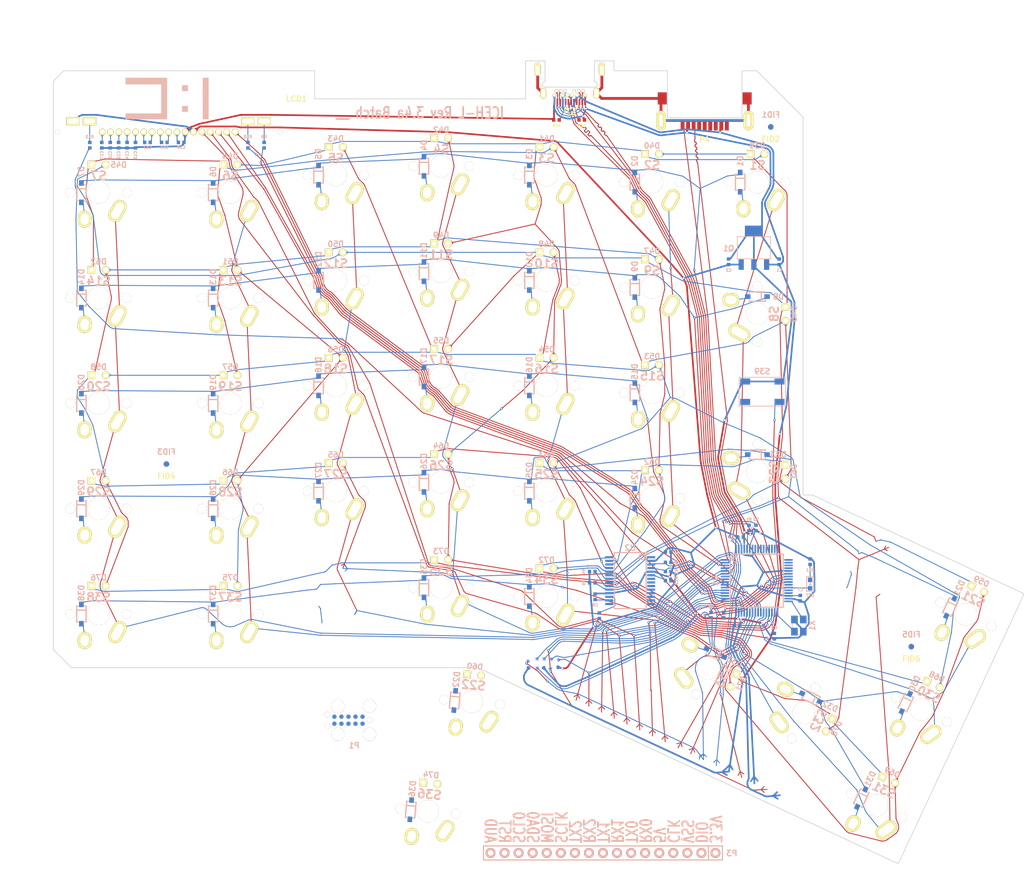
<source format=kicad_pcb>
(kicad_pcb (version 4) (host pcbnew 4.0.2-stable)
  (title_block (title ICEH-L) (date 2017-05-14) (rev 3.4a) (company ErgoHack))
  (layers (0 Front signal) (31 Back signal) (34 B.Paste user) (35 F.Paste user) (36 B.SilkS user) (37 F.SilkS user) (38 B.Mask user) (39 F.Mask user) (44 Edge.Cuts user))
  (net 0 "")
  (net 1 +5V)
  (net 2 /ledmatrix/CA1)
  (net 3 /ledmatrix/CA2)
  (net 4 /ledmatrix/CA3)
  (net 5 /ledmatrix/CA4)
  (net 6 /ledmatrix/CA5)
  (net 7 /ledmatrix/CA6)
  (net 8 /ledmatrix/CA7)
  (net 9 /ledmatrix/CA8)
  (net 10 /ledmatrix/CA9)
  (net 11 /mcu/A0)
  (net 12 /mcu/INTB)
  (net 13 /mcu/LCD_KB)
  (net 14 /mcu/LCD_KG)
  (net 15 /mcu/LCD_KR)
  (net 16 /mcu/MOSI)
  (net 17 /mcu/RST)
  (net 18 /mcu/RX0)
  (net 19 /mcu/RX1)
  (net 20 /mcu/RX2)
  (net 21 /mcu/SCL0)
  (net 22 /mcu/SCLK)
  (net 23 /mcu/SDA0)
  (net 24 /mcu/SDB)
  (net 25 /mcu/SS1)
  (net 26 /mcu/SWD_CLK)
  (net 27 /mcu/SWD_DIO)
  (net 28 /mcu/TX0)
  (net 29 /mcu/TX1)
  (net 30 /mcu/TX2)
  (net 31 /mcu/USB_DM)
  (net 32 /mcu/USB_DP)
  (net 33 VDD)
  (net 34 VSS)
  (net 35 /mcu/MCU_RESET)
  (net 36 "Net-(C8-Pad1)")
  (net 37 /mcu/AUD)
  (net 38 "Net-(C9-Pad1)")
  (net 39 "Net-(C10-Pad1)")
  (net 40 "Net-(C11-Pad1)")
  (net 41 "Net-(C11-Pad2)")
  (net 42 "Net-(C12-Pad1)")
  (net 43 "Net-(C12-Pad2)")
  (net 44 "Net-(C13-Pad2)")
  (net 45 "Net-(C14-Pad2)")
  (net 46 "Net-(C15-Pad2)")
  (net 47 "Net-(C16-Pad2)")
  (net 48 "Net-(C17-Pad2)")
  (net 49 "Net-(D1-Pad1)")
  (net 50 "Net-(D2-Pad1)")
  (net 51 "Net-(D3-Pad1)")
  (net 52 "Net-(D4-Pad1)")
  (net 53 "Net-(D5-Pad1)")
  (net 54 "Net-(D6-Pad1)")
  (net 55 "Net-(D7-Pad1)")
  (net 56 "Net-(D8-Pad1)")
  (net 57 "Net-(D9-Pad1)")
  (net 58 "Net-(D10-Pad1)")
  (net 59 "Net-(D11-Pad1)")
  (net 60 "Net-(D12-Pad1)")
  (net 61 "Net-(D13-Pad1)")
  (net 62 "Net-(D14-Pad1)")
  (net 63 "Net-(D15-Pad1)")
  (net 64 "Net-(D16-Pad1)")
  (net 65 "Net-(D17-Pad1)")
  (net 66 "Net-(D18-Pad1)")
  (net 67 "Net-(D19-Pad1)")
  (net 68 "Net-(D20-Pad1)")
  (net 69 "Net-(D21-Pad1)")
  (net 70 "Net-(D22-Pad1)")
  (net 71 "Net-(D23-Pad1)")
  (net 72 "Net-(D24-Pad1)")
  (net 73 "Net-(D25-Pad1)")
  (net 74 "Net-(D26-Pad1)")
  (net 75 "Net-(D27-Pad1)")
  (net 76 "Net-(D28-Pad1)")
  (net 77 "Net-(D29-Pad1)")
  (net 78 "Net-(D30-Pad1)")
  (net 79 "Net-(D31-Pad1)")
  (net 80 "Net-(D32-Pad1)")
  (net 81 "Net-(D33-Pad1)")
  (net 82 "Net-(D34-Pad1)")
  (net 83 "Net-(D35-Pad1)")
  (net 84 "Net-(D36-Pad1)")
  (net 85 "Net-(D37-Pad1)")
  (net 86 "Net-(D38-Pad1)")
  (net 87 /mcu/PTA5)
  (net 88 "Net-(D77-Pad2)")
  (net 89 "Net-(LCD1-Pad2)")
  (net 90 "Net-(LCD1-Pad20)")
  (net 91 "Net-(LCD1-Pad21)")
  (net 92 "Net-(R6-Pad1)")
  (net 93 "Net-(R7-Pad1)")
  (net 94 "Net-(R12-Pad1)")
  (net 95 "Net-(U1-Pad32)")
  (net 96 "Net-(U1-Pad33)")
  (net 97 /Row1)
  (net 98 /Row2)
  (net 99 /Row3)
  (net 100 /Row4)
  (net 101 /Row5)
  (net 102 "Net-(P2-Pad8)")
  (net 103 "Net-(P2-Pad5)")
  (net 104 /GND)
  (net 105 "Net-(P4-Pad7)")
  (net 106 "Net-(P4-Pad3)")
  (net 107 "Net-(P4-Pad2)")
  (net 108 "Net-(P4-Pad8)")
  (net 109 "Net-(P4-Pad9)")
  (net 110 "Net-(R1-Pad2)")
  (net 111 "Net-(R2-Pad2)")
  (net 112 "Net-(P2-Pad17)")
  (net 113 /Col3)
  (net 114 /Col4)
  (net 115 /Col5)
  (net 116 /Col6)
  (net 117 /Col7)
  (net 118 /Col8)
  (net 119 /Col9)
  (net 120 /Col1)
  (net 121 /Col2)
  (net 122 "Net-(S39-Pad1)")
  (net 123 /mcu/ADC0_DP0)
  (net 124 /mcu/ADC0_DM0)
  (net 125 /mcu/ADC1_DP0)
  (net 126 /mcu/ADC1_DM0)
  (net 127 "Net-(U1-Pad13)")
  (net 128 "Net-(U1-Pad14)")
  (net 129 "Net-(U1-Pad15)")
  (net 130 "Net-(U1-Pad16)")
  (net 131 "Net-(U1-Pad17)")
  (net 132 "Net-(U1-Pad18)")
  (net 133 "Net-(U1-Pad19)")
  (net 134 "Net-(U1-Pad20)")
  (net 135 /mcu/PTA4)
  (net 136 /mcu/PTA12)
  (net 137 /mcu/PTA13)
  (net 138 /mcu/CB1)
  (net 139 /mcu/CB2)
  (net 140 /mcu/CB3)
  (net 141 /mcu/CB4)
  (net 142 /mcu/CB5)
  (net 143 /mcu/CB6)
  (net 144 /mcu/CB7)
  (net 145 /mcu/CB8)
  (net 146 /mcu/CB9)
  (net 147 "Net-(P2-Pad20)")
  (module prettylib:SMD-1005 (layer Front) (at 108.585 36.449 270)
    (fp_text reference R14 (at 1.016 0 360) (layer F.SilkS) (effects (font (size 0.508 0.508) (thickness 0.127))))
    (fp_text value 5.1k hide)
    (pad 1 smd rect (at 0 -0.5 270) (size 0.65 0.6) (layers Front F.Paste F.Mask) (net 112 "Net-(P2-Pad17)"))
    (pad 2 smd rect (at 0 0.5 270) (size 0.65 0.6) (layers Front F.Paste F.Mask) (net 34 VSS))
  )
  (module prettylib:LQFP64 (layer Back) (at 144.78 119.761 270)
    (fp_text reference U1 (at 0.019 7.5262 270) (layer B.SilkS) (effects (font (thickness 0.2)) (justify mirror)))
    (fp_text value MK20DX256VLH7 hide)
    (fp_text user ○ (at -5.55 5.55 270) (layer B.SilkS) (effects (font (size 0.4 0.4) (thickness 0.1)) (justify mirror)))
    (pad 1 smd rect (at -5.75 3.75 270) (size 1.5 0.3) (layers Back B.Paste B.Mask) (net 29 /mcu/TX1))
    (pad 2 smd rect (at -5.75 3.25 270) (size 1.5 0.3) (layers Back B.Paste B.Mask) (net 19 /mcu/RX1))
    (pad 3 smd rect (at -5.75 2.75 270) (size 1.5 0.3) (layers Back B.Paste B.Mask) (net 33 VDD))
    (pad 4 smd rect (at -5.75 2.25 270) (size 1.5 0.3) (layers Back B.Paste B.Mask) (net 34 VSS))
    (pad 5 smd rect (at -5.75 1.75 270) (size 1.5 0.3) (layers Back B.Paste B.Mask) (net 110 "Net-(R1-Pad2)"))
    (pad 6 smd rect (at -5.75 1.25 270) (size 1.5 0.3) (layers Back B.Paste B.Mask) (net 111 "Net-(R2-Pad2)"))
    (pad 7 smd rect (at -5.75 0.75 270) (size 1.5 0.3) (layers Back B.Paste B.Mask) (net 33 VDD))
    (pad 8 smd rect (at -5.75 0.25 270) (size 1.5 0.3) (layers Back B.Paste B.Mask) (net 33 VDD))
    (pad 9 smd rect (at -5.75 -0.25 270) (size 1.5 0.3) (layers Back B.Paste B.Mask) (net 123 /mcu/ADC0_DP0))
    (pad 10 smd rect (at -5.75 -0.75 270) (size 1.5 0.3) (layers Back B.Paste B.Mask) (net 124 /mcu/ADC0_DM0))
    (pad 11 smd rect (at -5.75 -1.25 270) (size 1.5 0.3) (layers Back B.Paste B.Mask) (net 125 /mcu/ADC1_DP0))
    (pad 12 smd rect (at -5.75 -1.75 270) (size 1.5 0.3) (layers Back B.Paste B.Mask) (net 126 /mcu/ADC1_DM0))
    (pad 13 smd rect (at -5.75 -2.25 270) (size 1.5 0.3) (layers Back B.Paste B.Mask) (net 127 "Net-(U1-Pad13)"))
    (pad 14 smd rect (at -5.75 -2.75 270) (size 1.5 0.3) (layers Back B.Paste B.Mask) (net 128 "Net-(U1-Pad14)"))
    (pad 15 smd rect (at -5.75 -3.25 270) (size 1.5 0.3) (layers Back B.Paste B.Mask) (net 129 "Net-(U1-Pad15)"))
    (pad 16 smd rect (at -5.75 -3.75 270) (size 1.5 0.3) (layers Back B.Paste B.Mask) (net 130 "Net-(U1-Pad16)"))
    (pad 17 smd rect (at -3.75 -5.75 180) (size 1.5 0.3) (layers Back B.Paste B.Mask) (net 131 "Net-(U1-Pad17)"))
    (pad 18 smd rect (at -3.25 -5.75 180) (size 1.5 0.3) (layers Back B.Paste B.Mask) (net 132 "Net-(U1-Pad18)"))
    (pad 19 smd rect (at -2.75 -5.75 180) (size 1.5 0.3) (layers Back B.Paste B.Mask) (net 133 "Net-(U1-Pad19)"))
    (pad 20 smd rect (at -2.25 -5.75 180) (size 1.5 0.3) (layers Back B.Paste B.Mask) (net 134 "Net-(U1-Pad20)"))
    (pad 21 smd rect (at -1.75 -5.75 180) (size 1.5 0.3) (layers Back B.Paste B.Mask) (net 33 VDD))
    (pad 22 smd rect (at -1.25 -5.75 180) (size 1.5 0.3) (layers Back B.Paste B.Mask) (net 92 "Net-(R6-Pad1)"))
    (pad 23 smd rect (at -0.75 -5.75 180) (size 1.5 0.3) (layers Back B.Paste B.Mask) (net 18 /mcu/RX0))
    (pad 24 smd rect (at -0.25 -5.75 180) (size 1.5 0.3) (layers Back B.Paste B.Mask) (net 28 /mcu/TX0))
    (pad 25 smd rect (at 0.25 -5.75 180) (size 1.5 0.3) (layers Back B.Paste B.Mask) (net 93 "Net-(R7-Pad1)"))
    (pad 26 smd rect (at 0.75 -5.75 180) (size 1.5 0.3) (layers Back B.Paste B.Mask) (net 135 /mcu/PTA4))
    (pad 27 smd rect (at 1.25 -5.75 180) (size 1.5 0.3) (layers Back B.Paste B.Mask) (net 87 /mcu/PTA5))
    (pad 28 smd rect (at 1.75 -5.75 180) (size 1.5 0.3) (layers Back B.Paste B.Mask) (net 136 /mcu/PTA12))
    (pad 29 smd rect (at 2.25 -5.75 180) (size 1.5 0.3) (layers Back B.Paste B.Mask) (net 137 /mcu/PTA13))
    (pad 30 smd rect (at 2.75 -5.75 180) (size 1.5 0.3) (layers Back B.Paste B.Mask) (net 33 VDD))
    (pad 31 smd rect (at 3.25 -5.75 180) (size 1.5 0.3) (layers Back B.Paste B.Mask) (net 34 VSS))
    (pad 32 smd rect (at 3.75 -5.75 180) (size 1.5 0.3) (layers Back B.Paste B.Mask) (net 95 "Net-(U1-Pad32)"))
    (pad 33 smd rect (at 5.75 -3.75 270) (size 1.5 0.3) (layers Back B.Paste B.Mask) (net 96 "Net-(U1-Pad33)"))
    (pad 34 smd rect (at 5.75 -3.25 270) (size 1.5 0.3) (layers Back B.Paste B.Mask) (net 35 /mcu/MCU_RESET))
    (pad 35 smd rect (at 5.75 -2.75 270) (size 1.5 0.3) (layers Back B.Paste B.Mask) (net 21 /mcu/SCL0))
    (pad 36 smd rect (at 5.75 -2.25 270) (size 1.5 0.3) (layers Back B.Paste B.Mask) (net 23 /mcu/SDA0))
    (pad 37 smd rect (at 5.75 -1.75 270) (size 1.5 0.3) (layers Back B.Paste B.Mask) (net 120 /Col1))
    (pad 38 smd rect (at 5.75 -1.25 270) (size 1.5 0.3) (layers Back B.Paste B.Mask) (net 121 /Col2))
    (pad 39 smd rect (at 5.75 -0.75 270) (size 1.5 0.3) (layers Back B.Paste B.Mask) (net 24 /mcu/SDB))
    (pad 40 smd rect (at 5.75 -0.25 270) (size 1.5 0.3) (layers Back B.Paste B.Mask) (net 12 /mcu/INTB))
    (pad 41 smd rect (at 5.75 0.25 270) (size 1.5 0.3) (layers Back B.Paste B.Mask) (net 113 /Col3))
    (pad 42 smd rect (at 5.75 0.75 270) (size 1.5 0.3) (layers Back B.Paste B.Mask) (net 114 /Col4))
    (pad 43 smd rect (at 5.75 1.25 270) (size 1.5 0.3) (layers Back B.Paste B.Mask) (net 115 /Col5))
    (pad 44 smd rect (at 5.75 1.75 270) (size 1.5 0.3) (layers Back B.Paste B.Mask) (net 15 /mcu/LCD_KR))
    (pad 45 smd rect (at 5.75 2.25 270) (size 1.5 0.3) (layers Back B.Paste B.Mask) (net 14 /mcu/LCD_KG))
    (pad 46 smd rect (at 5.75 2.75 270) (size 1.5 0.3) (layers Back B.Paste B.Mask) (net 13 /mcu/LCD_KB))
    (pad 47 smd rect (at 5.75 3.25 270) (size 1.5 0.3) (layers Back B.Paste B.Mask) (net 34 VSS))
    (pad 48 smd rect (at 5.75 3.75 270) (size 1.5 0.3) (layers Back B.Paste B.Mask) (net 33 VDD))
    (pad 49 smd rect (at 3.75 5.75 180) (size 1.5 0.3) (layers Back B.Paste B.Mask) (net 25 /mcu/SS1))
    (pad 50 smd rect (at 3.25 5.75 180) (size 1.5 0.3) (layers Back B.Paste B.Mask) (net 22 /mcu/SCLK))
    (pad 51 smd rect (at 2.75 5.75 180) (size 1.5 0.3) (layers Back B.Paste B.Mask) (net 16 /mcu/MOSI))
    (pad 52 smd rect (at 2.25 5.75 180) (size 1.5 0.3) (layers Back B.Paste B.Mask) (net 11 /mcu/A0))
    (pad 53 smd rect (at 1.75 5.75 180) (size 1.5 0.3) (layers Back B.Paste B.Mask) (net 17 /mcu/RST))
    (pad 54 smd rect (at 1.25 5.75 180) (size 1.5 0.3) (layers Back B.Paste B.Mask) (net 116 /Col6))
    (pad 55 smd rect (at 0.75 5.75 180) (size 1.5 0.3) (layers Back B.Paste B.Mask) (net 117 /Col7))
    (pad 56 smd rect (at 0.25 5.75 180) (size 1.5 0.3) (layers Back B.Paste B.Mask) (net 118 /Col8))
    (pad 57 smd rect (at -0.25 5.75 180) (size 1.5 0.3) (layers Back B.Paste B.Mask) (net 119 /Col9))
    (pad 58 smd rect (at -0.75 5.75 180) (size 1.5 0.3) (layers Back B.Paste B.Mask) (net 97 /Row1))
    (pad 59 smd rect (at -1.25 5.75 180) (size 1.5 0.3) (layers Back B.Paste B.Mask) (net 20 /mcu/RX2))
    (pad 60 smd rect (at -1.75 5.75 180) (size 1.5 0.3) (layers Back B.Paste B.Mask) (net 30 /mcu/TX2))
    (pad 61 smd rect (at -2.25 5.75 180) (size 1.5 0.3) (layers Back B.Paste B.Mask) (net 98 /Row2))
    (pad 62 smd rect (at -2.75 5.75 180) (size 1.5 0.3) (layers Back B.Paste B.Mask) (net 99 /Row3))
    (pad 63 smd rect (at -3.25 5.75 180) (size 1.5 0.3) (layers Back B.Paste B.Mask) (net 100 /Row4))
    (pad 64 smd rect (at -3.75 5.75 180) (size 1.5 0.3) (layers Back B.Paste B.Mask) (net 101 /Row5))
  )
  (module prettylib:SMD-1005 (layer Back) (at 26.416 41.021)
    (fp_text reference C17 (at 0 1.778 90) (layer B.SilkS) (effects (font (size 0.508 0.508) (thickness 0.127)) (justify mirror)))
    (fp_text value 1uF hide)
    (pad 1 smd rect (at 0 0.5) (size 0.65 0.6) (layers Back B.Paste B.Mask) (net 34 VSS))
    (pad 2 smd rect (at 0 -0.5) (size 0.65 0.6) (layers Back B.Paste B.Mask) (net 48 "Net-(C17-Pad2)"))
  )
  (module prettylib:SMD-1005 (layer Back) (at 27.94 41.021)
    (fp_text reference C16 (at 0 1.778 90) (layer B.SilkS) (effects (font (size 0.508 0.508) (thickness 0.127)) (justify mirror)))
    (fp_text value 1uF hide)
    (pad 1 smd rect (at 0 0.5) (size 0.65 0.6) (layers Back B.Paste B.Mask) (net 34 VSS))
    (pad 2 smd rect (at 0 -0.5) (size 0.65 0.6) (layers Back B.Paste B.Mask) (net 47 "Net-(C16-Pad2)"))
  )
  (module prettylib:SMD-1005 (layer Back) (at 55.753 41.021 180)
    (fp_text reference R9 (at 0 1.524 180) (layer B.SilkS) (effects (font (size 0.508 0.508) (thickness 0.127)) (justify mirror)))
    (fp_text value 66.5 hide)
    (pad 1 smd rect (at 0 0.5 180) (size 0.65 0.6) (layers Back B.Paste B.Mask) (net 91 "Net-(LCD1-Pad21)"))
    (pad 2 smd rect (at 0 -0.5 180) (size 0.65 0.6) (layers Back B.Paste B.Mask) (net 13 /mcu/LCD_KB))
  )
  (module prettylib:SMD-1005 (layer Back) (at 128.778 116.459 90)
    (fp_text reference R8 (at 0 1.524 90) (layer B.SilkS) (effects (font (size 0.508 0.508) (thickness 0.127)) (justify mirror)))
    (fp_text value 100k hide)
    (pad 1 smd rect (at 0 0.5 90) (size 0.65 0.6) (layers Back B.Paste B.Mask) (net 34 VSS))
    (pad 2 smd rect (at 0 -0.5 90) (size 0.65 0.6) (layers Back B.Paste B.Mask) (net 24 /mcu/SDB))
  )
  (module prettylib:SMD-1005 (layer Back) (at 138.811 125.984 180)
    (fp_text reference R7 (at 0 1.524 180) (layer B.SilkS) (effects (font (size 0.508 0.508) (thickness 0.127)) (justify mirror)))
    (fp_text value 100 hide)
    (pad 1 smd rect (at 0 0.5 180) (size 0.65 0.6) (layers Back B.Paste B.Mask) (net 93 "Net-(R7-Pad1)"))
    (pad 2 smd rect (at 0 -0.5 180) (size 0.65 0.6) (layers Back B.Paste B.Mask) (net 27 /mcu/SWD_DIO))
  )
  (module prettylib:SMD-1005 (layer Back) (at 52.832 41.021 180)
    (fp_text reference R10 (at 0 1.524 180) (layer B.SilkS) (effects (font (size 0.508 0.508) (thickness 0.127)) (justify mirror)))
    (fp_text value 66.5 hide)
    (pad 1 smd rect (at 0 0.5 180) (size 0.65 0.6) (layers Back B.Paste B.Mask) (net 90 "Net-(LCD1-Pad20)"))
    (pad 2 smd rect (at 0 -0.5 180) (size 0.65 0.6) (layers Back B.Paste B.Mask) (net 14 /mcu/LCD_KG))
  )
  (module prettylib:SMD-1005 (layer Back) (at 154.432 116.332)
    (fp_text reference R11 (at 0 1.524) (layer B.SilkS) (effects (font (size 0.508 0.508) (thickness 0.127)) (justify mirror)))
    (fp_text value 1k hide)
    (pad 1 smd rect (at 0 0.5) (size 0.65 0.6) (layers Back B.Paste B.Mask) (net 88 "Net-(D77-Pad2)"))
    (pad 2 smd rect (at 0 -0.5) (size 0.65 0.6) (layers Back B.Paste B.Mask) (net 34 VSS))
  )
  (module prettylib:SMD-1005 (layer Back) (at 136.525 125.984 180)
    (fp_text reference R6 (at 0 1.524 180) (layer B.SilkS) (effects (font (size 0.508 0.508) (thickness 0.127)) (justify mirror)))
    (fp_text value 100 hide)
    (pad 1 smd rect (at 0 0.5 180) (size 0.65 0.6) (layers Back B.Paste B.Mask) (net 92 "Net-(R6-Pad1)"))
    (pad 2 smd rect (at 0 -0.5 180) (size 0.65 0.6) (layers Back B.Paste B.Mask) (net 26 /mcu/SWD_CLK))
  )
  (module prettylib:SMD-1005 (layer Back) (at 115.062 120.142 270)
    (fp_text reference R5 (at 0 1.524 270) (layer B.SilkS) (effects (font (size 0.508 0.508) (thickness 0.127)) (justify mirror)))
    (fp_text value 4.7k hide)
    (pad 1 smd rect (at 0 0.5 270) (size 0.65 0.6) (layers Back B.Paste B.Mask) (net 33 VDD))
    (pad 2 smd rect (at 0 -0.5 270) (size 0.65 0.6) (layers Back B.Paste B.Mask) (net 23 /mcu/SDA0))
  )
  (module prettylib:SMD-1005 (layer Back) (at 115.062 118.11 270)
    (fp_text reference R4 (at 0 1.524 270) (layer B.SilkS) (effects (font (size 0.508 0.508) (thickness 0.127)) (justify mirror)))
    (fp_text value 4.7k hide)
    (pad 1 smd rect (at 0 0.5 270) (size 0.65 0.6) (layers Back B.Paste B.Mask) (net 33 VDD))
    (pad 2 smd rect (at 0 -0.5 270) (size 0.65 0.6) (layers Back B.Paste B.Mask) (net 21 /mcu/SCL0))
  )
  (module prettylib:SMD-1005 (layer Back) (at 40.767 40.513 270)
    (fp_text reference C10 (at 0.889 0 360) (layer B.SilkS) (effects (font (size 0.508 0.508) (thickness 0.127)) (justify mirror)))
    (fp_text value 1uF hide)
    (pad 1 smd rect (at 0 0.5 270) (size 0.65 0.6) (layers Back B.Paste B.Mask) (net 39 "Net-(C10-Pad1)"))
    (pad 2 smd rect (at 0 -0.5 270) (size 0.65 0.6) (layers Back B.Paste B.Mask) (net 34 VSS))
  )
  (module prettylib:SMD-1005 (layer Back) (at 115.57 122.682)
    (fp_text reference C9 (at 0 1.524) (layer B.SilkS) (effects (font (size 0.508 0.508) (thickness 0.127)) (justify mirror)))
    (fp_text value 0.1uF hide)
    (pad 1 smd rect (at 0 0.5) (size 0.65 0.6) (layers Back B.Paste B.Mask) (net 38 "Net-(C9-Pad1)"))
    (pad 2 smd rect (at 0 -0.5) (size 0.65 0.6) (layers Back B.Paste B.Mask) (net 34 VSS))
  )
  (module prettylib:SMD-1005 (layer Back) (at 29.464 41.021)
    (fp_text reference C15 (at 0 1.778 90) (layer B.SilkS) (effects (font (size 0.508 0.508) (thickness 0.127)) (justify mirror)))
    (fp_text value 1uF hide)
    (pad 1 smd rect (at 0 0.5) (size 0.65 0.6) (layers Back B.Paste B.Mask) (net 34 VSS))
    (pad 2 smd rect (at 0 -0.5) (size 0.65 0.6) (layers Back B.Paste B.Mask) (net 46 "Net-(C15-Pad2)"))
  )
  (module prettylib:SMD-1005 (layer Back) (at 116.332 126.111 180)
    (fp_text reference C8 (at 0 -1.524 180) (layer B.SilkS) (effects (font (size 0.508 0.508) (thickness 0.127)) (justify mirror)))
    (fp_text value 0.22uF hide)
    (pad 1 smd rect (at 0 0.5 180) (size 0.65 0.6) (layers Back B.Paste B.Mask) (net 36 "Net-(C8-Pad1)"))
    (pad 2 smd rect (at 0 -0.5 180) (size 0.65 0.6) (layers Back B.Paste B.Mask) (net 37 /mcu/AUD))
  )
  (module prettylib:SMD-1005 (layer Back) (at 30.988 41.021)
    (fp_text reference C14 (at 0 1.778 90) (layer B.SilkS) (effects (font (size 0.508 0.508) (thickness 0.127)) (justify mirror)))
    (fp_text value 1uF hide)
    (pad 1 smd rect (at 0 0.5) (size 0.65 0.6) (layers Back B.Paste B.Mask) (net 34 VSS))
    (pad 2 smd rect (at 0 -0.5) (size 0.65 0.6) (layers Back B.Paste B.Mask) (net 45 "Net-(C14-Pad2)"))
  )
  (module prettylib:SMD-1005 (layer Back) (at 32.512 41.021)
    (fp_text reference C13 (at 0 1.778 90) (layer B.SilkS) (effects (font (size 0.508 0.508) (thickness 0.127)) (justify mirror)))
    (fp_text value 1uF hide)
    (pad 1 smd rect (at 0 0.5) (size 0.65 0.6) (layers Back B.Paste B.Mask) (net 34 VSS))
    (pad 2 smd rect (at 0 -0.5) (size 0.65 0.6) (layers Back B.Paste B.Mask) (net 44 "Net-(C13-Pad2)"))
  )
  (module prettylib:SMD-1005 (layer Back) (at 34.671 40.513 90)
    (fp_text reference C12 (at -0.889 0 180) (layer B.SilkS) (effects (font (size 0.508 0.508) (thickness 0.127)) (justify mirror)))
    (fp_text value 1uF hide)
    (pad 1 smd rect (at 0 0.5 90) (size 0.65 0.6) (layers Back B.Paste B.Mask) (net 42 "Net-(C12-Pad1)"))
    (pad 2 smd rect (at 0 -0.5 90) (size 0.65 0.6) (layers Back B.Paste B.Mask) (net 43 "Net-(C12-Pad2)"))
  )
  (module prettylib:SMD-1005 (layer Back) (at 37.719 40.513 90)
    (fp_text reference C11 (at -0.889 0 180) (layer B.SilkS) (effects (font (size 0.508 0.508) (thickness 0.127)) (justify mirror)))
    (fp_text value 1uF hide)
    (pad 1 smd rect (at 0 0.5 90) (size 0.65 0.6) (layers Back B.Paste B.Mask) (net 40 "Net-(C11-Pad1)"))
    (pad 2 smd rect (at 0 -0.5 90) (size 0.65 0.6) (layers Back B.Paste B.Mask) (net 41 "Net-(C11-Pad2)"))
  )
  (module prettylib:SMD-1005 (layer Back) (at 147.955 129.794 180)
    (fp_text reference C5 (at 0 1.524 180) (layer B.SilkS) (effects (font (size 0.508 0.508) (thickness 0.127)) (justify mirror)))
    (fp_text value 0.1uF hide)
    (pad 1 smd rect (at 0 0.5 180) (size 0.65 0.6) (layers Back B.Paste B.Mask) (net 35 /mcu/MCU_RESET))
    (pad 2 smd rect (at 0 -0.5 180) (size 0.65 0.6) (layers Back B.Paste B.Mask) (net 34 VSS))
  )
  (module prettylib:SMD-1005 (layer Back) (at 128.778 118.11 90)
    (fp_text reference R3 (at 0 1.524 90) (layer B.SilkS) (effects (font (size 0.508 0.508) (thickness 0.127)) (justify mirror)))
    (fp_text value 4.7k hide)
    (pad 1 smd rect (at 0 0.5 90) (size 0.65 0.6) (layers Back B.Paste B.Mask) (net 33 VDD))
    (pad 2 smd rect (at 0 -0.5 90) (size 0.65 0.6) (layers Back B.Paste B.Mask) (net 12 /mcu/INTB))
  )
  (module prettylib:SMD-1005 (layer Back) (at 152.654 122.936 180)
    (fp_text reference C7 (at 0 1.524 180) (layer B.SilkS) (effects (font (size 0.508 0.508) (thickness 0.127)) (justify mirror)))
    (fp_text value 0.1uF hide)
    (pad 1 smd rect (at 0 0.5 180) (size 0.65 0.6) (layers Back B.Paste B.Mask) (net 33 VDD))
    (pad 2 smd rect (at 0 -0.5 180) (size 0.65 0.6) (layers Back B.Paste B.Mask) (net 34 VSS))
  )
  (module prettylib:SMD-1005 (layer Back) (at 141.224 127.889 270)
    (fp_text reference C3 (at 0 1.524 270) (layer B.SilkS) (effects (font (size 0.508 0.508) (thickness 0.127)) (justify mirror)))
    (fp_text value 0.1uF hide)
    (pad 1 smd rect (at 0 0.5 270) (size 0.65 0.6) (layers Back B.Paste B.Mask) (net 33 VDD))
    (pad 2 smd rect (at 0 -0.5 270) (size 0.65 0.6) (layers Back B.Paste B.Mask) (net 34 VSS))
  )
  (module prettylib:SMD-1005 (layer Back) (at 148.844 62.103)
    (fp_text reference C1 (at 0 1.524) (layer B.SilkS) (effects (font (size 0.508 0.508) (thickness 0.127)) (justify mirror)))
    (fp_text value 1uF hide)
    (pad 1 smd rect (at 0 0.5) (size 0.65 0.6) (layers Back B.Paste B.Mask) (net 1 +5V))
    (pad 2 smd rect (at 0 -0.5) (size 0.65 0.6) (layers Back B.Paste B.Mask) (net 34 VSS))
  )
  (module prettylib:SMD-1005 (layer Back) (at 144.653 110.236 180)
    (fp_text reference R2 (at 0 1.524 180) (layer B.SilkS) (effects (font (size 0.508 0.508) (thickness 0.127)) (justify mirror)))
    (fp_text value 33 hide)
    (pad 1 smd rect (at 0 0.5 180) (size 0.65 0.6) (layers Back B.Paste B.Mask) (net 31 /mcu/USB_DM))
    (pad 2 smd rect (at 0 -0.5 180) (size 0.65 0.6) (layers Back B.Paste B.Mask) (net 111 "Net-(R2-Pad2)"))
  )
  (module prettylib:SMD-1005 (layer Back) (at 128.778 114.554 90)
    (fp_text reference C6 (at 0 1.524 90) (layer B.SilkS) (effects (font (size 0.508 0.508) (thickness 0.127)) (justify mirror)))
    (fp_text value 1uF hide)
    (pad 1 smd rect (at 0 0.5 90) (size 0.65 0.6) (layers Back B.Paste B.Mask) (net 34 VSS))
    (pad 2 smd rect (at 0 -0.5 90) (size 0.65 0.6) (layers Back B.Paste B.Mask) (net 33 VDD))
  )
  (module prettylib:SMD-1005 (layer Back) (at 139.7 62.103)
    (fp_text reference C2 (at 0 1.524) (layer B.SilkS) (effects (font (size 0.508 0.508) (thickness 0.127)) (justify mirror)))
    (fp_text value 1uF hide)
    (pad 1 smd rect (at 0 0.5) (size 0.65 0.6) (layers Back B.Paste B.Mask) (net 33 VDD))
    (pad 2 smd rect (at 0 -0.5) (size 0.65 0.6) (layers Back B.Paste B.Mask) (net 34 VSS))
  )
  (module prettylib:SMD-1005 (layer Back) (at 141.859 111.887 270)
    (fp_text reference C4 (at 0 1.524 270) (layer B.SilkS) (effects (font (size 0.508 0.508) (thickness 0.127)) (justify mirror)))
    (fp_text value 0.1uF hide)
    (pad 1 smd rect (at 0 0.5 270) (size 0.65 0.6) (layers Back B.Paste B.Mask) (net 33 VDD))
    (pad 2 smd rect (at 0 -0.5 270) (size 0.65 0.6) (layers Back B.Paste B.Mask) (net 34 VSS))
  )
  (module prettylib:SMD-1005 (layer Back) (at 143.383 110.236 180)
    (fp_text reference R1 (at 0 1.524 180) (layer B.SilkS) (effects (font (size 0.508 0.508) (thickness 0.127)) (justify mirror)))
    (fp_text value 33 hide)
    (pad 1 smd rect (at 0 0.5 180) (size 0.65 0.6) (layers Back B.Paste B.Mask) (net 32 /mcu/USB_DP))
    (pad 2 smd rect (at 0 -0.5 180) (size 0.65 0.6) (layers Back B.Paste B.Mask) (net 110 "Net-(R1-Pad2)"))
  )
  (module prettylib:LED-0603 (layer Back) (at 154.432 120.396 90)
    (fp_text reference D77 (at -2.032 0 360) (layer B.SilkS) (effects (font (size 0.508 0.508) (thickness 0.127)) (justify mirror)))
    (fp_text value LED hide)
    (pad 1 smd rect (at -0.7493 0 90) (size 0.79756 0.79756) (layers Back B.Paste B.Mask) (net 87 /mcu/PTA5))
    (pad 2 smd rect (at 0.7493 0 90) (size 0.79756 0.79756) (layers Back B.Paste B.Mask) (net 88 "Net-(D77-Pad2)"))
  )
  (module prettylib:NX3225SA (layer Back) (at 152.4 127.889 270)
    (fp_text reference X1 (at 0 -2.413 450) (layer B.SilkS) (effects (font (thickness 0.2)) (justify mirror)))
    (fp_text value CRYSTAL hide)
    (pad 3 smd rect (at 1.1 0.8 270) (size 1.4 1.2) (layers Back B.Paste B.Mask) (net 96 "Net-(U1-Pad33)"))
    (pad 2 smd rect (at 1.1 -0.8 270) (size 1.4 1.2) (layers Back B.Paste B.Mask) (net 34 VSS))
    (pad 1 smd rect (at -1.1 -0.8 270) (size 1.4 1.2) (layers Back B.Paste B.Mask) (net 95 "Net-(U1-Pad32)"))
    (pad 4 smd rect (at -1.1 0.8 270) (size 1.4 1.2) (layers Back B.Paste B.Mask) (net 34 VSS))
  )
  (module prettylib:JLINK_NEEDLE (layer Back) (at 71 145 180)
    (fp_text reference P1 (at -1.016 -4.572 180) (layer B.SilkS) (effects (font (thickness 0.2)) (justify mirror)))
    (fp_text value FLASH_HDR hide)
    (pad 8 smd circle (at 0 0.635 180) (size 0.7874 0.7874) (layers Back B.Mask) (net 18 /mcu/RX0))
    (pad 3 smd circle (at 0 -0.635 180) (size 0.7874 0.7874) (layers Back B.Mask) (net 34 VSS))
    (pad 7 smd circle (at 1.27 0.635 180) (size 0.7874 0.7874) (layers Back B.Mask) (net 30 /mcu/TX2))
    (pad 4 smd circle (at 1.27 -0.635 180) (size 0.7874 0.7874) (layers Back B.Mask) (net 26 /mcu/SWD_CLK))
    (pad 5 smd circle (at 2.54 -0.635 180) (size 0.7874 0.7874) (layers Back B.Mask) (net 1 +5V))
    (pad 6 smd circle (at 2.54 0.635 180) (size 0.7874 0.7874) (layers Back B.Mask) (net 28 /mcu/TX0))
    (pad 9 smd circle (at -1.27 0.635 180) (size 0.7874 0.7874) (layers Back B.Mask) (net 87 /mcu/PTA5))
    (pad 2 smd circle (at -1.27 -0.635 180) (size 0.7874 0.7874) (layers Back B.Mask) (net 27 /mcu/SWD_DIO))
    (pad 10 smd circle (at -2.54 0.635 180) (size 0.7874 0.7874) (layers Back B.Mask) (net 35 /mcu/MCU_RESET))
    (pad 1 smd circle (at -2.54 -0.635 180) (size 0.7874 0.7874) (layers Back B.Mask) (net 33 VDD))
    (pad "" np_thru_hole circle (at -3.81 0 180) (size 0.99061 0.99061) (drill 0.9906) (layers *.Cu *.Mask B.SilkS))
    (pad "" np_thru_hole circle (at 3.81 1.016 180) (size 0.99061 0.99061) (drill 0.9906) (layers *.Cu *.Mask B.SilkS))
    (pad "" np_thru_hole circle (at 3.81 -1.016 180) (size 0.99061 0.99061) (drill 0.9906) (layers *.Cu *.Mask B.SilkS))
    (pad "" np_thru_hole circle (at -3.81 2.54 180) (size 2.37491 2.37491) (drill 2.3749) (layers *.Cu *.Mask B.SilkS))
    (pad "" np_thru_hole circle (at 1.905 2.54 180) (size 2.37491 2.37491) (drill 2.3749) (layers *.Cu *.Mask B.SilkS))
    (pad "" np_thru_hole circle (at -3.81 -2.54 180) (size 2.37491 2.37491) (drill 2.3749) (layers *.Cu *.Mask B.SilkS))
    (pad "" np_thru_hole circle (at 1.905 -2.54 180) (size 2.37491 2.37491) (drill 2.3749) (layers *.Cu *.Mask B.SilkS))
  )
  (module prettylib:HEADER_1x17 (layer Back) (at 117 169 90)
    (fp_text reference P3 (at -0.068247 23.293237 360) (layer B.SilkS) (effects (font (thickness 0.2)) (justify mirror)))
    (fp_text value CONN_17 hide)
    (pad 1 thru_hole circle (at 0 20.32 65) (size 1.8 1.8) (drill 1) (layers *.Cu *.Mask B.SilkS) (net 33 VDD))
    (pad 2 thru_hole circle (at 0 17.78 65) (size 1.8 1.8) (drill 1) (layers *.Cu *.Mask B.SilkS) (net 27 /mcu/SWD_DIO))
    (pad 3 thru_hole circle (at 0 15.24 65) (size 1.8 1.8) (drill 1) (layers *.Cu *.Mask B.SilkS) (net 34 VSS))
    (pad 4 thru_hole circle (at 0 12.7 65) (size 1.8 1.8) (drill 1) (layers *.Cu *.Mask B.SilkS) (net 26 /mcu/SWD_CLK))
    (pad 5 thru_hole circle (at 0 10.16 65) (size 1.8 1.8) (drill 1) (layers *.Cu *.Mask B.SilkS) (net 1 +5V))
    (pad 6 thru_hole circle (at 0 7.62 65) (size 1.8 1.8) (drill 1) (layers *.Cu *.Mask B.SilkS) (net 18 /mcu/RX0))
    (pad 7 thru_hole circle (at 0 5.08 65) (size 1.8 1.8) (drill 1) (layers *.Cu *.Mask B.SilkS) (net 28 /mcu/TX0))
    (pad 8 thru_hole circle (at 0 2.54 65) (size 1.8 1.8) (drill 1) (layers *.Cu *.Mask B.SilkS) (net 19 /mcu/RX1))
    (pad 9 thru_hole circle (at 0 0 65) (size 1.8 1.8) (drill 1) (layers *.Cu *.Mask B.SilkS) (net 29 /mcu/TX1))
    (pad 10 thru_hole circle (at 0 -2.54 65) (size 1.8 1.8) (drill 1) (layers *.Cu *.Mask B.SilkS) (net 20 /mcu/RX2))
    (pad 11 thru_hole circle (at 0 -5.08 65) (size 1.8 1.8) (drill 1) (layers *.Cu *.Mask B.SilkS) (net 30 /mcu/TX2))
    (pad 12 thru_hole circle (at 0 -7.62 65) (size 1.8 1.8) (drill 1) (layers *.Cu *.Mask B.SilkS) (net 22 /mcu/SCLK))
    (pad 13 thru_hole circle (at 0 -10.16 65) (size 1.8 1.8) (drill 1) (layers *.Cu *.Mask B.SilkS) (net 16 /mcu/MOSI))
    (pad 14 thru_hole circle (at 0 -12.7 65) (size 1.8 1.8) (drill 1) (layers *.Cu *.Mask B.SilkS) (net 23 /mcu/SDA0))
    (pad 15 thru_hole circle (at 0 -15.24 65) (size 1.8 1.8) (drill 1) (layers *.Cu *.Mask B.SilkS) (net 21 /mcu/SCL0))
    (pad 16 thru_hole circle (at 0 -17.78 65) (size 1.8 1.8) (drill 1) (layers *.Cu *.Mask B.SilkS) (net 35 /mcu/MCU_RESET))
    (pad 17 thru_hole circle (at 0 -20.32 65) (size 1.8 1.8) (drill 1) (layers *.Cu *.Mask B.SilkS) (net 37 /mcu/AUD))
  )
  (module prettylib:SOT-223 (layer Back) (at 144.272 59.563 180)
    (fp_text reference Q1 (at 4.572 -0.127 180) (layer B.SilkS) (effects (font (thickness 0.2)) (justify mirror)))
    (fp_text value TC1264 hide)
    (pad 2 smd rect (at 0 -3.05 180) (size 0.95 1.9) (layers Back B.Paste B.Mask) (net 34 VSS))
    (pad 3 smd rect (at 2.3 -3.05 180) (size 0.95 1.9) (layers Back B.Paste B.Mask) (net 33 VDD))
    (pad 1 smd rect (at -2.3 -3.05 180) (size 0.95 1.9) (layers Back B.Paste B.Mask) (net 1 +5V))
    (pad 2 smd rect (at 0 3.05 180) (size 3.25 1.9) (layers Back B.Paste B.Mask) (net 34 VSS))
  )
  (module prettylib:SMD-1005 (layer Back) (at 128.778 119.761 270)
    (fp_text reference R12 (at 0 -1.524 270) (layer B.SilkS) (effects (font (size 0.508 0.508) (thickness 0.127)) (justify mirror)))
    (fp_text value 20k hide)
    (pad 1 smd rect (at 0 0.5 270) (size 0.65 0.6) (layers Back B.Paste B.Mask) (net 94 "Net-(R12-Pad1)"))
    (pad 2 smd rect (at 0 -0.5 270) (size 0.65 0.6) (layers Back B.Paste B.Mask) (net 34 VSS))
  )
  (module prettylib:SMD-1005 (layer Back) (at 24.257 41.021 180)
    (fp_text reference R13 (at 0 1.524 180) (layer B.SilkS) (effects (font (size 0.508 0.508) (thickness 0.127)) (justify mirror)))
    (fp_text value 33 hide)
    (pad 1 smd rect (at 0 0.5 180) (size 0.65 0.6) (layers Back B.Paste B.Mask) (net 89 "Net-(LCD1-Pad2)"))
    (pad 2 smd rect (at 0 -0.5 180) (size 0.65 0.6) (layers Back B.Paste B.Mask) (net 15 /mcu/LCD_KR))
  )
  (module prettylib:TACT_5.2x5.2 (layer Back) (at 145.796 85.598)
    (fp_text reference S39 (at 0 -3.683) (layer B.SilkS) (effects (font (thickness 0.2)) (justify mirror)))
    (fp_text value TAC_SWITCH hide)
    (pad 1 smd rect (at -3.1 1.85) (size 1.8 1.1) (layers Back B.Paste B.Mask) (net 122 "Net-(S39-Pad1)"))
    (pad 3 smd rect (at -3.1 -1.85) (size 1.8 1.1) (layers Back B.Paste B.Mask) (net 34 VSS))
    (pad 2 smd rect (at 3.1 1.85) (size 1.8 1.1) (layers Back B.Paste B.Mask) (net 35 /mcu/MCU_RESET))
    (pad 4 smd rect (at 3.1 -1.85) (size 1.8 1.1) (layers Back B.Paste B.Mask) (net 34 VSS))
  )
  (module prettylib:SSOP-28 (layer Back) (at 121.92 119.761 180)
    (fp_text reference U2 (at 0 5.92 180) (layer B.SilkS) (effects (font (thickness 0.2)) (justify mirror)))
    (fp_text value IS31FL3731C hide)
    (fp_text user ○ (at -3.28 4.925 180) (layer B.SilkS) (effects (font (size 0.4 0.4) (thickness 0.1)) (justify mirror)))
    (pad 1 smd rect (at -3.795 4.225 180) (size 1.43 0.4) (layers Back B.Paste B.Mask) (net 10 /ledmatrix/CA9))
    (pad 2 smd rect (at -3.795 3.575 180) (size 1.43 0.4) (layers Back B.Paste B.Mask) (net 33 VDD))
    (pad 3 smd rect (at -3.795 2.925 180) (size 1.43 0.4) (layers Back B.Paste B.Mask) (net 24 /mcu/SDB))
    (pad 4 smd rect (at -3.795 2.275 180) (size 1.43 0.4) (layers Back B.Paste B.Mask) (net 12 /mcu/INTB))
    (pad 5 smd rect (at -3.795 1.625 180) (size 1.43 0.4) (layers Back B.Paste B.Mask) (net 34 VSS))
    (pad 6 smd rect (at -3.795 0.975 180) (size 1.43 0.4) (layers Back B.Paste B.Mask) (net 94 "Net-(R12-Pad1)"))
    (pad 7 smd rect (at -3.795 0.325 180) (size 1.43 0.4) (layers Back B.Paste B.Mask) (net 138 /mcu/CB1))
    (pad 8 smd rect (at -3.795 -0.325 180) (size 1.43 0.4) (layers Back B.Paste B.Mask) (net 139 /mcu/CB2))
    (pad 9 smd rect (at -3.795 -0.975 180) (size 1.43 0.4) (layers Back B.Paste B.Mask) (net 140 /mcu/CB3))
    (pad 10 smd rect (at -3.795 -1.625 180) (size 1.43 0.4) (layers Back B.Paste B.Mask) (net 141 /mcu/CB4))
    (pad 11 smd rect (at -3.795 -2.275 180) (size 1.43 0.4) (layers Back B.Paste B.Mask) (net 142 /mcu/CB5))
    (pad 12 smd rect (at -3.795 -2.925 180) (size 1.43 0.4) (layers Back B.Paste B.Mask) (net 143 /mcu/CB6))
    (pad 13 smd rect (at -3.795 -3.575 180) (size 1.43 0.4) (layers Back B.Paste B.Mask) (net 144 /mcu/CB7))
    (pad 14 smd rect (at -3.795 -4.225 180) (size 1.43 0.4) (layers Back B.Paste B.Mask) (net 145 /mcu/CB8))
    (pad 15 smd rect (at 3.795 -4.225 180) (size 1.43 0.4) (layers Back B.Paste B.Mask) (net 146 /mcu/CB9))
    (pad 16 smd rect (at 3.795 -3.575 180) (size 1.43 0.4) (layers Back B.Paste B.Mask) (net 38 "Net-(C9-Pad1)"))
    (pad 17 smd rect (at 3.795 -2.925 180) (size 1.43 0.4) (layers Back B.Paste B.Mask) (net 36 "Net-(C8-Pad1)"))
    (pad 18 smd rect (at 3.795 -2.275 180) (size 1.43 0.4) (layers Back B.Paste B.Mask) (net 34 VSS))
    (pad 19 smd rect (at 3.795 -1.625 180) (size 1.43 0.4) (layers Back B.Paste B.Mask) (net 23 /mcu/SDA0))
    (pad 20 smd rect (at 3.795 -0.975 180) (size 1.43 0.4) (layers Back B.Paste B.Mask) (net 21 /mcu/SCL0))
    (pad 21 smd rect (at 3.795 -0.325 180) (size 1.43 0.4) (layers Back B.Paste B.Mask) (net 2 /ledmatrix/CA1))
    (pad 22 smd rect (at 3.795 0.325 180) (size 1.43 0.4) (layers Back B.Paste B.Mask) (net 3 /ledmatrix/CA2))
    (pad 23 smd rect (at 3.795 0.975 180) (size 1.43 0.4) (layers Back B.Paste B.Mask) (net 4 /ledmatrix/CA3))
    (pad 24 smd rect (at 3.795 1.625 180) (size 1.43 0.4) (layers Back B.Paste B.Mask) (net 5 /ledmatrix/CA4))
    (pad 25 smd rect (at 3.795 2.275 180) (size 1.43 0.4) (layers Back B.Paste B.Mask) (net 6 /ledmatrix/CA5))
    (pad 26 smd rect (at 3.795 2.925 180) (size 1.43 0.4) (layers Back B.Paste B.Mask) (net 7 /ledmatrix/CA6))
    (pad 27 smd rect (at 3.795 3.575 180) (size 1.43 0.4) (layers Back B.Paste B.Mask) (net 8 /ledmatrix/CA7))
    (pad 28 smd rect (at 3.795 4.225 180) (size 1.43 0.4) (layers Back B.Paste B.Mask) (net 9 /ledmatrix/CA8))
  )
  (module prettylib:IC_LOGO (layer Back) (at 45.72 28.829 180)
    (fp_text reference IC_LOGO hide)
    (fp_text value "" (at 0 0 180) (layer B.SilkS) (effects (justify mirror)))
  )
  (module prettylib:USB3_AFEMALE_MOD (layer Front) (at 135.382 27.559 180)
    (fp_text reference P4 (at 0 -12.446 180) (layer F.SilkS) (effects (font (thickness 0.2))))
    (fp_text value USB3_AFEMALE hide)
    (pad 10 thru_hole oval (at 7.9 -9 180) (size 1.8 3.5) (drill oval 0.6 2.2) (layers *.Cu *.Mask F.Paste F.SilkS) (net 104 /GND))
    (pad 10 thru_hole oval (at -7.9 -9 180) (size 1.8 3.5) (drill oval 0.6 2.2) (layers *.Cu *.Mask F.Paste F.SilkS) (net 104 /GND))
    (pad 7 smd rect (at 0 -9.9 180) (size 0.7 1.8) (layers Front F.Paste F.Mask) (net 105 "Net-(P4-Pad7)"))
    (pad 3 smd rect (at 1 -9.9 180) (size 0.7 1.8) (layers Front F.Paste F.Mask) (net 106 "Net-(P4-Pad3)"))
    (pad 6 smd rect (at 2 -9.9 180) (size 0.7 1.8) (layers Front F.Paste F.Mask) (net 18 /mcu/RX0))
    (pad 4 smd rect (at 3 -9.9 180) (size 0.7 1.8) (layers Front F.Paste F.Mask) (net 34 VSS))
    (pad 5 smd rect (at 4 -9.9 180) (size 0.7 1.8) (layers Front F.Paste F.Mask) (net 28 /mcu/TX0))
    (pad 2 smd rect (at -1 -9.9 180) (size 0.7 1.8) (layers Front F.Paste F.Mask) (net 107 "Net-(P4-Pad2)"))
    (pad 8 smd rect (at -2 -9.9 180) (size 0.7 1.8) (layers Front F.Paste F.Mask) (net 108 "Net-(P4-Pad8)"))
    (pad 1 smd rect (at -3 -9.9 180) (size 0.7 1.8) (layers Front F.Paste F.Mask) (net 1 +5V))
    (pad 9 smd rect (at -4 -9.9 180) (size 0.7 1.8) (layers Front F.Paste F.Mask) (net 109 "Net-(P4-Pad9)"))
    (pad 10 smd rect (at 7.67 -5 180) (size 1.64 2.2) (layers Front F.Paste F.Mask) (net 104 /GND))
    (pad 10 smd rect (at -7.67 -5 180) (size 1.64 2.2) (layers Front F.Paste F.Mask) (net 104 /GND))
  )
  (module prettylib:FID (layer Front) (at 38.1 98.679)
    (fp_text reference FID4 (at 0 2.2) (layer F.SilkS) (effects (font (thickness 0.2))))
    (fp_text value >VALUE hide)
    (pad "" smd circle (at 0 0) (size 1 1) (layers Front F.Mask) (clearance 1.2))
  )
  (module prettylib:FID (layer Front) (at 172.72 131.699)
    (fp_text reference FID6 (at 0 2.2) (layer F.SilkS) (effects (font (thickness 0.2))))
    (fp_text value >VALUE hide)
    (pad "" smd circle (at 0 0) (size 1 1) (layers Front F.Mask) (clearance 1.2))
  )
  (module prettylib:FID (layer Front) (at 147.32 37.719)
    (fp_text reference FID2 (at 0 2.2) (layer F.SilkS) (effects (font (thickness 0.2))))
    (fp_text value >VALUE hide)
    (pad "" smd circle (at 0 0) (size 1 1) (layers Front F.Mask) (clearance 1.2))
  )
  (module prettylib:FID (layer Back) (at 147.32 37.719)
    (fp_text reference FID1 (at 0 -2.2) (layer B.SilkS) (effects (font (thickness 0.2)) (justify mirror)))
    (fp_text value >VALUE hide)
    (pad "" smd circle (at 0 0) (size 1 1) (layers Back B.Mask) (clearance 1.2))
  )
  (module prettylib:FID (layer Back) (at 38.1 98.679)
    (fp_text reference FID3 (at 0 -2.2) (layer B.SilkS) (effects (font (thickness 0.2)) (justify mirror)))
    (fp_text value >VALUE hide)
    (pad "" smd circle (at 0 0) (size 1 1) (layers Back B.Mask) (clearance 1.2))
  )
  (module prettylib:FID (layer Back) (at 172.72 131.699)
    (fp_text reference FID5 (at 0 -2.2) (layer B.SilkS) (effects (font (thickness 0.2)) (justify mirror)))
    (fp_text value >VALUE hide)
    (pad "" smd circle (at 0 0) (size 1 1) (layers Back B.Mask) (clearance 1.2))
  )
  (module prettylib:NHD-C12832A1Z (layer Front) (at 38.497 38.615)
    (fp_text reference LCD1 (at 23.098 -5.976) (layer F.SilkS) (effects (font (thickness 0.2))))
    (fp_text value NHD-C12832A1Z hide)
    (pad 1 thru_hole rect (at -17.3 -1.95 90) (size 1.5 2.4) (drill oval 0.9 2) (layers *.Cu *.Mask F.SilkS) (net 33 VDD))
    (pad 2 thru_hole rect (at -14.3 -1.95 90) (size 1.5 2.4) (drill oval 0.9 2) (layers *.Cu *.Mask F.SilkS) (net 89 "Net-(LCD1-Pad2)"))
    (pad 3 thru_hole circle (at -12 0 90) (size 1.2 1.2) (drill 0.7) (layers *.Cu *.Mask F.SilkS) (net 48 "Net-(C17-Pad2)"))
    (pad 4 thru_hole circle (at -10.5 0 90) (size 1.2 1.2) (drill 0.7) (layers *.Cu *.Mask F.SilkS) (net 47 "Net-(C16-Pad2)"))
    (pad 5 thru_hole circle (at -9 0 90) (size 1.2 1.2) (drill 0.7) (layers *.Cu *.Mask F.SilkS) (net 46 "Net-(C15-Pad2)"))
    (pad 6 thru_hole circle (at -7.5 0 90) (size 1.2 1.2) (drill 0.7) (layers *.Cu *.Mask F.SilkS) (net 45 "Net-(C14-Pad2)"))
    (pad 7 thru_hole circle (at -6 0 90) (size 1.2 1.2) (drill 0.7) (layers *.Cu *.Mask F.SilkS) (net 44 "Net-(C13-Pad2)"))
    (pad 8 thru_hole circle (at -4.5 0 90) (size 1.2 1.2) (drill 0.7) (layers *.Cu *.Mask F.SilkS) (net 43 "Net-(C12-Pad2)"))
    (pad 9 thru_hole circle (at -3 0 90) (size 1.2 1.2) (drill 0.7) (layers *.Cu *.Mask F.SilkS) (net 42 "Net-(C12-Pad1)"))
    (pad 10 thru_hole circle (at -1.5 0 90) (size 1.2 1.2) (drill 0.7) (layers *.Cu *.Mask F.SilkS) (net 41 "Net-(C11-Pad2)"))
    (pad 11 thru_hole circle (at 0 0 90) (size 1.2 1.2) (drill 0.7) (layers *.Cu *.Mask F.SilkS) (net 40 "Net-(C11-Pad1)"))
    (pad 12 thru_hole circle (at 1.5 0 90) (size 1.2 1.2) (drill 0.7) (layers *.Cu *.Mask F.SilkS) (net 39 "Net-(C10-Pad1)"))
    (pad 13 thru_hole circle (at 3 0 90) (size 1.2 1.2) (drill 0.7) (layers *.Cu *.Mask F.SilkS) (net 34 VSS))
    (pad 14 thru_hole circle (at 4.5 0 90) (size 1.2 1.2) (drill 0.7) (layers *.Cu *.Mask F.SilkS) (net 33 VDD))
    (pad 15 thru_hole circle (at 6 0 90) (size 1.2 1.2) (drill 0.7) (layers *.Cu *.Mask F.SilkS) (net 16 /mcu/MOSI))
    (pad 16 thru_hole circle (at 7.5 0 90) (size 1.2 1.2) (drill 0.7) (layers *.Cu *.Mask F.SilkS) (net 22 /mcu/SCLK))
    (pad 17 thru_hole circle (at 9 0 90) (size 1.2 1.2) (drill 0.7) (layers *.Cu *.Mask F.SilkS) (net 11 /mcu/A0))
    (pad 18 thru_hole circle (at 10.5 0 90) (size 1.2 1.2) (drill 0.7) (layers *.Cu *.Mask F.SilkS) (net 17 /mcu/RST))
    (pad 19 thru_hole circle (at 12 0 90) (size 1.2 1.2) (drill 0.7) (layers *.Cu *.Mask F.SilkS) (net 25 /mcu/SS1))
    (pad 20 thru_hole rect (at 14.3 -1.95 90) (size 1.5 2.4) (drill oval 0.9 2) (layers *.Cu *.Mask F.SilkS) (net 90 "Net-(LCD1-Pad20)"))
    (pad 21 thru_hole rect (at 17.3 -1.95 90) (size 1.5 2.4) (drill oval 0.9 2) (layers *.Cu *.Mask F.SilkS) (net 91 "Net-(LCD1-Pad21)"))
    (pad "" np_thru_hole circle (at 20.1 0 90) (size 0.85001 0.85001) (drill 0.85) (layers *.Cu *.Mask F.SilkS))
    (pad "" np_thru_hole circle (at -20.1 0 90) (size 0.85001 0.85001) (drill 0.85) (layers *.Cu *.Mask F.SilkS))
  )
  (module prettylib:INSW_LEDS_REG (layer Front) (at 49.6575 63.5737)
    (fp_text reference D51 (at 0 -1.5) (layer B.SilkS) (effects (font (thickness 0.2)) (justify mirror)))
    (fp_text value LED hide)
    (pad 2 thru_hole oval (at 1.27 0) (size 1.4 1.4) (drill 0.8) (layers *.Cu *.Mask F.SilkS) (net 4 /ledmatrix/CA3))
    (pad 1 thru_hole rect (at -1.27 0) (size 1.4 1.4) (drill 0.8) (layers *.Cu *.Mask F.SilkS) (net 5 /ledmatrix/CA4))
  )
  (module prettylib:INSW_LEDS_REG (layer Front) (at 168.643 155.798 335)
    (fp_text reference D69 (at 0 -1.5 335) (layer B.SilkS) (effects (font (thickness 0.2)) (justify mirror)))
    (fp_text value LED hide)
    (pad 2 thru_hole oval (at 1.27 0 335) (size 1.4 1.4) (drill 0.8) (layers *.Cu *.Mask F.SilkS) (net 2 /ledmatrix/CA1))
    (pad 1 thru_hole rect (at -1.27 0 335) (size 1.4 1.4) (drill 0.8) (layers *.Cu *.Mask F.SilkS) (net 9 /ledmatrix/CA8))
  )
  (module prettylib:INSW_LEDS_REG (layer Front) (at 49.6575 101.674)
    (fp_text reference D66 (at 0 -1.5) (layer B.SilkS) (effects (font (thickness 0.2)) (justify mirror)))
    (fp_text value LED hide)
    (pad 2 thru_hole oval (at 1.27 0) (size 1.4 1.4) (drill 0.8) (layers *.Cu *.Mask F.SilkS) (net 4 /ledmatrix/CA3))
    (pad 1 thru_hole rect (at -1.27 0) (size 1.4 1.4) (drill 0.8) (layers *.Cu *.Mask F.SilkS) (net 8 /ledmatrix/CA7))
  )
  (module prettylib:INSW_LEDS_REG (layer Front) (at 68.707 60.3987)
    (fp_text reference D50 (at 0 -1.5) (layer B.SilkS) (effects (font (thickness 0.2)) (justify mirror)))
    (fp_text value LED hide)
    (pad 2 thru_hole oval (at 1.27 0) (size 1.4 1.4) (drill 0.8) (layers *.Cu *.Mask F.SilkS) (net 3 /ledmatrix/CA2))
    (pad 1 thru_hole rect (at -1.27 0) (size 1.4 1.4) (drill 0.8) (layers *.Cu *.Mask F.SilkS) (net 5 /ledmatrix/CA4))
  )
  (module prettylib:INSW_LEDS_REG (layer Front) (at 68.707 98.499)
    (fp_text reference D65 (at 0 -1.5) (layer B.SilkS) (effects (font (thickness 0.2)) (justify mirror)))
    (fp_text value LED hide)
    (pad 2 thru_hole oval (at 1.27 0) (size 1.4 1.4) (drill 0.8) (layers *.Cu *.Mask F.SilkS) (net 3 /ledmatrix/CA2))
    (pad 1 thru_hole rect (at -1.27 0) (size 1.4 1.4) (drill 0.8) (layers *.Cu *.Mask F.SilkS) (net 8 /ledmatrix/CA7))
  )
  (module prettylib:INSW_LEDS_REG (layer Front) (at 87.757 58.801)
    (fp_text reference D49 (at 0 -1.5) (layer B.SilkS) (effects (font (thickness 0.2)) (justify mirror)))
    (fp_text value LED hide)
    (pad 2 thru_hole oval (at 1.27 0) (size 1.4 1.4) (drill 0.8) (layers *.Cu *.Mask F.SilkS) (net 2 /ledmatrix/CA1))
    (pad 1 thru_hole rect (at -1.27 0) (size 1.4 1.4) (drill 0.8) (layers *.Cu *.Mask F.SilkS) (net 5 /ledmatrix/CA4))
  )
  (module prettylib:INSW_LEDS_REG (layer Front) (at 87.757 96.901)
    (fp_text reference D64 (at 0 -1.5) (layer B.SilkS) (effects (font (thickness 0.2)) (justify mirror)))
    (fp_text value LED hide)
    (pad 2 thru_hole oval (at 1.27 0) (size 1.4 1.4) (drill 0.8) (layers *.Cu *.Mask F.SilkS) (net 2 /ledmatrix/CA1))
    (pad 1 thru_hole rect (at -1.27 0) (size 1.4 1.4) (drill 0.8) (layers *.Cu *.Mask F.SilkS) (net 8 /ledmatrix/CA7))
  )
  (module prettylib:INSW_LEDS_REG (layer Front) (at 106.807 60.3987)
    (fp_text reference D48 (at 0 -1.5) (layer B.SilkS) (effects (font (thickness 0.2)) (justify mirror)))
    (fp_text value LED hide)
    (pad 2 thru_hole oval (at 1.27 0) (size 1.4 1.4) (drill 0.8) (layers *.Cu *.Mask F.SilkS) (net 6 /ledmatrix/CA5))
    (pad 1 thru_hole rect (at -1.27 0) (size 1.4 1.4) (drill 0.8) (layers *.Cu *.Mask F.SilkS) (net 3 /ledmatrix/CA2))
  )
  (module prettylib:INSW_LEDS_REG (layer Front) (at 25.845 101.674)
    (fp_text reference D67 (at 0 -1.5) (layer B.SilkS) (effects (font (thickness 0.2)) (justify mirror)))
    (fp_text value LED hide)
    (pad 2 thru_hole oval (at 1.27 0) (size 1.4 1.4) (drill 0.8) (layers *.Cu *.Mask F.SilkS) (net 5 /ledmatrix/CA4))
    (pad 1 thru_hole rect (at -1.27 0) (size 1.4 1.4) (drill 0.8) (layers *.Cu *.Mask F.SilkS) (net 8 /ledmatrix/CA7))
  )
  (module prettylib:INSW_LEDS_REG (layer Front) (at 25.845 63.5737)
    (fp_text reference D52 (at 0 -1.5) (layer B.SilkS) (effects (font (thickness 0.2)) (justify mirror)))
    (fp_text value LED hide)
    (pad 2 thru_hole oval (at 1.27 0) (size 1.4 1.4) (drill 0.8) (layers *.Cu *.Mask F.SilkS) (net 5 /ledmatrix/CA4))
    (pad 1 thru_hole rect (at -1.27 0) (size 1.4 1.4) (drill 0.8) (layers *.Cu *.Mask F.SilkS) (net 4 /ledmatrix/CA3))
  )
  (module prettylib:INSW_LEDS_REG (layer Front) (at 176.695 138.531 335)
    (fp_text reference D68 (at 0 -1.5 335) (layer B.SilkS) (effects (font (thickness 0.2)) (justify mirror)))
    (fp_text value LED hide)
    (pad 2 thru_hole oval (at 1.27 0 335) (size 1.4 1.4) (drill 0.8) (layers *.Cu *.Mask F.SilkS) (net 6 /ledmatrix/CA5))
    (pad 1 thru_hole rect (at -1.27 0 335) (size 1.4 1.4) (drill 0.8) (layers *.Cu *.Mask F.SilkS) (net 8 /ledmatrix/CA7))
  )
  (module prettylib:INSW_LEDS_REG (layer Front) (at 125.868 80.7081)
    (fp_text reference D53 (at 0 -1.5) (layer B.SilkS) (effects (font (thickness 0.2)) (justify mirror)))
    (fp_text value LED hide)
    (pad 2 thru_hole oval (at 1.27 0) (size 1.4 1.4) (drill 0.8) (layers *.Cu *.Mask F.SilkS) (net 6 /ledmatrix/CA5))
    (pad 1 thru_hole rect (at -1.27 0) (size 1.4 1.4) (drill 0.8) (layers *.Cu *.Mask F.SilkS) (net 4 /ledmatrix/CA3))
  )
  (module prettylib:INSW_LEDS_REG (layer Front) (at 106.807 98.499)
    (fp_text reference D63 (at 0 -1.5) (layer B.SilkS) (effects (font (thickness 0.2)) (justify mirror)))
    (fp_text value LED hide)
    (pad 2 thru_hole oval (at 1.27 0) (size 1.4 1.4) (drill 0.8) (layers *.Cu *.Mask F.SilkS) (net 6 /ledmatrix/CA5))
    (pad 1 thru_hole rect (at -1.27 0) (size 1.4 1.4) (drill 0.8) (layers *.Cu *.Mask F.SilkS) (net 7 /ledmatrix/CA6))
  )
  (module prettylib:INSW_LEDS_REG (layer Front) (at 106.807 79.449)
    (fp_text reference D54 (at 0 -1.5) (layer B.SilkS) (effects (font (thickness 0.2)) (justify mirror)))
    (fp_text value LED hide)
    (pad 2 thru_hole oval (at 1.27 0) (size 1.4 1.4) (drill 0.8) (layers *.Cu *.Mask F.SilkS) (net 2 /ledmatrix/CA1))
    (pad 1 thru_hole rect (at -1.27 0) (size 1.4 1.4) (drill 0.8) (layers *.Cu *.Mask F.SilkS) (net 6 /ledmatrix/CA5))
  )
  (module prettylib:INSW_LEDS_REG (layer Front) (at 157.861 145.864 245)
    (fp_text reference D70 (at 0 -1.5 245) (layer B.SilkS) (effects (font (thickness 0.2)) (justify mirror)))
    (fp_text value LED hide)
    (pad 2 thru_hole oval (at 1.27 0 245) (size 1.4 1.4) (drill 0.8) (layers *.Cu *.Mask F.SilkS) (net 3 /ledmatrix/CA2))
    (pad 1 thru_hole rect (at -1.27 0 245) (size 1.4 1.4) (drill 0.8) (layers *.Cu *.Mask F.SilkS) (net 9 /ledmatrix/CA8))
  )
  (module prettylib:INSW_LEDS_REG (layer Front) (at 68.707 41.3487)
    (fp_text reference D43 (at 0 -1.5) (layer B.SilkS) (effects (font (thickness 0.2)) (justify mirror)))
    (fp_text value LED hide)
    (pad 2 thru_hole oval (at 1.27 0) (size 1.4 1.4) (drill 0.8) (layers *.Cu *.Mask F.SilkS) (net 6 /ledmatrix/CA5))
    (pad 1 thru_hole rect (at -1.27 0) (size 1.4 1.4) (drill 0.8) (layers *.Cu *.Mask F.SilkS) (net 2 /ledmatrix/CA1))
  )
  (module prettylib:INSW_LEDS_REG (layer Front) (at 87.757 77.851)
    (fp_text reference D55 (at 0 -1.5) (layer B.SilkS) (effects (font (thickness 0.2)) (justify mirror)))
    (fp_text value LED hide)
    (pad 2 thru_hole oval (at 1.27 0) (size 1.4 1.4) (drill 0.8) (layers *.Cu *.Mask F.SilkS) (net 3 /ledmatrix/CA2))
    (pad 1 thru_hole rect (at -1.27 0) (size 1.4 1.4) (drill 0.8) (layers *.Cu *.Mask F.SilkS) (net 6 /ledmatrix/CA5))
  )
  (module prettylib:INSW_LEDS_REG (layer Front) (at 140.597 137.813 245)
    (fp_text reference D71 (at 0 -1.5 245) (layer B.SilkS) (effects (font (thickness 0.2)) (justify mirror)))
    (fp_text value LED hide)
    (pad 2 thru_hole oval (at 1.27 0 245) (size 1.4 1.4) (drill 0.8) (layers *.Cu *.Mask F.SilkS) (net 4 /ledmatrix/CA3))
    (pad 1 thru_hole rect (at -1.27 0 245) (size 1.4 1.4) (drill 0.8) (layers *.Cu *.Mask F.SilkS) (net 9 /ledmatrix/CA8))
  )
  (module prettylib:INSW_LEDS_REG (layer Front) (at 125.857 42.6212)
    (fp_text reference D40 (at 0 -1.5) (layer B.SilkS) (effects (font (thickness 0.2)) (justify mirror)))
    (fp_text value LED hide)
    (pad 2 thru_hole oval (at 1.27 0) (size 1.4 1.4) (drill 0.8) (layers *.Cu *.Mask F.SilkS) (net 3 /ledmatrix/CA2))
    (pad 1 thru_hole rect (at -1.27 0) (size 1.4 1.4) (drill 0.8) (layers *.Cu *.Mask F.SilkS) (net 2 /ledmatrix/CA1))
  )
  (module prettylib:INSW_LEDS_REG (layer Front) (at 68.707 79.449)
    (fp_text reference D56 (at 0 -1.5) (layer B.SilkS) (effects (font (thickness 0.2)) (justify mirror)))
    (fp_text value LED hide)
    (pad 2 thru_hole oval (at 1.27 0) (size 1.4 1.4) (drill 0.8) (layers *.Cu *.Mask F.SilkS) (net 4 /ledmatrix/CA3))
    (pad 1 thru_hole rect (at -1.27 0) (size 1.4 1.4) (drill 0.8) (layers *.Cu *.Mask F.SilkS) (net 6 /ledmatrix/CA5))
  )
  (module prettylib:INSW_LEDS_REG (layer Front) (at 106.807 117.549)
    (fp_text reference D72 (at 0 -1.5) (layer B.SilkS) (effects (font (thickness 0.2)) (justify mirror)))
    (fp_text value LED hide)
    (pad 2 thru_hole oval (at 1.27 0) (size 1.4 1.4) (drill 0.8) (layers *.Cu *.Mask F.SilkS) (net 5 /ledmatrix/CA4))
    (pad 1 thru_hole rect (at -1.27 0) (size 1.4 1.4) (drill 0.8) (layers *.Cu *.Mask F.SilkS) (net 9 /ledmatrix/CA8))
  )
  (module prettylib:INSW_LEDS_REG (layer Front) (at 106.807 41.3487)
    (fp_text reference D41 (at 0 -1.5) (layer B.SilkS) (effects (font (thickness 0.2)) (justify mirror)))
    (fp_text value LED hide)
    (pad 2 thru_hole oval (at 1.27 0) (size 1.4 1.4) (drill 0.8) (layers *.Cu *.Mask F.SilkS) (net 4 /ledmatrix/CA3))
    (pad 1 thru_hole rect (at -1.27 0) (size 1.4 1.4) (drill 0.8) (layers *.Cu *.Mask F.SilkS) (net 2 /ledmatrix/CA1))
  )
  (module prettylib:INSW_LEDS_REG (layer Front) (at 49.6575 82.624)
    (fp_text reference D57 (at 0 -1.5) (layer B.SilkS) (effects (font (thickness 0.2)) (justify mirror)))
    (fp_text value LED hide)
    (pad 2 thru_hole oval (at 1.27 0) (size 1.4 1.4) (drill 0.8) (layers *.Cu *.Mask F.SilkS) (net 5 /ledmatrix/CA4))
    (pad 1 thru_hole rect (at -1.27 0) (size 1.4 1.4) (drill 0.8) (layers *.Cu *.Mask F.SilkS) (net 6 /ledmatrix/CA5))
  )
  (module prettylib:INSW_LEDS_REG (layer Front) (at 87.757 115.951)
    (fp_text reference D73 (at 0 -1.5) (layer B.SilkS) (effects (font (thickness 0.2)) (justify mirror)))
    (fp_text value LED hide)
    (pad 2 thru_hole oval (at 1.27 0) (size 1.4 1.4) (drill 0.8) (layers *.Cu *.Mask F.SilkS) (net 2 /ledmatrix/CA1))
    (pad 1 thru_hole rect (at -1.27 0) (size 1.4 1.4) (drill 0.8) (layers *.Cu *.Mask F.SilkS) (net 10 /ledmatrix/CA9))
  )
  (module prettylib:INSW_LEDS_REG (layer Front) (at 87.757 39.751)
    (fp_text reference D42 (at 0 -1.5) (layer B.SilkS) (effects (font (thickness 0.2)) (justify mirror)))
    (fp_text value LED hide)
    (pad 2 thru_hole oval (at 1.27 0) (size 1.4 1.4) (drill 0.8) (layers *.Cu *.Mask F.SilkS) (net 5 /ledmatrix/CA4))
    (pad 1 thru_hole rect (at -1.27 0) (size 1.4 1.4) (drill 0.8) (layers *.Cu *.Mask F.SilkS) (net 2 /ledmatrix/CA1))
  )
  (module prettylib:INSW_LEDS_REG (layer Front) (at 25.845 82.624)
    (fp_text reference D58 (at 0 -1.5) (layer B.SilkS) (effects (font (thickness 0.2)) (justify mirror)))
    (fp_text value LED hide)
    (pad 2 thru_hole oval (at 1.27 0) (size 1.4 1.4) (drill 0.8) (layers *.Cu *.Mask F.SilkS) (net 6 /ledmatrix/CA5))
    (pad 1 thru_hole rect (at -1.27 0) (size 1.4 1.4) (drill 0.8) (layers *.Cu *.Mask F.SilkS) (net 5 /ledmatrix/CA4))
  )
  (module prettylib:INSW_LEDS_REG (layer Front) (at 85.7938 156.39474 355)
    (fp_text reference D74 (at 0 -1.5 355) (layer B.SilkS) (effects (font (thickness 0.2)) (justify mirror)))
    (fp_text value LED hide)
    (pad 2 thru_hole oval (at 1.27 0 355) (size 1.4 1.4) (drill 0.8) (layers *.Cu *.Mask F.SilkS) (net 3 /ledmatrix/CA2))
    (pad 1 thru_hole rect (at -1.27 0 355) (size 1.4 1.4) (drill 0.8) (layers *.Cu *.Mask F.SilkS) (net 10 /ledmatrix/CA9))
  )
  (module prettylib:INSW_LEDS_REG (layer Front) (at 144.907 42.6212)
    (fp_text reference D39 (at 0 -1.5) (layer B.SilkS) (effects (font (thickness 0.2)) (justify mirror)))
    (fp_text value LED hide)
    (pad 2 thru_hole oval (at 1.27 0) (size 1.4 1.4) (drill 0.8) (layers *.Cu *.Mask F.SilkS) (net 2 /ledmatrix/CA1))
    (pad 1 thru_hole rect (at -1.27 0) (size 1.4 1.4) (drill 0.8) (layers *.Cu *.Mask F.SilkS) (net 3 /ledmatrix/CA2))
  )
  (module prettylib:INSW_LEDS_REG (layer Front) (at 184.747 121.265 335)
    (fp_text reference D59 (at 0 -1.5 335) (layer B.SilkS) (effects (font (thickness 0.2)) (justify mirror)))
    (fp_text value LED hide)
    (pad 2 thru_hole oval (at 1.27 0 335) (size 1.4 1.4) (drill 0.8) (layers *.Cu *.Mask F.SilkS) (net 2 /ledmatrix/CA1))
    (pad 1 thru_hole rect (at -1.27 0 335) (size 1.4 1.4) (drill 0.8) (layers *.Cu *.Mask F.SilkS) (net 7 /ledmatrix/CA6))
  )
  (module prettylib:INSW_LEDS_REG (layer Front) (at 49.657 120.724)
    (fp_text reference D75 (at 0 -1.5) (layer B.SilkS) (effects (font (thickness 0.2)) (justify mirror)))
    (fp_text value LED hide)
    (pad 2 thru_hole oval (at 1.27 0) (size 1.4 1.4) (drill 0.8) (layers *.Cu *.Mask F.SilkS) (net 4 /ledmatrix/CA3))
    (pad 1 thru_hole rect (at -1.27 0) (size 1.4 1.4) (drill 0.8) (layers *.Cu *.Mask F.SilkS) (net 10 /ledmatrix/CA9))
  )
  (module prettylib:INSW_LEDS_REG (layer Front) (at 49.6575 44.5262)
    (fp_text reference D44 (at 0 -1.5) (layer B.SilkS) (effects (font (thickness 0.2)) (justify mirror)))
    (fp_text value LED hide)
    (pad 2 thru_hole oval (at 1.27 0) (size 1.4 1.4) (drill 0.8) (layers *.Cu *.Mask F.SilkS) (net 2 /ledmatrix/CA1))
    (pad 1 thru_hole rect (at -1.27 0) (size 1.4 1.4) (drill 0.8) (layers *.Cu *.Mask F.SilkS) (net 4 /ledmatrix/CA3))
  )
  (module prettylib:INSW_LEDS_REG (layer Front) (at 93.71645 136.78936 355)
    (fp_text reference D60 (at 0 -1.5 355) (layer B.SilkS) (effects (font (thickness 0.2)) (justify mirror)))
    (fp_text value LED hide)
    (pad 2 thru_hole oval (at 1.27 0 355) (size 1.4 1.4) (drill 0.8) (layers *.Cu *.Mask F.SilkS) (net 3 /ledmatrix/CA2))
    (pad 1 thru_hole rect (at -1.27 0 355) (size 1.4 1.4) (drill 0.8) (layers *.Cu *.Mask F.SilkS) (net 7 /ledmatrix/CA6))
  )
  (module prettylib:INSW_LEDS_REG (layer Front) (at 25.845 120.724)
    (fp_text reference D76 (at 0 -1.5) (layer B.SilkS) (effects (font (thickness 0.2)) (justify mirror)))
    (fp_text value LED hide)
    (pad 2 thru_hole oval (at 1.27 0) (size 1.4 1.4) (drill 0.8) (layers *.Cu *.Mask F.SilkS) (net 5 /ledmatrix/CA4))
    (pad 1 thru_hole rect (at -1.27 0) (size 1.4 1.4) (drill 0.8) (layers *.Cu *.Mask F.SilkS) (net 10 /ledmatrix/CA9))
  )
  (module prettylib:INSW_LEDS_REG (layer Front) (at 25.845 44.5262)
    (fp_text reference D45 (at 3.619 0.0508) (layer B.SilkS) (effects (font (thickness 0.2)) (justify mirror)))
    (fp_text value LED hide)
    (pad 2 thru_hole oval (at 1.27 0) (size 1.4 1.4) (drill 0.8) (layers *.Cu *.Mask F.SilkS) (net 3 /ledmatrix/CA2))
    (pad 1 thru_hole rect (at -1.27 0) (size 1.4 1.4) (drill 0.8) (layers *.Cu *.Mask F.SilkS) (net 4 /ledmatrix/CA3))
  )
  (module prettylib:INSW_LEDS_REG (layer Front) (at 149.987 100.086 270)
    (fp_text reference D61 (at 0 -1.5 270) (layer B.SilkS) (effects (font (thickness 0.2)) (justify mirror)))
    (fp_text value LED hide)
    (pad 2 thru_hole oval (at 1.27 0 270) (size 1.4 1.4) (drill 0.8) (layers *.Cu *.Mask F.SilkS) (net 4 /ledmatrix/CA3))
    (pad 1 thru_hole rect (at -1.27 0 270) (size 1.4 1.4) (drill 0.8) (layers *.Cu *.Mask F.SilkS) (net 7 /ledmatrix/CA6))
  )
  (module prettylib:INSW_LEDS_REG (layer Front) (at 149.987 71.5112 270)
    (fp_text reference D46 (at 0 -1.5 270) (layer B.SilkS) (effects (font (thickness 0.2)) (justify mirror)))
    (fp_text value LED hide)
    (pad 2 thru_hole oval (at 1.27 0 270) (size 1.4 1.4) (drill 0.8) (layers *.Cu *.Mask F.SilkS) (net 4 /ledmatrix/CA3))
    (pad 1 thru_hole rect (at -1.27 0 270) (size 1.4 1.4) (drill 0.8) (layers *.Cu *.Mask F.SilkS) (net 3 /ledmatrix/CA2))
  )
  (module prettylib:INSW_LEDS_REG (layer Front) (at 125.857 99.769)
    (fp_text reference D62 (at 0 -1.5) (layer B.SilkS) (effects (font (thickness 0.2)) (justify mirror)))
    (fp_text value LED hide)
    (pad 2 thru_hole oval (at 1.27 0) (size 1.4 1.4) (drill 0.8) (layers *.Cu *.Mask F.SilkS) (net 5 /ledmatrix/CA4))
    (pad 1 thru_hole rect (at -1.27 0) (size 1.4 1.4) (drill 0.8) (layers *.Cu *.Mask F.SilkS) (net 7 /ledmatrix/CA6))
  )
  (module prettylib:INSW_LEDS_REG (layer Front) (at 125.857 61.6687)
    (fp_text reference D47 (at 0 -1.5) (layer B.SilkS) (effects (font (thickness 0.2)) (justify mirror)))
    (fp_text value LED hide)
    (pad 2 thru_hole oval (at 1.27 0) (size 1.4 1.4) (drill 0.8) (layers *.Cu *.Mask F.SilkS) (net 5 /ledmatrix/CA4))
    (pad 1 thru_hole rect (at -1.27 0) (size 1.4 1.4) (drill 0.8) (layers *.Cu *.Mask F.SilkS) (net 3 /ledmatrix/CA2))
  )
  (module prettylib:SOT123-DIODE (layer Back) (at 179.779 124.556 155)
    (fp_text reference D21 (at 0 3.81 425) (layer B.SilkS) (effects (font (size 1.016 1.016) (thickness 0.2032)) (justify mirror)))
    (fp_text value DIODE hide)
    (pad 2 smd rect (at 0 1.7526 245) (size 1.00076 0.8509) (layers Back B.Paste B.Mask) (net 100 /Row4))
    (pad 1 smd rect (at 0 -1.74752 245) (size 1.00076 0.8509) (layers Back B.Paste B.Mask) (net 69 "Net-(D21-Pad1)"))
  )
  (module prettylib:SOT123-DIODE (layer Back) (at 22.7335 87.704 180)
    (fp_text reference D20 (at 0 3.81 450) (layer B.SilkS) (effects (font (size 1.016 1.016) (thickness 0.2032)) (justify mirror)))
    (fp_text value DIODE hide)
    (pad 2 smd rect (at 0 1.7526 270) (size 1.00076 0.8509) (layers Back B.Paste B.Mask) (net 99 /Row3))
    (pad 1 smd rect (at 0 -1.74752 270) (size 1.00076 0.8509) (layers Back B.Paste B.Mask) (net 68 "Net-(D20-Pad1)"))
  )
  (module prettylib:SOT123-DIODE (layer Back) (at 46.5455 87.704 180)
    (fp_text reference D19 (at 0 3.81 450) (layer B.SilkS) (effects (font (size 1.016 1.016) (thickness 0.2032)) (justify mirror)))
    (fp_text value DIODE hide)
    (pad 2 smd rect (at 0 1.7526 270) (size 1.00076 0.8509) (layers Back B.Paste B.Mask) (net 99 /Row3))
    (pad 1 smd rect (at 0 -1.74752 270) (size 1.00076 0.8509) (layers Back B.Paste B.Mask) (net 67 "Net-(D19-Pad1)"))
  )
  (module prettylib:SOT123-DIODE (layer Back) (at 65.5955 84.529 180)
    (fp_text reference D18 (at 0 3.81 450) (layer B.SilkS) (effects (font (size 1.016 1.016) (thickness 0.2032)) (justify mirror)))
    (fp_text value DIODE hide)
    (pad 2 smd rect (at 0 1.7526 270) (size 1.00076 0.8509) (layers Back B.Paste B.Mask) (net 99 /Row3))
    (pad 1 smd rect (at 0 -1.74752 270) (size 1.00076 0.8509) (layers Back B.Paste B.Mask) (net 66 "Net-(D18-Pad1)"))
  )
  (module prettylib:SOT123-DIODE (layer Back) (at 84.6455 82.931 180)
    (fp_text reference D17 (at 0 3.81 450) (layer B.SilkS) (effects (font (size 1.016 1.016) (thickness 0.2032)) (justify mirror)))
    (fp_text value DIODE hide)
    (pad 2 smd rect (at 0 1.7526 270) (size 1.00076 0.8509) (layers Back B.Paste B.Mask) (net 99 /Row3))
    (pad 1 smd rect (at 0 -1.74752 270) (size 1.00076 0.8509) (layers Back B.Paste B.Mask) (net 65 "Net-(D17-Pad1)"))
  )
  (module prettylib:SOT123-DIODE (layer Back) (at 103.696 84.529 180)
    (fp_text reference D16 (at 0 3.81 450) (layer B.SilkS) (effects (font (size 1.016 1.016) (thickness 0.2032)) (justify mirror)))
    (fp_text value DIODE hide)
    (pad 2 smd rect (at 0 1.7526 270) (size 1.00076 0.8509) (layers Back B.Paste B.Mask) (net 99 /Row3))
    (pad 1 smd rect (at 0 -1.74752 270) (size 1.00076 0.8509) (layers Back B.Paste B.Mask) (net 64 "Net-(D16-Pad1)"))
  )
  (module prettylib:SOT123-DIODE (layer Back) (at 122.756 85.7881 180)
    (fp_text reference D15 (at 0 3.81 450) (layer B.SilkS) (effects (font (size 1.016 1.016) (thickness 0.2032)) (justify mirror)))
    (fp_text value DIODE hide)
    (pad 2 smd rect (at 0 1.7526 270) (size 1.00076 0.8509) (layers Back B.Paste B.Mask) (net 99 /Row3))
    (pad 1 smd rect (at 0 -1.74752 270) (size 1.00076 0.8509) (layers Back B.Paste B.Mask) (net 63 "Net-(D15-Pad1)"))
  )
  (module prettylib:SOT123-DIODE (layer Back) (at 22.7335 68.6537 180)
    (fp_text reference D14 (at 0 3.81 450) (layer B.SilkS) (effects (font (size 1.016 1.016) (thickness 0.2032)) (justify mirror)))
    (fp_text value DIODE hide)
    (pad 2 smd rect (at 0 1.7526 270) (size 1.00076 0.8509) (layers Back B.Paste B.Mask) (net 98 /Row2))
    (pad 1 smd rect (at 0 -1.74752 270) (size 1.00076 0.8509) (layers Back B.Paste B.Mask) (net 62 "Net-(D14-Pad1)"))
  )
  (module prettylib:SOT123-DIODE (layer Back) (at 46.5455 68.6537 180)
    (fp_text reference D13 (at 0 3.81 450) (layer B.SilkS) (effects (font (size 1.016 1.016) (thickness 0.2032)) (justify mirror)))
    (fp_text value DIODE hide)
    (pad 2 smd rect (at 0 1.7526 270) (size 1.00076 0.8509) (layers Back B.Paste B.Mask) (net 98 /Row2))
    (pad 1 smd rect (at 0 -1.74752 270) (size 1.00076 0.8509) (layers Back B.Paste B.Mask) (net 61 "Net-(D13-Pad1)"))
  )
  (module prettylib:SOT123-DIODE (layer Back) (at 65.5955 65.4787 180)
    (fp_text reference D12 (at 0 3.81 450) (layer B.SilkS) (effects (font (size 1.016 1.016) (thickness 0.2032)) (justify mirror)))
    (fp_text value DIODE hide)
    (pad 2 smd rect (at 0 1.7526 270) (size 1.00076 0.8509) (layers Back B.Paste B.Mask) (net 98 /Row2))
    (pad 1 smd rect (at 0 -1.74752 270) (size 1.00076 0.8509) (layers Back B.Paste B.Mask) (net 60 "Net-(D12-Pad1)"))
  )
  (module prettylib:SOT123-DIODE (layer Back) (at 103.696 65.4787 180)
    (fp_text reference D10 (at 0 3.81 450) (layer B.SilkS) (effects (font (size 1.016 1.016) (thickness 0.2032)) (justify mirror)))
    (fp_text value DIODE hide)
    (pad 2 smd rect (at 0 1.7526 270) (size 1.00076 0.8509) (layers Back B.Paste B.Mask) (net 98 /Row2))
    (pad 1 smd rect (at 0 -1.74752 270) (size 1.00076 0.8509) (layers Back B.Paste B.Mask) (net 58 "Net-(D10-Pad1)"))
  )
  (module prettylib:SOT123-DIODE (layer Back) (at 122.746 66.7487 180)
    (fp_text reference D9 (at 0 3.81 450) (layer B.SilkS) (effects (font (size 1.016 1.016) (thickness 0.2032)) (justify mirror)))
    (fp_text value DIODE hide)
    (pad 2 smd rect (at 0 1.7526 270) (size 1.00076 0.8509) (layers Back B.Paste B.Mask) (net 98 /Row2))
    (pad 1 smd rect (at 0 -1.74752 270) (size 1.00076 0.8509) (layers Back B.Paste B.Mask) (net 57 "Net-(D9-Pad1)"))
  )
  (module prettylib:SOT123-DIODE (layer Back) (at 144.907 68.3997 90)
    (fp_text reference D8 (at 0 3.81 360) (layer B.SilkS) (effects (font (size 1.016 1.016) (thickness 0.2032)) (justify mirror)))
    (fp_text value DIODE hide)
    (pad 2 smd rect (at 0 1.7526 180) (size 1.00076 0.8509) (layers Back B.Paste B.Mask) (net 98 /Row2))
    (pad 1 smd rect (at 0 -1.74752 180) (size 1.00076 0.8509) (layers Back B.Paste B.Mask) (net 56 "Net-(D8-Pad1)"))
  )
  (module prettylib:SOT123-DIODE (layer Back) (at 22.7335 49.6062 180)
    (fp_text reference D7 (at 0 3.81 450) (layer B.SilkS) (effects (font (size 1.016 1.016) (thickness 0.2032)) (justify mirror)))
    (fp_text value DIODE hide)
    (pad 2 smd rect (at 0 1.7526 270) (size 1.00076 0.8509) (layers Back B.Paste B.Mask) (net 97 /Row1))
    (pad 1 smd rect (at 0 -1.74752 270) (size 1.00076 0.8509) (layers Back B.Paste B.Mask) (net 55 "Net-(D7-Pad1)"))
  )
  (module prettylib:SOT123-DIODE (layer Back) (at 46.5455 49.6062 180)
    (fp_text reference D6 (at 0 3.81 450) (layer B.SilkS) (effects (font (size 1.016 1.016) (thickness 0.2032)) (justify mirror)))
    (fp_text value DIODE hide)
    (pad 2 smd rect (at 0 1.7526 270) (size 1.00076 0.8509) (layers Back B.Paste B.Mask) (net 97 /Row1))
    (pad 1 smd rect (at 0 -1.74752 270) (size 1.00076 0.8509) (layers Back B.Paste B.Mask) (net 54 "Net-(D6-Pad1)"))
  )
  (module prettylib:SOT123-DIODE (layer Back) (at 90.20522 141.42953 175)
    (fp_text reference D22 (at 0 3.81 445) (layer B.SilkS) (effects (font (size 1.016 1.016) (thickness 0.2032)) (justify mirror)))
    (fp_text value DIODE hide)
    (pad 2 smd rect (at 0 1.7526 265) (size 1.00076 0.8509) (layers Back B.Paste B.Mask) (net 100 /Row4))
    (pad 1 smd rect (at 0 -1.74752 265) (size 1.00076 0.8509) (layers Back B.Paste B.Mask) (net 70 "Net-(D22-Pad1)"))
  )
  (module prettylib:SOT123-DIODE (layer Back) (at 122.746 47.7012 180)
    (fp_text reference D2 (at 0 3.81 450) (layer B.SilkS) (effects (font (size 1.016 1.016) (thickness 0.2032)) (justify mirror)))
    (fp_text value DIODE hide)
    (pad 2 smd rect (at 0 1.7526 270) (size 1.00076 0.8509) (layers Back B.Paste B.Mask) (net 97 /Row1))
    (pad 1 smd rect (at 0 -1.74752 270) (size 1.00076 0.8509) (layers Back B.Paste B.Mask) (net 50 "Net-(D2-Pad1)"))
  )
  (module prettylib:SOT123-DIODE (layer Back) (at 103.696 46.4287 180)
    (fp_text reference D3 (at 0 3.81 450) (layer B.SilkS) (effects (font (size 1.016 1.016) (thickness 0.2032)) (justify mirror)))
    (fp_text value DIODE hide)
    (pad 2 smd rect (at 0 1.7526 270) (size 1.00076 0.8509) (layers Back B.Paste B.Mask) (net 97 /Row1))
    (pad 1 smd rect (at 0 -1.74752 270) (size 1.00076 0.8509) (layers Back B.Paste B.Mask) (net 51 "Net-(D3-Pad1)"))
  )
  (module prettylib:SOT123-DIODE (layer Back) (at 84.6455 44.831 180)
    (fp_text reference D4 (at 0 3.81 450) (layer B.SilkS) (effects (font (size 1.016 1.016) (thickness 0.2032)) (justify mirror)))
    (fp_text value DIODE hide)
    (pad 2 smd rect (at 0 1.7526 270) (size 1.00076 0.8509) (layers Back B.Paste B.Mask) (net 97 /Row1))
    (pad 1 smd rect (at 0 -1.74752 270) (size 1.00076 0.8509) (layers Back B.Paste B.Mask) (net 52 "Net-(D4-Pad1)"))
  )
  (module prettylib:SOT123-DIODE (layer Back) (at 65.5955 46.4287 180)
    (fp_text reference D5 (at 0 3.81 450) (layer B.SilkS) (effects (font (size 1.016 1.016) (thickness 0.2032)) (justify mirror)))
    (fp_text value DIODE hide)
    (pad 2 smd rect (at 0 1.7526 270) (size 1.00076 0.8509) (layers Back B.Paste B.Mask) (net 97 /Row1))
    (pad 1 smd rect (at 0 -1.74752 270) (size 1.00076 0.8509) (layers Back B.Paste B.Mask) (net 53 "Net-(D5-Pad1)"))
  )
  (module prettylib:SOT123-DIODE (layer Back) (at 84.6455 63.881 180)
    (fp_text reference D11 (at 0 3.81 450) (layer B.SilkS) (effects (font (size 1.016 1.016) (thickness 0.2032)) (justify mirror)))
    (fp_text value DIODE hide)
    (pad 2 smd rect (at 0 1.7526 270) (size 1.00076 0.8509) (layers Back B.Paste B.Mask) (net 98 /Row2))
    (pad 1 smd rect (at 0 -1.74752 270) (size 1.00076 0.8509) (layers Back B.Paste B.Mask) (net 59 "Net-(D11-Pad1)"))
  )
  (module prettylib:SOT123-DIODE (layer Back) (at 22.7335 125.804 180)
    (fp_text reference D38 (at 0 3.81 450) (layer B.SilkS) (effects (font (size 1.016 1.016) (thickness 0.2032)) (justify mirror)))
    (fp_text value DIODE hide)
    (pad 2 smd rect (at 0 1.7526 270) (size 1.00076 0.8509) (layers Back B.Paste B.Mask) (net 101 /Row5))
    (pad 1 smd rect (at 0 -1.74752 270) (size 1.00076 0.8509) (layers Back B.Paste B.Mask) (net 86 "Net-(D38-Pad1)"))
  )
  (module prettylib:SOT123-DIODE (layer Back) (at 46.5455 125.804 180)
    (fp_text reference D37 (at 0 3.81 450) (layer B.SilkS) (effects (font (size 1.016 1.016) (thickness 0.2032)) (justify mirror)))
    (fp_text value DIODE hide)
    (pad 2 smd rect (at 0 1.7526 270) (size 1.00076 0.8509) (layers Back B.Paste B.Mask) (net 101 /Row5))
    (pad 1 smd rect (at 0 -1.74752 270) (size 1.00076 0.8509) (layers Back B.Paste B.Mask) (net 85 "Net-(D37-Pad1)"))
  )
  (module prettylib:SOT123-DIODE (layer Back) (at 82.25139 161.18423 175)
    (fp_text reference D36 (at 0 3.81 445) (layer B.SilkS) (effects (font (size 1.016 1.016) (thickness 0.2032)) (justify mirror)))
    (fp_text value DIODE hide)
    (pad 2 smd rect (at 0 1.7526 265) (size 1.00076 0.8509) (layers Back B.Paste B.Mask) (net 101 /Row5))
    (pad 1 smd rect (at 0 -1.74752 265) (size 1.00076 0.8509) (layers Back B.Paste B.Mask) (net 84 "Net-(D36-Pad1)"))
  )
  (module prettylib:SOT123-DIODE (layer Back) (at 84.6455 121.031 180)
    (fp_text reference D35 (at 0 3.81 450) (layer B.SilkS) (effects (font (size 1.016 1.016) (thickness 0.2032)) (justify mirror)))
    (fp_text value DIODE hide)
    (pad 2 smd rect (at 0 1.7526 270) (size 1.00076 0.8509) (layers Back B.Paste B.Mask) (net 101 /Row5))
    (pad 1 smd rect (at 0 -1.74752 270) (size 1.00076 0.8509) (layers Back B.Paste B.Mask) (net 83 "Net-(D35-Pad1)"))
  )
  (module prettylib:SOT123-DIODE (layer Back) (at 103.696 122.629 180)
    (fp_text reference D34 (at 0 3.81 450) (layer B.SilkS) (effects (font (size 1.016 1.016) (thickness 0.2032)) (justify mirror)))
    (fp_text value DIODE hide)
    (pad 2 smd rect (at 0 1.7526 270) (size 1.00076 0.8509) (layers Back B.Paste B.Mask) (net 101 /Row5))
    (pad 1 smd rect (at 0 -1.74752 270) (size 1.00076 0.8509) (layers Back B.Paste B.Mask) (net 82 "Net-(D34-Pad1)"))
  )
  (module prettylib:SOT123-DIODE (layer Back) (at 141.796 47.7012 180)
    (fp_text reference D1 (at 0 3.81 450) (layer B.SilkS) (effects (font (size 1.016 1.016) (thickness 0.2032)) (justify mirror)))
    (fp_text value DIODE hide)
    (pad 2 smd rect (at 0 1.7526 270) (size 1.00076 0.8509) (layers Back B.Paste B.Mask) (net 97 /Row1))
    (pad 1 smd rect (at 0 -1.74752 270) (size 1.00076 0.8509) (layers Back B.Paste B.Mask) (net 49 "Net-(D1-Pad1)"))
  )
  (module prettylib:SOT123-DIODE (layer Back) (at 154.574 140.899 65)
    (fp_text reference D32 (at 0 3.81 335) (layer B.SilkS) (effects (font (size 1.016 1.016) (thickness 0.2032)) (justify mirror)))
    (fp_text value DIODE hide)
    (pad 2 smd rect (at 0 1.7526 155) (size 1.00076 0.8509) (layers Back B.Paste B.Mask) (net 101 /Row5))
    (pad 1 smd rect (at 0 -1.74752 155) (size 1.00076 0.8509) (layers Back B.Paste B.Mask) (net 80 "Net-(D32-Pad1)"))
  )
  (module prettylib:SOT123-DIODE (layer Back) (at 163.678 159.085 155)
    (fp_text reference D31 (at 0 3.81 425) (layer B.SilkS) (effects (font (size 1.016 1.016) (thickness 0.2032)) (justify mirror)))
    (fp_text value DIODE hide)
    (pad 2 smd rect (at 0 1.7526 245) (size 1.00076 0.8509) (layers Back B.Paste B.Mask) (net 101 /Row5))
    (pad 1 smd rect (at 0 -1.74752 245) (size 1.00076 0.8509) (layers Back B.Paste B.Mask) (net 79 "Net-(D31-Pad1)"))
  )
  (module prettylib:SOT123-DIODE (layer Back) (at 171.729 141.818 155)
    (fp_text reference D30 (at 0 3.81 425) (layer B.SilkS) (effects (font (size 1.016 1.016) (thickness 0.2032)) (justify mirror)))
    (fp_text value DIODE hide)
    (pad 2 smd rect (at 0 1.7526 245) (size 1.00076 0.8509) (layers Back B.Paste B.Mask) (net 101 /Row5))
    (pad 1 smd rect (at 0 -1.74752 245) (size 1.00076 0.8509) (layers Back B.Paste B.Mask) (net 78 "Net-(D30-Pad1)"))
  )
  (module prettylib:SOT123-DIODE (layer Back) (at 22.7335 106.754 180)
    (fp_text reference D29 (at 0 3.81 450) (layer B.SilkS) (effects (font (size 1.016 1.016) (thickness 0.2032)) (justify mirror)))
    (fp_text value DIODE hide)
    (pad 2 smd rect (at 0 1.7526 270) (size 1.00076 0.8509) (layers Back B.Paste B.Mask) (net 100 /Row4))
    (pad 1 smd rect (at 0 -1.74752 270) (size 1.00076 0.8509) (layers Back B.Paste B.Mask) (net 77 "Net-(D29-Pad1)"))
  )
  (module prettylib:SOT123-DIODE (layer Back) (at 46.5455 106.754 180)
    (fp_text reference D28 (at 0 3.81 450) (layer B.SilkS) (effects (font (size 1.016 1.016) (thickness 0.2032)) (justify mirror)))
    (fp_text value DIODE hide)
    (pad 2 smd rect (at 0 1.7526 270) (size 1.00076 0.8509) (layers Back B.Paste B.Mask) (net 100 /Row4))
    (pad 1 smd rect (at 0 -1.74752 270) (size 1.00076 0.8509) (layers Back B.Paste B.Mask) (net 76 "Net-(D28-Pad1)"))
  )
  (module prettylib:SOT123-DIODE (layer Back) (at 65.5955 103.579 180)
    (fp_text reference D27 (at 0 3.81 450) (layer B.SilkS) (effects (font (size 1.016 1.016) (thickness 0.2032)) (justify mirror)))
    (fp_text value DIODE hide)
    (pad 2 smd rect (at 0 1.7526 270) (size 1.00076 0.8509) (layers Back B.Paste B.Mask) (net 100 /Row4))
    (pad 1 smd rect (at 0 -1.74752 270) (size 1.00076 0.8509) (layers Back B.Paste B.Mask) (net 75 "Net-(D27-Pad1)"))
  )
  (module prettylib:SOT123-DIODE (layer Back) (at 84.6455 101.981 180)
    (fp_text reference D26 (at 0 3.81 450) (layer B.SilkS) (effects (font (size 1.016 1.016) (thickness 0.2032)) (justify mirror)))
    (fp_text value DIODE hide)
    (pad 2 smd rect (at 0 1.7526 270) (size 1.00076 0.8509) (layers Back B.Paste B.Mask) (net 100 /Row4))
    (pad 1 smd rect (at 0 -1.74752 270) (size 1.00076 0.8509) (layers Back B.Paste B.Mask) (net 74 "Net-(D26-Pad1)"))
  )
  (module prettylib:SOT123-DIODE (layer Back) (at 103.696 103.579 180)
    (fp_text reference D25 (at 0 3.81 450) (layer B.SilkS) (effects (font (size 1.016 1.016) (thickness 0.2032)) (justify mirror)))
    (fp_text value DIODE hide)
    (pad 2 smd rect (at 0 1.7526 270) (size 1.00076 0.8509) (layers Back B.Paste B.Mask) (net 100 /Row4))
    (pad 1 smd rect (at 0 -1.74752 270) (size 1.00076 0.8509) (layers Back B.Paste B.Mask) (net 73 "Net-(D25-Pad1)"))
  )
  (module prettylib:SOT123-DIODE (layer Back) (at 122.746 104.849 180)
    (fp_text reference D24 (at 0 3.81 450) (layer B.SilkS) (effects (font (size 1.016 1.016) (thickness 0.2032)) (justify mirror)))
    (fp_text value DIODE hide)
    (pad 2 smd rect (at 0 1.7526 270) (size 1.00076 0.8509) (layers Back B.Paste B.Mask) (net 100 /Row4))
    (pad 1 smd rect (at 0 -1.74752 270) (size 1.00076 0.8509) (layers Back B.Paste B.Mask) (net 72 "Net-(D24-Pad1)"))
  )
  (module prettylib:SOT123-DIODE (layer Back) (at 144.907 96.9745 90)
    (fp_text reference D23 (at 0 3.81 360) (layer B.SilkS) (effects (font (size 1.016 1.016) (thickness 0.2032)) (justify mirror)))
    (fp_text value DIODE hide)
    (pad 2 smd rect (at 0 1.7526 180) (size 1.00076 0.8509) (layers Back B.Paste B.Mask) (net 100 /Row4))
    (pad 1 smd rect (at 0 -1.74752 180) (size 1.00076 0.8509) (layers Back B.Paste B.Mask) (net 71 "Net-(D23-Pad1)"))
  )
  (module prettylib:SOT123-DIODE (layer Back) (at 137.31 132.847 65)
    (fp_text reference D33 (at 0 3.81 335) (layer B.SilkS) (effects (font (size 1.016 1.016) (thickness 0.2032)) (justify mirror)))
    (fp_text value DIODE hide)
    (pad 2 smd rect (at 0 1.7526 155) (size 1.00076 0.8509) (layers Back B.Paste B.Mask) (net 101 /Row5))
    (pad 1 smd rect (at 0 -1.74752 155) (size 1.00076 0.8509) (layers Back B.Paste B.Mask) (net 81 "Net-(D33-Pad1)"))
  )
  (module prettylib:MXALPS (layer Front) (at 93.30491 141.70072 175)
    (fp_text reference S22 (at 0 3.048 175) (layer B.SilkS) (effects (font (thickness 0.3048)) (justify mirror)))
    (fp_text value SW hide)
    (pad "" np_thru_hole circle (at 0 0 175) (size 3.98781 3.98781) (drill 3.9878) (layers *.Cu *.Mask F.SilkS) (clearance 0.1524))
    (pad "" np_thru_hole circle (at -5.08 0 175) (size 1.70181 1.70181) (drill 1.7018) (layers *.Cu *.Mask F.SilkS) (clearance 0.1524))
    (pad "" np_thru_hole circle (at 5.08 0 175) (size 1.70181 1.70181) (drill 1.7018) (layers *.Cu *.Mask F.SilkS) (clearance 0.1524))
    (pad 1 thru_hole oval (at -3.405 -3.27 145.95) (size 2.5 4.17) (drill oval 1.5 3.17) (layers *.Cu *.Mask F.SilkS) (net 121 /Col2))
    (pad 2 thru_hole oval (at 2.52 -4.79 171.1) (size 2.5 3.08) (drill oval 1.5 2.08) (layers *.Cu *.Mask F.SilkS) (net 70 "Net-(D22-Pad1)"))
  )
  (module prettylib:MXALPS (layer Front) (at 125.857 47.7012 180)
    (fp_text reference S2 (at 0 3.048 180) (layer B.SilkS) (effects (font (thickness 0.3048)) (justify mirror)))
    (fp_text value SW hide)
    (pad "" np_thru_hole circle (at 0 0 180) (size 3.98781 3.98781) (drill 3.9878) (layers *.Cu *.Mask F.SilkS) (clearance 0.1524))
    (pad "" np_thru_hole circle (at -5.08 0 180) (size 1.70181 1.70181) (drill 1.7018) (layers *.Cu *.Mask F.SilkS) (clearance 0.1524))
    (pad "" np_thru_hole circle (at 5.08 0 180) (size 1.70181 1.70181) (drill 1.7018) (layers *.Cu *.Mask F.SilkS) (clearance 0.1524))
    (pad 1 thru_hole oval (at -3.405 -3.27 150.95) (size 2.5 4.17) (drill oval 1.5 3.17) (layers *.Cu *.Mask F.SilkS) (net 114 /Col4))
    (pad 2 thru_hole oval (at 2.52 -4.79 176.1) (size 2.5 3.08) (drill oval 1.5 2.08) (layers *.Cu *.Mask F.SilkS) (net 50 "Net-(D2-Pad1)"))
  )
  (module prettylib:MXALPS (layer Front) (at 68.707 65.4787 180)
    (fp_text reference S12 (at 0 3.048 180) (layer B.SilkS) (effects (font (thickness 0.3048)) (justify mirror)))
    (fp_text value SW hide)
    (pad "" np_thru_hole circle (at 0 0 180) (size 3.98781 3.98781) (drill 3.9878) (layers *.Cu *.Mask F.SilkS) (clearance 0.1524))
    (pad "" np_thru_hole circle (at -5.08 0 180) (size 1.70181 1.70181) (drill 1.7018) (layers *.Cu *.Mask F.SilkS) (clearance 0.1524))
    (pad "" np_thru_hole circle (at 5.08 0 180) (size 1.70181 1.70181) (drill 1.7018) (layers *.Cu *.Mask F.SilkS) (clearance 0.1524))
    (pad 1 thru_hole oval (at -3.405 -3.27 150.95) (size 2.5 4.17) (drill oval 1.5 3.17) (layers *.Cu *.Mask F.SilkS) (net 117 /Col7))
    (pad 2 thru_hole oval (at 2.52 -4.79 176.1) (size 2.5 3.08) (drill oval 1.5 2.08) (layers *.Cu *.Mask F.SilkS) (net 60 "Net-(D12-Pad1)"))
  )
  (module prettylib:MXALPS (layer Front) (at 153.258 143.718 65)
    (fp_text reference S32 (at 0 3.048 65) (layer B.SilkS) (effects (font (thickness 0.3048)) (justify mirror)))
    (fp_text value SW hide)
    (pad "" np_thru_hole circle (at 0 0 65) (size 3.98781 3.98781) (drill 3.9878) (layers *.Cu *.Mask F.SilkS) (clearance 0.1524))
    (pad "" np_thru_hole circle (at -5.08 0 65) (size 1.70181 1.70181) (drill 1.7018) (layers *.Cu *.Mask F.SilkS) (clearance 0.1524))
    (pad "" np_thru_hole circle (at 5.08 0 65) (size 1.70181 1.70181) (drill 1.7018) (layers *.Cu *.Mask F.SilkS) (clearance 0.1524))
    (pad 1 thru_hole oval (at -3.405 -3.27 35.95) (size 2.5 4.17) (drill oval 1.5 3.17) (layers *.Cu *.Mask F.SilkS) (net 113 /Col3))
    (pad 2 thru_hole oval (at 2.52 -4.79 61.1) (size 2.5 3.08) (drill oval 1.5 2.08) (layers *.Cu *.Mask F.SilkS) (net 80 "Net-(D32-Pad1)"))
  )
  (module prettylib:MXALPS (layer Front) (at 106.807 122.629 180)
    (fp_text reference S34 (at 0 3.048 180) (layer B.SilkS) (effects (font (thickness 0.3048)) (justify mirror)))
    (fp_text value SW hide)
    (pad "" np_thru_hole circle (at 0 0 180) (size 3.98781 3.98781) (drill 3.9878) (layers *.Cu *.Mask F.SilkS) (clearance 0.1524))
    (pad "" np_thru_hole circle (at -5.08 0 180) (size 1.70181 1.70181) (drill 1.7018) (layers *.Cu *.Mask F.SilkS) (clearance 0.1524))
    (pad "" np_thru_hole circle (at 5.08 0 180) (size 1.70181 1.70181) (drill 1.7018) (layers *.Cu *.Mask F.SilkS) (clearance 0.1524))
    (pad 1 thru_hole oval (at -3.405 -3.27 150.95) (size 2.5 4.17) (drill oval 1.5 3.17) (layers *.Cu *.Mask F.SilkS) (net 115 /Col5))
    (pad 2 thru_hole oval (at 2.52 -4.79 176.1) (size 2.5 3.08) (drill oval 1.5 2.08) (layers *.Cu *.Mask F.SilkS) (net 82 "Net-(D34-Pad1)"))
  )
  (module prettylib:MXALPS (layer Front) (at 87.757 121.031 180)
    (fp_text reference S35 (at 0 3.048 180) (layer B.SilkS) (effects (font (thickness 0.3048)) (justify mirror)))
    (fp_text value SW hide)
    (pad "" np_thru_hole circle (at 0 0 180) (size 3.98781 3.98781) (drill 3.9878) (layers *.Cu *.Mask F.SilkS) (clearance 0.1524))
    (pad "" np_thru_hole circle (at -5.08 0 180) (size 1.70181 1.70181) (drill 1.7018) (layers *.Cu *.Mask F.SilkS) (clearance 0.1524))
    (pad "" np_thru_hole circle (at 5.08 0 180) (size 1.70181 1.70181) (drill 1.7018) (layers *.Cu *.Mask F.SilkS) (clearance 0.1524))
    (pad 1 thru_hole oval (at -3.405 -3.27 150.95) (size 2.5 4.17) (drill oval 1.5 3.17) (layers *.Cu *.Mask F.SilkS) (net 116 /Col6))
    (pad 2 thru_hole oval (at 2.52 -4.79 176.1) (size 2.5 3.08) (drill oval 1.5 2.08) (layers *.Cu *.Mask F.SilkS) (net 83 "Net-(D35-Pad1)"))
  )
  (module prettylib:MXALPS (layer Front) (at 49.657 125.804 180)
    (fp_text reference S37 (at 0 3.048 180) (layer B.SilkS) (effects (font (thickness 0.3048)) (justify mirror)))
    (fp_text value SW hide)
    (pad "" np_thru_hole circle (at 0 0 180) (size 3.98781 3.98781) (drill 3.9878) (layers *.Cu *.Mask F.SilkS) (clearance 0.1524))
    (pad "" np_thru_hole circle (at -5.08 0 180) (size 1.70181 1.70181) (drill 1.7018) (layers *.Cu *.Mask F.SilkS) (clearance 0.1524))
    (pad "" np_thru_hole circle (at 5.08 0 180) (size 1.70181 1.70181) (drill 1.7018) (layers *.Cu *.Mask F.SilkS) (clearance 0.1524))
    (pad 1 thru_hole oval (at -3.405 -3.27 150.95) (size 2.5 4.17) (drill oval 1.5 3.17) (layers *.Cu *.Mask F.SilkS) (net 118 /Col8))
    (pad 2 thru_hole oval (at 2.52 -4.79 176.1) (size 2.5 3.08) (drill oval 1.5 2.08) (layers *.Cu *.Mask F.SilkS) (net 85 "Net-(D37-Pad1)"))
  )
  (module prettylib:MXALPS (layer Front) (at 125.857 104.849 180)
    (fp_text reference S24 (at 0 3.048 180) (layer B.SilkS) (effects (font (thickness 0.3048)) (justify mirror)))
    (fp_text value SW hide)
    (pad "" np_thru_hole circle (at 0 0 180) (size 3.98781 3.98781) (drill 3.9878) (layers *.Cu *.Mask F.SilkS) (clearance 0.1524))
    (pad "" np_thru_hole circle (at -5.08 0 180) (size 1.70181 1.70181) (drill 1.7018) (layers *.Cu *.Mask F.SilkS) (clearance 0.1524))
    (pad "" np_thru_hole circle (at 5.08 0 180) (size 1.70181 1.70181) (drill 1.7018) (layers *.Cu *.Mask F.SilkS) (clearance 0.1524))
    (pad 1 thru_hole oval (at -3.405 -3.27 150.95) (size 2.5 4.17) (drill oval 1.5 3.17) (layers *.Cu *.Mask F.SilkS) (net 114 /Col4))
    (pad 2 thru_hole oval (at 2.52 -4.79 176.1) (size 2.5 3.08) (drill oval 1.5 2.08) (layers *.Cu *.Mask F.SilkS) (net 72 "Net-(D24-Pad1)"))
  )
  (module prettylib:MXALPS (layer Front) (at 106.807 103.579 180)
    (fp_text reference S25 (at 0 3.048 180) (layer B.SilkS) (effects (font (thickness 0.3048)) (justify mirror)))
    (fp_text value SW hide)
    (pad "" np_thru_hole circle (at 0 0 180) (size 3.98781 3.98781) (drill 3.9878) (layers *.Cu *.Mask F.SilkS) (clearance 0.1524))
    (pad "" np_thru_hole circle (at -5.08 0 180) (size 1.70181 1.70181) (drill 1.7018) (layers *.Cu *.Mask F.SilkS) (clearance 0.1524))
    (pad "" np_thru_hole circle (at 5.08 0 180) (size 1.70181 1.70181) (drill 1.7018) (layers *.Cu *.Mask F.SilkS) (clearance 0.1524))
    (pad 1 thru_hole oval (at -3.405 -3.27 150.95) (size 2.5 4.17) (drill oval 1.5 3.17) (layers *.Cu *.Mask F.SilkS) (net 115 /Col5))
    (pad 2 thru_hole oval (at 2.52 -4.79 176.1) (size 2.5 3.08) (drill oval 1.5 2.08) (layers *.Cu *.Mask F.SilkS) (net 73 "Net-(D25-Pad1)"))
  )
  (module prettylib:MXALPS (layer Front) (at 87.757 101.981 180)
    (fp_text reference S26 (at 0 3.048 180) (layer B.SilkS) (effects (font (thickness 0.3048)) (justify mirror)))
    (fp_text value SW hide)
    (pad "" np_thru_hole circle (at 0 0 180) (size 3.98781 3.98781) (drill 3.9878) (layers *.Cu *.Mask F.SilkS) (clearance 0.1524))
    (pad "" np_thru_hole circle (at -5.08 0 180) (size 1.70181 1.70181) (drill 1.7018) (layers *.Cu *.Mask F.SilkS) (clearance 0.1524))
    (pad "" np_thru_hole circle (at 5.08 0 180) (size 1.70181 1.70181) (drill 1.7018) (layers *.Cu *.Mask F.SilkS) (clearance 0.1524))
    (pad 1 thru_hole oval (at -3.405 -3.27 150.95) (size 2.5 4.17) (drill oval 1.5 3.17) (layers *.Cu *.Mask F.SilkS) (net 116 /Col6))
    (pad 2 thru_hole oval (at 2.52 -4.79 176.1) (size 2.5 3.08) (drill oval 1.5 2.08) (layers *.Cu *.Mask F.SilkS) (net 74 "Net-(D26-Pad1)"))
  )
  (module prettylib:MXALPS (layer Front) (at 68.707 103.579 180)
    (fp_text reference S27 (at 0 3.048 180) (layer B.SilkS) (effects (font (thickness 0.3048)) (justify mirror)))
    (fp_text value SW hide)
    (pad "" np_thru_hole circle (at 0 0 180) (size 3.98781 3.98781) (drill 3.9878) (layers *.Cu *.Mask F.SilkS) (clearance 0.1524))
    (pad "" np_thru_hole circle (at -5.08 0 180) (size 1.70181 1.70181) (drill 1.7018) (layers *.Cu *.Mask F.SilkS) (clearance 0.1524))
    (pad "" np_thru_hole circle (at 5.08 0 180) (size 1.70181 1.70181) (drill 1.7018) (layers *.Cu *.Mask F.SilkS) (clearance 0.1524))
    (pad 1 thru_hole oval (at -3.405 -3.27 150.95) (size 2.5 4.17) (drill oval 1.5 3.17) (layers *.Cu *.Mask F.SilkS) (net 117 /Col7))
    (pad 2 thru_hole oval (at 2.52 -4.79 176.1) (size 2.5 3.08) (drill oval 1.5 2.08) (layers *.Cu *.Mask F.SilkS) (net 75 "Net-(D27-Pad1)"))
  )
  (module prettylib:MXALPS (layer Front) (at 49.657 106.754 180)
    (fp_text reference S28 (at 0 3.048 180) (layer B.SilkS) (effects (font (thickness 0.3048)) (justify mirror)))
    (fp_text value SW hide)
    (pad "" np_thru_hole circle (at 0 0 180) (size 3.98781 3.98781) (drill 3.9878) (layers *.Cu *.Mask F.SilkS) (clearance 0.1524))
    (pad "" np_thru_hole circle (at -5.08 0 180) (size 1.70181 1.70181) (drill 1.7018) (layers *.Cu *.Mask F.SilkS) (clearance 0.1524))
    (pad "" np_thru_hole circle (at 5.08 0 180) (size 1.70181 1.70181) (drill 1.7018) (layers *.Cu *.Mask F.SilkS) (clearance 0.1524))
    (pad 1 thru_hole oval (at -3.405 -3.27 150.95) (size 2.5 4.17) (drill oval 1.5 3.17) (layers *.Cu *.Mask F.SilkS) (net 118 /Col8))
    (pad 2 thru_hole oval (at 2.52 -4.79 176.1) (size 2.5 3.08) (drill oval 1.5 2.08) (layers *.Cu *.Mask F.SilkS) (net 76 "Net-(D28-Pad1)"))
  )
  (module prettylib:MXALPS (layer Front) (at 125.868 85.7881 180)
    (fp_text reference S15 (at 0 3.048 180) (layer B.SilkS) (effects (font (thickness 0.3048)) (justify mirror)))
    (fp_text value SW hide)
    (pad "" np_thru_hole circle (at 0 0 180) (size 3.98781 3.98781) (drill 3.9878) (layers *.Cu *.Mask F.SilkS) (clearance 0.1524))
    (pad "" np_thru_hole circle (at -5.08 0 180) (size 1.70181 1.70181) (drill 1.7018) (layers *.Cu *.Mask F.SilkS) (clearance 0.1524))
    (pad "" np_thru_hole circle (at 5.08 0 180) (size 1.70181 1.70181) (drill 1.7018) (layers *.Cu *.Mask F.SilkS) (clearance 0.1524))
    (pad 1 thru_hole oval (at -3.405 -3.27 150.95) (size 2.5 4.17) (drill oval 1.5 3.17) (layers *.Cu *.Mask F.SilkS) (net 114 /Col4))
    (pad 2 thru_hole oval (at 2.52 -4.79 176.1) (size 2.5 3.08) (drill oval 1.5 2.08) (layers *.Cu *.Mask F.SilkS) (net 63 "Net-(D15-Pad1)"))
  )
  (module prettylib:MXALPS (layer Front) (at 106.807 84.529 180)
    (fp_text reference S16 (at 0 3.048 180) (layer B.SilkS) (effects (font (thickness 0.3048)) (justify mirror)))
    (fp_text value SW hide)
    (pad "" np_thru_hole circle (at 0 0 180) (size 3.98781 3.98781) (drill 3.9878) (layers *.Cu *.Mask F.SilkS) (clearance 0.1524))
    (pad "" np_thru_hole circle (at -5.08 0 180) (size 1.70181 1.70181) (drill 1.7018) (layers *.Cu *.Mask F.SilkS) (clearance 0.1524))
    (pad "" np_thru_hole circle (at 5.08 0 180) (size 1.70181 1.70181) (drill 1.7018) (layers *.Cu *.Mask F.SilkS) (clearance 0.1524))
    (pad 1 thru_hole oval (at -3.405 -3.27 150.95) (size 2.5 4.17) (drill oval 1.5 3.17) (layers *.Cu *.Mask F.SilkS) (net 115 /Col5))
    (pad 2 thru_hole oval (at 2.52 -4.79 176.1) (size 2.5 3.08) (drill oval 1.5 2.08) (layers *.Cu *.Mask F.SilkS) (net 64 "Net-(D16-Pad1)"))
  )
  (module prettylib:MXALPS (layer Front) (at 87.757 82.931 180)
    (fp_text reference S17 (at 0 3.048 180) (layer B.SilkS) (effects (font (thickness 0.3048)) (justify mirror)))
    (fp_text value SW hide)
    (pad "" np_thru_hole circle (at 0 0 180) (size 3.98781 3.98781) (drill 3.9878) (layers *.Cu *.Mask F.SilkS) (clearance 0.1524))
    (pad "" np_thru_hole circle (at -5.08 0 180) (size 1.70181 1.70181) (drill 1.7018) (layers *.Cu *.Mask F.SilkS) (clearance 0.1524))
    (pad "" np_thru_hole circle (at 5.08 0 180) (size 1.70181 1.70181) (drill 1.7018) (layers *.Cu *.Mask F.SilkS) (clearance 0.1524))
    (pad 1 thru_hole oval (at -3.405 -3.27 150.95) (size 2.5 4.17) (drill oval 1.5 3.17) (layers *.Cu *.Mask F.SilkS) (net 116 /Col6))
    (pad 2 thru_hole oval (at 2.52 -4.79 176.1) (size 2.5 3.08) (drill oval 1.5 2.08) (layers *.Cu *.Mask F.SilkS) (net 65 "Net-(D17-Pad1)"))
  )
  (module prettylib:MXALPS (layer Front) (at 68.707 84.529 180)
    (fp_text reference S18 (at 0 3.048 180) (layer B.SilkS) (effects (font (thickness 0.3048)) (justify mirror)))
    (fp_text value SW hide)
    (pad "" np_thru_hole circle (at 0 0 180) (size 3.98781 3.98781) (drill 3.9878) (layers *.Cu *.Mask F.SilkS) (clearance 0.1524))
    (pad "" np_thru_hole circle (at -5.08 0 180) (size 1.70181 1.70181) (drill 1.7018) (layers *.Cu *.Mask F.SilkS) (clearance 0.1524))
    (pad "" np_thru_hole circle (at 5.08 0 180) (size 1.70181 1.70181) (drill 1.7018) (layers *.Cu *.Mask F.SilkS) (clearance 0.1524))
    (pad 1 thru_hole oval (at -3.405 -3.27 150.95) (size 2.5 4.17) (drill oval 1.5 3.17) (layers *.Cu *.Mask F.SilkS) (net 117 /Col7))
    (pad 2 thru_hole oval (at 2.52 -4.79 176.1) (size 2.5 3.08) (drill oval 1.5 2.08) (layers *.Cu *.Mask F.SilkS) (net 66 "Net-(D18-Pad1)"))
  )
  (module prettylib:MXALPS (layer Front) (at 49.657 87.704 180)
    (fp_text reference S19 (at 0 3.048 180) (layer B.SilkS) (effects (font (thickness 0.3048)) (justify mirror)))
    (fp_text value SW hide)
    (pad "" np_thru_hole circle (at 0 0 180) (size 3.98781 3.98781) (drill 3.9878) (layers *.Cu *.Mask F.SilkS) (clearance 0.1524))
    (pad "" np_thru_hole circle (at -5.08 0 180) (size 1.70181 1.70181) (drill 1.7018) (layers *.Cu *.Mask F.SilkS) (clearance 0.1524))
    (pad "" np_thru_hole circle (at 5.08 0 180) (size 1.70181 1.70181) (drill 1.7018) (layers *.Cu *.Mask F.SilkS) (clearance 0.1524))
    (pad 1 thru_hole oval (at -3.405 -3.27 150.95) (size 2.5 4.17) (drill oval 1.5 3.17) (layers *.Cu *.Mask F.SilkS) (net 118 /Col8))
    (pad 2 thru_hole oval (at 2.52 -4.79 176.1) (size 2.5 3.08) (drill oval 1.5 2.08) (layers *.Cu *.Mask F.SilkS) (net 67 "Net-(D19-Pad1)"))
  )
  (module prettylib:MXALPS (layer Front) (at 106.807 65.4787 180)
    (fp_text reference S10 (at 0 3.048 180) (layer B.SilkS) (effects (font (thickness 0.3048)) (justify mirror)))
    (fp_text value SW hide)
    (pad "" np_thru_hole circle (at 0 0 180) (size 3.98781 3.98781) (drill 3.9878) (layers *.Cu *.Mask F.SilkS) (clearance 0.1524))
    (pad "" np_thru_hole circle (at -5.08 0 180) (size 1.70181 1.70181) (drill 1.7018) (layers *.Cu *.Mask F.SilkS) (clearance 0.1524))
    (pad "" np_thru_hole circle (at 5.08 0 180) (size 1.70181 1.70181) (drill 1.7018) (layers *.Cu *.Mask F.SilkS) (clearance 0.1524))
    (pad 1 thru_hole oval (at -3.405 -3.27 150.95) (size 2.5 4.17) (drill oval 1.5 3.17) (layers *.Cu *.Mask F.SilkS) (net 115 /Col5))
    (pad 2 thru_hole oval (at 2.52 -4.79 176.1) (size 2.5 3.08) (drill oval 1.5 2.08) (layers *.Cu *.Mask F.SilkS) (net 58 "Net-(D10-Pad1)"))
  )
  (module prettylib:MXALPS (layer Front) (at 87.757 63.881 180)
    (fp_text reference S11 (at 0 3.048 180) (layer B.SilkS) (effects (font (thickness 0.3048)) (justify mirror)))
    (fp_text value SW hide)
    (pad "" np_thru_hole circle (at 0 0 180) (size 3.98781 3.98781) (drill 3.9878) (layers *.Cu *.Mask F.SilkS) (clearance 0.1524))
    (pad "" np_thru_hole circle (at -5.08 0 180) (size 1.70181 1.70181) (drill 1.7018) (layers *.Cu *.Mask F.SilkS) (clearance 0.1524))
    (pad "" np_thru_hole circle (at 5.08 0 180) (size 1.70181 1.70181) (drill 1.7018) (layers *.Cu *.Mask F.SilkS) (clearance 0.1524))
    (pad 1 thru_hole oval (at -3.405 -3.27 150.95) (size 2.5 4.17) (drill oval 1.5 3.17) (layers *.Cu *.Mask F.SilkS) (net 116 /Col6))
    (pad 2 thru_hole oval (at 2.52 -4.79 176.1) (size 2.5 3.08) (drill oval 1.5 2.08) (layers *.Cu *.Mask F.SilkS) (net 59 "Net-(D11-Pad1)"))
  )
  (module prettylib:MXALPS (layer Front) (at 49.657 68.6537 180)
    (fp_text reference S13 (at 0 3.048 180) (layer B.SilkS) (effects (font (thickness 0.3048)) (justify mirror)))
    (fp_text value SW hide)
    (pad "" np_thru_hole circle (at 0 0 180) (size 3.98781 3.98781) (drill 3.9878) (layers *.Cu *.Mask F.SilkS) (clearance 0.1524))
    (pad "" np_thru_hole circle (at -5.08 0 180) (size 1.70181 1.70181) (drill 1.7018) (layers *.Cu *.Mask F.SilkS) (clearance 0.1524))
    (pad "" np_thru_hole circle (at 5.08 0 180) (size 1.70181 1.70181) (drill 1.7018) (layers *.Cu *.Mask F.SilkS) (clearance 0.1524))
    (pad 1 thru_hole oval (at -3.405 -3.27 150.95) (size 2.5 4.17) (drill oval 1.5 3.17) (layers *.Cu *.Mask F.SilkS) (net 118 /Col8))
    (pad 2 thru_hole oval (at 2.52 -4.79 176.1) (size 2.5 3.08) (drill oval 1.5 2.08) (layers *.Cu *.Mask F.SilkS) (net 61 "Net-(D13-Pad1)"))
  )
  (module prettylib:MXALPS (layer Front) (at 85.35105 161.4554 175)
    (fp_text reference S36 (at 0 3.048 175) (layer B.SilkS) (effects (font (thickness 0.3048)) (justify mirror)))
    (fp_text value SW hide)
    (pad "" np_thru_hole circle (at 0 0 175) (size 3.98781 3.98781) (drill 3.9878) (layers *.Cu *.Mask F.SilkS) (clearance 0.1524))
    (pad "" np_thru_hole circle (at -5.08 0 175) (size 1.70181 1.70181) (drill 1.7018) (layers *.Cu *.Mask F.SilkS) (clearance 0.1524))
    (pad "" np_thru_hole circle (at 5.08 0 175) (size 1.70181 1.70181) (drill 1.7018) (layers *.Cu *.Mask F.SilkS) (clearance 0.1524))
    (pad 1 thru_hole oval (at -3.405 -3.27 145.95) (size 2.5 4.17) (drill oval 1.5 3.17) (layers *.Cu *.Mask F.SilkS) (net 117 /Col7))
    (pad 2 thru_hole oval (at 2.52 -4.79 171.1) (size 2.5 3.08) (drill oval 1.5 2.08) (layers *.Cu *.Mask F.SilkS) (net 84 "Net-(D36-Pad1)"))
  )
  (module prettylib:MXALPS (layer Front) (at 106.807 46.4287 180)
    (fp_text reference S3 (at 0 3.048 180) (layer B.SilkS) (effects (font (thickness 0.3048)) (justify mirror)))
    (fp_text value SW hide)
    (pad "" np_thru_hole circle (at 0 0 180) (size 3.98781 3.98781) (drill 3.9878) (layers *.Cu *.Mask F.SilkS) (clearance 0.1524))
    (pad "" np_thru_hole circle (at -5.08 0 180) (size 1.70181 1.70181) (drill 1.7018) (layers *.Cu *.Mask F.SilkS) (clearance 0.1524))
    (pad "" np_thru_hole circle (at 5.08 0 180) (size 1.70181 1.70181) (drill 1.7018) (layers *.Cu *.Mask F.SilkS) (clearance 0.1524))
    (pad 1 thru_hole oval (at -3.405 -3.27 150.95) (size 2.5 4.17) (drill oval 1.5 3.17) (layers *.Cu *.Mask F.SilkS) (net 115 /Col5))
    (pad 2 thru_hole oval (at 2.52 -4.79 176.1) (size 2.5 3.08) (drill oval 1.5 2.08) (layers *.Cu *.Mask F.SilkS) (net 51 "Net-(D3-Pad1)"))
  )
  (module prettylib:MXALPS (layer Front) (at 87.757 44.831 180)
    (fp_text reference S4 (at 0 3.048 180) (layer B.SilkS) (effects (font (thickness 0.3048)) (justify mirror)))
    (fp_text value SW hide)
    (pad "" np_thru_hole circle (at 0 0 180) (size 3.98781 3.98781) (drill 3.9878) (layers *.Cu *.Mask F.SilkS) (clearance 0.1524))
    (pad "" np_thru_hole circle (at -5.08 0 180) (size 1.70181 1.70181) (drill 1.7018) (layers *.Cu *.Mask F.SilkS) (clearance 0.1524))
    (pad "" np_thru_hole circle (at 5.08 0 180) (size 1.70181 1.70181) (drill 1.7018) (layers *.Cu *.Mask F.SilkS) (clearance 0.1524))
    (pad 1 thru_hole oval (at -3.405 -3.27 150.95) (size 2.5 4.17) (drill oval 1.5 3.17) (layers *.Cu *.Mask F.SilkS) (net 116 /Col6))
    (pad 2 thru_hole oval (at 2.52 -4.79 176.1) (size 2.5 3.08) (drill oval 1.5 2.08) (layers *.Cu *.Mask F.SilkS) (net 52 "Net-(D4-Pad1)"))
  )
  (module prettylib:MXALPS (layer Front) (at 68.707 46.4287 180)
    (fp_text reference S5 (at 0 3.048 180) (layer B.SilkS) (effects (font (thickness 0.3048)) (justify mirror)))
    (fp_text value SW hide)
    (pad "" np_thru_hole circle (at 0 0 180) (size 3.98781 3.98781) (drill 3.9878) (layers *.Cu *.Mask F.SilkS) (clearance 0.1524))
    (pad "" np_thru_hole circle (at -5.08 0 180) (size 1.70181 1.70181) (drill 1.7018) (layers *.Cu *.Mask F.SilkS) (clearance 0.1524))
    (pad "" np_thru_hole circle (at 5.08 0 180) (size 1.70181 1.70181) (drill 1.7018) (layers *.Cu *.Mask F.SilkS) (clearance 0.1524))
    (pad 1 thru_hole oval (at -3.405 -3.27 150.95) (size 2.5 4.17) (drill oval 1.5 3.17) (layers *.Cu *.Mask F.SilkS) (net 117 /Col7))
    (pad 2 thru_hole oval (at 2.52 -4.79 176.1) (size 2.5 3.08) (drill oval 1.5 2.08) (layers *.Cu *.Mask F.SilkS) (net 53 "Net-(D5-Pad1)"))
  )
  (module prettylib:MXALPS (layer Front) (at 49.657 49.6062 180)
    (fp_text reference S6 (at 0 3.048 180) (layer B.SilkS) (effects (font (thickness 0.3048)) (justify mirror)))
    (fp_text value SW hide)
    (pad "" np_thru_hole circle (at 0 0 180) (size 3.98781 3.98781) (drill 3.9878) (layers *.Cu *.Mask F.SilkS) (clearance 0.1524))
    (pad "" np_thru_hole circle (at -5.08 0 180) (size 1.70181 1.70181) (drill 1.7018) (layers *.Cu *.Mask F.SilkS) (clearance 0.1524))
    (pad "" np_thru_hole circle (at 5.08 0 180) (size 1.70181 1.70181) (drill 1.7018) (layers *.Cu *.Mask F.SilkS) (clearance 0.1524))
    (pad 1 thru_hole oval (at -3.405 -3.27 150.95) (size 2.5 4.17) (drill oval 1.5 3.17) (layers *.Cu *.Mask F.SilkS) (net 118 /Col8))
    (pad 2 thru_hole oval (at 2.52 -4.79 176.1) (size 2.5 3.08) (drill oval 1.5 2.08) (layers *.Cu *.Mask F.SilkS) (net 54 "Net-(D6-Pad1)"))
  )
  (module prettylib:MXALPS (layer Front) (at 182.598 125.87 155)
    (fp_text reference S21 (at 0 3.048 155) (layer B.SilkS) (effects (font (thickness 0.3048)) (justify mirror)))
    (fp_text value SW hide)
    (pad "" np_thru_hole circle (at 0 0 155) (size 3.98781 3.98781) (drill 3.9878) (layers *.Cu *.Mask F.SilkS) (clearance 0.1524))
    (pad "" np_thru_hole circle (at -5.08 0 155) (size 1.70181 1.70181) (drill 1.7018) (layers *.Cu *.Mask F.SilkS) (clearance 0.1524))
    (pad "" np_thru_hole circle (at 5.08 0 155) (size 1.70181 1.70181) (drill 1.7018) (layers *.Cu *.Mask F.SilkS) (clearance 0.1524))
    (pad 1 thru_hole oval (at -3.405 -3.27 125.95) (size 2.5 4.17) (drill oval 1.5 3.17) (layers *.Cu *.Mask F.SilkS) (net 120 /Col1))
    (pad 2 thru_hole oval (at 2.52 -4.79 151.1) (size 2.5 3.08) (drill oval 1.5 2.08) (layers *.Cu *.Mask F.SilkS) (net 69 "Net-(D21-Pad1)"))
  )
  (module prettylib:MXALPS (layer Front) (at 166.497 160.401 155)
    (fp_text reference S31 (at 0 3.048 155) (layer B.SilkS) (effects (font (thickness 0.3048)) (justify mirror)))
    (fp_text value SW hide)
    (pad "" np_thru_hole circle (at 0 0 155) (size 3.98781 3.98781) (drill 3.9878) (layers *.Cu *.Mask F.SilkS) (clearance 0.1524))
    (pad "" np_thru_hole circle (at -5.08 0 155) (size 1.70181 1.70181) (drill 1.7018) (layers *.Cu *.Mask F.SilkS) (clearance 0.1524))
    (pad "" np_thru_hole circle (at 5.08 0 155) (size 1.70181 1.70181) (drill 1.7018) (layers *.Cu *.Mask F.SilkS) (clearance 0.1524))
    (pad 1 thru_hole oval (at -3.405 -3.27 125.95) (size 2.5 4.17) (drill oval 1.5 3.17) (layers *.Cu *.Mask F.SilkS) (net 121 /Col2))
    (pad 2 thru_hole oval (at 2.52 -4.79 151.1) (size 2.5 3.08) (drill oval 1.5 2.08) (layers *.Cu *.Mask F.SilkS) (net 79 "Net-(D31-Pad1)"))
  )
  (module prettylib:MXALPS (layer Front) (at 174.549 143.134 155)
    (fp_text reference S30 (at 0 3.048 155) (layer B.SilkS) (effects (font (thickness 0.3048)) (justify mirror)))
    (fp_text value SW hide)
    (pad "" np_thru_hole circle (at 0 0 155) (size 3.98781 3.98781) (drill 3.9878) (layers *.Cu *.Mask F.SilkS) (clearance 0.1524))
    (pad "" np_thru_hole circle (at -5.08 0 155) (size 1.70181 1.70181) (drill 1.7018) (layers *.Cu *.Mask F.SilkS) (clearance 0.1524))
    (pad "" np_thru_hole circle (at 5.08 0 155) (size 1.70181 1.70181) (drill 1.7018) (layers *.Cu *.Mask F.SilkS) (clearance 0.1524))
    (pad 1 thru_hole oval (at -3.405 -3.27 125.95) (size 2.5 4.17) (drill oval 1.5 3.17) (layers *.Cu *.Mask F.SilkS) (net 120 /Col1))
    (pad 2 thru_hole oval (at 2.52 -4.79 151.1) (size 2.5 3.08) (drill oval 1.5 2.08) (layers *.Cu *.Mask F.SilkS) (net 78 "Net-(D30-Pad1)"))
  )
  (module prettylib:MXALPS (layer Front) (at 125.857 66.7487 180)
    (fp_text reference S9 (at 0 3.048 180) (layer B.SilkS) (effects (font (thickness 0.3048)) (justify mirror)))
    (fp_text value SW hide)
    (pad "" np_thru_hole circle (at 0 0 180) (size 3.98781 3.98781) (drill 3.9878) (layers *.Cu *.Mask F.SilkS) (clearance 0.1524))
    (pad "" np_thru_hole circle (at -5.08 0 180) (size 1.70181 1.70181) (drill 1.7018) (layers *.Cu *.Mask F.SilkS) (clearance 0.1524))
    (pad "" np_thru_hole circle (at 5.08 0 180) (size 1.70181 1.70181) (drill 1.7018) (layers *.Cu *.Mask F.SilkS) (clearance 0.1524))
    (pad 1 thru_hole oval (at -3.405 -3.27 150.95) (size 2.5 4.17) (drill oval 1.5 3.17) (layers *.Cu *.Mask F.SilkS) (net 114 /Col4))
    (pad 2 thru_hole oval (at 2.52 -4.79 176.1) (size 2.5 3.08) (drill oval 1.5 2.08) (layers *.Cu *.Mask F.SilkS) (net 57 "Net-(D9-Pad1)"))
  )
  (module prettylib:MXALPS (layer Front) (at 25.845 125.804 180)
    (fp_text reference S38 (at 0 3.048 180) (layer B.SilkS) (effects (font (thickness 0.3048)) (justify mirror)))
    (fp_text value SW hide)
    (pad "" np_thru_hole circle (at 0 0 180) (size 3.98781 3.98781) (drill 3.9878) (layers *.Cu *.Mask F.SilkS) (clearance 0.1524))
    (pad "" np_thru_hole circle (at -5.08 0 180) (size 1.70181 1.70181) (drill 1.7018) (layers *.Cu *.Mask F.SilkS) (clearance 0.1524))
    (pad "" np_thru_hole circle (at 5.08 0 180) (size 1.70181 1.70181) (drill 1.7018) (layers *.Cu *.Mask F.SilkS) (clearance 0.1524))
    (pad 1 thru_hole oval (at -3.405 -3.27 150.95) (size 2.5 4.17) (drill oval 1.5 3.17) (layers *.Cu *.Mask F.SilkS) (net 119 /Col9))
    (pad 2 thru_hole oval (at 2.52 -4.79 176.1) (size 2.5 3.08) (drill oval 1.5 2.08) (layers *.Cu *.Mask F.SilkS) (net 86 "Net-(D38-Pad1)"))
  )
  (module prettylib:MXALPS (layer Front) (at 144.907 100.086 90)
    (fp_text reference S23 (at 0 3.048 90) (layer B.SilkS) (effects (font (thickness 0.3048)) (justify mirror)))
    (fp_text value SW hide)
    (pad "" np_thru_hole circle (at 0 0 90) (size 3.98781 3.98781) (drill 3.9878) (layers *.Cu *.Mask F.SilkS) (clearance 0.1524))
    (pad "" np_thru_hole circle (at -5.08 0 90) (size 1.70181 1.70181) (drill 1.7018) (layers *.Cu *.Mask F.SilkS) (clearance 0.1524))
    (pad "" np_thru_hole circle (at 5.08 0 90) (size 1.70181 1.70181) (drill 1.7018) (layers *.Cu *.Mask F.SilkS) (clearance 0.1524))
    (pad 1 thru_hole oval (at -3.405 -3.27 60.95) (size 2.5 4.17) (drill oval 1.5 3.17) (layers *.Cu *.Mask F.SilkS) (net 113 /Col3))
    (pad 2 thru_hole oval (at 2.52 -4.79 86.1) (size 2.5 3.08) (drill oval 1.5 2.08) (layers *.Cu *.Mask F.SilkS) (net 71 "Net-(D23-Pad1)"))
  )
  (module prettylib:MXALPS (layer Front) (at 144.907 47.7012 180)
    (fp_text reference S1 (at 0 3.048 180) (layer B.SilkS) (effects (font (thickness 0.3048)) (justify mirror)))
    (fp_text value SW hide)
    (pad "" np_thru_hole circle (at 0 0 180) (size 3.98781 3.98781) (drill 3.9878) (layers *.Cu *.Mask F.SilkS) (clearance 0.1524))
    (pad "" np_thru_hole circle (at -5.08 0 180) (size 1.70181 1.70181) (drill 1.7018) (layers *.Cu *.Mask F.SilkS) (clearance 0.1524))
    (pad "" np_thru_hole circle (at 5.08 0 180) (size 1.70181 1.70181) (drill 1.7018) (layers *.Cu *.Mask F.SilkS) (clearance 0.1524))
    (pad 1 thru_hole oval (at -3.405 -3.27 150.95) (size 2.5 4.17) (drill oval 1.5 3.17) (layers *.Cu *.Mask F.SilkS) (net 113 /Col3))
    (pad 2 thru_hole oval (at 2.52 -4.79 176.1) (size 2.5 3.08) (drill oval 1.5 2.08) (layers *.Cu *.Mask F.SilkS) (net 49 "Net-(D1-Pad1)"))
  )
  (module prettylib:MXALPS (layer Front) (at 144.907 71.5112 90)
    (fp_text reference S8 (at 0 3.048 90) (layer B.SilkS) (effects (font (thickness 0.3048)) (justify mirror)))
    (fp_text value SW hide)
    (pad "" np_thru_hole circle (at 0 0 90) (size 3.98781 3.98781) (drill 3.9878) (layers *.Cu *.Mask F.SilkS) (clearance 0.1524))
    (pad "" np_thru_hole circle (at -5.08 0 90) (size 1.70181 1.70181) (drill 1.7018) (layers *.Cu *.Mask F.SilkS) (clearance 0.1524))
    (pad "" np_thru_hole circle (at 5.08 0 90) (size 1.70181 1.70181) (drill 1.7018) (layers *.Cu *.Mask F.SilkS) (clearance 0.1524))
    (pad 1 thru_hole oval (at -3.405 -3.27 60.95) (size 2.5 4.17) (drill oval 1.5 3.17) (layers *.Cu *.Mask F.SilkS) (net 113 /Col3))
    (pad 2 thru_hole oval (at 2.52 -4.79 86.1) (size 2.5 3.08) (drill oval 1.5 2.08) (layers *.Cu *.Mask F.SilkS) (net 56 "Net-(D8-Pad1)"))
  )
  (module prettylib:MXALPS (layer Front) (at 25.845 106.754 180)
    (fp_text reference S29 (at 0 3.048 180) (layer B.SilkS) (effects (font (thickness 0.3048)) (justify mirror)))
    (fp_text value SW hide)
    (pad "" np_thru_hole circle (at 0 0 180) (size 3.98781 3.98781) (drill 3.9878) (layers *.Cu *.Mask F.SilkS) (clearance 0.1524))
    (pad "" np_thru_hole circle (at -5.08 0 180) (size 1.70181 1.70181) (drill 1.7018) (layers *.Cu *.Mask F.SilkS) (clearance 0.1524))
    (pad "" np_thru_hole circle (at 5.08 0 180) (size 1.70181 1.70181) (drill 1.7018) (layers *.Cu *.Mask F.SilkS) (clearance 0.1524))
    (pad 1 thru_hole oval (at -3.405 -3.27 150.95) (size 2.5 4.17) (drill oval 1.5 3.17) (layers *.Cu *.Mask F.SilkS) (net 119 /Col9))
    (pad 2 thru_hole oval (at 2.52 -4.79 176.1) (size 2.5 3.08) (drill oval 1.5 2.08) (layers *.Cu *.Mask F.SilkS) (net 77 "Net-(D29-Pad1)"))
  )
  (module prettylib:MXALPS (layer Front) (at 25.845 49.6062 180)
    (fp_text reference S7 (at 0 3.048 180) (layer B.SilkS) (effects (font (thickness 0.3048)) (justify mirror)))
    (fp_text value SW hide)
    (pad "" np_thru_hole circle (at 0 0 180) (size 3.98781 3.98781) (drill 3.9878) (layers *.Cu *.Mask F.SilkS) (clearance 0.1524))
    (pad "" np_thru_hole circle (at -5.08 0 180) (size 1.70181 1.70181) (drill 1.7018) (layers *.Cu *.Mask F.SilkS) (clearance 0.1524))
    (pad "" np_thru_hole circle (at 5.08 0 180) (size 1.70181 1.70181) (drill 1.7018) (layers *.Cu *.Mask F.SilkS) (clearance 0.1524))
    (pad 1 thru_hole oval (at -3.405 -3.27 150.95) (size 2.5 4.17) (drill oval 1.5 3.17) (layers *.Cu *.Mask F.SilkS) (net 119 /Col9))
    (pad 2 thru_hole oval (at 2.52 -4.79 176.1) (size 2.5 3.08) (drill oval 1.5 2.08) (layers *.Cu *.Mask F.SilkS) (net 55 "Net-(D7-Pad1)"))
  )
  (module prettylib:MXALPS (layer Front) (at 25.845 68.6537 180)
    (fp_text reference S14 (at 0 3.048 180) (layer B.SilkS) (effects (font (thickness 0.3048)) (justify mirror)))
    (fp_text value SW hide)
    (pad "" np_thru_hole circle (at 0 0 180) (size 3.98781 3.98781) (drill 3.9878) (layers *.Cu *.Mask F.SilkS) (clearance 0.1524))
    (pad "" np_thru_hole circle (at -5.08 0 180) (size 1.70181 1.70181) (drill 1.7018) (layers *.Cu *.Mask F.SilkS) (clearance 0.1524))
    (pad "" np_thru_hole circle (at 5.08 0 180) (size 1.70181 1.70181) (drill 1.7018) (layers *.Cu *.Mask F.SilkS) (clearance 0.1524))
    (pad 1 thru_hole oval (at -3.405 -3.27 150.95) (size 2.5 4.17) (drill oval 1.5 3.17) (layers *.Cu *.Mask F.SilkS) (net 119 /Col9))
    (pad 2 thru_hole oval (at 2.52 -4.79 176.1) (size 2.5 3.08) (drill oval 1.5 2.08) (layers *.Cu *.Mask F.SilkS) (net 62 "Net-(D14-Pad1)"))
  )
  (module prettylib:MXALPS (layer Front) (at 25.845 87.704 180)
    (fp_text reference S20 (at 0 3.048 180) (layer B.SilkS) (effects (font (thickness 0.3048)) (justify mirror)))
    (fp_text value SW hide)
    (pad "" np_thru_hole circle (at 0 0 180) (size 3.98781 3.98781) (drill 3.9878) (layers *.Cu *.Mask F.SilkS) (clearance 0.1524))
    (pad "" np_thru_hole circle (at -5.08 0 180) (size 1.70181 1.70181) (drill 1.7018) (layers *.Cu *.Mask F.SilkS) (clearance 0.1524))
    (pad "" np_thru_hole circle (at 5.08 0 180) (size 1.70181 1.70181) (drill 1.7018) (layers *.Cu *.Mask F.SilkS) (clearance 0.1524))
    (pad 1 thru_hole oval (at -3.405 -3.27 150.95) (size 2.5 4.17) (drill oval 1.5 3.17) (layers *.Cu *.Mask F.SilkS) (net 119 /Col9))
    (pad 2 thru_hole oval (at 2.52 -4.79 176.1) (size 2.5 3.08) (drill oval 1.5 2.08) (layers *.Cu *.Mask F.SilkS) (net 68 "Net-(D20-Pad1)"))
  )
  (module prettylib:MXALPS (layer Front) (at 135.994 135.666 65)
    (fp_text reference S33 (at 0 3.048 65) (layer B.SilkS) (effects (font (thickness 0.3048)) (justify mirror)))
    (fp_text value SW hide)
    (pad "" np_thru_hole circle (at 0 0 65) (size 3.98781 3.98781) (drill 3.9878) (layers *.Cu *.Mask F.SilkS) (clearance 0.1524))
    (pad "" np_thru_hole circle (at -5.08 0 65) (size 1.70181 1.70181) (drill 1.7018) (layers *.Cu *.Mask F.SilkS) (clearance 0.1524))
    (pad "" np_thru_hole circle (at 5.08 0 65) (size 1.70181 1.70181) (drill 1.7018) (layers *.Cu *.Mask F.SilkS) (clearance 0.1524))
    (pad 1 thru_hole oval (at -3.405 -3.27 35.95) (size 2.5 4.17) (drill oval 1.5 3.17) (layers *.Cu *.Mask F.SilkS) (net 114 /Col4))
    (pad 2 thru_hole oval (at 2.52 -4.79 61.1) (size 2.5 3.08) (drill oval 1.5 2.08) (layers *.Cu *.Mask F.SilkS) (net 81 "Net-(D33-Pad1)"))
  )
  (module prettylib:SMD-1005 (layer Front) (at 113.157 36.449 90)
    (fp_text reference R15 (at -1.016 0 180) (layer F.SilkS) (effects (font (size 0.508 0.508) (thickness 0.127))))
    (fp_text value 5.1k hide)
    (pad 1 smd rect (at 0 -0.5 90) (size 0.65 0.6) (layers Front F.Paste F.Mask) (net 103 "Net-(P2-Pad5)"))
    (pad 2 smd rect (at 0 0.5 90) (size 0.65 0.6) (layers Front F.Paste F.Mask) (net 34 VSS))
  )
  (module prettylib:USB_C_MIDMOUNT_TH_IMPCUT (layer Front) (at 110.998 32.5374 180)
    (fp_text reference P2 (at 0 -2.4 180) (layer F.SilkS) (effects (font (size 1.2 1.2) (thickness 0.2))))
    (fp_text value USBC hide)
    (pad "" np_thru_hole circle (at -3.6 0 180) (size 0.7 0.7) (drill 0.7) (layers *.Cu *.Mask))
    (pad 1 smd rect (at -2.75 -0.66 180) (size 0.3 1.1) (layers Front F.Paste F.Mask) (net 34 VSS))
    (pad 2 smd rect (at -2.25 -0.66 180) (size 0.3 1.1) (layers Front F.Paste F.Mask) (net 29 /mcu/TX1))
    (pad 3 smd rect (at -1.75 -0.66 180) (size 0.3 1.1) (layers Front F.Paste F.Mask) (net 19 /mcu/RX1))
    (pad 4 smd rect (at -1.25 -0.66 180) (size 0.3 1.1) (layers Front F.Paste F.Mask) (net 1 +5V))
    (pad 5 smd rect (at -0.75 -0.66 180) (size 0.3 1.1) (layers Front F.Paste F.Mask) (net 103 "Net-(P2-Pad5)"))
    (pad 6 smd rect (at -0.25 -0.66 180) (size 0.3 1.1) (layers Front F.Paste F.Mask) (net 32 /mcu/USB_DP))
    (pad 7 smd rect (at 0.25 -0.66 180) (size 0.3 1.1) (layers Front F.Paste F.Mask) (net 31 /mcu/USB_DM))
    (pad 8 smd rect (at 0.75 -0.66 180) (size 0.3 1.1) (layers Front F.Paste F.Mask) (net 102 "Net-(P2-Pad8)"))
    (pad 9 smd rect (at 1.25 -0.66 180) (size 0.3 1.1) (layers Front F.Paste F.Mask) (net 1 +5V))
    (pad 10 smd rect (at 1.75 -0.66 180) (size 0.3 1.1) (layers Front F.Paste F.Mask) (net 19 /mcu/RX1))
    (pad 11 smd rect (at 2.25 -0.66 180) (size 0.3 1.1) (layers Front F.Paste F.Mask) (net 29 /mcu/TX1))
    (pad 12 smd rect (at 2.75 -0.66 180) (size 0.3 1.1) (layers Front F.Paste F.Mask) (net 34 VSS))
    (pad 13 thru_hole circle (at 2.8 0.55 180) (size 0.6 0.6) (drill 0.4) (layers *.Cu *.Mask F.SilkS) (net 34 VSS))
    (pad 14 thru_hole circle (at 2.4 1.35 180) (size 0.6 0.6) (drill 0.4) (layers *.Cu *.Mask F.SilkS) (net 29 /mcu/TX1))
    (pad 15 thru_hole circle (at 1.6 1.35 180) (size 0.6 0.6) (drill 0.4) (layers *.Cu *.Mask F.SilkS) (net 19 /mcu/RX1))
    (pad 16 thru_hole circle (at 1.35 0.55 180) (size 0.6 0.6) (drill 0.4) (layers *.Cu *.Mask F.SilkS) (net 1 +5V))
    (pad 17 thru_hole circle (at 0.8 1.35 180) (size 0.6 0.6) (drill 0.4) (layers *.Cu *.Mask F.SilkS) (net 112 "Net-(P2-Pad17)"))
    (pad 18 thru_hole circle (at 0.4 0.55 180) (size 0.6 0.6) (drill 0.4) (layers *.Cu *.Mask F.SilkS) (net 32 /mcu/USB_DP))
    (pad 19 thru_hole circle (at -0.4 0.55 180) (size 0.6 0.6) (drill 0.4) (layers *.Cu *.Mask F.SilkS) (net 31 /mcu/USB_DM))
    (pad 20 thru_hole circle (at -0.8 1.35 180) (size 0.6 0.6) (drill 0.4) (layers *.Cu *.Mask F.SilkS) (net 147 "Net-(P2-Pad20)"))
    (pad 21 thru_hole circle (at -1.35 0.55 180) (size 0.6 0.6) (drill 0.4) (layers *.Cu *.Mask F.SilkS) (net 1 +5V))
    (pad 22 thru_hole circle (at -1.6 1.35 180) (size 0.6 0.6) (drill 0.4) (layers *.Cu *.Mask F.SilkS) (net 19 /mcu/RX1))
    (pad 23 thru_hole circle (at -2.4 1.35 180) (size 0.6 0.6) (drill 0.4) (layers *.Cu *.Mask F.SilkS) (net 29 /mcu/TX1))
    (pad 24 thru_hole circle (at -2.8 0.55 180) (size 0.6 0.6) (drill 0.4) (layers *.Cu *.Mask F.SilkS) (net 34 VSS))
    (pad 25 thru_hole oval (at -4.8 0.925 180) (size 1.1 1.95) (drill oval 0.6 1.45) (layers *.Cu *.Mask F.SilkS) (net 104 /GND))
    (pad 25 thru_hole oval (at 4.8 0.875 180) (size 1.1 1.95) (drill oval 0.6 1.45) (layers *.Cu *.Mask F.SilkS) (net 104 /GND))
    (pad 25 thru_hole oval (at -5.8 5.1 180) (size 1.1 2.4) (drill oval 0.6 1.6 (offset 0 0.15)) (layers *.Cu *.Mask F.SilkS) (net 104 /GND))
    (pad 25 thru_hole oval (at 5.8 5.1 180) (size 1.1 2.4) (drill oval 0.6 1.6 (offset 0 0.15)) (layers *.Cu *.Mask F.SilkS) (net 104 /GND))
    (pad "" np_thru_hole oval (at 3.6 0 180) (size 0.95 0.7) (drill oval 0.95 0.7) (layers *.Cu *.Mask))
  )
  (gr_line (start 118.999 27.559) (end 128.651 27.559) (angle 90) (layer Edge.Cuts) (width 0.127))
  (gr_line (start 118.999 25.781) (end 118.999 27.559) (angle 90) (layer Edge.Cuts) (width 0.127))
  (gr_line (start 115.4684 25.781) (end 118.999 25.781) (angle 90) (layer Edge.Cuts) (width 0.127))
  (gr_line (start 102.997 25.781) (end 106.5276 25.781) (angle 90) (layer Edge.Cuts) (width 0.127))
  (gr_line (start 102.997 25.781) (end 102.997 32.639) (angle 90) (layer Edge.Cuts) (width 0.127))
  (gr_arc (start 115.4684 30.0355) (end 115.9637 30.0355) (angle 90) (layer Edge.Cuts) (width 0.127))
  (gr_arc (start 115.4684 30.0355) (end 115.4684 29.5402) (angle 90) (layer Edge.Cuts) (width 0.127))
  (gr_arc (start 106.5276 30.0355) (end 106.5276 30.5308) (angle 90) (layer Edge.Cuts) (width 0.127))
  (gr_arc (start 106.5276 30.0355) (end 106.0323 30.0355) (angle 90) (layer Edge.Cuts) (width 0.127))
  (gr_line (start 106.5276 30.5308) (end 115.4684 30.5308) (angle 90) (layer Edge.Cuts) (width 0.127))
  (gr_line (start 106.5276 29.5402) (end 106.5276 25.781) (angle 90) (layer Edge.Cuts) (width 0.127))
  (gr_line (start 115.4684 25.781) (end 115.4684 29.5402) (angle 90) (layer Edge.Cuts) (width 0.127))
  (gr_text "ICEH-L Rev 3.4a Batch __" (at 83.947 35.179) (layer B.SilkS) (effects (font (size 2 1.5) (thickness 0.3)) (justify mirror)))
  (gr_text AUD (at 96.68 167.4 270) (layer B.SilkS) (effects (font (size 2.032 1.524) (thickness 0.3048)) (justify left mirror)))
  (gr_text RST (at 99.22 167.4 270) (layer B.SilkS) (effects (font (size 2.032 1.524) (thickness 0.3048)) (justify left mirror)))
  (gr_text 3.3V (at 137.32 167.4 270) (layer B.SilkS) (effects (font (size 2.032 1.524) (thickness 0.3048)) (justify left mirror)))
  (gr_line (start 153.162 35.941) (end 144.78 27.559) (angle 90) (layer Edge.Cuts) (width 0.127))
  (gr_line (start 153.162 104.267) (end 154.813 104.267) (angle 90) (layer Edge.Cuts) (width 0.127))
  (gr_line (start 153.162 35.941) (end 153.162 104.267) (angle 90) (layer Edge.Cuts) (width 0.127))
  (gr_line (start 17.653 29.464) (end 19.558 27.559) (angle 90) (layer Edge.Cuts) (width 0.127))
  (gr_line (start 17.653 132.207) (end 20.955 135.509) (angle 90) (layer Edge.Cuts) (width 0.127))
  (gr_line (start 17.653 29.464) (end 17.653 132.207) (angle 90) (layer Edge.Cuts) (width 0.127))
  (gr_line (start 193.04 122.301) (end 192.913 122.047) (angle 90) (layer Edge.Cuts) (width 0.127))
  (gr_line (start 170.053 170.815) (end 170.434 170.815) (angle 90) (layer Edge.Cuts) (width 0.127))
  (gr_line (start 193.04 122.301) (end 170.434 170.815) (angle 90) (layer Edge.Cuts) (width 0.127))
  (gr_line (start 90.17 135.509) (end 94.361 135.509) (angle 90) (layer Edge.Cuts) (width 0.127))
  (gr_line (start 170.053 170.815) (end 94.361 135.509) (angle 90) (layer Edge.Cuts) (width 0.127))
  (gr_line (start 192.913 122.047) (end 154.813 104.267) (angle 90) (layer Edge.Cuts) (width 0.127))
  (gr_line (start 90.17 135.509) (end 20.955 135.509) (angle 90) (layer Edge.Cuts) (width 0.127))
  (gr_line (start 64.897 27.559) (end 19.558 27.559) (angle 90) (layer Edge.Cuts) (width 0.127))
  (gr_line (start 64.897 32.639) (end 64.897 27.559) (angle 90) (layer Edge.Cuts) (width 0.127))
  (gr_line (start 102.997 32.639) (end 64.897 32.639) (angle 90) (layer Edge.Cuts) (width 0.127))
  (gr_line (start 128.651 36.068) (end 128.651 27.559) (angle 90) (layer Edge.Cuts) (width 0.127))
  (gr_line (start 142.113 36.068) (end 128.651 36.068) (angle 90) (layer Edge.Cuts) (width 0.127))
  (gr_line (start 142.113 27.559) (end 142.113 36.068) (angle 90) (layer Edge.Cuts) (width 0.127))
  (gr_line (start 144.78 27.559) (end 142.113 27.559) (angle 90) (layer Edge.Cuts) (width 0.127))
  (gr_text SCL0 (at 101.76 167.4 270) (layer B.SilkS) (effects (font (size 2.032 1.524) (thickness 0.3048)) (justify left mirror)))
  (gr_text SDA0 (at 104.3 167.4 270) (layer B.SilkS) (effects (font (size 2.032 1.524) (thickness 0.3048)) (justify left mirror)))
  (gr_text CLK (at 129.7 167.4 270) (layer B.SilkS) (effects (font (size 2.032 1.524) (thickness 0.3048)) (justify left mirror)))
  (gr_text DIO (at 134.78 167.4 270) (layer B.SilkS) (effects (font (size 2.032 1.524) (thickness 0.3048)) (justify left mirror)))
  (gr_text VSS (at 132.24 167.4 270) (layer B.SilkS) (effects (font (size 2.032 1.524) (thickness 0.3048)) (justify left mirror)))
  (gr_text 5V (at 127.16 167.4 270) (layer B.SilkS) (effects (font (size 2.032 1.524) (thickness 0.3048)) (justify left mirror)))
  (gr_text RX0 (at 124.62 167.4 270) (layer B.SilkS) (effects (font (size 2.032 1.524) (thickness 0.3048)) (justify left mirror)))
  (gr_text TX0 (at 122.08 167.4 270) (layer B.SilkS) (effects (font (size 2.032 1.524) (thickness 0.3048)) (justify left mirror)))
  (gr_text RX1 (at 119.54 167.4 270) (layer B.SilkS) (effects (font (size 2.032 1.524) (thickness 0.3048)) (justify left mirror)))
  (gr_text TX1 (at 117 167.4 270) (layer B.SilkS) (effects (font (size 2.032 1.524) (thickness 0.3048)) (justify left mirror)))
  (gr_text SCLK (at 109.38 167.4 270) (layer B.SilkS) (effects (font (size 2.032 1.524) (thickness 0.3048)) (justify left mirror)))
  (gr_text MOSI (at 106.84 167.4 270) (layer B.SilkS) (effects (font (size 2.032 1.524) (thickness 0.3048)) (justify left mirror)))
  (gr_text TX2 (at 111.92 167.4 270) (layer B.SilkS) (effects (font (size 2.032 1.524) (thickness 0.3048)) (justify left mirror)))
  (gr_text RX2 (at 114.46 167.4 270) (layer B.SilkS) (effects (font (size 2.032 1.524) (thickness 0.3048)) (justify left mirror)))
  (segment (start 138.5037 154.3975) (end 139.2688 153.7208) (width 0.3048) (layer Back) (net 0))
  (segment (start 138.5037 154.3975) (end 139.38 154.9222) (width 0.3048) (layer Back) (net 0))
  (segment (start 103.3245 135.8727) (end 103.3927 135.3507) (width 0.3048) (layer Back) (net 0))
  (segment (start 103.3245 135.8727) (end 103.7645 135.5837) (width 0.3048) (layer Back) (net 0))
  (segment (start 139.9521 153.0291) (end 140.4263 153.9337) (width 0.3048) (layer Back) (net 0))
  (segment (start 139.9521 153.0291) (end 139.2331 153.7545) (width 0.3048) (layer Back) (net 0))
  (segment (start 70.859 117.5887) (end 70.3894 118.0094) (width 0.1524) (layer Back) (net 0))
  (segment (start 70.859 117.5887) (end 70.429 117.1276) (width 0.1524) (layer Back) (net 0))
  (segment (start 70.2813 116.7202) (end 70.5404 117.295) (width 0.1524) (layer Front) (net 0))
  (segment (start 70.2813 116.7202) (end 69.7118 116.9908) (width 0.1524) (layer Front) (net 0))
  (segment (start 121.2524 144.6145) (end 121.8403 145.117) (width 0.1524) (layer Front) (net 0))
  (segment (start 121.2524 144.6145) (end 120.7619 145.2124) (width 0.1524) (layer Front) (net 0))
  (segment (start 106.5707 133.6955) (end 106.4843 134.169) (width 0.1524) (layer Back) (net 0))
  (segment (start 106.5707 133.6955) (end 106.1015 133.8024) (width 0.1524) (layer Back) (net 0))
  (segment (start 137.5688 152.1298) (end 138.0531 152.7327) (width 0.1524) (layer Back) (net 0))
  (segment (start 137.5688 152.1298) (end 136.9757 152.6261) (width 0.1524) (layer Back) (net 0))
  (segment (start 133.2854 150.0656) (end 133.5648 150.7867) (width 0.1524) (layer Front) (net 0))
  (segment (start 133.2854 150.0656) (end 132.57 150.3593) (width 0.1524) (layer Front) (net 0))
  (segment (start 128.1583 147.8349) (end 128.7463 148.3372) (width 0.1524) (layer Front) (net 0))
  (segment (start 128.1583 147.8349) (end 127.6679 148.4328) (width 0.1524) (layer Front) (net 0))
  (segment (start 116.7591 142.4635) (end 117.2926 143.0234) (width 0.1524) (layer Front) (net 0))
  (segment (start 116.7591 142.4635) (end 116.21 143.0082) (width 0.1524) (layer Front) (net 0))
  (segment (start 123.5834 145.6858) (end 124.1576 146.2038) (width 0.1524) (layer Front) (net 0))
  (segment (start 123.5834 145.6858) (end 123.077 146.2702) (width 0.1524) (layer Front) (net 0))
  (segment (start 118.9492 143.5411) (end 119.5377 144.0429) (width 0.1524) (layer Front) (net 0))
  (segment (start 118.9492 143.5411) (end 118.4593 144.1395) (width 0.1524) (layer Front) (net 0))
  (segment (start 105.3272 135.7714) (end 104.8519 135.6955) (width 0.1524) (layer Back) (net 0))
  (segment (start 105.3272 135.7714) (end 105.2099 135.3047) (width 0.1524) (layer Back) (net 0))
  (segment (start 141.8005 154.3045) (end 142.4608 154.7071) (width 0.1524) (layer Front) (net 0))
  (segment (start 141.8005 154.3045) (end 141.4112 154.9727) (width 0.1524) (layer Front) (net 0))
  (segment (start 145.5891 157.5639) (end 146.1092 156.9915) (width 0.1524) (layer Front) (net 0))
  (segment (start 145.5891 157.5639) (end 146.1718 158.0723) (width 0.1524) (layer Front) (net 0))
  (segment (start 134.5131 151.2655) (end 135.2771 151.385) (width 0.1524) (layer Back) (net 0))
  (segment (start 134.5131 151.2655) (end 134.4089 152.0318) (width 0.1524) (layer Back) (net 0))
  (segment (start 135.1457 151.0511) (end 135.6943 151.5963) (width 0.1524) (layer Back) (net 0))
  (segment (start 135.1457 151.0511) (end 134.6117 151.6105) (width 0.1524) (layer Back) (net 0))
  (segment (start 131.0933 149.0468) (end 131.2893 149.7949) (width 0.1524) (layer Front) (net 0))
  (segment (start 131.0933 149.0468) (end 130.3493 149.2577) (width 0.1524) (layer Front) (net 0))
  (segment (start 105.2857 133.6816) (end 105.2161 134.1579) (width 0.1524) (layer Back) (net 0))
  (segment (start 105.2857 133.6816) (end 104.8205 133.8051) (width 0.1524) (layer Back) (net 0))
  (segment (start 125.9219 146.7576) (end 126.4784 147.2947) (width 0.1524) (layer Front) (net 0))
  (segment (start 125.9219 146.7576) (end 125.3962 147.3247) (width 0.1524) (layer Front) (net 0))
  (segment (start 147.7118 158.6913) (end 148.4769 158.0146) (width 0.3048) (layer Back) (net 0))
  (segment (start 147.7118 158.6913) (end 148.5881 159.216) (width 0.3048) (layer Back) (net 0))
  (segment (start 109.2753 135.5163) (end 108.7589 135.6187) (width 0.3048) (layer Back) (net 0))
  (segment (start 109.2753 135.5163) (end 108.8607 135.1919) (width 0.3048) (layer Back) (net 0))
  (segment (start 144.3035 155.1636) (end 144.9481 155.9559) (width 0.3048) (layer Back) (net 0))
  (segment (start 144.3035 155.1636) (end 143.7431 156.0175) (width 0.3048) (layer Back) (net 0))
  (segment (start 106.5424 135.8271) (end 106.0677 135.5996) (width 0.3048) (layer Back) (net 0))
  (segment (start 106.5424 135.8271) (end 106.4049 135.319) (width 0.3048) (layer Back) (net 0))
  (segment (start 109.2858 134.0558) (end 108.9118 134.3587) (width 0.1524) (layer Back) (net 0))
  (segment (start 109.2858 134.0558) (end 108.8602 133.8313) (width 0.1524) (layer Back) (net 0))
  (segment (start 114.4451 141.3899) (end 114.9847 141.9438) (width 0.1524) (layer Front) (net 0))
  (segment (start 114.4451 141.3899) (end 113.9021 141.9406) (width 0.1524) (layer Front) (net 0))
  (segment (start 112.4257 140.355) (end 112.802 141.0306) (width 0.1524) (layer Front) (net 0))
  (segment (start 112.4257 140.355) (end 111.7578 140.7448) (width 0.1524) (layer Front) (net 0))
  (segment (start 65.9448 124.8007) (end 65.5955 124.3765) (width 0.1524) (layer Back) (net 0))
  (segment (start 65.9448 124.8769) (end 65.9448 124.8007) (width 0.1524) (layer Back) (net 0))
  (segment (start 65.9453 124.8857) (end 65.9448 124.8769) (width 0.1524) (layer Back) (net 0))
  (segment (start 66.2072 127.1297) (end 65.9453 124.8857) (width 0.1524) (layer Back) (net 0))
  (segment (start 66.187 127.419) (end 66.2072 127.1297) (width 0.1524) (layer Back) (net 0))
  (segment (start 107.9235 133.7948) (end 107.7338 134.2371) (width 0.1524) (layer Back) (net 0))
  (segment (start 107.9235 133.7948) (end 107.4422 133.7945) (width 0.1524) (layer Back) (net 0))
  (via (at 138.177 38.7146) (size 0.4064) (drill 0.3048) (layers Front Back) (net 1))
  (via (at 142.282 137.517) (size 0.4064) (drill 0.3048) (layers Front Back) (net 1))
  (via (at 148.955 93.242) (size 0.4064) (drill 0.3048) (layers Front Back) (net 1))
  (segment (start 150.167 88.0852) (end 148.955 93.242) (width 0.3048) (layer Back) (net 1))
  (segment (start 150.1742 88.0466) (end 150.1754 88.0337) (width 0.3048) (layer Back) (net 1))
  (segment (start 150.17 88.0722) (end 150.1742 88.0466) (width 0.3048) (layer Back) (net 1))
  (segment (start 150.167 88.0852) (end 150.17 88.0722) (width 0.3048) (layer Back) (net 1))
  (segment (start 151.5945 72.9323) (end 150.1754 88.0337) (width 0.3048) (layer Back) (net 1))
  (segment (start 151.6016 72.8198) (end 151.6016 72.7812) (width 0.3048) (layer Back) (net 1))
  (segment (start 151.598 72.8958) (end 151.6016 72.8198) (width 0.3048) (layer Back) (net 1))
  (segment (start 151.5945 72.9323) (end 151.598 72.8958) (width 0.3048) (layer Back) (net 1))
  (segment (start 151.6016 69.5412) (end 151.6016 72.7812) (width 0.3048) (layer Back) (net 1))
  (segment (start 151.5684 69.2818) (end 151.5356 69.2001) (width 0.3048) (layer Back) (net 1))
  (segment (start 151.6016 69.4531) (end 151.5684 69.2818) (width 0.3048) (layer Back) (net 1))
  (segment (start 151.6016 69.5412) (end 151.6016 69.4531) (width 0.3048) (layer Back) (net 1))
  (segment (start 149.0276 62.9598) (end 151.5356 69.2001) (width 0.3048) (layer Back) (net 1))
  (segment (start 149.0221 62.9462) (end 149.0276 62.9598) (width 0.3048) (layer Back) (net 1))
  (segment (start 149.0166 62.9177) (end 149.0221 62.9462) (width 0.3048) (layer Back) (net 1))
  (segment (start 149.0166 62.903) (end 149.0166 62.9177) (width 0.3048) (layer Back) (net 1))
  (segment (start 149.0166 62.7506) (end 149.0166 62.903) (width 0.3048) (layer Back) (net 1))
  (segment (start 148.844 62.603) (end 149.0166 62.7506) (width 0.3048) (layer Back) (net 1))
  (segment (start 137.5802 154.483) (end 139.7641 154.2808) (width 0.3048) (layer Back) (net 1))
  (segment (start 137.4103 154.4987) (end 137.5802 154.483) (width 0.3048) (layer Back) (net 1))
  (segment (start 137.0756 154.4407) (end 137.4103 154.4987) (width 0.3048) (layer Back) (net 1))
  (segment (start 136.9207 154.3685) (end 137.0756 154.4407) (width 0.3048) (layer Back) (net 1))
  (segment (start 111.5984 142.5605) (end 136.9207 154.3685) (width 0.3048) (layer Back) (net 1))
  (segment (start 111.5834 142.5534) (end 111.5984 142.5605) (width 0.3048) (layer Back) (net 1))
  (segment (start 103.5869 138.6975) (end 111.5834 142.5534) (width 0.3048) (layer Back) (net 1))
  (segment (start 103.3731 138.5943) (end 103.5869 138.6975) (width 0.3048) (layer Back) (net 1))
  (segment (start 103.0282 138.2737) (end 103.3731 138.5943) (width 0.3048) (layer Back) (net 1))
  (segment (start 102.7919 137.8633) (end 103.0282 138.2737) (width 0.3048) (layer Back) (net 1))
  (segment (start 102.6876 137.404) (end 102.7919 137.8633) (width 0.3048) (layer Back) (net 1))
  (segment (start 102.7237 136.9318) (end 102.6876 137.404) (width 0.3048) (layer Back) (net 1))
  (segment (start 102.8963 136.4937) (end 102.7237 136.9318) (width 0.3048) (layer Back) (net 1))
  (segment (start 103.0442 136.3087) (end 102.8963 136.4937) (width 0.3048) (layer Back) (net 1))
  (segment (start 103.0444 136.3089) (end 103.0442 136.3087) (width 0.3048) (layer Back) (net 1))
  (segment (start 103.0888 136.2488) (end 103.1024 136.227) (width 0.3048) (layer Back) (net 1))
  (segment (start 103.0597 136.2899) (end 103.0888 136.2488) (width 0.3048) (layer Back) (net 1))
  (segment (start 103.0444 136.3089) (end 103.0597 136.2899) (width 0.3048) (layer Back) (net 1))
  (segment (start 103.632 135.382) (end 103.1024 136.227) (width 0.3048) (layer Back) (net 1))
  (segment (start 146.6106 41.0659) (end 138.177 38.7146) (width 0.3048) (layer Back) (net 1))
  (segment (start 146.864 41.1365) (end 146.6106 41.0659) (width 0.3048) (layer Back) (net 1))
  (segment (start 147.3017 41.4331) (end 146.864 41.1365) (width 0.3048) (layer Back) (net 1))
  (segment (start 147.6205 41.8514) (end 147.3017 41.4331) (width 0.3048) (layer Back) (net 1))
  (segment (start 147.7902 42.3492) (end 147.6205 41.8514) (width 0.3048) (layer Back) (net 1))
  (segment (start 147.7916 42.6136) (end 147.7902 42.3492) (width 0.3048) (layer Back) (net 1))
  (segment (start 147.8155 47.6875) (end 147.7916 42.6136) (width 0.3048) (layer Back) (net 1))
  (segment (start 147.8175 48.0503) (end 147.8155 47.6875) (width 0.3048) (layer Back) (net 1))
  (segment (start 147.641 48.7584) (end 147.8175 48.0503) (width 0.3048) (layer Back) (net 1))
  (segment (start 147.4669 49.0819) (end 147.641 48.7584) (width 0.3048) (layer Back) (net 1))
  (segment (start 146.4716 50.9272) (end 147.4669 49.0819) (width 0.3048) (layer Back) (net 1))
  (segment (start 146.3122 52.0832) (end 146.3695 52.2454) (width 0.3048) (layer Back) (net 1))
  (segment (start 146.2678 51.7461) (end 146.3122 52.0832) (width 0.3048) (layer Back) (net 1))
  (segment (start 146.2943 51.4043) (end 146.2678 51.7461) (width 0.3048) (layer Back) (net 1))
  (segment (start 146.3903 51.0781) (end 146.2943 51.4043) (width 0.3048) (layer Back) (net 1))
  (segment (start 146.4716 50.9272) (end 146.3903 51.0781) (width 0.3048) (layer Back) (net 1))
  (segment (start 149.5283 61.1759) (end 146.3695 52.2454) (width 0.3048) (layer Back) (net 1))
  (segment (start 149.5391 61.2066) (end 149.5283 61.1759) (width 0.3048) (layer Back) (net 1))
  (segment (start 149.5501 61.2703) (end 149.5391 61.2066) (width 0.3048) (layer Back) (net 1))
  (segment (start 149.5501 61.303) (end 149.5501 61.2703) (width 0.3048) (layer Back) (net 1))
  (segment (start 149.5501 61.903) (end 149.5501 61.303) (width 0.3048) (layer Back) (net 1))
  (segment (start 149.5502 61.9611) (end 149.5501 61.903) (width 0.3048) (layer Back) (net 1))
  (segment (start 149.5151 62.0731) (end 149.5502 61.9611) (width 0.3048) (layer Back) (net 1))
  (segment (start 149.4817 62.1209) (end 149.5151 62.0731) (width 0.3048) (layer Back) (net 1))
  (segment (start 149.294 62.3901) (end 149.4817 62.1209) (width 0.3048) (layer Back) (net 1))
  (segment (start 149.2726 62.4209) (end 149.294 62.3901) (width 0.3048) (layer Back) (net 1))
  (segment (start 149.2064 62.4554) (end 149.2726 62.4209) (width 0.3048) (layer Back) (net 1))
  (segment (start 149.169 62.4554) (end 149.2064 62.4554) (width 0.3048) (layer Back) (net 1))
  (segment (start 149.0166 62.4554) (end 149.169 62.4554) (width 0.3048) (layer Back) (net 1))
  (segment (start 148.844 62.603) (end 149.0166 62.4554) (width 0.3048) (layer Back) (net 1))
  (segment (start 114.1628 33.2222) (end 112.348 31.9874) (width 0.3048) (layer Back) (net 1))
  (segment (start 114.1828 33.2339) (end 114.1898 33.2369) (width 0.3048) (layer Back) (net 1))
  (segment (start 114.1692 33.2266) (end 114.1828 33.2339) (width 0.3048) (layer Back) (net 1))
  (segment (start 114.1628 33.2222) (end 114.1692 33.2266) (width 0.3048) (layer Back) (net 1))
  (segment (start 126.9876 38.5908) (end 114.1898 33.2369) (width 0.3048) (layer Back) (net 1))
  (segment (start 127.4707 38.7008) (end 127.6372 38.6807) (width 0.3048) (layer Back) (net 1))
  (segment (start 127.1411 38.6551) (end 127.4707 38.7008) (width 0.3048) (layer Back) (net 1))
  (segment (start 126.9876 38.5908) (end 127.1411 38.6551) (width 0.3048) (layer Back) (net 1))
  (segment (start 132.1092 38.1347) (end 127.6372 38.6807) (width 0.3048) (layer Back) (net 1))
  (segment (start 132.1411 38.1308) (end 132.1092 38.1347) (width 0.3048) (layer Back) (net 1))
  (segment (start 132.2054 38.1301) (end 132.1411 38.1308) (width 0.3048) (layer Back) (net 1))
  (segment (start 132.2369 38.1332) (end 132.2054 38.1301) (width 0.3048) (layer Back) (net 1))
  (segment (start 138.177 38.7146) (end 132.2369 38.1332) (width 0.3048) (layer Back) (net 1))
  (segment (start 148.6714 62.608) (end 148.844 62.603) (width 0.3048) (layer Back) (net 1))
  (segment (start 148.519 62.608) (end 148.6714 62.608) (width 0.3048) (layer Back) (net 1))
  (segment (start 147.047 62.608) (end 148.519 62.608) (width 0.3048) (layer Back) (net 1))
  (segment (start 146.8946 62.608) (end 147.047 62.608) (width 0.3048) (layer Back) (net 1))
  (segment (start 146.572 62.613) (end 146.8946 62.608) (width 0.3048) (layer Back) (net 1))
  (segment (start 111.3858 34.5432) (end 112.348 31.9874) (width 0.3048) (layer Back) (net 1))
  (segment (start 111.3432 34.6563) (end 111.3858 34.5432) (width 0.3048) (layer Back) (net 1))
  (segment (start 111.1751 34.8304) (end 111.3432 34.6563) (width 0.3048) (layer Back) (net 1))
  (segment (start 110.9526 34.9231) (end 111.1751 34.8304) (width 0.3048) (layer Back) (net 1))
  (segment (start 110.7106 34.92) (end 110.9526 34.9231) (width 0.3048) (layer Back) (net 1))
  (segment (start 110.6002 34.8706) (end 110.7106 34.92) (width 0.3048) (layer Back) (net 1))
  (segment (start 110.0216 34.6115) (end 110.6002 34.8706) (width 0.3048) (layer Back) (net 1))
  (segment (start 109.8929 34.5539) (end 110.0216 34.6115) (width 0.3048) (layer Back) (net 1))
  (segment (start 109.7414 34.3165) (end 109.8929 34.5539) (width 0.3048) (layer Back) (net 1))
  (segment (start 109.7433 34.1753) (end 109.7414 34.3165) (width 0.3048) (layer Back) (net 1))
  (segment (start 109.7435 34.1754) (end 109.7433 34.1753) (width 0.3048) (layer Back) (net 1))
  (segment (start 109.7435 34.1754) (end 109.743 34.1479) (width 0.3048) (layer Back) (net 1))
  (segment (start 109.6489 32.0296) (end 109.743 34.1479) (width 0.3048) (layer Back) (net 1))
  (segment (start 109.648 31.9874) (end 109.6489 32.0296) (width 0.3048) (layer Back) (net 1))
  (segment (start 142.282 137.517) (end 139.7641 154.2808) (width 0.3048) (layer Back) (net 1))
  (segment (start 112.3218 32.7236) (end 112.248 33.1974) (width 0.1524) (layer Front) (net 1))
  (segment (start 112.3218 32.6474) (end 112.3218 32.7236) (width 0.1524) (layer Front) (net 1))
  (segment (start 112.3223 32.6241) (end 112.3218 32.6474) (width 0.1524) (layer Front) (net 1))
  (segment (start 112.348 31.9874) (end 112.3223 32.6241) (width 0.1524) (layer Front) (net 1))
  (segment (start 109.6742 32.7236) (end 109.748 33.1974) (width 0.1524) (layer Front) (net 1))
  (segment (start 109.6742 32.6474) (end 109.6742 32.7236) (width 0.1524) (layer Front) (net 1))
  (segment (start 109.6742 32.6474) (end 109.6737 32.6241) (width 0.1524) (layer Front) (net 1))
  (segment (start 109.648 31.9874) (end 109.6737 32.6241) (width 0.1524) (layer Front) (net 1))
  (segment (start 138.1845 38.2066) (end 138.382 37.459) (width 0.3048) (layer Front) (net 1))
  (segment (start 138.1845 38.359) (end 138.1845 38.2066) (width 0.3048) (layer Front) (net 1))
  (segment (start 138.1845 38.3622) (end 138.1845 38.359) (width 0.3048) (layer Front) (net 1))
  (segment (start 138.177 38.7146) (end 138.1845 38.3622) (width 0.3048) (layer Front) (net 1))
  (segment (start 147.1288 130.4546) (end 142.282 137.517) (width 0.3048) (layer Front) (net 1))
  (segment (start 147.1862 130.3524) (end 147.1989 130.3159) (width 0.3048) (layer Front) (net 1))
  (segment (start 147.1508 130.4226) (end 147.1862 130.3524) (width 0.3048) (layer Front) (net 1))
  (segment (start 147.1288 130.4546) (end 147.1508 130.4226) (width 0.3048) (layer Front) (net 1))
  (segment (start 148.1129 127.6879) (end 147.1989 130.3159) (width 0.3048) (layer Front) (net 1))
  (segment (start 148.1317 127.6233) (end 148.1357 127.6013) (width 0.3048) (layer Front) (net 1))
  (segment (start 148.1203 127.6667) (end 148.1317 127.6233) (width 0.3048) (layer Front) (net 1))
  (segment (start 148.1129 127.6879) (end 148.1203 127.6667) (width 0.3048) (layer Front) (net 1))
  (segment (start 148.2276 127.1) (end 148.1357 127.6013) (width 0.3048) (layer Front) (net 1))
  (segment (start 148.2276 127.1) (end 148.2342 127.0586) (width 0.3048) (layer Front) (net 1))
  (segment (start 149.2507 119.73) (end 148.2342 127.0586) (width 0.3048) (layer Front) (net 1))
  (segment (start 149.265 119.5143) (end 149.2596 119.4427) (width 0.3048) (layer Front) (net 1))
  (segment (start 149.2607 119.6578) (end 149.265 119.5143) (width 0.3048) (layer Front) (net 1))
  (segment (start 149.2507 119.73) (end 149.2607 119.6578) (width 0.3048) (layer Front) (net 1))
  (segment (start 148.1444 104.8064) (end 149.2596 119.4427) (width 0.3048) (layer Front) (net 1))
  (segment (start 148.1436 104.7954) (end 148.1444 104.8064) (width 0.3048) (layer Front) (net 1))
  (segment (start 148.1427 104.773) (end 148.1436 104.7954) (width 0.3048) (layer Front) (net 1))
  (segment (start 148.1427 104.7618) (end 148.1427 104.773) (width 0.3048) (layer Front) (net 1))
  (segment (start 148.1437 101.3555) (end 148.1427 104.7618) (width 0.3048) (layer Front) (net 1))
  (segment (start 148.1438 101.3085) (end 148.1437 101.3555) (width 0.3048) (layer Front) (net 1))
  (segment (start 148.1485 101.2153) (end 148.1438 101.3085) (width 0.3048) (layer Front) (net 1))
  (segment (start 148.1531 101.1705) (end 148.1485 101.2153) (width 0.3048) (layer Front) (net 1))
  (segment (start 148.955 93.242) (end 148.1531 101.1705) (width 0.3048) (layer Front) (net 1))
  (segment (start 112.6409 32.1867) (end 112.3234 32.1329) (width 0.3048) (layer Back) (net 1))
  (segment (start 112.6409 32.1867) (end 112.4744 31.9111) (width 0.3048) (layer Back) (net 1))
  (segment (start 112.2232 32.3189) (end 112.2007 31.9977) (width 0.3048) (layer Back) (net 1))
  (segment (start 112.2232 32.3189) (end 112.4519 32.0923) (width 0.3048) (layer Back) (net 1))
  (segment (start 112.3285 32.4699) (end 112.1456 32.083) (width 0.1524) (layer Front) (net 1))
  (segment (start 112.3285 32.4699) (end 112.542 32.099) (width 0.1524) (layer Front) (net 1))
  (segment (start 109.6675 32.4699) (end 109.454 32.099) (width 0.1524) (layer Front) (net 1))
  (segment (start 109.6675 32.4699) (end 109.8504 32.083) (width 0.1524) (layer Front) (net 1))
  (via (at 119.194 119.924) (size 0.4064) (layers Front Back) (net 2))
  (via (at 98.6647 88.6752) (size 0.4064) (layers Front Back) (net 2))
  (segment (start 98.6647 88.6752) (end 89.027 96.901) (width 0.1524) (layer Back) (net 2))
  (segment (start 55.1399 44.7025) (end 50.9275 44.5262) (width 0.1524) (layer Back) (net 2))
  (segment (start 55.2444 44.6973) (end 55.2784 44.6892) (width 0.1524) (layer Back) (net 2))
  (segment (start 55.1745 44.704) (end 55.2444 44.6973) (width 0.1524) (layer Back) (net 2))
  (segment (start 55.1399 44.7025) (end 55.1745 44.704) (width 0.1524) (layer Back) (net 2))
  (segment (start 66.7194 41.9746) (end 55.2784 44.6892) (width 0.1524) (layer Back) (net 2))
  (segment (start 66.7237 41.9735) (end 66.7194 41.9746) (width 0.1524) (layer Back) (net 2))
  (segment (start 66.7326 41.9725) (end 66.7237 41.9735) (width 0.1524) (layer Back) (net 2))
  (segment (start 66.737 41.9725) (end 66.7326 41.9725) (width 0.1524) (layer Back) (net 2))
  (segment (start 66.8132 41.9725) (end 66.737 41.9725) (width 0.1524) (layer Back) (net 2))
  (segment (start 67.437 41.3487) (end 66.8132 41.9725) (width 0.1524) (layer Back) (net 2))
  (segment (start 104.9132 40.7559) (end 105.537 41.3487) (width 0.1524) (layer Back) (net 2))
  (segment (start 104.837 40.7559) (end 104.9132 40.7559) (width 0.1524) (layer Back) (net 2))
  (segment (start 89.027 40.7559) (end 104.837 40.7559) (width 0.1524) (layer Back) (net 2))
  (segment (start 88.9729 40.756) (end 89.027 40.7559) (width 0.1524) (layer Back) (net 2))
  (segment (start 88.8629 40.744) (end 88.9729 40.756) (width 0.1524) (layer Back) (net 2))
  (segment (start 88.8098 40.7322) (end 88.8629 40.744) (width 0.1524) (layer Back) (net 2))
  (segment (start 87.2035 40.3766) (end 88.8098 40.7322) (width 0.1524) (layer Back) (net 2))
  (segment (start 87.1911 40.3748) (end 87.187 40.3748) (width 0.1524) (layer Back) (net 2))
  (segment (start 87.1995 40.3757) (end 87.1911 40.3748) (width 0.1524) (layer Back) (net 2))
  (segment (start 87.2035 40.3766) (end 87.1995 40.3757) (width 0.1524) (layer Back) (net 2))
  (segment (start 87.1108 40.3748) (end 87.187 40.3748) (width 0.1524) (layer Back) (net 2))
  (segment (start 86.487 39.751) (end 87.1108 40.3748) (width 0.1524) (layer Back) (net 2))
  (segment (start 123.9632 41.9974) (end 124.587 42.6212) (width 0.1524) (layer Back) (net 2))
  (segment (start 123.887 41.9974) (end 123.9632 41.9974) (width 0.1524) (layer Back) (net 2))
  (segment (start 123.879 41.997) (end 123.887 41.9974) (width 0.1524) (layer Back) (net 2))
  (segment (start 108.1819 40.3493) (end 123.879 41.997) (width 0.1524) (layer Back) (net 2))
  (segment (start 107.9383 40.3501) (end 107.8598 40.3675) (width 0.1524) (layer Back) (net 2))
  (segment (start 108.1015 40.3408) (end 107.9383 40.3501) (width 0.1524) (layer Back) (net 2))
  (segment (start 108.1819 40.3493) (end 108.1015 40.3408) (width 0.1524) (layer Back) (net 2))
  (segment (start 106.2535 40.7231) (end 107.8598 40.3675) (width 0.1524) (layer Back) (net 2))
  (segment (start 106.2495 40.724) (end 106.2535 40.7231) (width 0.1524) (layer Back) (net 2))
  (segment (start 106.2411 40.7249) (end 106.2495 40.724) (width 0.1524) (layer Back) (net 2))
  (segment (start 106.237 40.7249) (end 106.2411 40.7249) (width 0.1524) (layer Back) (net 2))
  (segment (start 106.1608 40.7249) (end 106.237 40.7249) (width 0.1524) (layer Back) (net 2))
  (segment (start 105.537 41.3487) (end 106.1608 40.7249) (width 0.1524) (layer Back) (net 2))
  (segment (start 85.8632 40.3438) (end 86.487 39.751) (width 0.1524) (layer Back) (net 2))
  (segment (start 85.787 40.3438) (end 85.8632 40.3438) (width 0.1524) (layer Back) (net 2))
  (segment (start 69.977 40.3438) (end 85.787 40.3438) (width 0.1524) (layer Back) (net 2))
  (segment (start 69.8126 40.3558) (end 69.7598 40.3675) (width 0.1524) (layer Back) (net 2))
  (segment (start 69.9226 40.3438) (end 69.8126 40.3558) (width 0.1524) (layer Back) (net 2))
  (segment (start 69.977 40.3438) (end 69.9226 40.3438) (width 0.1524) (layer Back) (net 2))
  (segment (start 68.1535 40.7231) (end 69.7598 40.3675) (width 0.1524) (layer Back) (net 2))
  (segment (start 68.1495 40.724) (end 68.1535 40.7231) (width 0.1524) (layer Back) (net 2))
  (segment (start 68.1411 40.7249) (end 68.1495 40.724) (width 0.1524) (layer Back) (net 2))
  (segment (start 68.137 40.7249) (end 68.1411 40.7249) (width 0.1524) (layer Back) (net 2))
  (segment (start 68.0608 40.7249) (end 68.137 40.7249) (width 0.1524) (layer Back) (net 2))
  (segment (start 67.437 41.3487) (end 68.0608 40.7249) (width 0.1524) (layer Back) (net 2))
  (segment (start 118.8483 119.9617) (end 119.194 119.924) (width 0.1524) (layer Back) (net 2))
  (segment (start 118.84 119.9622) (end 118.8483 119.9617) (width 0.1524) (layer Back) (net 2))
  (segment (start 118.7638 119.9622) (end 118.84 119.9622) (width 0.1524) (layer Back) (net 2))
  (segment (start 118.125 120.086) (end 118.7638 119.9622) (width 0.1524) (layer Back) (net 2))
  (segment (start 144.4882 43.5859) (end 146.177 42.6212) (width 0.1524) (layer Back) (net 2))
  (segment (start 144.4537 43.6057) (end 144.4882 43.5859) (width 0.1524) (layer Back) (net 2))
  (segment (start 144.3766 43.6261) (end 144.4537 43.6057) (width 0.1524) (layer Back) (net 2))
  (segment (start 144.337 43.6261) (end 144.3766 43.6261) (width 0.1524) (layer Back) (net 2))
  (segment (start 127.127 43.6261) (end 144.337 43.6261) (width 0.1524) (layer Back) (net 2))
  (segment (start 127.0729 43.6262) (end 127.127 43.6261) (width 0.1524) (layer Back) (net 2))
  (segment (start 126.9629 43.6142) (end 127.0729 43.6262) (width 0.1524) (layer Back) (net 2))
  (segment (start 126.9098 43.6024) (end 126.9629 43.6142) (width 0.1524) (layer Back) (net 2))
  (segment (start 125.3035 43.2468) (end 126.9098 43.6024) (width 0.1524) (layer Back) (net 2))
  (segment (start 125.2911 43.245) (end 125.287 43.245) (width 0.1524) (layer Back) (net 2))
  (segment (start 125.2995 43.2459) (end 125.2911 43.245) (width 0.1524) (layer Back) (net 2))
  (segment (start 125.3035 43.2468) (end 125.2995 43.2459) (width 0.1524) (layer Back) (net 2))
  (segment (start 125.2108 43.245) (end 125.287 43.245) (width 0.1524) (layer Back) (net 2))
  (segment (start 124.587 42.6212) (end 125.2108 43.245) (width 0.1524) (layer Back) (net 2))
  (segment (start 184.8377 126.3878) (end 185.898 121.8017) (width 0.1524) (layer Front) (net 2))
  (segment (start 184.7792 126.6401) (end 184.8377 126.3878) (width 0.1524) (layer Front) (net 2))
  (segment (start 184.5565 127.1008) (end 184.7792 126.6401) (width 0.1524) (layer Front) (net 2))
  (segment (start 184.3959 127.3025) (end 184.5565 127.1008) (width 0.1524) (layer Front) (net 2))
  (segment (start 182.4104 129.7945) (end 184.3959 127.3025) (width 0.1524) (layer Front) (net 2))
  (segment (start 182.2098 130.1105) (end 182.1671 130.2268) (width 0.1524) (layer Front) (net 2))
  (segment (start 182.3325 129.8924) (end 182.2098 130.1105) (width 0.1524) (layer Front) (net 2))
  (segment (start 182.4104 129.7945) (end 182.3325 129.8924) (width 0.1524) (layer Front) (net 2))
  (segment (start 178.7892 139.4145) (end 182.1671 130.2268) (width 0.1524) (layer Front) (net 2))
  (segment (start 178.7823 139.4332) (end 178.7892 139.4145) (width 0.1524) (layer Front) (net 2))
  (segment (start 178.7669 139.4705) (end 178.7823 139.4332) (width 0.1524) (layer Front) (net 2))
  (segment (start 178.7588 139.488) (end 178.7669 139.4705) (width 0.1524) (layer Front) (net 2))
  (segment (start 176.637 144.0955) (end 178.7588 139.488) (width 0.1524) (layer Front) (net 2))
  (segment (start 176.5796 144.2204) (end 176.637 144.0955) (width 0.1524) (layer Front) (net 2))
  (segment (start 176.4344 144.4565) (end 176.5796 144.2204) (width 0.1524) (layer Front) (net 2))
  (segment (start 176.3469 144.5665) (end 176.4344 144.4565) (width 0.1524) (layer Front) (net 2))
  (segment (start 174.3614 147.0585) (end 176.3469 144.5665) (width 0.1524) (layer Front) (net 2))
  (segment (start 174.2174 147.269) (end 174.1801 147.3456) (width 0.1524) (layer Front) (net 2))
  (segment (start 174.3089 147.1243) (end 174.2174 147.269) (width 0.1524) (layer Front) (net 2))
  (segment (start 174.3614 147.0585) (end 174.3089 147.1243) (width 0.1524) (layer Front) (net 2))
  (segment (start 169.794 156.3347) (end 174.1801 147.3456) (width 0.1524) (layer Front) (net 2))
  (segment (start 169.9455 162.576) (end 169.794 156.3347) (width 0.1524) (layer Front) (net 2))
  (segment (start 169.9869 162.8714) (end 170.0227 162.964) (width 0.1524) (layer Front) (net 2))
  (segment (start 169.9479 162.6751) (end 169.9869 162.8714) (width 0.1524) (layer Front) (net 2))
  (segment (start 169.9455 162.576) (end 169.9479 162.6751) (width 0.1524) (layer Front) (net 2))
  (segment (start 170.3272 163.7531) (end 170.0227 162.964) (width 0.1524) (layer Front) (net 2))
  (segment (start 170.4197 163.9931) (end 170.3272 163.7531) (width 0.1524) (layer Front) (net 2))
  (segment (start 170.4404 164.5075) (end 170.4197 163.9931) (width 0.1524) (layer Front) (net 2))
  (segment (start 170.2954 164.9987) (end 170.4404 164.5075) (width 0.1524) (layer Front) (net 2))
  (segment (start 169.9987 165.4193) (end 170.2954 164.9987) (width 0.1524) (layer Front) (net 2))
  (segment (start 169.7905 165.5707) (end 169.9987 165.4193) (width 0.1524) (layer Front) (net 2))
  (segment (start 168.5263 166.4893) (end 169.7905 165.5707) (width 0.1524) (layer Front) (net 2))
  (segment (start 168.5257 166.4897) (end 168.5263 166.4893) (width 0.1524) (layer Front) (net 2))
  (segment (start 168.4396 166.5522) (end 168.5257 166.4897) (width 0.1524) (layer Front) (net 2))
  (segment (start 168.43 166.5592) (end 168.4396 166.5522) (width 0.1524) (layer Front) (net 2))
  (segment (start 168.4293 166.5597) (end 168.43 166.5592) (width 0.1524) (layer Front) (net 2))
  (segment (start 168.2914 166.658) (end 168.4293 166.5597) (width 0.1524) (layer Front) (net 2))
  (segment (start 167.9807 166.7907) (end 168.2914 166.658) (width 0.1524) (layer Front) (net 2))
  (segment (start 167.6515 166.8533) (end 167.9807 166.7907) (width 0.1524) (layer Front) (net 2))
  (segment (start 167.3138 166.844) (end 167.6515 166.8533) (width 0.1524) (layer Front) (net 2))
  (segment (start 167.1499 166.8032) (end 167.3138 166.844) (width 0.1524) (layer Front) (net 2))
  (segment (start 161.6726 165.4396) (end 167.1499 166.8032) (width 0.1524) (layer Front) (net 2))
  (segment (start 161.4364 165.3808) (end 161.6726 165.4396) (width 0.1524) (layer Front) (net 2))
  (segment (start 161.0224 165.1244) (end 161.4364 165.3808) (width 0.1524) (layer Front) (net 2))
  (segment (start 160.8645 164.939) (end 161.0224 165.1244) (width 0.1524) (layer Front) (net 2))
  (segment (start 139.2953 139.6156) (end 160.8645 164.939) (width 0.1524) (layer Front) (net 2))
  (segment (start 139.1388 139.4316) (end 139.2953 139.6156) (width 0.1524) (layer Front) (net 2))
  (segment (start 139.0269 138.9641) (end 139.1388 139.4316) (width 0.1524) (layer Front) (net 2))
  (segment (start 139.0831 138.7295) (end 139.0269 138.9641) (width 0.1524) (layer Front) (net 2))
  (segment (start 139.5364 136.8405) (end 139.0831 138.7295) (width 0.1524) (layer Front) (net 2))
  (segment (start 139.5445 136.8068) (end 139.5364 136.8405) (width 0.1524) (layer Front) (net 2))
  (segment (start 139.567 136.7423) (end 139.5445 136.8068) (width 0.1524) (layer Front) (net 2))
  (segment (start 139.5817 136.7108) (end 139.567 136.7423) (width 0.1524) (layer Front) (net 2))
  (segment (start 139.6139 136.6417) (end 139.5817 136.7108) (width 0.1524) (layer Front) (net 2))
  (segment (start 139.614 136.6416) (end 139.6139 136.6417) (width 0.1524) (layer Front) (net 2))
  (segment (start 140.1734 135.4419) (end 139.614 136.6416) (width 0.1524) (layer Front) (net 2))
  (segment (start 140.2109 135.3615) (end 140.1734 135.4419) (width 0.1524) (layer Front) (net 2))
  (segment (start 140.3248 135.2246) (end 140.2109 135.3615) (width 0.1524) (layer Front) (net 2))
  (segment (start 140.3974 135.1729) (end 140.3248 135.2246) (width 0.1524) (layer Front) (net 2))
  (segment (start 142.8806 133.406) (end 140.3974 135.1729) (width 0.1524) (layer Front) (net 2))
  (segment (start 143.0538 132.7685) (end 142.9919 132.6864) (width 0.1524) (layer Front) (net 2))
  (segment (start 143.1039 132.9682) (end 143.0538 132.7685) (width 0.1524) (layer Front) (net 2))
  (segment (start 143.0723 133.1716) (end 143.1039 132.9682) (width 0.1524) (layer Front) (net 2))
  (segment (start 142.9641 133.3467) (end 143.0723 133.1716) (width 0.1524) (layer Front) (net 2))
  (segment (start 142.8806 133.406) (end 142.9641 133.3467) (width 0.1524) (layer Front) (net 2))
  (segment (start 141.8414 131.1582) (end 142.9919 132.6864) (width 0.1524) (layer Front) (net 2))
  (segment (start 141.5247 130.8833) (end 141.3898 130.8423) (width 0.1524) (layer Front) (net 2))
  (segment (start 141.7567 131.0456) (end 141.5247 130.8833) (width 0.1524) (layer Front) (net 2))
  (segment (start 141.8414 131.1582) (end 141.7567 131.0456) (width 0.1524) (layer Front) (net 2))
  (segment (start 138.4773 129.9562) (end 141.3898 130.8423) (width 0.1524) (layer Front) (net 2))
  (segment (start 138.2944 129.9147) (end 138.232 129.9098) (width 0.1524) (layer Front) (net 2))
  (segment (start 138.4174 129.938) (end 138.2944 129.9147) (width 0.1524) (layer Front) (net 2))
  (segment (start 138.4773 129.9562) (end 138.4174 129.938) (width 0.1524) (layer Front) (net 2))
  (segment (start 135.1184 129.6635) (end 138.232 129.9098) (width 0.1524) (layer Front) (net 2))
  (segment (start 134.724 129.6326) (end 135.1184 129.6635) (width 0.1524) (layer Front) (net 2))
  (segment (start 133.961 129.4025) (end 134.724 129.6326) (width 0.1524) (layer Front) (net 2))
  (segment (start 133.6099 129.2073) (end 133.961 129.4025) (width 0.1524) (layer Front) (net 2))
  (segment (start 133.5903 129.1964) (end 133.6099 129.2073) (width 0.1524) (layer Front) (net 2))
  (segment (start 133.3438 129.0756) (end 133.2587 129.0445) (width 0.1524) (layer Front) (net 2))
  (segment (start 133.5091 129.1512) (end 133.3438 129.0756) (width 0.1524) (layer Front) (net 2))
  (segment (start 133.5903 129.1964) (end 133.5091 129.1512) (width 0.1524) (layer Front) (net 2))
  (segment (start 131.7039 128.476) (end 133.2587 129.0445) (width 0.1524) (layer Front) (net 2))
  (segment (start 131.6123 128.4424) (end 131.7039 128.476) (width 0.1524) (layer Front) (net 2))
  (segment (start 131.4398 128.3552) (end 131.6123 128.4424) (width 0.1524) (layer Front) (net 2))
  (segment (start 131.358 128.301) (end 131.4398 128.3552) (width 0.1524) (layer Front) (net 2))
  (segment (start 121.886 122.016) (end 131.358 128.301) (width 0.1524) (layer Front) (net 2))
  (segment (start 121.8239 121.9748) (end 121.886 122.016) (width 0.1524) (layer Front) (net 2))
  (segment (start 121.7091 121.8828) (end 121.8239 121.9748) (width 0.1524) (layer Front) (net 2))
  (segment (start 121.655 121.8309) (end 121.7091 121.8828) (width 0.1524) (layer Front) (net 2))
  (segment (start 119.862 120.1086) (end 121.655 121.8309) (width 0.1524) (layer Front) (net 2))
  (segment (start 119.654 119.9809) (end 119.5723 119.9707) (width 0.1524) (layer Front) (net 2))
  (segment (start 119.8027 120.0516) (end 119.654 119.9809) (width 0.1524) (layer Front) (net 2))
  (segment (start 119.862 120.1086) (end 119.8027 120.0516) (width 0.1524) (layer Front) (net 2))
  (segment (start 119.194 119.924) (end 119.5723 119.9707) (width 0.1524) (layer Front) (net 2))
  (segment (start 89.2808 99.5727) (end 89.027 96.901) (width 0.1524) (layer Front) (net 2))
  (segment (start 89.3022 99.6823) (end 89.3161 99.7166) (width 0.1524) (layer Front) (net 2))
  (segment (start 89.2843 99.6098) (end 89.3022 99.6823) (width 0.1524) (layer Front) (net 2))
  (segment (start 89.2808 99.5727) (end 89.2843 99.6098) (width 0.1524) (layer Front) (net 2))
  (segment (start 89.8856 101.1129) (end 89.3161 99.7166) (width 0.1524) (layer Front) (net 2))
  (segment (start 90.0221 101.4474) (end 89.8856 101.1129) (width 0.1524) (layer Front) (net 2))
  (segment (start 90.0764 102.1694) (end 90.0221 101.4474) (width 0.1524) (layer Front) (net 2))
  (segment (start 89.9919 102.5194) (end 90.0764 102.1694) (width 0.1524) (layer Front) (net 2))
  (segment (start 89.2456 105.6171) (end 89.9919 102.5194) (width 0.1524) (layer Front) (net 2))
  (segment (start 89.2041 105.8687) (end 89.2025 105.954) (width 0.1524) (layer Front) (net 2))
  (segment (start 89.2258 105.699) (end 89.2041 105.8687) (width 0.1524) (layer Front) (net 2))
  (segment (start 89.2456 105.6171) (end 89.2258 105.699) (width 0.1524) (layer Front) (net 2))
  (segment (start 89.027 115.951) (end 89.2025 105.954) (width 0.1524) (layer Front) (net 2))
  (segment (start 108.8159 59.7176) (end 104.72 55.274) (width 0.1524) (layer Front) (net 2))
  (segment (start 108.9304 59.842) (end 108.8159 59.7176) (width 0.1524) (layer Front) (net 2))
  (segment (start 109.0651 60.1502) (end 108.9304 59.842) (width 0.1524) (layer Front) (net 2))
  (segment (start 109.0786 60.3178) (end 109.0651 60.1502) (width 0.1524) (layer Front) (net 2))
  (segment (start 109.4782 65.2629) (end 109.0786 60.3178) (width 0.1524) (layer Front) (net 2))
  (segment (start 109.5024 65.5637) (end 109.4782 65.2629) (width 0.1524) (layer Front) (net 2))
  (segment (start 109.4166 66.1588) (end 109.5024 65.5637) (width 0.1524) (layer Front) (net 2))
  (segment (start 109.3088 66.4394) (end 109.4166 66.1588) (width 0.1524) (layer Front) (net 2))
  (segment (start 108.3556 68.9216) (end 109.3088 66.4394) (width 0.1524) (layer Front) (net 2))
  (segment (start 108.2549 69.3157) (end 108.2525 69.4517) (width 0.1524) (layer Front) (net 2))
  (segment (start 108.3068 69.0486) (end 108.2549 69.3157) (width 0.1524) (layer Front) (net 2))
  (segment (start 108.3556 68.9216) (end 108.3068 69.0486) (width 0.1524) (layer Front) (net 2))
  (segment (start 108.077 79.449) (end 108.2525 69.4517) (width 0.1524) (layer Front) (net 2))
  (segment (start 110.4669 119.2244) (end 119.194 119.924) (width 0.1524) (layer Front) (net 2))
  (segment (start 110.4344 119.2211) (end 110.4669 119.2244) (width 0.1524) (layer Front) (net 2))
  (segment (start 107.9155 118.9256) (end 110.4344 119.2211) (width 0.1524) (layer Front) (net 2))
  (segment (start 107.9118 118.9251) (end 107.9155 118.9256) (width 0.1524) (layer Front) (net 2))
  (segment (start 104.8007 118.5517) (end 107.9118 118.9251) (width 0.1524) (layer Front) (net 2))
  (segment (start 104.7874 118.5498) (end 104.8007 118.5517) (width 0.1524) (layer Front) (net 2))
  (segment (start 89.027 115.951) (end 104.7874 118.5498) (width 0.1524) (layer Front) (net 2))
  (segment (start 102.57 85.3197) (end 108.077 79.449) (width 0.1524) (layer Front) (net 2))
  (segment (start 102.5488 85.3424) (end 102.57 85.3197) (width 0.1524) (layer Front) (net 2))
  (segment (start 102.5036 85.3857) (end 102.5488 85.3424) (width 0.1524) (layer Front) (net 2))
  (segment (start 102.4791 85.4067) (end 102.5036 85.3857) (width 0.1524) (layer Front) (net 2))
  (segment (start 98.6647 88.6752) (end 102.4791 85.4067) (width 0.1524) (layer Front) (net 2))
  (segment (start 89.027 58.801) (end 104.72 55.274) (width 0.1524) (layer Front) (net 2))
  (segment (start 104.9132 41.9725) (end 105.537 41.3487) (width 0.1524) (layer Front) (net 2))
  (segment (start 104.9132 42.0487) (end 104.9132 41.9725) (width 0.1524) (layer Front) (net 2))
  (segment (start 104.9129 42.0559) (end 104.9132 42.0487) (width 0.1524) (layer Front) (net 2))
  (segment (start 104.5185 46.2115) (end 104.9129 42.0559) (width 0.1524) (layer Front) (net 2))
  (segment (start 104.5555 46.9559) (end 104.6389 47.1928) (width 0.1524) (layer Front) (net 2))
  (segment (start 104.4949 46.4601) (end 104.5555 46.9559) (width 0.1524) (layer Front) (net 2))
  (segment (start 104.5185 46.2115) (end 104.4949 46.4601) (width 0.1524) (layer Front) (net 2))
  (segment (start 105.7737 50.4125) (end 104.6389 47.1928) (width 0.1524) (layer Front) (net 2))
  (segment (start 105.8264 50.5617) (end 105.7737 50.4125) (width 0.1524) (layer Front) (net 2))
  (segment (start 105.8694 50.8774) (end 105.8264 50.5617) (width 0.1524) (layer Front) (net 2))
  (segment (start 105.8583 51.0377) (end 105.8694 50.8774) (width 0.1524) (layer Front) (net 2))
  (segment (start 105.8179 51.6163) (end 105.8583 51.0377) (width 0.1524) (layer Front) (net 2))
  (segment (start 105.8116 51.707) (end 105.8179 51.6163) (width 0.1524) (layer Front) (net 2))
  (segment (start 105.7779 51.8858) (end 105.8116 51.707) (width 0.1524) (layer Front) (net 2))
  (segment (start 105.7511 51.9714) (end 105.7779 51.8858) (width 0.1524) (layer Front) (net 2))
  (segment (start 104.72 55.274) (end 105.7511 51.9714) (width 0.1524) (layer Front) (net 2))
  (segment (start 89.6985 96.3278) (end 89.6425 96.9558) (width 0.1524) (layer Back) (net 2))
  (segment (start 89.6985 96.3278) (end 89.0695 96.2844) (width 0.1524) (layer Back) (net 2))
  (segment (start 98.4329 88.8731) (end 98.5495 88.6218) (width 0.1524) (layer Back) (net 2))
  (segment (start 98.4329 88.8731) (end 98.6995 88.7974) (width 0.1524) (layer Back) (net 2))
  (segment (start 51.8096 44.5631) (end 51.3413 44.9853) (width 0.1524) (layer Back) (net 2))
  (segment (start 51.8096 44.5631) (end 51.3781 44.1033) (width 0.1524) (layer Back) (net 2))
  (segment (start 118.891 119.957) (end 119.1289 119.8149) (width 0.1524) (layer Back) (net 2))
  (segment (start 118.891 119.957) (end 119.1539 120.0445) (width 0.1524) (layer Back) (net 2))
  (segment (start 145.4104 43.0591) (end 145.5825 42.4526) (width 0.1524) (layer Back) (net 2))
  (segment (start 145.4104 43.0591) (end 146.0203 43.219) (width 0.1524) (layer Back) (net 2))
  (segment (start 185.6991 122.6619) (end 185.3705 122.1238) (width 0.1524) (layer Front) (net 2))
  (segment (start 185.6991 122.6619) (end 186.2305 122.3226) (width 0.1524) (layer Front) (net 2))
  (segment (start 170.1812 155.5412) (end 170.3804 156.1395) (width 0.1524) (layer Front) (net 2))
  (segment (start 170.1812 155.5412) (end 169.587 155.7523) (width 0.1524) (layer Front) (net 2))
  (segment (start 169.8154 157.2173) (end 169.3633 156.7779) (width 0.1524) (layer Front) (net 2))
  (segment (start 169.8154 157.2173) (end 170.2457 156.7565) (width 0.1524) (layer Front) (net 2))
  (segment (start 119.4965 119.9613) (end 119.2324 120.0451) (width 0.1524) (layer Front) (net 2))
  (segment (start 119.4965 119.9613) (end 119.2606 119.8159) (width 0.1524) (layer Front) (net 2))
  (segment (start 89.1105 97.7799) (end 88.6285 97.3733) (width 0.1524) (layer Front) (net 2))
  (segment (start 89.1105 97.7799) (end 89.5073 97.2899) (width 0.1524) (layer Front) (net 2))
  (segment (start 89.0425 115.0683) (end 89.4759 115.5262) (width 0.1524) (layer Front) (net 2))
  (segment (start 89.0425 115.0683) (end 88.5933 115.5108) (width 0.1524) (layer Front) (net 2))
  (segment (start 108.0925 78.5663) (end 108.5259 79.0242) (width 0.1524) (layer Front) (net 2))
  (segment (start 108.0925 78.5663) (end 107.6433 79.0088) (width 0.1524) (layer Front) (net 2))
  (segment (start 118.8902 119.8996) (end 119.1505 119.8047) (width 0.1524) (layer Front) (net 2))
  (segment (start 118.8902 119.8996) (end 119.1321 120.0349) (width 0.1524) (layer Front) (net 2))
  (segment (start 89.8981 116.0946) (end 89.382 116.4569) (width 0.1524) (layer Front) (net 2))
  (segment (start 89.8981 116.0946) (end 89.5256 115.5859) (width 0.1524) (layer Front) (net 2))
  (segment (start 107.473 80.0929) (end 107.4592 79.4626) (width 0.1524) (layer Front) (net 2))
  (segment (start 107.473 80.0929) (end 108.103 80.0664) (width 0.1524) (layer Front) (net 2))
  (segment (start 98.8962 88.4769) (end 98.78 88.7285) (width 0.1524) (layer Front) (net 2))
  (segment (start 98.8962 88.4769) (end 98.6298 88.5531) (width 0.1524) (layer Front) (net 2))
  (segment (start 89.8884 58.6074) (end 89.5459 59.1367) (width 0.1524) (layer Front) (net 2))
  (segment (start 89.8884 58.6074) (end 89.3523 58.2755) (width 0.1524) (layer Front) (net 2))
  (via (at 148.727 104.762) (size 0.4064) (layers Front Back) (net 3))
  (segment (start 142.937 42.6212) (end 127.127 42.6212) (width 0.1524) (layer Back) (net 3))
  (segment (start 143.0132 42.6212) (end 142.937 42.6212) (width 0.1524) (layer Back) (net 3))
  (segment (start 143.637 42.6212) (end 143.0132 42.6212) (width 0.1524) (layer Back) (net 3))
  (segment (start 149.3632 69.6174) (end 149.987 70.2412) (width 0.1524) (layer Back) (net 3))
  (segment (start 149.3632 69.5412) (end 149.3632 69.6174) (width 0.1524) (layer Back) (net 3))
  (segment (start 149.3497 69.4948) (end 149.3373 69.484) (width 0.1524) (layer Back) (net 3))
  (segment (start 149.3632 69.5247) (end 149.3497 69.4948) (width 0.1524) (layer Back) (net 3))
  (segment (start 149.3632 69.5412) (end 149.3632 69.5247) (width 0.1524) (layer Back) (net 3))
  (segment (start 147.3614 67.7453) (end 149.3373 69.484) (width 0.1524) (layer Back) (net 3))
  (segment (start 147.2235 67.6714) (end 147.171 67.6695) (width 0.1524) (layer Back) (net 3))
  (segment (start 147.3219 67.7105) (end 147.2235 67.6714) (width 0.1524) (layer Back) (net 3))
  (segment (start 147.3614 67.7453) (end 147.3219 67.7105) (width 0.1524) (layer Back) (net 3))
  (segment (start 144.8653 67.5862) (end 147.171 67.6695) (width 0.1524) (layer Back) (net 3))
  (segment (start 144.8319 67.585) (end 144.8653 67.5862) (width 0.1524) (layer Back) (net 3))
  (segment (start 144.7656 67.5788) (end 144.8319 67.585) (width 0.1524) (layer Back) (net 3))
  (segment (start 144.7337 67.5739) (end 144.7656 67.5788) (width 0.1524) (layer Back) (net 3))
  (segment (start 131.4828 65.5648) (end 144.7337 67.5739) (width 0.1524) (layer Back) (net 3))
  (segment (start 131.4395 65.5582) (end 131.4828 65.5648) (width 0.1524) (layer Back) (net 3))
  (segment (start 131.3577 65.5309) (end 131.4395 65.5582) (width 0.1524) (layer Back) (net 3))
  (segment (start 131.3193 65.5104) (end 131.3577 65.5309) (width 0.1524) (layer Back) (net 3))
  (segment (start 125.323 62.3015) (end 131.3193 65.5104) (width 0.1524) (layer Back) (net 3))
  (segment (start 125.2965 62.2925) (end 125.287 62.2925) (width 0.1524) (layer Back) (net 3))
  (segment (start 125.3148 62.2971) (end 125.2965 62.2925) (width 0.1524) (layer Back) (net 3))
  (segment (start 125.323 62.3015) (end 125.3148 62.2971) (width 0.1524) (layer Back) (net 3))
  (segment (start 125.2108 62.2925) (end 125.287 62.2925) (width 0.1524) (layer Back) (net 3))
  (segment (start 124.587 61.6687) (end 125.2108 62.2925) (width 0.1524) (layer Back) (net 3))
  (segment (start 25.4262 45.4909) (end 27.115 44.5262) (width 0.1524) (layer Back) (net 3))
  (segment (start 25.4088 45.5002) (end 25.4262 45.4909) (width 0.1524) (layer Back) (net 3))
  (segment (start 22.1742 47.0792) (end 25.4088 45.5002) (width 0.1524) (layer Back) (net 3))
  (segment (start 22.003 47.2659) (end 22.0031 47.3532) (width 0.1524) (layer Back) (net 3))
  (segment (start 22.0956 47.1176) (end 22.003 47.2659) (width 0.1524) (layer Back) (net 3))
  (segment (start 22.1742 47.0792) (end 22.0956 47.1176) (width 0.1524) (layer Back) (net 3))
  (segment (start 22.0031 48.354) (end 22.0031 47.3532) (width 0.1524) (layer Back) (net 3))
  (segment (start 22.0269 48.4797) (end 22.0499 48.5163) (width 0.1524) (layer Back) (net 3))
  (segment (start 22.0031 48.3969) (end 22.0269 48.4797) (width 0.1524) (layer Back) (net 3))
  (segment (start 22.0031 48.354) (end 22.0031 48.3969) (width 0.1524) (layer Back) (net 3))
  (segment (start 23.4171 50.691) (end 22.0499 48.5163) (width 0.1524) (layer Back) (net 3))
  (segment (start 23.4214 50.6979) (end 23.4171 50.691) (width 0.1524) (layer Back) (net 3))
  (segment (start 23.4297 50.7128) (end 23.4214 50.6979) (width 0.1524) (layer Back) (net 3))
  (segment (start 23.4334 50.7205) (end 23.4297 50.7128) (width 0.1524) (layer Back) (net 3))
  (segment (start 24.7448 53.4294) (end 23.4334 50.7205) (width 0.1524) (layer Back) (net 3))
  (segment (start 24.8001 53.5437) (end 24.7448 53.4294) (width 0.1524) (layer Back) (net 3))
  (segment (start 24.872 53.7862) (end 24.8001 53.5437) (width 0.1524) (layer Back) (net 3))
  (segment (start 24.888 53.913) (end 24.872 53.7862) (width 0.1524) (layer Back) (net 3))
  (segment (start 26.1179 63.699) (end 24.888 53.913) (width 0.1524) (layer Back) (net 3))
  (segment (start 26.9317 64.5787) (end 27.115 64.5786) (width 0.1524) (layer Back) (net 3))
  (segment (start 26.5883 64.449) (end 26.9317 64.5787) (width 0.1524) (layer Back) (net 3))
  (segment (start 26.3129 64.2063) (end 26.5883 64.449) (width 0.1524) (layer Back) (net 3))
  (segment (start 26.141 63.882) (end 26.3129 64.2063) (width 0.1524) (layer Back) (net 3))
  (segment (start 26.1179 63.699) (end 26.141 63.882) (width 0.1524) (layer Back) (net 3))
  (segment (start 50.9275 64.5786) (end 27.115 64.5786) (width 0.1524) (layer Back) (net 3))
  (segment (start 51.0658 64.5701) (end 51.1105 64.5618) (width 0.1524) (layer Back) (net 3))
  (segment (start 50.9731 64.5786) (end 51.0658 64.5701) (width 0.1524) (layer Back) (net 3))
  (segment (start 50.9275 64.5786) (end 50.9731 64.5786) (width 0.1524) (layer Back) (net 3))
  (segment (start 68.1925 61.3985) (end 51.1105 64.5618) (width 0.1524) (layer Back) (net 3))
  (segment (start 68.2658 61.3763) (end 68.2882 61.3634) (width 0.1524) (layer Back) (net 3))
  (segment (start 68.2177 61.3938) (end 68.2658 61.3763) (width 0.1524) (layer Back) (net 3))
  (segment (start 68.1925 61.3985) (end 68.2177 61.3938) (width 0.1524) (layer Back) (net 3))
  (segment (start 69.977 60.3987) (end 68.2882 61.3634) (width 0.1524) (layer Back) (net 3))
  (segment (start 145.3688 106.2256) (end 148.727 104.762) (width 0.1524) (layer Back) (net 3))
  (segment (start 145.3442 106.2363) (end 145.3688 106.2256) (width 0.1524) (layer Back) (net 3))
  (segment (start 145.2933 106.2557) (end 145.3442 106.2363) (width 0.1524) (layer Back) (net 3))
  (segment (start 145.2684 106.2639) (end 145.2933 106.2557) (width 0.1524) (layer Back) (net 3))
  (segment (start 138.5251 108.4834) (end 145.2684 106.2639) (width 0.1524) (layer Back) (net 3))
  (segment (start 138.4787 108.501) (end 138.464 108.508) (width 0.1524) (layer Back) (net 3))
  (segment (start 138.5091 108.4887) (end 138.4787 108.501) (width 0.1524) (layer Back) (net 3))
  (segment (start 138.5251 108.4834) (end 138.5091 108.4887) (width 0.1524) (layer Back) (net 3))
  (segment (start 124.703 115.1176) (end 138.464 108.508) (width 0.1524) (layer Back) (net 3))
  (segment (start 124.5985 115.1783) (end 124.5678 115.2033) (width 0.1524) (layer Back) (net 3))
  (segment (start 124.6663 115.1353) (end 124.5985 115.1783) (width 0.1524) (layer Back) (net 3))
  (segment (start 124.703 115.1176) (end 124.6663 115.1353) (width 0.1524) (layer Back) (net 3))
  (segment (start 119.5161 119.3025) (end 124.5678 115.2033) (width 0.1524) (layer Back) (net 3))
  (segment (start 119.4483 119.3575) (end 119.5161 119.3025) (width 0.1524) (layer Back) (net 3))
  (segment (start 119.2837 119.4159) (end 119.4483 119.3575) (width 0.1524) (layer Back) (net 3))
  (segment (start 119.196 119.416) (end 119.2837 119.4159) (width 0.1524) (layer Back) (net 3))
  (segment (start 118.84 119.416) (end 119.196 119.416) (width 0.1524) (layer Back) (net 3))
  (segment (start 118.7638 119.416) (end 118.84 119.416) (width 0.1524) (layer Back) (net 3))
  (segment (start 118.125 119.436) (end 118.7638 119.416) (width 0.1524) (layer Back) (net 3))
  (segment (start 87.8774 118.3538) (end 69.977 117.549) (width 0.1524) (layer Back) (net 3))
  (segment (start 88.1707 118.3669) (end 87.8774 118.3538) (width 0.1524) (layer Back) (net 3))
  (segment (start 88.7375 118.5196) (end 88.1707 118.3669) (width 0.1524) (layer Back) (net 3))
  (segment (start 88.9997 118.6566) (end 88.7375 118.5196) (width 0.1524) (layer Back) (net 3))
  (segment (start 89.6064 118.9742) (end 88.9997 118.6566) (width 0.1524) (layer Back) (net 3))
  (segment (start 89.79 119.0336) (end 89.8553 119.0319) (width 0.1524) (layer Back) (net 3))
  (segment (start 89.6641 119.0044) (end 89.79 119.0336) (width 0.1524) (layer Back) (net 3))
  (segment (start 89.6064 118.9742) (end 89.6641 119.0044) (width 0.1524) (layer Back) (net 3))
  (segment (start 108.1033 118.5536) (end 89.8553 119.0319) (width 0.1524) (layer Back) (net 3))
  (segment (start 108.319 118.5271) (end 108.3885 118.5044) (width 0.1524) (layer Back) (net 3))
  (segment (start 108.1753 118.5518) (end 108.319 118.5271) (width 0.1524) (layer Back) (net 3))
  (segment (start 108.1033 118.5536) (end 108.1753 118.5518) (width 0.1524) (layer Back) (net 3))
  (segment (start 110.3805 117.8549) (end 108.3885 118.5044) (width 0.1524) (layer Back) (net 3))
  (segment (start 110.4076 117.8461) (end 110.3805 117.8549) (width 0.1524) (layer Back) (net 3))
  (segment (start 110.4623 117.8348) (end 110.4076 117.8461) (width 0.1524) (layer Back) (net 3))
  (segment (start 110.4906 117.8321) (end 110.4623 117.8348) (width 0.1524) (layer Back) (net 3))
  (segment (start 114.2336 117.4814) (end 110.4906 117.8321) (width 0.1524) (layer Back) (net 3))
  (segment (start 114.2407 117.4808) (end 114.2336 117.4814) (width 0.1524) (layer Back) (net 3))
  (segment (start 114.2551 117.4801) (end 114.2407 117.4808) (width 0.1524) (layer Back) (net 3))
  (segment (start 114.262 117.4801) (end 114.2551 117.4801) (width 0.1524) (layer Back) (net 3))
  (segment (start 115.862 117.4801) (end 114.262 117.4801) (width 0.1524) (layer Back) (net 3))
  (segment (start 115.9377 117.48) (end 115.862 117.4801) (width 0.1524) (layer Back) (net 3))
  (segment (start 116.072 117.5512) (end 115.9377 117.48) (width 0.1524) (layer Back) (net 3))
  (segment (start 116.1146 117.6142) (end 116.072 117.5512) (width 0.1524) (layer Back) (net 3))
  (segment (start 117.1574 119.1568) (end 116.1146 117.6142) (width 0.1524) (layer Back) (net 3))
  (segment (start 117.2476 119.2476) (end 117.2868 119.2649) (width 0.1524) (layer Back) (net 3))
  (segment (start 117.1814 119.1923) (end 117.2476 119.2476) (width 0.1524) (layer Back) (net 3))
  (segment (start 117.1574 119.1568) (end 117.1814 119.1923) (width 0.1524) (layer Back) (net 3))
  (segment (start 117.3792 119.3057) (end 117.2868 119.2649) (width 0.1524) (layer Back) (net 3))
  (segment (start 117.4021 119.3122) (end 117.41 119.3122) (width 0.1524) (layer Back) (net 3))
  (segment (start 117.3865 119.3089) (end 117.4021 119.3122) (width 0.1524) (layer Back) (net 3))
  (segment (start 117.3792 119.3057) (end 117.3865 119.3089) (width 0.1524) (layer Back) (net 3))
  (segment (start 117.4862 119.3122) (end 117.41 119.3122) (width 0.1524) (layer Back) (net 3))
  (segment (start 118.125 119.436) (end 117.4862 119.3122) (width 0.1524) (layer Back) (net 3))
  (segment (start 104.837 60.3987) (end 69.977 60.3987) (width 0.1524) (layer Back) (net 3))
  (segment (start 104.9132 60.3987) (end 104.837 60.3987) (width 0.1524) (layer Back) (net 3))
  (segment (start 105.537 60.3987) (end 104.9132 60.3987) (width 0.1524) (layer Back) (net 3))
  (segment (start 123.9632 61.4036) (end 124.587 61.6687) (width 0.1524) (layer Back) (net 3))
  (segment (start 123.887 61.4036) (end 123.9632 61.4036) (width 0.1524) (layer Back) (net 3))
  (segment (start 108.077 61.4036) (end 123.887 61.4036) (width 0.1524) (layer Back) (net 3))
  (segment (start 108.0229 61.4037) (end 108.077 61.4036) (width 0.1524) (layer Back) (net 3))
  (segment (start 107.9129 61.3917) (end 108.0229 61.4037) (width 0.1524) (layer Back) (net 3))
  (segment (start 107.8598 61.3799) (end 107.9129 61.3917) (width 0.1524) (layer Back) (net 3))
  (segment (start 106.2535 61.0243) (end 107.8598 61.3799) (width 0.1524) (layer Back) (net 3))
  (segment (start 106.2411 61.0225) (end 106.237 61.0225) (width 0.1524) (layer Back) (net 3))
  (segment (start 106.2495 61.0234) (end 106.2411 61.0225) (width 0.1524) (layer Back) (net 3))
  (segment (start 106.2535 61.0243) (end 106.2495 61.0234) (width 0.1524) (layer Back) (net 3))
  (segment (start 106.1608 61.0225) (end 106.237 61.0225) (width 0.1524) (layer Back) (net 3))
  (segment (start 105.537 60.3987) (end 106.1608 61.0225) (width 0.1524) (layer Back) (net 3))
  (segment (start 73.9765 106.6546) (end 69.977 117.549) (width 0.1524) (layer Front) (net 3))
  (segment (start 73.7577 105.1547) (end 73.595 104.9984) (width 0.1524) (layer Front) (net 3))
  (segment (start 73.9814 105.5494) (end 73.7577 105.1547) (width 0.1524) (layer Front) (net 3))
  (segment (start 74.083 105.9916) (end 73.9814 105.5494) (width 0.1524) (layer Front) (net 3))
  (segment (start 74.0546 106.4416) (end 74.083 105.9916) (width 0.1524) (layer Front) (net 3))
  (segment (start 73.9765 106.6546) (end 74.0546 106.4416) (width 0.1524) (layer Front) (net 3))
  (segment (start 72.9855 104.4118) (end 73.595 104.9984) (width 0.1524) (layer Front) (net 3))
  (segment (start 72.9139 104.3429) (end 72.9855 104.4118) (width 0.1524) (layer Front) (net 3))
  (segment (start 72.7956 104.1814) (end 72.9139 104.3429) (width 0.1524) (layer Front) (net 3))
  (segment (start 72.7516 104.0926) (end 72.7956 104.1814) (width 0.1524) (layer Front) (net 3))
  (segment (start 69.977 98.499) (end 72.7516 104.0926) (width 0.1524) (layer Front) (net 3))
  (segment (start 100.8682 64.7052) (end 89.027 77.851) (width 0.1524) (layer Front) (net 3))
  (segment (start 100.8852 64.6863) (end 100.8682 64.7052) (width 0.1524) (layer Front) (net 3))
  (segment (start 100.9206 64.6503) (end 100.8852 64.6863) (width 0.1524) (layer Front) (net 3))
  (segment (start 100.9383 64.6338) (end 100.9206 64.6503) (width 0.1524) (layer Front) (net 3))
  (segment (start 104.785 61.043) (end 100.9383 64.6338) (width 0.1524) (layer Front) (net 3))
  (segment (start 104.7956 61.0331) (end 104.785 61.043) (width 0.1524) (layer Front) (net 3))
  (segment (start 104.8225 61.0225) (end 104.7956 61.0331) (width 0.1524) (layer Front) (net 3))
  (segment (start 104.837 61.0225) (end 104.8225 61.0225) (width 0.1524) (layer Front) (net 3))
  (segment (start 104.9132 61.0225) (end 104.837 61.0225) (width 0.1524) (layer Front) (net 3))
  (segment (start 105.537 60.3987) (end 104.9132 61.0225) (width 0.1524) (layer Front) (net 3))
  (segment (start 149.3632 70.865) (end 149.987 70.2412) (width 0.1524) (layer Front) (net 3))
  (segment (start 149.3632 70.9412) (end 149.3632 70.865) (width 0.1524) (layer Front) (net 3))
  (segment (start 149.3632 70.9453) (end 149.3632 70.9412) (width 0.1524) (layer Front) (net 3))
  (segment (start 149.3623 70.9537) (end 149.3632 70.9453) (width 0.1524) (layer Front) (net 3))
  (segment (start 149.3614 70.9577) (end 149.3623 70.9537) (width 0.1524) (layer Front) (net 3))
  (segment (start 149.0058 72.564) (end 149.3614 70.9577) (width 0.1524) (layer Front) (net 3))
  (segment (start 148.9809 72.7446) (end 148.9824 72.8048) (width 0.1524) (layer Front) (net 3))
  (segment (start 148.9926 72.624) (end 148.9809 72.7446) (width 0.1524) (layer Front) (net 3))
  (segment (start 149.0058 72.564) (end 148.9926 72.624) (width 0.1524) (layer Front) (net 3))
  (segment (start 149.463 93.23) (end 148.9824 72.8048) (width 0.1524) (layer Front) (net 3))
  (segment (start 149.4634 93.2468) (end 149.463 93.23) (width 0.1524) (layer Front) (net 3))
  (segment (start 149.462 93.2796) (end 149.4634 93.2468) (width 0.1524) (layer Front) (net 3))
  (segment (start 149.4602 93.2964) (end 149.462 93.2796) (width 0.1524) (layer Front) (net 3))
  (segment (start 148.609 101.2077) (end 149.4602 93.2964) (width 0.1524) (layer Front) (net 3))
  (segment (start 148.6001 101.3574) (end 148.602 101.4076) (width 0.1524) (layer Front) (net 3))
  (segment (start 148.6036 101.2582) (end 148.6001 101.3574) (width 0.1524) (layer Front) (net 3))
  (segment (start 148.609 101.2077) (end 148.6036 101.2582) (width 0.1524) (layer Front) (net 3))
  (segment (start 148.727 104.762) (end 148.602 101.4076) (width 0.1524) (layer Front) (net 3))
  (segment (start 148.727 104.762) (end 163.263 115.964) (width 0.1524) (layer Front) (net 3))
  (segment (start 163.263 115.964) (end 168.634 113.7517) (width 0.1524) (layer Front) (net 3))
  (segment (start 150.2717 69.6174) (end 149.987 70.2412) (width 0.1524) (layer Front) (net 3))
  (segment (start 150.2717 69.5412) (end 150.2717 69.6174) (width 0.1524) (layer Front) (net 3))
  (segment (start 150.2717 50.2409) (end 150.2717 69.5412) (width 0.1524) (layer Front) (net 3))
  (segment (start 149.9087 49.2301) (end 149.795 49.1206) (width 0.1524) (layer Front) (net 3))
  (segment (start 150.0863 49.488) (end 149.9087 49.2301) (width 0.1524) (layer Front) (net 3))
  (segment (start 150.2089 49.7762) (end 150.0863 49.488) (width 0.1524) (layer Front) (net 3))
  (segment (start 150.2716 50.083) (end 150.2089 49.7762) (width 0.1524) (layer Front) (net 3))
  (segment (start 150.2717 50.2409) (end 150.2716 50.083) (width 0.1524) (layer Front) (net 3))
  (segment (start 149.1855 48.534) (end 149.795 49.1206) (width 0.1524) (layer Front) (net 3))
  (segment (start 149.149 48.4972) (end 149.1855 48.534) (width 0.1524) (layer Front) (net 3))
  (segment (start 144.2818 43.3737) (end 149.149 48.4972) (width 0.1524) (layer Front) (net 3))
  (segment (start 144.2717 43.3631) (end 144.2818 43.3737) (width 0.1524) (layer Front) (net 3))
  (segment (start 144.2608 43.3359) (end 144.2717 43.3631) (width 0.1524) (layer Front) (net 3))
  (segment (start 144.2608 43.3212) (end 144.2608 43.3359) (width 0.1524) (layer Front) (net 3))
  (segment (start 144.2608 43.245) (end 144.2608 43.3212) (width 0.1524) (layer Front) (net 3))
  (segment (start 143.637 42.6212) (end 144.2608 43.245) (width 0.1524) (layer Front) (net 3))
  (segment (start 163.0555 117.5152) (end 163.263 115.964) (width 0.1524) (layer Front) (net 3))
  (segment (start 163.0555 117.5152) (end 163.0461 117.5963) (width 0.1524) (layer Front) (net 3))
  (segment (start 162.7139 120.9939) (end 163.0461 117.5963) (width 0.1524) (layer Front) (net 3))
  (segment (start 162.708 121.0456) (end 162.7139 120.9939) (width 0.1524) (layer Front) (net 3))
  (segment (start 159.6302 144.4142) (end 162.708 121.0456) (width 0.1524) (layer Front) (net 3))
  (segment (start 159.6272 144.4374) (end 159.6302 144.4142) (width 0.1524) (layer Front) (net 3))
  (segment (start 159.6142 144.4819) (end 159.6272 144.4374) (width 0.1524) (layer Front) (net 3))
  (segment (start 159.6043 144.5032) (end 159.6142 144.4819) (width 0.1524) (layer Front) (net 3))
  (segment (start 159.5721 144.5723) (end 159.6043 144.5032) (width 0.1524) (layer Front) (net 3))
  (segment (start 159.572 144.5724) (end 159.5721 144.5723) (width 0.1524) (layer Front) (net 3))
  (segment (start 159.0126 145.7721) (end 159.572 144.5724) (width 0.1524) (layer Front) (net 3))
  (segment (start 158.9958 145.8082) (end 159.0126 145.7721) (width 0.1524) (layer Front) (net 3))
  (segment (start 158.9447 145.8694) (end 158.9958 145.8082) (width 0.1524) (layer Front) (net 3))
  (segment (start 158.9123 145.8922) (end 158.9447 145.8694) (width 0.1524) (layer Front) (net 3))
  (segment (start 157.3243 147.015) (end 158.9123 145.8922) (width 0.1524) (layer Front) (net 3))
  (segment (start 128.0099 42.6212) (end 127.5596 43.0626) (width 0.1524) (layer Back) (net 3))
  (segment (start 128.0099 42.6212) (end 127.5596 42.1798) (width 0.1524) (layer Back) (net 3))
  (segment (start 26.3484 44.9641) (end 26.5205 44.3576) (width 0.1524) (layer Back) (net 3))
  (segment (start 26.3484 44.9641) (end 26.9583 45.124) (width 0.1524) (layer Back) (net 3))
  (segment (start 69.2104 60.8366) (end 69.3825 60.2301) (width 0.1524) (layer Back) (net 3))
  (segment (start 69.2104 60.8366) (end 69.8203 60.9965) (width 0.1524) (layer Back) (net 3))
  (segment (start 148.4476 104.8838) (end 148.6324 104.6773) (width 0.1524) (layer Back) (net 3))
  (segment (start 148.4476 104.8838) (end 148.7246 104.8889) (width 0.1524) (layer Back) (net 3))
  (segment (start 70.8599 60.3987) (end 70.4096 60.8401) (width 0.1524) (layer Back) (net 3))
  (segment (start 70.8599 60.3987) (end 70.4096 59.9573) (width 0.1524) (layer Back) (net 3))
  (segment (start 70.3693 99.2899) (end 69.7738 99.0826) (width 0.1524) (layer Front) (net 3))
  (segment (start 70.3693 99.2899) (end 70.5646 98.6904) (width 0.1524) (layer Front) (net 3))
  (segment (start 89.6179 77.195) (end 89.6444 77.825) (width 0.1524) (layer Front) (net 3))
  (segment (start 89.6179 77.195) (end 88.9886 77.2342) (width 0.1524) (layer Front) (net 3))
  (segment (start 148.7156 104.4574) (end 148.8404 104.7048) (width 0.1524) (layer Front) (net 3))
  (segment (start 148.7156 104.4574) (end 148.6096 104.7134) (width 0.1524) (layer Front) (net 3))
  (segment (start 148.9684 104.9481) (end 148.6984 104.8857) (width 0.1524) (layer Front) (net 3))
  (segment (start 148.9684 104.9481) (end 148.8394 104.7029) (width 0.1524) (layer Front) (net 3))
  (segment (start 167.8177 114.0879) (end 168.0659 113.5083) (width 0.1524) (layer Front) (net 3))
  (segment (start 167.8177 114.0879) (end 168.4021 114.3245) (width 0.1524) (layer Front) (net 3))
  (segment (start 158.0452 146.5053) (end 157.9323 147.1257) (width 0.1524) (layer Front) (net 3))
  (segment (start 158.0452 146.5053) (end 157.4227 146.4049) (width 0.1524) (layer Front) (net 3))
  (via (at 119.196 118.908) (size 0.4064) (layers Front Back) (net 4))
  (segment (start 118.7638 118.908) (end 118.125 118.786) (width 0.1524) (layer Back) (net 4))
  (segment (start 118.84 118.908) (end 118.7638 118.908) (width 0.1524) (layer Back) (net 4))
  (segment (start 119.196 118.908) (end 118.84 118.908) (width 0.1524) (layer Back) (net 4))
  (segment (start 106.3882 42.3134) (end 108.077 41.3487) (width 0.1524) (layer Back) (net 4))
  (segment (start 106.3537 42.3332) (end 106.3882 42.3134) (width 0.1524) (layer Back) (net 4))
  (segment (start 106.2766 42.3536) (end 106.3537 42.3332) (width 0.1524) (layer Back) (net 4))
  (segment (start 106.237 42.3536) (end 106.2766 42.3536) (width 0.1524) (layer Back) (net 4))
  (segment (start 104.837 42.3536) (end 106.237 42.3536) (width 0.1524) (layer Back) (net 4))
  (segment (start 104.8334 42.3536) (end 104.837 42.3536) (width 0.1524) (layer Back) (net 4))
  (segment (start 87.7888 42.1513) (end 104.8334 42.3536) (width 0.1524) (layer Back) (net 4))
  (segment (start 87.7888 42.1513) (end 87.6635 42.1527) (width 0.1524) (layer Back) (net 4))
  (segment (start 84.2094 42.2733) (end 87.6635 42.1527) (width 0.1524) (layer Back) (net 4))
  (segment (start 84.2094 42.2733) (end 84.1945 42.2742) (width 0.1524) (layer Back) (net 4))
  (segment (start 65.1445 43.8719) (end 84.1945 42.2742) (width 0.1524) (layer Back) (net 4))
  (segment (start 65.1445 43.8719) (end 65.133 43.873) (width 0.1524) (layer Back) (net 4))
  (segment (start 55.2689 45.0774) (end 65.133 43.873) (width 0.1524) (layer Back) (net 4))
  (segment (start 55.2546 45.0791) (end 55.2689 45.0774) (width 0.1524) (layer Back) (net 4))
  (segment (start 51.0332 45.5255) (end 55.2546 45.0791) (width 0.1524) (layer Back) (net 4))
  (segment (start 50.9525 45.5341) (end 51.0332 45.5255) (width 0.1524) (layer Back) (net 4))
  (segment (start 50.7892 45.5249) (end 50.9525 45.5341) (width 0.1524) (layer Back) (net 4))
  (segment (start 50.7103 45.5074) (end 50.7892 45.5249) (width 0.1524) (layer Back) (net 4))
  (segment (start 49.104 45.1518) (end 50.7103 45.5074) (width 0.1524) (layer Back) (net 4))
  (segment (start 49.0916 45.15) (end 49.0875 45.15) (width 0.1524) (layer Back) (net 4))
  (segment (start 49.1 45.1509) (end 49.0916 45.15) (width 0.1524) (layer Back) (net 4))
  (segment (start 49.104 45.1518) (end 49.1 45.1509) (width 0.1524) (layer Back) (net 4))
  (segment (start 49.0113 45.15) (end 49.0875 45.15) (width 0.1524) (layer Back) (net 4))
  (segment (start 48.3875 44.5262) (end 49.0113 45.15) (width 0.1524) (layer Back) (net 4))
  (segment (start 144.3934 104.1306) (end 149.987 101.356) (width 0.1524) (layer Back) (net 4))
  (segment (start 144.1431 104.2929) (end 144.0742 104.3645) (width 0.1524) (layer Back) (net 4))
  (segment (start 144.3046 104.1746) (end 144.1431 104.2929) (width 0.1524) (layer Back) (net 4))
  (segment (start 144.3934 104.1306) (end 144.3046 104.1746) (width 0.1524) (layer Back) (net 4))
  (segment (start 143.4876 104.974) (end 144.0742 104.3645) (width 0.1524) (layer Back) (net 4))
  (segment (start 143.3975 105.0677) (end 143.4876 104.974) (width 0.1524) (layer Back) (net 4))
  (segment (start 143.1899 105.2216) (end 143.3975 105.0677) (width 0.1524) (layer Back) (net 4))
  (segment (start 143.0761 105.2798) (end 143.1899 105.2216) (width 0.1524) (layer Back) (net 4))
  (segment (start 124.5136 114.7862) (end 143.0761 105.2798) (width 0.1524) (layer Back) (net 4))
  (segment (start 124.3839 114.8632) (end 124.3439 114.8944) (width 0.1524) (layer Back) (net 4))
  (segment (start 124.4688 114.8091) (end 124.3839 114.8632) (width 0.1524) (layer Back) (net 4))
  (segment (start 124.5136 114.7862) (end 124.4688 114.8091) (width 0.1524) (layer Back) (net 4))
  (segment (start 119.196 118.908) (end 124.3439 114.8944) (width 0.1524) (layer Back) (net 4))
  (segment (start 125.2218 80.0843) (end 124.598 80.7081) (width 0.1524) (layer Back) (net 4))
  (segment (start 125.298 80.0843) (end 125.2218 80.0843) (width 0.1524) (layer Back) (net 4))
  (segment (start 125.3105 80.0834) (end 125.3145 80.0825) (width 0.1524) (layer Back) (net 4))
  (segment (start 125.3021 80.0843) (end 125.3105 80.0834) (width 0.1524) (layer Back) (net 4))
  (segment (start 125.298 80.0843) (end 125.3021 80.0843) (width 0.1524) (layer Back) (net 4))
  (segment (start 126.9208 79.7269) (end 125.3145 80.0825) (width 0.1524) (layer Back) (net 4))
  (segment (start 126.9572 79.7196) (end 126.9208 79.7269) (width 0.1524) (layer Back) (net 4))
  (segment (start 142.647 76.8505) (end 126.9572 79.7196) (width 0.1524) (layer Back) (net 4))
  (segment (start 143.3181 76.5753) (end 143.4876 76.3992) (width 0.1524) (layer Back) (net 4))
  (segment (start 142.8866 76.8068) (end 143.3181 76.5753) (width 0.1524) (layer Back) (net 4))
  (segment (start 142.647 76.8505) (end 142.8866 76.8068) (width 0.1524) (layer Back) (net 4))
  (segment (start 144.0742 75.7897) (end 143.4876 76.3992) (width 0.1524) (layer Back) (net 4))
  (segment (start 144.1431 75.7181) (end 144.0742 75.7897) (width 0.1524) (layer Back) (net 4))
  (segment (start 144.3046 75.5998) (end 144.1431 75.7181) (width 0.1524) (layer Back) (net 4))
  (segment (start 144.3934 75.5558) (end 144.3046 75.5998) (width 0.1524) (layer Back) (net 4))
  (segment (start 149.987 72.7812) (end 144.3934 75.5558) (width 0.1524) (layer Back) (net 4))
  (segment (start 51.1025 110.727) (end 50.927 120.724) (width 0.1524) (layer Back) (net 4))
  (segment (start 51.1041 110.6417) (end 51.1025 110.727) (width 0.1524) (layer Back) (net 4))
  (segment (start 51.1258 110.472) (end 51.1041 110.6417) (width 0.1524) (layer Back) (net 4))
  (segment (start 51.1456 110.3901) (end 51.1258 110.472) (width 0.1524) (layer Back) (net 4))
  (segment (start 51.8919 107.2924) (end 51.1456 110.3901) (width 0.1524) (layer Back) (net 4))
  (segment (start 51.9589 106.5261) (end 51.9056 106.2761) (width 0.1524) (layer Back) (net 4))
  (segment (start 51.9522 107.0417) (end 51.9589 106.5261) (width 0.1524) (layer Back) (net 4))
  (segment (start 51.8919 107.2924) (end 51.9522 107.0417) (width 0.1524) (layer Back) (net 4))
  (segment (start 50.9275 101.674) (end 51.9056 106.2761) (width 0.1524) (layer Back) (net 4))
  (segment (start 50.9275 63.5737) (end 69.977 79.449) (width 0.1524) (layer Front) (net 4))
  (segment (start 50.6841 62.1206) (end 50.9275 63.5737) (width 0.1524) (layer Front) (net 4))
  (segment (start 50.6791 62.0945) (end 50.677 62.0856) (width 0.1524) (layer Front) (net 4))
  (segment (start 50.6826 62.1119) (end 50.6791 62.0945) (width 0.1524) (layer Front) (net 4))
  (segment (start 50.6841 62.1206) (end 50.6826 62.1119) (width 0.1524) (layer Front) (net 4))
  (segment (start 48.6689 53.743) (end 50.677 62.0856) (width 0.1524) (layer Front) (net 4))
  (segment (start 48.637 53.6279) (end 48.6237 53.59) (width 0.1524) (layer Front) (net 4))
  (segment (start 48.6594 53.7034) (end 48.637 53.6279) (width 0.1524) (layer Front) (net 4))
  (segment (start 48.6689 53.743) (end 48.6594 53.7034) (width 0.1524) (layer Front) (net 4))
  (segment (start 47.4889 50.3703) (end 48.6237 53.59) (width 0.1524) (layer Front) (net 4))
  (segment (start 47.4054 50.1331) (end 47.4889 50.3703) (width 0.1524) (layer Front) (net 4))
  (segment (start 47.3448 49.6373) (end 47.4054 50.1331) (width 0.1524) (layer Front) (net 4))
  (segment (start 47.3685 49.3887) (end 47.3448 49.6373) (width 0.1524) (layer Front) (net 4))
  (segment (start 47.7634 45.2334) (end 47.3685 49.3887) (width 0.1524) (layer Front) (net 4))
  (segment (start 47.7637 45.2262) (end 47.7634 45.2334) (width 0.1524) (layer Front) (net 4))
  (segment (start 47.7637 45.15) (end 47.7637 45.2262) (width 0.1524) (layer Front) (net 4))
  (segment (start 48.3875 44.5262) (end 47.7637 45.15) (width 0.1524) (layer Front) (net 4))
  (segment (start 110.8516 46.9423) (end 108.077 41.3487) (width 0.1524) (layer Front) (net 4))
  (segment (start 111.0139 47.1926) (end 111.0855 47.2615) (width 0.1524) (layer Front) (net 4))
  (segment (start 110.8956 47.0311) (end 111.0139 47.1926) (width 0.1524) (layer Front) (net 4))
  (segment (start 110.8516 46.9423) (end 110.8956 47.0311) (width 0.1524) (layer Front) (net 4))
  (segment (start 111.695 47.8481) (end 111.0855 47.2615) (width 0.1524) (layer Front) (net 4))
  (segment (start 111.8196 47.9678) (end 111.695 47.8481) (width 0.1524) (layer Front) (net 4))
  (segment (start 112.0102 48.2568) (end 111.8196 47.9678) (width 0.1524) (layer Front) (net 4))
  (segment (start 112.0718 48.4199) (end 112.0102 48.2568) (width 0.1524) (layer Front) (net 4))
  (segment (start 123.9693 79.9812) (end 112.0718 48.4199) (width 0.1524) (layer Front) (net 4))
  (segment (start 123.9717 79.9877) (end 123.9693 79.9812) (width 0.1524) (layer Front) (net 4))
  (segment (start 123.9742 80.0012) (end 123.9717 79.9877) (width 0.1524) (layer Front) (net 4))
  (segment (start 123.9742 80.0081) (end 123.9742 80.0012) (width 0.1524) (layer Front) (net 4))
  (segment (start 123.9742 80.0843) (end 123.9742 80.0081) (width 0.1524) (layer Front) (net 4))
  (segment (start 124.598 80.7081) (end 123.9742 80.0843) (width 0.1524) (layer Front) (net 4))
  (segment (start 25.1988 43.9024) (end 24.575 44.5262) (width 0.1524) (layer Front) (net 4))
  (segment (start 25.275 43.9024) (end 25.1988 43.9024) (width 0.1524) (layer Front) (net 4))
  (segment (start 25.2875 43.9015) (end 25.2915 43.9006) (width 0.1524) (layer Front) (net 4))
  (segment (start 25.2791 43.9024) (end 25.2875 43.9015) (width 0.1524) (layer Front) (net 4))
  (segment (start 25.275 43.9024) (end 25.2791 43.9024) (width 0.1524) (layer Front) (net 4))
  (segment (start 26.8978 43.545) (end 25.2915 43.9006) (width 0.1524) (layer Front) (net 4))
  (segment (start 26.9551 43.5324) (end 26.8978 43.545) (width 0.1524) (layer Front) (net 4))
  (segment (start 27.0739 43.5204) (end 26.9551 43.5324) (width 0.1524) (layer Front) (net 4))
  (segment (start 27.1336 43.5215) (end 27.0739 43.5204) (width 0.1524) (layer Front) (net 4))
  (segment (start 47.6861 43.9024) (end 27.1336 43.5215) (width 0.1524) (layer Front) (net 4))
  (segment (start 47.6875 43.9024) (end 47.6861 43.9024) (width 0.1524) (layer Front) (net 4))
  (segment (start 47.7637 43.9024) (end 47.6875 43.9024) (width 0.1524) (layer Front) (net 4))
  (segment (start 48.3875 44.5262) (end 47.7637 43.9024) (width 0.1524) (layer Front) (net 4))
  (segment (start 24.9001 62.9499) (end 24.575 63.5737) (width 0.1524) (layer Front) (net 4))
  (segment (start 24.9001 62.8737) (end 24.9001 62.9499) (width 0.1524) (layer Front) (net 4))
  (segment (start 24.9001 54.1069) (end 24.9001 62.8737) (width 0.1524) (layer Front) (net 4))
  (segment (start 24.8553 53.7135) (end 24.8117 53.59) (width 0.1524) (layer Front) (net 4))
  (segment (start 24.9 53.9736) (end 24.8553 53.7135) (width 0.1524) (layer Front) (net 4))
  (segment (start 24.9001 54.1069) (end 24.9 53.9736) (width 0.1524) (layer Front) (net 4))
  (segment (start 23.6769 50.3703) (end 24.8117 53.59) (width 0.1524) (layer Front) (net 4))
  (segment (start 23.5935 50.1334) (end 23.6769 50.3703) (width 0.1524) (layer Front) (net 4))
  (segment (start 23.5329 49.6376) (end 23.5935 50.1334) (width 0.1524) (layer Front) (net 4))
  (segment (start 23.5565 49.389) (end 23.5329 49.6376) (width 0.1524) (layer Front) (net 4))
  (segment (start 23.9509 45.2334) (end 23.5565 49.389) (width 0.1524) (layer Front) (net 4))
  (segment (start 23.9512 45.2262) (end 23.9509 45.2334) (width 0.1524) (layer Front) (net 4))
  (segment (start 23.9512 45.15) (end 23.9512 45.2262) (width 0.1524) (layer Front) (net 4))
  (segment (start 24.575 44.5262) (end 23.9512 45.15) (width 0.1524) (layer Front) (net 4))
  (segment (start 150.9917 98.1039) (end 149.987 72.7812) (width 0.1524) (layer Front) (net 4))
  (segment (start 150.9919 98.116) (end 150.9917 98.1039) (width 0.1524) (layer Front) (net 4))
  (segment (start 150.9919 99.516) (end 150.9919 98.116) (width 0.1524) (layer Front) (net 4))
  (segment (start 150.9918 99.5558) (end 150.9919 99.516) (width 0.1524) (layer Front) (net 4))
  (segment (start 150.9714 99.6328) (end 150.9918 99.5558) (width 0.1524) (layer Front) (net 4))
  (segment (start 150.9517 99.6672) (end 150.9714 99.6328) (width 0.1524) (layer Front) (net 4))
  (segment (start 149.987 101.356) (end 150.9517 99.6672) (width 0.1524) (layer Front) (net 4))
  (segment (start 50.9275 101.674) (end 69.977 79.449) (width 0.1524) (layer Front) (net 4))
  (segment (start 139.8996 137.0258) (end 140.0603 138.964) (width 0.1524) (layer Front) (net 4))
  (segment (start 139.8963 136.9862) (end 139.8996 137.0258) (width 0.1524) (layer Front) (net 4))
  (segment (start 139.9104 136.9077) (end 139.8963 136.9862) (width 0.1524) (layer Front) (net 4))
  (segment (start 139.9271 136.8718) (end 139.9104 136.9077) (width 0.1524) (layer Front) (net 4))
  (segment (start 139.9593 136.8027) (end 139.9271 136.8718) (width 0.1524) (layer Front) (net 4))
  (segment (start 139.9594 136.8026) (end 139.9593 136.8027) (width 0.1524) (layer Front) (net 4))
  (segment (start 140.5188 135.6029) (end 139.9594 136.8026) (width 0.1524) (layer Front) (net 4))
  (segment (start 140.5354 135.5673) (end 140.5188 135.6029) (width 0.1524) (layer Front) (net 4))
  (segment (start 140.586 135.5064) (end 140.5354 135.5673) (width 0.1524) (layer Front) (net 4))
  (segment (start 140.6183 135.4834) (end 140.586 135.5064) (width 0.1524) (layer Front) (net 4))
  (segment (start 143.1015 133.7165) (end 140.6183 135.4834) (width 0.1524) (layer Front) (net 4))
  (segment (start 143.4046 132.601) (end 143.2964 132.4572) (width 0.1524) (layer Front) (net 4))
  (segment (start 143.4923 132.9503) (end 143.4046 132.601) (width 0.1524) (layer Front) (net 4))
  (segment (start 143.437 133.3063) (end 143.4923 132.9503) (width 0.1524) (layer Front) (net 4))
  (segment (start 143.2477 133.6127) (end 143.437 133.3063) (width 0.1524) (layer Front) (net 4))
  (segment (start 143.1015 133.7165) (end 143.2477 133.6127) (width 0.1524) (layer Front) (net 4))
  (segment (start 142.1458 130.929) (end 143.2964 132.4572) (width 0.1524) (layer Front) (net 4))
  (segment (start 141.6933 130.5363) (end 141.5007 130.4777) (width 0.1524) (layer Front) (net 4))
  (segment (start 142.0249 130.7682) (end 141.6933 130.5363) (width 0.1524) (layer Front) (net 4))
  (segment (start 142.1458 130.929) (end 142.0249 130.7682) (width 0.1524) (layer Front) (net 4))
  (segment (start 138.5882 129.5916) (end 141.5007 130.4777) (width 0.1524) (layer Front) (net 4))
  (segment (start 138.345 129.5364) (end 138.2615 129.5298) (width 0.1524) (layer Front) (net 4))
  (segment (start 138.5086 129.5674) (end 138.345 129.5364) (width 0.1524) (layer Front) (net 4))
  (segment (start 138.5882 129.5916) (end 138.5086 129.5674) (width 0.1524) (layer Front) (net 4))
  (segment (start 135.1496 129.2849) (end 138.2615 129.5298) (width 0.1524) (layer Front) (net 4))
  (segment (start 134.7944 129.2571) (end 135.1496 129.2849) (width 0.1524) (layer Front) (net 4))
  (segment (start 134.1098 129.0507) (end 134.7944 129.2571) (width 0.1524) (layer Front) (net 4))
  (segment (start 133.7948 128.8755) (end 134.1098 129.0507) (width 0.1524) (layer Front) (net 4))
  (segment (start 133.7752 128.8645) (end 133.7948 128.8755) (width 0.1524) (layer Front) (net 4))
  (segment (start 133.4882 128.7239) (end 133.391 128.6884) (width 0.1524) (layer Front) (net 4))
  (segment (start 133.6807 128.8119) (end 133.4882 128.7239) (width 0.1524) (layer Front) (net 4))
  (segment (start 133.7752 128.8645) (end 133.6807 128.8119) (width 0.1524) (layer Front) (net 4))
  (segment (start 131.8339 128.1177) (end 133.391 128.6884) (width 0.1524) (layer Front) (net 4))
  (segment (start 131.7643 128.0923) (end 131.8339 128.1177) (width 0.1524) (layer Front) (net 4))
  (segment (start 131.6316 128.0252) (end 131.7643 128.0923) (width 0.1524) (layer Front) (net 4))
  (segment (start 131.5687 127.9835) (end 131.6316 128.0252) (width 0.1524) (layer Front) (net 4))
  (segment (start 122.0967 121.6985) (end 131.5687 127.9835) (width 0.1524) (layer Front) (net 4))
  (segment (start 122.048 121.6662) (end 122.0967 121.6985) (width 0.1524) (layer Front) (net 4))
  (segment (start 121.9564 121.5924) (end 122.048 121.6662) (width 0.1524) (layer Front) (net 4))
  (segment (start 121.9134 121.5507) (end 121.9564 121.5924) (width 0.1524) (layer Front) (net 4))
  (segment (start 119.196 118.908) (end 121.9134 121.5507) (width 0.1524) (layer Front) (net 4))
  (segment (start 118.8912 118.908) (end 119.1431 118.7925) (width 0.1524) (layer Back) (net 4))
  (segment (start 118.8912 118.908) (end 119.1431 119.0235) (width 0.1524) (layer Back) (net 4))
  (segment (start 107.3104 41.7866) (end 107.4825 41.1801) (width 0.1524) (layer Back) (net 4))
  (segment (start 107.3104 41.7866) (end 107.9203 41.9465) (width 0.1524) (layer Back) (net 4))
  (segment (start 149.1961 101.7483) (end 149.4034 101.1528) (width 0.1524) (layer Back) (net 4))
  (segment (start 149.1961 101.7483) (end 149.7956 101.9436) (width 0.1524) (layer Back) (net 4))
  (segment (start 119.4364 118.7206) (end 119.3087 118.9666) (width 0.1524) (layer Back) (net 4))
  (segment (start 119.4364 118.7206) (end 119.1667 118.7844) (width 0.1524) (layer Back) (net 4))
  (segment (start 149.1961 73.1735) (end 149.4034 72.578) (width 0.1524) (layer Back) (net 4))
  (segment (start 149.1961 73.1735) (end 149.7956 73.3688) (width 0.1524) (layer Back) (net 4))
  (segment (start 50.9425 119.8413) (end 51.3759 120.2992) (width 0.1524) (layer Back) (net 4))
  (segment (start 50.9425 119.8413) (end 50.4933 120.2838) (width 0.1524) (layer Back) (net 4))
  (segment (start 51.111 102.5376) (end 50.5857 102.1888) (width 0.1524) (layer Back) (net 4))
  (segment (start 51.111 102.5376) (end 51.4491 102.0054) (width 0.1524) (layer Back) (net 4))
  (segment (start 69.2988 78.8838) (end 69.9272 78.8331) (width 0.1524) (layer Front) (net 4))
  (segment (start 69.2988 78.8838) (end 69.3622 79.5111) (width 0.1524) (layer Front) (net 4))
  (segment (start 51.6057 64.1389) (end 50.9773 64.1896) (width 0.1524) (layer Front) (net 4))
  (segment (start 51.6057 64.1389) (end 51.5423 63.5116) (width 0.1524) (layer Front) (net 4))
  (segment (start 50.7816 62.703) (end 51.2913 63.0742) (width 0.1524) (layer Front) (net 4))
  (segment (start 50.7816 62.703) (end 50.4207 63.22) (width 0.1524) (layer Front) (net 4))
  (segment (start 108.4693 42.1396) (end 107.8738 41.9323) (width 0.1524) (layer Front) (net 4))
  (segment (start 108.4693 42.1396) (end 108.6646 41.5401) (width 0.1524) (layer Front) (net 4))
  (segment (start 150.022 73.6634) (end 149.5631 73.231) (width 0.1524) (layer Front) (net 4))
  (segment (start 150.022 73.6634) (end 150.4451 73.196) (width 0.1524) (layer Front) (net 4))
  (segment (start 150.4249 100.5894) (end 150.5848 101.1993) (width 0.1524) (layer Front) (net 4))
  (segment (start 150.4249 100.5894) (end 149.8184 100.7615) (width 0.1524) (layer Front) (net 4))
  (segment (start 69.4024 80.1193) (end 69.3604 79.4902) (width 0.1524) (layer Front) (net 4))
  (segment (start 69.4024 80.1193) (end 70.0306 80.0646) (width 0.1524) (layer Front) (net 4))
  (segment (start 51.5021 101.0037) (end 51.5441 101.6328) (width 0.1524) (layer Front) (net 4))
  (segment (start 51.5021 101.0037) (end 50.8739 101.0584) (width 0.1524) (layer Front) (net 4))
  (segment (start 139.9873 138.0841) (end 140.4644 138.4964) (width 0.1524) (layer Front) (net 4))
  (segment (start 139.9873 138.0841) (end 139.5846 138.5694) (width 0.1524) (layer Front) (net 4))
  (segment (start 119.4145 119.1205) (end 119.1534 119.0277) (width 0.1524) (layer Front) (net 4))
  (segment (start 119.4145 119.1205) (end 119.3144 118.8621) (width 0.1524) (layer Front) (net 4))
  (segment (start 68.0608 59.7749) (end 67.437 60.3987) (width 0.1524) (layer Back) (net 5))
  (segment (start 68.137 59.7749) (end 68.0608 59.7749) (width 0.1524) (layer Back) (net 5))
  (segment (start 68.1495 59.774) (end 68.1535 59.7731) (width 0.1524) (layer Back) (net 5))
  (segment (start 68.1411 59.7749) (end 68.1495 59.774) (width 0.1524) (layer Back) (net 5))
  (segment (start 68.137 59.7749) (end 68.1411 59.7749) (width 0.1524) (layer Back) (net 5))
  (segment (start 69.7598 59.4175) (end 68.1535 59.7731) (width 0.1524) (layer Back) (net 5))
  (segment (start 69.8126 59.4058) (end 69.7598 59.4175) (width 0.1524) (layer Back) (net 5))
  (segment (start 69.9226 59.3938) (end 69.8126 59.4058) (width 0.1524) (layer Back) (net 5))
  (segment (start 69.977 59.3938) (end 69.9226 59.3938) (width 0.1524) (layer Back) (net 5))
  (segment (start 85.787 59.3938) (end 69.977 59.3938) (width 0.1524) (layer Back) (net 5))
  (segment (start 85.8632 59.3938) (end 85.787 59.3938) (width 0.1524) (layer Back) (net 5))
  (segment (start 86.487 58.801) (end 85.8632 59.3938) (width 0.1524) (layer Back) (net 5))
  (segment (start 87.1108 58.1772) (end 86.487 58.801) (width 0.1524) (layer Back) (net 5))
  (segment (start 87.187 58.1772) (end 87.1108 58.1772) (width 0.1524) (layer Back) (net 5))
  (segment (start 87.1995 58.1763) (end 87.2035 58.1754) (width 0.1524) (layer Back) (net 5))
  (segment (start 87.1911 58.1772) (end 87.1995 58.1763) (width 0.1524) (layer Back) (net 5))
  (segment (start 87.187 58.1772) (end 87.1911 58.1772) (width 0.1524) (layer Back) (net 5))
  (segment (start 88.8098 57.8198) (end 87.2035 58.1754) (width 0.1524) (layer Back) (net 5))
  (segment (start 88.882 57.8038) (end 88.8098 57.8198) (width 0.1524) (layer Back) (net 5))
  (segment (start 89.031 57.7933) (end 88.882 57.8038) (width 0.1524) (layer Back) (net 5))
  (segment (start 89.1063 57.7992) (end 89.031 57.7933) (width 0.1524) (layer Back) (net 5))
  (segment (start 125.3111 60.6648) (end 89.1063 57.7992) (width 0.1524) (layer Back) (net 5))
  (segment (start 125.3447 60.6675) (end 125.3111 60.6648) (width 0.1524) (layer Back) (net 5))
  (segment (start 125.409 60.6873) (end 125.3447 60.6675) (width 0.1524) (layer Back) (net 5))
  (segment (start 125.4382 60.704) (end 125.409 60.6873) (width 0.1524) (layer Back) (net 5))
  (segment (start 127.127 61.6687) (end 125.4382 60.704) (width 0.1524) (layer Back) (net 5))
  (segment (start 47.7637 63.5737) (end 48.3875 63.5737) (width 0.1524) (layer Back) (net 5))
  (segment (start 47.6875 63.5737) (end 47.7637 63.5737) (width 0.1524) (layer Back) (net 5))
  (segment (start 27.115 63.5737) (end 47.6875 63.5737) (width 0.1524) (layer Back) (net 5))
  (segment (start 49.0113 62.9499) (end 48.3875 63.5737) (width 0.1524) (layer Back) (net 5))
  (segment (start 49.0875 62.9499) (end 49.0113 62.9499) (width 0.1524) (layer Back) (net 5))
  (segment (start 49.0992 62.9491) (end 49.103 62.9483) (width 0.1524) (layer Back) (net 5))
  (segment (start 49.0914 62.9499) (end 49.0992 62.9491) (width 0.1524) (layer Back) (net 5))
  (segment (start 49.0875 62.9499) (end 49.0914 62.9499) (width 0.1524) (layer Back) (net 5))
  (segment (start 50.2865 62.7019) (end 49.103 62.9483) (width 0.1524) (layer Back) (net 5))
  (segment (start 50.2865 62.7019) (end 50.3115 62.6961) (width 0.1524) (layer Back) (net 5))
  (segment (start 50.6733 62.6015) (end 50.3115 62.6961) (width 0.1524) (layer Back) (net 5))
  (segment (start 50.7121 62.5913) (end 50.6733 62.6015) (width 0.1524) (layer Back) (net 5))
  (segment (start 50.7898 62.5774) (end 50.7121 62.5913) (width 0.1524) (layer Back) (net 5))
  (segment (start 50.83 62.5735) (end 50.7898 62.5774) (width 0.1524) (layer Back) (net 5))
  (segment (start 66.7296 61.0229) (end 50.83 62.5735) (width 0.1524) (layer Back) (net 5))
  (segment (start 66.737 61.0225) (end 66.7296 61.0229) (width 0.1524) (layer Back) (net 5))
  (segment (start 66.8132 61.0225) (end 66.737 61.0225) (width 0.1524) (layer Back) (net 5))
  (segment (start 67.437 60.3987) (end 66.8132 61.0225) (width 0.1524) (layer Back) (net 5))
  (segment (start 24.8607 91.8567) (end 27.115 101.674) (width 0.1524) (layer Back) (net 5))
  (segment (start 24.7827 91.6054) (end 24.7448 91.5272) (width 0.1524) (layer Back) (net 5))
  (segment (start 24.8413 91.772) (end 24.7827 91.6054) (width 0.1524) (layer Back) (net 5))
  (segment (start 24.8607 91.8567) (end 24.8413 91.772) (width 0.1524) (layer Back) (net 5))
  (segment (start 23.4334 88.8183) (end 24.7448 91.5272) (width 0.1524) (layer Back) (net 5))
  (segment (start 23.4214 88.7957) (end 23.4171 88.7888) (width 0.1524) (layer Back) (net 5))
  (segment (start 23.4297 88.8106) (end 23.4214 88.7957) (width 0.1524) (layer Back) (net 5))
  (segment (start 23.4334 88.8183) (end 23.4297 88.8106) (width 0.1524) (layer Back) (net 5))
  (segment (start 22.0499 86.6141) (end 23.4171 88.7888) (width 0.1524) (layer Back) (net 5))
  (segment (start 22.0269 86.5775) (end 22.0499 86.6141) (width 0.1524) (layer Back) (net 5))
  (segment (start 22.0031 86.4947) (end 22.0269 86.5775) (width 0.1524) (layer Back) (net 5))
  (segment (start 22.0031 86.4518) (end 22.0031 86.4947) (width 0.1524) (layer Back) (net 5))
  (segment (start 22.0031 85.451) (end 22.0031 86.4518) (width 0.1524) (layer Back) (net 5))
  (segment (start 22.0031 85.3954) (end 22.0031 85.451) (width 0.1524) (layer Back) (net 5))
  (segment (start 22.0425 85.2912) (end 22.0031 85.3954) (width 0.1524) (layer Back) (net 5))
  (segment (start 22.0791 85.2496) (end 22.0425 85.2912) (width 0.1524) (layer Back) (net 5))
  (segment (start 23.8178 83.2737) (end 22.0791 85.2496) (width 0.1524) (layer Back) (net 5))
  (segment (start 23.8286 83.2613) (end 23.8178 83.2737) (width 0.1524) (layer Back) (net 5))
  (segment (start 23.8585 83.2478) (end 23.8286 83.2613) (width 0.1524) (layer Back) (net 5))
  (segment (start 23.875 83.2478) (end 23.8585 83.2478) (width 0.1524) (layer Back) (net 5))
  (segment (start 23.9512 83.2478) (end 23.875 83.2478) (width 0.1524) (layer Back) (net 5))
  (segment (start 24.575 82.624) (end 23.9512 83.2478) (width 0.1524) (layer Back) (net 5))
  (segment (start 128.1055 104.3709) (end 127.127 99.769) (width 0.1524) (layer Back) (net 5))
  (segment (start 128.1539 104.5994) (end 128.1055 104.3709) (width 0.1524) (layer Back) (net 5))
  (segment (start 128.1576 105.0623) (end 128.1539 104.5994) (width 0.1524) (layer Back) (net 5))
  (segment (start 128.0689 105.5167) (end 128.1576 105.0623) (width 0.1524) (layer Back) (net 5))
  (segment (start 127.8914 105.9443) (end 128.0689 105.5167) (width 0.1524) (layer Back) (net 5))
  (segment (start 127.7606 106.1377) (end 127.8914 105.9443) (width 0.1524) (layer Back) (net 5))
  (segment (start 124.6044 110.8) (end 127.7606 106.1377) (width 0.1524) (layer Back) (net 5))
  (segment (start 124.5419 110.8858) (end 124.6044 110.8) (width 0.1524) (layer Back) (net 5))
  (segment (start 119.0802 117.8738) (end 124.5419 110.8858) (width 0.1524) (layer Back) (net 5))
  (segment (start 119.057 117.9035) (end 119.0802 117.8738) (width 0.1524) (layer Back) (net 5))
  (segment (start 118.9975 117.9498) (end 119.057 117.9035) (width 0.1524) (layer Back) (net 5))
  (segment (start 118.9632 117.9649) (end 118.9975 117.9498) (width 0.1524) (layer Back) (net 5))
  (segment (start 118.8708 118.0057) (end 118.9632 117.9649) (width 0.1524) (layer Back) (net 5))
  (segment (start 118.8635 118.0089) (end 118.8708 118.0057) (width 0.1524) (layer Back) (net 5))
  (segment (start 118.848 118.0122) (end 118.8635 118.0089) (width 0.1524) (layer Back) (net 5))
  (segment (start 118.84 118.0122) (end 118.848 118.0122) (width 0.1524) (layer Back) (net 5))
  (segment (start 118.7638 118.0122) (end 118.84 118.0122) (width 0.1524) (layer Back) (net 5))
  (segment (start 118.125 118.136) (end 118.7638 118.0122) (width 0.1524) (layer Back) (net 5))
  (segment (start 114.212 117.1008) (end 108.077 117.549) (width 0.1524) (layer Back) (net 5))
  (segment (start 114.2249 117.0999) (end 114.212 117.1008) (width 0.1524) (layer Back) (net 5))
  (segment (start 114.25 117.099) (end 114.2249 117.0999) (width 0.1524) (layer Back) (net 5))
  (segment (start 114.262 117.099) (end 114.25 117.099) (width 0.1524) (layer Back) (net 5))
  (segment (start 115.862 117.099) (end 114.262 117.099) (width 0.1524) (layer Back) (net 5))
  (segment (start 115.9823 117.0991) (end 115.862 117.099) (width 0.1524) (layer Back) (net 5))
  (segment (start 116.2075 117.1804) (end 115.9823 117.0991) (width 0.1524) (layer Back) (net 5))
  (segment (start 116.2997 117.2568) (end 116.2075 117.1804) (width 0.1524) (layer Back) (net 5))
  (segment (start 116.9723 117.8142) (end 116.2997 117.2568) (width 0.1524) (layer Back) (net 5))
  (segment (start 117.1174 117.9092) (end 117.1725 117.9296) (width 0.1524) (layer Back) (net 5))
  (segment (start 117.0166 117.851) (end 117.1174 117.9092) (width 0.1524) (layer Back) (net 5))
  (segment (start 116.9723 117.8142) (end 117.0166 117.851) (width 0.1524) (layer Back) (net 5))
  (segment (start 117.3836 118.0075) (end 117.1725 117.9296) (width 0.1524) (layer Back) (net 5))
  (segment (start 117.4032 118.0122) (end 117.41 118.0122) (width 0.1524) (layer Back) (net 5))
  (segment (start 117.39 118.0099) (end 117.4032 118.0122) (width 0.1524) (layer Back) (net 5))
  (segment (start 117.3836 118.0075) (end 117.39 118.0099) (width 0.1524) (layer Back) (net 5))
  (segment (start 117.4862 118.0122) (end 117.41 118.0122) (width 0.1524) (layer Back) (net 5))
  (segment (start 118.125 118.136) (end 117.4862 118.0122) (width 0.1524) (layer Back) (net 5))
  (segment (start 90.0055 44.3529) (end 89.027 39.751) (width 0.1524) (layer Front) (net 5))
  (segment (start 90.0589 44.6031) (end 90.0055 44.3529) (width 0.1524) (layer Front) (net 5))
  (segment (start 90.0522 45.1187) (end 90.0589 44.6031) (width 0.1524) (layer Front) (net 5))
  (segment (start 89.9919 45.3694) (end 90.0522 45.1187) (width 0.1524) (layer Front) (net 5))
  (segment (start 89.2456 48.4671) (end 89.9919 45.3694) (width 0.1524) (layer Front) (net 5))
  (segment (start 89.2456 48.4671) (end 89.2392 48.4947) (width 0.1524) (layer Front) (net 5))
  (segment (start 87.1126 58.0845) (end 89.2392 48.4947) (width 0.1524) (layer Front) (net 5))
  (segment (start 87.1108 58.0969) (end 87.1108 58.101) (width 0.1524) (layer Front) (net 5))
  (segment (start 87.1117 58.0885) (end 87.1108 58.0969) (width 0.1524) (layer Front) (net 5))
  (segment (start 87.1126 58.0845) (end 87.1117 58.0885) (width 0.1524) (layer Front) (net 5))
  (segment (start 87.1108 58.1772) (end 87.1108 58.101) (width 0.1524) (layer Front) (net 5))
  (segment (start 86.487 58.801) (end 87.1108 58.1772) (width 0.1524) (layer Front) (net 5))
  (segment (start 48.6726 72.8063) (end 50.9275 82.624) (width 0.1524) (layer Front) (net 5))
  (segment (start 48.6379 72.6779) (end 48.6237 72.6375) (width 0.1524) (layer Front) (net 5))
  (segment (start 48.6629 72.764) (end 48.6379 72.6779) (width 0.1524) (layer Front) (net 5))
  (segment (start 48.6726 72.8063) (end 48.6629 72.764) (width 0.1524) (layer Front) (net 5))
  (segment (start 47.4889 69.4178) (end 48.6237 72.6375) (width 0.1524) (layer Front) (net 5))
  (segment (start 47.4054 69.1806) (end 47.4889 69.4178) (width 0.1524) (layer Front) (net 5))
  (segment (start 47.3448 68.6848) (end 47.4054 69.1806) (width 0.1524) (layer Front) (net 5))
  (segment (start 47.3685 68.4362) (end 47.3448 68.6848) (width 0.1524) (layer Front) (net 5))
  (segment (start 47.7634 64.2809) (end 47.3685 68.4362) (width 0.1524) (layer Front) (net 5))
  (segment (start 47.7637 64.2737) (end 47.7634 64.2809) (width 0.1524) (layer Front) (net 5))
  (segment (start 47.7637 64.1975) (end 47.7637 64.2737) (width 0.1524) (layer Front) (net 5))
  (segment (start 48.3875 63.5737) (end 47.7637 64.1975) (width 0.1524) (layer Front) (net 5))
  (segment (start 128.1055 66.2706) (end 127.127 61.6687) (width 0.1524) (layer Front) (net 5))
  (segment (start 128.1589 66.5208) (end 128.1055 66.2706) (width 0.1524) (layer Front) (net 5))
  (segment (start 128.1522 67.0364) (end 128.1589 66.5208) (width 0.1524) (layer Front) (net 5))
  (segment (start 128.0919 67.2871) (end 128.1522 67.0364) (width 0.1524) (layer Front) (net 5))
  (segment (start 127.3456 70.3848) (end 128.0919 67.2871) (width 0.1524) (layer Front) (net 5))
  (segment (start 127.2973 70.7559) (end 127.3079 70.8812) (width 0.1524) (layer Front) (net 5))
  (segment (start 127.3163 70.5064) (end 127.2973 70.7559) (width 0.1524) (layer Front) (net 5))
  (segment (start 127.3456 70.3848) (end 127.3163 70.5064) (width 0.1524) (layer Front) (net 5))
  (segment (start 128.1393 80.6227) (end 127.3079 70.8812) (width 0.1524) (layer Front) (net 5))
  (segment (start 128.1409 80.642) (end 128.1393 80.6227) (width 0.1524) (layer Front) (net 5))
  (segment (start 128.1428 80.6824) (end 128.1409 80.642) (width 0.1524) (layer Front) (net 5))
  (segment (start 128.1429 80.7034) (end 128.1428 80.6824) (width 0.1524) (layer Front) (net 5))
  (segment (start 128.1668 85.7773) (end 128.1429 80.7034) (width 0.1524) (layer Front) (net 5))
  (segment (start 128.1676 85.9144) (end 128.1668 85.7773) (width 0.1524) (layer Front) (net 5))
  (segment (start 128.1357 86.1898) (end 128.1676 85.9144) (width 0.1524) (layer Front) (net 5))
  (segment (start 128.1029 86.3265) (end 128.1357 86.1898) (width 0.1524) (layer Front) (net 5))
  (segment (start 127.3566 89.4242) (end 128.1029 86.3265) (width 0.1524) (layer Front) (net 5))
  (segment (start 127.3151 89.6758) (end 127.3136 89.7594) (width 0.1524) (layer Front) (net 5))
  (segment (start 127.3368 89.5061) (end 127.3151 89.6758) (width 0.1524) (layer Front) (net 5))
  (segment (start 127.3566 89.4242) (end 127.3368 89.5061) (width 0.1524) (layer Front) (net 5))
  (segment (start 127.127 99.769) (end 127.3136 89.7594) (width 0.1524) (layer Front) (net 5))
  (segment (start 27.4 120) (end 27.7 120.6) (width 0.1524) (layer Front) (net 5))
  (segment (start 27.4 120) (end 26.6493 120.31777) (width 0.1524) (layer Front) (net 5))
  (segment (start 31.2 110) (end 27.115 120.724) (width 0.1524) (layer Front) (net 5))
  (segment (start 31.2 110) (end 31.2 109) (width 0.1524) (layer Front) (net 5))
  (segment (start 31.2 109) (end 30.9442 108.3764) (width 0.1524) (layer Front) (net 5))
  (segment (start 30.9442 108.3764) (end 30.733 108.1734) (width 0.1524) (layer Front) (net 5))
  (segment (start 30.1235 107.5868) (end 30.733 108.1734) (width 0.1524) (layer Front) (net 5))
  (segment (start 30.0519 107.5179) (end 30.1235 107.5868) (width 0.1524) (layer Front) (net 5))
  (segment (start 29.9336 107.3564) (end 30.0519 107.5179) (width 0.1524) (layer Front) (net 5))
  (segment (start 29.8896 107.2676) (end 29.9336 107.3564) (width 0.1524) (layer Front) (net 5))
  (segment (start 27.115 101.674) (end 29.8896 107.2676) (width 0.1524) (layer Front) (net 5))
  (segment (start 25.1988 82.0002) (end 24.575 82.624) (width 0.1524) (layer Front) (net 5))
  (segment (start 25.1988 81.924) (end 25.1988 82.0002) (width 0.1524) (layer Front) (net 5))
  (segment (start 25.1988 81.9199) (end 25.1988 81.924) (width 0.1524) (layer Front) (net 5))
  (segment (start 25.1997 81.9115) (end 25.1988 81.9199) (width 0.1524) (layer Front) (net 5))
  (segment (start 25.2006 81.9075) (end 25.1997 81.9115) (width 0.1524) (layer Front) (net 5))
  (segment (start 27.3272 72.3174) (end 25.2006 81.9075) (width 0.1524) (layer Front) (net 5))
  (segment (start 27.3336 72.2898) (end 27.3272 72.3174) (width 0.1524) (layer Front) (net 5))
  (segment (start 28.0799 69.1921) (end 27.3336 72.2898) (width 0.1524) (layer Front) (net 5))
  (segment (start 28.1469 68.4258) (end 28.0935 68.1756) (width 0.1524) (layer Front) (net 5))
  (segment (start 28.1402 68.9414) (end 28.1469 68.4258) (width 0.1524) (layer Front) (net 5))
  (segment (start 28.0799 69.1921) (end 28.1402 68.9414) (width 0.1524) (layer Front) (net 5))
  (segment (start 27.115 63.5737) (end 28.0935 68.1756) (width 0.1524) (layer Front) (net 5))
  (segment (start 126.3604 61.2308) (end 126.9703 61.0709) (width 0.1524) (layer Back) (net 5))
  (segment (start 126.3604 61.2308) (end 126.5325 61.8373) (width 0.1524) (layer Back) (net 5))
  (segment (start 27.9979 63.5737) (end 27.5476 64.0151) (width 0.1524) (layer Back) (net 5))
  (segment (start 27.9979 63.5737) (end 27.5476 63.1323) (width 0.1524) (layer Back) (net 5))
  (segment (start 26.9174 100.8135) (end 27.4484 101.1536) (width 0.1524) (layer Back) (net 5))
  (segment (start 26.9174 100.8135) (end 26.588 101.3512) (width 0.1524) (layer Back) (net 5))
  (segment (start 127.3106 100.6326) (end 126.7853 100.2839) (width 0.1524) (layer Back) (net 5))
  (segment (start 127.3106 100.6326) (end 127.6487 100.1003) (width 0.1524) (layer Back) (net 5))
  (segment (start 108.9575 117.4847) (end 108.5405 117.9577) (width 0.1524) (layer Back) (net 5))
  (segment (start 108.9575 117.4847) (end 108.4763 117.0773) (width 0.1524) (layer Back) (net 5))
  (segment (start 89.2106 40.6146) (end 88.6853 40.2659) (width 0.1524) (layer Front) (net 5))
  (segment (start 89.2106 40.6146) (end 89.5487 40.0823) (width 0.1524) (layer Front) (net 5))
  (segment (start 50.7299 81.7635) (end 51.2609 82.1036) (width 0.1524) (layer Front) (net 5))
  (segment (start 50.7299 81.7635) (end 50.4005 82.3012) (width 0.1524) (layer Front) (net 5))
  (segment (start 127.3106 62.5323) (end 126.7853 62.1836) (width 0.1524) (layer Front) (net 5))
  (segment (start 127.3106 62.5323) (end 127.6487 62) (width 0.1524) (layer Front) (net 5))
  (segment (start 127.1435 98.8863) (end 127.5764 99.3447) (width 0.1524) (layer Front) (net 5))
  (segment (start 127.1435 98.8863) (end 126.6938 99.3283) (width 0.1524) (layer Front) (net 5))
  (segment (start 27.5073 102.4649) (end 26.9118 102.2576) (width 0.1524) (layer Front) (net 5))
  (segment (start 27.5073 102.4649) (end 27.7026 101.8654) (width 0.1524) (layer Front) (net 5))
  (segment (start 27.2986 64.4373) (end 26.7733 64.0886) (width 0.1524) (layer Front) (net 5))
  (segment (start 27.2986 64.4373) (end 27.6367 63.905) (width 0.1524) (layer Front) (net 5))
  (via (at 116.729 116.248) (size 0.4064) (layers Front Back) (net 6))
  (segment (start 125.4492 81.6728) (end 127.138 80.7081) (width 0.1524) (layer Back) (net 6))
  (segment (start 125.4147 81.6926) (end 125.4492 81.6728) (width 0.1524) (layer Back) (net 6))
  (segment (start 125.3376 81.713) (end 125.4147 81.6926) (width 0.1524) (layer Back) (net 6))
  (segment (start 125.298 81.713) (end 125.3376 81.713) (width 0.1524) (layer Back) (net 6))
  (segment (start 123.898 81.713) (end 125.298 81.713) (width 0.1524) (layer Back) (net 6))
  (segment (start 123.892 81.713) (end 123.898 81.713) (width 0.1524) (layer Back) (net 6))
  (segment (start 123.8797 81.7125) (end 123.892 81.713) (width 0.1524) (layer Back) (net 6))
  (segment (start 123.8739 81.712) (end 123.8797 81.7125) (width 0.1524) (layer Back) (net 6))
  (segment (start 107.9974 80.4507) (end 123.8739 81.712) (width 0.1524) (layer Back) (net 6))
  (segment (start 107.9635 80.4481) (end 107.9974 80.4507) (width 0.1524) (layer Back) (net 6))
  (segment (start 107.8941 80.4378) (end 107.9635 80.4481) (width 0.1524) (layer Back) (net 6))
  (segment (start 107.8598 80.4302) (end 107.8941 80.4378) (width 0.1524) (layer Back) (net 6))
  (segment (start 106.2535 80.0746) (end 107.8598 80.4302) (width 0.1524) (layer Back) (net 6))
  (segment (start 106.2411 80.0728) (end 106.237 80.0728) (width 0.1524) (layer Back) (net 6))
  (segment (start 106.2495 80.0737) (end 106.2411 80.0728) (width 0.1524) (layer Back) (net 6))
  (segment (start 106.2535 80.0746) (end 106.2495 80.0737) (width 0.1524) (layer Back) (net 6))
  (segment (start 106.1608 80.0728) (end 106.237 80.0728) (width 0.1524) (layer Back) (net 6))
  (segment (start 105.537 79.449) (end 106.1608 80.0728) (width 0.1524) (layer Back) (net 6))
  (segment (start 179.951 129.2175) (end 177.846 139.0677) (width 0.1524) (layer Back) (net 6))
  (segment (start 179.9738 129.0865) (end 179.9779 129.0439) (width 0.1524) (layer Back) (net 6))
  (segment (start 179.9601 129.175) (end 179.9738 129.0865) (width 0.1524) (layer Back) (net 6))
  (segment (start 179.951 129.2175) (end 179.9601 129.175) (width 0.1524) (layer Back) (net 6))
  (segment (start 180.3101 125.6463) (end 179.9779 129.0439) (width 0.1524) (layer Back) (net 6))
  (segment (start 180.3275 125.4704) (end 180.3101 125.6463) (width 0.1524) (layer Back) (net 6))
  (segment (start 180.4141 125.1316) (end 180.3275 125.4704) (width 0.1524) (layer Back) (net 6))
  (segment (start 180.4817 124.9725) (end 180.4141 125.1316) (width 0.1524) (layer Back) (net 6))
  (segment (start 181.3975 122.8129) (end 180.4817 124.9725) (width 0.1524) (layer Back) (net 6))
  (segment (start 181.3687 122.4868) (end 181.268 122.4291) (width 0.1524) (layer Back) (net 6))
  (segment (start 181.4427 122.7063) (end 181.3687 122.4868) (width 0.1524) (layer Back) (net 6))
  (segment (start 181.3975 122.8129) (end 181.4427 122.7063) (width 0.1524) (layer Back) (net 6))
  (segment (start 165.2506 113.2817) (end 181.268 122.4291) (width 0.1524) (layer Back) (net 6))
  (segment (start 165.2452 113.2786) (end 165.2506 113.2817) (width 0.1524) (layer Back) (net 6))
  (segment (start 165.2344 113.2718) (end 165.2452 113.2786) (width 0.1524) (layer Back) (net 6))
  (segment (start 165.2291 113.2682) (end 165.2344 113.2718) (width 0.1524) (layer Back) (net 6))
  (segment (start 152.8309 104.7489) (end 165.2291 113.2682) (width 0.1524) (layer Back) (net 6))
  (segment (start 152.736 104.6838) (end 152.8309 104.7489) (width 0.1524) (layer Back) (net 6))
  (segment (start 152.6097 104.491) (end 152.736 104.6838) (width 0.1524) (layer Back) (net 6))
  (segment (start 152.5878 104.3773) (end 152.6097 104.491) (width 0.1524) (layer Back) (net 6))
  (segment (start 151.3607 97.9866) (end 152.5878 104.3773) (width 0.1524) (layer Back) (net 6))
  (segment (start 151.1739 97.6123) (end 151.0545 97.5367) (width 0.1524) (layer Back) (net 6))
  (segment (start 151.3339 97.8471) (end 151.1739 97.6123) (width 0.1524) (layer Back) (net 6))
  (segment (start 151.3607 97.9866) (end 151.3339 97.8471) (width 0.1524) (layer Back) (net 6))
  (segment (start 145.5261 94.03) (end 151.0545 97.5367) (width 0.1524) (layer Back) (net 6))
  (segment (start 145.3975 93.9583) (end 145.3522 93.9394) (width 0.1524) (layer Back) (net 6))
  (segment (start 145.4852 94.004) (end 145.3975 93.9583) (width 0.1524) (layer Back) (net 6))
  (segment (start 145.5261 94.03) (end 145.4852 94.004) (width 0.1524) (layer Back) (net 6))
  (segment (start 138.7803 91.1965) (end 145.3522 93.9394) (width 0.1524) (layer Back) (net 6))
  (segment (start 138.7719 91.193) (end 138.7803 91.1965) (width 0.1524) (layer Back) (net 6))
  (segment (start 138.755 91.1852) (end 138.7719 91.193) (width 0.1524) (layer Back) (net 6))
  (segment (start 138.7463 91.1808) (end 138.755 91.1852) (width 0.1524) (layer Back) (net 6))
  (segment (start 130.3807 86.9409) (end 138.7463 91.1808) (width 0.1524) (layer Back) (net 6))
  (segment (start 130.0832 86.8229) (end 129.9787 86.8023) (width 0.1524) (layer Back) (net 6))
  (segment (start 130.2862 86.8929) (end 130.0832 86.8229) (width 0.1524) (layer Back) (net 6))
  (segment (start 130.3807 86.9409) (end 130.2862 86.8929) (width 0.1524) (layer Back) (net 6))
  (segment (start 129.162 86.6412) (end 129.9787 86.8023) (width 0.1524) (layer Back) (net 6))
  (segment (start 49.0113 82.0002) (end 48.3875 82.624) (width 0.1524) (layer Back) (net 6))
  (segment (start 49.0875 82.0002) (end 49.0113 82.0002) (width 0.1524) (layer Back) (net 6))
  (segment (start 49.1 81.9993) (end 49.104 81.9984) (width 0.1524) (layer Back) (net 6))
  (segment (start 49.0916 82.0002) (end 49.1 81.9993) (width 0.1524) (layer Back) (net 6))
  (segment (start 49.0875 82.0002) (end 49.0916 82.0002) (width 0.1524) (layer Back) (net 6))
  (segment (start 50.7103 81.6428) (end 49.104 81.9984) (width 0.1524) (layer Back) (net 6))
  (segment (start 50.7397 81.6363) (end 50.7103 81.6428) (width 0.1524) (layer Back) (net 6))
  (segment (start 50.8003 81.6267) (end 50.7397 81.6363) (width 0.1524) (layer Back) (net 6))
  (segment (start 50.83 81.6238) (end 50.8003 81.6267) (width 0.1524) (layer Back) (net 6))
  (segment (start 66.7296 80.0732) (end 50.83 81.6238) (width 0.1524) (layer Back) (net 6))
  (segment (start 66.737 80.0728) (end 66.7296 80.0732) (width 0.1524) (layer Back) (net 6))
  (segment (start 66.8132 80.0728) (end 66.737 80.0728) (width 0.1524) (layer Back) (net 6))
  (segment (start 67.437 79.449) (end 66.8132 80.0728) (width 0.1524) (layer Back) (net 6))
  (segment (start 87.1108 78.4748) (end 86.487 77.851) (width 0.1524) (layer Back) (net 6))
  (segment (start 87.187 78.4748) (end 87.1108 78.4748) (width 0.1524) (layer Back) (net 6))
  (segment (start 87.1911 78.4748) (end 87.187 78.4748) (width 0.1524) (layer Back) (net 6))
  (segment (start 87.1995 78.4757) (end 87.1911 78.4748) (width 0.1524) (layer Back) (net 6))
  (segment (start 87.2035 78.4766) (end 87.1995 78.4757) (width 0.1524) (layer Back) (net 6))
  (segment (start 88.8098 78.8322) (end 87.2035 78.4766) (width 0.1524) (layer Back) (net 6))
  (segment (start 88.9729 78.856) (end 89.027 78.8559) (width 0.1524) (layer Back) (net 6))
  (segment (start 88.8629 78.844) (end 88.9729 78.856) (width 0.1524) (layer Back) (net 6))
  (segment (start 88.8098 78.8322) (end 88.8629 78.844) (width 0.1524) (layer Back) (net 6))
  (segment (start 104.837 78.8559) (end 89.027 78.8559) (width 0.1524) (layer Back) (net 6))
  (segment (start 104.9132 78.8559) (end 104.837 78.8559) (width 0.1524) (layer Back) (net 6))
  (segment (start 105.537 79.449) (end 104.9132 78.8559) (width 0.1524) (layer Back) (net 6))
  (segment (start 129.162 86.6412) (end 127.138 80.7081) (width 0.1524) (layer Back) (net 6))
  (segment (start 47.7637 82.624) (end 48.3875 82.624) (width 0.1524) (layer Back) (net 6))
  (segment (start 47.6875 82.624) (end 47.7637 82.624) (width 0.1524) (layer Back) (net 6))
  (segment (start 27.115 82.624) (end 47.6875 82.624) (width 0.1524) (layer Back) (net 6))
  (segment (start 117.4862 117.3622) (end 118.125 117.486) (width 0.1524) (layer Back) (net 6))
  (segment (start 117.41 117.3622) (end 117.4862 117.3622) (width 0.1524) (layer Back) (net 6))
  (segment (start 117.4021 117.3622) (end 117.41 117.3622) (width 0.1524) (layer Back) (net 6))
  (segment (start 117.3865 117.3589) (end 117.4021 117.3622) (width 0.1524) (layer Back) (net 6))
  (segment (start 117.3792 117.3557) (end 117.3865 117.3589) (width 0.1524) (layer Back) (net 6))
  (segment (start 117.2868 117.3149) (end 117.3792 117.3557) (width 0.1524) (layer Back) (net 6))
  (segment (start 117.2349 117.2919) (end 117.2868 117.3149) (width 0.1524) (layer Back) (net 6))
  (segment (start 117.1541 117.2113) (end 117.2349 117.2919) (width 0.1524) (layer Back) (net 6))
  (segment (start 117.1311 117.1591) (end 117.1541 117.2113) (width 0.1524) (layer Back) (net 6))
  (segment (start 116.729 116.248) (end 117.1311 117.1591) (width 0.1524) (layer Back) (net 6))
  (segment (start 125.4155 90.9261) (end 129.162 86.6412) (width 0.1524) (layer Back) (net 6))
  (segment (start 125.4015 90.9415) (end 125.4155 90.9261) (width 0.1524) (layer Back) (net 6))
  (segment (start 124.4554 91.938) (end 125.4015 90.9415) (width 0.1524) (layer Back) (net 6))
  (segment (start 124.3385 92.0613) (end 124.4554 91.938) (width 0.1524) (layer Back) (net 6))
  (segment (start 124.0538 92.2531) (end 124.3385 92.0613) (width 0.1524) (layer Back) (net 6))
  (segment (start 123.8939 92.3156) (end 124.0538 92.2531) (width 0.1524) (layer Back) (net 6))
  (segment (start 108.077 98.499) (end 123.8939 92.3156) (width 0.1524) (layer Back) (net 6))
  (segment (start 68.0608 78.8252) (end 67.437 79.449) (width 0.1524) (layer Back) (net 6))
  (segment (start 68.137 78.8252) (end 68.0608 78.8252) (width 0.1524) (layer Back) (net 6))
  (segment (start 68.1495 78.8243) (end 68.1535 78.8234) (width 0.1524) (layer Back) (net 6))
  (segment (start 68.1411 78.8252) (end 68.1495 78.8243) (width 0.1524) (layer Back) (net 6))
  (segment (start 68.137 78.8252) (end 68.1411 78.8252) (width 0.1524) (layer Back) (net 6))
  (segment (start 69.7598 78.4678) (end 68.1535 78.8234) (width 0.1524) (layer Back) (net 6))
  (segment (start 69.8283 78.4527) (end 69.7598 78.4678) (width 0.1524) (layer Back) (net 6))
  (segment (start 69.9684 78.4417) (end 69.8283 78.4527) (width 0.1524) (layer Back) (net 6))
  (segment (start 70.0385 78.446) (end 69.9684 78.4417) (width 0.1524) (layer Back) (net 6))
  (segment (start 70.2174 78.4569) (end 70.0385 78.446) (width 0.1524) (layer Back) (net 6))
  (segment (start 70.2174 78.4569) (end 70.2485 78.4579) (width 0.1524) (layer Back) (net 6))
  (segment (start 85.787 78.4579) (end 70.2485 78.4579) (width 0.1524) (layer Back) (net 6))
  (segment (start 85.8632 78.4579) (end 85.787 78.4579) (width 0.1524) (layer Back) (net 6))
  (segment (start 86.487 77.851) (end 85.8632 78.4579) (width 0.1524) (layer Back) (net 6))
  (segment (start 72.7516 46.9423) (end 69.977 41.3487) (width 0.1524) (layer Front) (net 6))
  (segment (start 72.9139 47.1926) (end 72.9855 47.2615) (width 0.1524) (layer Front) (net 6))
  (segment (start 72.7956 47.0311) (end 72.9139 47.1926) (width 0.1524) (layer Front) (net 6))
  (segment (start 72.7516 46.9423) (end 72.7956 47.0311) (width 0.1524) (layer Front) (net 6))
  (segment (start 73.595 47.8481) (end 72.9855 47.2615) (width 0.1524) (layer Front) (net 6))
  (segment (start 73.7109 47.9595) (end 73.595 47.8481) (width 0.1524) (layer Front) (net 6))
  (segment (start 73.8919 48.225) (end 73.7109 47.9595) (width 0.1524) (layer Front) (net 6))
  (segment (start 73.9534 48.3735) (end 73.8919 48.225) (width 0.1524) (layer Front) (net 6))
  (segment (start 85.8574 77.1218) (end 73.9534 48.3735) (width 0.1524) (layer Front) (net 6))
  (segment (start 85.8603 77.1287) (end 85.8574 77.1218) (width 0.1524) (layer Front) (net 6))
  (segment (start 85.8632 77.1435) (end 85.8603 77.1287) (width 0.1524) (layer Front) (net 6))
  (segment (start 85.8632 77.151) (end 85.8632 77.1435) (width 0.1524) (layer Front) (net 6))
  (segment (start 85.8632 77.2272) (end 85.8632 77.151) (width 0.1524) (layer Front) (net 6))
  (segment (start 86.487 77.851) (end 85.8632 77.2272) (width 0.1524) (layer Front) (net 6))
  (segment (start 109.0555 65.0006) (end 108.077 60.3987) (width 0.1524) (layer Front) (net 6))
  (segment (start 109.1248 65.3251) (end 109.0555 65.0006) (width 0.1524) (layer Front) (net 6))
  (segment (start 109.073 65.9897) (end 109.1248 65.3251) (width 0.1524) (layer Front) (net 6))
  (segment (start 108.953 66.3028) (end 109.073 65.9897) (width 0.1524) (layer Front) (net 6))
  (segment (start 107.9999 68.785) (end 108.953 66.3028) (width 0.1524) (layer Front) (net 6))
  (segment (start 107.9188 69.0428) (end 107.9022 69.1337) (width 0.1524) (layer Front) (net 6))
  (segment (start 107.9672 68.8702) (end 107.9188 69.0428) (width 0.1524) (layer Front) (net 6))
  (segment (start 107.9999 68.785) (end 107.9672 68.8702) (width 0.1524) (layer Front) (net 6))
  (segment (start 106.162 78.7354) (end 107.9022 69.1337) (width 0.1524) (layer Front) (net 6))
  (segment (start 106.1608 78.7456) (end 106.1608 78.749) (width 0.1524) (layer Front) (net 6))
  (segment (start 106.1614 78.7388) (end 106.1608 78.7456) (width 0.1524) (layer Front) (net 6))
  (segment (start 106.162 78.7354) (end 106.1614 78.7388) (width 0.1524) (layer Front) (net 6))
  (segment (start 106.1608 78.8252) (end 106.1608 78.749) (width 0.1524) (layer Front) (net 6))
  (segment (start 105.537 79.449) (end 106.1608 78.8252) (width 0.1524) (layer Front) (net 6))
  (segment (start 110.8516 104.0926) (end 108.077 98.499) (width 0.1524) (layer Front) (net 6))
  (segment (start 111.0139 104.3429) (end 111.0855 104.4118) (width 0.1524) (layer Front) (net 6))
  (segment (start 110.8956 104.1814) (end 111.0139 104.3429) (width 0.1524) (layer Front) (net 6))
  (segment (start 110.8516 104.0926) (end 110.8956 104.1814) (width 0.1524) (layer Front) (net 6))
  (segment (start 111.695 104.9984) (end 111.0855 104.4118) (width 0.1524) (layer Front) (net 6))
  (segment (start 111.8056 105.1049) (end 111.695 104.9984) (width 0.1524) (layer Front) (net 6))
  (segment (start 111.9813 105.3575) (end 111.8056 105.1049) (width 0.1524) (layer Front) (net 6))
  (segment (start 112.0421 105.4973) (end 111.9813 105.3575) (width 0.1524) (layer Front) (net 6))
  (segment (start 116.729 116.248) (end 112.0421 105.4973) (width 0.1524) (layer Front) (net 6))
  (segment (start 126.3714 81.146) (end 126.5435 80.5395) (width 0.1524) (layer Back) (net 6))
  (segment (start 126.3714 81.146) (end 126.9813 81.3059) (width 0.1524) (layer Back) (net 6))
  (segment (start 178.0305 138.2043) (end 178.368 138.7369) (width 0.1524) (layer Back) (net 6))
  (segment (start 178.0305 138.2043) (end 177.5048 138.5525) (width 0.1524) (layer Back) (net 6))
  (segment (start 127.4231 81.5437) (end 126.86 81.26) (width 0.1524) (layer Back) (net 6))
  (segment (start 127.4231 81.5437) (end 127.6954 80.975) (width 0.1524) (layer Back) (net 6))
  (segment (start 27.9979 82.624) (end 27.5476 83.0654) (width 0.1524) (layer Back) (net 6))
  (segment (start 27.9979 82.624) (end 27.5476 82.1826) (width 0.1524) (layer Back) (net 6))
  (segment (start 116.8521 116.5269) (end 116.6448 116.343) (width 0.1524) (layer Back) (net 6))
  (segment (start 116.8521 116.5269) (end 116.856 116.2498) (width 0.1524) (layer Back) (net 6))
  (segment (start 108.8993 98.1775) (end 108.6406 98.7526) (width 0.1524) (layer Back) (net 6))
  (segment (start 108.8993 98.1775) (end 108.3192 97.9304) (width 0.1524) (layer Back) (net 6))
  (segment (start 70.3693 42.1396) (end 69.7738 41.9323) (width 0.1524) (layer Front) (net 6))
  (segment (start 70.3693 42.1396) (end 70.5646 41.5401) (width 0.1524) (layer Front) (net 6))
  (segment (start 108.2606 61.2623) (end 107.7353 60.9136) (width 0.1524) (layer Front) (net 6))
  (segment (start 108.2606 61.2623) (end 108.5987 60.73) (width 0.1524) (layer Front) (net 6))
  (segment (start 108.4693 99.2899) (end 107.8738 99.0826) (width 0.1524) (layer Front) (net 6))
  (segment (start 108.4693 99.2899) (end 108.6646 98.6904) (width 0.1524) (layer Front) (net 6))
  (segment (start 116.6072 115.9686) (end 116.8137 116.1534) (width 0.1524) (layer Front) (net 6))
  (segment (start 116.6072 115.9686) (end 116.6021 116.2456) (width 0.1524) (layer Front) (net 6))
  (segment (start 149.3632 98.1922) (end 149.987 98.816) (width 0.1524) (layer Back) (net 7))
  (segment (start 149.287 98.1922) (end 149.3632 98.1922) (width 0.1524) (layer Back) (net 7))
  (segment (start 149.2798 98.1919) (end 149.287 98.1922) (width 0.1524) (layer Back) (net 7))
  (segment (start 145.1242 97.7975) (end 149.2798 98.1919) (width 0.1524) (layer Back) (net 7))
  (segment (start 144.3798 97.8345) (end 144.1429 97.9179) (width 0.1524) (layer Back) (net 7))
  (segment (start 144.8756 97.7739) (end 144.3798 97.8345) (width 0.1524) (layer Back) (net 7))
  (segment (start 145.1242 97.7975) (end 144.8756 97.7739) (width 0.1524) (layer Back) (net 7))
  (segment (start 140.9232 99.0527) (end 144.1429 97.9179) (width 0.1524) (layer Back) (net 7))
  (segment (start 140.7886 99.1002) (end 140.9232 99.0527) (width 0.1524) (layer Back) (net 7))
  (segment (start 140.5063 99.1445) (end 140.7886 99.1002) (width 0.1524) (layer Back) (net 7))
  (segment (start 140.3621 99.1405) (end 140.5063 99.1445) (width 0.1524) (layer Back) (net 7))
  (segment (start 127.1556 98.7645) (end 140.3621 99.1405) (width 0.1524) (layer Back) (net 7))
  (segment (start 126.97 98.7745) (end 126.9098 98.7878) (width 0.1524) (layer Back) (net 7))
  (segment (start 127.0942 98.7627) (end 126.97 98.7745) (width 0.1524) (layer Back) (net 7))
  (segment (start 127.1556 98.7645) (end 127.0942 98.7627) (width 0.1524) (layer Back) (net 7))
  (segment (start 125.3035 99.1434) (end 126.9098 98.7878) (width 0.1524) (layer Back) (net 7))
  (segment (start 125.2995 99.1443) (end 125.3035 99.1434) (width 0.1524) (layer Back) (net 7))
  (segment (start 125.2911 99.1452) (end 125.2995 99.1443) (width 0.1524) (layer Back) (net 7))
  (segment (start 125.287 99.1452) (end 125.2911 99.1452) (width 0.1524) (layer Back) (net 7))
  (segment (start 125.2108 99.1452) (end 125.287 99.1452) (width 0.1524) (layer Back) (net 7))
  (segment (start 124.587 99.769) (end 125.2108 99.1452) (width 0.1524) (layer Back) (net 7))
  (segment (start 106.1608 99.1228) (end 105.537 98.499) (width 0.1524) (layer Back) (net 7))
  (segment (start 106.237 99.1228) (end 106.1608 99.1228) (width 0.1524) (layer Back) (net 7))
  (segment (start 106.246 99.1228) (end 106.237 99.1228) (width 0.1524) (layer Back) (net 7))
  (segment (start 106.2637 99.1271) (end 106.246 99.1228) (width 0.1524) (layer Back) (net 7))
  (segment (start 106.2718 99.1312) (end 106.2637 99.1271) (width 0.1524) (layer Back) (net 7))
  (segment (start 107.4448 99.7324) (end 106.2718 99.1312) (width 0.1524) (layer Back) (net 7))
  (segment (start 107.9132 99.8851) (end 108.077 99.885) (width 0.1524) (layer Back) (net 7))
  (segment (start 107.5919 99.8077) (end 107.9132 99.8851) (width 0.1524) (layer Back) (net 7))
  (segment (start 107.4448 99.7324) (end 107.5919 99.8077) (width 0.1524) (layer Back) (net 7))
  (segment (start 123.887 99.885) (end 108.077 99.885) (width 0.1524) (layer Back) (net 7))
  (segment (start 123.9632 99.885) (end 123.887 99.885) (width 0.1524) (layer Back) (net 7))
  (segment (start 124.587 99.769) (end 123.9632 99.885) (width 0.1524) (layer Back) (net 7))
  (segment (start 123.9632 100.3928) (end 124.587 99.769) (width 0.1524) (layer Back) (net 7))
  (segment (start 123.9632 100.469) (end 123.9632 100.3928) (width 0.1524) (layer Back) (net 7))
  (segment (start 123.9632 100.472) (end 123.9632 100.469) (width 0.1524) (layer Back) (net 7))
  (segment (start 123.9627 100.4778) (end 123.9632 100.472) (width 0.1524) (layer Back) (net 7))
  (segment (start 123.9623 100.4807) (end 123.9627 100.4778) (width 0.1524) (layer Back) (net 7))
  (segment (start 123.4728 103.6434) (end 123.9623 100.4807) (width 0.1524) (layer Back) (net 7))
  (segment (start 123.468 103.6744) (end 123.4728 103.6434) (width 0.1524) (layer Back) (net 7))
  (segment (start 123.4461 103.7329) (end 123.468 103.6744) (width 0.1524) (layer Back) (net 7))
  (segment (start 123.4296 103.7591) (end 123.4461 103.7329) (width 0.1524) (layer Back) (net 7))
  (segment (start 122.0624 105.9338) (end 123.4296 103.7591) (width 0.1524) (layer Back) (net 7))
  (segment (start 122.0293 106.0023) (end 122.0235 106.0273) (width 0.1524) (layer Back) (net 7))
  (segment (start 122.0488 105.9555) (end 122.0293 106.0023) (width 0.1524) (layer Back) (net 7))
  (segment (start 122.0624 105.9338) (end 122.0488 105.9555) (width 0.1524) (layer Back) (net 7))
  (segment (start 119.691 116.0957) (end 122.0235 106.0273) (width 0.1524) (layer Back) (net 7))
  (segment (start 119.6674 116.197) (end 119.691 116.0957) (width 0.1524) (layer Back) (net 7))
  (segment (start 119.5449 116.3647) (end 119.6674 116.197) (width 0.1524) (layer Back) (net 7))
  (segment (start 119.456 116.4175) (end 119.5449 116.3647) (width 0.1524) (layer Back) (net 7))
  (segment (start 119.1911 116.5754) (end 119.456 116.4175) (width 0.1524) (layer Back) (net 7))
  (segment (start 119.164 116.5915) (end 119.1911 116.5754) (width 0.1524) (layer Back) (net 7))
  (segment (start 119.1067 116.6188) (end 119.164 116.5915) (width 0.1524) (layer Back) (net 7))
  (segment (start 119.0775 116.6296) (end 119.1067 116.6188) (width 0.1524) (layer Back) (net 7))
  (segment (start 118.8664 116.7075) (end 119.0775 116.6296) (width 0.1524) (layer Back) (net 7))
  (segment (start 118.8601 116.7098) (end 118.8664 116.7075) (width 0.1524) (layer Back) (net 7))
  (segment (start 118.8468 116.7122) (end 118.8601 116.7098) (width 0.1524) (layer Back) (net 7))
  (segment (start 118.84 116.7122) (end 118.8468 116.7122) (width 0.1524) (layer Back) (net 7))
  (segment (start 118.7638 116.7122) (end 118.84 116.7122) (width 0.1524) (layer Back) (net 7))
  (segment (start 118.125 116.836) (end 118.7638 116.7122) (width 0.1524) (layer Back) (net 7))
  (segment (start 183.2943 119.8994) (end 183.596 120.7283) (width 0.1524) (layer Back) (net 7))
  (segment (start 183.2252 119.8672) (end 183.2943 119.8994) (width 0.1524) (layer Back) (net 7))
  (segment (start 169.0805 112.8515) (end 183.2252 119.8672) (width 0.1524) (layer Back) (net 7))
  (segment (start 168.9112 112.7839) (end 168.8518 112.7707) (width 0.1524) (layer Back) (net 7))
  (segment (start 169.0254 112.8242) (end 168.9112 112.7839) (width 0.1524) (layer Back) (net 7))
  (segment (start 169.0805 112.8515) (end 169.0254 112.8242) (width 0.1524) (layer Back) (net 7))
  (segment (start 167.2457 112.4141) (end 168.8518 112.7707) (width 0.1524) (layer Back) (net 7))
  (segment (start 167.2422 112.4133) (end 167.2457 112.4141) (width 0.1524) (layer Back) (net 7))
  (segment (start 167.2354 112.4111) (end 167.2422 112.4133) (width 0.1524) (layer Back) (net 7))
  (segment (start 167.2321 112.4097) (end 167.2354 112.4111) (width 0.1524) (layer Back) (net 7))
  (segment (start 167.23 112.4088) (end 167.2321 112.4097) (width 0.1524) (layer Back) (net 7))
  (segment (start 167.1609 112.3766) (end 167.23 112.4088) (width 0.1524) (layer Back) (net 7))
  (segment (start 166.332 112.6783) (end 167.1609 112.3766) (width 0.1524) (layer Back) (net 7))
  (segment (start 149.3632 99.4398) (end 149.987 98.816) (width 0.1524) (layer Front) (net 7))
  (segment (start 149.3632 99.516) (end 149.3632 99.4398) (width 0.1524) (layer Front) (net 7))
  (segment (start 149.3632 99.5201) (end 149.3632 99.516) (width 0.1524) (layer Front) (net 7))
  (segment (start 149.3623 99.5285) (end 149.3632 99.5201) (width 0.1524) (layer Front) (net 7))
  (segment (start 149.3614 99.5325) (end 149.3623 99.5285) (width 0.1524) (layer Front) (net 7))
  (segment (start 149.0058 101.1388) (end 149.3614 99.5325) (width 0.1524) (layer Front) (net 7))
  (segment (start 149.268 102.0729) (end 149.3834 102.1594) (width 0.1524) (layer Front) (net 7))
  (segment (start 149.0949 101.8408) (end 149.268 102.0729) (width 0.1524) (layer Front) (net 7))
  (segment (start 148.9943 101.5691) (end 149.0949 101.8408) (width 0.1524) (layer Front) (net 7))
  (segment (start 148.9745 101.2802) (end 148.9943 101.5691) (width 0.1524) (layer Front) (net 7))
  (segment (start 149.0058 101.1388) (end 148.9745 101.2802) (width 0.1524) (layer Front) (net 7))
  (segment (start 152.8108 104.7345) (end 149.3834 102.1594) (width 0.1524) (layer Front) (net 7))
  (segment (start 152.8658 104.7716) (end 152.885 104.7819) (width 0.1524) (layer Front) (net 7))
  (segment (start 152.8288 104.748) (end 152.8658 104.7716) (width 0.1524) (layer Front) (net 7))
  (segment (start 152.8108 104.7345) (end 152.8288 104.748) (width 0.1524) (layer Front) (net 7))
  (segment (start 165.9573 111.8152) (end 152.885 104.7819) (width 0.1524) (layer Front) (net 7))
  (segment (start 165.9592 111.8162) (end 165.9573 111.8152) (width 0.1524) (layer Front) (net 7))
  (segment (start 165.9612 111.8172) (end 165.9592 111.8162) (width 0.1524) (layer Front) (net 7))
  (segment (start 166.0303 111.8494) (end 165.9612 111.8172) (width 0.1524) (layer Front) (net 7))
  (segment (start 166.332 112.6783) (end 166.0303 111.8494) (width 0.1524) (layer Front) (net 7))
  (via (at 119.196 115.981) (size 0.4064) (layers Front Back) (net 8))
  (via (at 146.647 130.124) (size 0.4064) (layers Front Back) (net 8))
  (segment (start 118.8574 116.0602) (end 119.196 115.981) (width 0.1524) (layer Back) (net 8))
  (segment (start 118.8531 116.0612) (end 118.8574 116.0602) (width 0.1524) (layer Back) (net 8))
  (segment (start 118.8444 116.0622) (end 118.8531 116.0612) (width 0.1524) (layer Back) (net 8))
  (segment (start 118.84 116.0622) (end 118.8444 116.0622) (width 0.1524) (layer Back) (net 8))
  (segment (start 118.7638 116.0622) (end 118.84 116.0622) (width 0.1524) (layer Back) (net 8))
  (segment (start 118.125 116.186) (end 118.7638 116.0622) (width 0.1524) (layer Back) (net 8))
  (segment (start 25.1988 102.2978) (end 24.575 101.674) (width 0.1524) (layer Back) (net 8))
  (segment (start 25.275 102.2978) (end 25.1988 102.2978) (width 0.1524) (layer Back) (net 8))
  (segment (start 25.2791 102.2978) (end 25.275 102.2978) (width 0.1524) (layer Back) (net 8))
  (segment (start 25.2875 102.2987) (end 25.2791 102.2978) (width 0.1524) (layer Back) (net 8))
  (segment (start 25.2915 102.2996) (end 25.2875 102.2987) (width 0.1524) (layer Back) (net 8))
  (segment (start 26.8978 102.6552) (end 25.2915 102.2996) (width 0.1524) (layer Back) (net 8))
  (segment (start 27.0749 102.6799) (end 27.1336 102.6787) (width 0.1524) (layer Back) (net 8))
  (segment (start 26.9561 102.6681) (end 27.0749 102.6799) (width 0.1524) (layer Back) (net 8))
  (segment (start 26.8978 102.6552) (end 26.9561 102.6681) (width 0.1524) (layer Back) (net 8))
  (segment (start 47.6861 102.2978) (end 27.1336 102.6787) (width 0.1524) (layer Back) (net 8))
  (segment (start 47.6875 102.2978) (end 47.6861 102.2978) (width 0.1524) (layer Back) (net 8))
  (segment (start 47.7637 102.2978) (end 47.6875 102.2978) (width 0.1524) (layer Back) (net 8))
  (segment (start 48.3875 101.674) (end 47.7637 102.2978) (width 0.1524) (layer Back) (net 8))
  (segment (start 174.7151 138.296) (end 175.544 137.9943) (width 0.1524) (layer Back) (net 8))
  (segment (start 174.646 138.2638) (end 174.7151 138.296) (width 0.1524) (layer Back) (net 8))
  (segment (start 174.6439 138.2629) (end 174.646 138.2638) (width 0.1524) (layer Back) (net 8))
  (segment (start 174.6364 138.2601) (end 174.6338 138.2594) (width 0.1524) (layer Back) (net 8))
  (segment (start 174.6415 138.2618) (end 174.6364 138.2601) (width 0.1524) (layer Back) (net 8))
  (segment (start 174.6439 138.2629) (end 174.6415 138.2618) (width 0.1524) (layer Back) (net 8))
  (segment (start 147.5499 130.8882) (end 174.6338 138.2594) (width 0.1524) (layer Back) (net 8))
  (segment (start 147.5345 130.884) (end 147.5499 130.8882) (width 0.1524) (layer Back) (net 8))
  (segment (start 147.5047 130.8724) (end 147.5345 130.884) (width 0.1524) (layer Back) (net 8))
  (segment (start 147.4905 130.8651) (end 147.5047 130.8724) (width 0.1524) (layer Back) (net 8))
  (segment (start 147.2464 130.7395) (end 147.4905 130.8651) (width 0.1524) (layer Back) (net 8))
  (segment (start 147.1711 130.7007) (end 147.2464 130.7395) (width 0.1524) (layer Back) (net 8))
  (segment (start 147.0394 130.595) (end 147.1711 130.7007) (width 0.1524) (layer Back) (net 8))
  (segment (start 146.9859 130.5307) (end 147.0394 130.595) (width 0.1524) (layer Back) (net 8))
  (segment (start 146.647 130.124) (end 146.9859 130.5307) (width 0.1524) (layer Back) (net 8))
  (segment (start 68.0608 97.8752) (end 67.437 98.499) (width 0.1524) (layer Back) (net 8))
  (segment (start 68.137 97.8752) (end 68.0608 97.8752) (width 0.1524) (layer Back) (net 8))
  (segment (start 68.1495 97.8743) (end 68.1535 97.8734) (width 0.1524) (layer Back) (net 8))
  (segment (start 68.1411 97.8752) (end 68.1495 97.8743) (width 0.1524) (layer Back) (net 8))
  (segment (start 68.137 97.8752) (end 68.1411 97.8752) (width 0.1524) (layer Back) (net 8))
  (segment (start 69.7598 97.5178) (end 68.1535 97.8734) (width 0.1524) (layer Back) (net 8))
  (segment (start 69.8126 97.5061) (end 69.7598 97.5178) (width 0.1524) (layer Back) (net 8))
  (segment (start 69.9226 97.4941) (end 69.8126 97.5061) (width 0.1524) (layer Back) (net 8))
  (segment (start 69.977 97.4941) (end 69.9226 97.4941) (width 0.1524) (layer Back) (net 8))
  (segment (start 85.787 97.4941) (end 69.977 97.4941) (width 0.1524) (layer Back) (net 8))
  (segment (start 85.8632 97.4941) (end 85.787 97.4941) (width 0.1524) (layer Back) (net 8))
  (segment (start 86.487 96.901) (end 85.8632 97.4941) (width 0.1524) (layer Back) (net 8))
  (segment (start 49.0113 101.0502) (end 48.3875 101.674) (width 0.1524) (layer Back) (net 8))
  (segment (start 49.0875 101.0502) (end 49.0113 101.0502) (width 0.1524) (layer Back) (net 8))
  (segment (start 49.1142 101.0459) (end 49.1223 101.0418) (width 0.1524) (layer Back) (net 8))
  (segment (start 49.0966 101.0502) (end 49.1142 101.0459) (width 0.1524) (layer Back) (net 8))
  (segment (start 49.0875 101.0502) (end 49.0966 101.0502) (width 0.1524) (layer Back) (net 8))
  (segment (start 50.2953 100.4406) (end 49.1223 101.0418) (width 0.1524) (layer Back) (net 8))
  (segment (start 50.4191 100.3771) (end 50.2953 100.4406) (width 0.1524) (layer Back) (net 8))
  (segment (start 50.6879 100.3018) (end 50.4191 100.3771) (width 0.1524) (layer Back) (net 8))
  (segment (start 50.8259 100.2917) (end 50.6879 100.3018) (width 0.1524) (layer Back) (net 8))
  (segment (start 66.7314 99.123) (end 50.8259 100.2917) (width 0.1524) (layer Back) (net 8))
  (segment (start 66.737 99.1228) (end 66.7314 99.123) (width 0.1524) (layer Back) (net 8))
  (segment (start 66.8132 99.1228) (end 66.737 99.1228) (width 0.1524) (layer Back) (net 8))
  (segment (start 67.437 98.499) (end 66.8132 99.1228) (width 0.1524) (layer Back) (net 8))
  (segment (start 87.1108 96.2772) (end 86.487 96.901) (width 0.1524) (layer Front) (net 8))
  (segment (start 87.187 96.2772) (end 87.1108 96.2772) (width 0.1524) (layer Front) (net 8))
  (segment (start 87.1995 96.2763) (end 87.2035 96.2754) (width 0.1524) (layer Front) (net 8))
  (segment (start 87.1911 96.2772) (end 87.1995 96.2763) (width 0.1524) (layer Front) (net 8))
  (segment (start 87.187 96.2772) (end 87.1911 96.2772) (width 0.1524) (layer Front) (net 8))
  (segment (start 88.8098 95.9198) (end 87.2035 96.2754) (width 0.1524) (layer Front) (net 8))
  (segment (start 88.8835 95.9036) (end 88.8098 95.9198) (width 0.1524) (layer Front) (net 8))
  (segment (start 89.0325 95.8933) (end 88.8835 95.9036) (width 0.1524) (layer Front) (net 8))
  (segment (start 89.1061 95.8992) (end 89.0325 95.8933) (width 0.1524) (layer Front) (net 8))
  (segment (start 107.2 97.3287) (end 89.1061 95.8992) (width 0.1524) (layer Front) (net 8))
  (segment (start 107.212 97.3296) (end 107.2 97.3287) (width 0.1524) (layer Front) (net 8))
  (segment (start 107.2357 97.3326) (end 107.212 97.3296) (width 0.1524) (layer Front) (net 8))
  (segment (start 107.2471 97.3346) (end 107.2357 97.3326) (width 0.1524) (layer Front) (net 8))
  (segment (start 108.2492 97.509) (end 107.2471 97.3346) (width 0.1524) (layer Front) (net 8))
  (segment (start 108.4327 97.5409) (end 108.2492 97.509) (width 0.1524) (layer Front) (net 8))
  (segment (start 108.7511 97.7309) (end 108.4327 97.5409) (width 0.1524) (layer Front) (net 8))
  (segment (start 108.8664 97.8771) (end 108.7511 97.7309) (width 0.1524) (layer Front) (net 8))
  (segment (start 112.7949 102.8637) (end 108.8664 97.8771) (width 0.1524) (layer Front) (net 8))
  (segment (start 112.8339 102.9133) (end 112.7949 102.8637) (width 0.1524) (layer Front) (net 8))
  (segment (start 112.8992 103.0177) (end 112.8339 102.9133) (width 0.1524) (layer Front) (net 8))
  (segment (start 112.9266 103.074) (end 112.8992 103.0177) (width 0.1524) (layer Front) (net 8))
  (segment (start 119.196 115.981) (end 112.9266 103.074) (width 0.1524) (layer Front) (net 8))
  (segment (start 121.9671 120.4172) (end 119.196 115.981) (width 0.1524) (layer Front) (net 8))
  (segment (start 121.9941 120.4567) (end 122.0041 120.469) (width 0.1524) (layer Front) (net 8))
  (segment (start 121.9756 120.4307) (end 121.9941 120.4567) (width 0.1524) (layer Front) (net 8))
  (segment (start 121.9671 120.4172) (end 121.9756 120.4307) (width 0.1524) (layer Front) (net 8))
  (segment (start 122.4051 120.961) (end 122.0041 120.469) (width 0.1524) (layer Front) (net 8))
  (segment (start 122.4858 121.042) (end 122.5181 121.0634) (width 0.1524) (layer Front) (net 8))
  (segment (start 122.4292 120.9906) (end 122.4858 121.042) (width 0.1524) (layer Front) (net 8))
  (segment (start 122.4051 120.961) (end 122.4292 120.9906) (width 0.1524) (layer Front) (net 8))
  (segment (start 131.9901 127.3484) (end 122.5181 121.0634) (width 0.1524) (layer Front) (net 8))
  (segment (start 132.0675 127.3915) (end 132.0954 127.4018) (width 0.1524) (layer Front) (net 8))
  (segment (start 132.0145 127.3646) (end 132.0675 127.3915) (width 0.1524) (layer Front) (net 8))
  (segment (start 131.9901 127.3484) (end 132.0145 127.3646) (width 0.1524) (layer Front) (net 8))
  (segment (start 133.6574 127.977) (end 132.0954 127.4018) (width 0.1524) (layer Front) (net 8))
  (segment (start 133.7826 128.0231) (end 133.6574 127.977) (width 0.1524) (layer Front) (net 8))
  (segment (start 134.0292 128.1364) (end 133.7826 128.0231) (width 0.1524) (layer Front) (net 8))
  (segment (start 134.145 128.201) (end 134.0292 128.1364) (width 0.1524) (layer Front) (net 8))
  (segment (start 134.1646 128.2119) (end 134.145 128.201) (width 0.1524) (layer Front) (net 8))
  (segment (start 134.9354 128.5062) (end 135.2113 128.5278) (width 0.1524) (layer Front) (net 8))
  (segment (start 134.4074 128.3471) (end 134.9354 128.5062) (width 0.1524) (layer Front) (net 8))
  (segment (start 134.1646 128.2119) (end 134.4074 128.3471) (width 0.1524) (layer Front) (net 8))
  (segment (start 138.3194 128.7698) (end 135.2113 128.5278) (width 0.1524) (layer Front) (net 8))
  (segment (start 138.369 128.7738) (end 138.3194 128.7698) (width 0.1524) (layer Front) (net 8))
  (segment (start 138.4646 128.7853) (end 138.369 128.7738) (width 0.1524) (layer Front) (net 8))
  (segment (start 138.5121 128.7931) (end 138.4646 128.7853) (width 0.1524) (layer Front) (net 8))
  (segment (start 146.647 130.124) (end 138.5121 128.7931) (width 0.1524) (layer Front) (net 8))
  (segment (start 118.8992 116.0504) (end 119.1182 115.8806) (width 0.1524) (layer Back) (net 8))
  (segment (start 118.8992 116.0504) (end 119.1708 116.1054) (width 0.1524) (layer Back) (net 8))
  (segment (start 146.8421 130.3582) (end 146.5922 130.2386) (width 0.1524) (layer Back) (net 8))
  (segment (start 146.8421 130.3582) (end 146.7696 130.0908) (width 0.1524) (layer Back) (net 8))
  (segment (start 119.0628 115.7068) (end 119.2768 115.8829) (width 0.1524) (layer Front) (net 8))
  (segment (start 119.0628 115.7068) (end 119.069 115.9839) (width 0.1524) (layer Front) (net 8))
  (segment (start 119.3575 116.2395) (end 119.1261 116.0871) (width 0.1524) (layer Front) (net 8))
  (segment (start 119.3575 116.2395) (end 119.3219 115.9647) (width 0.1524) (layer Front) (net 8))
  (segment (start 146.3462 130.0748) (end 146.6134 130.0016) (width 0.1524) (layer Front) (net 8))
  (segment (start 146.3462 130.0748) (end 146.5762 130.2294) (width 0.1524) (layer Front) (net 8))
  (segment (start 167.1903 154.4324) (end 167.492 155.2613) (width 0.1524) (layer Back) (net 9))
  (segment (start 167.1212 154.4002) (end 167.1903 154.4324) (width 0.1524) (layer Back) (net 9))
  (segment (start 167.1192 154.3992) (end 167.1212 154.4002) (width 0.1524) (layer Back) (net 9))
  (segment (start 167.1133 154.3962) (end 167.1192 154.3992) (width 0.1524) (layer Back) (net 9))
  (segment (start 167.1026 154.3882) (end 167.1133 154.3962) (width 0.1524) (layer Back) (net 9))
  (segment (start 167.098 154.3834) (end 167.1026 154.3882) (width 0.1524) (layer Back) (net 9))
  (segment (start 158.7917 145.5909) (end 167.098 154.3834) (width 0.1524) (layer Back) (net 9))
  (segment (start 158.7764 145.5781) (end 158.7705 145.5751) (width 0.1524) (layer Back) (net 9))
  (segment (start 158.7871 145.5861) (end 158.7764 145.5781) (width 0.1524) (layer Back) (net 9))
  (segment (start 158.7917 145.5909) (end 158.7871 145.5861) (width 0.1524) (layer Back) (net 9))
  (segment (start 158.7685 145.5741) (end 158.7705 145.5751) (width 0.1524) (layer Back) (net 9))
  (segment (start 158.6994 145.5419) (end 158.7685 145.5741) (width 0.1524) (layer Back) (net 9))
  (segment (start 158.3977 144.713) (end 158.6994 145.5419) (width 0.1524) (layer Back) (net 9))
  (segment (start 106.1608 116.9252) (end 105.537 117.549) (width 0.1524) (layer Back) (net 9))
  (segment (start 106.237 116.9252) (end 106.1608 116.9252) (width 0.1524) (layer Back) (net 9))
  (segment (start 106.2495 116.9243) (end 106.2535 116.9234) (width 0.1524) (layer Back) (net 9))
  (segment (start 106.2411 116.9252) (end 106.2495 116.9243) (width 0.1524) (layer Back) (net 9))
  (segment (start 106.237 116.9252) (end 106.2411 116.9252) (width 0.1524) (layer Back) (net 9))
  (segment (start 107.8598 116.5678) (end 106.2535 116.9234) (width 0.1524) (layer Back) (net 9))
  (segment (start 107.8905 116.561) (end 107.8598 116.5678) (width 0.1524) (layer Back) (net 9))
  (segment (start 107.9512 116.5515) (end 107.8905 116.561) (width 0.1524) (layer Back) (net 9))
  (segment (start 107.9826 116.5485) (end 107.9512 116.5515) (width 0.1524) (layer Back) (net 9))
  (segment (start 117.4028 115.6601) (end 107.9826 116.5485) (width 0.1524) (layer Back) (net 9))
  (segment (start 117.41 115.6598) (end 117.4028 115.6601) (width 0.1524) (layer Back) (net 9))
  (segment (start 117.4862 115.6598) (end 117.41 115.6598) (width 0.1524) (layer Back) (net 9))
  (segment (start 118.125 115.536) (end 117.4862 115.6598) (width 0.1524) (layer Back) (net 9))
  (segment (start 141.9626 136.3603) (end 141.1337 136.662) (width 0.1524) (layer Front) (net 9))
  (segment (start 141.9948 136.2912) (end 141.9626 136.3603) (width 0.1524) (layer Front) (net 9))
  (segment (start 141.9958 136.2892) (end 141.9948 136.2912) (width 0.1524) (layer Front) (net 9))
  (segment (start 141.9996 136.2825) (end 141.9958 136.2892) (width 0.1524) (layer Front) (net 9))
  (segment (start 143.658 133.6734) (end 141.9996 136.2825) (width 0.1524) (layer Front) (net 9))
  (segment (start 143.7178 132.3836) (end 143.6008 132.228) (width 0.1524) (layer Front) (net 9))
  (segment (start 143.8475 132.7477) (end 143.7178 132.3836) (width 0.1524) (layer Front) (net 9))
  (segment (start 143.8628 133.1362) (end 143.8475 132.7477) (width 0.1524) (layer Front) (net 9))
  (segment (start 143.7622 133.5093) (end 143.8628 133.1362) (width 0.1524) (layer Front) (net 9))
  (segment (start 143.658 133.6734) (end 143.7622 133.5093) (width 0.1524) (layer Front) (net 9))
  (segment (start 142.4503 130.6997) (end 143.6008 132.228) (width 0.1524) (layer Front) (net 9))
  (segment (start 141.862 130.1891) (end 141.6116 130.1131) (width 0.1524) (layer Front) (net 9))
  (segment (start 142.2931 130.4907) (end 141.862 130.1891) (width 0.1524) (layer Front) (net 9))
  (segment (start 142.4503 130.6997) (end 142.2931 130.4907) (width 0.1524) (layer Front) (net 9))
  (segment (start 138.6991 129.227) (end 141.6116 130.1131) (width 0.1524) (layer Front) (net 9))
  (segment (start 138.3956 129.1581) (end 138.2906 129.1499) (width 0.1524) (layer Front) (net 9))
  (segment (start 138.5997 129.1968) (end 138.3956 129.1581) (width 0.1524) (layer Front) (net 9))
  (segment (start 138.6991 129.227) (end 138.5997 129.1968) (width 0.1524) (layer Front) (net 9))
  (segment (start 135.1806 128.9063) (end 138.2906 129.1499) (width 0.1524) (layer Front) (net 9))
  (segment (start 134.8649 128.8817) (end 135.1806 128.9063) (width 0.1524) (layer Front) (net 9))
  (segment (start 134.2586 128.6989) (end 134.8649 128.8817) (width 0.1524) (layer Front) (net 9))
  (segment (start 133.9797 128.5437) (end 134.2586 128.6989) (width 0.1524) (layer Front) (net 9))
  (segment (start 133.9601 128.5328) (end 133.9797 128.5437) (width 0.1524) (layer Front) (net 9))
  (segment (start 133.6376 128.3744) (end 133.5239 128.3326) (width 0.1524) (layer Front) (net 9))
  (segment (start 133.857 128.4753) (end 133.6376 128.3744) (width 0.1524) (layer Front) (net 9))
  (segment (start 133.9601 128.5328) (end 133.857 128.4753) (width 0.1524) (layer Front) (net 9))
  (segment (start 131.9644 127.7597) (end 133.5239 128.3326) (width 0.1524) (layer Front) (net 9))
  (segment (start 131.9149 127.7414) (end 131.9644 127.7597) (width 0.1524) (layer Front) (net 9))
  (segment (start 131.8221 127.6943) (end 131.9149 127.7414) (width 0.1524) (layer Front) (net 9))
  (segment (start 131.7794 127.6659) (end 131.8221 127.6943) (width 0.1524) (layer Front) (net 9))
  (segment (start 122.3074 121.3809) (end 131.7794 127.6659) (width 0.1524) (layer Front) (net 9))
  (segment (start 122.2663 121.3537) (end 122.3074 121.3809) (width 0.1524) (layer Front) (net 9))
  (segment (start 122.1912 121.2909) (end 122.2663 121.3537) (width 0.1524) (layer Front) (net 9))
  (segment (start 122.1579 121.2562) (end 122.1912 121.2909) (width 0.1524) (layer Front) (net 9))
  (segment (start 119.5623 118.5559) (end 122.1579 121.2562) (width 0.1524) (layer Front) (net 9))
  (segment (start 119.2803 118.3949) (end 119.1698 118.4006) (width 0.1524) (layer Front) (net 9))
  (segment (start 119.4855 118.4761) (end 119.2803 118.3949) (width 0.1524) (layer Front) (net 9))
  (segment (start 119.5623 118.5559) (end 119.4855 118.4761) (width 0.1524) (layer Front) (net 9))
  (segment (start 110.5642 118.8454) (end 119.1698 118.4006) (width 0.1524) (layer Front) (net 9))
  (segment (start 110.5425 118.8465) (end 110.5642 118.8454) (width 0.1524) (layer Front) (net 9))
  (segment (start 110.4999 118.8451) (end 110.5425 118.8465) (width 0.1524) (layer Front) (net 9))
  (segment (start 110.4788 118.8426) (end 110.4999 118.8451) (width 0.1524) (layer Front) (net 9))
  (segment (start 107.9599 118.5471) (end 110.4788 118.8426) (width 0.1524) (layer Front) (net 9))
  (segment (start 107.9339 118.544) (end 107.9599 118.5471) (width 0.1524) (layer Front) (net 9))
  (segment (start 107.8838 118.5355) (end 107.9339 118.544) (width 0.1524) (layer Front) (net 9))
  (segment (start 107.8598 118.5302) (end 107.8838 118.5355) (width 0.1524) (layer Front) (net 9))
  (segment (start 106.2535 118.1746) (end 107.8598 118.5302) (width 0.1524) (layer Front) (net 9))
  (segment (start 106.2411 118.1728) (end 106.237 118.1728) (width 0.1524) (layer Front) (net 9))
  (segment (start 106.2495 118.1737) (end 106.2411 118.1728) (width 0.1524) (layer Front) (net 9))
  (segment (start 106.2535 118.1746) (end 106.2495 118.1737) (width 0.1524) (layer Front) (net 9))
  (segment (start 106.1608 118.1728) (end 106.237 118.1728) (width 0.1524) (layer Front) (net 9))
  (segment (start 105.537 117.549) (end 106.1608 118.1728) (width 0.1524) (layer Front) (net 9))
  (segment (start 158.096 143.8841) (end 158.3977 144.713) (width 0.1524) (layer Front) (net 9))
  (segment (start 158.0269 143.8519) (end 158.096 143.8841) (width 0.1524) (layer Front) (net 9))
  (segment (start 158.0249 143.8509) (end 158.0269 143.8519) (width 0.1524) (layer Front) (net 9))
  (segment (start 158.0205 143.8485) (end 158.0249 143.8509) (width 0.1524) (layer Front) (net 9))
  (segment (start 154.4219 141.7356) (end 158.0205 143.8485) (width 0.1524) (layer Front) (net 9))
  (segment (start 153.7316 141.4546) (end 153.4817 141.4301) (width 0.1524) (layer Front) (net 9))
  (segment (start 154.2066 141.6091) (end 153.7316 141.4546) (width 0.1524) (layer Front) (net 9))
  (segment (start 154.4219 141.7356) (end 154.2066 141.6091) (width 0.1524) (layer Front) (net 9))
  (segment (start 150.0841 141.0979) (end 153.4817 141.4301) (width 0.1524) (layer Front) (net 9))
  (segment (start 149.9763 141.0874) (end 150.0841 141.0979) (width 0.1524) (layer Front) (net 9))
  (segment (start 149.7623 141.0356) (end 149.9763 141.0874) (width 0.1524) (layer Front) (net 9))
  (segment (start 149.6613 140.9954) (end 149.7623 141.0356) (width 0.1524) (layer Front) (net 9))
  (segment (start 142.0944 137.9892) (end 149.6613 140.9954) (width 0.1524) (layer Front) (net 9))
  (segment (start 142.0551 137.9735) (end 142.0944 137.9892) (width 0.1524) (layer Front) (net 9))
  (segment (start 141.9829 137.9298) (end 142.0551 137.9735) (width 0.1524) (layer Front) (net 9))
  (segment (start 141.9512 137.9026) (end 141.9829 137.9298) (width 0.1524) (layer Front) (net 9))
  (segment (start 141.5219 137.5344) (end 141.9512 137.9026) (width 0.1524) (layer Front) (net 9))
  (segment (start 141.5106 137.5262) (end 141.5065 137.5241) (width 0.1524) (layer Front) (net 9))
  (segment (start 141.5184 137.5314) (end 141.5106 137.5262) (width 0.1524) (layer Front) (net 9))
  (segment (start 141.5219 137.5344) (end 141.5184 137.5314) (width 0.1524) (layer Front) (net 9))
  (segment (start 141.5045 137.5231) (end 141.5065 137.5241) (width 0.1524) (layer Front) (net 9))
  (segment (start 141.4354 137.4909) (end 141.5045 137.5231) (width 0.1524) (layer Front) (net 9))
  (segment (start 141.1337 136.662) (end 141.4354 137.4909) (width 0.1524) (layer Front) (net 9))
  (via (at 119.51 120.475) (size 0.4064) (layers Front Back) (net 10))
  (segment (start 49.0108 121.3478) (end 48.387 120.724) (width 0.1524) (layer Back) (net 10))
  (segment (start 49.087 121.3478) (end 49.0108 121.3478) (width 0.1524) (layer Back) (net 10))
  (segment (start 49.0911 121.3478) (end 49.087 121.3478) (width 0.1524) (layer Back) (net 10))
  (segment (start 49.0995 121.3487) (end 49.0911 121.3478) (width 0.1524) (layer Back) (net 10))
  (segment (start 49.1035 121.3496) (end 49.0995 121.3487) (width 0.1524) (layer Back) (net 10))
  (segment (start 50.7098 121.7052) (end 49.1035 121.3496) (width 0.1524) (layer Back) (net 10))
  (segment (start 51.04 121.7287) (end 51.1491 121.704) (width 0.1524) (layer Back) (net 10))
  (segment (start 50.8181 121.7292) (end 51.04 121.7287) (width 0.1524) (layer Back) (net 10))
  (segment (start 50.7098 121.7052) (end 50.8181 121.7292) (width 0.1524) (layer Back) (net 10))
  (segment (start 66.7202 118.1747) (end 51.1491 121.704) (width 0.1524) (layer Back) (net 10))
  (segment (start 66.7243 118.1738) (end 66.7202 118.1747) (width 0.1524) (layer Back) (net 10))
  (segment (start 66.7327 118.1728) (end 66.7243 118.1738) (width 0.1524) (layer Back) (net 10))
  (segment (start 66.737 118.1728) (end 66.7327 118.1728) (width 0.1524) (layer Back) (net 10))
  (segment (start 66.8132 118.1728) (end 66.737 118.1728) (width 0.1524) (layer Back) (net 10))
  (segment (start 67.437 117.549) (end 66.8132 118.1728) (width 0.1524) (layer Back) (net 10))
  (segment (start 68.0608 116.9252) (end 67.437 117.549) (width 0.1524) (layer Back) (net 10))
  (segment (start 68.137 116.9252) (end 68.0608 116.9252) (width 0.1524) (layer Back) (net 10))
  (segment (start 68.1495 116.9243) (end 68.1535 116.9234) (width 0.1524) (layer Back) (net 10))
  (segment (start 68.1411 116.9252) (end 68.1495 116.9243) (width 0.1524) (layer Back) (net 10))
  (segment (start 68.137 116.9252) (end 68.1411 116.9252) (width 0.1524) (layer Back) (net 10))
  (segment (start 69.7598 116.5678) (end 68.1535 116.9234) (width 0.1524) (layer Back) (net 10))
  (segment (start 69.8126 116.5561) (end 69.7598 116.5678) (width 0.1524) (layer Back) (net 10))
  (segment (start 69.9226 116.5441) (end 69.8126 116.5561) (width 0.1524) (layer Back) (net 10))
  (segment (start 69.977 116.5441) (end 69.9226 116.5441) (width 0.1524) (layer Back) (net 10))
  (segment (start 85.787 116.5441) (end 69.977 116.5441) (width 0.1524) (layer Back) (net 10))
  (segment (start 85.8632 116.5441) (end 85.787 116.5441) (width 0.1524) (layer Back) (net 10))
  (segment (start 86.487 115.951) (end 85.8632 116.5441) (width 0.1524) (layer Back) (net 10))
  (segment (start 124.797 115.7585) (end 119.51 120.475) (width 0.1524) (layer Back) (net 10))
  (segment (start 124.815 115.7425) (end 124.797 115.7585) (width 0.1524) (layer Back) (net 10))
  (segment (start 124.8549 115.7168) (end 124.815 115.7425) (width 0.1524) (layer Back) (net 10))
  (segment (start 124.8768 115.7071) (end 124.8549 115.7168) (width 0.1524) (layer Back) (net 10))
  (segment (start 124.9692 115.6663) (end 124.8768 115.7071) (width 0.1524) (layer Back) (net 10))
  (segment (start 124.9765 115.6631) (end 124.9692 115.6663) (width 0.1524) (layer Back) (net 10))
  (segment (start 124.992 115.6598) (end 124.9765 115.6631) (width 0.1524) (layer Back) (net 10))
  (segment (start 125 115.6598) (end 124.992 115.6598) (width 0.1524) (layer Back) (net 10))
  (segment (start 125.0762 115.6598) (end 125 115.6598) (width 0.1524) (layer Back) (net 10))
  (segment (start 125.715 115.536) (end 125.0762 115.6598) (width 0.1524) (layer Back) (net 10))
  (segment (start 25.1988 121.3478) (end 24.575 120.72404) (width 0.1524) (layer Back) (net 10))
  (segment (start 25.275 121.3478) (end 25.1988 121.34788) (width 0.1524) (layer Back) (net 10))
  (segment (start 25.2791 121.3478) (end 25.275 121.34788) (width 0.1524) (layer Back) (net 10))
  (segment (start 25.2875 121.3487) (end 25.2791 121.34788) (width 0.1524) (layer Back) (net 10))
  (segment (start 25.2915 121.3496) (end 25.2875 121.34877) (width 0.1524) (layer Back) (net 10))
  (segment (start 26.9 121.7) (end 25.2915 121.34966) (width 0.1524) (layer Back) (net 10))
  (segment (start 27.1 121.7) (end 27.2 121.7) (width 0.1524) (layer Back) (net 10))
  (segment (start 26.9 121.7) (end 27.1 121.7) (width 0.1524) (layer Back) (net 10))
  (segment (start 47.6852 121.3478) (end 27.2 121.7) (width 0.1524) (layer Back) (net 10))
  (segment (start 47.687 121.3478) (end 47.6852 121.3478) (width 0.1524) (layer Back) (net 10))
  (segment (start 47.7632 121.3478) (end 47.687 121.3478) (width 0.1524) (layer Back) (net 10))
  (segment (start 48.387 120.724) (end 47.7632 121.3478) (width 0.1524) (layer Back) (net 10))
  (segment (start 87.1108 116.5748) (end 86.487 115.951) (width 0.1524) (layer Front) (net 10))
  (segment (start 87.187 116.5748) (end 87.1108 116.5748) (width 0.1524) (layer Front) (net 10))
  (segment (start 87.1911 116.5748) (end 87.187 116.5748) (width 0.1524) (layer Front) (net 10))
  (segment (start 87.1995 116.5757) (end 87.1911 116.5748) (width 0.1524) (layer Front) (net 10))
  (segment (start 87.2035 116.5766) (end 87.1995 116.5757) (width 0.1524) (layer Front) (net 10))
  (segment (start 88.8098 116.9322) (end 87.2035 116.5766) (width 0.1524) (layer Front) (net 10))
  (segment (start 88.8787 116.9452) (end 88.9023 116.9481) (width 0.1524) (layer Front) (net 10))
  (segment (start 88.8321 116.9371) (end 88.8787 116.9452) (width 0.1524) (layer Front) (net 10))
  (segment (start 88.8098 116.9322) (end 88.8321 116.9371) (width 0.1524) (layer Front) (net 10))
  (segment (start 104.7519 118.9297) (end 88.9023 116.9481) (width 0.1524) (layer Front) (net 10))
  (segment (start 104.7553 118.9301) (end 104.7519 118.9297) (width 0.1524) (layer Front) (net 10))
  (segment (start 107.8664 119.3035) (end 104.7553 118.9301) (width 0.1524) (layer Front) (net 10))
  (segment (start 107.871 119.3041) (end 107.8664 119.3035) (width 0.1524) (layer Front) (net 10))
  (segment (start 110.3899 119.5996) (end 107.871 119.3041) (width 0.1524) (layer Front) (net 10))
  (segment (start 110.3899 119.5996) (end 110.4167 119.6025) (width 0.1524) (layer Front) (net 10))
  (segment (start 119.51 120.475) (end 110.4167 119.6025) (width 0.1524) (layer Front) (net 10))
  (segment (start 119.7374 120.2721) (end 119.6264 120.5259) (width 0.1524) (layer Back) (net 10))
  (segment (start 119.7374 120.2721) (end 119.4726 120.3537) (width 0.1524) (layer Back) (net 10))
  (segment (start 119.2066 120.4459) (end 119.4683 120.355) (width 0.1524) (layer Front) (net 10))
  (segment (start 119.2066 120.4459) (end 119.4463 120.5848) (width 0.1524) (layer Front) (net 10))
  (via (at 134.857 122.067) (size 0.4064) (layers Front Back) (net 11))
  (segment (start 135.2664 122.1706) (end 134.857 122.067) (width 0.1524) (layer Back) (net 11))
  (segment (start 135.4187 122.1879) (end 135.469 122.1801) (width 0.1524) (layer Back) (net 11))
  (segment (start 135.3164 122.1832) (end 135.4187 122.1879) (width 0.1524) (layer Back) (net 11))
  (segment (start 135.2664 122.1706) (end 135.3164 122.1832) (width 0.1524) (layer Back) (net 11))
  (segment (start 137.2031 121.9108) (end 135.469 122.1801) (width 0.1524) (layer Back) (net 11))
  (segment (start 137.268 121.9009) (end 137.2031 121.9108) (width 0.1524) (layer Back) (net 11))
  (segment (start 137.3965 121.8942) (end 137.268 121.9009) (width 0.1524) (layer Back) (net 11))
  (segment (start 137.4608 121.8974) (end 137.3965 121.8942) (width 0.1524) (layer Back) (net 11))
  (segment (start 138.2515 121.9365) (end 137.4608 121.8974) (width 0.1524) (layer Back) (net 11))
  (segment (start 138.2515 121.9365) (end 138.28 121.9372) (width 0.1524) (layer Back) (net 11))
  (segment (start 138.3562 121.9372) (end 138.28 121.9372) (width 0.1524) (layer Back) (net 11))
  (segment (start 139.03 122.011) (end 138.3562 121.9372) (width 0.1524) (layer Back) (net 11))
  (segment (start 51.713 43.8995) (end 47.497 38.615) (width 0.1524) (layer Front) (net 11))
  (segment (start 51.7169 43.9044) (end 51.713 43.8995) (width 0.1524) (layer Front) (net 11))
  (segment (start 55.6449 48.891) (end 51.7169 43.9044) (width 0.1524) (layer Front) (net 11))
  (segment (start 55.6733 48.9271) (end 55.6449 48.891) (width 0.1524) (layer Front) (net 11))
  (segment (start 55.7237 49.0026) (end 55.6733 48.9271) (width 0.1524) (layer Front) (net 11))
  (segment (start 55.7454 49.0414) (end 55.7237 49.0026) (width 0.1524) (layer Front) (net 11))
  (segment (start 64.6354 64.9139) (end 55.7454 49.0414) (width 0.1524) (layer Front) (net 11))
  (segment (start 64.6593 64.9565) (end 64.6354 64.9139) (width 0.1524) (layer Front) (net 11))
  (segment (start 64.7001 65.0465) (end 64.6593 64.9565) (width 0.1524) (layer Front) (net 11))
  (segment (start 64.7163 65.0922) (end 64.7001 65.0465) (width 0.1524) (layer Front) (net 11))
  (segment (start 65.2844 66.6932) (end 64.7163 65.0922) (width 0.1524) (layer Front) (net 11))
  (segment (start 66.6488 68.4887) (end 66.9328 68.6475) (width 0.1524) (layer Front) (net 11))
  (segment (start 66.1438 68.0722) (end 66.6488 68.4887) (width 0.1524) (layer Front) (net 11))
  (segment (start 65.7214 67.5721) (end 66.1438 68.0722) (width 0.1524) (layer Front) (net 11))
  (segment (start 65.3952 67.0046) (end 65.7214 67.5721) (width 0.1524) (layer Front) (net 11))
  (segment (start 65.2844 66.6932) (end 65.3952 67.0046) (width 0.1524) (layer Front) (net 11))
  (segment (start 66.9481 68.6561) (end 66.9328 68.6475) (width 0.1524) (layer Front) (net 11))
  (segment (start 67.0751 68.7272) (end 66.9481 68.6561) (width 0.1524) (layer Front) (net 11))
  (segment (start 67.2962 68.9139) (end 67.0751 68.7272) (width 0.1524) (layer Front) (net 11))
  (segment (start 67.3879 69.0275) (end 67.2962 68.9139) (width 0.1524) (layer Front) (net 11))
  (segment (start 69.3099 71.4116) (end 67.3879 69.0275) (width 0.1524) (layer Front) (net 11))
  (segment (start 69.7105 71.8312) (end 69.8677 71.9485) (width 0.1524) (layer Front) (net 11))
  (segment (start 69.4315 71.5625) (end 69.7105 71.8312) (width 0.1524) (layer Front) (net 11))
  (segment (start 69.3099 71.4116) (end 69.4315 71.5625) (width 0.1524) (layer Front) (net 11))
  (segment (start 83.3674 82.0041) (end 69.8677 71.9485) (width 0.1524) (layer Front) (net 11))
  (segment (start 83.5056 82.1071) (end 83.3674 82.0041) (width 0.1524) (layer Front) (net 11))
  (segment (start 83.7093 82.3836) (end 83.5056 82.1071) (width 0.1524) (layer Front) (net 11))
  (segment (start 83.7663 82.5445) (end 83.7093 82.3836) (width 0.1524) (layer Front) (net 11))
  (segment (start 84.3344 84.1455) (end 83.7663 82.5445) (width 0.1524) (layer Front) (net 11))
  (segment (start 85.6988 85.941) (end 85.9828 86.0998) (width 0.1524) (layer Front) (net 11))
  (segment (start 85.1938 85.5245) (end 85.6988 85.941) (width 0.1524) (layer Front) (net 11))
  (segment (start 84.7714 85.0244) (end 85.1938 85.5245) (width 0.1524) (layer Front) (net 11))
  (segment (start 84.4452 84.4569) (end 84.7714 85.0244) (width 0.1524) (layer Front) (net 11))
  (segment (start 84.3344 84.1455) (end 84.4452 84.4569) (width 0.1524) (layer Front) (net 11))
  (segment (start 85.9981 86.1084) (end 85.9828 86.0998) (width 0.1524) (layer Front) (net 11))
  (segment (start 86.1251 86.1795) (end 85.9981 86.1084) (width 0.1524) (layer Front) (net 11))
  (segment (start 86.3462 86.3662) (end 86.1251 86.1795) (width 0.1524) (layer Front) (net 11))
  (segment (start 86.4379 86.4798) (end 86.3462 86.3662) (width 0.1524) (layer Front) (net 11))
  (segment (start 88.3599 88.8639) (end 86.4379 86.4798) (width 0.1524) (layer Front) (net 11))
  (segment (start 89.2971 89.6743) (end 89.6897 89.8197) (width 0.1524) (layer Front) (net 11))
  (segment (start 88.6211 89.1881) (end 89.2971 89.6743) (width 0.1524) (layer Front) (net 11))
  (segment (start 88.3599 88.8639) (end 88.6211 89.1881) (width 0.1524) (layer Front) (net 11))
  (segment (start 108.6896 96.8415) (end 89.6897 89.8197) (width 0.1524) (layer Front) (net 11))
  (segment (start 108.8822 96.9125) (end 108.6896 96.8415) (width 0.1524) (layer Front) (net 11))
  (segment (start 109.2256 97.1403) (end 108.8822 96.9125) (width 0.1524) (layer Front) (net 11))
  (segment (start 109.3675 97.2918) (end 109.2256 97.1403) (width 0.1524) (layer Front) (net 11))
  (segment (start 122.1813 110.9905) (end 109.3675 97.2918) (width 0.1524) (layer Front) (net 11))
  (segment (start 122.3943 111.1836) (end 122.4752 111.2357) (width 0.1524) (layer Front) (net 11))
  (segment (start 122.2462 111.06) (end 122.3943 111.1836) (width 0.1524) (layer Front) (net 11))
  (segment (start 122.1813 110.9905) (end 122.2462 111.06) (width 0.1524) (layer Front) (net 11))
  (segment (start 130.221 116.2218) (end 122.4752 111.2357) (width 0.1524) (layer Front) (net 11))
  (segment (start 130.28 116.2598) (end 130.221 116.2218) (width 0.1524) (layer Front) (net 11))
  (segment (start 130.3729 116.3647) (end 130.28 116.2598) (width 0.1524) (layer Front) (net 11))
  (segment (start 130.4032 116.4274) (end 130.3729 116.3647) (width 0.1524) (layer Front) (net 11))
  (segment (start 130.759 117.1614) (end 130.4032 116.4274) (width 0.1524) (layer Front) (net 11))
  (segment (start 130.759 117.1614) (end 130.7707 117.1852) (width 0.1524) (layer Front) (net 11))
  (segment (start 131.0597 117.7622) (end 130.7707 117.1852) (width 0.1524) (layer Front) (net 11))
  (segment (start 131.2784 118.1147) (end 131.3703 118.2162) (width 0.1524) (layer Front) (net 11))
  (segment (start 131.1218 117.8861) (end 131.2784 118.1147) (width 0.1524) (layer Front) (net 11))
  (segment (start 131.0597 117.7622) (end 131.1218 117.8861) (width 0.1524) (layer Front) (net 11))
  (segment (start 134.857 122.067) (end 131.3703 118.2162) (width 0.1524) (layer Front) (net 11))
  (segment (start 135.1525 122.1418) (end 134.88 122.1919) (width 0.1524) (layer Back) (net 11))
  (segment (start 135.1525 122.1418) (end 134.9366 121.9681) (width 0.1524) (layer Back) (net 11))
  (segment (start 47.9852 39.227) (end 47.4112 39.1318) (width 0.1524) (layer Front) (net 11))
  (segment (start 47.9852 39.227) (end 48.0198 38.6462) (width 0.1524) (layer Front) (net 11))
  (segment (start 134.6524 121.8411) (end 134.9071 121.9503) (width 0.1524) (layer Front) (net 11))
  (segment (start 134.6524 121.8411) (end 134.7359 122.1053) (width 0.1524) (layer Front) (net 11))
  (via (at 132.877 116.852) (size 0.4064) (layers Front Back) (net 12))
  (via (at 142.781 122.471) (size 0.4064) (layers Front Back) (net 12))
  (segment (start 144.8212 123.8961) (end 142.781 122.471) (width 0.1524) (layer Back) (net 12))
  (segment (start 144.9209 123.9658) (end 144.8212 123.8961) (width 0.1524) (layer Back) (net 12))
  (segment (start 145.0332 124.1811) (end 144.9209 123.9658) (width 0.1524) (layer Back) (net 12))
  (segment (start 145.0333 124.303) (end 145.0332 124.1811) (width 0.1524) (layer Back) (net 12))
  (segment (start 145.0333 124.761) (end 145.0333 124.303) (width 0.1524) (layer Back) (net 12))
  (segment (start 145.0333 124.8372) (end 145.0333 124.761) (width 0.1524) (layer Back) (net 12))
  (segment (start 145.03 125.511) (end 145.0333 124.8372) (width 0.1524) (layer Back) (net 12))
  (segment (start 128.5018 117.8612) (end 128.278 118.11) (width 0.1524) (layer Back) (net 12))
  (segment (start 128.5018 117.785) (end 128.5018 117.8612) (width 0.1524) (layer Back) (net 12))
  (segment (start 128.5018 117.7663) (end 128.5018 117.785) (width 0.1524) (layer Back) (net 12))
  (segment (start 128.5191 117.7332) (end 128.5018 117.7663) (width 0.1524) (layer Back) (net 12))
  (segment (start 128.5344 117.7225) (end 128.5191 117.7332) (width 0.1524) (layer Back) (net 12))
  (segment (start 128.8037 117.5349) (end 128.5344 117.7225) (width 0.1524) (layer Back) (net 12))
  (segment (start 128.8418 117.5082) (end 128.8037 117.5349) (width 0.1524) (layer Back) (net 12))
  (segment (start 128.9313 117.4801) (end 128.8418 117.5082) (width 0.1524) (layer Back) (net 12))
  (segment (start 128.978 117.4801) (end 128.9313 117.4801) (width 0.1524) (layer Back) (net 12))
  (segment (start 129.578 117.4801) (end 128.978 117.4801) (width 0.1524) (layer Back) (net 12))
  (segment (start 129.6016 117.4801) (end 129.578 117.4801) (width 0.1524) (layer Back) (net 12))
  (segment (start 129.6479 117.4873) (end 129.6016 117.4801) (width 0.1524) (layer Back) (net 12))
  (segment (start 129.6703 117.4944) (end 129.6479 117.4873) (width 0.1524) (layer Back) (net 12))
  (segment (start 129.6767 117.4965) (end 129.6703 117.4944) (width 0.1524) (layer Back) (net 12))
  (segment (start 130.0378 117.5419) (end 130.1559 117.5131) (width 0.1524) (layer Back) (net 12))
  (segment (start 129.7928 117.5334) (end 130.0378 117.5419) (width 0.1524) (layer Back) (net 12))
  (segment (start 129.6767 117.4965) (end 129.7928 117.5334) (width 0.1524) (layer Back) (net 12))
  (segment (start 132.877 116.852) (end 130.1559 117.5131) (width 0.1524) (layer Back) (net 12))
  (segment (start 128.0542 117.8612) (end 128.278 118.11) (width 0.1524) (layer Back) (net 12))
  (segment (start 127.978 117.8612) (end 128.0542 117.8612) (width 0.1524) (layer Back) (net 12))
  (segment (start 127.9748 117.8612) (end 127.978 117.8612) (width 0.1524) (layer Back) (net 12))
  (segment (start 127.9683 117.8606) (end 127.9748 117.8612) (width 0.1524) (layer Back) (net 12))
  (segment (start 127.9652 117.8601) (end 127.9683 117.8606) (width 0.1524) (layer Back) (net 12))
  (segment (start 126.5516 117.6201) (end 127.9652 117.8601) (width 0.1524) (layer Back) (net 12))
  (segment (start 126.4609 117.6099) (end 126.43 117.6098) (width 0.1524) (layer Back) (net 12))
  (segment (start 126.5216 117.615) (end 126.4609 117.6099) (width 0.1524) (layer Back) (net 12))
  (segment (start 126.5516 117.6201) (end 126.5216 117.615) (width 0.1524) (layer Back) (net 12))
  (segment (start 126.3538 117.6098) (end 126.43 117.6098) (width 0.1524) (layer Back) (net 12))
  (segment (start 125.715 117.486) (end 126.3538 117.6098) (width 0.1524) (layer Back) (net 12))
  (segment (start 142.1199 122.2586) (end 142.781 122.471) (width 0.1524) (layer Front) (net 12))
  (segment (start 142.0737 122.2437) (end 142.1199 122.2586) (width 0.1524) (layer Front) (net 12))
  (segment (start 141.9844 122.2038) (end 142.0737 122.2437) (width 0.1524) (layer Front) (net 12))
  (segment (start 141.9415 122.1786) (end 141.9844 122.2038) (width 0.1524) (layer Front) (net 12))
  (segment (start 132.877 116.852) (end 141.9415 122.1786) (width 0.1524) (layer Front) (net 12))
  (segment (start 143.0309 122.6455) (end 142.7583 122.596) (width 0.1524) (layer Back) (net 12))
  (segment (start 143.0309 122.6455) (end 142.8905 122.4066) (width 0.1524) (layer Back) (net 12))
  (segment (start 132.5808 116.924) (end 132.7983 116.7523) (width 0.1524) (layer Back) (net 12))
  (segment (start 132.5808 116.924) (end 132.8529 116.9767) (width 0.1524) (layer Back) (net 12))
  (segment (start 142.4908 122.3778) (end 142.7659 122.3449) (width 0.1524) (layer Front) (net 12))
  (segment (start 142.4908 122.3778) (end 142.6953 122.5647) (width 0.1524) (layer Front) (net 12))
  (segment (start 133.1398 117.0064) (end 132.8641 116.9783) (width 0.1524) (layer Front) (net 12))
  (segment (start 133.1398 117.0064) (end 132.9811 116.7793) (width 0.1524) (layer Front) (net 12))
  (via (at 55.1611 44.1948) (size 0.4064) (layers Front Back) (net 13))
  (via (at 141.518 123.332) (size 0.4064) (layers Front Back) (net 13))
  (segment (start 141.8616 124.0013) (end 141.518 123.332) (width 0.1524) (layer Back) (net 13))
  (segment (start 141.9113 124.0979) (end 141.8616 124.0013) (width 0.1524) (layer Back) (net 13))
  (segment (start 141.9626 124.3099) (end 141.9113 124.0979) (width 0.1524) (layer Back) (net 13))
  (segment (start 141.9626 124.419) (end 141.9626 124.3099) (width 0.1524) (layer Back) (net 13))
  (segment (start 141.9626 124.761) (end 141.9626 124.419) (width 0.1524) (layer Back) (net 13))
  (segment (start 141.9626 124.8372) (end 141.9626 124.761) (width 0.1524) (layer Back) (net 13))
  (segment (start 142.03 125.511) (end 141.9626 124.8372) (width 0.1524) (layer Back) (net 13))
  (segment (start 55.5042 41.7448) (end 55.753 41.521) (width 0.1524) (layer Back) (net 13))
  (segment (start 55.5042 41.821) (end 55.5042 41.7448) (width 0.1524) (layer Back) (net 13))
  (segment (start 55.1611 44.1948) (end 55.5042 41.821) (width 0.1524) (layer Back) (net 13))
  (segment (start 65.3436 64.6231) (end 55.1611 44.1948) (width 0.1524) (layer Front) (net 13))
  (segment (start 65.3799 64.6959) (end 65.3436 64.6231) (width 0.1524) (layer Front) (net 13))
  (segment (start 65.4404 64.8485) (end 65.3799 64.6959) (width 0.1524) (layer Front) (net 13))
  (segment (start 65.4635 64.9255) (end 65.4404 64.8485) (width 0.1524) (layer Front) (net 13))
  (segment (start 65.8861 66.3285) (end 65.4635 64.9255) (width 0.1524) (layer Front) (net 13))
  (segment (start 67.0206 67.911) (end 67.2677 68.0493) (width 0.1524) (layer Front) (net 13))
  (segment (start 66.5875 67.5445) (end 67.0206 67.911) (width 0.1524) (layer Front) (net 13))
  (segment (start 66.2322 67.1022) (end 66.5875 67.5445) (width 0.1524) (layer Front) (net 13))
  (segment (start 65.9679 66.6001) (end 66.2322 67.1022) (width 0.1524) (layer Front) (net 13))
  (segment (start 65.8861 66.3285) (end 65.9679 66.6001) (width 0.1524) (layer Front) (net 13))
  (segment (start 67.283 68.0579) (end 67.2677 68.0493) (width 0.1524) (layer Front) (net 13))
  (segment (start 67.4538 68.1533) (end 67.283 68.0579) (width 0.1524) (layer Front) (net 13))
  (segment (start 67.7602 68.4056) (end 67.4538 68.1533) (width 0.1524) (layer Front) (net 13))
  (segment (start 67.8872 68.5556) (end 67.7602 68.4056) (width 0.1524) (layer Front) (net 13))
  (segment (start 69.9396 70.9771) (end 67.8872 68.5556) (width 0.1524) (layer Front) (net 13))
  (segment (start 70.218 71.259) (end 70.323 71.3372) (width 0.1524) (layer Front) (net 13))
  (segment (start 70.026 71.079) (end 70.218 71.259) (width 0.1524) (layer Front) (net 13))
  (segment (start 69.9396 70.9771) (end 70.026 71.079) (width 0.1524) (layer Front) (net 13))
  (segment (start 83.8227 81.3928) (end 70.323 71.3372) (width 0.1524) (layer Front) (net 13))
  (segment (start 84.0706 81.5775) (end 83.8227 81.3928) (width 0.1524) (layer Front) (net 13))
  (segment (start 84.4251 82.0835) (end 84.0706 81.5775) (width 0.1524) (layer Front) (net 13))
  (segment (start 84.5135 82.3778) (end 84.4251 82.0835) (width 0.1524) (layer Front) (net 13))
  (segment (start 84.9361 83.7808) (end 84.5135 82.3778) (width 0.1524) (layer Front) (net 13))
  (segment (start 86.0706 85.3633) (end 86.3177 85.5016) (width 0.1524) (layer Front) (net 13))
  (segment (start 85.6375 84.9968) (end 86.0706 85.3633) (width 0.1524) (layer Front) (net 13))
  (segment (start 85.2822 84.5545) (end 85.6375 84.9968) (width 0.1524) (layer Front) (net 13))
  (segment (start 85.0179 84.0524) (end 85.2822 84.5545) (width 0.1524) (layer Front) (net 13))
  (segment (start 84.9361 83.7808) (end 85.0179 84.0524) (width 0.1524) (layer Front) (net 13))
  (segment (start 86.333 85.5102) (end 86.3177 85.5016) (width 0.1524) (layer Front) (net 13))
  (segment (start 86.5038 85.6056) (end 86.333 85.5102) (width 0.1524) (layer Front) (net 13))
  (segment (start 86.8102 85.8579) (end 86.5038 85.6056) (width 0.1524) (layer Front) (net 13))
  (segment (start 86.9372 86.0079) (end 86.8102 85.8579) (width 0.1524) (layer Front) (net 13))
  (segment (start 88.9896 88.4294) (end 86.9372 86.0079) (width 0.1524) (layer Front) (net 13))
  (segment (start 89.6742 89.0014) (end 89.954 89.1047) (width 0.1524) (layer Front) (net 13))
  (segment (start 89.1843 88.6588) (end 89.6742 89.0014) (width 0.1524) (layer Front) (net 13))
  (segment (start 88.9896 88.4294) (end 89.1843 88.6588) (width 0.1524) (layer Front) (net 13))
  (segment (start 108.9538 96.1265) (end 89.954 89.1047) (width 0.1524) (layer Front) (net 13))
  (segment (start 109.0754 96.1715) (end 108.9538 96.1265) (width 0.1524) (layer Front) (net 13))
  (segment (start 109.3094 96.2864) (end 109.0754 96.1715) (width 0.1524) (layer Front) (net 13))
  (segment (start 109.4217 96.3568) (end 109.3094 96.2864) (width 0.1524) (layer Front) (net 13))
  (segment (start 121.3915 103.8701) (end 109.4217 96.3568) (width 0.1524) (layer Front) (net 13))
  (segment (start 121.4942 103.9346) (end 121.3915 103.8701) (width 0.1524) (layer Front) (net 13))
  (segment (start 121.6687 104.1037) (end 121.4942 103.9346) (width 0.1524) (layer Front) (net 13))
  (segment (start 121.7364 104.2045) (end 121.6687 104.1037) (width 0.1524) (layer Front) (net 13))
  (segment (start 123.3161 106.556) (end 121.7364 104.2045) (width 0.1524) (layer Front) (net 13))
  (segment (start 123.6401 106.9671) (end 123.7704 107.0886) (width 0.1524) (layer Front) (net 13))
  (segment (start 123.4146 106.7025) (end 123.6401 106.9671) (width 0.1524) (layer Front) (net 13))
  (segment (start 123.3161 106.556) (end 123.4146 106.7025) (width 0.1524) (layer Front) (net 13))
  (segment (start 124.6769 107.9332) (end 123.7704 107.0886) (width 0.1524) (layer Front) (net 13))
  (segment (start 124.7307 107.9832) (end 124.6769 107.9332) (width 0.1524) (layer Front) (net 13))
  (segment (start 124.8337 108.0952) (end 124.7307 107.9832) (width 0.1524) (layer Front) (net 13))
  (segment (start 124.8796 108.1537) (end 124.8337 108.0952) (width 0.1524) (layer Front) (net 13))
  (segment (start 126.7354 110.5161) (end 124.8796 108.1537) (width 0.1524) (layer Front) (net 13))
  (segment (start 126.737 110.5181) (end 126.7354 110.5161) (width 0.1524) (layer Front) (net 13))
  (segment (start 130.9442 115.8633) (end 126.737 110.5181) (width 0.1524) (layer Front) (net 13))
  (segment (start 130.9861 115.9165) (end 130.9442 115.8633) (width 0.1524) (layer Front) (net 13))
  (segment (start 131.0591 116.0331) (end 130.9861 115.9165) (width 0.1524) (layer Front) (net 13))
  (segment (start 131.0891 116.095) (end 131.0591 116.0331) (width 0.1524) (layer Front) (net 13))
  (segment (start 131.4449 116.829) (end 131.0891 116.095) (width 0.1524) (layer Front) (net 13))
  (segment (start 131.4449 116.829) (end 131.4522 116.8439) (width 0.1524) (layer Front) (net 13))
  (segment (start 131.7412 117.4209) (end 131.4522 116.8439) (width 0.1524) (layer Front) (net 13))
  (segment (start 131.9235 117.6987) (end 132.0041 117.7748) (width 0.1524) (layer Front) (net 13))
  (segment (start 131.791 117.5203) (end 131.9235 117.6987) (width 0.1524) (layer Front) (net 13))
  (segment (start 131.7412 117.4209) (end 131.791 117.5203) (width 0.1524) (layer Front) (net 13))
  (segment (start 135.7402 121.3089) (end 132.0041 117.7748) (width 0.1524) (layer Front) (net 13))
  (segment (start 135.7839 121.3502) (end 135.7402 121.3089) (width 0.1524) (layer Front) (net 13))
  (segment (start 135.8499 121.4518) (end 135.7839 121.3502) (width 0.1524) (layer Front) (net 13))
  (segment (start 135.8701 121.5089) (end 135.8499 121.4518) (width 0.1524) (layer Front) (net 13))
  (segment (start 136.5595 123.462) (end 135.8701 121.5089) (width 0.1524) (layer Front) (net 13))
  (segment (start 137.5327 124.0627) (end 137.6992 124.0026) (width 0.1524) (layer Front) (net 13))
  (segment (start 137.1778 124.0456) (end 137.5327 124.0627) (width 0.1524) (layer Front) (net 13))
  (segment (start 136.8566 123.8934) (end 137.1778 124.0456) (width 0.1524) (layer Front) (net 13))
  (segment (start 136.6187 123.6295) (end 136.8566 123.8934) (width 0.1524) (layer Front) (net 13))
  (segment (start 136.5595 123.462) (end 136.6187 123.6295) (width 0.1524) (layer Front) (net 13))
  (segment (start 138.7237 123.6338) (end 137.6992 124.0026) (width 0.1524) (layer Front) (net 13))
  (segment (start 138.8001 123.6063) (end 138.7237 123.6338) (width 0.1524) (layer Front) (net 13))
  (segment (start 138.9561 123.5716) (end 138.8001 123.6063) (width 0.1524) (layer Front) (net 13))
  (segment (start 139.0357 123.5642) (end 138.9561 123.5716) (width 0.1524) (layer Front) (net 13))
  (segment (start 141.518 123.332) (end 139.0357 123.5642) (width 0.1524) (layer Front) (net 13))
  (segment (start 141.6572 123.6032) (end 141.4395 123.4318) (width 0.1524) (layer Back) (net 13))
  (segment (start 141.6572 123.6032) (end 141.6449 123.3264) (width 0.1524) (layer Back) (net 13))
  (segment (start 55.2047 43.8931) (end 55.283 44.1589) (width 0.1524) (layer Back) (net 13))
  (segment (start 55.2047 43.8931) (end 55.0544 44.1259) (width 0.1524) (layer Back) (net 13))
  (segment (start 55.2971 44.4676) (end 55.0814 44.2937) (width 0.1524) (layer Front) (net 13))
  (segment (start 55.2971 44.4676) (end 55.288 44.1907) (width 0.1524) (layer Front) (net 13))
  (segment (start 141.2145 123.3604) (end 141.4545 123.2219) (width 0.1524) (layer Front) (net 13))
  (segment (start 141.2145 123.3604) (end 141.4761 123.4519) (width 0.1524) (layer Front) (net 13))
  (via (at 54.3088 42.6929) (size 0.4064) (layers Front Back) (net 14))
  (via (at 141.788 122.754) (size 0.4064) (layers Front Back) (net 14))
  (segment (start 53.0808 41.7448) (end 52.832 41.521) (width 0.1524) (layer Back) (net 14))
  (segment (start 53.157 41.7448) (end 53.0808 41.7448) (width 0.1524) (layer Back) (net 14))
  (segment (start 53.1705 41.7449) (end 53.157 41.7448) (width 0.1524) (layer Back) (net 14))
  (segment (start 53.1958 41.7541) (end 53.1705 41.7449) (width 0.1524) (layer Back) (net 14))
  (segment (start 53.2061 41.7628) (end 53.1958 41.7541) (width 0.1524) (layer Back) (net 14))
  (segment (start 54.3088 42.6929) (end 53.2061 41.7628) (width 0.1524) (layer Back) (net 14))
  (segment (start 141.9676 123.0954) (end 141.788 122.754) (width 0.1524) (layer Back) (net 14))
  (segment (start 141.9788 123.1165) (end 141.9676 123.0954) (width 0.1524) (layer Back) (net 14))
  (segment (start 141.9974 123.1617) (end 141.9788 123.1165) (width 0.1524) (layer Back) (net 14))
  (segment (start 142.0043 123.1846) (end 141.9974 123.1617) (width 0.1524) (layer Back) (net 14))
  (segment (start 142.4314 124.5939) (end 142.0043 123.1846) (width 0.1524) (layer Back) (net 14))
  (segment (start 142.4438 124.635) (end 142.4314 124.5939) (width 0.1524) (layer Back) (net 14))
  (segment (start 142.4562 124.7187) (end 142.4438 124.635) (width 0.1524) (layer Back) (net 14))
  (segment (start 142.4562 124.761) (end 142.4562 124.7187) (width 0.1524) (layer Back) (net 14))
  (segment (start 142.4562 124.8372) (end 142.4562 124.761) (width 0.1524) (layer Back) (net 14))
  (segment (start 142.53 125.511) (end 142.4562 124.8372) (width 0.1524) (layer Back) (net 14))
  (segment (start 55.5097 43.8251) (end 54.3088 42.6929) (width 0.1524) (layer Front) (net 14))
  (segment (start 55.5427 43.8563) (end 55.5097 43.8251) (width 0.1524) (layer Front) (net 14))
  (segment (start 55.5971 43.93) (end 55.5427 43.8563) (width 0.1524) (layer Front) (net 14))
  (segment (start 55.6171 43.9707) (end 55.5971 43.93) (width 0.1524) (layer Front) (net 14))
  (segment (start 65.6903 64.4645) (end 55.6171 43.9707) (width 0.1524) (layer Front) (net 14))
  (segment (start 65.7395 64.5648) (end 65.6903 64.4645) (width 0.1524) (layer Front) (net 14))
  (segment (start 65.8174 64.7714) (end 65.7395 64.5648) (width 0.1524) (layer Front) (net 14))
  (segment (start 65.8457 64.8761) (end 65.8174 64.7714) (width 0.1524) (layer Front) (net 14))
  (segment (start 66.1947 66.161) (end 65.8457 64.8761) (width 0.1524) (layer Front) (net 14))
  (segment (start 67.2099 67.6242) (end 67.4352 67.7502) (width 0.1524) (layer Front) (net 14))
  (segment (start 66.8154 67.286) (end 67.2099 67.6242) (width 0.1524) (layer Front) (net 14))
  (segment (start 66.4955 66.8765) (end 66.8154 67.286) (width 0.1524) (layer Front) (net 14))
  (segment (start 66.2628 66.4118) (end 66.4955 66.8765) (width 0.1524) (layer Front) (net 14))
  (segment (start 66.1947 66.161) (end 66.2628 66.4118) (width 0.1524) (layer Front) (net 14))
  (segment (start 67.4505 67.7588) (end 67.4352 67.7502) (width 0.1524) (layer Front) (net 14))
  (segment (start 67.6443 67.8674) (end 67.4505 67.7588) (width 0.1524) (layer Front) (net 14))
  (segment (start 67.986 68.1459) (end 67.6443 67.8674) (width 0.1524) (layer Front) (net 14))
  (segment (start 68.1289 68.3108) (end 67.986 68.1459) (width 0.1524) (layer Front) (net 14))
  (segment (start 70.2454 70.7483) (end 68.1289 68.3108) (width 0.1524) (layer Front) (net 14))
  (segment (start 70.4679 70.97) (end 70.5507 71.0316) (width 0.1524) (layer Front) (net 14))
  (segment (start 70.3142 70.8275) (end 70.4679 70.97) (width 0.1524) (layer Front) (net 14))
  (segment (start 70.2454 70.7483) (end 70.3142 70.8275) (width 0.1524) (layer Front) (net 14))
  (segment (start 84.0504 81.0872) (end 70.5507 71.0316) (width 0.1524) (layer Front) (net 14))
  (segment (start 84.2028 81.2006) (end 84.0504 81.0872) (width 0.1524) (layer Front) (net 14))
  (segment (start 84.47 81.4793) (end 84.2028 81.2006) (width 0.1524) (layer Front) (net 14))
  (segment (start 84.6851 81.7951) (end 84.47 81.4793) (width 0.1524) (layer Front) (net 14))
  (segment (start 84.845 82.1421) (end 84.6851 81.7951) (width 0.1524) (layer Front) (net 14))
  (segment (start 84.8957 82.3284) (end 84.845 82.1421) (width 0.1524) (layer Front) (net 14))
  (segment (start 85.2447 83.6133) (end 84.8957 82.3284) (width 0.1524) (layer Front) (net 14))
  (segment (start 86.2599 85.0765) (end 86.4852 85.2025) (width 0.1524) (layer Front) (net 14))
  (segment (start 85.8654 84.7383) (end 86.2599 85.0765) (width 0.1524) (layer Front) (net 14))
  (segment (start 85.5455 84.3288) (end 85.8654 84.7383) (width 0.1524) (layer Front) (net 14))
  (segment (start 85.3128 83.8641) (end 85.5455 84.3288) (width 0.1524) (layer Front) (net 14))
  (segment (start 85.2447 83.6133) (end 85.3128 83.8641) (width 0.1524) (layer Front) (net 14))
  (segment (start 86.5005 85.2111) (end 86.4852 85.2025) (width 0.1524) (layer Front) (net 14))
  (segment (start 86.6943 85.3197) (end 86.5005 85.2111) (width 0.1524) (layer Front) (net 14))
  (segment (start 87.036 85.5982) (end 86.6943 85.3197) (width 0.1524) (layer Front) (net 14))
  (segment (start 87.1789 85.7631) (end 87.036 85.5982) (width 0.1524) (layer Front) (net 14))
  (segment (start 89.2954 88.2006) (end 87.1789 85.7631) (width 0.1524) (layer Front) (net 14))
  (segment (start 89.8582 88.6632) (end 90.0861 88.7473) (width 0.1524) (layer Front) (net 14))
  (segment (start 89.4558 88.3852) (end 89.8582 88.6632) (width 0.1524) (layer Front) (net 14))
  (segment (start 89.2954 88.2006) (end 89.4558 88.3852) (width 0.1524) (layer Front) (net 14))
  (segment (start 109.0859 95.7691) (end 90.0861 88.7473) (width 0.1524) (layer Front) (net 14))
  (segment (start 109.2258 95.8207) (end 109.0859 95.7691) (width 0.1524) (layer Front) (net 14))
  (segment (start 109.4951 95.953) (end 109.2258 95.8207) (width 0.1524) (layer Front) (net 14))
  (segment (start 109.6243 96.034) (end 109.4951 95.953) (width 0.1524) (layer Front) (net 14))
  (segment (start 121.5941 103.5473) (end 109.6243 96.034) (width 0.1524) (layer Front) (net 14))
  (segment (start 121.7307 103.6331) (end 121.5941 103.5473) (width 0.1524) (layer Front) (net 14))
  (segment (start 121.9626 103.8579) (end 121.7307 103.6331) (width 0.1524) (layer Front) (net 14))
  (segment (start 122.0527 103.992) (end 121.9626 103.8579) (width 0.1524) (layer Front) (net 14))
  (segment (start 123.6325 106.3434) (end 122.0527 103.992) (width 0.1524) (layer Front) (net 14))
  (segment (start 123.9161 106.7033) (end 124.0302 106.8097) (width 0.1524) (layer Front) (net 14))
  (segment (start 123.7187 106.4716) (end 123.9161 106.7033) (width 0.1524) (layer Front) (net 14))
  (segment (start 123.6325 106.3434) (end 123.7187 106.4716) (width 0.1524) (layer Front) (net 14))
  (segment (start 124.9367 107.6544) (end 124.0302 106.8097) (width 0.1524) (layer Front) (net 14))
  (segment (start 125.0011 107.7143) (end 124.9367 107.6544) (width 0.1524) (layer Front) (net 14))
  (segment (start 125.1243 107.8483) (end 125.0011 107.7143) (width 0.1524) (layer Front) (net 14))
  (segment (start 125.1793 107.9183) (end 125.1243 107.8483) (width 0.1524) (layer Front) (net 14))
  (segment (start 127.0351 110.2807) (end 125.1793 107.9183) (width 0.1524) (layer Front) (net 14))
  (segment (start 127.0364 110.2824) (end 127.0351 110.2807) (width 0.1524) (layer Front) (net 14))
  (segment (start 131.2437 115.6276) (end 127.0364 110.2824) (width 0.1524) (layer Front) (net 14))
  (segment (start 131.2981 115.6967) (end 131.2437 115.6276) (width 0.1524) (layer Front) (net 14))
  (segment (start 131.3931 115.8483) (end 131.2981 115.6967) (width 0.1524) (layer Front) (net 14))
  (segment (start 131.4321 115.9288) (end 131.3931 115.8483) (width 0.1524) (layer Front) (net 14))
  (segment (start 131.7878 116.6628) (end 131.4321 115.9288) (width 0.1524) (layer Front) (net 14))
  (segment (start 131.7878 116.6628) (end 131.793 116.6732) (width 0.1524) (layer Front) (net 14))
  (segment (start 132.082 117.2502) (end 131.793 116.6732) (width 0.1524) (layer Front) (net 14))
  (segment (start 132.2096 117.4446) (end 132.266 117.498) (width 0.1524) (layer Front) (net 14))
  (segment (start 132.1168 117.3198) (end 132.2096 117.4446) (width 0.1524) (layer Front) (net 14))
  (segment (start 132.082 117.2502) (end 132.1168 117.3198) (width 0.1524) (layer Front) (net 14))
  (segment (start 136.002 121.032) (end 132.266 117.498) (width 0.1524) (layer Front) (net 14))
  (segment (start 136.0786 121.1043) (end 136.002 121.032) (width 0.1524) (layer Front) (net 14))
  (segment (start 136.1942 121.282) (end 136.0786 121.1043) (width 0.1524) (layer Front) (net 14))
  (segment (start 136.2295 121.382) (end 136.1942 121.282) (width 0.1524) (layer Front) (net 14))
  (segment (start 136.9189 123.3351) (end 136.2295 121.382) (width 0.1524) (layer Front) (net 14))
  (segment (start 137.4749 123.6784) (end 137.5701 123.6441) (width 0.1524) (layer Front) (net 14))
  (segment (start 137.2721 123.6686) (end 137.4749 123.6784) (width 0.1524) (layer Front) (net 14))
  (segment (start 137.0887 123.5816) (end 137.2721 123.6686) (width 0.1524) (layer Front) (net 14))
  (segment (start 136.9527 123.4308) (end 137.0887 123.5816) (width 0.1524) (layer Front) (net 14))
  (segment (start 136.9189 123.3351) (end 136.9527 123.4308) (width 0.1524) (layer Front) (net 14))
  (segment (start 138.5946 123.2752) (end 137.5701 123.6441) (width 0.1524) (layer Front) (net 14))
  (segment (start 138.6699 123.2481) (end 138.5946 123.2752) (width 0.1524) (layer Front) (net 14))
  (segment (start 138.8237 123.209) (end 138.6699 123.2481) (width 0.1524) (layer Front) (net 14))
  (segment (start 138.9035 123.1967) (end 138.8237 123.209) (width 0.1524) (layer Front) (net 14))
  (segment (start 141.788 122.754) (end 138.9035 123.1967) (width 0.1524) (layer Front) (net 14))
  (segment (start 54.0758 42.4964) (end 54.3427 42.5705) (width 0.1524) (layer Back) (net 14))
  (segment (start 54.0758 42.4964) (end 54.1939 42.7471) (width 0.1524) (layer Back) (net 14))
  (segment (start 141.9299 123.0238) (end 141.7104 122.8545) (width 0.1524) (layer Back) (net 14))
  (segment (start 141.9299 123.0238) (end 141.9148 122.7471) (width 0.1524) (layer Back) (net 14))
  (segment (start 54.5306 42.902) (end 54.2681 42.8132) (width 0.1524) (layer Front) (net 14))
  (segment (start 54.5306 42.902) (end 54.4265 42.6452) (width 0.1524) (layer Front) (net 14))
  (segment (start 141.4867 122.8002) (end 141.7182 122.6479) (width 0.1524) (layer Front) (net 14))
  (segment (start 141.4867 122.8002) (end 141.7532 122.8761) (width 0.1524) (layer Front) (net 14))
  (via (at 69.79 76.0457) (size 0.4064) (layers Front Back) (net 15))
  (via (at 142.4 127.35) (size 0.4064) (layers Front Back) (net 15))
  (segment (start 24.0082 41.7448) (end 24.257 41.521) (width 0.1524) (layer Back) (net 15))
  (segment (start 24.0082 41.821) (end 24.0082 41.7448) (width 0.1524) (layer Back) (net 15))
  (segment (start 24.0082 41.8289) (end 24.0082 41.821) (width 0.1524) (layer Back) (net 15))
  (segment (start 24.0048 41.8446) (end 24.0082 41.8289) (width 0.1524) (layer Back) (net 15))
  (segment (start 24.0016 41.8519) (end 24.0048 41.8446) (width 0.1524) (layer Back) (net 15))
  (segment (start 21.6811 47.0747) (end 24.0016 41.8519) (width 0.1524) (layer Back) (net 15))
  (segment (start 21.622 47.2817) (end 21.622 47.3532) (width 0.1524) (layer Back) (net 15))
  (segment (start 21.6518 47.1406) (end 21.622 47.2817) (width 0.1524) (layer Back) (net 15))
  (segment (start 21.6811 47.0747) (end 21.6518 47.1406) (width 0.1524) (layer Back) (net 15))
  (segment (start 21.622 48.354) (end 21.622 47.3532) (width 0.1524) (layer Back) (net 15))
  (segment (start 21.6372 48.5064) (end 21.652 48.5547) (width 0.1524) (layer Back) (net 15))
  (segment (start 21.622 48.4056) (end 21.6372 48.5064) (width 0.1524) (layer Back) (net 15))
  (segment (start 21.622 48.354) (end 21.622 48.4056) (width 0.1524) (layer Back) (net 15))
  (segment (start 21.8702 49.2681) (end 21.652 48.5547) (width 0.1524) (layer Back) (net 15))
  (segment (start 21.8983 49.36) (end 21.8702 49.2681) (width 0.1524) (layer Back) (net 15))
  (segment (start 21.9234 49.5504) (end 21.8983 49.36) (width 0.1524) (layer Back) (net 15))
  (segment (start 21.9201 49.6454) (end 21.9234 49.5504) (width 0.1524) (layer Back) (net 15))
  (segment (start 21.7508 54.6327) (end 21.9201 49.6454) (width 0.1524) (layer Back) (net 15))
  (segment (start 21.7508 54.6327) (end 21.7502 54.7165) (width 0.1524) (layer Back) (net 15))
  (segment (start 22.0032 67.4076) (end 21.7502 54.7165) (width 0.1524) (layer Back) (net 15))
  (segment (start 22.0379 67.5515) (end 22.0691 67.5909) (width 0.1524) (layer Back) (net 15))
  (segment (start 22.0042 67.4575) (end 22.0379 67.5515) (width 0.1524) (layer Back) (net 15))
  (segment (start 22.0032 67.4076) (end 22.0042 67.4575) (width 0.1524) (layer Back) (net 15))
  (segment (start 24.0435 70.0817) (end 22.0691 67.5909) (width 0.1524) (layer Back) (net 15))
  (segment (start 24.1823 70.2427) (end 24.2316 70.2912) (width 0.1524) (layer Back) (net 15))
  (segment (start 24.0884 70.1383) (end 24.1823 70.2427) (width 0.1524) (layer Back) (net 15))
  (segment (start 24.0435 70.0817) (end 24.0884 70.1383) (width 0.1524) (layer Back) (net 15))
  (segment (start 27.7539 73.7616) (end 24.2316 70.2912) (width 0.1524) (layer Back) (net 15))
  (segment (start 28.4716 74.1896) (end 28.7535 74.2062) (width 0.1524) (layer Back) (net 15))
  (segment (start 27.9552 73.9599) (end 28.4716 74.1896) (width 0.1524) (layer Back) (net 15))
  (segment (start 27.7539 73.7616) (end 27.9552 73.9599) (width 0.1524) (layer Back) (net 15))
  (segment (start 47.0251 75.2852) (end 28.7535 74.2062) (width 0.1524) (layer Back) (net 15))
  (segment (start 47.0251 75.2852) (end 47.0649 75.287) (width 0.1524) (layer Back) (net 15))
  (segment (start 69.79 76.0457) (end 47.0649 75.287) (width 0.1524) (layer Back) (net 15))
  (segment (start 142.9562 126.1848) (end 143.03 125.511) (width 0.1524) (layer Back) (net 15))
  (segment (start 142.9562 126.261) (end 142.9562 126.1848) (width 0.1524) (layer Back) (net 15))
  (segment (start 142.9562 126.2956) (end 142.9562 126.261) (width 0.1524) (layer Back) (net 15))
  (segment (start 142.9391 126.3628) (end 142.9562 126.2956) (width 0.1524) (layer Back) (net 15))
  (segment (start 142.9224 126.3934) (end 142.9391 126.3628) (width 0.1524) (layer Back) (net 15))
  (segment (start 142.4 127.35) (end 142.9224 126.3934) (width 0.1524) (layer Back) (net 15))
  (segment (start 70.9956 76.9224) (end 69.79 76.0457) (width 0.1524) (layer Front) (net 15))
  (segment (start 71.026 76.9445) (end 70.9956 76.9224) (width 0.1524) (layer Front) (net 15))
  (segment (start 71.0859 76.9938) (end 71.026 76.9445) (width 0.1524) (layer Front) (net 15))
  (segment (start 71.1135 77.0195) (end 71.0859 76.9938) (width 0.1524) (layer Front) (net 15))
  (segment (start 84.158 89.149) (end 71.1135 77.0195) (width 0.1524) (layer Front) (net 15))
  (segment (start 84.5752 89.4368) (end 84.7381 89.4897) (width 0.1524) (layer Front) (net 15))
  (segment (start 84.2816 89.2641) (end 84.5752 89.4368) (width 0.1524) (layer Front) (net 15))
  (segment (start 84.158 89.149) (end 84.2816 89.2641) (width 0.1524) (layer Front) (net 15))
  (segment (start 108.5037 97.1803) (end 84.7381 89.4897) (width 0.1524) (layer Front) (net 15))
  (segment (start 108.6858 97.2394) (end 108.5037 97.1803) (width 0.1524) (layer Front) (net 15))
  (segment (start 109.0021 97.4496) (end 108.6858 97.2394) (width 0.1524) (layer Front) (net 15))
  (segment (start 109.1261 97.5933) (end 109.0021 97.4496) (width 0.1524) (layer Front) (net 15))
  (segment (start 133.6594 126.012) (end 109.1261 97.5933) (width 0.1524) (layer Front) (net 15))
  (segment (start 133.7292 126.0801) (end 133.7555 126.0983) (width 0.1524) (layer Front) (net 15))
  (segment (start 133.6809 126.0369) (end 133.7292 126.0801) (width 0.1524) (layer Front) (net 15))
  (segment (start 133.6594 126.012) (end 133.6809 126.0369) (width 0.1524) (layer Front) (net 15))
  (segment (start 134.8201 126.8324) (end 133.7555 126.0983) (width 0.1524) (layer Front) (net 15))
  (segment (start 135.2047 127.0054) (end 135.3466 127.0142) (width 0.1524) (layer Front) (net 15))
  (segment (start 134.9373 126.9131) (end 135.2047 127.0054) (width 0.1524) (layer Front) (net 15))
  (segment (start 134.8201 126.8324) (end 134.9373 126.9131) (width 0.1524) (layer Front) (net 15))
  (segment (start 141.911 127.4152) (end 135.3466 127.0142) (width 0.1524) (layer Front) (net 15))
  (segment (start 141.9943 127.4142) (end 142.0213 127.4099) (width 0.1524) (layer Front) (net 15))
  (segment (start 141.9385 127.4169) (end 141.9943 127.4142) (width 0.1524) (layer Front) (net 15))
  (segment (start 141.911 127.4152) (end 141.9385 127.4169) (width 0.1524) (layer Front) (net 15))
  (segment (start 142.4 127.35) (end 142.0213 127.4099) (width 0.1524) (layer Front) (net 15))
  (segment (start 69.4854 76.0355) (end 69.741 75.9285) (width 0.1524) (layer Back) (net 15))
  (segment (start 69.4854 76.0355) (end 69.7332 76.1593) (width 0.1524) (layer Back) (net 15))
  (segment (start 142.5461 127.0825) (end 142.5267 127.3589) (width 0.1524) (layer Back) (net 15))
  (segment (start 142.5461 127.0825) (end 142.3241 127.2483) (width 0.1524) (layer Back) (net 15))
  (segment (start 70.0365 76.225) (end 69.7649 76.1702) (width 0.1524) (layer Front) (net 15))
  (segment (start 70.0365 76.225) (end 69.9007 75.9834) (width 0.1524) (layer Front) (net 15))
  (segment (start 142.0989 127.3976) (end 142.3297 127.2443) (width 0.1524) (layer Front) (net 15))
  (segment (start 142.0989 127.3976) (end 142.3657 127.4723) (width 0.1524) (layer Front) (net 15))
  (via (at 119.938 129.775) (size 0.4064) (layers Front Back) (net 16))
  (segment (start 122.4862 129.1946) (end 119.938 129.775) (width 0.1524) (layer Back) (net 16))
  (segment (start 122.5123 129.1893) (end 122.4862 129.1946) (width 0.1524) (layer Back) (net 16))
  (segment (start 125.3693 128.6948) (end 122.5123 129.1893) (width 0.1524) (layer Back) (net 16))
  (segment (start 125.4075 128.6882) (end 125.3693 128.6948) (width 0.1524) (layer Back) (net 16))
  (segment (start 125.4849 128.6817) (end 125.4075 128.6882) (width 0.1524) (layer Back) (net 16))
  (segment (start 125.5237 128.6818) (end 125.4849 128.6817) (width 0.1524) (layer Back) (net 16))
  (segment (start 126.3431 128.6843) (end 125.5237 128.6818) (width 0.1524) (layer Back) (net 16))
  (segment (start 126.6515 128.6516) (end 126.7508 128.6184) (width 0.1524) (layer Back) (net 16))
  (segment (start 126.4475 128.6846) (end 126.6515 128.6516) (width 0.1524) (layer Back) (net 16))
  (segment (start 126.3431 128.6843) (end 126.4475 128.6846) (width 0.1524) (layer Back) (net 16))
  (segment (start 127.5482 128.3511) (end 126.7508 128.6184) (width 0.1524) (layer Back) (net 16))
  (segment (start 127.6878 128.2991) (end 127.7314 128.2796) (width 0.1524) (layer Back) (net 16))
  (segment (start 127.5953 128.3353) (end 127.6878 128.2991) (width 0.1524) (layer Back) (net 16))
  (segment (start 127.5482 128.3511) (end 127.5953 128.3353) (width 0.1524) (layer Back) (net 16))
  (segment (start 128.1717 128.0828) (end 127.7314 128.2796) (width 0.1524) (layer Back) (net 16))
  (segment (start 129.6518 126.9983) (end 129.8152 126.7858) (width 0.1524) (layer Back) (net 16))
  (segment (start 129.2795 127.3749) (end 129.6518 126.9983) (width 0.1524) (layer Back) (net 16))
  (segment (start 128.8635 127.7027) (end 129.2795 127.3749) (width 0.1524) (layer Back) (net 16))
  (segment (start 128.4101 127.9765) (end 128.8635 127.7027) (width 0.1524) (layer Back) (net 16))
  (segment (start 128.1717 128.0828) (end 128.4101 127.9765) (width 0.1524) (layer Back) (net 16))
  (segment (start 130.659 125.687) (end 129.8152 126.7858) (width 0.1524) (layer Back) (net 16))
  (segment (start 130.7498 125.5689) (end 130.659 125.687) (width 0.1524) (layer Back) (net 16))
  (segment (start 130.9615 125.3635) (end 130.7498 125.5689) (width 0.1524) (layer Back) (net 16))
  (segment (start 131.0825 125.2762) (end 130.9615 125.3635) (width 0.1524) (layer Back) (net 16))
  (segment (start 133.5793 123.4764) (end 131.0825 125.2762) (width 0.1524) (layer Back) (net 16))
  (segment (start 133.6923 123.3951) (end 133.5793 123.4764) (width 0.1524) (layer Back) (net 16))
  (segment (start 133.9385 123.2738) (end 133.6923 123.3951) (width 0.1524) (layer Back) (net 16))
  (segment (start 134.0713 123.234) (end 133.9385 123.2738) (width 0.1524) (layer Back) (net 16))
  (segment (start 137.1429 122.3142) (end 134.0713 123.234) (width 0.1524) (layer Back) (net 16))
  (segment (start 137.2522 122.2814) (end 137.1429 122.3142) (width 0.1524) (layer Back) (net 16))
  (segment (start 137.4799 122.2733) (end 137.2522 122.2814) (width 0.1524) (layer Back) (net 16))
  (segment (start 137.5911 122.298) (end 137.4799 122.2733) (width 0.1524) (layer Back) (net 16))
  (segment (start 138.1549 122.4234) (end 137.5911 122.298) (width 0.1524) (layer Back) (net 16))
  (segment (start 138.2484 122.4371) (end 138.28 122.4372) (width 0.1524) (layer Back) (net 16))
  (segment (start 138.1854 122.4302) (end 138.2484 122.4371) (width 0.1524) (layer Back) (net 16))
  (segment (start 138.1549 122.4234) (end 138.1854 122.4302) (width 0.1524) (layer Back) (net 16))
  (segment (start 138.3562 122.4372) (end 138.28 122.4372) (width 0.1524) (layer Back) (net 16))
  (segment (start 139.03 122.511) (end 138.3562 122.4372) (width 0.1524) (layer Back) (net 16))
  (segment (start 121.3479 145.6932) (end 119.938 129.775) (width 0.1524) (layer Front) (net 16))
  (segment (start 116.1436 127.1425) (end 119.938 129.775) (width 0.1524) (layer Front) (net 16))
  (segment (start 115.8317 127.0403) (end 115.7242 127.0687) (width 0.1524) (layer Front) (net 16))
  (segment (start 116.0518 127.0789) (end 115.8317 127.0403) (width 0.1524) (layer Front) (net 16))
  (segment (start 116.1436 127.1425) (end 116.0518 127.0789) (width 0.1524) (layer Front) (net 16))
  (segment (start 110.3016 128.5011) (end 115.7242 127.0687) (width 0.1524) (layer Front) (net 16))
  (segment (start 110.1015 128.554) (end 110.3016 128.5011) (width 0.1524) (layer Front) (net 16))
  (segment (start 109.6881 128.5727) (end 110.1015 128.554) (width 0.1524) (layer Front) (net 16))
  (segment (start 109.2801 128.5036) (end 109.6881 128.5727) (width 0.1524) (layer Front) (net 16))
  (segment (start 108.8959 128.3499) (end 109.2801 128.5036) (width 0.1524) (layer Front) (net 16))
  (segment (start 108.7244 128.2342) (end 108.8959 128.3499) (width 0.1524) (layer Front) (net 16))
  (segment (start 105.1768 125.8407) (end 108.7244 128.2342) (width 0.1524) (layer Front) (net 16))
  (segment (start 104.8536 125.6688) (end 104.7346 125.6347) (width 0.1524) (layer Front) (net 16))
  (segment (start 105.0754 125.7722) (end 104.8536 125.6688) (width 0.1524) (layer Front) (net 16))
  (segment (start 105.1768 125.8407) (end 105.0754 125.7722) (width 0.1524) (layer Front) (net 16))
  (segment (start 92.5193 122.1423) (end 104.7346 125.6347) (width 0.1524) (layer Front) (net 16))
  (segment (start 92.2771 122.0731) (end 92.5193 122.1423) (width 0.1524) (layer Front) (net 16))
  (segment (start 91.8941 121.7455) (end 92.2771 122.0731) (width 0.1524) (layer Front) (net 16))
  (segment (start 91.7882 121.5168) (end 91.8941 121.7455) (width 0.1524) (layer Front) (net 16))
  (segment (start 90.303 118.3104) (end 91.7882 121.5168) (width 0.1524) (layer Front) (net 16))
  (segment (start 90.0486 118.0429) (end 89.924 118.0226) (width 0.1524) (layer Front) (net 16))
  (segment (start 90.2497 118.1955) (end 90.0486 118.0429) (width 0.1524) (layer Front) (net 16))
  (segment (start 90.303 118.3104) (end 90.2497 118.1955) (width 0.1524) (layer Front) (net 16))
  (segment (start 85.6763 117.328) (end 89.924 118.0226) (width 0.1524) (layer Front) (net 16))
  (segment (start 85.4934 117.2981) (end 85.6763 117.328) (width 0.1524) (layer Front) (net 16))
  (segment (start 85.207 117.0616) (end 85.4934 117.2981) (width 0.1524) (layer Front) (net 16))
  (segment (start 85.1432 116.8878) (end 85.207 117.0616) (width 0.1524) (layer Front) (net 16))
  (segment (start 73.9761 86.5319) (end 85.1432 116.8878) (width 0.1524) (layer Front) (net 16))
  (segment (start 73.7226 86.0713) (end 73.595 85.9484) (width 0.1524) (layer Front) (net 16))
  (segment (start 73.9149 86.3657) (end 73.7226 86.0713) (width 0.1524) (layer Front) (net 16))
  (segment (start 73.9761 86.5319) (end 73.9149 86.3657) (width 0.1524) (layer Front) (net 16))
  (segment (start 72.9855 85.3618) (end 73.595 85.9484) (width 0.1524) (layer Front) (net 16))
  (segment (start 72.8652 85.2459) (end 72.9855 85.3618) (width 0.1524) (layer Front) (net 16))
  (segment (start 72.7003 84.9565) (end 72.8652 85.2459) (width 0.1524) (layer Front) (net 16))
  (segment (start 72.6621 84.7944) (end 72.7003 84.9565) (width 0.1524) (layer Front) (net 16))
  (segment (start 71.326 79.1308) (end 72.6621 84.7944) (width 0.1524) (layer Front) (net 16))
  (segment (start 71.264 78.9297) (end 71.234 78.865) (width 0.1524) (layer Front) (net 16))
  (segment (start 71.3099 79.0625) (end 71.264 78.9297) (width 0.1524) (layer Front) (net 16))
  (segment (start 71.326 79.1308) (end 71.3099 79.0625) (width 0.1524) (layer Front) (net 16))
  (segment (start 70.7093 77.7357) (end 71.234 78.865) (width 0.1524) (layer Front) (net 16))
  (segment (start 70.5752 77.5532) (end 70.5098 77.514) (width 0.1524) (layer Front) (net 16))
  (segment (start 70.6773 77.6668) (end 70.5752 77.5532) (width 0.1524) (layer Front) (net 16))
  (segment (start 70.7093 77.7357) (end 70.6773 77.6668) (width 0.1524) (layer Front) (net 16))
  (segment (start 69.3328 76.8083) (end 70.5098 77.514) (width 0.1524) (layer Front) (net 16))
  (segment (start 69.2773 76.775) (end 69.3328 76.8083) (width 0.1524) (layer Front) (net 16))
  (segment (start 69.1785 76.6944) (end 69.2773 76.775) (width 0.1524) (layer Front) (net 16))
  (segment (start 69.1354 76.6475) (end 69.1785 76.6944) (width 0.1524) (layer Front) (net 16))
  (segment (start 64.7416 71.8683) (end 69.1354 76.6475) (width 0.1524) (layer Front) (net 16))
  (segment (start 64.713 71.8372) (end 64.7416 71.8683) (width 0.1524) (layer Front) (net 16))
  (segment (start 64.6586 71.7726) (end 64.713 71.8372) (width 0.1524) (layer Front) (net 16))
  (segment (start 64.6318 71.7378) (end 64.6586 71.7726) (width 0.1524) (layer Front) (net 16))
  (segment (start 51.4244 54.5541) (end 64.6318 71.7378) (width 0.1524) (layer Front) (net 16))
  (segment (start 51.3183 54.4159) (end 51.4244 54.5541) (width 0.1524) (layer Front) (net 16))
  (segment (start 51.1722 54.0991) (end 51.3183 54.4159) (width 0.1524) (layer Front) (net 16))
  (segment (start 51.1002 53.7606) (end 51.1722 54.0991) (width 0.1524) (layer Front) (net 16))
  (segment (start 51.1048 53.4119) (end 51.1002 53.7606) (width 0.1524) (layer Front) (net 16))
  (segment (start 51.1456 53.2423) (end 51.1048 53.4119) (width 0.1524) (layer Front) (net 16))
  (segment (start 51.8919 50.1446) (end 51.1456 53.2423) (width 0.1524) (layer Front) (net 16))
  (segment (start 51.7475 48.6245) (end 51.634 48.4332) (width 0.1524) (layer Front) (net 16))
  (segment (start 51.8974 49.0453) (end 51.7475 48.6245) (width 0.1524) (layer Front) (net 16))
  (segment (start 51.9633 49.4831) (end 51.8974 49.0453) (width 0.1524) (layer Front) (net 16))
  (segment (start 51.9439 49.9294) (end 51.9633 49.4831) (width 0.1524) (layer Front) (net 16))
  (segment (start 51.8919 50.1446) (end 51.9439 49.9294) (width 0.1524) (layer Front) (net 16))
  (segment (start 49.7355 45.2334) (end 51.634 48.4332) (width 0.1524) (layer Front) (net 16))
  (segment (start 49.6712 45.1248) (end 49.7355 45.2334) (width 0.1524) (layer Front) (net 16))
  (segment (start 49.5844 44.8905) (end 49.6712 45.1248) (width 0.1524) (layer Front) (net 16))
  (segment (start 49.5625 44.7663) (end 49.5844 44.8905) (width 0.1524) (layer Front) (net 16))
  (segment (start 49.3878 43.7734) (end 49.5625 44.7663) (width 0.1524) (layer Front) (net 16))
  (segment (start 49.3389 43.6477) (end 49.3072 43.6148) (width 0.1524) (layer Front) (net 16))
  (segment (start 49.3799 43.7285) (end 49.3389 43.6477) (width 0.1524) (layer Front) (net 16))
  (segment (start 49.3878 43.7734) (end 49.3799 43.7285) (width 0.1524) (layer Front) (net 16))
  (segment (start 44.497 38.615) (end 49.3072 43.6148) (width 0.1524) (layer Front) (net 16))
  (segment (start 120.2352 129.7073) (end 120.0152 129.8758) (width 0.1524) (layer Back) (net 16))
  (segment (start 120.2352 129.7073) (end 119.964 129.6506) (width 0.1524) (layer Back) (net 16))
  (segment (start 119.9649 130.0786) (end 119.8277 129.8379) (width 0.1524) (layer Front) (net 16))
  (segment (start 119.9649 130.0786) (end 120.0577 129.8175) (width 0.1524) (layer Front) (net 16))
  (segment (start 119.6876 129.6013) (end 119.9603 129.65) (width 0.1524) (layer Front) (net 16))
  (segment (start 119.6876 129.6013) (end 119.8287 129.8396) (width 0.1524) (layer Front) (net 16))
  (segment (start 45.0398 39.1792) (end 44.4595 39.1375) (width 0.1524) (layer Front) (net 16))
  (segment (start 45.0398 39.1792) (end 45.0205 38.5977) (width 0.1524) (layer Front) (net 16))
  (via (at 135.391 121.678) (size 0.4064) (layers Front Back) (net 17))
  (segment (start 137.2592 121.5204) (end 135.391 121.678) (width 0.1524) (layer Back) (net 17))
  (segment (start 137.2943 121.5175) (end 137.2592 121.5204) (width 0.1524) (layer Back) (net 17))
  (segment (start 137.3634 121.5146) (end 137.2943 121.5175) (width 0.1524) (layer Back) (net 17))
  (segment (start 137.398 121.5146) (end 137.3634 121.5146) (width 0.1524) (layer Back) (net 17))
  (segment (start 138.28 121.5146) (end 137.398 121.5146) (width 0.1524) (layer Back) (net 17))
  (segment (start 138.3562 121.5146) (end 138.28 121.5146) (width 0.1524) (layer Back) (net 17))
  (segment (start 139.03 121.511) (end 138.3562 121.5146) (width 0.1524) (layer Back) (net 17))
  (segment (start 131.713 118.0234) (end 135.391 121.678) (width 0.1524) (layer Front) (net 17))
  (segment (start 131.6173 117.9282) (end 131.713 118.0234) (width 0.1524) (layer Front) (net 17))
  (segment (start 131.4599 117.7104) (end 131.6173 117.9282) (width 0.1524) (layer Front) (net 17))
  (segment (start 131.4005 117.5916) (end 131.4599 117.7104) (width 0.1524) (layer Front) (net 17))
  (segment (start 131.1115 117.0146) (end 131.4005 117.5916) (width 0.1524) (layer Front) (net 17))
  (segment (start 131.1019 116.9952) (end 131.1115 117.0146) (width 0.1524) (layer Front) (net 17))
  (segment (start 130.7462 116.2612) (end 131.1019 116.9952) (width 0.1524) (layer Front) (net 17))
  (segment (start 130.6741 116.1362) (end 130.6447 116.099) (width 0.1524) (layer Front) (net 17))
  (segment (start 130.7252 116.2179) (end 130.6741 116.1362) (width 0.1524) (layer Front) (net 17))
  (segment (start 130.7462 116.2612) (end 130.7252 116.2179) (width 0.1524) (layer Front) (net 17))
  (segment (start 126.4375 110.7538) (end 130.6447 116.099) (width 0.1524) (layer Front) (net 17))
  (segment (start 126.4357 110.7515) (end 126.4375 110.7538) (width 0.1524) (layer Front) (net 17))
  (segment (start 124.5799 108.3892) (end 126.4357 110.7515) (width 0.1524) (layer Front) (net 17))
  (segment (start 124.2412 108.0609) (end 124.1033 107.9855) (width 0.1524) (layer Front) (net 17))
  (segment (start 124.4823 108.265) (end 124.2412 108.0609) (width 0.1524) (layer Front) (net 17))
  (segment (start 124.5799 108.3892) (end 124.4823 108.265) (width 0.1524) (layer Front) (net 17))
  (segment (start 120.2224 105.8631) (end 124.1033 107.9855) (width 0.1524) (layer Front) (net 17))
  (segment (start 120.1719 105.8355) (end 120.2224 105.8631) (width 0.1524) (layer Front) (net 17))
  (segment (start 120.077 105.7705) (end 120.1719 105.8355) (width 0.1524) (layer Front) (net 17))
  (segment (start 120.0337 105.7341) (end 120.077 105.7705) (width 0.1524) (layer Front) (net 17))
  (segment (start 109.4584 96.8539) (end 120.0337 105.7341) (width 0.1524) (layer Front) (net 17))
  (segment (start 108.9957 96.5484) (end 108.8217 96.484) (width 0.1524) (layer Front) (net 17))
  (segment (start 109.3174 96.7354) (end 108.9957 96.5484) (width 0.1524) (layer Front) (net 17))
  (segment (start 109.4584 96.8539) (end 109.3174 96.7354) (width 0.1524) (layer Front) (net 17))
  (segment (start 89.8219 89.4622) (end 108.8217 96.484) (width 0.1524) (layer Front) (net 17))
  (segment (start 89.4873 89.3385) (end 89.8219 89.4622) (width 0.1524) (layer Front) (net 17))
  (segment (start 88.904 88.9246) (end 89.4873 89.3385) (width 0.1524) (layer Front) (net 17))
  (segment (start 88.6778 88.6507) (end 88.904 88.9246) (width 0.1524) (layer Front) (net 17))
  (segment (start 86.6902 86.2468) (end 88.6778 88.6507) (width 0.1524) (layer Front) (net 17))
  (segment (start 86.3153 85.893) (end 86.1656 85.8093) (width 0.1524) (layer Front) (net 17))
  (segment (start 86.5803 86.1139) (end 86.3153 85.893) (width 0.1524) (layer Front) (net 17))
  (segment (start 86.6902 86.2468) (end 86.5803 86.1139) (width 0.1524) (layer Front) (net 17))
  (segment (start 86.1503 85.8007) (end 86.1656 85.8093) (width 0.1524) (layer Front) (net 17))
  (segment (start 85.8815 85.65) (end 86.1503 85.8007) (width 0.1524) (layer Front) (net 17))
  (segment (start 85.4133 85.2586) (end 85.8815 85.65) (width 0.1524) (layer Front) (net 17))
  (segment (start 85.0252 84.7878) (end 85.4133 85.2586) (width 0.1524) (layer Front) (net 17))
  (segment (start 84.7279 84.2483) (end 85.0252 84.7878) (width 0.1524) (layer Front) (net 17))
  (segment (start 84.6327 83.9584) (end 84.7279 84.2483) (width 0.1524) (layer Front) (net 17))
  (segment (start 84.137 82.4509) (end 84.6327 83.9584) (width 0.1524) (layer Front) (net 17))
  (segment (start 83.7861 81.8409) (end 83.5951 81.6985) (width 0.1524) (layer Front) (net 17))
  (segment (start 84.0626 82.2249) (end 83.7861 81.8409) (width 0.1524) (layer Front) (net 17))
  (segment (start 84.137 82.4509) (end 84.0626 82.2249) (width 0.1524) (layer Front) (net 17))
  (segment (start 70.0954 71.6429) (end 83.5951 81.6985) (width 0.1524) (layer Front) (net 17))
  (segment (start 69.9656 71.5462) (end 70.0954 71.6429) (width 0.1524) (layer Front) (net 17))
  (segment (start 69.7299 71.322) (end 69.9656 71.5462) (width 0.1524) (layer Front) (net 17))
  (segment (start 69.6278 71.1984) (end 69.7299 71.322) (width 0.1524) (layer Front) (net 17))
  (segment (start 67.6402 68.7945) (end 69.6278 71.1984) (width 0.1524) (layer Front) (net 17))
  (segment (start 67.2653 68.4407) (end 67.1156 68.357) (width 0.1524) (layer Front) (net 17))
  (segment (start 67.5303 68.6616) (end 67.2653 68.4407) (width 0.1524) (layer Front) (net 17))
  (segment (start 67.6402 68.7945) (end 67.5303 68.6616) (width 0.1524) (layer Front) (net 17))
  (segment (start 67.1003 68.3484) (end 67.1156 68.357) (width 0.1524) (layer Front) (net 17))
  (segment (start 66.8315 68.1977) (end 67.1003 68.3484) (width 0.1524) (layer Front) (net 17))
  (segment (start 66.3633 67.8063) (end 66.8315 68.1977) (width 0.1524) (layer Front) (net 17))
  (segment (start 65.9752 67.3355) (end 66.3633 67.8063) (width 0.1524) (layer Front) (net 17))
  (segment (start 65.6779 66.796) (end 65.9752 67.3355) (width 0.1524) (layer Front) (net 17))
  (segment (start 65.5827 66.5061) (end 65.6779 66.796) (width 0.1524) (layer Front) (net 17))
  (segment (start 65.087 64.9986) (end 65.5827 66.5061) (width 0.1524) (layer Front) (net 17))
  (segment (start 65.004 64.7921) (end 64.9679 64.7277) (width 0.1524) (layer Front) (net 17))
  (segment (start 65.0635 64.9272) (end 65.004 64.7921) (width 0.1524) (layer Front) (net 17))
  (segment (start 65.087 64.9986) (end 65.0635 64.9272) (width 0.1524) (layer Front) (net 17))
  (segment (start 56.0779 48.8552) (end 64.9679 64.7277) (width 0.1524) (layer Front) (net 17))
  (segment (start 56.0211 48.761) (end 56.0006 48.7314) (width 0.1524) (layer Front) (net 17))
  (segment (start 56.0595 48.8224) (end 56.0211 48.761) (width 0.1524) (layer Front) (net 17))
  (segment (start 56.0779 48.8552) (end 56.0595 48.8224) (width 0.1524) (layer Front) (net 17))
  (segment (start 48.997 38.615) (end 56.0006 48.7314) (width 0.1524) (layer Front) (net 17))
  (segment (start 135.6947 121.6524) (end 135.4534 121.7886) (width 0.1524) (layer Back) (net 17))
  (segment (start 135.6947 121.6524) (end 135.434 121.5586) (width 0.1524) (layer Back) (net 17))
  (segment (start 135.1748 121.4632) (end 135.4349 121.5588) (width 0.1524) (layer Front) (net 17))
  (segment (start 135.1748 121.4632) (end 135.2721 121.7226) (width 0.1524) (layer Front) (net 17))
  (segment (start 49.4426 39.2587) (end 48.8764 39.1248) (width 0.1524) (layer Front) (net 17))
  (segment (start 49.4426 39.2587) (end 49.5166 38.6816) (width 0.1524) (layer Front) (net 17))
  (via (at 137.683 126.001) (size 0.4064) (layers Front Back) (net 18))
  (via (at 147.917 119.545) (size 0.4064) (layers Front Back) (net 18))
  (segment (start 107.49 132.7354) (end 106.172 134.112) (width 0.1524) (layer Back) (net 18))
  (segment (start 107.49 132.7354) (end 107.4996 132.7251) (width 0.1524) (layer Back) (net 18))
  (segment (start 108.8758 131.2053) (end 107.4996 132.7251) (width 0.1524) (layer Back) (net 18))
  (segment (start 108.9856 131.0842) (end 108.8758 131.2053) (width 0.1524) (layer Back) (net 18))
  (segment (start 109.2499 130.8964) (end 108.9856 131.0842) (width 0.1524) (layer Back) (net 18))
  (segment (start 109.5484 130.7698) (end 109.2499 130.8964) (width 0.1524) (layer Back) (net 18))
  (segment (start 109.8698 130.71) (end 109.5484 130.7698) (width 0.1524) (layer Back) (net 18))
  (segment (start 110.0318 130.7155) (end 109.8698 130.71) (width 0.1524) (layer Back) (net 18))
  (segment (start 119.8956 131.0446) (end 110.0318 130.7155) (width 0.1524) (layer Back) (net 18))
  (segment (start 119.8956 131.0446) (end 119.9786 131.0447) (width 0.1524) (layer Back) (net 18))
  (segment (start 122.6396 130.9597) (end 119.9786 131.0447) (width 0.1524) (layer Back) (net 18))
  (segment (start 122.7722 130.9493) (end 122.8157 130.9417) (width 0.1524) (layer Back) (net 18))
  (segment (start 122.6839 130.9583) (end 122.7722 130.9493) (width 0.1524) (layer Back) (net 18))
  (segment (start 122.6396 130.9597) (end 122.6839 130.9583) (width 0.1524) (layer Back) (net 18))
  (segment (start 125.6727 130.4472) (end 122.8157 130.9417) (width 0.1524) (layer Back) (net 18))
  (segment (start 125.8378 130.4039) (end 125.89 130.38) (width 0.1524) (layer Back) (net 18))
  (segment (start 125.7294 130.4374) (end 125.8378 130.4039) (width 0.1524) (layer Back) (net 18))
  (segment (start 125.6727 130.4472) (end 125.7294 130.4374) (width 0.1524) (layer Back) (net 18))
  (segment (start 128.6754 129.1098) (end 125.89 130.38) (width 0.1524) (layer Back) (net 18))
  (segment (start 130.5227 127.7419) (end 130.7219 127.4822) (width 0.1524) (layer Back) (net 18))
  (segment (start 130.0588 128.2142) (end 130.5227 127.7419) (width 0.1524) (layer Back) (net 18))
  (segment (start 129.5409 128.6264) (end 130.0588 128.2142) (width 0.1524) (layer Back) (net 18))
  (segment (start 128.9765 128.9724) (end 129.5409 128.6264) (width 0.1524) (layer Back) (net 18))
  (segment (start 128.6754 129.1098) (end 128.9765 128.9724) (width 0.1524) (layer Back) (net 18))
  (segment (start 131.5658 126.3834) (end 130.7219 127.4822) (width 0.1524) (layer Back) (net 18))
  (segment (start 131.6054 126.3318) (end 131.5658 126.3834) (width 0.1524) (layer Back) (net 18))
  (segment (start 131.6981 126.2419) (end 131.6054 126.3318) (width 0.1524) (layer Back) (net 18))
  (segment (start 131.751 126.2037) (end 131.6981 126.2419) (width 0.1524) (layer Back) (net 18))
  (segment (start 134.2479 124.4038) (end 131.751 126.2037) (width 0.1524) (layer Back) (net 18))
  (segment (start 134.3133 124.3566) (end 134.2479 124.4038) (width 0.1524) (layer Back) (net 18))
  (segment (start 134.4675 124.3074) (end 134.3133 124.3566) (width 0.1524) (layer Back) (net 18))
  (segment (start 134.548 124.3079) (end 134.4675 124.3074) (width 0.1524) (layer Back) (net 18))
  (segment (start 136.58 124.3199) (end 134.548 124.3079) (width 0.1524) (layer Back) (net 18))
  (segment (start 136.7277 124.3209) (end 136.58 124.3199) (width 0.1524) (layer Back) (net 18))
  (segment (start 136.9754 124.4799) (end 136.7277 124.3209) (width 0.1524) (layer Back) (net 18))
  (segment (start 137.0377 124.6137) (end 136.9754 124.4799) (width 0.1524) (layer Back) (net 18))
  (segment (start 137.683 126.001) (end 137.0377 124.6137) (width 0.1524) (layer Back) (net 18))
  (segment (start 137.0537 130.923) (end 137.683 126.001) (width 0.1524) (layer Back) (net 18))
  (segment (start 137.0908 131.4177) (end 137.1681 131.5669) (width 0.1524) (layer Back) (net 18))
  (segment (start 137.0325 131.0894) (end 137.0908 131.4177) (width 0.1524) (layer Back) (net 18))
  (segment (start 137.0537 130.923) (end 137.0325 131.0894) (width 0.1524) (layer Back) (net 18))
  (segment (start 137.1682 131.5669) (end 137.1681 131.5669) (width 0.1524) (layer Back) (net 18))
  (segment (start 137.1832 131.5958) (end 137.1682 131.5669) (width 0.1524) (layer Back) (net 18))
  (segment (start 137.2101 131.6581) (end 137.1832 131.5958) (width 0.1524) (layer Back) (net 18))
  (segment (start 137.2211 131.6893) (end 137.2101 131.6581) (width 0.1524) (layer Back) (net 18))
  (segment (start 137.984 133.8607) (end 137.2211 131.6893) (width 0.1524) (layer Back) (net 18))
  (segment (start 138.0196 133.9329) (end 138.0368 133.9533) (width 0.1524) (layer Back) (net 18))
  (segment (start 137.993 133.8863) (end 138.0196 133.9329) (width 0.1524) (layer Back) (net 18))
  (segment (start 137.984 133.8607) (end 137.993 133.8863) (width 0.1524) (layer Back) (net 18))
  (segment (start 138.1837 134.1288) (end 138.0368 133.9533) (width 0.1524) (layer Back) (net 18))
  (segment (start 138.4114 134.5198) (end 138.1837 134.1288) (width 0.1524) (layer Back) (net 18))
  (segment (start 138.57 134.9435) (end 138.4114 134.5198) (width 0.1524) (layer Back) (net 18))
  (segment (start 138.6549 135.3878) (end 138.57 134.9435) (width 0.1524) (layer Back) (net 18))
  (segment (start 138.6593 135.6163) (end 138.6549 135.3878) (width 0.1524) (layer Back) (net 18))
  (segment (start 138.745 140.2115) (end 138.6593 135.6163) (width 0.1524) (layer Back) (net 18))
  (segment (start 138.7453 140.2268) (end 138.745 140.2115) (width 0.1524) (layer Back) (net 18))
  (segment (start 138.7441 140.2561) (end 138.7453 140.2268) (width 0.1524) (layer Back) (net 18))
  (segment (start 138.7426 140.2711) (end 138.7441 140.2561) (width 0.1524) (layer Back) (net 18))
  (segment (start 137.4621 153.2074) (end 138.7426 140.2711) (width 0.1524) (layer Back) (net 18))
  (segment (start 149.5101 119.1286) (end 147.917 119.545) (width 0.1524) (layer Back) (net 18))
  (segment (start 149.5773 119.1133) (end 149.5101 119.1286) (width 0.1524) (layer Back) (net 18))
  (segment (start 149.6706 119.0953) (end 149.5773 119.1133) (width 0.1524) (layer Back) (net 18))
  (segment (start 149.6977 119.09) (end 149.6706 119.0953) (width 0.1524) (layer Back) (net 18))
  (segment (start 149.7528 119.0848) (end 149.6977 119.09) (width 0.1524) (layer Back) (net 18))
  (segment (start 149.78 119.0848) (end 149.7528 119.0848) (width 0.1524) (layer Back) (net 18))
  (segment (start 149.8562 119.0848) (end 149.78 119.0848) (width 0.1524) (layer Back) (net 18))
  (segment (start 150.53 119.011) (end 149.8562 119.0848) (width 0.1524) (layer Back) (net 18))
  (segment (start 147.9131 120.0341) (end 147.917 119.545) (width 0.1524) (layer Front) (net 18))
  (segment (start 147.9127 120.0805) (end 147.9131 120.0341) (width 0.1524) (layer Front) (net 18))
  (segment (start 147.895 120.1722) (end 147.9127 120.0805) (width 0.1524) (layer Front) (net 18))
  (segment (start 147.8778 120.2161) (end 147.895 120.1722) (width 0.1524) (layer Front) (net 18))
  (segment (start 147.5894 120.9487) (end 147.8778 120.2161) (width 0.1524) (layer Front) (net 18))
  (segment (start 147.5592 121.0255) (end 147.5894 120.9487) (width 0.1524) (layer Front) (net 18))
  (segment (start 147.4707 121.1665) (end 147.5592 121.0255) (width 0.1524) (layer Front) (net 18))
  (segment (start 147.4146 121.227) (end 147.4707 121.1665) (width 0.1524) (layer Front) (net 18))
  (segment (start 146.854 121.8327) (end 147.4146 121.227) (width 0.1524) (layer Front) (net 18))
  (segment (start 146.8074 121.883) (end 146.854 121.8327) (width 0.1524) (layer Front) (net 18))
  (segment (start 146.7074 121.9746) (end 146.8074 121.883) (width 0.1524) (layer Front) (net 18))
  (segment (start 146.655 122.0152) (end 146.7074 121.9746) (width 0.1524) (layer Front) (net 18))
  (segment (start 144.2256 123.9021) (end 146.655 122.0152) (width 0.1524) (layer Front) (net 18))
  (segment (start 144.195 123.9276) (end 144.1857 123.9365) (width 0.1524) (layer Front) (net 18))
  (segment (start 144.2151 123.9103) (end 144.195 123.9276) (width 0.1524) (layer Front) (net 18))
  (segment (start 144.2256 123.9021) (end 144.2151 123.9103) (width 0.1524) (layer Front) (net 18))
  (segment (start 144.1858 123.9366) (end 144.1857 123.9365) (width 0.1524) (layer Front) (net 18))
  (segment (start 144.1266 123.9934) (end 144.1858 123.9366) (width 0.1524) (layer Front) (net 18))
  (segment (start 143.9973 124.0985) (end 144.1266 123.9934) (width 0.1524) (layer Front) (net 18))
  (segment (start 143.9271 124.1466) (end 143.9973 124.0985) (width 0.1524) (layer Front) (net 18))
  (segment (start 142.6655 125.0096) (end 143.9271 124.1466) (width 0.1524) (layer Front) (net 18))
  (segment (start 142.4796 125.1368) (end 142.6655 125.0096) (width 0.1524) (layer Front) (net 18))
  (segment (start 142.0593 125.304) (end 142.4796 125.1368) (width 0.1524) (layer Front) (net 18))
  (segment (start 141.8377 125.3392) (end 142.0593 125.304) (width 0.1524) (layer Front) (net 18))
  (segment (start 137.683 126.001) (end 141.8377 125.3392) (width 0.1524) (layer Front) (net 18))
  (segment (start 133.6019 38.2828) (end 133.382 37.459) (width 0.1524) (layer Front) (net 18))
  (segment (start 133.6019 38.359) (end 133.6019 38.2828) (width 0.1524) (layer Front) (net 18))
  (segment (start 133.6019 39.4571) (end 133.6019 38.359) (width 0.1524) (layer Front) (net 18))
  (segment (start 133.6029 39.487) (end 133.604 39.497) (width 0.1524) (layer Front) (net 18))
  (segment (start 133.6019 39.4671) (end 133.6029 39.487) (width 0.1524) (layer Front) (net 18))
  (segment (start 133.6019 39.4571) (end 133.6019 39.4671) (width 0.1524) (layer Front) (net 18))
  (segment (start 133.6453 39.8893) (end 133.604 39.497) (width 0.1524) (layer Front) (net 18))
  (segment (start 133.6453 39.8893) (end 133.6453 39.8893) (width 0.1524) (layer Front) (net 18))
  (segment (start 133.5405 40.1307) (end 133.6453 39.8893) (width 0.1524) (layer Front) (net 18))
  (segment (start 133.5405 40.1307) (end 133.5405 40.1307) (width 0.1524) (layer Front) (net 18))
  (segment (start 133.5644 40.358) (end 133.5405 40.1307) (width 0.1524) (layer Front) (net 18))
  (segment (start 133.5644 40.358) (end 133.5644 40.358) (width 0.1524) (layer Front) (net 18))
  (segment (start 133.69 40.4597) (end 133.5644 40.358) (width 0.1524) (layer Front) (net 18))
  (segment (start 133.69 40.4597) (end 133.69 40.4597) (width 0.1524) (layer Front) (net 18))
  (segment (start 133.7204 40.4565) (end 133.69 40.4597) (width 0.1524) (layer Front) (net 18))
  (segment (start 133.7204 40.4565) (end 133.7204 40.4565) (width 0.1524) (layer Front) (net 18))
  (segment (start 133.846 40.5582) (end 133.7204 40.4565) (width 0.1524) (layer Front) (net 18))
  (segment (start 133.846 40.5582) (end 133.846 40.5582) (width 0.1524) (layer Front) (net 18))
  (segment (start 133.8699 40.7856) (end 133.846 40.5582) (width 0.1524) (layer Front) (net 18))
  (segment (start 133.8699 40.7856) (end 133.8699 40.7856) (width 0.1524) (layer Front) (net 18))
  (segment (start 133.7682 40.9112) (end 133.8699 40.7856) (width 0.1524) (layer Front) (net 18))
  (segment (start 133.7682 40.9112) (end 133.7682 40.9112) (width 0.1524) (layer Front) (net 18))
  (segment (start 133.7379 40.9144) (end 133.7682 40.9112) (width 0.1524) (layer Front) (net 18))
  (segment (start 133.7379 40.9144) (end 133.7379 40.9144) (width 0.1524) (layer Front) (net 18))
  (segment (start 133.6362 41.0401) (end 133.7379 40.9144) (width 0.1524) (layer Front) (net 18))
  (segment (start 133.6362 41.0401) (end 133.6362 41.0401) (width 0.1524) (layer Front) (net 18))
  (segment (start 133.6601 41.2674) (end 133.6362 41.0401) (width 0.1524) (layer Front) (net 18))
  (segment (start 133.6601 41.2674) (end 133.6601 41.2674) (width 0.1524) (layer Front) (net 18))
  (segment (start 133.7857 41.3691) (end 133.6601 41.2674) (width 0.1524) (layer Front) (net 18))
  (segment (start 133.7857 41.3691) (end 133.7857 41.3691) (width 0.1524) (layer Front) (net 18))
  (segment (start 133.8161 41.3659) (end 133.7857 41.3691) (width 0.1524) (layer Front) (net 18))
  (segment (start 133.8161 41.3659) (end 133.8161 41.3659) (width 0.1524) (layer Front) (net 18))
  (segment (start 133.9417 41.4676) (end 133.8161 41.3659) (width 0.1524) (layer Front) (net 18))
  (segment (start 133.9417 41.4676) (end 133.9417 41.4676) (width 0.1524) (layer Front) (net 18))
  (segment (start 133.9656 41.695) (end 133.9417 41.4676) (width 0.1524) (layer Front) (net 18))
  (segment (start 133.9656 41.695) (end 133.9656 41.695) (width 0.1524) (layer Front) (net 18))
  (segment (start 133.8639 41.8206) (end 133.9656 41.695) (width 0.1524) (layer Front) (net 18))
  (segment (start 133.8639 41.8206) (end 133.8639 41.8206) (width 0.1524) (layer Front) (net 18))
  (segment (start 133.8336 41.8238) (end 133.8639 41.8206) (width 0.1524) (layer Front) (net 18))
  (segment (start 133.8336 41.8238) (end 133.8336 41.8238) (width 0.1524) (layer Front) (net 18))
  (segment (start 133.7319 41.9494) (end 133.8336 41.8238) (width 0.1524) (layer Front) (net 18))
  (segment (start 133.7319 41.9494) (end 133.7319 41.9494) (width 0.1524) (layer Front) (net 18))
  (segment (start 133.7558 42.1768) (end 133.7319 41.9494) (width 0.1524) (layer Front) (net 18))
  (segment (start 133.7558 42.1768) (end 133.7558 42.1768) (width 0.1524) (layer Front) (net 18))
  (segment (start 133.8815 42.2785) (end 133.7558 42.1768) (width 0.1524) (layer Front) (net 18))
  (segment (start 133.8815 42.2785) (end 133.8815 42.2785) (width 0.1524) (layer Front) (net 18))
  (segment (start 133.9118 42.2753) (end 133.8815 42.2785) (width 0.1524) (layer Front) (net 18))
  (segment (start 133.9118 42.2753) (end 133.9118 42.2753) (width 0.1524) (layer Front) (net 18))
  (segment (start 134.0374 42.377) (end 133.9118 42.2753) (width 0.1524) (layer Front) (net 18))
  (segment (start 134.0374 42.377) (end 134.0374 42.377) (width 0.1524) (layer Front) (net 18))
  (segment (start 134.0614 42.6044) (end 134.0374 42.377) (width 0.1524) (layer Front) (net 18))
  (segment (start 134.0614 42.6044) (end 134.0614 42.6044) (width 0.1524) (layer Front) (net 18))
  (segment (start 133.9597 42.73) (end 134.0614 42.6044) (width 0.1524) (layer Front) (net 18))
  (segment (start 133.9597 42.73) (end 133.9597 42.73) (width 0.1524) (layer Front) (net 18))
  (segment (start 133.9293 42.7332) (end 133.9597 42.73) (width 0.1524) (layer Front) (net 18))
  (segment (start 133.9293 42.7332) (end 133.9293 42.7332) (width 0.1524) (layer Front) (net 18))
  (segment (start 133.8276 42.8588) (end 133.9293 42.7332) (width 0.1524) (layer Front) (net 18))
  (segment (start 133.8276 42.8588) (end 133.8276 42.8588) (width 0.1524) (layer Front) (net 18))
  (segment (start 133.8516 43.0862) (end 133.8276 42.8588) (width 0.1524) (layer Front) (net 18))
  (segment (start 133.8516 43.0862) (end 133.8516 43.0862) (width 0.1524) (layer Front) (net 18))
  (segment (start 133.9772 43.1879) (end 133.8516 43.0862) (width 0.1524) (layer Front) (net 18))
  (segment (start 133.9772 43.1879) (end 133.9772 43.1879) (width 0.1524) (layer Front) (net 18))
  (segment (start 134.0075 43.1847) (end 133.9772 43.1879) (width 0.1524) (layer Front) (net 18))
  (segment (start 134.0075 43.1847) (end 134.0075 43.1847) (width 0.1524) (layer Front) (net 18))
  (segment (start 134.1331 43.2864) (end 134.0075 43.1847) (width 0.1524) (layer Front) (net 18))
  (segment (start 134.1331 43.2864) (end 134.1331 43.2864) (width 0.1524) (layer Front) (net 18))
  (segment (start 134.1571 43.5137) (end 134.1331 43.2864) (width 0.1524) (layer Front) (net 18))
  (segment (start 134.1571 43.5137) (end 134.1571 43.5137) (width 0.1524) (layer Front) (net 18))
  (segment (start 134.0554 43.6394) (end 134.1571 43.5137) (width 0.1524) (layer Front) (net 18))
  (segment (start 134.0554 43.6394) (end 134.0554 43.6394) (width 0.1524) (layer Front) (net 18))
  (segment (start 134.025 43.6426) (end 134.0554 43.6394) (width 0.1524) (layer Front) (net 18))
  (segment (start 134.025 43.6426) (end 134.025 43.6426) (width 0.1524) (layer Front) (net 18))
  (segment (start 133.9233 43.7682) (end 134.025 43.6426) (width 0.1524) (layer Front) (net 18))
  (segment (start 133.9233 43.7682) (end 133.9233 43.7682) (width 0.1524) (layer Front) (net 18))
  (segment (start 133.9473 43.9955) (end 133.9233 43.7682) (width 0.1524) (layer Front) (net 18))
  (segment (start 133.9473 43.9955) (end 133.9473 43.9955) (width 0.1524) (layer Front) (net 18))
  (segment (start 134.1 44.2093) (end 133.9473 43.9955) (width 0.1524) (layer Front) (net 18))
  (segment (start 134.1 44.2093) (end 134.1 44.2093) (width 0.1524) (layer Front) (net 18))
  (segment (start 134.112 44.323) (end 134.1 44.2093) (width 0.1524) (layer Front) (net 18))
  (segment (start 134.1124 44.327) (end 134.112 44.323) (width 0.1524) (layer Front) (net 18))
  (segment (start 139.4807 90.6691) (end 134.1124 44.327) (width 0.1524) (layer Front) (net 18))
  (segment (start 139.485 90.7067) (end 139.4807 90.6691) (width 0.1524) (layer Front) (net 18))
  (segment (start 139.4825 90.7822) (end 139.485 90.7067) (width 0.1524) (layer Front) (net 18))
  (segment (start 139.4758 90.8189) (end 139.4825 90.7822) (width 0.1524) (layer Front) (net 18))
  (segment (start 138.2981 97.2664) (end 139.4758 90.8189) (width 0.1524) (layer Front) (net 18))
  (segment (start 138.2736 97.6995) (end 138.3015 97.843) (width 0.1524) (layer Front) (net 18))
  (segment (start 138.2721 97.4083) (end 138.2736 97.6995) (width 0.1524) (layer Front) (net 18))
  (segment (start 138.2981 97.2664) (end 138.2721 97.4083) (width 0.1524) (layer Front) (net 18))
  (segment (start 139.3805 103.3834) (end 138.3015 97.843) (width 0.1524) (layer Front) (net 18))
  (segment (start 139.5052 103.7734) (end 139.5769 103.8921) (width 0.1524) (layer Front) (net 18))
  (segment (start 139.4064 103.517) (end 139.5052 103.7734) (width 0.1524) (layer Front) (net 18))
  (segment (start 139.3805 103.3834) (end 139.4064 103.517) (width 0.1524) (layer Front) (net 18))
  (segment (start 143.5835 110.5033) (end 139.5769 103.8921) (width 0.1524) (layer Front) (net 18))
  (segment (start 143.6028 110.533) (end 143.6097 110.5424) (width 0.1524) (layer Front) (net 18))
  (segment (start 143.5895 110.5132) (end 143.6028 110.533) (width 0.1524) (layer Front) (net 18))
  (segment (start 143.5835 110.5033) (end 143.5895 110.5132) (width 0.1524) (layer Front) (net 18))
  (segment (start 144.0253 111.1036) (end 143.6097 110.5424) (width 0.1524) (layer Front) (net 18))
  (segment (start 144.0409 111.1245) (end 144.0253 111.1036) (width 0.1524) (layer Front) (net 18))
  (segment (start 144.0676 111.1696) (end 144.0409 111.1245) (width 0.1524) (layer Front) (net 18))
  (segment (start 144.0787 111.1938) (end 144.0676 111.1696) (width 0.1524) (layer Front) (net 18))
  (segment (start 147.917 119.545) (end 144.0787 111.1938) (width 0.1524) (layer Front) (net 18))
  (segment (start 137.5544 125.7246) (end 137.7654 125.9043) (width 0.1524) (layer Back) (net 18))
  (segment (start 137.5544 125.7246) (end 137.556 126.0017) (width 0.1524) (layer Back) (net 18))
  (segment (start 137.6443 126.3033) (end 137.5618 126.0388) (width 0.1524) (layer Back) (net 18))
  (segment (start 137.6443 126.3033) (end 137.7908 126.0682) (width 0.1524) (layer Back) (net 18))
  (segment (start 148.2119 119.4679) (end 147.9974 119.6433) (width 0.1524) (layer Back) (net 18))
  (segment (start 148.2119 119.4679) (end 147.939 119.4199) (width 0.1524) (layer Back) (net 18))
  (segment (start 147.9146 119.8498) (end 147.8011 119.597) (width 0.1524) (layer Front) (net 18))
  (segment (start 147.9146 119.8498) (end 148.0321 119.5988) (width 0.1524) (layer Front) (net 18))
  (segment (start 137.984 125.9531) (end 137.7534 126.1067) (width 0.1524) (layer Front) (net 18))
  (segment (start 137.984 125.9531) (end 137.7172 125.8787) (width 0.1524) (layer Front) (net 18))
  (segment (start 147.7897 119.2681) (end 147.9998 119.4487) (width 0.1524) (layer Front) (net 18))
  (segment (start 147.7897 119.2681) (end 147.79 119.5451) (width 0.1524) (layer Front) (net 18))
  (via (at 139.827 111.887) (size 0.4064) (layers Front Back) (net 19))
  (via (at 140.078 134.255) (size 0.4064) (layers Front Back) (net 19))
  (via (at 112.649 34.417) (size 0.4064) (layers Front Back) (net 19))
  (via (at 109.2728 34.1688) (size 0.4064) (layers Front Back) (net 19))
  (segment (start 141.4562 113.3372) (end 141.53 114.011) (width 0.1524) (layer Back) (net 19))
  (segment (start 141.4562 113.261) (end 141.4562 113.3372) (width 0.1524) (layer Back) (net 19))
  (segment (start 141.3342 112.8812) (end 141.2257 112.8) (width 0.1524) (layer Back) (net 19))
  (segment (start 141.4562 113.1248) (end 141.3342 112.8812) (width 0.1524) (layer Back) (net 19))
  (segment (start 141.4562 113.261) (end 141.4562 113.1248) (width 0.1524) (layer Back) (net 19))
  (segment (start 141.2208 112.7963) (end 141.2257 112.8) (width 0.1524) (layer Back) (net 19))
  (segment (start 141.1948 112.7768) (end 141.2208 112.7963) (width 0.1524) (layer Back) (net 19))
  (segment (start 141.1474 112.7342) (end 141.1948 112.7768) (width 0.1524) (layer Back) (net 19))
  (segment (start 141.1256 112.7109) (end 141.1474 112.7342) (width 0.1524) (layer Back) (net 19))
  (segment (start 140.8456 112.4116) (end 141.1256 112.7109) (width 0.1524) (layer Back) (net 19))
  (segment (start 140.8365 112.4014) (end 140.8456 112.4116) (width 0.1524) (layer Back) (net 19))
  (segment (start 140.6854 112.2238) (end 140.8365 112.4014) (width 0.1524) (layer Back) (net 19))
  (segment (start 140.5322 112.1011) (end 140.4686 112.0817) (width 0.1524) (layer Back) (net 19))
  (segment (start 140.6424 112.1733) (end 140.5322 112.1011) (width 0.1524) (layer Back) (net 19))
  (segment (start 140.6854 112.2238) (end 140.6424 112.1733) (width 0.1524) (layer Back) (net 19))
  (segment (start 139.827 111.887) (end 140.4686 112.0817) (width 0.1524) (layer Back) (net 19))
  (segment (start 109.7182 34.9943) (end 109.8474 35.0489) (width 0.1524) (layer Back) (net 19))
  (segment (start 109.5023 34.8138) (end 109.7182 34.9943) (width 0.1524) (layer Back) (net 19))
  (segment (start 109.3494 34.5796) (end 109.5023 34.8138) (width 0.1524) (layer Back) (net 19))
  (segment (start 109.2709 34.3095) (end 109.3494 34.5796) (width 0.1524) (layer Back) (net 19))
  (segment (start 109.2728 34.1688) (end 109.2709 34.3095) (width 0.1524) (layer Back) (net 19))
  (segment (start 110.4333 35.2966) (end 109.8474 35.0489) (width 0.1524) (layer Back) (net 19))
  (segment (start 111.2936 35.2829) (end 111.3998 35.2151) (width 0.1524) (layer Back) (net 19))
  (segment (start 111.0531 35.3645) (end 111.2936 35.2829) (width 0.1524) (layer Back) (net 19))
  (segment (start 110.8001 35.3858) (end 111.0531 35.3645) (width 0.1524) (layer Back) (net 19))
  (segment (start 110.5494 35.3458) (end 110.8001 35.3858) (width 0.1524) (layer Back) (net 19))
  (segment (start 110.4333 35.2966) (end 110.5494 35.3458) (width 0.1524) (layer Back) (net 19))
  (segment (start 112.649 34.417) (end 111.3998 35.2151) (width 0.1524) (layer Back) (net 19))
  (segment (start 140.178 133.5837) (end 140.078 134.255) (width 0.1524) (layer Back) (net 19))
  (segment (start 140.179 133.5769) (end 140.178 133.5837) (width 0.1524) (layer Back) (net 19))
  (segment (start 140.189 133.5047) (end 140.179 133.5769) (width 0.1524) (layer Back) (net 19))
  (segment (start 140.1583 133.1667) (end 140.0988 133.0688) (width 0.1524) (layer Back) (net 19))
  (segment (start 140.2047 133.3912) (end 140.1583 133.1667) (width 0.1524) (layer Back) (net 19))
  (segment (start 140.189 133.5047) (end 140.2047 133.3912) (width 0.1524) (layer Back) (net 19))
  (segment (start 140.0987 133.0688) (end 140.0988 133.0688) (width 0.1524) (layer Back) (net 19))
  (segment (start 140.0814 133.0403) (end 140.0987 133.0688) (width 0.1524) (layer Back) (net 19))
  (segment (start 140.049 132.9813) (end 140.0814 133.0403) (width 0.1524) (layer Back) (net 19))
  (segment (start 140.0347 132.9524) (end 140.049 132.9813) (width 0.1524) (layer Back) (net 19))
  (segment (start 139.7497 132.3774) (end 140.0347 132.9524) (width 0.1524) (layer Back) (net 19))
  (segment (start 139.6343 132.1444) (end 139.7497 132.3774) (width 0.1524) (layer Back) (net 19))
  (segment (start 139.569 131.6298) (end 139.6343 132.1444) (width 0.1524) (layer Back) (net 19))
  (segment (start 139.6227 131.3747) (end 139.569 131.6298) (width 0.1524) (layer Back) (net 19))
  (segment (start 139.6228 131.3747) (end 139.6227 131.3747) (width 0.1524) (layer Back) (net 19))
  (segment (start 139.6425 131.2628) (end 139.6465 131.2259) (width 0.1524) (layer Back) (net 19))
  (segment (start 139.6305 131.3385) (end 139.6425 131.2628) (width 0.1524) (layer Back) (net 19))
  (segment (start 139.6228 131.3747) (end 139.6305 131.3385) (width 0.1524) (layer Back) (net 19))
  (segment (start 140.462 123.7352) (end 139.6465 131.2259) (width 0.1524) (layer Back) (net 19))
  (segment (start 140.4653 123.6946) (end 140.4657 123.6811) (width 0.1524) (layer Back) (net 19))
  (segment (start 140.4634 123.7221) (end 140.4653 123.6946) (width 0.1524) (layer Back) (net 19))
  (segment (start 140.462 123.7352) (end 140.4634 123.7221) (width 0.1524) (layer Back) (net 19))
  (segment (start 140.4768 123.3014) (end 140.4657 123.6811) (width 0.1524) (layer Back) (net 19))
  (segment (start 140.4789 123.2355) (end 140.4768 123.3014) (width 0.1524) (layer Back) (net 19))
  (segment (start 140.4988 123.1078) (end 140.4789 123.2355) (width 0.1524) (layer Back) (net 19))
  (segment (start 140.5168 123.0448) (end 140.4988 123.1078) (width 0.1524) (layer Back) (net 19))
  (segment (start 141.1721 120.7603) (end 140.5168 123.0448) (width 0.1524) (layer Back) (net 19))
  (segment (start 141.1721 120.7603) (end 141.1755 120.7483) (width 0.1524) (layer Back) (net 19))
  (segment (start 141.8123 118.4536) (end 141.1755 120.7483) (width 0.1524) (layer Back) (net 19))
  (segment (start 141.8731 118.1162) (end 141.8724 118.0001) (width 0.1524) (layer Back) (net 19))
  (segment (start 141.8431 118.3423) (end 141.8731 118.1162) (width 0.1524) (layer Back) (net 19))
  (segment (start 141.8123 118.4536) (end 141.8431 118.3423) (width 0.1524) (layer Back) (net 19))
  (segment (start 141.8654 117.0281) (end 141.8724 118.0001) (width 0.1524) (layer Back) (net 19))
  (segment (start 141.8593 116.8899) (end 141.8536 116.8428) (width 0.1524) (layer Back) (net 19))
  (segment (start 141.8651 116.982) (end 141.8593 116.8899) (width 0.1524) (layer Back) (net 19))
  (segment (start 141.8654 117.0281) (end 141.8651 116.982) (width 0.1524) (layer Back) (net 19))
  (segment (start 141.6043 114.7701) (end 141.8536 116.8428) (width 0.1524) (layer Back) (net 19))
  (segment (start 141.6038 114.761) (end 141.6043 114.7701) (width 0.1524) (layer Back) (net 19))
  (segment (start 141.6038 114.6848) (end 141.6038 114.761) (width 0.1524) (layer Back) (net 19))
  (segment (start 141.53 114.011) (end 141.6038 114.6848) (width 0.1524) (layer Back) (net 19))
  (segment (start 109.1398 31.7571) (end 109.398 31.1874) (width 0.1524) (layer Front) (net 19))
  (segment (start 109.0845 31.9856) (end 109.0955 32.0646) (width 0.1524) (layer Front) (net 19))
  (segment (start 109.107 31.8294) (end 109.0845 31.9856) (width 0.1524) (layer Front) (net 19))
  (segment (start 109.1398 31.7571) (end 109.107 31.8294) (width 0.1524) (layer Front) (net 19))
  (segment (start 109.1715 32.6092) (end 109.0955 32.0646) (width 0.1524) (layer Front) (net 19))
  (segment (start 109.1729 32.6185) (end 109.1715 32.6092) (width 0.1524) (layer Front) (net 19))
  (segment (start 109.1742 32.6378) (end 109.1729 32.6185) (width 0.1524) (layer Front) (net 19))
  (segment (start 109.1742 32.6474) (end 109.1742 32.6378) (width 0.1524) (layer Front) (net 19))
  (segment (start 109.1742 32.7236) (end 109.1742 32.6474) (width 0.1524) (layer Front) (net 19))
  (segment (start 109.248 33.1974) (end 109.1742 32.7236) (width 0.1524) (layer Front) (net 19))
  (segment (start 109.2728 33.6712) (end 109.248 33.1974) (width 0.1524) (layer Front) (net 19))
  (segment (start 109.2728 33.7474) (end 109.2728 33.6712) (width 0.1524) (layer Front) (net 19))
  (segment (start 109.2728 34.1688) (end 109.2728 33.7474) (width 0.1524) (layer Front) (net 19))
  (segment (start 112.6742 33.6712) (end 112.748 33.1974) (width 0.1524) (layer Front) (net 19))
  (segment (start 112.6742 33.7474) (end 112.6742 33.6712) (width 0.1524) (layer Front) (net 19))
  (segment (start 112.674 33.7579) (end 112.6742 33.7474) (width 0.1524) (layer Front) (net 19))
  (segment (start 112.649 34.417) (end 112.674 33.7579) (width 0.1524) (layer Front) (net 19))
  (segment (start 112.8774 34.7218) (end 112.649 34.417) (width 0.1524) (layer Front) (net 19))
  (segment (start 112.9502 34.8018) (end 112.9791 34.8234) (width 0.1524) (layer Front) (net 19))
  (segment (start 112.8993 34.7509) (end 112.9502 34.8018) (width 0.1524) (layer Front) (net 19))
  (segment (start 112.8774 34.7218) (end 112.8993 34.7509) (width 0.1524) (layer Front) (net 19))
  (segment (start 113.3853 35.1283) (end 112.9791 34.8234) (width 0.1524) (layer Front) (net 19))
  (segment (start 113.3853 35.1283) (end 113.419 35.1523) (width 0.1524) (layer Front) (net 19))
  (segment (start 113.8284 35.4307) (end 113.419 35.1523) (width 0.1524) (layer Front) (net 19))
  (segment (start 113.8904 35.4728) (end 113.8284 35.4307) (width 0.1524) (layer Front) (net 19))
  (segment (start 113.9982 35.5787) (end 113.8904 35.4728) (width 0.1524) (layer Front) (net 19))
  (segment (start 114.0414 35.6398) (end 113.9982 35.5787) (width 0.1524) (layer Front) (net 19))
  (segment (start 115.0621 37.0824) (end 114.0414 35.6398) (width 0.1524) (layer Front) (net 19))
  (segment (start 115.0621 37.0824) (end 115.0706 37.094) (width 0.1524) (layer Front) (net 19))
  (segment (start 122.2998 46.5351) (end 115.0706 37.094) (width 0.1524) (layer Front) (net 19))
  (segment (start 122.3626 46.6171) (end 122.2998 46.5351) (width 0.1524) (layer Front) (net 19))
  (segment (start 122.4688 46.7917) (end 122.3626 46.6171) (width 0.1524) (layer Front) (net 19))
  (segment (start 122.513 46.8857) (end 122.4688 46.7917) (width 0.1524) (layer Front) (net 19))
  (segment (start 123.4314 48.8407) (end 122.513 46.8857) (width 0.1524) (layer Front) (net 19))
  (segment (start 123.8427 49.4873) (end 124.0302 49.6619) (width 0.1524) (layer Front) (net 19))
  (segment (start 123.5413 49.0742) (end 123.8427 49.4873) (width 0.1524) (layer Front) (net 19))
  (segment (start 123.4314 48.8407) (end 123.5413 49.0742) (width 0.1524) (layer Front) (net 19))
  (segment (start 124.9367 50.5066) (end 124.0302 49.6619) (width 0.1524) (layer Front) (net 19))
  (segment (start 125.074 50.6346) (end 124.9367 50.5066) (width 0.1524) (layer Front) (net 19))
  (segment (start 125.3025 50.9293) (end 125.074 50.6346) (width 0.1524) (layer Front) (net 19))
  (segment (start 125.3917 51.093) (end 125.3025 50.9293) (width 0.1524) (layer Front) (net 19))
  (segment (start 132.6744 64.4545) (end 125.3917 51.093) (width 0.1524) (layer Front) (net 19))
  (segment (start 132.6951 64.4925) (end 132.6744 64.4545) (width 0.1524) (layer Front) (net 19))
  (segment (start 132.7312 64.5711) (end 132.6951 64.4925) (width 0.1524) (layer Front) (net 19))
  (segment (start 132.7462 64.6105) (end 132.7312 64.5711) (width 0.1524) (layer Front) (net 19))
  (segment (start 133.2281 65.8766) (end 132.7462 64.6105) (width 0.1524) (layer Front) (net 19))
  (segment (start 133.2535 65.9433) (end 133.2281 65.8766) (width 0.1524) (layer Front) (net 19))
  (segment (start 133.296 66.078) (end 133.2535 65.9433) (width 0.1524) (layer Front) (net 19))
  (segment (start 133.3139 66.1485) (end 133.296 66.078) (width 0.1524) (layer Front) (net 19))
  (segment (start 134.7676 71.906) (end 133.3139 66.1485) (width 0.1524) (layer Front) (net 19))
  (segment (start 134.7824 71.9641) (end 134.7676 71.906) (width 0.1524) (layer Front) (net 19))
  (segment (start 134.8009 72.0848) (end 134.7824 71.9641) (width 0.1524) (layer Front) (net 19))
  (segment (start 134.8044 72.1468) (end 134.8009 72.0848) (width 0.1524) (layer Front) (net 19))
  (segment (start 136.2204 97.7453) (end 134.8044 72.1468) (width 0.1524) (layer Front) (net 19))
  (segment (start 136.2579 98.1154) (end 136.2815 98.2364) (width 0.1524) (layer Front) (net 19))
  (segment (start 136.2274 97.8713) (end 136.2579 98.1154) (width 0.1524) (layer Front) (net 19))
  (segment (start 136.2204 97.7453) (end 136.2274 97.8713) (width 0.1524) (layer Front) (net 19))
  (segment (start 137.3605 103.7768) (end 136.2815 98.2364) (width 0.1524) (layer Front) (net 19))
  (segment (start 137.6503 104.6829) (end 137.8153 104.9558) (width 0.1524) (layer Front) (net 19))
  (segment (start 137.4207 104.0871) (end 137.6503 104.6829) (width 0.1524) (layer Front) (net 19))
  (segment (start 137.3605 103.7768) (end 137.4207 104.0871) (width 0.1524) (layer Front) (net 19))
  (segment (start 140.3888 109.2111) (end 137.8153 104.9558) (width 0.1524) (layer Front) (net 19))
  (segment (start 140.4427 109.3005) (end 140.3888 109.2111) (width 0.1524) (layer Front) (net 19))
  (segment (start 140.4716 109.5061) (end 140.4427 109.3005) (width 0.1524) (layer Front) (net 19))
  (segment (start 140.4444 109.6068) (end 140.4716 109.5061) (width 0.1524) (layer Front) (net 19))
  (segment (start 139.827 111.887) (end 140.4444 109.6068) (width 0.1524) (layer Front) (net 19))
  (segment (start 112.8218 32.7236) (end 112.748 33.1974) (width 0.1524) (layer Front) (net 19))
  (segment (start 112.8218 32.6474) (end 112.8218 32.7236) (width 0.1524) (layer Front) (net 19))
  (segment (start 112.8218 32.638) (end 112.8218 32.6474) (width 0.1524) (layer Front) (net 19))
  (segment (start 112.8232 32.6188) (end 112.8218 32.638) (width 0.1524) (layer Front) (net 19))
  (segment (start 112.8245 32.6092) (end 112.8232 32.6188) (width 0.1524) (layer Front) (net 19))
  (segment (start 112.9005 32.0646) (end 112.8245 32.6092) (width 0.1524) (layer Front) (net 19))
  (segment (start 112.889 31.8298) (end 112.8562 31.7571) (width 0.1524) (layer Front) (net 19))
  (segment (start 112.9115 31.986) (end 112.889 31.8298) (width 0.1524) (layer Front) (net 19))
  (segment (start 112.9005 32.0646) (end 112.9115 31.986) (width 0.1524) (layer Front) (net 19))
  (segment (start 112.598 31.1874) (end 112.8562 31.7571) (width 0.1524) (layer Front) (net 19))
  (segment (start 140.078 134.255) (end 132.858 151.0605) (width 0.1524) (layer Front) (net 19))
  (segment (start 140.1187 111.9755) (end 139.8441 112.0129) (width 0.1524) (layer Back) (net 19))
  (segment (start 140.1187 111.9755) (end 139.9111 111.7919) (width 0.1524) (layer Back) (net 19))
  (segment (start 112.3921 34.5811) (end 112.5422 34.3482) (width 0.1524) (layer Back) (net 19))
  (segment (start 112.3921 34.5811) (end 112.6666 34.5428) (width 0.1524) (layer Back) (net 19))
  (segment (start 140.1229 133.9535) (end 140.2 134.2197) (width 0.1524) (layer Back) (net 19))
  (segment (start 140.1229 133.9535) (end 139.9716 134.1857) (width 0.1524) (layer Back) (net 19))
  (segment (start 109.1987 31.6272) (end 109.1746 31.2001) (width 0.1524) (layer Front) (net 19))
  (segment (start 109.1987 31.6272) (end 109.5358 31.3637) (width 0.1524) (layer Front) (net 19))
  (segment (start 109.2728 33.864) (end 109.3883 34.1159) (width 0.1524) (layer Front) (net 19))
  (segment (start 109.2728 33.864) (end 109.1573 34.1159) (width 0.1524) (layer Front) (net 19))
  (segment (start 112.6606 34.1124) (end 112.7664 34.3685) (width 0.1524) (layer Front) (net 19))
  (segment (start 112.6606 34.1124) (end 112.5356 34.3597) (width 0.1524) (layer Front) (net 19))
  (segment (start 112.8318 34.6609) (end 112.5883 34.5285) (width 0.1524) (layer Front) (net 19))
  (segment (start 112.8318 34.6609) (end 112.7731 34.3901) (width 0.1524) (layer Front) (net 19))
  (segment (start 139.9067 111.5928) (end 139.9522 111.8661) (width 0.1524) (layer Front) (net 19))
  (segment (start 139.9067 111.5928) (end 139.7294 111.8057) (width 0.1524) (layer Front) (net 19))
  (segment (start 112.7973 31.6272) (end 112.4602 31.3637) (width 0.1524) (layer Front) (net 19))
  (segment (start 112.7973 31.6272) (end 112.8214 31.2001) (width 0.1524) (layer Front) (net 19))
  (segment (start 139.9577 134.535) (end 139.951 134.258) (width 0.1524) (layer Front) (net 19))
  (segment (start 139.9577 134.535) (end 140.1632 134.3492) (width 0.1524) (layer Front) (net 19))
  (via (at 126.347 127.414) (size 0.4064) (layers Front Back) (net 20))
  (segment (start 127.0433 127.3019) (end 126.347 127.414) (width 0.1524) (layer Back) (net 20))
  (segment (start 127.2118 127.2595) (end 127.2648 127.2358) (width 0.1524) (layer Back) (net 20))
  (segment (start 127.1001 127.2928) (end 127.2118 127.2595) (width 0.1524) (layer Back) (net 20))
  (segment (start 127.0433 127.3019) (end 127.1001 127.2928) (width 0.1524) (layer Back) (net 20))
  (segment (start 127.7052 127.039) (end 127.2648 127.2358) (width 0.1524) (layer Back) (net 20))
  (segment (start 128.6716 126.3978) (end 128.9084 126.0894) (width 0.1524) (layer Back) (net 20))
  (segment (start 128.0606 126.8802) (end 128.6716 126.3978) (width 0.1524) (layer Back) (net 20))
  (segment (start 127.7052 127.039) (end 128.0606 126.8802) (width 0.1524) (layer Back) (net 20))
  (segment (start 129.7523 124.9906) (end 128.9084 126.0894) (width 0.1524) (layer Back) (net 20))
  (segment (start 129.8421 124.8736) (end 129.7523 124.9906) (width 0.1524) (layer Back) (net 20))
  (segment (start 130.0459 124.6541) (end 129.8421 124.8736) (width 0.1524) (layer Back) (net 20))
  (segment (start 130.1577 124.5544) (end 130.0459 124.6541) (width 0.1524) (layer Back) (net 20))
  (segment (start 134.0117 121.1188) (end 130.1577 124.5544) (width 0.1524) (layer Back) (net 20))
  (segment (start 134.0356 121.0974) (end 134.0117 121.1188) (width 0.1524) (layer Back) (net 20))
  (segment (start 134.0839 121.0585) (end 134.0356 121.0974) (width 0.1524) (layer Back) (net 20))
  (segment (start 134.109 121.0402) (end 134.0839 121.0585) (width 0.1524) (layer Back) (net 20))
  (segment (start 134.643 120.6512) (end 134.109 121.0402) (width 0.1524) (layer Back) (net 20))
  (segment (start 134.671 120.6309) (end 134.643 120.6512) (width 0.1524) (layer Back) (net 20))
  (segment (start 134.7268 120.5946) (end 134.671 120.6309) (width 0.1524) (layer Back) (net 20))
  (segment (start 134.7556 120.578) (end 134.7268 120.5946) (width 0.1524) (layer Back) (net 20))
  (segment (start 138.1418 118.6218) (end 134.7556 120.578) (width 0.1524) (layer Back) (net 20))
  (segment (start 138.1734 118.6036) (end 138.1418 118.6218) (width 0.1524) (layer Back) (net 20))
  (segment (start 138.2436 118.5848) (end 138.1734 118.6036) (width 0.1524) (layer Back) (net 20))
  (segment (start 138.28 118.5848) (end 138.2436 118.5848) (width 0.1524) (layer Back) (net 20))
  (segment (start 138.3562 118.5848) (end 138.28 118.5848) (width 0.1524) (layer Back) (net 20))
  (segment (start 139.03 118.511) (end 138.3562 118.5848) (width 0.1524) (layer Back) (net 20))
  (segment (start 126.347 127.414) (end 128.254 148.9135) (width 0.1524) (layer Front) (net 20))
  (segment (start 126.6479 127.3656) (end 126.4175 127.5196) (width 0.1524) (layer Back) (net 20))
  (segment (start 126.6479 127.3656) (end 126.3809 127.2916) (width 0.1524) (layer Back) (net 20))
  (segment (start 126.3739 127.7176) (end 126.2367 127.4769) (width 0.1524) (layer Front) (net 20))
  (segment (start 126.3739 127.7176) (end 126.4667 127.4565) (width 0.1524) (layer Front) (net 20))
  (via (at 122.398 120.148) (size 0.4064) (layers Front Back) (net 21))
  (via (at 147.278 126.926) (size 0.4064) (layers Front Back) (net 21))
  (via (at 129.188 123.536) (size 0.4064) (layers Front Back) (net 21))
  (via (at 116.95 128.899) (size 0.4064) (layers Front Back) (net 21))
  (segment (start 119.6545 120.9621) (end 122.398 120.148) (width 0.1524) (layer Back) (net 21))
  (segment (start 119.5945 120.9799) (end 119.6545 120.9621) (width 0.1524) (layer Back) (net 21))
  (segment (start 119.4708 120.9854) (end 119.5945 120.9799) (width 0.1524) (layer Back) (net 21))
  (segment (start 119.4096 120.9731) (end 119.4708 120.9854) (width 0.1524) (layer Back) (net 21))
  (segment (start 118.8551 120.8613) (end 119.4096 120.9731) (width 0.1524) (layer Back) (net 21))
  (segment (start 118.8438 120.8598) (end 118.84 120.8598) (width 0.1524) (layer Back) (net 21))
  (segment (start 118.8513 120.8605) (end 118.8438 120.8598) (width 0.1524) (layer Back) (net 21))
  (segment (start 118.8551 120.8613) (end 118.8513 120.8605) (width 0.1524) (layer Back) (net 21))
  (segment (start 118.7638 120.8598) (end 118.84 120.8598) (width 0.1524) (layer Back) (net 21))
  (segment (start 118.125 120.736) (end 118.7638 120.8598) (width 0.1524) (layer Back) (net 21))
  (segment (start 117.196 128.5732) (end 116.95 128.899) (width 0.1524) (layer Back) (net 21))
  (segment (start 117.196 128.5732) (end 117.2311 128.5249) (width 0.1524) (layer Back) (net 21))
  (segment (start 117.2359 128.518) (end 117.2311 128.5249) (width 0.1524) (layer Back) (net 21))
  (segment (start 117.2828 128.4512) (end 117.2359 128.518) (width 0.1524) (layer Back) (net 21))
  (segment (start 117.4148 128.3566) (end 117.2828 128.4512) (width 0.1524) (layer Back) (net 21))
  (segment (start 117.4923 128.3339) (end 117.4148 128.3566) (width 0.1524) (layer Back) (net 21))
  (segment (start 126.6702 125.6357) (end 117.4923 128.3339) (width 0.1524) (layer Back) (net 21))
  (segment (start 126.6855 125.6312) (end 126.6702 125.6357) (width 0.1524) (layer Back) (net 21))
  (segment (start 126.7175 125.6231) (end 126.6855 125.6312) (width 0.1524) (layer Back) (net 21))
  (segment (start 126.7343 125.6196) (end 126.7175 125.6231) (width 0.1524) (layer Back) (net 21))
  (segment (start 127.6232 125.0668) (end 127.7022 124.9373) (width 0.1524) (layer Back) (net 21))
  (segment (start 127.4146 125.2899) (end 127.6232 125.0668) (width 0.1524) (layer Back) (net 21))
  (segment (start 127.1651 125.4661) (end 127.4146 125.2899) (width 0.1524) (layer Back) (net 21))
  (segment (start 126.8851 125.588) (end 127.1651 125.4661) (width 0.1524) (layer Back) (net 21))
  (segment (start 126.7343 125.6196) (end 126.8851 125.588) (width 0.1524) (layer Back) (net 21))
  (segment (start 128.3074 123.9462) (end 127.7022 124.9373) (width 0.1524) (layer Back) (net 21))
  (segment (start 128.3554 123.8676) (end 128.3074 123.9462) (width 0.1524) (layer Back) (net 21))
  (segment (start 128.5001 123.7543) (end 128.3554 123.8676) (width 0.1524) (layer Back) (net 21))
  (segment (start 128.5873 123.7267) (end 128.5001 123.7543) (width 0.1524) (layer Back) (net 21))
  (segment (start 129.188 123.536) (end 128.5873 123.7267) (width 0.1524) (layer Back) (net 21))
  (segment (start 117.4862 120.6122) (end 118.125 120.736) (width 0.1524) (layer Back) (net 21))
  (segment (start 117.41 120.6122) (end 117.4862 120.6122) (width 0.1524) (layer Back) (net 21))
  (segment (start 117.4021 120.6122) (end 117.41 120.6122) (width 0.1524) (layer Back) (net 21))
  (segment (start 117.3865 120.6089) (end 117.4021 120.6122) (width 0.1524) (layer Back) (net 21))
  (segment (start 117.3792 120.6057) (end 117.3865 120.6089) (width 0.1524) (layer Back) (net 21))
  (segment (start 117.2868 120.5649) (end 117.3792 120.6057) (width 0.1524) (layer Back) (net 21))
  (segment (start 117.2481 120.5479) (end 117.2868 120.5649) (width 0.1524) (layer Back) (net 21))
  (segment (start 117.1825 120.4935) (end 117.2481 120.5479) (width 0.1524) (layer Back) (net 21))
  (segment (start 117.1586 120.4586) (end 117.1825 120.4935) (width 0.1524) (layer Back) (net 21))
  (segment (start 115.7992 118.4781) (end 117.1586 120.4586) (width 0.1524) (layer Back) (net 21))
  (segment (start 115.7926 118.4685) (end 115.7992 118.4781) (width 0.1524) (layer Back) (net 21))
  (segment (start 115.7858 118.4465) (end 115.7926 118.4685) (width 0.1524) (layer Back) (net 21))
  (segment (start 115.7858 118.435) (end 115.7858 118.4465) (width 0.1524) (layer Back) (net 21))
  (segment (start 115.7858 118.3588) (end 115.7858 118.435) (width 0.1524) (layer Back) (net 21))
  (segment (start 115.562 118.11) (end 115.7858 118.3588) (width 0.1524) (layer Back) (net 21))
  (segment (start 147.4562 126.1848) (end 147.53 125.511) (width 0.1524) (layer Back) (net 21))
  (segment (start 147.4562 126.261) (end 147.4562 126.1848) (width 0.1524) (layer Back) (net 21))
  (segment (start 147.4562 126.2886) (end 147.4562 126.261) (width 0.1524) (layer Back) (net 21))
  (segment (start 147.4509 126.3437) (end 147.4562 126.2886) (width 0.1524) (layer Back) (net 21))
  (segment (start 147.4457 126.3704) (end 147.4509 126.3437) (width 0.1524) (layer Back) (net 21))
  (segment (start 147.4277 126.4637) (end 147.4457 126.3704) (width 0.1524) (layer Back) (net 21))
  (segment (start 147.4202 126.5023) (end 147.4277 126.4637) (width 0.1524) (layer Back) (net 21))
  (segment (start 147.4003 126.5761) (end 147.4202 126.5023) (width 0.1524) (layer Back) (net 21))
  (segment (start 147.3874 126.613) (end 147.4003 126.5761) (width 0.1524) (layer Back) (net 21))
  (segment (start 147.278 126.926) (end 147.3874 126.613) (width 0.1524) (layer Back) (net 21))
  (segment (start 116.95 128.899) (end 116.7439 143.5463) (width 0.1524) (layer Front) (net 21))
  (segment (start 146.4744 127.3352) (end 147.278 126.926) (width 0.1524) (layer Front) (net 21))
  (segment (start 146.2649 127.5172) (end 146.2312 127.6046) (width 0.1524) (layer Front) (net 21))
  (segment (start 146.3905 127.378) (end 146.2649 127.5172) (width 0.1524) (layer Front) (net 21))
  (segment (start 146.4744 127.3352) (end 146.3905 127.378) (width 0.1524) (layer Front) (net 21))
  (segment (start 146.2188 127.6364) (end 146.2312 127.6046) (width 0.1524) (layer Front) (net 21))
  (segment (start 146.1602 127.7876) (end 146.2188 127.6364) (width 0.1524) (layer Front) (net 21))
  (segment (start 145.8906 127.966) (end 146.1602 127.7876) (width 0.1524) (layer Front) (net 21))
  (segment (start 145.7294 127.9609) (end 145.8906 127.966) (width 0.1524) (layer Front) (net 21))
  (segment (start 142.3844 127.8579) (end 145.7294 127.9609) (width 0.1524) (layer Front) (net 21))
  (segment (start 142.3666 127.857) (end 142.3844 127.8579) (width 0.1524) (layer Front) (net 21))
  (segment (start 135.3168 127.3928) (end 142.3666 127.857) (width 0.1524) (layer Front) (net 21))
  (segment (start 135.1302 127.3805) (end 135.3168 127.3928) (width 0.1524) (layer Front) (net 21))
  (segment (start 134.7787 127.2613) (end 135.1302 127.3805) (width 0.1524) (layer Front) (net 21))
  (segment (start 134.6232 127.1578) (end 134.7787 127.2613) (width 0.1524) (layer Front) (net 21))
  (segment (start 129.188 123.536) (end 134.6232 127.1578) (width 0.1524) (layer Front) (net 21))
  (segment (start 122.7781 120.1323) (end 122.398 120.148) (width 0.1524) (layer Front) (net 21))
  (segment (start 122.8467 120.1295) (end 122.7781 120.1323) (width 0.1524) (layer Front) (net 21))
  (segment (start 122.9814 120.1608) (end 122.8467 120.1295) (width 0.1524) (layer Front) (net 21))
  (segment (start 123.0417 120.1936) (end 122.9814 120.1608) (width 0.1524) (layer Front) (net 21))
  (segment (start 129.188 123.536) (end 123.0417 120.1936) (width 0.1524) (layer Front) (net 21))
  (segment (start 122.1058 120.2347) (end 122.3145 120.0524) (width 0.1524) (layer Back) (net 21))
  (segment (start 122.1058 120.2347) (end 122.3801 120.2738) (width 0.1524) (layer Back) (net 21))
  (segment (start 117.1337 128.6558) (end 117.074 128.9264) (width 0.1524) (layer Back) (net 21))
  (segment (start 117.1337 128.6558) (end 116.8898 128.7872) (width 0.1524) (layer Back) (net 21))
  (segment (start 128.8975 123.6282) (end 129.1027 123.442) (width 0.1524) (layer Back) (net 21))
  (segment (start 128.8975 123.6282) (end 129.1725 123.662) (width 0.1524) (layer Back) (net 21))
  (segment (start 147.3786 126.6383) (end 147.4045 126.9142) (width 0.1524) (layer Back) (net 21))
  (segment (start 147.3786 126.6383) (end 147.1865 126.838) (width 0.1524) (layer Back) (net 21))
  (segment (start 116.9457 129.2038) (end 116.8338 128.9503) (width 0.1524) (layer Front) (net 21))
  (segment (start 116.9457 129.2038) (end 117.0648 128.9535) (width 0.1524) (layer Front) (net 21))
  (segment (start 147.0064 127.0643) (end 147.1784 126.8471) (width 0.1524) (layer Front) (net 21))
  (segment (start 147.0064 127.0643) (end 147.2832 127.0529) (width 0.1524) (layer Front) (net 21))
  (segment (start 129.4416 123.705) (end 129.168 123.6614) (width 0.1524) (layer Front) (net 21))
  (segment (start 129.4416 123.705) (end 129.296 123.4692) (width 0.1524) (layer Front) (net 21))
  (segment (start 122.7025 120.1354) (end 122.4557 120.2611) (width 0.1524) (layer Front) (net 21))
  (segment (start 122.7025 120.1354) (end 122.4461 120.0305) (width 0.1524) (layer Front) (net 21))
  (segment (start 128.9202 123.3904) (end 129.1966 123.4093) (width 0.1524) (layer Front) (net 21))
  (segment (start 128.9202 123.3904) (end 129.0864 123.6121) (width 0.1524) (layer Front) (net 21))
  (via (at 122.599 129.69) (size 0.4064) (layers Front Back) (net 22))
  (segment (start 138.3562 122.9372) (end 139.03 123.011) (width 0.1524) (layer Back) (net 22))
  (segment (start 138.28 122.9372) (end 138.3562 122.9372) (width 0.1524) (layer Back) (net 22))
  (segment (start 138.2528 122.9372) (end 138.28 122.9372) (width 0.1524) (layer Back) (net 22))
  (segment (start 138.1977 122.932) (end 138.2528 122.9372) (width 0.1524) (layer Back) (net 22))
  (segment (start 138.17 122.9266) (end 138.1977 122.932) (width 0.1524) (layer Back) (net 22))
  (segment (start 138.0763 122.9084) (end 138.17 122.9266) (width 0.1524) (layer Back) (net 22))
  (segment (start 137.9711 122.8879) (end 138.0763 122.9084) (width 0.1524) (layer Back) (net 22))
  (segment (start 137.7725 122.8057) (end 137.9711 122.8879) (width 0.1524) (layer Back) (net 22))
  (segment (start 137.6842 122.7462) (end 137.7725 122.8057) (width 0.1524) (layer Back) (net 22))
  (segment (start 137.6817 122.7445) (end 137.6842 122.7462) (width 0.1524) (layer Back) (net 22))
  (segment (start 137.3612 122.6466) (end 137.2522 122.6793) (width 0.1524) (layer Back) (net 22))
  (segment (start 137.5867 122.6807) (end 137.3612 122.6466) (width 0.1524) (layer Back) (net 22))
  (segment (start 137.6817 122.7445) (end 137.5867 122.6807) (width 0.1524) (layer Back) (net 22))
  (segment (start 134.1806 123.5991) (end 137.2522 122.6793) (width 0.1524) (layer Back) (net 22))
  (segment (start 133.889 123.723) (end 133.8022 123.7855) (width 0.1524) (layer Back) (net 22))
  (segment (start 134.0784 123.6297) (end 133.889 123.723) (width 0.1524) (layer Back) (net 22))
  (segment (start 134.1806 123.5991) (end 134.0784 123.6297) (width 0.1524) (layer Back) (net 22))
  (segment (start 131.3053 125.5854) (end 133.8022 123.7855) (width 0.1524) (layer Back) (net 22))
  (segment (start 131.035 125.8233) (end 130.9613 125.9191) (width 0.1524) (layer Back) (net 22))
  (segment (start 131.207 125.6564) (end 131.035 125.8233) (width 0.1524) (layer Back) (net 22))
  (segment (start 131.3053 125.5854) (end 131.207 125.6564) (width 0.1524) (layer Back) (net 22))
  (segment (start 130.1174 127.0179) (end 130.9613 125.9191) (width 0.1524) (layer Back) (net 22))
  (segment (start 129.9394 127.2493) (end 130.1174 127.0179) (width 0.1524) (layer Back) (net 22))
  (segment (start 129.5339 127.6596) (end 129.9394 127.2493) (width 0.1524) (layer Back) (net 22))
  (segment (start 129.0807 128.0166) (end 129.5339 127.6596) (width 0.1524) (layer Back) (net 22))
  (segment (start 128.5869 128.3149) (end 129.0807 128.0166) (width 0.1524) (layer Back) (net 22))
  (segment (start 128.3272 128.4307) (end 128.5869 128.3149) (width 0.1524) (layer Back) (net 22))
  (segment (start 127.8869 128.6275) (end 128.3272 128.4307) (width 0.1524) (layer Back) (net 22))
  (segment (start 127.8351 128.6507) (end 127.8869 128.6275) (width 0.1524) (layer Back) (net 22))
  (segment (start 127.7252 128.6936) (end 127.8351 128.6507) (width 0.1524) (layer Back) (net 22))
  (segment (start 127.6693 128.7124) (end 127.7252 128.6936) (width 0.1524) (layer Back) (net 22))
  (segment (start 126.872 128.9797) (end 127.6693 128.7124) (width 0.1524) (layer Back) (net 22))
  (segment (start 126.743 129.0229) (end 126.872 128.9797) (width 0.1524) (layer Back) (net 22))
  (segment (start 126.4778 129.0658) (end 126.743 129.0229) (width 0.1524) (layer Back) (net 22))
  (segment (start 126.342 129.0654) (end 126.4778 129.0658) (width 0.1524) (layer Back) (net 22))
  (segment (start 125.5225 129.0629) (end 126.342 129.0654) (width 0.1524) (layer Back) (net 22))
  (segment (start 125.4394 129.0687) (end 125.4124 129.0746) (width 0.1524) (layer Back) (net 22))
  (segment (start 125.495 129.0628) (end 125.4394 129.0687) (width 0.1524) (layer Back) (net 22))
  (segment (start 125.5225 129.0629) (end 125.495 129.0628) (width 0.1524) (layer Back) (net 22))
  (segment (start 122.599 129.69) (end 125.4124 129.0746) (width 0.1524) (layer Back) (net 22))
  (segment (start 116.2262 126.7525) (end 122.599 129.69) (width 0.1524) (layer Front) (net 22))
  (segment (start 115.7761 126.6608) (end 115.6269 126.7003) (width 0.1524) (layer Front) (net 22))
  (segment (start 116.0853 126.6876) (end 115.7761 126.6608) (width 0.1524) (layer Front) (net 22))
  (segment (start 116.2262 126.7525) (end 116.0853 126.6876) (width 0.1524) (layer Front) (net 22))
  (segment (start 110.2043 128.1326) (end 115.6269 126.7003) (width 0.1524) (layer Front) (net 22))
  (segment (start 110.0109 128.1837) (end 110.2043 128.1326) (width 0.1524) (layer Front) (net 22))
  (segment (start 109.6098 128.1845) (end 110.0109 128.1837) (width 0.1524) (layer Front) (net 22))
  (segment (start 109.2241 128.0845) (end 109.6098 128.1845) (width 0.1524) (layer Front) (net 22))
  (segment (start 108.8739 127.8889) (end 109.2241 128.0845) (width 0.1524) (layer Front) (net 22))
  (segment (start 108.7303 127.7509) (end 108.8739 127.8889) (width 0.1524) (layer Front) (net 22))
  (segment (start 102.5275 121.7953) (end 108.7303 127.7509) (width 0.1524) (layer Front) (net 22))
  (segment (start 102.2064 121.5691) (end 102.0811 121.5288) (width 0.1524) (layer Front) (net 22))
  (segment (start 102.4325 121.7041) (end 102.2064 121.5691) (width 0.1524) (layer Front) (net 22))
  (segment (start 102.5275 121.7953) (end 102.4325 121.7041) (width 0.1524) (layer Front) (net 22))
  (segment (start 90.1144 117.6776) (end 102.0811 121.5288) (width 0.1524) (layer Front) (net 22))
  (segment (start 90.0185 117.6519) (end 89.9855 117.6465) (width 0.1524) (layer Front) (net 22))
  (segment (start 90.0834 117.6676) (end 90.0185 117.6519) (width 0.1524) (layer Front) (net 22))
  (segment (start 90.1144 117.6776) (end 90.0834 117.6676) (width 0.1524) (layer Front) (net 22))
  (segment (start 85.7378 116.9519) (end 89.9855 117.6465) (width 0.1524) (layer Front) (net 22))
  (segment (start 85.6534 116.9381) (end 85.7378 116.9519) (width 0.1524) (layer Front) (net 22))
  (segment (start 85.5237 116.8269) (end 85.6534 116.9381) (width 0.1524) (layer Front) (net 22))
  (segment (start 85.4971 116.7454) (end 85.5237 116.8269) (width 0.1524) (layer Front) (net 22))
  (segment (start 74.886 84.171) (end 85.4971 116.7454) (width 0.1524) (layer Front) (net 22))
  (segment (start 74.8161 83.9991) (end 74.7847 83.9456) (width 0.1524) (layer Front) (net 22))
  (segment (start 74.8666 84.1115) (end 74.8161 83.9991) (width 0.1524) (layer Front) (net 22))
  (segment (start 74.886 84.171) (end 74.8666 84.1115) (width 0.1524) (layer Front) (net 22))
  (segment (start 71.0161 77.5009) (end 74.7847 83.9456) (width 0.1524) (layer Front) (net 22))
  (segment (start 70.8013 77.2443) (end 70.7057 77.1872) (width 0.1524) (layer Front) (net 22))
  (segment (start 70.9594 77.4039) (end 70.8013 77.2443) (width 0.1524) (layer Front) (net 22))
  (segment (start 71.0161 77.5009) (end 70.9594 77.4039) (width 0.1524) (layer Front) (net 22))
  (segment (start 69.5287 76.4815) (end 70.7057 77.1872) (width 0.1524) (layer Front) (net 22))
  (segment (start 69.4971 76.4625) (end 69.5287 76.4815) (width 0.1524) (layer Front) (net 22))
  (segment (start 69.4406 76.4164) (end 69.4971 76.4625) (width 0.1524) (layer Front) (net 22))
  (segment (start 69.416 76.3896) (end 69.4406 76.4164) (width 0.1524) (layer Front) (net 22))
  (segment (start 65.0221 71.6104) (end 69.416 76.3896) (width 0.1524) (layer Front) (net 22))
  (segment (start 64.9487 71.5305) (end 65.0221 71.6104) (width 0.1524) (layer Front) (net 22))
  (segment (start 64.8252 71.3515) (end 64.9487 71.5305) (width 0.1524) (layer Front) (net 22))
  (segment (start 64.7765 71.2543) (end 64.8252 71.3515) (width 0.1524) (layer Front) (net 22))
  (segment (start 54.8571 51.4496) (end 64.7765 71.2543) (width 0.1524) (layer Front) (net 22))
  (segment (start 54.6409 51.1179) (end 54.545 51.0256) (width 0.1524) (layer Front) (net 22))
  (segment (start 54.7974 51.3304) (end 54.6409 51.1179) (width 0.1524) (layer Front) (net 22))
  (segment (start 54.8571 51.4496) (end 54.7974 51.3304) (width 0.1524) (layer Front) (net 22))
  (segment (start 53.9355 50.439) (end 54.545 51.0256) (width 0.1524) (layer Front) (net 22))
  (segment (start 53.8964 50.4013) (end 53.9355 50.439) (width 0.1524) (layer Front) (net 22))
  (segment (start 53.8265 50.3203) (end 53.8964 50.4013) (width 0.1524) (layer Front) (net 22))
  (segment (start 53.7961 50.2775) (end 53.8265 50.3203) (width 0.1524) (layer Front) (net 22))
  (segment (start 50.1094 45.1098) (end 53.7961 50.2775) (width 0.1524) (layer Front) (net 22))
  (segment (start 50.0438 45.0176) (end 50.1094 45.1098) (width 0.1524) (layer Front) (net 22))
  (segment (start 49.9574 44.8113) (end 50.0438 45.0176) (width 0.1524) (layer Front) (net 22))
  (segment (start 49.9378 44.7003) (end 49.9574 44.8113) (width 0.1524) (layer Front) (net 22))
  (segment (start 49.7631 43.7074) (end 49.9378 44.7003) (width 0.1524) (layer Front) (net 22))
  (segment (start 49.6835 43.4769) (end 49.6341 43.4117) (width 0.1524) (layer Front) (net 22))
  (segment (start 49.7489 43.6268) (end 49.6835 43.4769) (width 0.1524) (layer Front) (net 22))
  (segment (start 49.7631 43.7074) (end 49.7489 43.6268) (width 0.1524) (layer Front) (net 22))
  (segment (start 45.997 38.615) (end 49.6341 43.4117) (width 0.1524) (layer Front) (net 22))
  (segment (start 123.6499 146.7666) (end 122.599 129.69) (width 0.1524) (layer Front) (net 22))
  (segment (start 122.8968 129.6249) (end 122.6754 129.7915) (width 0.1524) (layer Back) (net 22))
  (segment (start 122.8968 129.6249) (end 122.626 129.5659) (width 0.1524) (layer Back) (net 22))
  (segment (start 122.3222 129.5624) (end 122.5992 129.563) (width 0.1524) (layer Front) (net 22))
  (segment (start 122.3222 129.5624) (end 122.5026 129.7726) (width 0.1524) (layer Front) (net 22))
  (segment (start 46.47 39.2388) (end 45.8985 39.1294) (width 0.1524) (layer Front) (net 22))
  (segment (start 46.47 39.2388) (end 46.5189 38.659) (width 0.1524) (layer Front) (net 22))
  (segment (start 122.6177 129.9942) (end 122.487 129.7499) (width 0.1524) (layer Front) (net 22))
  (segment (start 122.6177 129.9942) (end 122.7174 129.7357) (width 0.1524) (layer Front) (net 22))
  (via (at 146.705 127.788) (size 0.4064) (layers Front Back) (net 23))
  (via (at 122.799 120.64) (size 0.4064) (layers Front Back) (net 23))
  (via (at 128.741 124.211) (size 0.4064) (layers Front Back) (net 23))
  (via (at 117.627 128.792) (size 0.4064) (layers Front Back) (net 23))
  (segment (start 115.7858 120.3908) (end 115.562 120.142) (width 0.1524) (layer Back) (net 23))
  (segment (start 115.862 120.3908) (end 115.7858 120.3908) (width 0.1524) (layer Back) (net 23))
  (segment (start 115.8727 120.3908) (end 115.862 120.3908) (width 0.1524) (layer Back) (net 23))
  (segment (start 115.8933 120.3967) (end 115.8727 120.3908) (width 0.1524) (layer Back) (net 23))
  (segment (start 115.9024 120.4024) (end 115.8933 120.3967) (width 0.1524) (layer Back) (net 23))
  (segment (start 117.0463 121.1177) (end 115.9024 120.4024) (width 0.1524) (layer Back) (net 23))
  (segment (start 117.1392 121.1673) (end 117.1725 121.1796) (width 0.1524) (layer Back) (net 23))
  (segment (start 117.0758 121.1361) (end 117.1392 121.1673) (width 0.1524) (layer Back) (net 23))
  (segment (start 117.0463 121.1177) (end 117.0758 121.1361) (width 0.1524) (layer Back) (net 23))
  (segment (start 117.3836 121.2575) (end 117.1725 121.1796) (width 0.1524) (layer Back) (net 23))
  (segment (start 117.4032 121.2622) (end 117.41 121.2622) (width 0.1524) (layer Back) (net 23))
  (segment (start 117.39 121.2599) (end 117.4032 121.2622) (width 0.1524) (layer Back) (net 23))
  (segment (start 117.3836 121.2575) (end 117.39 121.2599) (width 0.1524) (layer Back) (net 23))
  (segment (start 117.4862 121.2622) (end 117.41 121.2622) (width 0.1524) (layer Back) (net 23))
  (segment (start 118.125 121.386) (end 117.4862 121.2622) (width 0.1524) (layer Back) (net 23))
  (segment (start 119.7069 121.3421) (end 122.799 120.64) (width 0.1524) (layer Back) (net 23))
  (segment (start 119.6585 121.3531) (end 119.7069 121.3421) (width 0.1524) (layer Back) (net 23))
  (segment (start 119.5597 121.3642) (end 119.6585 121.3531) (width 0.1524) (layer Back) (net 23))
  (segment (start 119.51 121.3642) (end 119.5597 121.3642) (width 0.1524) (layer Back) (net 23))
  (segment (start 118.84 121.3642) (end 119.51 121.3642) (width 0.1524) (layer Back) (net 23))
  (segment (start 118.7638 121.3642) (end 118.84 121.3642) (width 0.1524) (layer Back) (net 23))
  (segment (start 118.125 121.386) (end 118.7638 121.3642) (width 0.1524) (layer Back) (net 23))
  (segment (start 146.798 126.877) (end 146.705 127.788) (width 0.1524) (layer Back) (net 23))
  (segment (start 146.8022 126.8361) (end 146.798 126.877) (width 0.1524) (layer Back) (net 23))
  (segment (start 146.8241 126.7572) (end 146.8022 126.8361) (width 0.1524) (layer Back) (net 23))
  (segment (start 146.8418 126.7198) (end 146.8241 126.7572) (width 0.1524) (layer Back) (net 23))
  (segment (start 146.8434 126.7163) (end 146.8418 126.7198) (width 0.1524) (layer Back) (net 23))
  (segment (start 146.9101 126.5408) (end 146.923 126.4793) (width 0.1524) (layer Back) (net 23))
  (segment (start 146.8704 126.6591) (end 146.9101 126.5408) (width 0.1524) (layer Back) (net 23))
  (segment (start 146.8434 126.7163) (end 146.8704 126.6591) (width 0.1524) (layer Back) (net 23))
  (segment (start 146.944 126.379) (end 146.923 126.4793) (width 0.1524) (layer Back) (net 23))
  (segment (start 146.9562 126.2904) (end 146.9562 126.261) (width 0.1524) (layer Back) (net 23))
  (segment (start 146.9502 126.3494) (end 146.9562 126.2904) (width 0.1524) (layer Back) (net 23))
  (segment (start 146.944 126.379) (end 146.9502 126.3494) (width 0.1524) (layer Back) (net 23))
  (segment (start 146.9562 126.1848) (end 146.9562 126.261) (width 0.1524) (layer Back) (net 23))
  (segment (start 147.03 125.511) (end 146.9562 126.1848) (width 0.1524) (layer Back) (net 23))
  (segment (start 126.762 125.9708) (end 117.627 128.792) (width 0.1524) (layer Back) (net 23))
  (segment (start 126.773 125.9675) (end 126.762 125.9708) (width 0.1524) (layer Back) (net 23))
  (segment (start 126.7947 125.9619) (end 126.773 125.9675) (width 0.1524) (layer Back) (net 23))
  (segment (start 126.8052 125.9597) (end 126.7947 125.9619) (width 0.1524) (layer Back) (net 23))
  (segment (start 127.6658 125.5583) (end 127.8667 125.3067) (width 0.1524) (layer Back) (net 23))
  (segment (start 127.1192 125.8943) (end 127.6658 125.5583) (width 0.1524) (layer Back) (net 23))
  (segment (start 126.8052 125.9597) (end 127.1192 125.8943) (width 0.1524) (layer Back) (net 23))
  (segment (start 128.741 124.211) (end 127.8667 125.3067) (width 0.1524) (layer Back) (net 23))
  (segment (start 122.799 120.64) (end 128.741 124.211) (width 0.1524) (layer Front) (net 23))
  (segment (start 117.627 128.792) (end 119.0459 144.6197) (width 0.1524) (layer Front) (net 23))
  (segment (start 146.3371 128.1164) (end 146.705 127.788) (width 0.1524) (layer Front) (net 23))
  (segment (start 146.2091 128.2305) (end 146.3371 128.1164) (width 0.1524) (layer Front) (net 23))
  (segment (start 145.8887 128.347) (end 146.2091 128.2305) (width 0.1524) (layer Front) (net 23))
  (segment (start 145.7176 128.3418) (end 145.8887 128.347) (width 0.1524) (layer Front) (net 23))
  (segment (start 142.3726 128.2388) (end 145.7176 128.3418) (width 0.1524) (layer Front) (net 23))
  (segment (start 142.3414 128.2373) (end 142.3726 128.2388) (width 0.1524) (layer Front) (net 23))
  (segment (start 135.2915 127.7719) (end 142.3414 128.2373) (width 0.1524) (layer Front) (net 23))
  (segment (start 135.0849 127.7582) (end 135.2915 127.7719) (width 0.1524) (layer Front) (net 23))
  (segment (start 134.6896 127.6381) (end 135.0849 127.7582) (width 0.1524) (layer Front) (net 23))
  (segment (start 134.5121 127.5357) (end 134.6896 127.6381) (width 0.1524) (layer Front) (net 23))
  (segment (start 128.741 124.211) (end 134.5121 127.5357) (width 0.1524) (layer Front) (net 23))
  (segment (start 122.5018 120.7075) (end 122.7218 120.5391) (width 0.1524) (layer Back) (net 23))
  (segment (start 122.5018 120.7075) (end 122.773 120.7643) (width 0.1524) (layer Back) (net 23))
  (segment (start 146.736 127.4848) (end 146.8252 127.7471) (width 0.1524) (layer Back) (net 23))
  (segment (start 146.736 127.4848) (end 146.5956 127.7237) (width 0.1524) (layer Back) (net 23))
  (segment (start 117.9182 128.7021) (end 117.7117 128.8867) (width 0.1524) (layer Back) (net 23))
  (segment (start 117.9182 128.7021) (end 117.6435 128.6661) (width 0.1524) (layer Back) (net 23))
  (segment (start 128.5509 124.4492) (end 128.6178 124.1804) (width 0.1524) (layer Back) (net 23))
  (segment (start 128.5509 124.4492) (end 128.7982 124.3244) (width 0.1524) (layer Back) (net 23))
  (segment (start 128.4797 124.054) (end 128.7551 124.0847) (width 0.1524) (layer Front) (net 23))
  (segment (start 128.4797 124.054) (end 128.6361 124.2827) (width 0.1524) (layer Front) (net 23))
  (segment (start 123.0603 120.797) (end 122.7849 120.7663) (width 0.1524) (layer Front) (net 23))
  (segment (start 123.0603 120.797) (end 122.9039 120.5683) (width 0.1524) (layer Front) (net 23))
  (segment (start 117.6542 129.0956) (end 117.5167 128.855) (width 0.1524) (layer Front) (net 23))
  (segment (start 117.6542 129.0956) (end 117.7467 128.8344) (width 0.1524) (layer Front) (net 23))
  (segment (start 146.4776 127.991) (end 146.5886 127.7371) (width 0.1524) (layer Front) (net 23))
  (segment (start 146.4776 127.991) (end 146.7424 127.9093) (width 0.1524) (layer Front) (net 23))
  (segment (start 129.0051 124.3632) (end 128.7293 124.3374) (width 0.1524) (layer Front) (net 23))
  (segment (start 129.0051 124.3632) (end 128.8445 124.1374) (width 0.1524) (layer Front) (net 23))
  (via (at 132.588 116.275) (size 0.4064) (layers Front Back) (net 24))
  (via (at 142.91 121.838) (size 0.4064) (layers Front Back) (net 24))
  (segment (start 145.0972 123.6125) (end 142.91 121.838) (width 0.1524) (layer Back) (net 24))
  (segment (start 145.2413 123.7292) (end 145.0972 123.6125) (width 0.1524) (layer Back) (net 24))
  (segment (start 145.4126 124.0607) (end 145.2413 123.7292) (width 0.1524) (layer Back) (net 24))
  (segment (start 145.4244 124.2461) (end 145.4126 124.0607) (width 0.1524) (layer Back) (net 24))
  (segment (start 145.455 124.7241) (end 145.4244 124.2461) (width 0.1524) (layer Back) (net 24))
  (segment (start 145.4562 124.761) (end 145.455 124.7241) (width 0.1524) (layer Back) (net 24))
  (segment (start 145.4562 124.8372) (end 145.4562 124.761) (width 0.1524) (layer Back) (net 24))
  (segment (start 145.53 125.511) (end 145.4562 124.8372) (width 0.1524) (layer Back) (net 24))
  (segment (start 128.0542 116.7078) (end 128.278 116.459) (width 0.1524) (layer Back) (net 24))
  (segment (start 127.978 116.7078) (end 128.0542 116.7078) (width 0.1524) (layer Back) (net 24))
  (segment (start 127.9778 116.7078) (end 127.978 116.7078) (width 0.1524) (layer Back) (net 24))
  (segment (start 126.4302 116.7122) (end 127.9778 116.7078) (width 0.1524) (layer Back) (net 24))
  (segment (start 126.43 116.7122) (end 126.4302 116.7122) (width 0.1524) (layer Back) (net 24))
  (segment (start 126.3538 116.7122) (end 126.43 116.7122) (width 0.1524) (layer Back) (net 24))
  (segment (start 125.715 116.836) (end 126.3538 116.7122) (width 0.1524) (layer Back) (net 24))
  (segment (start 128.5018 116.7078) (end 128.278 116.459) (width 0.1524) (layer Back) (net 24))
  (segment (start 128.5018 116.784) (end 128.5018 116.7078) (width 0.1524) (layer Back) (net 24))
  (segment (start 128.5191 116.8358) (end 128.5344 116.8465) (width 0.1524) (layer Back) (net 24))
  (segment (start 128.5018 116.8027) (end 128.5191 116.8358) (width 0.1524) (layer Back) (net 24))
  (segment (start 128.5018 116.784) (end 128.5018 116.8027) (width 0.1524) (layer Back) (net 24))
  (segment (start 128.8037 117.0341) (end 128.5344 116.8465) (width 0.1524) (layer Back) (net 24))
  (segment (start 128.9273 117.088) (end 128.9729 117.0889) (width 0.1524) (layer Back) (net 24))
  (segment (start 128.8411 117.0601) (end 128.9273 117.088) (width 0.1524) (layer Back) (net 24))
  (segment (start 128.8037 117.0341) (end 128.8411 117.0601) (width 0.1524) (layer Back) (net 24))
  (segment (start 129.5894 117.0991) (end 128.9729 117.0889) (width 0.1524) (layer Back) (net 24))
  (segment (start 129.6394 117.0999) (end 129.5894 117.0991) (width 0.1524) (layer Back) (net 24))
  (segment (start 129.7377 117.116) (end 129.6394 117.0999) (width 0.1524) (layer Back) (net 24))
  (segment (start 129.7857 117.1312) (end 129.7377 117.116) (width 0.1524) (layer Back) (net 24))
  (segment (start 129.7921 117.1332) (end 129.7857 117.1312) (width 0.1524) (layer Back) (net 24))
  (segment (start 130.0342 117.156) (end 130.1117 117.1293) (width 0.1524) (layer Back) (net 24))
  (segment (start 129.8705 117.1581) (end 130.0342 117.156) (width 0.1524) (layer Back) (net 24))
  (segment (start 129.7921 117.1332) (end 129.8705 117.1581) (width 0.1524) (layer Back) (net 24))
  (segment (start 132.588 116.275) (end 130.1117 117.1293) (width 0.1524) (layer Back) (net 24))
  (segment (start 132.9779 116.354) (end 132.588 116.275) (width 0.1524) (layer Front) (net 24))
  (segment (start 133.0204 116.3626) (end 132.9779 116.354) (width 0.1524) (layer Front) (net 24))
  (segment (start 133.1024 116.3946) (end 133.0204 116.3626) (width 0.1524) (layer Front) (net 24))
  (segment (start 133.1397 116.4171) (end 133.1024 116.3946) (width 0.1524) (layer Front) (net 24))
  (segment (start 142.1293 121.8469) (end 133.1397 116.4171) (width 0.1524) (layer Front) (net 24))
  (segment (start 142.3881 121.9283) (end 142.4787 121.9127) (width 0.1524) (layer Front) (net 24))
  (segment (start 142.2075 121.8942) (end 142.3881 121.9283) (width 0.1524) (layer Front) (net 24))
  (segment (start 142.1293 121.8469) (end 142.2075 121.8942) (width 0.1524) (layer Front) (net 24))
  (segment (start 142.91 121.838) (end 142.4787 121.9127) (width 0.1524) (layer Front) (net 24))
  (segment (start 143.1467 122.03) (end 142.8784 121.961) (width 0.1524) (layer Back) (net 24))
  (segment (start 143.1467 122.03) (end 143.0238 121.7816) (width 0.1524) (layer Back) (net 24))
  (segment (start 132.2999 116.3744) (end 132.5003 116.1832) (width 0.1524) (layer Back) (net 24))
  (segment (start 132.2999 116.3744) (end 132.5757 116.4014) (width 0.1524) (layer Back) (net 24))
  (segment (start 132.8867 116.3355) (end 132.617 116.3986) (width 0.1524) (layer Front) (net 24))
  (segment (start 132.8867 116.3355) (end 132.6628 116.1724) (width 0.1524) (layer Front) (net 24))
  (segment (start 142.6097 121.89) (end 142.8382 121.7333) (width 0.1524) (layer Front) (net 24))
  (segment (start 142.6097 121.89) (end 142.8776 121.9607) (width 0.1524) (layer Front) (net 24))
  (via (at 137.398 123.166) (size 0.4064) (layers Front Back) (net 25))
  (segment (start 138.3562 123.4372) (end 139.03 123.511) (width 0.1524) (layer Back) (net 25))
  (segment (start 138.28 123.4372) (end 138.3562 123.4372) (width 0.1524) (layer Back) (net 25))
  (segment (start 138.2524 123.4372) (end 138.28 123.4372) (width 0.1524) (layer Back) (net 25))
  (segment (start 138.1973 123.4319) (end 138.2524 123.4372) (width 0.1524) (layer Back) (net 25))
  (segment (start 138.1706 123.4267) (end 138.1973 123.4319) (width 0.1524) (layer Back) (net 25))
  (segment (start 138.0773 123.4087) (end 138.1706 123.4267) (width 0.1524) (layer Back) (net 25))
  (segment (start 138.0316 123.3999) (end 138.0773 123.4087) (width 0.1524) (layer Back) (net 25))
  (segment (start 137.942 123.3743) (end 138.0316 123.3999) (width 0.1524) (layer Back) (net 25))
  (segment (start 137.8985 123.3576) (end 137.942 123.3743) (width 0.1524) (layer Back) (net 25))
  (segment (start 137.398 123.166) (end 137.8985 123.3576) (width 0.1524) (layer Back) (net 25))
  (segment (start 54.6469 42.3136) (end 50.497 38.615) (width 0.1524) (layer Front) (net 25))
  (segment (start 54.6566 42.3223) (end 54.6469 42.3136) (width 0.1524) (layer Front) (net 25))
  (segment (start 54.6755 42.341) (end 54.6566 42.3223) (width 0.1524) (layer Front) (net 25))
  (segment (start 54.6845 42.3508) (end 54.6755 42.341) (width 0.1524) (layer Front) (net 25))
  (segment (start 55.8185 43.5961) (end 54.6845 42.3508) (width 0.1524) (layer Front) (net 25))
  (segment (start 55.8609 43.6427) (end 55.8185 43.5961) (width 0.1524) (layer Front) (net 25))
  (segment (start 55.9317 43.7468) (end 55.8609 43.6427) (width 0.1524) (layer Front) (net 25))
  (segment (start 55.9591 43.8026) (end 55.9317 43.7468) (width 0.1524) (layer Front) (net 25))
  (segment (start 66.0323 64.2964) (end 55.9591 43.8026) (width 0.1524) (layer Front) (net 25))
  (segment (start 66.0989 64.4321) (end 66.0323 64.2964) (width 0.1524) (layer Front) (net 25))
  (segment (start 66.1988 64.7097) (end 66.0989 64.4321) (width 0.1524) (layer Front) (net 25))
  (segment (start 66.2337 64.8554) (end 66.1988 64.7097) (width 0.1524) (layer Front) (net 25))
  (segment (start 66.5085 66.0044) (end 66.2337 64.8554) (width 0.1524) (layer Front) (net 25))
  (segment (start 67.3986 67.3368) (end 67.6027 67.4511) (width 0.1524) (layer Front) (net 25))
  (segment (start 67.0462 67.03) (end 67.3986 67.3368) (width 0.1524) (layer Front) (net 25))
  (segment (start 66.7621 66.6542) (end 67.0462 67.03) (width 0.1524) (layer Front) (net 25))
  (segment (start 66.5628 66.2316) (end 66.7621 66.6542) (width 0.1524) (layer Front) (net 25))
  (segment (start 66.5085 66.0044) (end 66.5628 66.2316) (width 0.1524) (layer Front) (net 25))
  (segment (start 67.618 67.4597) (end 67.6027 67.4511) (width 0.1524) (layer Front) (net 25))
  (segment (start 67.8301 67.5786) (end 67.618 67.4597) (width 0.1524) (layer Front) (net 25))
  (segment (start 68.2041 67.8793) (end 67.8301 67.5786) (width 0.1524) (layer Front) (net 25))
  (segment (start 68.3653 68.0605) (end 68.2041 67.8793) (width 0.1524) (layer Front) (net 25))
  (segment (start 70.5452 70.5122) (end 68.3653 68.0605) (width 0.1524) (layer Front) (net 25))
  (segment (start 70.7157 70.6794) (end 70.7784 70.726) (width 0.1524) (layer Front) (net 25))
  (segment (start 70.5975 70.5711) (end 70.7157 70.6794) (width 0.1524) (layer Front) (net 25))
  (segment (start 70.5452 70.5122) (end 70.5975 70.5711) (width 0.1524) (layer Front) (net 25))
  (segment (start 84.2781 80.7816) (end 70.7784 70.726) (width 0.1524) (layer Front) (net 25))
  (segment (start 84.465 80.9208) (end 84.2781 80.7816) (width 0.1524) (layer Front) (net 25))
  (segment (start 84.7869 81.2618) (end 84.465 80.9208) (width 0.1524) (layer Front) (net 25))
  (segment (start 85.0425 81.6494) (end 84.7869 81.2618) (width 0.1524) (layer Front) (net 25))
  (segment (start 85.2291 82.0797) (end 85.0425 81.6494) (width 0.1524) (layer Front) (net 25))
  (segment (start 85.2837 82.3077) (end 85.2291 82.0797) (width 0.1524) (layer Front) (net 25))
  (segment (start 85.5585 83.4567) (end 85.2837 82.3077) (width 0.1524) (layer Front) (net 25))
  (segment (start 86.4486 84.7891) (end 86.6527 84.9034) (width 0.1524) (layer Front) (net 25))
  (segment (start 86.0962 84.4823) (end 86.4486 84.7891) (width 0.1524) (layer Front) (net 25))
  (segment (start 85.8121 84.1065) (end 86.0962 84.4823) (width 0.1524) (layer Front) (net 25))
  (segment (start 85.6128 83.6839) (end 85.8121 84.1065) (width 0.1524) (layer Front) (net 25))
  (segment (start 85.5585 83.4567) (end 85.6128 83.6839) (width 0.1524) (layer Front) (net 25))
  (segment (start 86.668 84.912) (end 86.6527 84.9034) (width 0.1524) (layer Front) (net 25))
  (segment (start 86.8801 85.0309) (end 86.668 84.912) (width 0.1524) (layer Front) (net 25))
  (segment (start 87.2541 85.3316) (end 86.8801 85.0309) (width 0.1524) (layer Front) (net 25))
  (segment (start 87.4153 85.5128) (end 87.2541 85.3316) (width 0.1524) (layer Front) (net 25))
  (segment (start 89.5952 87.9645) (end 87.4153 85.5128) (width 0.1524) (layer Front) (net 25))
  (segment (start 90.0397 88.324) (end 90.2182 88.3898) (width 0.1524) (layer Front) (net 25))
  (segment (start 89.722 88.1072) (end 90.0397 88.324) (width 0.1524) (layer Front) (net 25))
  (segment (start 89.5952 87.9645) (end 89.722 88.1072) (width 0.1524) (layer Front) (net 25))
  (segment (start 109.218 95.4116) (end 90.2182 88.3898) (width 0.1524) (layer Front) (net 25))
  (segment (start 109.3763 95.47) (end 109.218 95.4116) (width 0.1524) (layer Front) (net 25))
  (segment (start 109.6807 95.6196) (end 109.3763 95.47) (width 0.1524) (layer Front) (net 25))
  (segment (start 109.8269 95.7112) (end 109.6807 95.6196) (width 0.1524) (layer Front) (net 25))
  (segment (start 121.7967 103.2245) (end 109.8269 95.7112) (width 0.1524) (layer Front) (net 25))
  (segment (start 121.9672 103.3315) (end 121.7967 103.2245) (width 0.1524) (layer Front) (net 25))
  (segment (start 122.2567 103.6121) (end 121.9672 103.3315) (width 0.1524) (layer Front) (net 25))
  (segment (start 122.3691 103.7794) (end 122.2567 103.6121) (width 0.1524) (layer Front) (net 25))
  (segment (start 123.9488 106.1309) (end 122.3691 103.7794) (width 0.1524) (layer Front) (net 25))
  (segment (start 124.1921 106.4396) (end 124.29 106.5309) (width 0.1524) (layer Front) (net 25))
  (segment (start 124.0227 106.2409) (end 124.1921 106.4396) (width 0.1524) (layer Front) (net 25))
  (segment (start 123.9488 106.1309) (end 124.0227 106.2409) (width 0.1524) (layer Front) (net 25))
  (segment (start 125.1965 107.3756) (end 124.29 106.5309) (width 0.1524) (layer Front) (net 25))
  (segment (start 125.2715 107.4453) (end 125.1965 107.3756) (width 0.1524) (layer Front) (net 25))
  (segment (start 125.415 107.6014) (end 125.2715 107.4453) (width 0.1524) (layer Front) (net 25))
  (segment (start 125.479 107.6829) (end 125.415 107.6014) (width 0.1524) (layer Front) (net 25))
  (segment (start 127.3348 110.0453) (end 125.479 107.6829) (width 0.1524) (layer Front) (net 25))
  (segment (start 127.3359 110.0467) (end 127.3348 110.0453) (width 0.1524) (layer Front) (net 25))
  (segment (start 131.5431 115.3919) (end 127.3359 110.0467) (width 0.1524) (layer Front) (net 25))
  (segment (start 131.6101 115.477) (end 131.5431 115.3919) (width 0.1524) (layer Front) (net 25))
  (segment (start 131.727 115.6636) (end 131.6101 115.477) (width 0.1524) (layer Front) (net 25))
  (segment (start 131.775 115.7626) (end 131.727 115.6636) (width 0.1524) (layer Front) (net 25))
  (segment (start 132.1308 116.4966) (end 131.775 115.7626) (width 0.1524) (layer Front) (net 25))
  (segment (start 132.1337 116.5025) (end 132.1308 116.4966) (width 0.1524) (layer Front) (net 25))
  (segment (start 132.4227 117.0795) (end 132.1337 116.5025) (width 0.1524) (layer Front) (net 25))
  (segment (start 132.4956 117.1906) (end 132.5278 117.2211) (width 0.1524) (layer Front) (net 25))
  (segment (start 132.4426 117.1192) (end 132.4956 117.1906) (width 0.1524) (layer Front) (net 25))
  (segment (start 132.4227 117.0795) (end 132.4426 117.1192) (width 0.1524) (layer Front) (net 25))
  (segment (start 136.2639 120.7552) (end 132.5278 117.2211) (width 0.1524) (layer Front) (net 25))
  (segment (start 136.3594 120.8454) (end 136.2639 120.7552) (width 0.1524) (layer Front) (net 25))
  (segment (start 136.5103 121.063) (end 136.3594 120.8454) (width 0.1524) (layer Front) (net 25))
  (segment (start 136.5613 121.184) (end 136.5103 121.063) (width 0.1524) (layer Front) (net 25))
  (segment (start 137.398 123.166) (end 136.5613 121.184) (width 0.1524) (layer Front) (net 25))
  (segment (start 137.6827 123.275) (end 137.4061 123.2927) (width 0.1524) (layer Back) (net 25))
  (segment (start 137.6827 123.275) (end 137.4887 123.0771) (width 0.1524) (layer Back) (net 25))
  (segment (start 51.0814 39.1359) (end 50.4996 39.1388) (width 0.1524) (layer Front) (net 25))
  (segment (start 51.0814 39.1359) (end 51.0176 38.5576) (width 0.1524) (layer Front) (net 25))
  (segment (start 137.2795 122.8852) (end 137.4838 123.0723) (width 0.1524) (layer Front) (net 25))
  (segment (start 137.2795 122.8852) (end 137.271 123.1621) (width 0.1524) (layer Front) (net 25))
  (via (at 138.237 140.221) (size 0.4064) (layers Front Back) (net 26))
  (segment (start 138.2857 135.6906) (end 138.237 140.221) (width 0.1524) (layer Back) (net 26))
  (segment (start 137.8814 134.3501) (end 137.7502 134.1936) (width 0.1524) (layer Back) (net 26))
  (segment (start 138.0829 134.7015) (end 137.8814 134.3501) (width 0.1524) (layer Back) (net 26))
  (segment (start 138.2207 135.0866) (end 138.0829 134.7015) (width 0.1524) (layer Back) (net 26))
  (segment (start 138.2878 135.4861) (end 138.2207 135.0866) (width 0.1524) (layer Back) (net 26))
  (segment (start 138.2857 135.6906) (end 138.2878 135.4861) (width 0.1524) (layer Back) (net 26))
  (segment (start 137.709 134.1445) (end 137.7502 134.1936) (width 0.1524) (layer Back) (net 26))
  (segment (start 137.6462 134.0314) (end 137.709 134.1445) (width 0.1524) (layer Back) (net 26))
  (segment (start 137.6262 133.9699) (end 137.6462 134.0314) (width 0.1524) (layer Back) (net 26))
  (segment (start 136.9227 131.8095) (end 137.6262 133.9699) (width 0.1524) (layer Back) (net 26))
  (segment (start 136.8951 131.7382) (end 136.8831 131.7149) (width 0.1524) (layer Back) (net 26))
  (segment (start 136.9149 131.7856) (end 136.8951 131.7382) (width 0.1524) (layer Back) (net 26))
  (segment (start 136.9227 131.8095) (end 136.9149 131.7856) (width 0.1524) (layer Back) (net 26))
  (segment (start 136.883 131.7149) (end 136.8831 131.7149) (width 0.1524) (layer Back) (net 26))
  (segment (start 136.8048 131.5642) (end 136.883 131.7149) (width 0.1524) (layer Back) (net 26))
  (segment (start 136.7238 131.2335) (end 136.8048 131.5642) (width 0.1524) (layer Back) (net 26))
  (segment (start 136.7237 131.062) (end 136.7238 131.2335) (width 0.1524) (layer Back) (net 26))
  (segment (start 136.7237 126.784) (end 136.7237 131.062) (width 0.1524) (layer Back) (net 26))
  (segment (start 136.7237 126.7078) (end 136.7237 126.784) (width 0.1524) (layer Back) (net 26))
  (segment (start 136.525 126.484) (end 136.7237 126.7078) (width 0.1524) (layer Back) (net 26))
  (segment (start 108.6139 138.781) (end 104.902 135.382) (width 0.1524) (layer Back) (net 26))
  (segment (start 110.5124 139.2639) (end 110.7818 139.1482) (width 0.1524) (layer Back) (net 26))
  (segment (start 109.9327 139.3332) (end 110.5124 139.2639) (width 0.1524) (layer Back) (net 26))
  (segment (start 109.3569 139.236) (end 109.9327 139.3332) (width 0.1524) (layer Back) (net 26))
  (segment (start 108.8291 138.9782) (end 109.3569 139.236) (width 0.1524) (layer Back) (net 26))
  (segment (start 108.6139 138.781) (end 108.8291 138.9782) (width 0.1524) (layer Back) (net 26))
  (segment (start 114.8712 137.391) (end 110.7818 139.1482) (width 0.1524) (layer Back) (net 26))
  (segment (start 114.8712 137.391) (end 114.8999 137.3781) (width 0.1524) (layer Back) (net 26))
  (segment (start 129.4236 130.6112) (end 114.8999 137.3781) (width 0.1524) (layer Back) (net 26))
  (segment (start 130.9629 129.669) (end 131.3965 129.2436) (width 0.1524) (layer Back) (net 26))
  (segment (start 129.9743 130.3543) (end 130.9629 129.669) (width 0.1524) (layer Back) (net 26))
  (segment (start 129.4236 130.6112) (end 129.9743 130.3543) (width 0.1524) (layer Back) (net 26))
  (segment (start 133.0008 127.6682) (end 131.3965 129.2436) (width 0.1524) (layer Back) (net 26))
  (segment (start 133.0076 127.6614) (end 133.0008 127.6682) (width 0.1524) (layer Back) (net 26))
  (segment (start 135.0507 125.6178) (end 133.0076 127.6614) (width 0.1524) (layer Back) (net 26))
  (segment (start 135.147 125.5214) (end 135.0507 125.6178) (width 0.1524) (layer Back) (net 26))
  (segment (start 135.41 125.451) (end 135.147 125.5214) (width 0.1524) (layer Back) (net 26))
  (segment (start 135.6722 125.521) (end 135.41 125.451) (width 0.1524) (layer Back) (net 26))
  (segment (start 135.8651 125.7132) (end 135.6722 125.521) (width 0.1524) (layer Back) (net 26))
  (segment (start 135.9006 125.8446) (end 135.8651 125.7132) (width 0.1524) (layer Back) (net 26))
  (segment (start 135.9056 125.8634) (end 135.9006 125.8446) (width 0.1524) (layer Back) (net 26))
  (segment (start 135.9347 125.9365) (end 135.9499 125.9583) (width 0.1524) (layer Back) (net 26))
  (segment (start 135.9124 125.8886) (end 135.9347 125.9365) (width 0.1524) (layer Back) (net 26))
  (segment (start 135.9056 125.8634) (end 135.9124 125.8886) (width 0.1524) (layer Back) (net 26))
  (segment (start 136.1375 126.2276) (end 135.9499 125.9583) (width 0.1524) (layer Back) (net 26))
  (segment (start 136.1813 126.2602) (end 136.2 126.2602) (width 0.1524) (layer Back) (net 26))
  (segment (start 136.1482 126.2429) (end 136.1813 126.2602) (width 0.1524) (layer Back) (net 26))
  (segment (start 136.1375 126.2276) (end 136.1482 126.2429) (width 0.1524) (layer Back) (net 26))
  (segment (start 136.2762 126.2602) (end 136.2 126.2602) (width 0.1524) (layer Back) (net 26))
  (segment (start 136.525 126.484) (end 136.2762 126.2602) (width 0.1524) (layer Back) (net 26))
  (segment (start 138.237 140.221) (end 142.0661 155.3543) (width 0.1524) (layer Front) (net 26))
  (segment (start 138.2403 139.9162) (end 138.3531 140.1693) (width 0.1524) (layer Back) (net 26))
  (segment (start 138.2403 139.9162) (end 138.1221 140.1669) (width 0.1524) (layer Back) (net 26))
  (segment (start 138.3118 140.5165) (end 138.1381 140.3006) (width 0.1524) (layer Front) (net 26))
  (segment (start 138.3118 140.5165) (end 138.3619 140.244) (width 0.1524) (layer Front) (net 26))
  (via (at 107.123 132.384) (size 0.4064) (layers Front Back) (net 27))
  (via (at 107.558 136.134) (size 0.4064) (layers Front Back) (net 27))
  (segment (start 108.6715 130.8682) (end 107.123 132.384) (width 0.1524) (layer Back) (net 27))
  (segment (start 108.8075 130.7351) (end 108.6715 130.8682) (width 0.1524) (layer Back) (net 27))
  (segment (start 109.1275 130.529) (end 108.8075 130.7351) (width 0.1524) (layer Back) (net 27))
  (segment (start 109.4792 130.3923) (end 109.1275 130.529) (width 0.1524) (layer Back) (net 27))
  (segment (start 109.8543 130.3283) (end 109.4792 130.3923) (width 0.1524) (layer Back) (net 27))
  (segment (start 110.0445 130.3346) (end 109.8543 130.3283) (width 0.1524) (layer Back) (net 27))
  (segment (start 119.9084 130.6637) (end 110.0445 130.3346) (width 0.1524) (layer Back) (net 27))
  (segment (start 119.9084 130.6637) (end 119.9664 130.6637) (width 0.1524) (layer Back) (net 27))
  (segment (start 122.6274 130.5787) (end 119.9664 130.6637) (width 0.1524) (layer Back) (net 27))
  (segment (start 122.7202 130.5714) (end 122.7507 130.5662) (width 0.1524) (layer Back) (net 27))
  (segment (start 122.6584 130.5777) (end 122.7202 130.5714) (width 0.1524) (layer Back) (net 27))
  (segment (start 122.6274 130.5787) (end 122.6584 130.5777) (width 0.1524) (layer Back) (net 27))
  (segment (start 125.6077 130.0717) (end 122.7507 130.5662) (width 0.1524) (layer Back) (net 27))
  (segment (start 125.702 130.0469) (end 125.7318 130.0333) (width 0.1524) (layer Back) (net 27))
  (segment (start 125.6401 130.0661) (end 125.702 130.0469) (width 0.1524) (layer Back) (net 27))
  (segment (start 125.6077 130.0717) (end 125.6401 130.0661) (width 0.1524) (layer Back) (net 27))
  (segment (start 128.5173 128.763) (end 125.7318 130.0333) (width 0.1524) (layer Back) (net 27))
  (segment (start 130.2345 127.4915) (end 130.4197 127.25) (width 0.1524) (layer Back) (net 27))
  (segment (start 129.8033 127.9305) (end 130.2345 127.4915) (width 0.1524) (layer Back) (net 27))
  (segment (start 129.3218 128.3137) (end 129.8033 127.9305) (width 0.1524) (layer Back) (net 27))
  (segment (start 128.7972 128.6353) (end 129.3218 128.3137) (width 0.1524) (layer Back) (net 27))
  (segment (start 128.5173 128.763) (end 128.7972 128.6353) (width 0.1524) (layer Back) (net 27))
  (segment (start 131.2635 126.1513) (end 130.4197 127.25) (width 0.1524) (layer Back) (net 27))
  (segment (start 131.3202 126.0775) (end 131.2635 126.1513) (width 0.1524) (layer Back) (net 27))
  (segment (start 131.4526 125.9491) (end 131.3202 126.0775) (width 0.1524) (layer Back) (net 27))
  (segment (start 131.5282 125.8945) (end 131.4526 125.9491) (width 0.1524) (layer Back) (net 27))
  (segment (start 134.025 124.0947) (end 131.5282 125.8945) (width 0.1524) (layer Back) (net 27))
  (segment (start 134.1396 124.012) (end 134.025 124.0947) (width 0.1524) (layer Back) (net 27))
  (segment (start 134.4095 123.9259) (end 134.1396 124.012) (width 0.1524) (layer Back) (net 27))
  (segment (start 134.5503 123.9268) (end 134.4095 123.9259) (width 0.1524) (layer Back) (net 27))
  (segment (start 136.5823 123.9388) (end 134.5503 123.9268) (width 0.1524) (layer Back) (net 27))
  (segment (start 136.6996 123.9396) (end 136.5823 123.9388) (width 0.1524) (layer Back) (net 27))
  (segment (start 136.9254 124.0016) (end 136.6996 123.9396) (width 0.1524) (layer Back) (net 27))
  (segment (start 137.1274 124.1199) (end 136.9254 124.0016) (width 0.1524) (layer Back) (net 27))
  (segment (start 137.2919 124.2865) (end 137.1274 124.1199) (width 0.1524) (layer Back) (net 27))
  (segment (start 137.3498 124.3882) (end 137.2919 124.2865) (width 0.1524) (layer Back) (net 27))
  (segment (start 138.1246 125.7497) (end 137.3498 124.3882) (width 0.1524) (layer Back) (net 27))
  (segment (start 138.1344 125.7677) (end 138.1246 125.7497) (width 0.1524) (layer Back) (net 27))
  (segment (start 138.2151 125.924) (end 138.1344 125.7677) (width 0.1524) (layer Back) (net 27))
  (segment (start 138.2302 125.9503) (end 138.2359 125.9583) (width 0.1524) (layer Back) (net 27))
  (segment (start 138.2197 125.933) (end 138.2302 125.9503) (width 0.1524) (layer Back) (net 27))
  (segment (start 138.2151 125.924) (end 138.2197 125.933) (width 0.1524) (layer Back) (net 27))
  (segment (start 138.4235 126.2276) (end 138.2359 125.9583) (width 0.1524) (layer Back) (net 27))
  (segment (start 138.4673 126.2602) (end 138.486 126.2602) (width 0.1524) (layer Back) (net 27))
  (segment (start 138.4342 126.2429) (end 138.4673 126.2602) (width 0.1524) (layer Back) (net 27))
  (segment (start 138.4235 126.2276) (end 138.4342 126.2429) (width 0.1524) (layer Back) (net 27))
  (segment (start 138.5622 126.2602) (end 138.486 126.2602) (width 0.1524) (layer Back) (net 27))
  (segment (start 138.811 126.484) (end 138.5622 126.2602) (width 0.1524) (layer Back) (net 27))
  (segment (start 107.558 136.134) (end 107.442 135.382) (width 0.1524) (layer Back) (net 27))
  (segment (start 107.123 132.384) (end 107.558 136.134) (width 0.1524) (layer Front) (net 27))
  (segment (start 144.4378 157.6306) (end 146.6702 157.5012) (width 0.1524) (layer Front) (net 27))
  (segment (start 144.2876 157.6392) (end 144.4378 157.6306) (width 0.1524) (layer Front) (net 27))
  (segment (start 143.9949 157.5831) (end 144.2876 157.6392) (width 0.1524) (layer Front) (net 27))
  (segment (start 143.8589 157.5197) (end 143.9949 157.5831) (width 0.1524) (layer Front) (net 27))
  (segment (start 111.6306 142.4914) (end 143.8589 157.5197) (width 0.1524) (layer Front) (net 27))
  (segment (start 111.4681 142.4156) (end 111.6306 142.4914) (width 0.1524) (layer Front) (net 27))
  (segment (start 111.2017 142.1764) (end 111.4681 142.4156) (width 0.1524) (layer Front) (net 27))
  (segment (start 111.1095 142.0242) (end 111.2017 142.1764) (width 0.1524) (layer Front) (net 27))
  (segment (start 108.706 138.0608) (end 111.1095 142.0242) (width 0.1524) (layer Front) (net 27))
  (segment (start 108.7 138.0508) (end 108.706 138.0608) (width 0.1524) (layer Front) (net 27))
  (segment (start 107.558 136.134) (end 108.7 138.0508) (width 0.1524) (layer Front) (net 27))
  (segment (start 107.3408 132.1708) (end 107.2416 132.4295) (width 0.1524) (layer Back) (net 27))
  (segment (start 107.3408 132.1708) (end 107.08 132.2645) (width 0.1524) (layer Back) (net 27))
  (segment (start 107.5299 135.9518) (end 107.2068 135.5952) (width 0.1524) (layer Back) (net 27))
  (segment (start 107.5299 135.9518) (end 107.7306 135.5144) (width 0.1524) (layer Back) (net 27))
  (segment (start 107.5115 135.8328) (end 107.664 136.0641) (width 0.1524) (layer Back) (net 27))
  (segment (start 107.5115 135.8328) (end 107.4358 136.0993) (width 0.1524) (layer Back) (net 27))
  (segment (start 107.5229 135.8312) (end 107.6666 136.0681) (width 0.1524) (layer Front) (net 27))
  (segment (start 107.5229 135.8312) (end 107.4372 136.0947) (width 0.1524) (layer Front) (net 27))
  (segment (start 107.1581 132.6868) (end 107.0144 132.4499) (width 0.1524) (layer Front) (net 27))
  (segment (start 107.1581 132.6868) (end 107.2438 132.4233) (width 0.1524) (layer Front) (net 27))
  (segment (start 107.714 136.3958) (end 107.4859 136.2386) (width 0.1524) (layer Front) (net 27))
  (segment (start 107.714 136.3958) (end 107.6843 136.1204) (width 0.1524) (layer Front) (net 27))
  (via (at 147.405 120.03) (size 0.4064) (layers Front Back) (net 28))
  (via (at 103.156 134.707) (size 0.4064) (layers Front Back) (net 28))
  (via (at 135.41 125.977) (size 0.4064) (layers Front Back) (net 28))
  (via (at 106.902 137.922) (size 0.4064) (layers Front Back) (net 28))
  (segment (start 103.156 134.707) (end 103.632 134.112) (width 0.1524) (layer Back) (net 28))
  (segment (start 108.4906 139.1761) (end 106.902 137.922) (width 0.1524) (layer Back) (net 28))
  (segment (start 109.2334 139.5922) (end 109.5119 139.6476) (width 0.1524) (layer Back) (net 28))
  (segment (start 108.716 139.3538) (end 109.2334 139.5922) (width 0.1524) (layer Back) (net 28))
  (segment (start 108.4906 139.1761) (end 108.716 139.3538) (width 0.1524) (layer Back) (net 28))
  (segment (start 112.3751 140.2177) (end 109.5119 139.6476) (width 0.1524) (layer Back) (net 28))
  (segment (start 112.4461 140.2319) (end 112.3751 140.2177) (width 0.1524) (layer Back) (net 28))
  (segment (start 112.5841 140.2771) (end 112.4461 140.2319) (width 0.1524) (layer Back) (net 28))
  (segment (start 112.649 140.3074) (end 112.5841 140.2771) (width 0.1524) (layer Back) (net 28))
  (segment (start 133.3672 149.9685) (end 112.649 140.3074) (width 0.1524) (layer Back) (net 28))
  (segment (start 133.5035 150.0321) (end 133.3672 149.9685) (width 0.1524) (layer Back) (net 28))
  (segment (start 133.7346 150.2204) (end 133.5035 150.0321) (width 0.1524) (layer Back) (net 28))
  (segment (start 133.8243 150.3407) (end 133.7346 150.2204) (width 0.1524) (layer Back) (net 28))
  (segment (start 135.16 152.1339) (end 133.8243 150.3407) (width 0.1524) (layer Back) (net 28))
  (segment (start 147.8936 120.0526) (end 147.405 120.03) (width 0.1524) (layer Back) (net 28))
  (segment (start 148.0122 120.0457) (end 148.0506 120.0352) (width 0.1524) (layer Back) (net 28))
  (segment (start 147.9335 120.0544) (end 148.0122 120.0457) (width 0.1524) (layer Back) (net 28))
  (segment (start 147.8936 120.0526) (end 147.9335 120.0544) (width 0.1524) (layer Back) (net 28))
  (segment (start 149.6285 119.6051) (end 148.0506 120.0352) (width 0.1524) (layer Back) (net 28))
  (segment (start 149.6659 119.5949) (end 149.6285 119.6051) (width 0.1524) (layer Back) (net 28))
  (segment (start 149.7417 119.5848) (end 149.6659 119.5949) (width 0.1524) (layer Back) (net 28))
  (segment (start 149.78 119.5848) (end 149.7417 119.5848) (width 0.1524) (layer Back) (net 28))
  (segment (start 149.8562 119.5848) (end 149.78 119.5848) (width 0.1524) (layer Back) (net 28))
  (segment (start 150.53 119.511) (end 149.8562 119.5848) (width 0.1524) (layer Back) (net 28))
  (segment (start 136.4327 131.385) (end 135.41 125.977) (width 0.1524) (layer Back) (net 28))
  (segment (start 136.5388 131.7489) (end 136.5979 131.863) (width 0.1524) (layer Back) (net 28))
  (segment (start 136.4565 131.5104) (end 136.5388 131.7489) (width 0.1524) (layer Back) (net 28))
  (segment (start 136.4327 131.385) (end 136.4565 131.5104) (width 0.1524) (layer Back) (net 28))
  (segment (start 136.5979 131.8629) (end 136.5979 131.863) (width 0.1524) (layer Back) (net 28))
  (segment (start 136.6306 131.9261) (end 136.5979 131.8629) (width 0.1524) (layer Back) (net 28))
  (segment (start 136.6336 132.0679) (end 136.6306 131.9261) (width 0.1524) (layer Back) (net 28))
  (segment (start 136.6036 132.1322) (end 136.6336 132.0679) (width 0.1524) (layer Back) (net 28))
  (segment (start 136.2762 132.8344) (end 136.6036 132.1322) (width 0.1524) (layer Back) (net 28))
  (segment (start 136.2554 132.8792) (end 136.2762 132.8344) (width 0.1524) (layer Back) (net 28))
  (segment (start 136.188 132.9507) (end 136.2554 132.8792) (width 0.1524) (layer Back) (net 28))
  (segment (start 136.1445 132.9741) (end 136.188 132.9507) (width 0.1524) (layer Back) (net 28))
  (segment (start 134.9041 133.642) (end 136.1445 132.9741) (width 0.1524) (layer Back) (net 28))
  (segment (start 133.7238 136.1156) (end 133.8058 136.3705) (width 0.1524) (layer Back) (net 28))
  (segment (start 133.6811 135.5853) (end 133.7238 136.1156) (width 0.1524) (layer Back) (net 28))
  (segment (start 133.7617 135.0554) (end 133.6811 135.5853) (width 0.1524) (layer Back) (net 28))
  (segment (start 133.9621 134.5582) (end 133.7617 135.0554) (width 0.1524) (layer Back) (net 28))
  (segment (start 134.2687 134.1235) (end 133.9621 134.5582) (width 0.1524) (layer Back) (net 28))
  (segment (start 134.6698 133.768) (end 134.2687 134.1235) (width 0.1524) (layer Back) (net 28))
  (segment (start 134.9041 133.642) (end 134.6698 133.768) (width 0.1524) (layer Back) (net 28))
  (segment (start 134.9473 139.9158) (end 133.8058 136.3705) (width 0.1524) (layer Back) (net 28))
  (segment (start 134.9738 139.9983) (end 134.9473 139.9158) (width 0.1524) (layer Back) (net 28))
  (segment (start 135.0016 140.1678) (end 134.9738 139.9983) (width 0.1524) (layer Back) (net 28))
  (segment (start 135.0028 140.2547) (end 135.0016 140.1678) (width 0.1524) (layer Back) (net 28))
  (segment (start 135.16 152.1339) (end 135.0028 140.2547) (width 0.1524) (layer Back) (net 28))
  (segment (start 131.6558 38.2828) (end 131.382 37.459) (width 0.1524) (layer Front) (net 28))
  (segment (start 131.6558 38.359) (end 131.6558 38.2828) (width 0.1524) (layer Front) (net 28))
  (segment (start 131.6559 38.3624) (end 131.6558 38.359) (width 0.1524) (layer Front) (net 28))
  (segment (start 131.6724 38.7371) (end 131.6559 38.3624) (width 0.1524) (layer Front) (net 28))
  (segment (start 131.6747 38.7689) (end 131.676 38.7794) (width 0.1524) (layer Front) (net 28))
  (segment (start 131.6729 38.7477) (end 131.6747 38.7689) (width 0.1524) (layer Front) (net 28))
  (segment (start 131.6724 38.7371) (end 131.6729 38.7477) (width 0.1524) (layer Front) (net 28))
  (segment (start 135.9299 71.9096) (end 131.676 38.7794) (width 0.1524) (layer Front) (net 28))
  (segment (start 135.9356 71.9535) (end 135.9299 71.9096) (width 0.1524) (layer Front) (net 28))
  (segment (start 135.9436 72.0416) (end 135.9356 71.9535) (width 0.1524) (layer Front) (net 28))
  (segment (start 135.9459 72.0837) (end 135.9436 72.0416) (width 0.1524) (layer Front) (net 28))
  (segment (start 137.362 97.6822) (end 135.9459 72.0837) (width 0.1524) (layer Front) (net 28))
  (segment (start 137.3876 97.9352) (end 137.4037 98.0179) (width 0.1524) (layer Front) (net 28))
  (segment (start 137.3668 97.7683) (end 137.3876 97.9352) (width 0.1524) (layer Front) (net 28))
  (segment (start 137.362 97.6822) (end 137.3668 97.7683) (width 0.1524) (layer Front) (net 28))
  (segment (start 138.4827 103.5583) (end 137.4037 98.0179) (width 0.1524) (layer Front) (net 28))
  (segment (start 138.6808 104.1777) (end 138.7936 104.3642) (width 0.1524) (layer Front) (net 28))
  (segment (start 138.5239 103.7704) (end 138.6808 104.1777) (width 0.1524) (layer Front) (net 28))
  (segment (start 138.4827 103.5583) (end 138.5239 103.7704) (width 0.1524) (layer Front) (net 28))
  (segment (start 141.3671 108.6194) (end 138.7936 104.3642) (width 0.1524) (layer Front) (net 28))
  (segment (start 141.424 108.7133) (end 141.3671 108.6194) (width 0.1524) (layer Front) (net 28))
  (segment (start 141.5126 108.9171) (end 141.424 108.7133) (width 0.1524) (layer Front) (net 28))
  (segment (start 141.5433 109.0254) (end 141.5126 108.9171) (width 0.1524) (layer Front) (net 28))
  (segment (start 142.139 111.136) (end 141.5433 109.0254) (width 0.1524) (layer Front) (net 28))
  (segment (start 142.1741 111.2288) (end 142.1913 111.2577) (width 0.1524) (layer Front) (net 28))
  (segment (start 142.1479 111.1676) (end 142.1741 111.2288) (width 0.1524) (layer Front) (net 28))
  (segment (start 142.139 111.136) (end 142.1479 111.1676) (width 0.1524) (layer Front) (net 28))
  (segment (start 147.2107 119.6993) (end 142.1913 111.2577) (width 0.1524) (layer Front) (net 28))
  (segment (start 147.2121 119.7016) (end 147.2107 119.6993) (width 0.1524) (layer Front) (net 28))
  (segment (start 147.405 120.03) (end 147.2121 119.7016) (width 0.1524) (layer Front) (net 28))
  (segment (start 105.1147 136.0588) (end 103.156 134.707) (width 0.1524) (layer Front) (net 28))
  (segment (start 105.18 136.1038) (end 105.1147 136.0588) (width 0.1524) (layer Front) (net 28))
  (segment (start 105.3024 136.2094) (end 105.18 136.1038) (width 0.1524) (layer Front) (net 28))
  (segment (start 105.3576 136.2684) (end 105.3024 136.2094) (width 0.1524) (layer Front) (net 28))
  (segment (start 106.902 137.922) (end 105.3576 136.2684) (width 0.1524) (layer Front) (net 28))
  (segment (start 147.2594 120.7269) (end 147.405 120.03) (width 0.1524) (layer Front) (net 28))
  (segment (start 147.2451 120.7949) (end 147.2594 120.7269) (width 0.1524) (layer Front) (net 28))
  (segment (start 147.1816 120.9177) (end 147.2451 120.7949) (width 0.1524) (layer Front) (net 28))
  (segment (start 147.1349 120.9681) (end 147.1816 120.9177) (width 0.1524) (layer Front) (net 28))
  (segment (start 146.5743 121.5739) (end 147.1349 120.9681) (width 0.1524) (layer Front) (net 28))
  (segment (start 146.5386 121.6124) (end 146.5743 121.5739) (width 0.1524) (layer Front) (net 28))
  (segment (start 146.4617 121.6828) (end 146.5386 121.6124) (width 0.1524) (layer Front) (net 28))
  (segment (start 146.4214 121.7141) (end 146.4617 121.6828) (width 0.1524) (layer Front) (net 28))
  (segment (start 143.9921 123.6016) (end 146.4214 121.7141) (width 0.1524) (layer Front) (net 28))
  (segment (start 143.9385 123.6463) (end 143.9224 123.6618) (width 0.1524) (layer Front) (net 28))
  (segment (start 143.9737 123.6159) (end 143.9385 123.6463) (width 0.1524) (layer Front) (net 28))
  (segment (start 143.9921 123.6016) (end 143.9737 123.6159) (width 0.1524) (layer Front) (net 28))
  (segment (start 143.8739 123.7084) (end 143.9224 123.6618) (width 0.1524) (layer Front) (net 28))
  (segment (start 143.7688 123.7937) (end 143.8739 123.7084) (width 0.1524) (layer Front) (net 28))
  (segment (start 143.7118 123.8328) (end 143.7688 123.7937) (width 0.1524) (layer Front) (net 28))
  (segment (start 142.4499 124.6953) (end 143.7118 123.8328) (width 0.1524) (layer Front) (net 28))
  (segment (start 142.2939 124.802) (end 142.4499 124.6953) (width 0.1524) (layer Front) (net 28))
  (segment (start 141.9405 124.9396) (end 142.2939 124.802) (width 0.1524) (layer Front) (net 28))
  (segment (start 141.7543 124.9664) (end 141.9405 124.9396) (width 0.1524) (layer Front) (net 28))
  (segment (start 139.2267 125.3319) (end 141.7543 124.9664) (width 0.1524) (layer Front) (net 28))
  (segment (start 139.2057 125.3345) (end 139.2267 125.3319) (width 0.1524) (layer Front) (net 28))
  (segment (start 137.6313 125.4955) (end 139.2057 125.3345) (width 0.1524) (layer Front) (net 28))
  (segment (start 137.5883 125.5016) (end 137.5747 125.5046) (width 0.1524) (layer Front) (net 28))
  (segment (start 137.6172 125.4969) (end 137.5883 125.5016) (width 0.1524) (layer Front) (net 28))
  (segment (start 137.6313 125.4955) (end 137.6172 125.4969) (width 0.1524) (layer Front) (net 28))
  (segment (start 135.41 125.977) (end 137.5747 125.5046) (width 0.1524) (layer Front) (net 28))
  (segment (start 103.2718 134.5622) (end 103.3159 134.0829) (width 0.1524) (layer Back) (net 28))
  (segment (start 103.2718 134.5622) (end 103.7297 134.4141) (width 0.1524) (layer Back) (net 28))
  (segment (start 103.3464 134.469) (end 103.2792 134.7378) (width 0.1524) (layer Back) (net 28))
  (segment (start 103.3464 134.469) (end 103.099 134.5936) (width 0.1524) (layer Back) (net 28))
  (segment (start 107.1412 138.1109) (end 106.8719 138.0454) (width 0.1524) (layer Back) (net 28))
  (segment (start 107.1412 138.1109) (end 107.0151 137.8642) (width 0.1524) (layer Back) (net 28))
  (segment (start 147.7095 120.0441) (end 147.4526 120.1477) (width 0.1524) (layer Back) (net 28))
  (segment (start 147.7095 120.0441) (end 147.4632 119.9171) (width 0.1524) (layer Back) (net 28))
  (segment (start 135.4666 126.2765) (end 135.3064 126.0504) (width 0.1524) (layer Back) (net 28))
  (segment (start 135.4666 126.2765) (end 135.5332 126.0076) (width 0.1524) (layer Back) (net 28))
  (segment (start 147.2506 119.7672) (end 147.4777 119.9259) (width 0.1524) (layer Front) (net 28))
  (segment (start 147.2506 119.7672) (end 147.2787 120.0429) (width 0.1524) (layer Front) (net 28))
  (segment (start 103.4069 134.8801) (end 103.134 134.8321) (width 0.1524) (layer Front) (net 28))
  (segment (start 103.4069 134.8801) (end 103.2652 134.6421) (width 0.1524) (layer Front) (net 28))
  (segment (start 106.694 137.6992) (end 106.9503 137.8045) (width 0.1524) (layer Front) (net 28))
  (segment (start 106.694 137.6992) (end 106.7815 137.9621) (width 0.1524) (layer Front) (net 28))
  (segment (start 147.3427 120.3284) (end 147.2812 120.0582) (width 0.1524) (layer Front) (net 28))
  (segment (start 147.3427 120.3284) (end 147.5072 120.1054) (width 0.1524) (layer Front) (net 28))
  (segment (start 135.7078 125.912) (end 135.4863 126.0785) (width 0.1524) (layer Front) (net 28))
  (segment (start 135.7078 125.912) (end 135.4371 125.8529) (width 0.1524) (layer Front) (net 28))
  (via (at 139.192 134.874) (size 0.4064) (layers Front Back) (net 29))
  (via (at 140.335 112.522) (size 0.4064) (layers Front Back) (net 29))
  (via (at 108.712 34.163) (size 0.4064) (layers Front Back) (net 29))
  (via (at 113.284 34.417) (size 0.4064) (layers Front Back) (net 29))
  (segment (start 113.0556 34.7218) (end 113.284 34.417) (width 0.1524) (layer Back) (net 29))
  (segment (start 113.0217 34.767) (end 113.0556 34.7218) (width 0.1524) (layer Back) (net 29))
  (segment (start 112.9356 34.8404) (end 113.0217 34.767) (width 0.1524) (layer Back) (net 29))
  (segment (start 112.886 34.8665) (end 112.9356 34.8404) (width 0.1524) (layer Back) (net 29))
  (segment (start 111.5025 35.5958) (end 112.886 34.8665) (width 0.1524) (layer Back) (net 29))
  (segment (start 111.2701 35.7183) (end 111.5025 35.5958) (width 0.1524) (layer Back) (net 29))
  (segment (start 110.7491 35.7812) (end 111.2701 35.7183) (width 0.1524) (layer Back) (net 29))
  (segment (start 110.4957 35.718) (end 110.7491 35.7812) (width 0.1524) (layer Back) (net 29))
  (segment (start 109.8707 35.5626) (end 110.4957 35.718) (width 0.1524) (layer Back) (net 29))
  (segment (start 109.6952 35.519) (end 109.8707 35.5626) (width 0.1524) (layer Back) (net 29))
  (segment (start 109.377 35.3465) (end 109.6952 35.519) (width 0.1524) (layer Back) (net 29))
  (segment (start 109.1121 35.0998) (end 109.377 35.3465) (width 0.1524) (layer Back) (net 29))
  (segment (start 108.9173 34.7947) (end 109.1121 35.0998) (width 0.1524) (layer Back) (net 29))
  (segment (start 108.8609 34.6214) (end 108.9173 34.7947) (width 0.1524) (layer Back) (net 29))
  (segment (start 108.712 34.163) (end 108.8609 34.6214) (width 0.1524) (layer Back) (net 29))
  (segment (start 139.7762 133.6106) (end 139.192 134.874) (width 0.1524) (layer Back) (net 29))
  (segment (start 139.7886 133.58) (end 139.7918 133.5694) (width 0.1524) (layer Back) (net 29))
  (segment (start 139.7809 133.6005) (end 139.7886 133.58) (width 0.1524) (layer Back) (net 29))
  (segment (start 139.7762 133.6106) (end 139.7809 133.6005) (width 0.1524) (layer Back) (net 29))
  (segment (start 139.8133 133.4971) (end 139.7918 133.5694) (width 0.1524) (layer Back) (net 29))
  (segment (start 139.815 133.3139) (end 139.7827 133.2609) (width 0.1524) (layer Back) (net 29))
  (segment (start 139.831 133.4372) (end 139.815 133.3139) (width 0.1524) (layer Back) (net 29))
  (segment (start 139.8133 133.4971) (end 139.831 133.4372) (width 0.1524) (layer Back) (net 29))
  (segment (start 139.7826 133.261) (end 139.7827 133.2609) (width 0.1524) (layer Back) (net 29))
  (segment (start 139.7611 133.2256) (end 139.7826 133.261) (width 0.1524) (layer Back) (net 29))
  (segment (start 139.721 133.1525) (end 139.7611 133.2256) (width 0.1524) (layer Back) (net 29))
  (segment (start 139.7032 133.1166) (end 139.721 133.1525) (width 0.1524) (layer Back) (net 29))
  (segment (start 139.4183 132.5416) (end 139.7032 133.1166) (width 0.1524) (layer Back) (net 29))
  (segment (start 139.2752 132.2527) (end 139.4183 132.5416) (width 0.1524) (layer Back) (net 29))
  (segment (start 139.1942 131.6146) (end 139.2752 132.2527) (width 0.1524) (layer Back) (net 29))
  (segment (start 139.2608 131.2983) (end 139.1942 131.6146) (width 0.1524) (layer Back) (net 29))
  (segment (start 139.2609 131.2983) (end 139.2608 131.2983) (width 0.1524) (layer Back) (net 29))
  (segment (start 139.2758 131.2137) (end 139.279 131.1842) (width 0.1524) (layer Back) (net 29))
  (segment (start 139.2667 131.2709) (end 139.2758 131.2137) (width 0.1524) (layer Back) (net 29))
  (segment (start 139.2609 131.2983) (end 139.2667 131.2709) (width 0.1524) (layer Back) (net 29))
  (segment (start 140.0832 123.6935) (end 139.279 131.1842) (width 0.1524) (layer Back) (net 29))
  (segment (start 140.0846 123.676) (end 140.0848 123.6699) (width 0.1524) (layer Back) (net 29))
  (segment (start 140.0838 123.6877) (end 140.0846 123.676) (width 0.1524) (layer Back) (net 29))
  (segment (start 140.0832 123.6935) (end 140.0838 123.6877) (width 0.1524) (layer Back) (net 29))
  (segment (start 140.0959 123.2903) (end 140.0848 123.6699) (width 0.1524) (layer Back) (net 29))
  (segment (start 140.0986 123.2002) (end 140.0959 123.2903) (width 0.1524) (layer Back) (net 29))
  (segment (start 140.1257 123.0257) (end 140.0986 123.2002) (width 0.1524) (layer Back) (net 29))
  (segment (start 140.1504 122.9397) (end 140.1257 123.0257) (width 0.1524) (layer Back) (net 29))
  (segment (start 140.8057 120.6552) (end 140.1504 122.9397) (width 0.1524) (layer Back) (net 29))
  (segment (start 140.8082 120.6464) (end 140.8057 120.6552) (width 0.1524) (layer Back) (net 29))
  (segment (start 141.445 118.3517) (end 140.8082 120.6464) (width 0.1524) (layer Back) (net 29))
  (segment (start 141.4918 118.0922) (end 141.4913 118.0029) (width 0.1524) (layer Back) (net 29))
  (segment (start 141.4687 118.2661) (end 141.4918 118.0922) (width 0.1524) (layer Back) (net 29))
  (segment (start 141.445 118.3517) (end 141.4687 118.2661) (width 0.1524) (layer Back) (net 29))
  (segment (start 141.4843 117.0309) (end 141.4913 118.0029) (width 0.1524) (layer Back) (net 29))
  (segment (start 141.4743 116.8716) (end 141.4647 116.8179) (width 0.1524) (layer Back) (net 29))
  (segment (start 141.4839 116.9777) (end 141.4743 116.8716) (width 0.1524) (layer Back) (net 29))
  (segment (start 141.4843 117.0309) (end 141.4839 116.9777) (width 0.1524) (layer Back) (net 29))
  (segment (start 141.1081 114.8093) (end 141.4647 116.8179) (width 0.1524) (layer Back) (net 29))
  (segment (start 141.106 114.7976) (end 141.1081 114.8093) (width 0.1524) (layer Back) (net 29))
  (segment (start 141.1038 114.7731) (end 141.106 114.7976) (width 0.1524) (layer Back) (net 29))
  (segment (start 141.1038 114.761) (end 141.1038 114.7731) (width 0.1524) (layer Back) (net 29))
  (segment (start 141.1038 114.6848) (end 141.1038 114.761) (width 0.1524) (layer Back) (net 29))
  (segment (start 141.03 114.011) (end 141.1038 114.6848) (width 0.1524) (layer Back) (net 29))
  (segment (start 140.9374 113.2108) (end 140.335 112.522) (width 0.1524) (layer Back) (net 29))
  (segment (start 140.9465 113.2212) (end 140.9374 113.2108) (width 0.1524) (layer Back) (net 29))
  (segment (start 140.9562 113.2472) (end 140.9465 113.2212) (width 0.1524) (layer Back) (net 29))
  (segment (start 140.9562 113.261) (end 140.9562 113.2472) (width 0.1524) (layer Back) (net 29))
  (segment (start 140.9562 113.3372) (end 140.9562 113.261) (width 0.1524) (layer Back) (net 29))
  (segment (start 141.03 114.011) (end 140.9562 113.3372) (width 0.1524) (layer Back) (net 29))
  (segment (start 113.5124 34.7218) (end 113.284 34.417) (width 0.1524) (layer Front) (net 29))
  (segment (start 113.5985 34.8136) (end 113.6333 34.8372) (width 0.1524) (layer Front) (net 29))
  (segment (start 113.5374 34.7552) (end 113.5985 34.8136) (width 0.1524) (layer Front) (net 29))
  (segment (start 113.5124 34.7218) (end 113.5374 34.7552) (width 0.1524) (layer Front) (net 29))
  (segment (start 114.0427 35.1155) (end 113.6333 34.8372) (width 0.1524) (layer Front) (net 29))
  (segment (start 114.0981 35.1532) (end 114.0427 35.1155) (width 0.1524) (layer Front) (net 29))
  (segment (start 114.2001 35.2404) (end 114.0981 35.1532) (width 0.1524) (layer Front) (net 29))
  (segment (start 114.2468 35.2901) (end 114.2001 35.2404) (width 0.1524) (layer Front) (net 29))
  (segment (start 115.558 36.6892) (end 114.2468 35.2901) (width 0.1524) (layer Front) (net 29))
  (segment (start 115.5611 36.6926) (end 115.558 36.6892) (width 0.1524) (layer Front) (net 29))
  (segment (start 115.5672 36.6996) (end 115.5611 36.6926) (width 0.1524) (layer Front) (net 29))
  (segment (start 115.57 36.703) (end 115.5672 36.6996) (width 0.1524) (layer Front) (net 29))
  (segment (start 115.7859 36.9698) (end 115.57 36.703) (width 0.1524) (layer Front) (net 29))
  (segment (start 115.7859 36.9698) (end 115.7859 36.9698) (width 0.1524) (layer Front) (net 29))
  (segment (start 116.0419 37.0593) (end 115.7859 36.9698) (width 0.1524) (layer Front) (net 29))
  (segment (start 116.0419 37.0593) (end 116.0419 37.0593) (width 0.1524) (layer Front) (net 29))
  (segment (start 116.1857 37.237) (end 116.0419 37.0593) (width 0.1524) (layer Front) (net 29))
  (segment (start 116.1857 37.237) (end 116.1857 37.237) (width 0.1524) (layer Front) (net 29))
  (segment (start 116.1688 37.3978) (end 116.1857 37.237) (width 0.1524) (layer Front) (net 29))
  (segment (start 116.1688 37.3978) (end 116.1688 37.3978) (width 0.1524) (layer Front) (net 29))
  (segment (start 116.1248 37.4333) (end 116.1688 37.3978) (width 0.1524) (layer Front) (net 29))
  (segment (start 116.1248 37.4333) (end 116.1248 37.4333) (width 0.1524) (layer Front) (net 29))
  (segment (start 116.1079 37.5941) (end 116.1248 37.4333) (width 0.1524) (layer Front) (net 29))
  (segment (start 116.1079 37.5941) (end 116.1079 37.5941) (width 0.1524) (layer Front) (net 29))
  (segment (start 116.2518 37.7718) (end 116.1079 37.5941) (width 0.1524) (layer Front) (net 29))
  (segment (start 116.2518 37.7718) (end 116.2518 37.7718) (width 0.1524) (layer Front) (net 29))
  (segment (start 116.4125 37.7887) (end 116.2518 37.7718) (width 0.1524) (layer Front) (net 29))
  (segment (start 116.4125 37.7887) (end 116.4125 37.7887) (width 0.1524) (layer Front) (net 29))
  (segment (start 116.4564 37.7531) (end 116.4125 37.7887) (width 0.1524) (layer Front) (net 29))
  (segment (start 116.4564 37.7531) (end 116.4564 37.7531) (width 0.1524) (layer Front) (net 29))
  (segment (start 116.6172 37.77) (end 116.4564 37.7531) (width 0.1524) (layer Front) (net 29))
  (segment (start 116.6172 37.77) (end 116.6172 37.77) (width 0.1524) (layer Front) (net 29))
  (segment (start 116.761 37.9477) (end 116.6172 37.77) (width 0.1524) (layer Front) (net 29))
  (segment (start 116.761 37.9477) (end 116.761 37.9477) (width 0.1524) (layer Front) (net 29))
  (segment (start 116.7441 38.1085) (end 116.761 37.9477) (width 0.1524) (layer Front) (net 29))
  (segment (start 116.7441 38.1085) (end 116.7441 38.1085) (width 0.1524) (layer Front) (net 29))
  (segment (start 116.7002 38.144) (end 116.7441 38.1085) (width 0.1524) (layer Front) (net 29))
  (segment (start 116.7002 38.144) (end 116.7002 38.144) (width 0.1524) (layer Front) (net 29))
  (segment (start 116.6833 38.3048) (end 116.7002 38.144) (width 0.1524) (layer Front) (net 29))
  (segment (start 116.6833 38.3048) (end 116.6833 38.3048) (width 0.1524) (layer Front) (net 29))
  (segment (start 116.8271 38.4825) (end 116.6833 38.3048) (width 0.1524) (layer Front) (net 29))
  (segment (start 116.8271 38.4825) (end 116.8271 38.4825) (width 0.1524) (layer Front) (net 29))
  (segment (start 116.9879 38.4994) (end 116.8271 38.4825) (width 0.1524) (layer Front) (net 29))
  (segment (start 116.9879 38.4994) (end 116.9879 38.4994) (width 0.1524) (layer Front) (net 29))
  (segment (start 117.0318 38.4638) (end 116.9879 38.4994) (width 0.1524) (layer Front) (net 29))
  (segment (start 117.0318 38.4638) (end 117.0318 38.4638) (width 0.1524) (layer Front) (net 29))
  (segment (start 117.1925 38.4807) (end 117.0318 38.4638) (width 0.1524) (layer Front) (net 29))
  (segment (start 117.1925 38.4807) (end 117.1925 38.4807) (width 0.1524) (layer Front) (net 29))
  (segment (start 117.3364 38.6584) (end 117.1925 38.4807) (width 0.1524) (layer Front) (net 29))
  (segment (start 117.3364 38.6584) (end 117.3364 38.6584) (width 0.1524) (layer Front) (net 29))
  (segment (start 117.3195 38.8192) (end 117.3364 38.6584) (width 0.1524) (layer Front) (net 29))
  (segment (start 117.3195 38.8192) (end 117.3195 38.8192) (width 0.1524) (layer Front) (net 29))
  (segment (start 117.2755 38.8547) (end 117.3195 38.8192) (width 0.1524) (layer Front) (net 29))
  (segment (start 117.2755 38.8547) (end 117.2755 38.8547) (width 0.1524) (layer Front) (net 29))
  (segment (start 117.2586 39.0155) (end 117.2755 38.8547) (width 0.1524) (layer Front) (net 29))
  (segment (start 117.2586 39.0155) (end 117.2586 39.0155) (width 0.1524) (layer Front) (net 29))
  (segment (start 117.4024 39.1932) (end 117.2586 39.0155) (width 0.1524) (layer Front) (net 29))
  (segment (start 117.4024 39.1932) (end 117.4024 39.1932) (width 0.1524) (layer Front) (net 29))
  (segment (start 117.6571 39.2812) (end 117.4024 39.1932) (width 0.1524) (layer Front) (net 29))
  (segment (start 117.6571 39.2812) (end 117.6571 39.2812) (width 0.1524) (layer Front) (net 29))
  (segment (start 117.729 39.37) (end 117.6571 39.2812) (width 0.1524) (layer Front) (net 29))
  (segment (start 117.7393 39.3837) (end 117.729 39.37) (width 0.1524) (layer Front) (net 29))
  (segment (start 122.6577 46.3788) (end 117.7393 39.3837) (width 0.1524) (layer Front) (net 29))
  (segment (start 122.7143 46.4592) (end 122.6577 46.3788) (width 0.1524) (layer Front) (net 29))
  (segment (start 122.8152 46.6328) (end 122.7143 46.4592) (width 0.1524) (layer Front) (net 29))
  (segment (start 122.8579 46.7236) (end 122.8152 46.6328) (width 0.1524) (layer Front) (net 29))
  (segment (start 123.7764 48.6787) (end 122.8579 46.7236) (width 0.1524) (layer Front) (net 29))
  (segment (start 124.1292 49.2333) (end 124.29 49.3831) (width 0.1524) (layer Front) (net 29))
  (segment (start 123.8706 48.879) (end 124.1292 49.2333) (width 0.1524) (layer Front) (net 29))
  (segment (start 123.7764 48.6787) (end 123.8706 48.879) (width 0.1524) (layer Front) (net 29))
  (segment (start 125.1965 50.2278) (end 124.29 49.3831) (width 0.1524) (layer Front) (net 29))
  (segment (start 125.3564 50.3769) (end 125.1965 50.2278) (width 0.1524) (layer Front) (net 29))
  (segment (start 125.6224 50.72) (end 125.3564 50.3769) (width 0.1524) (layer Front) (net 29))
  (segment (start 125.7263 50.9106) (end 125.6224 50.72) (width 0.1524) (layer Front) (net 29))
  (segment (start 133.009 64.2721) (end 125.7263 50.9106) (width 0.1524) (layer Front) (net 29))
  (segment (start 133.036 64.3215) (end 133.009 64.2721) (width 0.1524) (layer Front) (net 29))
  (segment (start 133.0829 64.4237) (end 133.036 64.3215) (width 0.1524) (layer Front) (net 29))
  (segment (start 133.1024 64.4749) (end 133.0829 64.4237) (width 0.1524) (layer Front) (net 29))
  (segment (start 133.5843 65.741) (end 133.1024 64.4749) (width 0.1524) (layer Front) (net 29))
  (segment (start 133.6136 65.8181) (end 133.5843 65.741) (width 0.1524) (layer Front) (net 29))
  (segment (start 133.6628 65.9737) (end 133.6136 65.8181) (width 0.1524) (layer Front) (net 29))
  (segment (start 133.6834 66.0552) (end 133.6628 65.9737) (width 0.1524) (layer Front) (net 29))
  (segment (start 135.1371 71.8127) (end 133.6834 66.0552) (width 0.1524) (layer Front) (net 29))
  (segment (start 135.1563 71.8883) (end 135.1371 71.8127) (width 0.1524) (layer Front) (net 29))
  (segment (start 135.1804 72.0452) (end 135.1563 71.8883) (width 0.1524) (layer Front) (net 29))
  (segment (start 135.1849 72.1258) (end 135.1804 72.0452) (width 0.1524) (layer Front) (net 29))
  (segment (start 136.6009 97.7243) (end 135.1849 72.1258) (width 0.1524) (layer Front) (net 29))
  (segment (start 136.6345 98.0553) (end 136.6556 98.1636) (width 0.1524) (layer Front) (net 29))
  (segment (start 136.6072 97.837) (end 136.6345 98.0553) (width 0.1524) (layer Front) (net 29))
  (segment (start 136.6009 97.7243) (end 136.6072 97.837) (width 0.1524) (layer Front) (net 29))
  (segment (start 137.7346 103.704) (end 136.6556 98.1636) (width 0.1524) (layer Front) (net 29))
  (segment (start 137.9938 104.5145) (end 138.1414 104.7586) (width 0.1524) (layer Front) (net 29))
  (segment (start 137.7885 103.9816) (end 137.9938 104.5145) (width 0.1524) (layer Front) (net 29))
  (segment (start 137.7346 103.704) (end 137.7885 103.9816) (width 0.1524) (layer Front) (net 29))
  (segment (start 140.7149 109.0138) (end 138.1414 104.7586) (width 0.1524) (layer Front) (net 29))
  (segment (start 140.7981 109.1517) (end 140.7149 109.0138) (width 0.1524) (layer Front) (net 29))
  (segment (start 140.8575 109.4661) (end 140.7981 109.1517) (width 0.1524) (layer Front) (net 29))
  (segment (start 140.8305 109.6238) (end 140.8575 109.4661) (width 0.1524) (layer Front) (net 29))
  (segment (start 140.335 112.522) (end 140.8305 109.6238) (width 0.1524) (layer Front) (net 29))
  (segment (start 113.2401 32.7236) (end 113.248 33.1974) (width 0.1524) (layer Front) (net 29))
  (segment (start 113.2401 32.6474) (end 113.2401 32.7236) (width 0.1524) (layer Front) (net 29))
  (segment (start 113.2401 31.9874) (end 113.2401 32.6474) (width 0.1524) (layer Front) (net 29))
  (segment (start 113.2401 31.958) (end 113.2401 31.9874) (width 0.1524) (layer Front) (net 29))
  (segment (start 113.2462 31.8998) (end 113.2401 31.958) (width 0.1524) (layer Front) (net 29))
  (segment (start 113.2523 31.8712) (end 113.2462 31.8998) (width 0.1524) (layer Front) (net 29))
  (segment (start 113.398 31.1874) (end 113.2523 31.8712) (width 0.1524) (layer Front) (net 29))
  (segment (start 139.192 134.874) (end 130.556 149.987) (width 0.1524) (layer Front) (net 29))
  (segment (start 108.7437 31.8712) (end 108.598 31.1874) (width 0.1524) (layer Front) (net 29))
  (segment (start 108.7498 31.9) (end 108.7437 31.8712) (width 0.1524) (layer Front) (net 29))
  (segment (start 108.7559 31.9582) (end 108.7498 31.9) (width 0.1524) (layer Front) (net 29))
  (segment (start 108.7559 31.9874) (end 108.7559 31.9582) (width 0.1524) (layer Front) (net 29))
  (segment (start 108.7559 32.6474) (end 108.7559 31.9874) (width 0.1524) (layer Front) (net 29))
  (segment (start 108.7559 32.7236) (end 108.7559 32.6474) (width 0.1524) (layer Front) (net 29))
  (segment (start 108.748 33.1974) (end 108.7559 32.7236) (width 0.1524) (layer Front) (net 29))
  (segment (start 113.284 33.6712) (end 113.248 33.1974) (width 0.1524) (layer Front) (net 29))
  (segment (start 113.284 33.7474) (end 113.284 33.6712) (width 0.1524) (layer Front) (net 29))
  (segment (start 113.284 34.417) (end 113.284 33.7474) (width 0.1524) (layer Front) (net 29))
  (segment (start 108.712 33.7474) (end 108.712 34.163) (width 0.1524) (layer Front) (net 29))
  (segment (start 108.712 33.6712) (end 108.712 33.7474) (width 0.1524) (layer Front) (net 29))
  (segment (start 108.748 33.1974) (end 108.712 33.6712) (width 0.1524) (layer Front) (net 29))
  (segment (start 113.1012 34.6609) (end 113.1599 34.3901) (width 0.1524) (layer Back) (net 29))
  (segment (start 113.1012 34.6609) (end 113.3447 34.5285) (width 0.1524) (layer Back) (net 29))
  (segment (start 108.8062 34.4529) (end 108.6186 34.249) (width 0.1524) (layer Back) (net 29))
  (segment (start 108.8062 34.4529) (end 108.8382 34.1776) (width 0.1524) (layer Back) (net 29))
  (segment (start 139.3199 134.5973) (end 139.319 134.8744) (width 0.1524) (layer Back) (net 29))
  (segment (start 139.3199 134.5973) (end 139.1094 134.7776) (width 0.1524) (layer Back) (net 29))
  (segment (start 140.5357 112.7514) (end 140.2829 112.6378) (width 0.1524) (layer Back) (net 29))
  (segment (start 140.5357 112.7514) (end 140.4567 112.4858) (width 0.1524) (layer Back) (net 29))
  (segment (start 113.4668 34.6609) (end 113.2233 34.5285) (width 0.1524) (layer Front) (net 29))
  (segment (start 113.4668 34.6609) (end 113.4081 34.3901) (width 0.1524) (layer Front) (net 29))
  (segment (start 140.3864 112.2216) (end 140.4577 112.4893) (width 0.1524) (layer Front) (net 29))
  (segment (start 140.3864 112.2216) (end 140.2301 112.4503) (width 0.1524) (layer Front) (net 29))
  (segment (start 113.2974 31.6597) (end 113.1824 31.2476) (width 0.1524) (layer Front) (net 29))
  (segment (start 113.2974 31.6597) (end 113.5704 31.3302) (width 0.1524) (layer Front) (net 29))
  (segment (start 139.0408 135.1386) (end 139.0655 134.8626) (width 0.1524) (layer Front) (net 29))
  (segment (start 139.0408 135.1386) (end 139.2659 134.9772) (width 0.1524) (layer Front) (net 29))
  (segment (start 108.6986 31.6597) (end 108.4256 31.3302) (width 0.1524) (layer Front) (net 29))
  (segment (start 108.6986 31.6597) (end 108.8136 31.2476) (width 0.1524) (layer Front) (net 29))
  (segment (start 113.284 34.1122) (end 113.3995 34.3641) (width 0.1524) (layer Front) (net 29))
  (segment (start 113.284 34.1122) (end 113.1685 34.3641) (width 0.1524) (layer Front) (net 29))
  (segment (start 108.712 33.8582) (end 108.8275 34.1101) (width 0.1524) (layer Front) (net 29))
  (segment (start 108.712 33.8582) (end 108.5965 34.1101) (width 0.1524) (layer Front) (net 29))
  (via (at 125.241 127.322) (size 0.4064) (layers Front Back) (net 30))
  (via (at 125.521 129.571) (size 0.4064) (layers Front Back) (net 30))
  (segment (start 106.7437 132.0459) (end 104.902 134.112) (width 0.1524) (layer Back) (net 30))
  (segment (start 106.7542 132.0342) (end 106.7437 132.0459) (width 0.1524) (layer Back) (net 30))
  (segment (start 106.7769 132.0117) (end 106.7542 132.0342) (width 0.1524) (layer Back) (net 30))
  (segment (start 106.7889 132.0012) (end 106.7769 132.0117) (width 0.1524) (layer Back) (net 30))
  (segment (start 108.4997 130.5083) (end 106.7889 132.0012) (width 0.1524) (layer Back) (net 30))
  (segment (start 108.661 130.3678) (end 108.4997 130.5083) (width 0.1524) (layer Back) (net 30))
  (segment (start 109.0254 130.1545) (end 108.661 130.3678) (width 0.1524) (layer Back) (net 30))
  (segment (start 109.427 130.0117) (end 109.0254 130.1545) (width 0.1524) (layer Back) (net 30))
  (segment (start 109.8442 129.9468) (end 109.427 130.0117) (width 0.1524) (layer Back) (net 30))
  (segment (start 110.0572 129.9538) (end 109.8442 129.9468) (width 0.1524) (layer Back) (net 30))
  (segment (start 119.9211 130.2828) (end 110.0572 129.9538) (width 0.1524) (layer Back) (net 30))
  (segment (start 119.9211 130.2828) (end 119.9542 130.2828) (width 0.1524) (layer Back) (net 30))
  (segment (start 122.6152 130.1978) (end 119.9542 130.2828) (width 0.1524) (layer Back) (net 30))
  (segment (start 122.6849 130.1913) (end 122.7076 130.1864) (width 0.1524) (layer Back) (net 30))
  (segment (start 122.6383 130.1971) (end 122.6849 130.1913) (width 0.1524) (layer Back) (net 30))
  (segment (start 122.6152 130.1978) (end 122.6383 130.1971) (width 0.1524) (layer Back) (net 30))
  (segment (start 125.521 129.571) (end 122.7076 130.1864) (width 0.1524) (layer Back) (net 30))
  (segment (start 126.1526 126.9445) (end 125.241 127.322) (width 0.1524) (layer Back) (net 30))
  (segment (start 126.2046 126.923) (end 126.1526 126.9445) (width 0.1524) (layer Back) (net 30))
  (segment (start 126.3161 126.9037) (end 126.2046 126.923) (width 0.1524) (layer Back) (net 30))
  (segment (start 126.3721 126.9065) (end 126.3161 126.9037) (width 0.1524) (layer Back) (net 30))
  (segment (start 126.8769 126.9315) (end 126.3721 126.9065) (width 0.1524) (layer Back) (net 30))
  (segment (start 127.0547 126.9123) (end 127.1093 126.8879) (width 0.1524) (layer Back) (net 30))
  (segment (start 126.9365 126.9345) (end 127.0547 126.9123) (width 0.1524) (layer Back) (net 30))
  (segment (start 126.8769 126.9315) (end 126.9365 126.9345) (width 0.1524) (layer Back) (net 30))
  (segment (start 127.5497 126.6911) (end 127.1093 126.8879) (width 0.1524) (layer Back) (net 30))
  (segment (start 128.3983 126.1281) (end 128.6062 125.8573) (width 0.1524) (layer Back) (net 30))
  (segment (start 127.8617 126.5516) (end 128.3983 126.1281) (width 0.1524) (layer Back) (net 30))
  (segment (start 127.5497 126.6911) (end 127.8617 126.5516) (width 0.1524) (layer Back) (net 30))
  (segment (start 129.45 124.7585) (end 128.6062 125.8573) (width 0.1524) (layer Back) (net 30))
  (segment (start 129.5506 124.6274) (end 129.45 124.7585) (width 0.1524) (layer Back) (net 30))
  (segment (start 129.7789 124.3815) (end 129.5506 124.6274) (width 0.1524) (layer Back) (net 30))
  (segment (start 129.9041 124.2699) (end 129.7789 124.3815) (width 0.1524) (layer Back) (net 30))
  (segment (start 133.7581 120.8343) (end 129.9041 124.2699) (width 0.1524) (layer Back) (net 30))
  (segment (start 133.7892 120.8066) (end 133.7581 120.8343) (width 0.1524) (layer Back) (net 30))
  (segment (start 133.8521 120.756) (end 133.7892 120.8066) (width 0.1524) (layer Back) (net 30))
  (segment (start 133.8847 120.7322) (end 133.8521 120.756) (width 0.1524) (layer Back) (net 30))
  (segment (start 134.4187 120.3432) (end 133.8847 120.7322) (width 0.1524) (layer Back) (net 30))
  (segment (start 134.4453 120.3237) (end 134.4187 120.3432) (width 0.1524) (layer Back) (net 30))
  (segment (start 134.5029 120.2853) (end 134.4453 120.3237) (width 0.1524) (layer Back) (net 30))
  (segment (start 134.5324 120.2673) (end 134.5029 120.2853) (width 0.1524) (layer Back) (net 30))
  (segment (start 137.9804 118.1688) (end 134.5324 120.2673) (width 0.1524) (layer Back) (net 30))
  (segment (start 138.0481 118.1276) (end 137.9804 118.1688) (width 0.1524) (layer Back) (net 30))
  (segment (start 138.2011 118.0848) (end 138.0481 118.1276) (width 0.1524) (layer Back) (net 30))
  (segment (start 138.28 118.0848) (end 138.2011 118.0848) (width 0.1524) (layer Back) (net 30))
  (segment (start 138.3562 118.0848) (end 138.28 118.0848) (width 0.1524) (layer Back) (net 30))
  (segment (start 139.03 118.011) (end 138.3562 118.0848) (width 0.1524) (layer Back) (net 30))
  (segment (start 125.521 129.571) (end 125.241 127.322) (width 0.1524) (layer Front) (net 30))
  (segment (start 125.6765 139.576) (end 125.644 139.576) (width 0.1524) (layer Front) (net 30))
  (segment (start 125.7231 139.6213) (end 125.6765 139.576) (width 0.1524) (layer Front) (net 30))
  (segment (start 125.724 139.6538) (end 125.7231 139.6213) (width 0.1524) (layer Front) (net 30))
  (segment (start 125.952 147.8401) (end 125.724 139.6538) (width 0.1524) (layer Front) (net 30))
  (segment (start 125.644 139.576) (end 125.521 129.571) (width 0.1524) (layer Front) (net 30))
  (segment (start 125.644 139.576) (end 125.644 139.656) (width 0.1524) (layer Front) (net 30))
  (segment (start 125.2232 129.6361) (end 125.4446 129.4695) (width 0.1524) (layer Back) (net 30))
  (segment (start 125.2232 129.6361) (end 125.494 129.6951) (width 0.1524) (layer Back) (net 30))
  (segment (start 125.5226 127.2054) (end 125.3341 127.4085) (width 0.1524) (layer Back) (net 30))
  (segment (start 125.5226 127.2054) (end 125.2457 127.1951) (width 0.1524) (layer Back) (net 30))
  (segment (start 125.2787 127.6245) (end 125.1329 127.3888) (width 0.1524) (layer Front) (net 30))
  (segment (start 125.2787 127.6245) (end 125.3621 127.3602) (width 0.1524) (layer Front) (net 30))
  (segment (start 125.4833 129.2685) (end 125.6291 129.5042) (width 0.1524) (layer Front) (net 30))
  (segment (start 125.4833 129.2685) (end 125.3999 129.5328) (width 0.1524) (layer Front) (net 30))
  (segment (start 125.5247 129.8758) (end 125.4061 129.6253) (width 0.1524) (layer Front) (net 30))
  (segment (start 125.5247 129.8758) (end 125.6371 129.6225) (width 0.1524) (layer Front) (net 30))
  (via (at 139.319 109.22) (size 0.4064) (layers Front Back) (net 31))
  (via (at 110.839 34.3373) (size 0.4064) (layers Front Back) (net 31))
  (segment (start 111.398 31.9874) (end 110.839 34.3373) (width 0.1524) (layer Back) (net 31))
  (segment (start 139.7298 109.018) (end 139.319 109.22) (width 0.1524) (layer Back) (net 31))
  (segment (start 139.7875 108.9897) (end 139.7298 109.018) (width 0.1524) (layer Back) (net 31))
  (segment (start 139.9123 108.9636) (end 139.7875 108.9897) (width 0.1524) (layer Back) (net 31))
  (segment (start 139.9764 108.9664) (end 139.9123 108.9636) (width 0.1524) (layer Back) (net 31))
  (segment (start 143.7214 109.1314) (end 139.9764 108.9664) (width 0.1524) (layer Back) (net 31))
  (segment (start 143.7472 109.1325) (end 143.7214 109.1314) (width 0.1524) (layer Back) (net 31))
  (segment (start 143.7967 109.1432) (end 143.7472 109.1325) (width 0.1524) (layer Back) (net 31))
  (segment (start 143.8205 109.1526) (end 143.7967 109.1432) (width 0.1524) (layer Back) (net 31))
  (segment (start 144.3561 109.3652) (end 143.8205 109.1526) (width 0.1524) (layer Back) (net 31))
  (segment (start 144.3778 109.3738) (end 144.3561 109.3652) (width 0.1524) (layer Back) (net 31))
  (segment (start 144.4042 109.4126) (end 144.3778 109.3738) (width 0.1524) (layer Back) (net 31))
  (segment (start 144.4042 109.436) (end 144.4042 109.4126) (width 0.1524) (layer Back) (net 31))
  (segment (start 144.4042 109.5122) (end 144.4042 109.436) (width 0.1524) (layer Back) (net 31))
  (segment (start 144.653 109.736) (end 144.4042 109.5122) (width 0.1524) (layer Back) (net 31))
  (segment (start 110.8221 33.7644) (end 110.839 34.3373) (width 0.1524) (layer Front) (net 31))
  (segment (start 110.8218 33.7474) (end 110.8221 33.7644) (width 0.1524) (layer Front) (net 31))
  (segment (start 110.8218 33.6712) (end 110.8218 33.7474) (width 0.1524) (layer Front) (net 31))
  (segment (start 110.748 33.1974) (end 110.8218 33.6712) (width 0.1524) (layer Front) (net 31))
  (segment (start 111.7049 36.9871) (end 110.839 34.3373) (width 0.1524) (layer Front) (net 31))
  (segment (start 111.801 37.1824) (end 111.8502 37.2364) (width 0.1524) (layer Front) (net 31))
  (segment (start 111.7277 37.0568) (end 111.801 37.1824) (width 0.1524) (layer Front) (net 31))
  (segment (start 111.7049 36.9871) (end 111.7277 37.0568) (width 0.1524) (layer Front) (net 31))
  (segment (start 112.6316 38.0928) (end 111.8502 37.2364) (width 0.1524) (layer Front) (net 31))
  (segment (start 112.6316 38.0928) (end 112.6436 38.1054) (width 0.1524) (layer Front) (net 31))
  (segment (start 114.4216 39.8834) (end 112.6436 38.1054) (width 0.1524) (layer Front) (net 31))
  (segment (start 114.4249 39.8866) (end 114.4216 39.8834) (width 0.1524) (layer Front) (net 31))
  (segment (start 121.5843 46.8741) (end 114.4249 39.8866) (width 0.1524) (layer Front) (net 31))
  (segment (start 121.6586 46.9466) (end 121.5843 46.8741) (width 0.1524) (layer Front) (net 31))
  (segment (start 121.7793 47.1164) (end 121.6586 46.9466) (width 0.1524) (layer Front) (net 31))
  (segment (start 121.8231 47.2098) (end 121.7793 47.1164) (width 0.1524) (layer Front) (net 31))
  (segment (start 122.7416 49.1648) (end 121.8231 47.2098) (width 0.1524) (layer Front) (net 31))
  (segment (start 123.2698 49.9953) (end 123.5106 50.2196) (width 0.1524) (layer Front) (net 31))
  (segment (start 122.8827 49.4647) (end 123.2698 49.9953) (width 0.1524) (layer Front) (net 31))
  (segment (start 122.7416 49.1648) (end 122.8827 49.4647) (width 0.1524) (layer Front) (net 31))
  (segment (start 124.4171 51.0643) (end 123.5106 50.2196) (width 0.1524) (layer Front) (net 31))
  (segment (start 124.5093 51.1502) (end 124.4171 51.0643) (width 0.1524) (layer Front) (net 31))
  (segment (start 124.6626 51.3479) (end 124.5093 51.1502) (width 0.1524) (layer Front) (net 31))
  (segment (start 124.7225 51.4578) (end 124.6626 51.3479) (width 0.1524) (layer Front) (net 31))
  (segment (start 132.0051 64.8192) (end 124.7225 51.4578) (width 0.1524) (layer Front) (net 31))
  (segment (start 132.0135 64.8344) (end 132.0051 64.8192) (width 0.1524) (layer Front) (net 31))
  (segment (start 132.0279 64.8658) (end 132.0135 64.8344) (width 0.1524) (layer Front) (net 31))
  (segment (start 132.0339 64.8816) (end 132.0279 64.8658) (width 0.1524) (layer Front) (net 31))
  (segment (start 132.5158 66.1477) (end 132.0339 64.8816) (width 0.1524) (layer Front) (net 31))
  (segment (start 132.5333 66.1937) (end 132.5158 66.1477) (width 0.1524) (layer Front) (net 31))
  (segment (start 132.5626 66.2865) (end 132.5333 66.1937) (width 0.1524) (layer Front) (net 31))
  (segment (start 132.5749 66.3351) (end 132.5626 66.2865) (width 0.1524) (layer Front) (net 31))
  (segment (start 134.0286 72.0926) (end 132.5749 66.3351) (width 0.1524) (layer Front) (net 31))
  (segment (start 134.0345 72.1158) (end 134.0286 72.0926) (width 0.1524) (layer Front) (net 31))
  (segment (start 134.0419 72.1641) (end 134.0345 72.1158) (width 0.1524) (layer Front) (net 31))
  (segment (start 134.0433 72.1889) (end 134.0419 72.1641) (width 0.1524) (layer Front) (net 31))
  (segment (start 135.4594 97.7874) (end 134.0433 72.1889) (width 0.1524) (layer Front) (net 31))
  (segment (start 135.5048 98.2356) (end 135.5334 98.3821) (width 0.1524) (layer Front) (net 31))
  (segment (start 135.4679 97.9399) (end 135.5048 98.2356) (width 0.1524) (layer Front) (net 31))
  (segment (start 135.4594 97.7874) (end 135.4679 97.9399) (width 0.1524) (layer Front) (net 31))
  (segment (start 136.6124 103.9225) (end 135.5334 98.3821) (width 0.1524) (layer Front) (net 31))
  (segment (start 136.9413 104.9708) (end 137.128 105.2911) (width 0.1524) (layer Front) (net 31))
  (segment (start 136.6826 104.2831) (end 136.9413 104.9708) (width 0.1524) (layer Front) (net 31))
  (segment (start 136.6124 103.9225) (end 136.6826 104.2831) (width 0.1524) (layer Front) (net 31))
  (segment (start 139.1229 108.7099) (end 137.128 105.2911) (width 0.1524) (layer Front) (net 31))
  (segment (start 139.1342 108.7294) (end 139.1229 108.7099) (width 0.1524) (layer Front) (net 31))
  (segment (start 139.1531 108.7696) (end 139.1342 108.7294) (width 0.1524) (layer Front) (net 31))
  (segment (start 139.1608 108.7904) (end 139.1531 108.7696) (width 0.1524) (layer Front) (net 31))
  (segment (start 139.319 109.22) (end 139.1608 108.7904) (width 0.1524) (layer Front) (net 31))
  (segment (start 110.9095 34.0408) (end 110.9635 34.3125) (width 0.1524) (layer Back) (net 31))
  (segment (start 110.9095 34.0408) (end 110.7389 34.2591) (width 0.1524) (layer Back) (net 31))
  (segment (start 111.2862 32.4572) (end 111.1811 32.0424) (width 0.1524) (layer Back) (net 31))
  (segment (start 111.2862 32.4572) (end 111.5669 32.1342) (width 0.1524) (layer Back) (net 31))
  (segment (start 139.5925 109.0855) (end 139.4174 109.3002) (width 0.1524) (layer Back) (net 31))
  (segment (start 139.5925 109.0855) (end 139.3156 109.093) (width 0.1524) (layer Back) (net 31))
  (segment (start 110.83 34.0326) (end 110.9528 34.281) (width 0.1524) (layer Front) (net 31))
  (segment (start 110.83 34.0326) (end 110.722 34.2878) (width 0.1524) (layer Front) (net 31))
  (segment (start 110.9337 34.627) (end 110.7457 34.4235) (width 0.1524) (layer Front) (net 31))
  (segment (start 110.9337 34.627) (end 110.9651 34.3517) (width 0.1524) (layer Front) (net 31))
  (segment (start 139.2137 108.934) (end 139.409 109.1304) (width 0.1524) (layer Front) (net 31))
  (segment (start 139.2137 108.934) (end 139.1924 109.2102) (width 0.1524) (layer Front) (net 31))
  (via (at 139.954 109.474) (size 0.4064) (layers Front Back) (net 32))
  (segment (start 143.0571 109.5122) (end 139.954 109.474) (width 0.1524) (layer Back) (net 32))
  (segment (start 143.058 109.5122) (end 143.0571 109.5122) (width 0.1524) (layer Back) (net 32))
  (segment (start 143.1342 109.5122) (end 143.058 109.5122) (width 0.1524) (layer Back) (net 32))
  (segment (start 143.383 109.736) (end 143.1342 109.5122) (width 0.1524) (layer Back) (net 32))
  (segment (start 111.3218 33.6712) (end 111.248 33.1974) (width 0.1524) (layer Front) (net 32))
  (segment (start 111.3218 33.7474) (end 111.3218 33.6712) (width 0.1524) (layer Front) (net 32))
  (segment (start 111.3301 33.8506) (end 111.3382 33.8839) (width 0.1524) (layer Front) (net 32))
  (segment (start 111.3218 33.7816) (end 111.3301 33.8506) (width 0.1524) (layer Front) (net 32))
  (segment (start 111.3218 33.7474) (end 111.3218 33.7816) (width 0.1524) (layer Front) (net 32))
  (segment (start 112.0608 36.8463) (end 111.3382 33.8839) (width 0.1524) (layer Front) (net 32))
  (segment (start 112.152 37.0083) (end 112.2067 37.0393) (width 0.1524) (layer Front) (net 32))
  (segment (start 112.0758 36.9076) (end 112.152 37.0083) (width 0.1524) (layer Front) (net 32))
  (segment (start 112.0608 36.8463) (end 112.0758 36.9076) (width 0.1524) (layer Front) (net 32))
  (segment (start 113.0831 37.5358) (end 112.2067 37.0393) (width 0.1524) (layer Front) (net 32))
  (segment (start 113.1023 37.5467) (end 113.0831 37.5358) (width 0.1524) (layer Front) (net 32))
  (segment (start 113.1379 37.5734) (end 113.1023 37.5467) (width 0.1524) (layer Front) (net 32))
  (segment (start 113.1539 37.589) (end 113.1379 37.5734) (width 0.1524) (layer Front) (net 32))
  (segment (start 113.157 37.592) (end 113.1539 37.589) (width 0.1524) (layer Front) (net 32))
  (segment (start 113.3998 37.8348) (end 113.157 37.592) (width 0.1524) (layer Front) (net 32))
  (segment (start 113.3998 37.8348) (end 113.3998 37.8348) (width 0.1524) (layer Front) (net 32))
  (segment (start 113.5611 37.8344) (end 113.3998 37.8348) (width 0.1524) (layer Front) (net 32))
  (segment (start 113.5611 37.8344) (end 113.5611 37.8344) (width 0.1524) (layer Front) (net 32))
  (segment (start 113.6148 37.7807) (end 113.5611 37.8344) (width 0.1524) (layer Front) (net 32))
  (segment (start 113.6148 37.7807) (end 113.6148 37.7807) (width 0.1524) (layer Front) (net 32))
  (segment (start 113.7764 37.7807) (end 113.6148 37.7807) (width 0.1524) (layer Front) (net 32))
  (segment (start 113.7764 37.7807) (end 113.7764 37.7807) (width 0.1524) (layer Front) (net 32))
  (segment (start 113.9381 37.9423) (end 113.7764 37.7807) (width 0.1524) (layer Front) (net 32))
  (segment (start 113.9381 37.9423) (end 113.9381 37.9423) (width 0.1524) (layer Front) (net 32))
  (segment (start 113.9381 38.104) (end 113.9381 37.9423) (width 0.1524) (layer Front) (net 32))
  (segment (start 113.9381 38.104) (end 113.9381 38.104) (width 0.1524) (layer Front) (net 32))
  (segment (start 113.669 38.3731) (end 113.9381 38.104) (width 0.1524) (layer Front) (net 32))
  (segment (start 113.669 38.3731) (end 113.669 38.3731) (width 0.1524) (layer Front) (net 32))
  (segment (start 113.669 38.5347) (end 113.669 38.3731) (width 0.1524) (layer Front) (net 32))
  (segment (start 113.669 38.5347) (end 113.669 38.5347) (width 0.1524) (layer Front) (net 32))
  (segment (start 113.8306 38.6963) (end 113.669 38.5347) (width 0.1524) (layer Front) (net 32))
  (segment (start 113.8306 38.6963) (end 113.8306 38.6963) (width 0.1524) (layer Front) (net 32))
  (segment (start 113.9923 38.6963) (end 113.8306 38.6963) (width 0.1524) (layer Front) (net 32))
  (segment (start 113.9923 38.6963) (end 113.9923 38.6963) (width 0.1524) (layer Front) (net 32))
  (segment (start 114.2613 38.4273) (end 113.9923 38.6963) (width 0.1524) (layer Front) (net 32))
  (segment (start 114.2613 38.4273) (end 114.2613 38.4273) (width 0.1524) (layer Front) (net 32))
  (segment (start 114.423 38.4273) (end 114.2613 38.4273) (width 0.1524) (layer Front) (net 32))
  (segment (start 114.423 38.4273) (end 114.423 38.4273) (width 0.1524) (layer Front) (net 32))
  (segment (start 114.5846 38.5889) (end 114.423 38.4273) (width 0.1524) (layer Front) (net 32))
  (segment (start 114.5846 38.5889) (end 114.5846 38.5889) (width 0.1524) (layer Front) (net 32))
  (segment (start 114.5846 38.7505) (end 114.5846 38.5889) (width 0.1524) (layer Front) (net 32))
  (segment (start 114.5846 38.7505) (end 114.5846 38.7505) (width 0.1524) (layer Front) (net 32))
  (segment (start 114.3155 39.0196) (end 114.5846 38.7505) (width 0.1524) (layer Front) (net 32))
  (segment (start 114.3155 39.0196) (end 114.3155 39.0196) (width 0.1524) (layer Front) (net 32))
  (segment (start 114.3155 39.1813) (end 114.3155 39.0196) (width 0.1524) (layer Front) (net 32))
  (segment (start 114.3155 39.1813) (end 114.3155 39.1813) (width 0.1524) (layer Front) (net 32))
  (segment (start 114.4772 39.3429) (end 114.3155 39.1813) (width 0.1524) (layer Front) (net 32))
  (segment (start 114.4772 39.3429) (end 114.4772 39.3429) (width 0.1524) (layer Front) (net 32))
  (segment (start 114.6388 39.3429) (end 114.4772 39.3429) (width 0.1524) (layer Front) (net 32))
  (segment (start 114.6388 39.3429) (end 114.6388 39.3429) (width 0.1524) (layer Front) (net 32))
  (segment (start 114.6925 39.2892) (end 114.6388 39.3429) (width 0.1524) (layer Front) (net 32))
  (segment (start 114.6925 39.2892) (end 114.6925 39.2892) (width 0.1524) (layer Front) (net 32))
  (segment (start 114.8542 39.2892) (end 114.6925 39.2892) (width 0.1524) (layer Front) (net 32))
  (segment (start 114.8542 39.2892) (end 114.8542 39.2892) (width 0.1524) (layer Front) (net 32))
  (segment (start 114.935 39.37) (end 114.8542 39.2892) (width 0.1524) (layer Front) (net 32))
  (segment (start 114.938 39.3731) (end 114.935 39.37) (width 0.1524) (layer Front) (net 32))
  (segment (start 114.9403 39.3755) (end 114.938 39.3731) (width 0.1524) (layer Front) (net 32))
  (segment (start 121.8876 46.6389) (end 114.9403 39.3755) (width 0.1524) (layer Front) (net 32))
  (segment (start 121.9742 46.7295) (end 121.8876 46.6389) (width 0.1524) (layer Front) (net 32))
  (segment (start 122.1155 46.9357) (end 121.9742 46.7295) (width 0.1524) (layer Front) (net 32))
  (segment (start 122.168 47.0477) (end 122.1155 46.9357) (width 0.1524) (layer Front) (net 32))
  (segment (start 123.0865 49.0027) (end 122.168 47.0477) (width 0.1524) (layer Front) (net 32))
  (segment (start 123.5562 49.7412) (end 123.7704 49.9408) (width 0.1524) (layer Front) (net 32))
  (segment (start 123.212 49.2694) (end 123.5562 49.7412) (width 0.1524) (layer Front) (net 32))
  (segment (start 123.0865 49.0027) (end 123.212 49.2694) (width 0.1524) (layer Front) (net 32))
  (segment (start 124.6769 50.7854) (end 123.7704 49.9408) (width 0.1524) (layer Front) (net 32))
  (segment (start 124.7917 50.8924) (end 124.6769 50.7854) (width 0.1524) (layer Front) (net 32))
  (segment (start 124.9826 51.1386) (end 124.7917 50.8924) (width 0.1524) (layer Front) (net 32))
  (segment (start 125.0571 51.2754) (end 124.9826 51.1386) (width 0.1524) (layer Front) (net 32))
  (segment (start 132.3398 64.6368) (end 125.0571 51.2754) (width 0.1524) (layer Front) (net 32))
  (segment (start 132.3542 64.6635) (end 132.3398 64.6368) (width 0.1524) (layer Front) (net 32))
  (segment (start 132.3795 64.7185) (end 132.3542 64.6635) (width 0.1524) (layer Front) (net 32))
  (segment (start 132.39 64.7461) (end 132.3795 64.7185) (width 0.1524) (layer Front) (net 32))
  (segment (start 132.872 66.0122) (end 132.39 64.7461) (width 0.1524) (layer Front) (net 32))
  (segment (start 132.8934 66.0685) (end 132.872 66.0122) (width 0.1524) (layer Front) (net 32))
  (segment (start 132.9293 66.1822) (end 132.8934 66.0685) (width 0.1524) (layer Front) (net 32))
  (segment (start 132.9444 66.2418) (end 132.9293 66.1822) (width 0.1524) (layer Front) (net 32))
  (segment (start 134.3981 71.9993) (end 132.9444 66.2418) (width 0.1524) (layer Front) (net 32))
  (segment (start 134.4084 72.0401) (end 134.3981 71.9993) (width 0.1524) (layer Front) (net 32))
  (segment (start 134.4214 72.1245) (end 134.4084 72.0401) (width 0.1524) (layer Front) (net 32))
  (segment (start 134.4238 72.1679) (end 134.4214 72.1245) (width 0.1524) (layer Front) (net 32))
  (segment (start 135.8399 97.7664) (end 134.4238 72.1679) (width 0.1524) (layer Front) (net 32))
  (segment (start 135.8814 98.1755) (end 135.9075 98.3093) (width 0.1524) (layer Front) (net 32))
  (segment (start 135.8477 97.9056) (end 135.8814 98.1755) (width 0.1524) (layer Front) (net 32))
  (segment (start 135.8399 97.7664) (end 135.8477 97.9056) (width 0.1524) (layer Front) (net 32))
  (segment (start 136.9865 103.8497) (end 135.9075 98.3093) (width 0.1524) (layer Front) (net 32))
  (segment (start 137.2982 104.8322) (end 137.4749 105.1293) (width 0.1524) (layer Front) (net 32))
  (segment (start 137.0517 104.1858) (end 137.2982 104.8322) (width 0.1524) (layer Front) (net 32))
  (segment (start 136.9865 103.8497) (end 137.0517 104.1858) (width 0.1524) (layer Front) (net 32))
  (segment (start 139.7556 108.9601) (end 137.4749 105.1293) (width 0.1524) (layer Front) (net 32))
  (segment (start 139.7676 108.9803) (end 139.7556 108.9601) (width 0.1524) (layer Front) (net 32))
  (segment (start 139.7878 109.0227) (end 139.7676 108.9803) (width 0.1524) (layer Front) (net 32))
  (segment (start 139.7958 109.0444) (end 139.7878 109.0227) (width 0.1524) (layer Front) (net 32))
  (segment (start 139.954 109.474) (end 139.7958 109.0444) (width 0.1524) (layer Front) (net 32))
  (segment (start 111.0821 32.4581) (end 110.598 31.9874) (width 0.1524) (layer Front) (net 32))
  (segment (start 111.1032 32.4787) (end 111.0821 32.4581) (width 0.1524) (layer Front) (net 32))
  (segment (start 111.1357 32.5288) (end 111.1032 32.4787) (width 0.1524) (layer Front) (net 32))
  (segment (start 111.1459 32.5566) (end 111.1357 32.5288) (width 0.1524) (layer Front) (net 32))
  (segment (start 111.1696 32.6212) (end 111.1459 32.5566) (width 0.1524) (layer Front) (net 32))
  (segment (start 111.1719 32.6275) (end 111.1696 32.6212) (width 0.1524) (layer Front) (net 32))
  (segment (start 111.1742 32.6407) (end 111.1719 32.6275) (width 0.1524) (layer Front) (net 32))
  (segment (start 111.1742 32.6474) (end 111.1742 32.6407) (width 0.1524) (layer Front) (net 32))
  (segment (start 111.1742 32.7236) (end 111.1742 32.6474) (width 0.1524) (layer Front) (net 32))
  (segment (start 111.248 33.1974) (end 111.1742 32.7236) (width 0.1524) (layer Front) (net 32))
  (segment (start 140.2588 109.4778) (end 140.0055 109.5902) (width 0.1524) (layer Back) (net 32))
  (segment (start 140.2588 109.4778) (end 140.0083 109.3592) (width 0.1524) (layer Back) (net 32))
  (segment (start 139.8487 109.188) (end 140.044 109.3844) (width 0.1524) (layer Front) (net 32))
  (segment (start 139.8487 109.188) (end 139.8274 109.4642) (width 0.1524) (layer Front) (net 32))
  (segment (start 110.9442 32.324) (end 110.5342 32.2019) (width 0.1524) (layer Front) (net 32))
  (segment (start 110.9442 32.324) (end 110.8106 31.9175) (width 0.1524) (layer Front) (net 32))
  (via (at 137.402 110.199) (size 0.4064) (drill 0.3048) (layers Front Back) (net 33))
  (via (at 131.559 65.0624) (size 0.4064) (drill 0.3048) (layers Front Back) (net 33))
  (via (at 115.28 128.005) (size 0.4064) (drill 0.3048) (layers Front Back) (net 33))
  (via (at 109.635 135.602) (size 0.4064) (drill 0.3048) (layers Front Back) (net 33))
  (segment (start 129.6691 118.3128) (end 130.131 118.657) (width 0.3048) (layer Back) (net 33))
  (segment (start 129.6027 118.2826) (end 129.578 118.2826) (width 0.3048) (layer Back) (net 33))
  (segment (start 129.6493 118.2981) (end 129.6027 118.2826) (width 0.3048) (layer Back) (net 33))
  (segment (start 129.6691 118.3128) (end 129.6493 118.2981) (width 0.3048) (layer Back) (net 33))
  (segment (start 129.4256 118.2826) (end 129.578 118.2826) (width 0.3048) (layer Back) (net 33))
  (segment (start 129.278 118.11) (end 129.4256 118.2826) (width 0.3048) (layer Back) (net 33))
  (segment (start 22.2446 36.0674) (end 21.197 36.665) (width 0.3048) (layer Back) (net 33))
  (segment (start 22.2446 35.915) (end 22.2446 36.0674) (width 0.3048) (layer Back) (net 33))
  (segment (start 22.2446 35.8687) (end 22.2446 35.915) (width 0.3048) (layer Back) (net 33))
  (segment (start 22.2961 35.7918) (end 22.2446 35.8687) (width 0.3048) (layer Back) (net 33))
  (segment (start 22.3389 35.7741) (end 22.2961 35.7918) (width 0.3048) (layer Back) (net 33))
  (segment (start 22.8517 35.5627) (end 22.3389 35.7741) (width 0.3048) (layer Back) (net 33))
  (segment (start 22.8863 35.5484) (end 22.8517 35.5627) (width 0.3048) (layer Back) (net 33))
  (segment (start 22.9596 35.5339) (end 22.8863 35.5484) (width 0.3048) (layer Back) (net 33))
  (segment (start 22.997 35.5339) (end 22.9596 35.5339) (width 0.3048) (layer Back) (net 33))
  (segment (start 25.397 35.5339) (end 22.997 35.5339) (width 0.3048) (layer Back) (net 33))
  (segment (start 25.4091 35.5339) (end 25.397 35.5339) (width 0.3048) (layer Back) (net 33))
  (segment (start 25.4337 35.5355) (end 25.4091 35.5339) (width 0.3048) (layer Back) (net 33))
  (segment (start 25.4462 35.5371) (end 25.4337 35.5355) (width 0.3048) (layer Back) (net 33))
  (segment (start 41.6236 37.6421) (end 25.4462 35.5371) (width 0.3048) (layer Back) (net 33))
  (segment (start 41.7662 37.6606) (end 41.6236 37.6421) (width 0.3048) (layer Back) (net 33))
  (segment (start 42.0291 37.7782) (end 41.7662 37.6606) (width 0.3048) (layer Back) (net 33))
  (segment (start 42.1387 37.8729) (end 42.0291 37.7782) (width 0.3048) (layer Back) (net 33))
  (segment (start 42.997 38.615) (end 42.1387 37.8729) (width 0.3048) (layer Back) (net 33))
  (segment (start 114.8655 123.517) (end 115.28 128.005) (width 0.3048) (layer Back) (net 33))
  (segment (start 114.8644 123.5014) (end 114.8655 123.517) (width 0.3048) (layer Back) (net 33))
  (segment (start 114.7098 120.4748) (end 114.8644 123.5014) (width 0.3048) (layer Back) (net 33))
  (segment (start 114.7096 120.467) (end 114.7098 120.4748) (width 0.3048) (layer Back) (net 33))
  (segment (start 114.7096 120.3146) (end 114.7096 120.467) (width 0.3048) (layer Back) (net 33))
  (segment (start 114.562 120.142) (end 114.7096 120.3146) (width 0.3048) (layer Back) (net 33))
  (segment (start 126.2776 116.1384) (end 125.715 116.186) (width 0.3048) (layer Back) (net 33))
  (segment (start 126.43 116.1384) (end 126.2776 116.1384) (width 0.3048) (layer Back) (net 33))
  (segment (start 126.4771 116.1318) (end 126.4916 116.1254) (width 0.3048) (layer Back) (net 33))
  (segment (start 126.446 116.1384) (end 126.4771 116.1318) (width 0.3048) (layer Back) (net 33))
  (segment (start 126.43 116.1384) (end 126.446 116.1384) (width 0.3048) (layer Back) (net 33))
  (segment (start 126.5839 116.0846) (end 126.4916 116.1254) (width 0.3048) (layer Back) (net 33))
  (segment (start 126.6803 116.0258) (end 126.7065 115.9982) (width 0.3048) (layer Back) (net 33))
  (segment (start 126.6187 116.0692) (end 126.6803 116.0258) (width 0.3048) (layer Back) (net 33))
  (segment (start 126.5839 116.0846) (end 126.6187 116.0692) (width 0.3048) (layer Back) (net 33))
  (segment (start 127.8674 114.7741) (end 126.7065 115.9982) (width 0.3048) (layer Back) (net 33))
  (segment (start 127.889 114.7514) (end 127.8674 114.7741) (width 0.3048) (layer Back) (net 33))
  (segment (start 127.9467 114.7266) (end 127.889 114.7514) (width 0.3048) (layer Back) (net 33))
  (segment (start 127.978 114.7266) (end 127.9467 114.7266) (width 0.3048) (layer Back) (net 33))
  (segment (start 128.1304 114.7266) (end 127.978 114.7266) (width 0.3048) (layer Back) (net 33))
  (segment (start 128.278 114.554) (end 128.1304 114.7266) (width 0.3048) (layer Back) (net 33))
  (segment (start 140.9433 123.4374) (end 141.118 124.39) (width 0.3048) (layer Back) (net 33))
  (segment (start 140.9271 123.3498) (end 140.9433 123.4374) (width 0.3048) (layer Back) (net 33))
  (segment (start 140.9491 123.1713) (end 140.9271 123.3498) (width 0.3048) (layer Back) (net 33))
  (segment (start 140.9862 123.0899) (end 140.9491 123.1713) (width 0.3048) (layer Back) (net 33))
  (segment (start 141.8602 121.1699) (end 140.9862 123.0899) (width 0.3048) (layer Back) (net 33))
  (segment (start 141.9258 121.0259) (end 141.8602 121.1699) (width 0.3048) (layer Back) (net 33))
  (segment (start 142.1843 120.8434) (end 141.9258 121.0259) (width 0.3048) (layer Back) (net 33))
  (segment (start 142.3414 120.8299) (end 142.1843 120.8434) (width 0.3048) (layer Back) (net 33))
  (segment (start 144.861 120.611) (end 142.3414 120.8299) (width 0.3048) (layer Back) (net 33))
  (segment (start 146.7883 158.7768) (end 148.9722 158.5746) (width 0.3048) (layer Back) (net 33))
  (segment (start 146.6172 158.7927) (end 146.7883 158.7768) (width 0.3048) (layer Back) (net 33))
  (segment (start 146.2783 158.7329) (end 146.6172 158.7927) (width 0.3048) (layer Back) (net 33))
  (segment (start 146.1237 158.6599) (end 146.2783 158.7329) (width 0.3048) (layer Back) (net 33))
  (segment (start 143.8263 157.5764) (end 146.1237 158.6599) (width 0.3048) (layer Back) (net 33))
  (segment (start 143.598 157.4685) (end 143.8263 157.5764) (width 0.3048) (layer Back) (net 33))
  (segment (start 143.2595 157.0965) (end 143.598 157.4685) (width 0.3048) (layer Back) (net 33))
  (segment (start 143.0883 156.6236) (end 143.2595 157.0965) (width 0.3048) (layer Back) (net 33))
  (segment (start 143.1108 156.1189) (end 143.0883 156.6236) (width 0.3048) (layer Back) (net 33))
  (segment (start 143.2171 155.891) (end 143.1108 156.1189) (width 0.3048) (layer Back) (net 33))
  (segment (start 143.3396 155.4679) (end 143.3357 155.3208) (width 0.3048) (layer Back) (net 33))
  (segment (start 143.2793 155.7578) (end 143.3396 155.4679) (width 0.3048) (layer Back) (net 33))
  (segment (start 143.2171 155.891) (end 143.2793 155.7578) (width 0.3048) (layer Back) (net 33))
  (segment (start 142.8661 137.5016) (end 143.3357 155.3208) (width 0.3048) (layer Back) (net 33))
  (segment (start 142.8471 137.3612) (end 142.8311 137.3172) (width 0.3048) (layer Back) (net 33))
  (segment (start 142.8649 137.4546) (end 142.8471 137.3612) (width 0.3048) (layer Back) (net 33))
  (segment (start 142.8661 137.5016) (end 142.8649 137.4546) (width 0.3048) (layer Back) (net 33))
  (segment (start 142.422 136.1931) (end 142.8311 137.3172) (width 0.3048) (layer Back) (net 33))
  (segment (start 142.3948 136.1332) (end 142.3828 136.1147) (width 0.3048) (layer Back) (net 33))
  (segment (start 142.4145 136.1725) (end 142.3948 136.1332) (width 0.3048) (layer Back) (net 33))
  (segment (start 142.422 136.1931) (end 142.4145 136.1725) (width 0.3048) (layer Back) (net 33))
  (segment (start 141.0129 134.0215) (end 142.3828 136.1147) (width 0.3048) (layer Back) (net 33))
  (segment (start 140.9625 133.9444) (end 141.0129 134.0215) (width 0.3048) (layer Back) (net 33))
  (segment (start 140.8773 133.7815) (end 140.9625 133.9444) (width 0.3048) (layer Back) (net 33))
  (segment (start 140.8429 133.6962) (end 140.8773 133.7815) (width 0.3048) (layer Back) (net 33))
  (segment (start 140.5607 132.9978) (end 140.8429 133.6962) (width 0.3048) (layer Back) (net 33))
  (segment (start 140.5032 132.8751) (end 140.48 132.837) (width 0.3048) (layer Back) (net 33))
  (segment (start 140.544 132.9565) (end 140.5032 132.8751) (width 0.3048) (layer Back) (net 33))
  (segment (start 140.5607 132.9978) (end 140.544 132.9565) (width 0.3048) (layer Back) (net 33))
  (segment (start 140.4677 132.817) (end 140.48 132.837) (width 0.3048) (layer Back) (net 33))
  (segment (start 140.4447 132.7751) (end 140.4677 132.817) (width 0.3048) (layer Back) (net 33))
  (segment (start 140.4345 132.7545) (end 140.4447 132.7751) (width 0.3048) (layer Back) (net 33))
  (segment (start 140.1495 132.1795) (end 140.4345 132.7545) (width 0.3048) (layer Back) (net 33))
  (segment (start 140.0674 132.0138) (end 140.1495 132.1795) (width 0.3048) (layer Back) (net 33))
  (segment (start 140.021 131.6481) (end 140.0674 132.0138) (width 0.3048) (layer Back) (net 33))
  (segment (start 140.0592 131.4668) (end 140.021 131.6481) (width 0.3048) (layer Back) (net 33))
  (segment (start 140.0593 131.4668) (end 140.0592 131.4668) (width 0.3048) (layer Back) (net 33))
  (segment (start 140.0593 131.4668) (end 140.0772 131.3695) (width 0.3048) (layer Back) (net 33))
  (segment (start 140.5745 128.2379) (end 140.0772 131.3695) (width 0.3048) (layer Back) (net 33))
  (segment (start 140.5764 128.2199) (end 140.5764 128.214) (width 0.3048) (layer Back) (net 33))
  (segment (start 140.5755 128.2319) (end 140.5764 128.2199) (width 0.3048) (layer Back) (net 33))
  (segment (start 140.5745 128.2379) (end 140.5755 128.2319) (width 0.3048) (layer Back) (net 33))
  (segment (start 140.5764 128.0616) (end 140.5764 128.214) (width 0.3048) (layer Back) (net 33))
  (segment (start 140.724 127.889) (end 140.5764 128.0616) (width 0.3048) (layer Back) (net 33))
  (segment (start 149.446 117.976) (end 145.976 118.262) (width 0.3048) (layer Back) (net 33))
  (segment (start 129.9565 120.1308) (end 130.131 118.657) (width 0.3048) (layer Back) (net 33))
  (segment (start 129.9497 120.1886) (end 129.9565 120.1308) (width 0.3048) (layer Back) (net 33))
  (segment (start 129.902 120.295) (end 129.9497 120.1886) (width 0.3048) (layer Back) (net 33))
  (segment (start 129.8633 120.3387) (end 129.902 120.295) (width 0.3048) (layer Back) (net 33))
  (segment (start 127.4478 123.0655) (end 129.8633 120.3387) (width 0.3048) (layer Back) (net 33))
  (segment (start 127.2389 123.3496) (end 127.1877 123.4548) (width 0.3048) (layer Back) (net 33))
  (segment (start 127.3697 123.1537) (end 127.2389 123.3496) (width 0.3048) (layer Back) (net 33))
  (segment (start 127.4478 123.0655) (end 127.3697 123.1537) (width 0.3048) (layer Back) (net 33))
  (segment (start 126.7648 124.3234) (end 127.1877 123.4548) (width 0.3048) (layer Back) (net 33))
  (segment (start 126.727 124.4011) (end 126.7648 124.3234) (width 0.3048) (layer Back) (net 33))
  (segment (start 126.5908 124.5073) (end 126.727 124.4011) (width 0.3048) (layer Back) (net 33))
  (segment (start 126.506 124.525) (end 126.5908 124.5073) (width 0.3048) (layer Back) (net 33))
  (segment (start 126.506 124.5249) (end 126.506 124.525) (width 0.3048) (layer Back) (net 33))
  (segment (start 126.394 124.5514) (end 126.3567 124.5623) (width 0.3048) (layer Back) (net 33))
  (segment (start 126.4695 124.5325) (end 126.394 124.5514) (width 0.3048) (layer Back) (net 33))
  (segment (start 126.506 124.5249) (end 126.4695 124.5325) (width 0.3048) (layer Back) (net 33))
  (segment (start 117.1758 127.2514) (end 126.3567 124.5623) (width 0.3048) (layer Back) (net 33))
  (segment (start 116.5915 127.5458) (end 116.4435 127.7074) (width 0.3048) (layer Back) (net 33))
  (segment (start 116.9648 127.3132) (end 116.5915 127.5458) (width 0.3048) (layer Back) (net 33))
  (segment (start 117.1758 127.2514) (end 116.9648 127.3132) (width 0.3048) (layer Back) (net 33))
  (segment (start 116.2478 127.9209) (end 116.4435 127.7074) (width 0.3048) (layer Back) (net 33))
  (segment (start 116.1561 128.0211) (end 116.2478 127.9209) (width 0.3048) (layer Back) (net 33))
  (segment (start 115.8995 128.1094) (end 116.1561 128.0211) (width 0.3048) (layer Back) (net 33))
  (segment (start 115.7652 128.0868) (end 115.8995 128.1094) (width 0.3048) (layer Back) (net 33))
  (segment (start 115.28 128.005) (end 115.7652 128.0868) (width 0.3048) (layer Back) (net 33))
  (segment (start 137.402 110.199) (end 132.885 114.713) (width 0.3048) (layer Back) (net 33))
  (segment (start 145.4789 121.2721) (end 149.484 122.436) (width 0.3048) (layer Back) (net 33))
  (segment (start 145.3821 121.2438) (end 145.4789 121.2721) (width 0.3048) (layer Back) (net 33))
  (segment (start 145.2191 121.1265) (end 145.3821 121.2438) (width 0.3048) (layer Back) (net 33))
  (segment (start 145.1622 121.0444) (end 145.2191 121.1265) (width 0.3048) (layer Back) (net 33))
  (segment (start 144.861 120.611) (end 145.1622 121.0444) (width 0.3048) (layer Back) (net 33))
  (segment (start 149.516 122.436) (end 149.484 122.436) (width 0.1524) (layer Back) (net 33))
  (segment (start 149.5165 122.436) (end 149.516 122.436) (width 0.1524) (layer Back) (net 33))
  (segment (start 149.666 122.437) (end 149.5165 122.436) (width 0.1524) (layer Back) (net 33))
  (segment (start 114.562 118.2826) (end 114.562 118.11) (width 0.3048) (layer Back) (net 33))
  (segment (start 114.562 118.435) (end 114.562 118.2826) (width 0.3048) (layer Back) (net 33))
  (segment (start 114.562 119.817) (end 114.562 118.435) (width 0.3048) (layer Back) (net 33))
  (segment (start 114.562 119.9694) (end 114.562 119.817) (width 0.3048) (layer Back) (net 33))
  (segment (start 114.562 120.142) (end 114.562 119.9694) (width 0.3048) (layer Back) (net 33))
  (segment (start 141.1171 124.4211) (end 141.118 124.39) (width 0.1524) (layer Back) (net 33))
  (segment (start 141.117 124.4218) (end 141.1171 124.4211) (width 0.1524) (layer Back) (net 33))
  (segment (start 141.111 124.573) (end 141.117 124.4218) (width 0.1524) (layer Back) (net 33))
  (segment (start 141.9086 113.0318) (end 141.783 112.742) (width 0.1524) (layer Back) (net 33))
  (segment (start 141.9321 113.0859) (end 141.9086 113.0318) (width 0.1524) (layer Back) (net 33))
  (segment (start 141.9562 113.2015) (end 141.9321 113.0859) (width 0.1524) (layer Back) (net 33))
  (segment (start 141.9562 113.261) (end 141.9562 113.2015) (width 0.1524) (layer Back) (net 33))
  (segment (start 141.9562 113.3372) (end 141.9562 113.261) (width 0.1524) (layer Back) (net 33))
  (segment (start 142.03 114.011) (end 141.9562 113.3372) (width 0.1524) (layer Back) (net 33))
  (segment (start 141.7224 112.6022) (end 141.71 112.574) (width 0.1524) (layer Back) (net 33))
  (segment (start 141.7225 112.6025) (end 141.7224 112.6022) (width 0.1524) (layer Back) (net 33))
  (segment (start 141.783 112.742) (end 141.7225 112.6025) (width 0.1524) (layer Back) (net 33))
  (segment (start 133.4397 116.6945) (end 132.885 114.713) (width 0.3048) (layer Back) (net 33))
  (segment (start 133.4683 116.7974) (end 133.4397 116.6945) (width 0.3048) (layer Back) (net 33))
  (segment (start 133.4497 117.0089) (end 133.4683 116.7974) (width 0.3048) (layer Back) (net 33))
  (segment (start 133.3579 117.2004) (end 133.4497 117.0089) (width 0.3048) (layer Back) (net 33))
  (segment (start 133.2037 117.3479) (end 133.3579 117.2004) (width 0.3048) (layer Back) (net 33))
  (segment (start 133.106 117.3895) (end 133.2037 117.3479) (width 0.3048) (layer Back) (net 33))
  (segment (start 130.131 118.657) (end 133.106 117.3895) (width 0.3048) (layer Back) (net 33))
  (segment (start 129.6758 113.8607) (end 132.885 114.713) (width 0.3048) (layer Back) (net 33))
  (segment (start 129.6025 113.8479) (end 129.578 113.8479) (width 0.3048) (layer Back) (net 33))
  (segment (start 129.652 113.8544) (end 129.6025 113.8479) (width 0.3048) (layer Back) (net 33))
  (segment (start 129.6758 113.8607) (end 129.652 113.8544) (width 0.3048) (layer Back) (net 33))
  (segment (start 128.978 113.8479) (end 129.578 113.8479) (width 0.3048) (layer Back) (net 33))
  (segment (start 128.8078 113.8831) (end 128.7601 113.9163) (width 0.3048) (layer Back) (net 33))
  (segment (start 128.9197 113.8479) (end 128.8078 113.8831) (width 0.3048) (layer Back) (net 33))
  (segment (start 128.978 113.8479) (end 128.9197 113.8479) (width 0.3048) (layer Back) (net 33))
  (segment (start 128.4909 114.104) (end 128.7601 113.9163) (width 0.3048) (layer Back) (net 33))
  (segment (start 128.4257 114.1915) (end 128.4256 114.229) (width 0.3048) (layer Back) (net 33))
  (segment (start 128.4602 114.1254) (end 128.4257 114.1915) (width 0.3048) (layer Back) (net 33))
  (segment (start 128.4909 114.104) (end 128.4602 114.1254) (width 0.3048) (layer Back) (net 33))
  (segment (start 128.4256 114.3814) (end 128.4256 114.229) (width 0.3048) (layer Back) (net 33))
  (segment (start 128.278 114.554) (end 128.4256 114.3814) (width 0.3048) (layer Back) (net 33))
  (segment (start 142.3574 115.0494) (end 142.432 115.075) (width 0.1524) (layer Back) (net 33))
  (segment (start 142.3414 115.0434) (end 142.3574 115.0494) (width 0.1524) (layer Back) (net 33))
  (segment (start 142.276 115.0169) (end 142.3414 115.0434) (width 0.1524) (layer Back) (net 33))
  (segment (start 142.1979 114.9851) (end 142.276 115.0169) (width 0.1524) (layer Back) (net 33))
  (segment (start 142.1038 114.8454) (end 142.1979 114.9851) (width 0.1524) (layer Back) (net 33))
  (segment (start 142.1038 114.761) (end 142.1038 114.8454) (width 0.1524) (layer Back) (net 33))
  (segment (start 142.1038 114.6848) (end 142.1038 114.761) (width 0.1524) (layer Back) (net 33))
  (segment (start 142.03 114.011) (end 142.1038 114.6848) (width 0.1524) (layer Back) (net 33))
  (segment (start 140.9472 126.2969) (end 140.843 126.492) (width 0.1524) (layer Back) (net 33))
  (segment (start 140.9562 126.2704) (end 140.9562 126.261) (width 0.1524) (layer Back) (net 33))
  (segment (start 140.9516 126.2887) (end 140.9562 126.2704) (width 0.1524) (layer Back) (net 33))
  (segment (start 140.9472 126.2969) (end 140.9516 126.2887) (width 0.1524) (layer Back) (net 33))
  (segment (start 140.9562 126.1848) (end 140.9562 126.261) (width 0.1524) (layer Back) (net 33))
  (segment (start 141.03 125.511) (end 140.9562 126.1848) (width 0.1524) (layer Back) (net 33))
  (segment (start 145.976 118.262) (end 143.932 115.312) (width 0.3048) (layer Back) (net 33))
  (segment (start 149.78 122.4372) (end 149.666 122.437) (width 0.1524) (layer Back) (net 33))
  (segment (start 149.8562 122.4372) (end 149.78 122.4372) (width 0.1524) (layer Back) (net 33))
  (segment (start 150.53 122.511) (end 149.8562 122.4372) (width 0.1524) (layer Back) (net 33))
  (segment (start 141.1038 124.761) (end 141.111 124.573) (width 0.1524) (layer Back) (net 33))
  (segment (start 141.1038 124.8372) (end 141.1038 124.761) (width 0.1524) (layer Back) (net 33))
  (segment (start 141.03 125.511) (end 141.1038 124.8372) (width 0.1524) (layer Back) (net 33))
  (segment (start 149.6296 122.4155) (end 149.666 122.437) (width 0.1524) (layer Back) (net 33))
  (segment (start 149.6225 122.4113) (end 149.6296 122.4155) (width 0.1524) (layer Back) (net 33))
  (segment (start 149.6092 122.4025) (end 149.6225 122.4113) (width 0.1524) (layer Back) (net 33))
  (segment (start 149.6026 122.3975) (end 149.6092 122.4025) (width 0.1524) (layer Back) (net 33))
  (segment (start 149.5988 122.3946) (end 149.6026 122.3975) (width 0.1524) (layer Back) (net 33))
  (segment (start 149.5383 122.367) (end 149.516 122.367) (width 0.1524) (layer Back) (net 33))
  (segment (start 149.5809 122.3812) (end 149.5383 122.367) (width 0.1524) (layer Back) (net 33))
  (segment (start 149.5988 122.3946) (end 149.5809 122.3812) (width 0.1524) (layer Back) (net 33))
  (segment (start 141.2114 111.7144) (end 141.359 111.887) (width 0.3048) (layer Back) (net 33))
  (segment (start 141.059 111.7144) (end 141.2114 111.7144) (width 0.3048) (layer Back) (net 33))
  (segment (start 141.0438 111.7144) (end 141.059 111.7144) (width 0.3048) (layer Back) (net 33))
  (segment (start 141.0142 111.7085) (end 141.0438 111.7144) (width 0.3048) (layer Back) (net 33))
  (segment (start 141.0002 111.7026) (end 141.0142 111.7085) (width 0.3048) (layer Back) (net 33))
  (segment (start 137.402 110.199) (end 141.0002 111.7026) (width 0.3048) (layer Back) (net 33))
  (segment (start 141.6494 62.608) (end 141.972 62.613) (width 0.3048) (layer Back) (net 33))
  (segment (start 141.497 62.608) (end 141.6494 62.608) (width 0.3048) (layer Back) (net 33))
  (segment (start 140.025 62.608) (end 141.497 62.608) (width 0.3048) (layer Back) (net 33))
  (segment (start 139.8726 62.608) (end 140.025 62.608) (width 0.3048) (layer Back) (net 33))
  (segment (start 139.7 62.603) (end 139.8726 62.608) (width 0.3048) (layer Back) (net 33))
  (segment (start 141.1627 124.4959) (end 141.111 124.573) (width 0.1524) (layer Back) (net 33))
  (segment (start 141.1853 124.4433) (end 141.186 124.424) (width 0.1524) (layer Back) (net 33))
  (segment (start 141.1734 124.48) (end 141.1853 124.4433) (width 0.1524) (layer Back) (net 33))
  (segment (start 141.1627 124.4959) (end 141.1734 124.48) (width 0.1524) (layer Back) (net 33))
  (segment (start 142.5718 115.1223) (end 142.605 115.135) (width 0.1524) (layer Back) (net 33))
  (segment (start 142.5692 115.1213) (end 142.5718 115.1223) (width 0.1524) (layer Back) (net 33))
  (segment (start 142.432 115.075) (end 142.5692 115.1213) (width 0.1524) (layer Back) (net 33))
  (segment (start 141.5307 112.2942) (end 141.71 112.574) (width 0.3048) (layer Back) (net 33))
  (segment (start 141.5189 112.2758) (end 141.5307 112.2942) (width 0.3048) (layer Back) (net 33))
  (segment (start 141.5066 112.234) (end 141.5189 112.2758) (width 0.3048) (layer Back) (net 33))
  (segment (start 141.5066 112.212) (end 141.5066 112.234) (width 0.3048) (layer Back) (net 33))
  (segment (start 141.5066 112.0596) (end 141.5066 112.212) (width 0.3048) (layer Back) (net 33))
  (segment (start 141.359 111.887) (end 141.5066 112.0596) (width 0.3048) (layer Back) (net 33))
  (segment (start 141.7065 112.6883) (end 141.783 112.742) (width 0.1524) (layer Back) (net 33))
  (segment (start 141.6907 112.6772) (end 141.7065 112.6883) (width 0.1524) (layer Back) (net 33))
  (segment (start 141.6666 112.6476) (end 141.6907 112.6772) (width 0.1524) (layer Back) (net 33))
  (segment (start 141.659 112.63) (end 141.6666 112.6476) (width 0.1524) (layer Back) (net 33))
  (segment (start 145.976 118.262) (end 144.861 120.611) (width 0.3048) (layer Back) (net 33))
  (segment (start 141.7935 112.5925) (end 141.786 112.575) (width 0.1524) (layer Back) (net 33))
  (segment (start 141.7987 112.6303) (end 141.7935 112.5925) (width 0.1524) (layer Back) (net 33))
  (segment (start 141.796 112.6493) (end 141.7987 112.6303) (width 0.1524) (layer Back) (net 33))
  (segment (start 141.783 112.742) (end 141.796 112.6493) (width 0.1524) (layer Back) (net 33))
  (segment (start 139.3317 62.7569) (end 131.559 65.0624) (width 0.3048) (layer Back) (net 33))
  (segment (start 139.3422 62.7538) (end 139.3317 62.7569) (width 0.3048) (layer Back) (net 33))
  (segment (start 139.3641 62.7506) (end 139.3422 62.7538) (width 0.3048) (layer Back) (net 33))
  (segment (start 139.375 62.7506) (end 139.3641 62.7506) (width 0.3048) (layer Back) (net 33))
  (segment (start 139.5274 62.7506) (end 139.375 62.7506) (width 0.3048) (layer Back) (net 33))
  (segment (start 139.7 62.603) (end 139.5274 62.7506) (width 0.3048) (layer Back) (net 33))
  (segment (start 140.843 127.564) (end 140.843 126.492) (width 0.3048) (layer Back) (net 33))
  (segment (start 140.843 127.7164) (end 140.843 127.564) (width 0.3048) (layer Back) (net 33))
  (segment (start 140.724 127.889) (end 140.843 127.7164) (width 0.3048) (layer Back) (net 33))
  (segment (start 142.605 115.135) (end 143.932 115.312) (width 0.3048) (layer Back) (net 33))
  (segment (start 149.78 117.976) (end 149.446 117.976) (width 0.1524) (layer Back) (net 33))
  (segment (start 149.8562 117.976) (end 149.78 117.976) (width 0.1524) (layer Back) (net 33))
  (segment (start 150.53 118.011) (end 149.8562 117.976) (width 0.1524) (layer Back) (net 33))
  (segment (start 149.588 122.4847) (end 149.666 122.437) (width 0.1524) (layer Back) (net 33))
  (segment (start 149.5718 122.4947) (end 149.588 122.4847) (width 0.1524) (layer Back) (net 33))
  (segment (start 149.5351 122.505) (end 149.5718 122.4947) (width 0.1524) (layer Back) (net 33))
  (segment (start 149.516 122.505) (end 149.5351 122.505) (width 0.1524) (layer Back) (net 33))
  (segment (start 143.932 115.312) (end 144.091 115.053) (width 0.3048) (layer Back) (net 33))
  (segment (start 141.0654 124.4913) (end 141.111 124.573) (width 0.1524) (layer Back) (net 33))
  (segment (start 141.0562 124.4747) (end 141.0654 124.4913) (width 0.1524) (layer Back) (net 33))
  (segment (start 141.0473 124.4379) (end 141.0562 124.4747) (width 0.1524) (layer Back) (net 33))
  (segment (start 141.048 124.419) (end 141.0473 124.4379) (width 0.1524) (layer Back) (net 33))
  (segment (start 142.5102 115.0535) (end 142.432 115.075) (width 0.1524) (layer Back) (net 33))
  (segment (start 142.5299 115.048) (end 142.5102 115.0535) (width 0.1524) (layer Back) (net 33))
  (segment (start 142.5708 115.049) (end 142.5299 115.048) (width 0.1524) (layer Back) (net 33))
  (segment (start 142.5902 115.0554) (end 142.5708 115.049) (width 0.1524) (layer Back) (net 33))
  (segment (start 142.592 115.056) (end 142.5902 115.0554) (width 0.1524) (layer Back) (net 33))
  (segment (start 152.4052 122.4735) (end 152.654 122.436) (width 0.1524) (layer Back) (net 33))
  (segment (start 152.329 122.4735) (end 152.4052 122.4735) (width 0.1524) (layer Back) (net 33))
  (segment (start 151.28 122.4735) (end 152.329 122.4735) (width 0.1524) (layer Back) (net 33))
  (segment (start 151.2038 122.4735) (end 151.28 122.4735) (width 0.1524) (layer Back) (net 33))
  (segment (start 150.53 122.511) (end 151.2038 122.4735) (width 0.1524) (layer Back) (net 33))
  (segment (start 109.635 135.602) (end 108.712 135.382) (width 0.3048) (layer Back) (net 33))
  (segment (start 144.4562 114.6848) (end 144.53 114.011) (width 0.1524) (layer Back) (net 33))
  (segment (start 144.4562 114.761) (end 144.4562 114.6848) (width 0.1524) (layer Back) (net 33))
  (segment (start 144.4562 114.8588) (end 144.4562 114.761) (width 0.1524) (layer Back) (net 33))
  (segment (start 144.3335 115.0105) (end 144.4562 114.8588) (width 0.1524) (layer Back) (net 33))
  (segment (start 144.2384 115.031) (end 144.3335 115.0105) (width 0.1524) (layer Back) (net 33))
  (segment (start 144.1656 115.0467) (end 144.2384 115.031) (width 0.1524) (layer Back) (net 33))
  (segment (start 144.147 115.0507) (end 144.1656 115.0467) (width 0.1524) (layer Back) (net 33))
  (segment (start 144.1099 115.0538) (end 144.147 115.0507) (width 0.1524) (layer Back) (net 33))
  (segment (start 144.091 115.053) (end 144.1099 115.0538) (width 0.1524) (layer Back) (net 33))
  (segment (start 144.091 114.6848) (end 144.03 114.011) (width 0.1524) (layer Back) (net 33))
  (segment (start 144.091 114.761) (end 144.091 114.6848) (width 0.1524) (layer Back) (net 33))
  (segment (start 144.091 115.053) (end 144.091 114.761) (width 0.1524) (layer Back) (net 33))
  (segment (start 142.5452 115.1863) (end 142.547 115.187) (width 0.1524) (layer Back) (net 33))
  (segment (start 142.5265 115.1797) (end 142.5452 115.1863) (width 0.1524) (layer Back) (net 33))
  (segment (start 142.4943 115.1561) (end 142.5265 115.1797) (width 0.1524) (layer Back) (net 33))
  (segment (start 142.4821 115.1403) (end 142.4943 115.1561) (width 0.1524) (layer Back) (net 33))
  (segment (start 142.432 115.075) (end 142.4821 115.1403) (width 0.1524) (layer Back) (net 33))
  (segment (start 43.8553 37.8729) (end 42.997 38.615) (width 0.3048) (layer Front) (net 33))
  (segment (start 43.9895 37.7569) (end 43.8553 37.8729) (width 0.3048) (layer Front) (net 33))
  (segment (start 44.3205 37.6339) (end 43.9895 37.7569) (width 0.3048) (layer Front) (net 33))
  (segment (start 44.497 37.6339) (end 44.3205 37.6339) (width 0.3048) (layer Front) (net 33))
  (segment (start 50.497 37.6339) (end 44.497 37.6339) (width 0.3048) (layer Front) (net 33))
  (segment (start 50.5367 37.6339) (end 50.497 37.6339) (width 0.3048) (layer Front) (net 33))
  (segment (start 50.6169 37.6404) (end 50.5367 37.6339) (width 0.3048) (layer Front) (net 33))
  (segment (start 50.6558 37.6468) (end 50.6169 37.6404) (width 0.3048) (layer Front) (net 33))
  (segment (start 51.5353 37.7911) (end 50.6558 37.6468) (width 0.3048) (layer Front) (net 33))
  (segment (start 51.5809 37.7961) (end 51.5963 37.7961) (width 0.3048) (layer Front) (net 33))
  (segment (start 51.5504 37.7936) (end 51.5809 37.7961) (width 0.3048) (layer Front) (net 33))
  (segment (start 51.5353 37.7911) (end 51.5504 37.7936) (width 0.3048) (layer Front) (net 33))
  (segment (start 58.5985 37.8089) (end 51.5963 37.7961) (width 0.3048) (layer Front) (net 33))
  (segment (start 58.6198 37.8092) (end 58.5985 37.8089) (width 0.3048) (layer Front) (net 33))
  (segment (start 89.0576 38.6703) (end 58.6198 37.8092) (width 0.3048) (layer Front) (net 33))
  (segment (start 89.1174 38.6737) (end 89.0576 38.6703) (width 0.3048) (layer Front) (net 33))
  (segment (start 108.1674 40.2714) (end 89.1174 38.6737) (width 0.3048) (layer Front) (net 33))
  (segment (start 108.368 40.2884) (end 108.1674 40.2714) (width 0.3048) (layer Front) (net 33))
  (segment (start 108.7287 40.4631) (end 108.368 40.2884) (width 0.3048) (layer Front) (net 33))
  (segment (start 108.8657 40.6093) (end 108.7287 40.4631) (width 0.3048) (layer Front) (net 33))
  (segment (start 127.9157 60.9293) (end 108.8657 40.6093) (width 0.3048) (layer Front) (net 33))
  (segment (start 127.9298 60.9446) (end 127.9157 60.9293) (width 0.3048) (layer Front) (net 33))
  (segment (start 129.6529 62.8549) (end 127.9298 60.9446) (width 0.3048) (layer Front) (net 33))
  (segment (start 129.6613 62.8644) (end 129.6529 62.8549) (width 0.3048) (layer Front) (net 33))
  (segment (start 131.559 65.0624) (end 129.6613 62.8644) (width 0.3048) (layer Front) (net 33))
  (segment (start 110.7228 135.2152) (end 115.28 128.005) (width 0.3048) (layer Front) (net 33))
  (segment (start 110.6599 135.3149) (end 110.7228 135.2152) (width 0.3048) (layer Front) (net 33))
  (segment (start 110.4848 135.4745) (end 110.6599 135.3149) (width 0.3048) (layer Front) (net 33))
  (segment (start 110.2735 135.5819) (end 110.4848 135.4745) (width 0.3048) (layer Front) (net 33))
  (segment (start 110.0413 135.6294) (end 110.2735 135.5819) (width 0.3048) (layer Front) (net 33))
  (segment (start 109.9231 135.6214) (end 110.0413 135.6294) (width 0.3048) (layer Front) (net 33))
  (segment (start 109.635 135.602) (end 109.9231 135.6214) (width 0.3048) (layer Front) (net 33))
  (segment (start 132.0709 66.2668) (end 131.559 65.0624) (width 0.3048) (layer Front) (net 33))
  (segment (start 132.1098 66.3585) (end 132.0709 66.2668) (width 0.3048) (layer Front) (net 33))
  (segment (start 132.1575 66.5532) (end 132.1098 66.3585) (width 0.3048) (layer Front) (net 33))
  (segment (start 132.1652 66.652) (end 132.1575 66.5532) (width 0.3048) (layer Front) (net 33))
  (segment (start 134.6304 97.9551) (end 132.1652 66.652) (width 0.3048) (layer Front) (net 33))
  (segment (start 134.6823 98.3979) (end 134.7104 98.5424) (width 0.3048) (layer Front) (net 33))
  (segment (start 134.6418 98.1003) (end 134.6823 98.3979) (width 0.3048) (layer Front) (net 33))
  (segment (start 134.6304 97.9551) (end 134.6418 98.1003) (width 0.3048) (layer Front) (net 33))
  (segment (start 135.7894 104.0828) (end 134.7104 98.5424) (width 0.3048) (layer Front) (net 33))
  (segment (start 135.7894 104.0828) (end 135.8681 104.4247) (width 0.3048) (layer Front) (net 33))
  (segment (start 137.402 110.199) (end 135.8681 104.4247) (width 0.3048) (layer Front) (net 33))
  (segment (start 42.2664 37.9834) (end 43.0995 38.1793) (width 0.3048) (layer Back) (net 33))
  (segment (start 42.2664 37.9834) (end 42.5807 38.7793) (width 0.3048) (layer Back) (net 33))
  (segment (start 140.9292 126.3307) (end 140.9191 126.4967) (width 0.1524) (layer Back) (net 33))
  (segment (start 140.9292 126.3307) (end 140.7969 126.4313) (width 0.1524) (layer Back) (net 33))
  (segment (start 149.6289 117.976) (end 149.4778 118.0453) (width 0.1524) (layer Back) (net 33))
  (segment (start 149.6289 117.976) (end 149.4778 117.9067) (width 0.1524) (layer Back) (net 33))
  (segment (start 144.091 114.8701) (end 144.1603 115.0212) (width 0.1524) (layer Back) (net 33))
  (segment (start 144.091 114.8701) (end 144.0217 115.0212) (width 0.1524) (layer Back) (net 33))
  (segment (start 43.7276 37.9834) (end 43.4133 38.7793) (width 0.3048) (layer Front) (net 33))
  (segment (start 43.7276 37.9834) (end 42.8945 38.1793) (width 0.3048) (layer Front) (net 33))
  (via (at 134.044 125.68) (size 0.4064) (drill 0.3048) (layers Front Back) (net 34))
  (via (at 129.072 119.076) (size 0.4064) (drill 0.3048) (layers Front Back) (net 34))
  (via (at 142.628 110.998) (size 0.4064) (drill 0.3048) (layers Front Back) (net 34))
  (via (at 141.942 126.908) (size 0.4064) (drill 0.3048) (layers Front Back) (net 34))
  (via (at 132.18 38.7147) (size 0.4064) (drill 0.3048) (layers Front Back) (net 34))
  (via (at 141.46 126.623) (size 0.4064) (drill 0.3048) (layers Front Back) (net 34))
  (via (at 143.617 111.406) (size 0.4064) (drill 0.3048) (layers Front Back) (net 34))
  (via (at 144.018 110.24) (size 0.4064) (drill 0.3048) (layers Front Back) (net 34))
  (via (at 145.399 111.131) (size 0.4064) (drill 0.3048) (layers Front Back) (net 34))
  (via (at 129.946 116.649) (size 0.4064) (drill 0.3048) (layers Front Back) (net 34))
  (via (at 145.745 127.453) (size 0.4064) (drill 0.3048) (layers Front Back) (net 34))
  (via (at 138.976 90.7276) (size 0.4064) (drill 0.3048) (layers Front Back) (net 34))
  (via (at 113.379 35.769) (size 0.4064) (drill 0.3048) (layers Front Back) (net 34))
  (via (at 113.919 34.417) (size 0.4064) (drill 0.3048) (layers Front Back) (net 34))
  (segment (start 144.5946 63.4106) (end 144.272 62.613) (width 0.3048) (layer Back) (net 34))
  (segment (start 144.747 63.4106) (end 144.5946 63.4106) (width 0.3048) (layer Back) (net 34))
  (segment (start 144.7765 63.4106) (end 144.747 63.4106) (width 0.3048) (layer Back) (net 34))
  (segment (start 144.831 63.4324) (end 144.7765 63.4106) (width 0.3048) (layer Back) (net 34))
  (segment (start 144.8522 63.4527) (end 144.831 63.4324) (width 0.3048) (layer Back) (net 34))
  (segment (start 150.95 69.2653) (end 144.8522 63.4527) (width 0.3048) (layer Back) (net 34))
  (segment (start 151.0065 69.3192) (end 150.95 69.2653) (width 0.3048) (layer Back) (net 34))
  (segment (start 151.0681 69.463) (end 151.0065 69.3192) (width 0.3048) (layer Back) (net 34))
  (segment (start 151.0681 69.5412) (end 151.0681 69.463) (width 0.3048) (layer Back) (net 34))
  (segment (start 151.0681 72.7812) (end 151.0681 69.5412) (width 0.3048) (layer Back) (net 34))
  (segment (start 151.0681 72.818) (end 151.0681 72.7812) (width 0.3048) (layer Back) (net 34))
  (segment (start 151.0631 72.8915) (end 151.0681 72.818) (width 0.3048) (layer Back) (net 34))
  (segment (start 151.058 72.9289) (end 151.0631 72.8915) (width 0.3048) (layer Back) (net 34))
  (segment (start 149.645 83.1772) (end 151.058 72.9289) (width 0.3048) (layer Back) (net 34))
  (segment (start 149.6436 83.1928) (end 149.6436 83.198) (width 0.3048) (layer Back) (net 34))
  (segment (start 149.6443 83.1825) (end 149.6436 83.1928) (width 0.3048) (layer Back) (net 34))
  (segment (start 149.645 83.1772) (end 149.6443 83.1825) (width 0.3048) (layer Back) (net 34))
  (segment (start 149.6436 83.3504) (end 149.6436 83.198) (width 0.3048) (layer Back) (net 34))
  (segment (start 148.896 83.748) (end 149.6436 83.3504) (width 0.3048) (layer Back) (net 34))
  (segment (start 111.1894 36.1844) (end 113.379 35.769) (width 0.3048) (layer Back) (net 34))
  (segment (start 110.9886 36.2224) (end 111.1894 36.1844) (width 0.3048) (layer Back) (net 34))
  (segment (start 110.5836 36.211) (end 110.9886 36.2224) (width 0.3048) (layer Back) (net 34))
  (segment (start 110.3854 36.1618) (end 110.5836 36.211) (width 0.3048) (layer Back) (net 34))
  (segment (start 109.7604 36.0064) (end 110.3854 36.1618) (width 0.3048) (layer Back) (net 34))
  (segment (start 109.5761 35.9606) (end 109.7604 36.0064) (width 0.3048) (layer Back) (net 34))
  (segment (start 109.2314 35.796) (end 109.5761 35.9606) (width 0.3048) (layer Back) (net 34))
  (segment (start 108.927 35.5655) (end 109.2314 35.796) (width 0.3048) (layer Back) (net 34))
  (segment (start 108.675 35.2784) (end 108.927 35.5655) (width 0.3048) (layer Back) (net 34))
  (segment (start 108.5805 35.1125) (end 108.675 35.2784) (width 0.3048) (layer Back) (net 34))
  (segment (start 108.2043 34.4522) (end 108.5805 35.1125) (width 0.3048) (layer Back) (net 34))
  (segment (start 108.1608 34.3758) (end 108.2043 34.4522) (width 0.3048) (layer Back) (net 34))
  (segment (start 108.1226 34.2043) (end 108.1608 34.3758) (width 0.3048) (layer Back) (net 34))
  (segment (start 108.1296 34.1162) (end 108.1226 34.2043) (width 0.3048) (layer Back) (net 34))
  (segment (start 108.2518 32.596) (end 108.1296 34.1162) (width 0.3048) (layer Back) (net 34))
  (segment (start 108.2535 32.4914) (end 108.2497 32.4574) (width 0.3048) (layer Back) (net 34))
  (segment (start 108.2546 32.5616) (end 108.2535 32.4914) (width 0.3048) (layer Back) (net 34))
  (segment (start 108.2518 32.596) (end 108.2546 32.5616) (width 0.3048) (layer Back) (net 34))
  (segment (start 108.198 31.9874) (end 108.2497 32.4574) (width 0.3048) (layer Back) (net 34))
  (segment (start 154.2594 115.6844) (end 154.432 115.832) (width 0.3048) (layer Back) (net 34))
  (segment (start 154.107 115.6844) (end 154.2594 115.6844) (width 0.3048) (layer Back) (net 34))
  (segment (start 154.0883 115.6844) (end 154.107 115.6844) (width 0.3048) (layer Back) (net 34))
  (segment (start 154.0522 115.6754) (end 154.0883 115.6844) (width 0.3048) (layer Back) (net 34))
  (segment (start 154.0357 115.6667) (end 154.0522 115.6754) (width 0.3048) (layer Back) (net 34))
  (segment (start 148.8584 112.9242) (end 154.0357 115.6667) (width 0.3048) (layer Back) (net 34))
  (segment (start 148.8554 112.9227) (end 148.8584 112.9242) (width 0.3048) (layer Back) (net 34))
  (segment (start 145.399 111.131) (end 148.8554 112.9227) (width 0.3048) (layer Back) (net 34))
  (segment (start 41.1194 40.6856) (end 41.267 40.513) (width 0.3048) (layer Back) (net 34))
  (segment (start 41.1194 40.838) (end 41.1194 40.6856) (width 0.3048) (layer Back) (net 34))
  (segment (start 41.1193 40.8755) (end 41.1194 40.838) (width 0.3048) (layer Back) (net 34))
  (segment (start 41.0848 40.9416) (end 41.1193 40.8755) (width 0.3048) (layer Back) (net 34))
  (segment (start 41.0541 40.963) (end 41.0848 40.9416) (width 0.3048) (layer Back) (net 34))
  (segment (start 40.7849 41.1507) (end 41.0541 40.963) (width 0.3048) (layer Back) (net 34))
  (segment (start 40.7385 41.1829) (end 40.7849 41.1507) (width 0.3048) (layer Back) (net 34))
  (segment (start 40.6309 41.2179) (end 40.7385 41.1829) (width 0.3048) (layer Back) (net 34))
  (segment (start 40.5746 41.219) (end 40.6309 41.2179) (width 0.3048) (layer Back) (net 34))
  (segment (start 32.84 41.3734) (end 40.5746 41.219) (width 0.3048) (layer Back) (net 34))
  (segment (start 32.837 41.3734) (end 32.84 41.3734) (width 0.3048) (layer Back) (net 34))
  (segment (start 32.6846 41.3734) (end 32.837 41.3734) (width 0.3048) (layer Back) (net 34))
  (segment (start 32.512 41.521) (end 32.6846 41.3734) (width 0.3048) (layer Back) (net 34))
  (segment (start 127.6816 39.2126) (end 132.18 38.7147) (width 0.3048) (layer Back) (net 34))
  (segment (start 127.4741 39.2355) (end 127.6816 39.2126) (width 0.3048) (layer Back) (net 34))
  (segment (start 127.0603 39.1862) (end 127.4741 39.2355) (width 0.3048) (layer Back) (net 34))
  (segment (start 126.8629 39.1147) (end 127.0603 39.1862) (width 0.3048) (layer Back) (net 34))
  (segment (start 113.919 34.417) (end 126.8629 39.1147) (width 0.3048) (layer Back) (net 34))
  (segment (start 129.578 116.6316) (end 129.946 116.649) (width 0.3048) (layer Back) (net 34))
  (segment (start 129.4256 116.6316) (end 129.578 116.6316) (width 0.3048) (layer Back) (net 34))
  (segment (start 129.278 116.459) (end 129.4256 116.6316) (width 0.3048) (layer Back) (net 34))
  (segment (start 141.5764 128.0616) (end 141.724 127.889) (width 0.3048) (layer Back) (net 34))
  (segment (start 141.5764 128.214) (end 141.5764 128.0616) (width 0.3048) (layer Back) (net 34))
  (segment (start 141.5764 128.2252) (end 141.5764 128.214) (width 0.3048) (layer Back) (net 34))
  (segment (start 141.5731 128.2474) (end 141.5764 128.2252) (width 0.3048) (layer Back) (net 34))
  (segment (start 141.5699 128.2581) (end 141.5731 128.2474) (width 0.3048) (layer Back) (net 34))
  (segment (start 140.5824 131.5273) (end 141.5699 128.2581) (width 0.3048) (layer Back) (net 34))
  (segment (start 140.5691 131.8498) (end 140.6175 131.9475) (width 0.3048) (layer Back) (net 34))
  (segment (start 140.5508 131.632) (end 140.5691 131.8498) (width 0.3048) (layer Back) (net 34))
  (segment (start 140.5824 131.5273) (end 140.5508 131.632) (width 0.3048) (layer Back) (net 34))
  (segment (start 140.9025 132.5225) (end 140.6175 131.9475) (width 0.3048) (layer Back) (net 34))
  (segment (start 140.9199 132.5552) (end 140.9263 132.5657) (width 0.3048) (layer Back) (net 34))
  (segment (start 140.9078 132.5333) (end 140.9199 132.5552) (width 0.3048) (layer Back) (net 34))
  (segment (start 140.9025 132.5225) (end 140.9078 132.5333) (width 0.3048) (layer Back) (net 34))
  (segment (start 140.957 132.616) (end 140.9263 132.5657) (width 0.3048) (layer Back) (net 34))
  (segment (start 141.0128 132.7251) (end 140.957 132.616) (width 0.3048) (layer Back) (net 34))
  (segment (start 141.036 132.7803) (end 141.0128 132.7251) (width 0.3048) (layer Back) (net 34))
  (segment (start 141.345 133.5144) (end 141.036 132.7803) (width 0.3048) (layer Back) (net 34))
  (segment (start 141.4262 133.6787) (end 141.4593 133.7293) (width 0.3048) (layer Back) (net 34))
  (segment (start 141.3687 133.5708) (end 141.4262 133.6787) (width 0.3048) (layer Back) (net 34))
  (segment (start 141.345 133.5144) (end 141.3687 133.5708) (width 0.3048) (layer Back) (net 34))
  (segment (start 142.8292 135.8226) (end 141.4593 133.7293) (width 0.3048) (layer Back) (net 34))
  (segment (start 142.8582 135.8668) (end 142.8292 135.8226) (width 0.3048) (layer Back) (net 34))
  (segment (start 142.9054 135.9611) (end 142.8582 135.8668) (width 0.3048) (layer Back) (net 34))
  (segment (start 142.9234 136.0107) (end 142.9054 135.9611) (width 0.3048) (layer Back) (net 34))
  (segment (start 143.3324 137.1348) (end 142.9234 136.0107) (width 0.3048) (layer Back) (net 34))
  (segment (start 143.3609 137.2132) (end 143.3324 137.1348) (width 0.3048) (layer Back) (net 34))
  (segment (start 143.394 137.376) (end 143.3609 137.2132) (width 0.3048) (layer Back) (net 34))
  (segment (start 143.3983 137.4599) (end 143.394 137.376) (width 0.3048) (layer Back) (net 34))
  (segment (start 144.3681 156.4277) (end 143.3983 137.4599) (width 0.3048) (layer Back) (net 34))
  (segment (start 145.7426 55.7154) (end 144.272 56.513) (width 0.3048) (layer Back) (net 34))
  (segment (start 145.7426 55.563) (end 145.7426 55.7154) (width 0.3048) (layer Back) (net 34))
  (segment (start 145.7426 51.7015) (end 145.7426 55.563) (width 0.3048) (layer Back) (net 34))
  (segment (start 145.7424 51.4341) (end 145.7426 51.7015) (width 0.3048) (layer Back) (net 34))
  (segment (start 145.8742 50.9112) (end 145.7424 51.4341) (width 0.3048) (layer Back) (net 34))
  (segment (start 146.0021 50.6739) (end 145.8742 50.9112) (width 0.3048) (layer Back) (net 34))
  (segment (start 146.9973 48.8287) (end 146.0021 50.6739) (width 0.3048) (layer Back) (net 34))
  (segment (start 147.2836 47.9864) (end 147.282 47.69) (width 0.3048) (layer Back) (net 34))
  (segment (start 147.1395 48.5645) (end 147.2836 47.9864) (width 0.3048) (layer Back) (net 34))
  (segment (start 146.9973 48.8287) (end 147.1395 48.5645) (width 0.3048) (layer Back) (net 34))
  (segment (start 147.2581 42.6161) (end 147.282 47.69) (width 0.3048) (layer Back) (net 34))
  (segment (start 146.5725 41.5978) (end 146.3894 41.5612) (width 0.3048) (layer Back) (net 34))
  (segment (start 146.8929 41.7898) (end 146.5725 41.5978) (width 0.3048) (layer Back) (net 34))
  (segment (start 147.1303 42.0781) (end 146.8929 41.7898) (width 0.3048) (layer Back) (net 34))
  (segment (start 147.2572 42.4294) (end 147.1303 42.0781) (width 0.3048) (layer Back) (net 34))
  (segment (start 147.2581 42.6161) (end 147.2572 42.4294) (width 0.3048) (layer Back) (net 34))
  (segment (start 132.18 38.7147) (end 146.3894 41.5612) (width 0.3048) (layer Back) (net 34))
  (segment (start 118.6876 121.9884) (end 118.125 122.036) (width 0.3048) (layer Back) (net 34))
  (segment (start 118.84 121.9884) (end 118.6876 121.9884) (width 0.3048) (layer Back) (net 34))
  (segment (start 118.8615 121.987) (end 118.8686 121.9857) (width 0.3048) (layer Back) (net 34))
  (segment (start 118.8472 121.9884) (end 118.8615 121.987) (width 0.3048) (layer Back) (net 34))
  (segment (start 118.84 121.9884) (end 118.8472 121.9884) (width 0.3048) (layer Back) (net 34))
  (segment (start 122.9086 121.2139) (end 118.8686 121.9857) (width 0.3048) (layer Back) (net 34))
  (segment (start 123.2511 121.0329) (end 123.3136 120.9168) (width 0.3048) (layer Back) (net 34))
  (segment (start 123.038 121.1893) (end 123.2511 121.0329) (width 0.3048) (layer Back) (net 34))
  (segment (start 122.9086 121.2139) (end 123.038 121.1893) (width 0.3048) (layer Back) (net 34))
  (segment (start 124.6644 118.4055) (end 123.3136 120.9168) (width 0.3048) (layer Back) (net 34))
  (segment (start 124.6947 118.3493) (end 124.6644 118.4055) (width 0.3048) (layer Back) (net 34))
  (segment (start 124.7878 118.2632) (end 124.6947 118.3493) (width 0.3048) (layer Back) (net 34))
  (segment (start 124.8461 118.2374) (end 124.7878 118.2632) (width 0.3048) (layer Back) (net 34))
  (segment (start 124.9384 118.1966) (end 124.8461 118.2374) (width 0.3048) (layer Back) (net 34))
  (segment (start 124.9529 118.1902) (end 124.9384 118.1966) (width 0.3048) (layer Back) (net 34))
  (segment (start 124.984 118.1836) (end 124.9529 118.1902) (width 0.3048) (layer Back) (net 34))
  (segment (start 125 118.1836) (end 124.984 118.1836) (width 0.3048) (layer Back) (net 34))
  (segment (start 125.1524 118.1836) (end 125 118.1836) (width 0.3048) (layer Back) (net 34))
  (segment (start 125.715 118.136) (end 125.1524 118.1836) (width 0.3048) (layer Back) (net 34))
  (segment (start 27.7674 41.521) (end 27.94 41.521) (width 0.3048) (layer Back) (net 34))
  (segment (start 27.615 41.521) (end 27.7674 41.521) (width 0.3048) (layer Back) (net 34))
  (segment (start 26.741 41.521) (end 27.615 41.521) (width 0.3048) (layer Back) (net 34))
  (segment (start 26.5886 41.521) (end 26.741 41.521) (width 0.3048) (layer Back) (net 34))
  (segment (start 26.416 41.521) (end 26.5886 41.521) (width 0.3048) (layer Back) (net 34))
  (segment (start 141.9484 84.1456) (end 142.696 83.748) (width 0.3048) (layer Back) (net 34))
  (segment (start 141.9484 84.298) (end 141.9484 84.1456) (width 0.3048) (layer Back) (net 34))
  (segment (start 141.9484 84.3146) (end 141.9484 84.298) (width 0.3048) (layer Back) (net 34))
  (segment (start 141.9412 84.3472) (end 141.9484 84.3146) (width 0.3048) (layer Back) (net 34))
  (segment (start 141.9342 84.3622) (end 141.9412 84.3472) (width 0.3048) (layer Back) (net 34))
  (segment (start 138.976 90.7276) (end 141.9342 84.3622) (width 0.3048) (layer Back) (net 34))
  (segment (start 30.8154 41.521) (end 30.988 41.521) (width 0.3048) (layer Back) (net 34))
  (segment (start 30.663 41.521) (end 30.8154 41.521) (width 0.3048) (layer Back) (net 34))
  (segment (start 29.789 41.521) (end 30.663 41.521) (width 0.3048) (layer Back) (net 34))
  (segment (start 29.6366 41.521) (end 29.789 41.521) (width 0.3048) (layer Back) (net 34))
  (segment (start 29.464 41.521) (end 29.6366 41.521) (width 0.3048) (layer Back) (net 34))
  (segment (start 147.7824 130.1464) (end 147.955 130.294) (width 0.3048) (layer Back) (net 34))
  (segment (start 147.63 130.1464) (end 147.7824 130.1464) (width 0.3048) (layer Back) (net 34))
  (segment (start 147.5925 130.1463) (end 147.63 130.1464) (width 0.3048) (layer Back) (net 34))
  (segment (start 147.5264 130.1118) (end 147.5925 130.1463) (width 0.3048) (layer Back) (net 34))
  (segment (start 147.505 130.0811) (end 147.5264 130.1118) (width 0.3048) (layer Back) (net 34))
  (segment (start 147.3173 129.8119) (end 147.505 130.0811) (width 0.3048) (layer Back) (net 34))
  (segment (start 147.3129 129.8054) (end 147.3173 129.8119) (width 0.3048) (layer Back) (net 34))
  (segment (start 145.745 127.453) (end 147.3129 129.8054) (width 0.3048) (layer Back) (net 34))
  (segment (start 154.6046 115.9796) (end 154.432 115.832) (width 0.3048) (layer Back) (net 34))
  (segment (start 154.757 115.9796) (end 154.6046 115.9796) (width 0.3048) (layer Back) (net 34))
  (segment (start 154.7945 115.9797) (end 154.757 115.9796) (width 0.3048) (layer Back) (net 34))
  (segment (start 154.8606 116.0142) (end 154.7945 115.9797) (width 0.3048) (layer Back) (net 34))
  (segment (start 154.882 116.0449) (end 154.8606 116.0142) (width 0.3048) (layer Back) (net 34))
  (segment (start 155.0697 116.3141) (end 154.882 116.0449) (width 0.3048) (layer Back) (net 34))
  (segment (start 155.1015 116.3597) (end 155.0697 116.3141) (width 0.3048) (layer Back) (net 34))
  (segment (start 155.1365 116.466) (end 155.1015 116.3597) (width 0.3048) (layer Back) (net 34))
  (segment (start 155.138 116.5216) (end 155.1365 116.466) (width 0.3048) (layer Back) (net 34))
  (segment (start 155.2118 119.2375) (end 155.138 116.5216) (width 0.3048) (layer Back) (net 34))
  (segment (start 155.2119 119.2479) (end 155.2118 119.2375) (width 0.3048) (layer Back) (net 34))
  (segment (start 155.2119 121.5441) (end 155.2119 119.2479) (width 0.3048) (layer Back) (net 34))
  (segment (start 155.2119 121.6149) (end 155.2119 121.5441) (width 0.3048) (layer Back) (net 34))
  (segment (start 155.1612 121.7467) (end 155.2119 121.6149) (width 0.3048) (layer Back) (net 34))
  (segment (start 155.1139 121.7992) (end 155.1612 121.7467) (width 0.3048) (layer Back) (net 34))
  (segment (start 153.42 123.679) (end 155.1139 121.7992) (width 0.3048) (layer Back) (net 34))
  (segment (start 141.46 126.623) (end 141.942 126.908) (width 0.3048) (layer Back) (net 34))
  (segment (start 132.7233 127.2949) (end 134.044 125.68) (width 0.3048) (layer Back) (net 34))
  (segment (start 132.7133 127.3071) (end 132.7233 127.2949) (width 0.3048) (layer Back) (net 34))
  (segment (start 132.692 127.3305) (end 132.7133 127.3071) (width 0.3048) (layer Back) (net 34))
  (segment (start 132.6804 127.3419) (end 132.692 127.3305) (width 0.3048) (layer Back) (net 34))
  (segment (start 131.0761 128.9173) (end 132.6804 127.3419) (width 0.3048) (layer Back) (net 34))
  (segment (start 130.6705 129.3152) (end 131.0761 128.9173) (width 0.3048) (layer Back) (net 34))
  (segment (start 129.7457 129.9564) (end 130.6705 129.3152) (width 0.3048) (layer Back) (net 34))
  (segment (start 129.2305 130.1967) (end 129.7457 129.9564) (width 0.3048) (layer Back) (net 34))
  (segment (start 114.7068 136.9636) (end 129.2305 130.1967) (width 0.3048) (layer Back) (net 34))
  (segment (start 114.6907 136.9708) (end 114.7068 136.9636) (width 0.3048) (layer Back) (net 34))
  (segment (start 110.6012 138.7281) (end 114.6907 136.9708) (width 0.3048) (layer Back) (net 34))
  (segment (start 110.3781 138.8239) (end 110.6012 138.7281) (width 0.3048) (layer Back) (net 34))
  (segment (start 109.8976 138.8719) (end 110.3781 138.8239) (width 0.3048) (layer Back) (net 34))
  (segment (start 109.4223 138.7722) (end 109.8976 138.8719) (width 0.3048) (layer Back) (net 34))
  (segment (start 109.0016 138.5352) (end 109.4223 138.7722) (width 0.3048) (layer Back) (net 34))
  (segment (start 108.8358 138.3578) (end 109.0016 138.5352) (width 0.3048) (layer Back) (net 34))
  (segment (start 107.131 136.5329) (end 108.8358 138.3578) (width 0.3048) (layer Back) (net 34))
  (segment (start 107.1089 136.5078) (end 107.131 136.5329) (width 0.3048) (layer Back) (net 34))
  (segment (start 106.172 135.382) (end 107.1089 136.5078) (width 0.3048) (layer Back) (net 34))
  (segment (start 152.7524 128.4414) (end 153.2 128.989) (width 0.3048) (layer Back) (net 34))
  (segment (start 152.7524 128.289) (end 152.7524 128.4414) (width 0.3048) (layer Back) (net 34))
  (segment (start 152.7276 128.2) (end 152.7049 128.1785) (width 0.3048) (layer Back) (net 34))
  (segment (start 152.7524 128.2577) (end 152.7276 128.2) (width 0.3048) (layer Back) (net 34))
  (segment (start 152.7524 128.289) (end 152.7524 128.2577) (width 0.3048) (layer Back) (net 34))
  (segment (start 152.0951 127.5995) (end 152.7049 128.1785) (width 0.3048) (layer Back) (net 34))
  (segment (start 152.0724 127.578) (end 152.0951 127.5995) (width 0.3048) (layer Back) (net 34))
  (segment (start 152.0476 127.5203) (end 152.0724 127.578) (width 0.3048) (layer Back) (net 34))
  (segment (start 152.0476 127.489) (end 152.0476 127.5203) (width 0.3048) (layer Back) (net 34))
  (segment (start 152.0476 127.3366) (end 152.0476 127.489) (width 0.3048) (layer Back) (net 34))
  (segment (start 151.6 126.789) (end 152.0476 127.3366) (width 0.3048) (layer Back) (net 34))
  (segment (start 129.072 119.0759) (end 129.072 119.076) (width 0.3048) (layer Back) (net 34))
  (segment (start 129.072 119.0759) (end 129.0609 119.0732) (width 0.3048) (layer Back) (net 34))
  (segment (start 127.8931 118.8065) (end 129.0609 119.0732) (width 0.3048) (layer Back) (net 34))
  (segment (start 127.8741 118.8022) (end 127.8931 118.8065) (width 0.3048) (layer Back) (net 34))
  (segment (start 127.8376 118.7898) (end 127.8741 118.8022) (width 0.3048) (layer Back) (net 34))
  (segment (start 127.82 118.7818) (end 127.8376 118.7898) (width 0.3048) (layer Back) (net 34))
  (segment (start 126.7461 118.2924) (end 127.82 118.7818) (width 0.3048) (layer Back) (net 34))
  (segment (start 126.7069 118.2757) (end 126.6939 118.2709) (width 0.3048) (layer Back) (net 34))
  (segment (start 126.7328 118.2863) (end 126.7069 118.2757) (width 0.3048) (layer Back) (net 34))
  (segment (start 126.7461 118.2924) (end 126.7328 118.2863) (width 0.3048) (layer Back) (net 34))
  (segment (start 126.4828 118.193) (end 126.6939 118.2709) (width 0.3048) (layer Back) (net 34))
  (segment (start 126.4435 118.1836) (end 126.43 118.1836) (width 0.3048) (layer Back) (net 34))
  (segment (start 126.47 118.1883) (end 126.4435 118.1836) (width 0.3048) (layer Back) (net 34))
  (segment (start 126.4828 118.193) (end 126.47 118.1883) (width 0.3048) (layer Back) (net 34))
  (segment (start 126.2776 118.1836) (end 126.43 118.1836) (width 0.3048) (layer Back) (net 34))
  (segment (start 125.715 118.136) (end 126.2776 118.1836) (width 0.3048) (layer Back) (net 34))
  (segment (start 151.28 123.0848) (end 151.394 123.085) (width 0.1524) (layer Back) (net 34))
  (segment (start 151.2038 123.0848) (end 151.28 123.0848) (width 0.1524) (layer Back) (net 34))
  (segment (start 150.53 123.011) (end 151.2038 123.0848) (width 0.1524) (layer Back) (net 34))
  (segment (start 142.5066 111.7144) (end 142.359 111.887) (width 0.3048) (layer Back) (net 34))
  (segment (start 142.5066 111.562) (end 142.5066 111.7144) (width 0.3048) (layer Back) (net 34))
  (segment (start 142.5066 111.5537) (end 142.5066 111.562) (width 0.3048) (layer Back) (net 34))
  (segment (start 142.5084 111.5371) (end 142.5066 111.5537) (width 0.3048) (layer Back) (net 34))
  (segment (start 142.5102 111.529) (end 142.5084 111.5371) (width 0.3048) (layer Back) (net 34))
  (segment (start 142.628 110.998) (end 142.5102 111.529) (width 0.3048) (layer Back) (net 34))
  (segment (start 152.7524 129.5366) (end 153.2 128.989) (width 0.3048) (layer Back) (net 34))
  (segment (start 152.7524 129.689) (end 152.7524 129.5366) (width 0.3048) (layer Back) (net 34))
  (segment (start 152.7523 129.7265) (end 152.7524 129.689) (width 0.3048) (layer Back) (net 34))
  (segment (start 152.7178 129.7926) (end 152.7523 129.7265) (width 0.3048) (layer Back) (net 34))
  (segment (start 152.6871 129.814) (end 152.7178 129.7926) (width 0.3048) (layer Back) (net 34))
  (segment (start 152.4179 130.0017) (end 152.6871 129.814) (width 0.3048) (layer Back) (net 34))
  (segment (start 152.3714 130.034) (end 152.4179 130.0017) (width 0.3048) (layer Back) (net 34))
  (segment (start 152.2637 130.0689) (end 152.3714 130.034) (width 0.3048) (layer Back) (net 34))
  (segment (start 152.2074 130.07) (end 152.2637 130.0689) (width 0.3048) (layer Back) (net 34))
  (segment (start 148.283 130.1464) (end 152.2074 130.07) (width 0.3048) (layer Back) (net 34))
  (segment (start 148.28 130.1464) (end 148.283 130.1464) (width 0.3048) (layer Back) (net 34))
  (segment (start 148.1276 130.1464) (end 148.28 130.1464) (width 0.3048) (layer Back) (net 34))
  (segment (start 147.955 130.294) (end 148.1276 130.1464) (width 0.3048) (layer Back) (net 34))
  (segment (start 151.4315 123.1074) (end 151.394 123.085) (width 0.1524) (layer Back) (net 34))
  (segment (start 151.4382 123.1114) (end 151.4315 123.1074) (width 0.1524) (layer Back) (net 34))
  (segment (start 151.451 123.1201) (end 151.4382 123.1114) (width 0.1524) (layer Back) (net 34))
  (segment (start 151.4572 123.1247) (end 151.451 123.1201) (width 0.1524) (layer Back) (net 34))
  (segment (start 151.4606 123.1272) (end 151.4572 123.1247) (width 0.1524) (layer Back) (net 34))
  (segment (start 151.5216 123.155) (end 151.544 123.155) (width 0.1524) (layer Back) (net 34))
  (segment (start 151.4786 123.1407) (end 151.5216 123.155) (width 0.1524) (layer Back) (net 34))
  (segment (start 151.4606 123.1272) (end 151.4786 123.1407) (width 0.1524) (layer Back) (net 34))
  (segment (start 142.5067 112.2175) (end 142.53 112.863) (width 0.3048) (layer Back) (net 34))
  (segment (start 142.5066 112.212) (end 142.5067 112.2175) (width 0.3048) (layer Back) (net 34))
  (segment (start 142.5066 112.0596) (end 142.5066 112.212) (width 0.3048) (layer Back) (net 34))
  (segment (start 142.359 111.887) (end 142.5066 112.0596) (width 0.3048) (layer Back) (net 34))
  (segment (start 142.7994 57.3106) (end 144.272 56.513) (width 0.3048) (layer Back) (net 34))
  (segment (start 142.7994 57.463) (end 142.7994 57.3106) (width 0.3048) (layer Back) (net 34))
  (segment (start 142.7994 57.4861) (end 142.7994 57.463) (width 0.3048) (layer Back) (net 34))
  (segment (start 142.7859 57.5299) (end 142.7994 57.4861) (width 0.3048) (layer Back) (net 34))
  (segment (start 142.7729 57.5489) (end 142.7859 57.5299) (width 0.3048) (layer Back) (net 34))
  (segment (start 140.1509 61.3889) (end 142.7729 57.5489) (width 0.3048) (layer Back) (net 34))
  (segment (start 140.1297 61.42) (end 140.1509 61.3889) (width 0.3048) (layer Back) (net 34))
  (segment (start 140.0627 61.4554) (end 140.1297 61.42) (width 0.3048) (layer Back) (net 34))
  (segment (start 140.025 61.4554) (end 140.0627 61.4554) (width 0.3048) (layer Back) (net 34))
  (segment (start 139.8726 61.4554) (end 140.025 61.4554) (width 0.3048) (layer Back) (net 34))
  (segment (start 139.7 61.603) (end 139.8726 61.4554) (width 0.3048) (layer Back) (net 34))
  (segment (start 151.4701 123.0372) (end 151.394 123.085) (width 0.1524) (layer Back) (net 34))
  (segment (start 151.4867 123.0269) (end 151.4701 123.0372) (width 0.1524) (layer Back) (net 34))
  (segment (start 151.5245 123.016) (end 151.4867 123.0269) (width 0.1524) (layer Back) (net 34))
  (segment (start 151.544 123.016) (end 151.5245 123.016) (width 0.1524) (layer Back) (net 34))
  (segment (start 152.4814 123.2884) (end 152.654 123.436) (width 0.3048) (layer Back) (net 34))
  (segment (start 152.329 123.2884) (end 152.4814 123.2884) (width 0.3048) (layer Back) (net 34))
  (segment (start 152.3187 123.2884) (end 152.329 123.2884) (width 0.3048) (layer Back) (net 34))
  (segment (start 152.2984 123.2857) (end 152.3187 123.2884) (width 0.3048) (layer Back) (net 34))
  (segment (start 152.2884 123.2829) (end 152.2984 123.2857) (width 0.3048) (layer Back) (net 34))
  (segment (start 151.576 123.086) (end 152.2884 123.2829) (width 0.3048) (layer Back) (net 34))
  (segment (start 41.4148 40.18) (end 41.497 38.615) (width 0.3048) (layer Back) (net 34))
  (segment (start 41.4146 40.188) (end 41.4148 40.18) (width 0.3048) (layer Back) (net 34))
  (segment (start 41.4146 40.3404) (end 41.4146 40.188) (width 0.3048) (layer Back) (net 34))
  (segment (start 41.267 40.513) (end 41.4146 40.3404) (width 0.3048) (layer Back) (net 34))
  (segment (start 151.5451 123.0855) (end 151.576 123.086) (width 0.1524) (layer Back) (net 34))
  (segment (start 151.544 123.0855) (end 151.5451 123.0855) (width 0.1524) (layer Back) (net 34))
  (segment (start 151.5438 123.0855) (end 151.544 123.0855) (width 0.1524) (layer Back) (net 34))
  (segment (start 151.394 123.085) (end 151.5438 123.0855) (width 0.1524) (layer Back) (net 34))
  (segment (start 144.272 61.8154) (end 144.272 62.613) (width 0.3048) (layer Back) (net 34))
  (segment (start 144.272 61.663) (end 144.272 61.8154) (width 0.3048) (layer Back) (net 34))
  (segment (start 144.272 57.463) (end 144.272 61.663) (width 0.3048) (layer Back) (net 34))
  (segment (start 144.272 57.3106) (end 144.272 57.463) (width 0.3048) (layer Back) (net 34))
  (segment (start 144.272 56.513) (end 144.272 57.3106) (width 0.3048) (layer Back) (net 34))
  (segment (start 129.278 116.2864) (end 129.278 116.459) (width 0.3048) (layer Back) (net 34))
  (segment (start 129.278 116.134) (end 129.278 116.2864) (width 0.3048) (layer Back) (net 34))
  (segment (start 129.278 114.879) (end 129.278 116.134) (width 0.3048) (layer Back) (net 34))
  (segment (start 129.278 114.7266) (end 129.278 114.879) (width 0.3048) (layer Back) (net 34))
  (segment (start 129.278 114.554) (end 129.278 114.7266) (width 0.3048) (layer Back) (net 34))
  (segment (start 141.46 126.261) (end 141.46 126.623) (width 0.1524) (layer Back) (net 34))
  (segment (start 141.46 126.1848) (end 141.46 126.261) (width 0.1524) (layer Back) (net 34))
  (segment (start 141.53 125.511) (end 141.46 126.1848) (width 0.1524) (layer Back) (net 34))
  (segment (start 142.53 113.261) (end 142.53 112.863) (width 0.1524) (layer Back) (net 34))
  (segment (start 142.53 113.3372) (end 142.53 113.261) (width 0.1524) (layer Back) (net 34))
  (segment (start 142.53 114.011) (end 142.53 113.3372) (width 0.1524) (layer Back) (net 34))
  (segment (start 154.1626 125.9716) (end 153.42 123.679) (width 0.3048) (layer Back) (net 34))
  (segment (start 154.1717 125.9998) (end 154.1626 125.9716) (width 0.3048) (layer Back) (net 34))
  (segment (start 154.1811 126.059) (end 154.1717 125.9998) (width 0.3048) (layer Back) (net 34))
  (segment (start 154.1811 126.089) (end 154.1811 126.059) (width 0.3048) (layer Back) (net 34))
  (segment (start 154.1811 127.489) (end 154.1811 126.089) (width 0.3048) (layer Back) (net 34))
  (segment (start 154.1811 127.5591) (end 154.1811 127.489) (width 0.3048) (layer Back) (net 34))
  (segment (start 154.131 127.6904) (end 154.1811 127.5591) (width 0.3048) (layer Back) (net 34))
  (segment (start 154.084 127.7431) (end 154.131 127.6904) (width 0.3048) (layer Back) (net 34))
  (segment (start 153.6864 128.1874) (end 154.084 127.7431) (width 0.3048) (layer Back) (net 34))
  (segment (start 153.6476 128.261) (end 153.6476 128.289) (width 0.3048) (layer Back) (net 34))
  (segment (start 153.6676 128.2085) (end 153.6476 128.261) (width 0.3048) (layer Back) (net 34))
  (segment (start 153.6864 128.1874) (end 153.6676 128.2085) (width 0.3048) (layer Back) (net 34))
  (segment (start 153.6476 128.4414) (end 153.6476 128.289) (width 0.3048) (layer Back) (net 34))
  (segment (start 153.2 128.989) (end 153.6476 128.4414) (width 0.3048) (layer Back) (net 34))
  (segment (start 117.5624 122.0836) (end 118.125 122.036) (width 0.3048) (layer Back) (net 34))
  (segment (start 117.41 122.0836) (end 117.5624 122.0836) (width 0.3048) (layer Back) (net 34))
  (segment (start 115.895 122.0836) (end 117.41 122.0836) (width 0.3048) (layer Back) (net 34))
  (segment (start 115.7426 122.0836) (end 115.895 122.0836) (width 0.3048) (layer Back) (net 34))
  (segment (start 115.57 122.182) (end 115.7426 122.0836) (width 0.3048) (layer Back) (net 34))
  (segment (start 144.018 111.036) (end 144.018 110.24) (width 0.3048) (layer Back) (net 34))
  (segment (start 144.018 111.0872) (end 144.018 111.036) (width 0.3048) (layer Back) (net 34))
  (segment (start 143.9847 111.1849) (end 144.018 111.0872) (width 0.3048) (layer Back) (net 34))
  (segment (start 143.9533 111.2255) (end 143.9847 111.1849) (width 0.3048) (layer Back) (net 34))
  (segment (start 143.9248 111.2624) (end 143.9533 111.2255) (width 0.3048) (layer Back) (net 34))
  (segment (start 143.8696 111.3338) (end 143.9248 111.2624) (width 0.3048) (layer Back) (net 34))
  (segment (start 143.7065 111.4097) (end 143.8696 111.3338) (width 0.3048) (layer Back) (net 34))
  (segment (start 143.617 111.406) (end 143.7065 111.4097) (width 0.3048) (layer Back) (net 34))
  (segment (start 148.6714 61.4554) (end 148.844 61.603) (width 0.3048) (layer Back) (net 34))
  (segment (start 148.519 61.4554) (end 148.6714 61.4554) (width 0.3048) (layer Back) (net 34))
  (segment (start 148.4813 61.4554) (end 148.519 61.4554) (width 0.3048) (layer Back) (net 34))
  (segment (start 148.4143 61.4201) (end 148.4813 61.4554) (width 0.3048) (layer Back) (net 34))
  (segment (start 148.3931 61.3889) (end 148.4143 61.4201) (width 0.3048) (layer Back) (net 34))
  (segment (start 145.7711 57.5489) (end 148.3931 61.3889) (width 0.3048) (layer Back) (net 34))
  (segment (start 145.7581 57.5298) (end 145.7711 57.5489) (width 0.3048) (layer Back) (net 34))
  (segment (start 145.7446 57.486) (end 145.7581 57.5298) (width 0.3048) (layer Back) (net 34))
  (segment (start 145.7446 57.463) (end 145.7446 57.486) (width 0.3048) (layer Back) (net 34))
  (segment (start 145.7446 57.3106) (end 145.7446 57.463) (width 0.3048) (layer Back) (net 34))
  (segment (start 144.272 56.513) (end 145.7446 57.3106) (width 0.3048) (layer Back) (net 34))
  (segment (start 129.1283 119.4107) (end 129.072 119.076) (width 0.3048) (layer Back) (net 34))
  (segment (start 129.1293 119.4169) (end 129.1283 119.4107) (width 0.3048) (layer Back) (net 34))
  (segment (start 129.1304 119.4296) (end 129.1293 119.4169) (width 0.3048) (layer Back) (net 34))
  (segment (start 129.1304 119.436) (end 129.1304 119.4296) (width 0.3048) (layer Back) (net 34))
  (segment (start 129.1304 119.5884) (end 129.1304 119.436) (width 0.3048) (layer Back) (net 34))
  (segment (start 129.278 119.761) (end 129.1304 119.5884) (width 0.3048) (layer Back) (net 34))
  (segment (start 143.4436 83.748) (end 142.696 83.748) (width 0.3048) (layer Back) (net 34))
  (segment (start 143.596 83.748) (end 143.4436 83.748) (width 0.3048) (layer Back) (net 34))
  (segment (start 147.996 83.748) (end 143.596 83.748) (width 0.3048) (layer Back) (net 34))
  (segment (start 148.1484 83.748) (end 147.996 83.748) (width 0.3048) (layer Back) (net 34))
  (segment (start 148.896 83.748) (end 148.1484 83.748) (width 0.3048) (layer Back) (net 34))
  (segment (start 31.1606 41.521) (end 30.988 41.521) (width 0.3048) (layer Back) (net 34))
  (segment (start 31.313 41.521) (end 31.1606 41.521) (width 0.3048) (layer Back) (net 34))
  (segment (start 32.187 41.521) (end 31.313 41.521) (width 0.3048) (layer Back) (net 34))
  (segment (start 32.3394 41.521) (end 32.187 41.521) (width 0.3048) (layer Back) (net 34))
  (segment (start 32.512 41.521) (end 32.3394 41.521) (width 0.3048) (layer Back) (net 34))
  (segment (start 113.919 34.417) (end 113.379 35.769) (width 0.3048) (layer Back) (net 34))
  (segment (start 152.8266 123.5836) (end 152.654 123.436) (width 0.3048) (layer Back) (net 34))
  (segment (start 152.979 123.5836) (end 152.8266 123.5836) (width 0.3048) (layer Back) (net 34))
  (segment (start 152.9874 123.5836) (end 152.979 123.5836) (width 0.3048) (layer Back) (net 34))
  (segment (start 153.0041 123.5854) (end 152.9874 123.5836) (width 0.3048) (layer Back) (net 34))
  (segment (start 153.0124 123.5873) (end 153.0041 123.5854) (width 0.3048) (layer Back) (net 34))
  (segment (start 153.42 123.679) (end 153.0124 123.5873) (width 0.3048) (layer Back) (net 34))
  (segment (start 29.2914 41.521) (end 29.464 41.521) (width 0.3048) (layer Back) (net 34))
  (segment (start 29.139 41.521) (end 29.2914 41.521) (width 0.3048) (layer Back) (net 34))
  (segment (start 28.265 41.521) (end 29.139 41.521) (width 0.3048) (layer Back) (net 34))
  (segment (start 28.1126 41.521) (end 28.265 41.521) (width 0.3048) (layer Back) (net 34))
  (segment (start 27.94 41.521) (end 28.1126 41.521) (width 0.3048) (layer Back) (net 34))
  (segment (start 141.8299 127.7164) (end 141.724 127.889) (width 0.3048) (layer Back) (net 34))
  (segment (start 141.8299 127.564) (end 141.8299 127.7164) (width 0.3048) (layer Back) (net 34))
  (segment (start 141.8299 127.35) (end 141.8299 127.564) (width 0.3048) (layer Back) (net 34))
  (segment (start 141.8299 127.3063) (end 141.8299 127.35) (width 0.3048) (layer Back) (net 34))
  (segment (start 141.8433 127.2196) (end 141.8299 127.3063) (width 0.3048) (layer Back) (net 34))
  (segment (start 141.8565 127.1778) (end 141.8433 127.2196) (width 0.3048) (layer Back) (net 34))
  (segment (start 141.942 126.908) (end 141.8565 127.1778) (width 0.3048) (layer Back) (net 34))
  (segment (start 137.6772 126.5853) (end 141.46 126.623) (width 0.3048) (layer Front) (net 34))
  (segment (start 137.6765 126.5853) (end 137.6772 126.5853) (width 0.3048) (layer Front) (net 34))
  (segment (start 135.4035 126.56) (end 137.6765 126.5853) (width 0.3048) (layer Front) (net 34))
  (segment (start 135.3103 126.5589) (end 135.4035 126.56) (width 0.3048) (layer Front) (net 34))
  (segment (start 135.1345 126.4991) (end 135.3103 126.5589) (width 0.3048) (layer Front) (net 34))
  (segment (start 135.0598 126.4431) (end 135.1345 126.4991) (width 0.3048) (layer Front) (net 34))
  (segment (start 134.044 125.68) (end 135.0598 126.4431) (width 0.3048) (layer Front) (net 34))
  (segment (start 113.7905 32.4624) (end 113.79 32.6133) (width 0.1524) (layer Front) (net 34))
  (segment (start 113.7905 32.4611) (end 113.7905 32.4624) (width 0.1524) (layer Front) (net 34))
  (segment (start 113.79 32.4304) (end 113.7905 32.4611) (width 0.1524) (layer Front) (net 34))
  (segment (start 145.399 111.131) (end 144.018 110.24) (width 0.3048) (layer Front) (net 34))
  (segment (start 142.175 126.8108) (end 141.942 126.908) (width 0.3048) (layer Front) (net 34))
  (segment (start 142.2562 126.7768) (end 142.175 126.8108) (width 0.3048) (layer Front) (net 34))
  (segment (start 142.4332 126.76) (end 142.2562 126.7768) (width 0.3048) (layer Front) (net 34))
  (segment (start 142.5197 126.7781) (end 142.4332 126.76) (width 0.3048) (layer Front) (net 34))
  (segment (start 145.745 127.453) (end 142.5197 126.7781) (width 0.3048) (layer Front) (net 34))
  (segment (start 108.2271 32.2371) (end 108.227 32.2371) (width 0.1524) (layer Front) (net 34))
  (segment (start 108.2274 32.2427) (end 108.2271 32.2371) (width 0.1524) (layer Front) (net 34))
  (segment (start 108.2273 32.2541) (end 108.2274 32.2427) (width 0.1524) (layer Front) (net 34))
  (segment (start 108.2268 32.2596) (end 108.2273 32.2541) (width 0.1524) (layer Front) (net 34))
  (segment (start 108.204 32.512) (end 108.2268 32.2596) (width 0.1524) (layer Front) (net 34))
  (segment (start 113.4985 36.0673) (end 113.379 35.769) (width 0.3048) (layer Front) (net 34))
  (segment (start 113.5039 36.0808) (end 113.4985 36.0673) (width 0.3048) (layer Front) (net 34))
  (segment (start 113.5094 36.1093) (end 113.5039 36.0808) (width 0.3048) (layer Front) (net 34))
  (segment (start 113.5094 36.124) (end 113.5094 36.1093) (width 0.3048) (layer Front) (net 34))
  (segment (start 113.5094 36.2764) (end 113.5094 36.124) (width 0.3048) (layer Front) (net 34))
  (segment (start 113.657 36.449) (end 113.5094 36.2764) (width 0.3048) (layer Front) (net 34))
  (segment (start 113.798 31.9874) (end 113.79 32.4304) (width 0.3048) (layer Front) (net 34))
  (segment (start 113.7899 32.6133) (end 113.79 32.6133) (width 0.1524) (layer Front) (net 34))
  (segment (start 113.7927 32.6044) (end 113.7899 32.6133) (width 0.1524) (layer Front) (net 34))
  (segment (start 113.8012 32.5878) (end 113.7927 32.6044) (width 0.1524) (layer Front) (net 34))
  (segment (start 113.8067 32.5803) (end 113.8012 32.5878) (width 0.1524) (layer Front) (net 34))
  (segment (start 113.833 32.5445) (end 113.8067 32.5803) (width 0.1524) (layer Front) (net 34))
  (segment (start 113.86 32.4845) (end 113.86 32.4622) (width 0.1524) (layer Front) (net 34))
  (segment (start 113.8462 32.5266) (end 113.86 32.4845) (width 0.1524) (layer Front) (net 34))
  (segment (start 113.833 32.5445) (end 113.8462 32.5266) (width 0.1524) (layer Front) (net 34))
  (segment (start 108.2065 33.9056) (end 108.2066 33.9056) (width 0.3048) (layer Front) (net 34))
  (segment (start 108.1448 34.0955) (end 108.1448 34.163) (width 0.3048) (layer Front) (net 34))
  (segment (start 108.1762 33.965) (end 108.1448 34.0955) (width 0.3048) (layer Front) (net 34))
  (segment (start 108.2065 33.9056) (end 108.1762 33.965) (width 0.3048) (layer Front) (net 34))
  (segment (start 108.1448 36.124) (end 108.1448 34.163) (width 0.3048) (layer Front) (net 34))
  (segment (start 108.1448 36.2764) (end 108.1448 36.124) (width 0.3048) (layer Front) (net 34))
  (segment (start 108.085 36.449) (end 108.1448 36.2764) (width 0.3048) (layer Front) (net 34))
  (segment (start 132.1845 38.2066) (end 132.382 37.459) (width 0.3048) (layer Front) (net 34))
  (segment (start 132.1845 38.359) (end 132.1845 38.2066) (width 0.3048) (layer Front) (net 34))
  (segment (start 132.1845 38.3609) (end 132.1845 38.359) (width 0.3048) (layer Front) (net 34))
  (segment (start 132.18 38.7147) (end 132.1845 38.3609) (width 0.3048) (layer Front) (net 34))
  (segment (start 42.3553 37.8729) (end 41.497 38.615) (width 0.3048) (layer Front) (net 34))
  (segment (start 42.4205 37.8166) (end 42.3553 37.8729) (width 0.3048) (layer Front) (net 34))
  (segment (start 42.5679 37.7286) (end 42.4205 37.8166) (width 0.3048) (layer Front) (net 34))
  (segment (start 42.6481 37.6981) (end 42.5679 37.7286) (width 0.3048) (layer Front) (net 34))
  (segment (start 43.9583 37.1994) (end 42.6481 37.6981) (width 0.3048) (layer Front) (net 34))
  (segment (start 44.0126 37.1788) (end 43.9583 37.1994) (width 0.3048) (layer Front) (net 34))
  (segment (start 44.1216 37.1465) (end 44.0126 37.1788) (width 0.3048) (layer Front) (net 34))
  (segment (start 44.1759 37.1348) (end 44.1216 37.1465) (width 0.3048) (layer Front) (net 34))
  (segment (start 51.5162 35.5426) (end 44.1759 37.1348) (width 0.3048) (layer Front) (net 34))
  (segment (start 51.536 35.5383) (end 51.5162 35.5426) (width 0.3048) (layer Front) (net 34))
  (segment (start 51.5764 35.5339) (end 51.536 35.5383) (width 0.3048) (layer Front) (net 34))
  (segment (start 51.597 35.5339) (end 51.5764 35.5339) (width 0.3048) (layer Front) (net 34))
  (segment (start 56.997 35.5339) (end 51.597 35.5339) (width 0.3048) (layer Front) (net 34))
  (segment (start 57.0026 35.5339) (end 56.997 35.5339) (width 0.3048) (layer Front) (net 34))
  (segment (start 107.7828 36.2764) (end 57.0026 35.5339) (width 0.3048) (layer Front) (net 34))
  (segment (start 107.785 36.2764) (end 107.7828 36.2764) (width 0.3048) (layer Front) (net 34))
  (segment (start 107.9374 36.2764) (end 107.785 36.2764) (width 0.3048) (layer Front) (net 34))
  (segment (start 108.085 36.449) (end 107.9374 36.2764) (width 0.3048) (layer Front) (net 34))
  (segment (start 108.204 32.6474) (end 108.204 32.512) (width 0.1524) (layer Front) (net 34))
  (segment (start 108.204 32.7236) (end 108.204 32.6474) (width 0.1524) (layer Front) (net 34))
  (segment (start 108.248 33.1974) (end 108.204 32.7236) (width 0.1524) (layer Front) (net 34))
  (segment (start 108.198 31.9874) (end 108.156 32.2104) (width 0.3048) (layer Front) (net 34))
  (segment (start 108.2066 33.7474) (end 108.2066 33.9056) (width 0.1524) (layer Front) (net 34))
  (segment (start 108.2066 33.6712) (end 108.2066 33.7474) (width 0.1524) (layer Front) (net 34))
  (segment (start 108.248 33.1974) (end 108.2066 33.6712) (width 0.1524) (layer Front) (net 34))
  (segment (start 137.8455 97.1996) (end 138.976 90.7276) (width 0.3048) (layer Front) (net 34))
  (segment (start 137.8174 97.7498) (end 137.8526 97.9305) (width 0.3048) (layer Front) (net 34))
  (segment (start 137.8139 97.38) (end 137.8174 97.7498) (width 0.3048) (layer Front) (net 34))
  (segment (start 137.8455 97.1996) (end 137.8139 97.38) (width 0.3048) (layer Front) (net 34))
  (segment (start 138.9316 103.4709) (end 137.8526 97.9305) (width 0.3048) (layer Front) (net 34))
  (segment (start 139.093 103.9756) (end 139.1849 104.1275) (width 0.3048) (layer Front) (net 34))
  (segment (start 138.9652 103.6437) (end 139.093 103.9756) (width 0.3048) (layer Front) (net 34))
  (segment (start 138.9316 103.4709) (end 138.9652 103.6437) (width 0.3048) (layer Front) (net 34))
  (segment (start 141.7584 108.3827) (end 139.1849 104.1275) (width 0.3048) (layer Front) (net 34))
  (segment (start 141.8251 108.4928) (end 141.7584 108.3827) (width 0.3048) (layer Front) (net 34))
  (segment (start 141.932 108.7316) (end 141.8251 108.4928) (width 0.3048) (layer Front) (net 34))
  (segment (start 141.9698 108.8549) (end 141.932 108.7316) (width 0.3048) (layer Front) (net 34))
  (segment (start 142.628 110.998) (end 141.9698 108.8549) (width 0.3048) (layer Front) (net 34))
  (segment (start 113.7418 32.5353) (end 113.79 32.6133) (width 0.1524) (layer Front) (net 34))
  (segment (start 113.7316 32.5188) (end 113.7418 32.5353) (width 0.1524) (layer Front) (net 34))
  (segment (start 113.721 32.4815) (end 113.7316 32.5188) (width 0.1524) (layer Front) (net 34))
  (segment (start 113.721 32.4622) (end 113.721 32.4815) (width 0.1524) (layer Front) (net 34))
  (segment (start 143.617 111.406) (end 142.628 110.998) (width 0.3048) (layer Front) (net 34))
  (segment (start 113.8218 33.6712) (end 113.748 33.1974) (width 0.1524) (layer Front) (net 34))
  (segment (start 113.8218 33.7474) (end 113.8218 33.6712) (width 0.1524) (layer Front) (net 34))
  (segment (start 113.8222 33.7556) (end 113.8226 33.7584) (width 0.1524) (layer Front) (net 34))
  (segment (start 113.8218 33.7502) (end 113.8222 33.7556) (width 0.1524) (layer Front) (net 34))
  (segment (start 113.8218 33.7474) (end 113.8218 33.7502) (width 0.1524) (layer Front) (net 34))
  (segment (start 113.919 34.417) (end 113.8226 33.7584) (width 0.1524) (layer Front) (net 34))
  (segment (start 108.1019 32.2963) (end 108.204 32.512) (width 0.1524) (layer Front) (net 34))
  (segment (start 108.0964 32.2848) (end 108.1019 32.2963) (width 0.1524) (layer Front) (net 34))
  (segment (start 108.0898 32.2599) (end 108.0964 32.2848) (width 0.1524) (layer Front) (net 34))
  (segment (start 108.0889 32.2471) (end 108.0898 32.2599) (width 0.1524) (layer Front) (net 34))
  (segment (start 108.089 32.2471) (end 108.0889 32.2471) (width 0.1524) (layer Front) (net 34))
  (segment (start 108.1579 32.2414) (end 108.156 32.2104) (width 0.1524) (layer Front) (net 34))
  (segment (start 108.1593 32.2513) (end 108.1579 32.2414) (width 0.1524) (layer Front) (net 34))
  (segment (start 108.1899 32.3973) (end 108.1593 32.2513) (width 0.1524) (layer Front) (net 34))
  (segment (start 108.196 32.4256) (end 108.1899 32.3973) (width 0.1524) (layer Front) (net 34))
  (segment (start 108.2031 32.4835) (end 108.196 32.4256) (width 0.1524) (layer Front) (net 34))
  (segment (start 108.2041 32.512) (end 108.2031 32.4835) (width 0.1524) (layer Front) (net 34))
  (segment (start 108.204 32.512) (end 108.2041 32.512) (width 0.1524) (layer Front) (net 34))
  (segment (start 129.072 119.076) (end 129.946 116.649) (width 0.3048) (layer Front) (net 34))
  (segment (start 129.072 119.076) (end 134.044 125.68) (width 0.3048) (layer Front) (net 34))
  (segment (start 113.79 32.6474) (end 113.79 32.6133) (width 0.1524) (layer Front) (net 34))
  (segment (start 113.79 32.7236) (end 113.79 32.6474) (width 0.1524) (layer Front) (net 34))
  (segment (start 113.748 33.1974) (end 113.79 32.7236) (width 0.1524) (layer Front) (net 34))
  (segment (start 108.2367 32.3395) (end 108.0713 32.0632) (width 0.3048) (layer Back) (net 34))
  (segment (start 108.2367 32.3395) (end 108.3381 32.0338) (width 0.3048) (layer Back) (net 34))
  (segment (start 41.4463 39.5794) (end 41.09 38.8014) (width 0.3048) (layer Back) (net 34))
  (segment (start 41.4463 39.5794) (end 41.8822 38.843) (width 0.3048) (layer Back) (net 34))
  (segment (start 141.46 126.3182) (end 141.5755 126.5701) (width 0.1524) (layer Back) (net 34))
  (segment (start 141.46 126.3182) (end 141.3445 126.5701) (width 0.1524) (layer Back) (net 34))
  (segment (start 142.53 113.0459) (end 142.4607 112.8948) (width 0.1524) (layer Back) (net 34))
  (segment (start 142.53 113.0459) (end 142.5993 112.8948) (width 0.1524) (layer Back) (net 34))
  (segment (start 113.7916 32.3416) (end 113.6627 32.0465) (width 0.3048) (layer Front) (net 34))
  (segment (start 113.7916 32.3416) (end 113.9311 32.0513) (width 0.3048) (layer Front) (net 34))
  (segment (start 42.2276 37.9834) (end 41.9133 38.7793) (width 0.3048) (layer Front) (net 34))
  (segment (start 42.2276 37.9834) (end 41.3945 38.1793) (width 0.3048) (layer Front) (net 34))
  (segment (start 108.156 32.2104) (end 108.07 32.0609) (width 0.3048) (layer Front) (net 34))
  (segment (start 108.156 32.2104) (end 108.2904 32.1025) (width 0.3048) (layer Front) (net 34))
  (segment (start 108.2066 33.7474) (end 108.2734 33.8689) (width 0.1524) (layer Front) (net 34))
  (segment (start 108.2066 33.7474) (end 108.1398 33.8689) (width 0.1524) (layer Front) (net 34))
  (segment (start 113.8749 34.1154) (end 114.0255 34.3479) (width 0.1524) (layer Front) (net 34))
  (segment (start 113.8749 34.1154) (end 113.7971 34.3813) (width 0.1524) (layer Front) (net 34))
  (via (at 147.561 127.496) (size 0.4064) (layers Front Back) (net 35))
  (via (at 132.271 126.925) (size 0.4064) (layers Front Back) (net 35))
  (via (at 147.998 90.7276) (size 0.4064) (layers Front Back) (net 35))
  (via (at 114.46 136.434) (size 0.4064) (layers Front Back) (net 35))
  (segment (start 148.0722 87.9218) (end 148.896 87.448) (width 0.1524) (layer Back) (net 35))
  (segment (start 148.0722 87.998) (end 148.0722 87.9218) (width 0.1524) (layer Back) (net 35))
  (segment (start 148.0722 88.0001) (end 148.0722 87.998) (width 0.1524) (layer Back) (net 35))
  (segment (start 147.998 90.7276) (end 148.0722 88.0001) (width 0.1524) (layer Back) (net 35))
  (segment (start 131.0188 128.3162) (end 132.271 126.925) (width 0.1524) (layer Back) (net 35))
  (segment (start 130.8033 128.5552) (end 131.0188 128.3162) (width 0.1524) (layer Back) (net 35))
  (segment (start 130.3394 128.9748) (end 130.8033 128.5552) (width 0.1524) (layer Back) (net 35))
  (segment (start 129.8265 129.3513) (end 130.3394 128.9748) (width 0.1524) (layer Back) (net 35))
  (segment (start 129.2775 129.673) (end 129.8265 129.3513) (width 0.1524) (layer Back) (net 35))
  (segment (start 128.9929 129.8027) (end 129.2775 129.673) (width 0.1524) (layer Back) (net 35))
  (segment (start 114.46 136.434) (end 128.9929 129.8027) (width 0.1524) (layer Back) (net 35))
  (segment (start 109.9084 133.9949) (end 108.712 134.112) (width 0.1524) (layer Back) (net 35))
  (segment (start 110.0251 133.9835) (end 109.9084 133.9949) (width 0.1524) (layer Back) (net 35))
  (segment (start 110.2552 134.0327) (end 110.0251 133.9835) (width 0.1524) (layer Back) (net 35))
  (segment (start 110.3568 134.0908) (end 110.2552 134.0327) (width 0.1524) (layer Back) (net 35))
  (segment (start 114.46 136.434) (end 110.3568 134.0908) (width 0.1524) (layer Back) (net 35))
  (segment (start 147.7058 128.9866) (end 147.561 127.496) (width 0.1524) (layer Back) (net 35))
  (segment (start 147.7062 128.994) (end 147.7058 128.9866) (width 0.1524) (layer Back) (net 35))
  (segment (start 147.7062 129.0702) (end 147.7062 128.994) (width 0.1524) (layer Back) (net 35))
  (segment (start 147.955 129.294) (end 147.7062 129.0702) (width 0.1524) (layer Back) (net 35))
  (segment (start 147.9562 126.1848) (end 148.03 125.511) (width 0.1524) (layer Back) (net 35))
  (segment (start 147.9562 126.261) (end 147.9562 126.1848) (width 0.1524) (layer Back) (net 35))
  (segment (start 147.9562 126.2655) (end 147.9562 126.261) (width 0.1524) (layer Back) (net 35))
  (segment (start 147.9551 126.2743) (end 147.9562 126.2655) (width 0.1524) (layer Back) (net 35))
  (segment (start 147.9541 126.2786) (end 147.9551 126.2743) (width 0.1524) (layer Back) (net 35))
  (segment (start 147.7723 127.0435) (end 147.9541 126.2786) (width 0.1524) (layer Back) (net 35))
  (segment (start 147.7655 127.072) (end 147.7723 127.0435) (width 0.1524) (layer Back) (net 35))
  (segment (start 147.7455 127.1271) (end 147.7655 127.072) (width 0.1524) (layer Back) (net 35))
  (segment (start 147.7324 127.1533) (end 147.7455 127.1271) (width 0.1524) (layer Back) (net 35))
  (segment (start 147.561 127.496) (end 147.7324 127.1533) (width 0.1524) (layer Back) (net 35))
  (segment (start 147.1109 128.0937) (end 147.561 127.496) (width 0.1524) (layer Front) (net 35))
  (segment (start 147.0793 128.1356) (end 147.1109 128.0937) (width 0.1524) (layer Front) (net 35))
  (segment (start 146.9996 128.2053) (end 147.0793 128.1356) (width 0.1524) (layer Front) (net 35))
  (segment (start 146.9538 128.231) (end 146.9996 128.2053) (width 0.1524) (layer Front) (net 35))
  (segment (start 146.3671 128.5606) (end 146.9538 128.231) (width 0.1524) (layer Front) (net 35))
  (segment (start 146.2156 128.6456) (end 146.3671 128.5606) (width 0.1524) (layer Front) (net 35))
  (segment (start 145.8798 128.728) (end 146.2156 128.6456) (width 0.1524) (layer Front) (net 35))
  (segment (start 145.7059 128.7227) (end 145.8798 128.728) (width 0.1524) (layer Front) (net 35))
  (segment (start 142.3609 128.6197) (end 145.7059 128.7227) (width 0.1524) (layer Front) (net 35))
  (segment (start 142.3161 128.6175) (end 142.3609 128.6197) (width 0.1524) (layer Front) (net 35))
  (segment (start 135.2661 128.1508) (end 142.3161 128.6175) (width 0.1524) (layer Front) (net 35))
  (segment (start 135.0666 128.1377) (end 135.2661 128.1508) (width 0.1524) (layer Front) (net 35))
  (segment (start 134.6786 128.0389) (end 135.0666 128.1377) (width 0.1524) (layer Front) (net 35))
  (segment (start 134.4951 127.9542) (end 134.6786 128.0389) (width 0.1524) (layer Front) (net 35))
  (segment (start 132.271 126.925) (end 134.4951 127.9542) (width 0.1524) (layer Front) (net 35))
  (segment (start 114.4418 142.4728) (end 114.46 136.434) (width 0.1524) (layer Front) (net 35))
  (segment (start 147.6874 101.2884) (end 147.998 90.7276) (width 0.1524) (layer Front) (net 35))
  (segment (start 147.6874 101.2884) (end 147.6864 101.3553) (width 0.1524) (layer Front) (net 35))
  (segment (start 147.6854 104.7617) (end 147.6864 101.3553) (width 0.1524) (layer Front) (net 35))
  (segment (start 147.6869 104.8217) (end 147.6884 104.8411) (width 0.1524) (layer Front) (net 35))
  (segment (start 147.6854 104.7817) (end 147.6869 104.8217) (width 0.1524) (layer Front) (net 35))
  (segment (start 147.6854 104.7617) (end 147.6854 104.7817) (width 0.1524) (layer Front) (net 35))
  (segment (start 148.8036 119.4774) (end 147.6884 104.8411) (width 0.1524) (layer Front) (net 35))
  (segment (start 148.8073 119.5248) (end 148.8036 119.4774) (width 0.1524) (layer Front) (net 35))
  (segment (start 148.8044 119.6195) (end 148.8073 119.5248) (width 0.1524) (layer Front) (net 35))
  (segment (start 148.7978 119.6672) (end 148.8044 119.6195) (width 0.1524) (layer Front) (net 35))
  (segment (start 147.7813 126.9958) (end 148.7978 119.6672) (width 0.1524) (layer Front) (net 35))
  (segment (start 147.7755 127.037) (end 147.7813 126.9958) (width 0.1524) (layer Front) (net 35))
  (segment (start 147.7511 127.1159) (end 147.7755 127.037) (width 0.1524) (layer Front) (net 35))
  (segment (start 147.7324 127.1533) (end 147.7511 127.1159) (width 0.1524) (layer Front) (net 35))
  (segment (start 147.561 127.496) (end 147.7324 127.1533) (width 0.1524) (layer Front) (net 35))
  (segment (start 148.0063 90.4229) (end 148.1148 90.6778) (width 0.1524) (layer Back) (net 35))
  (segment (start 148.0063 90.4229) (end 147.884 90.6716) (width 0.1524) (layer Back) (net 35))
  (segment (start 132.0671 127.1515) (end 132.1498 126.8871) (width 0.1524) (layer Back) (net 35))
  (segment (start 132.0671 127.1515) (end 132.3214 127.0415) (width 0.1524) (layer Back) (net 35))
  (segment (start 114.7373 136.3075) (end 114.556 136.517) (width 0.1524) (layer Back) (net 35))
  (segment (start 114.7373 136.3075) (end 114.4602 136.307) (width 0.1524) (layer Back) (net 35))
  (segment (start 114.1953 136.2828) (end 114.4713 136.3074) (width 0.1524) (layer Back) (net 35))
  (segment (start 114.1953 136.2828) (end 114.3567 136.508) (width 0.1524) (layer Back) (net 35))
  (segment (start 147.5905 127.7994) (end 147.4512 127.5599) (width 0.1524) (layer Back) (net 35))
  (segment (start 147.5905 127.7994) (end 147.681 127.5375) (width 0.1524) (layer Back) (net 35))
  (segment (start 147.6973 127.2234) (end 147.688 127.5003) (width 0.1524) (layer Back) (net 35))
  (segment (start 147.6973 127.2234) (end 147.4814 127.3971) (width 0.1524) (layer Back) (net 35))
  (segment (start 147.3776 127.7395) (end 147.437 127.4688) (width 0.1524) (layer Front) (net 35))
  (segment (start 147.3776 127.7395) (end 147.6214 127.6078) (width 0.1524) (layer Front) (net 35))
  (segment (start 132.5476 127.053) (end 132.2705 127.052) (width 0.1524) (layer Front) (net 35))
  (segment (start 132.5476 127.053) (end 132.3675 126.8424) (width 0.1524) (layer Front) (net 35))
  (segment (start 114.4591 136.7388) (end 114.3443 136.4866) (width 0.1524) (layer Front) (net 35))
  (segment (start 114.4591 136.7388) (end 114.5753 136.4872) (width 0.1524) (layer Front) (net 35))
  (segment (start 147.989 91.0323) (end 147.881 90.7771) (width 0.1524) (layer Front) (net 35))
  (segment (start 147.989 91.0323) (end 148.1118 90.7839) (width 0.1524) (layer Front) (net 35))
  (segment (start 147.6973 127.2234) (end 147.688 127.5003) (width 0.1524) (layer Front) (net 35))
  (segment (start 147.6973 127.2234) (end 147.4814 127.3971) (width 0.1524) (layer Front) (net 35))
  (segment (start 118.7638 122.8098) (end 118.125 122.686) (width 0.1524) (layer Back) (net 36))
  (segment (start 118.84 122.8098) (end 118.7638 122.8098) (width 0.1524) (layer Back) (net 36))
  (segment (start 118.8479 122.8098) (end 118.84 122.8098) (width 0.1524) (layer Back) (net 36))
  (segment (start 118.8635 122.8131) (end 118.8479 122.8098) (width 0.1524) (layer Back) (net 36))
  (segment (start 118.8708 122.8163) (end 118.8635 122.8131) (width 0.1524) (layer Back) (net 36))
  (segment (start 118.9632 122.8571) (end 118.8708 122.8163) (width 0.1524) (layer Back) (net 36))
  (segment (start 119.0461 122.8938) (end 118.9632 122.8571) (width 0.1524) (layer Back) (net 36))
  (segment (start 119.145 123.0457) (end 119.0461 122.8938) (width 0.1524) (layer Back) (net 36))
  (segment (start 119.1449 123.136) (end 119.145 123.0457) (width 0.1524) (layer Back) (net 36))
  (segment (start 119.1449 124.186) (end 119.1449 123.136) (width 0.1524) (layer Back) (net 36))
  (segment (start 119.145 124.2792) (end 119.1449 124.186) (width 0.1524) (layer Back) (net 36))
  (segment (start 119.0403 124.4341) (end 119.145 124.2792) (width 0.1524) (layer Back) (net 36))
  (segment (start 118.9538 124.4689) (end 119.0403 124.4341) (width 0.1524) (layer Back) (net 36))
  (segment (start 116.6854 125.3817) (end 118.9538 124.4689) (width 0.1524) (layer Back) (net 36))
  (segment (start 116.6786 125.3844) (end 116.6854 125.3817) (width 0.1524) (layer Back) (net 36))
  (segment (start 116.6643 125.3872) (end 116.6786 125.3844) (width 0.1524) (layer Back) (net 36))
  (segment (start 116.657 125.3872) (end 116.6643 125.3872) (width 0.1524) (layer Back) (net 36))
  (segment (start 116.5808 125.3872) (end 116.657 125.3872) (width 0.1524) (layer Back) (net 36))
  (segment (start 116.332 125.611) (end 116.5808 125.3872) (width 0.1524) (layer Back) (net 36))
  (via (at 115.854 127.56) (size 0.4064) (layers Front Back) (net 37))
  (segment (start 116.0832 126.8348) (end 116.332 126.611) (width 0.1524) (layer Back) (net 37))
  (segment (start 116.0832 126.911) (end 116.0832 126.8348) (width 0.1524) (layer Back) (net 37))
  (segment (start 116.0832 126.9177) (end 116.0832 126.911) (width 0.1524) (layer Back) (net 37))
  (segment (start 116.0809 126.9307) (end 116.0832 126.9177) (width 0.1524) (layer Back) (net 37))
  (segment (start 116.0787 126.9368) (end 116.0809 126.9307) (width 0.1524) (layer Back) (net 37))
  (segment (start 115.854 127.56) (end 116.0787 126.9368) (width 0.1524) (layer Back) (net 37))
  (segment (start 115.7834 128.0741) (end 115.854 127.56) (width 0.1524) (layer Front) (net 37))
  (segment (start 115.7811 128.0908) (end 115.7834 128.0741) (width 0.1524) (layer Front) (net 37))
  (segment (start 115.7745 128.1229) (end 115.7811 128.0908) (width 0.1524) (layer Front) (net 37))
  (segment (start 115.7701 128.1392) (end 115.7745 128.1229) (width 0.1524) (layer Front) (net 37))
  (segment (start 112.1398 141.3994) (end 115.7701 128.1392) (width 0.1524) (layer Front) (net 37))
  (segment (start 115.9574 127.2733) (end 115.9806 127.5494) (width 0.1524) (layer Back) (net 37))
  (segment (start 115.9574 127.2733) (end 115.7634 127.471) (width 0.1524) (layer Back) (net 37))
  (segment (start 115.8125 127.862) (end 115.7324 127.5967) (width 0.1524) (layer Front) (net 37))
  (segment (start 115.8125 127.862) (end 115.9612 127.6281) (width 0.1524) (layer Front) (net 37))
  (segment (start 115.8188 123.259) (end 115.57 123.182) (width 0.1524) (layer Back) (net 38))
  (segment (start 115.895 123.259) (end 115.8188 123.259) (width 0.1524) (layer Back) (net 38))
  (segment (start 117.41 123.259) (end 115.895 123.259) (width 0.1524) (layer Back) (net 38))
  (segment (start 117.4862 123.259) (end 117.41 123.259) (width 0.1524) (layer Back) (net 38))
  (segment (start 118.125 123.336) (end 117.4862 123.259) (width 0.1524) (layer Back) (net 38))
  (segment (start 40.0432 40.2642) (end 40.267 40.513) (width 0.1524) (layer Back) (net 39))
  (segment (start 40.0432 40.188) (end 40.0432 40.2642) (width 0.1524) (layer Back) (net 39))
  (segment (start 40.0432 40.1858) (end 40.0432 40.188) (width 0.1524) (layer Back) (net 39))
  (segment (start 39.997 38.615) (end 40.0432 40.1858) (width 0.1524) (layer Back) (net 39))
  (segment (start 40.02 39.3975) (end 39.6182 38.9767) (width 0.1524) (layer Back) (net 39))
  (segment (start 40.02 39.3975) (end 40.3964 38.9539) (width 0.1524) (layer Back) (net 39))
  (segment (start 38.4428 40.2642) (end 38.219 40.513) (width 0.1524) (layer Back) (net 40))
  (segment (start 38.4428 40.188) (end 38.4428 40.2642) (width 0.1524) (layer Back) (net 40))
  (segment (start 38.4428 40.1854) (end 38.4428 40.188) (width 0.1524) (layer Back) (net 40))
  (segment (start 38.497 38.615) (end 38.4428 40.1854) (width 0.1524) (layer Back) (net 40))
  (segment (start 38.47 39.3974) (end 38.0958 38.9518) (width 0.1524) (layer Back) (net 40))
  (segment (start 38.47 39.3974) (end 38.874 38.9786) (width 0.1524) (layer Back) (net 40))
  (segment (start 36.997 40.2642) (end 37.219 40.513) (width 0.1524) (layer Back) (net 41))
  (segment (start 36.997 40.188) (end 36.997 40.2642) (width 0.1524) (layer Back) (net 41))
  (segment (start 36.997 38.615) (end 36.997 40.188) (width 0.1524) (layer Back) (net 41))
  (segment (start 36.997 39.3979) (end 36.6077 38.9655) (width 0.1524) (layer Back) (net 41))
  (segment (start 36.997 39.3979) (end 37.3863 38.9655) (width 0.1524) (layer Back) (net 41))
  (segment (start 35.3948 40.2642) (end 35.171 40.513) (width 0.1524) (layer Back) (net 42))
  (segment (start 35.3948 40.188) (end 35.3948 40.2642) (width 0.1524) (layer Back) (net 42))
  (segment (start 35.395 40.1831) (end 35.3948 40.188) (width 0.1524) (layer Back) (net 42))
  (segment (start 35.497 38.615) (end 35.395 40.1831) (width 0.1524) (layer Back) (net 42))
  (segment (start 35.4462 39.3962) (end 35.0858 38.9394) (width 0.1524) (layer Back) (net 42))
  (segment (start 35.4462 39.3962) (end 35.8628 38.99) (width 0.1524) (layer Back) (net 42))
  (segment (start 33.997 40.2642) (end 34.171 40.513) (width 0.1524) (layer Back) (net 43))
  (segment (start 33.997 40.188) (end 33.997 40.2642) (width 0.1524) (layer Back) (net 43))
  (segment (start 33.997 38.615) (end 33.997 40.188) (width 0.1524) (layer Back) (net 43))
  (segment (start 33.997 39.3979) (end 33.6077 38.9655) (width 0.1524) (layer Back) (net 43))
  (segment (start 33.997 39.3979) (end 34.3863 38.9655) (width 0.1524) (layer Back) (net 43))
  (segment (start 32.497 40.221) (end 32.497 38.615) (width 0.1524) (layer Back) (net 44))
  (segment (start 32.497 40.2972) (end 32.497 40.221) (width 0.1524) (layer Back) (net 44))
  (segment (start 32.512 40.521) (end 32.497 40.2972) (width 0.1524) (layer Back) (net 44))
  (segment (start 32.497 39.3979) (end 32.1077 38.9655) (width 0.1524) (layer Back) (net 44))
  (segment (start 32.497 39.3979) (end 32.8863 38.9655) (width 0.1524) (layer Back) (net 44))
  (segment (start 30.997 40.221) (end 30.997 38.615) (width 0.1524) (layer Back) (net 45))
  (segment (start 30.997 40.2972) (end 30.997 40.221) (width 0.1524) (layer Back) (net 45))
  (segment (start 30.988 40.521) (end 30.997 40.2972) (width 0.1524) (layer Back) (net 45))
  (segment (start 30.997 39.3979) (end 30.6077 38.9655) (width 0.1524) (layer Back) (net 45))
  (segment (start 30.997 39.3979) (end 31.3863 38.9655) (width 0.1524) (layer Back) (net 45))
  (segment (start 29.497 40.221) (end 29.497 38.615) (width 0.1524) (layer Back) (net 46))
  (segment (start 29.497 40.2972) (end 29.497 40.221) (width 0.1524) (layer Back) (net 46))
  (segment (start 29.464 40.521) (end 29.497 40.2972) (width 0.1524) (layer Back) (net 46))
  (segment (start 29.497 39.3979) (end 29.1077 38.9655) (width 0.1524) (layer Back) (net 46))
  (segment (start 29.497 39.3979) (end 29.8863 38.9655) (width 0.1524) (layer Back) (net 46))
  (segment (start 27.997 40.221) (end 27.997 38.615) (width 0.1524) (layer Back) (net 47))
  (segment (start 27.997 40.2972) (end 27.997 40.221) (width 0.1524) (layer Back) (net 47))
  (segment (start 27.94 40.521) (end 27.997 40.2972) (width 0.1524) (layer Back) (net 47))
  (segment (start 27.997 39.3979) (end 27.6077 38.9655) (width 0.1524) (layer Back) (net 47))
  (segment (start 27.997 39.3979) (end 28.3863 38.9655) (width 0.1524) (layer Back) (net 47))
  (segment (start 26.497 40.221) (end 26.497 38.615) (width 0.1524) (layer Back) (net 48))
  (segment (start 26.497 40.2972) (end 26.497 40.221) (width 0.1524) (layer Back) (net 48))
  (segment (start 26.416 40.521) (end 26.497 40.2972) (width 0.1524) (layer Back) (net 48))
  (segment (start 26.497 39.3979) (end 26.1077 38.9655) (width 0.1524) (layer Back) (net 48))
  (segment (start 26.497 39.3979) (end 26.8863 38.9655) (width 0.1524) (layer Back) (net 48))
  (segment (start 142.1453 49.8729) (end 141.796 49.4487) (width 0.1524) (layer Back) (net 49))
  (segment (start 142.1453 49.9491) (end 142.1453 49.8729) (width 0.1524) (layer Back) (net 49))
  (segment (start 142.1458 49.9579) (end 142.1453 49.9491) (width 0.1524) (layer Back) (net 49))
  (segment (start 142.4072 52.2019) (end 142.1458 49.9579) (width 0.1524) (layer Back) (net 49))
  (segment (start 142.387 52.4912) (end 142.4072 52.2019) (width 0.1524) (layer Back) (net 49))
  (segment (start 123.0953 49.8729) (end 122.746 49.4487) (width 0.1524) (layer Back) (net 50))
  (segment (start 123.0953 49.9491) (end 123.0953 49.8729) (width 0.1524) (layer Back) (net 50))
  (segment (start 123.0958 49.9579) (end 123.0953 49.9491) (width 0.1524) (layer Back) (net 50))
  (segment (start 123.3572 52.2019) (end 123.0958 49.9579) (width 0.1524) (layer Back) (net 50))
  (segment (start 123.337 52.4912) (end 123.3572 52.2019) (width 0.1524) (layer Back) (net 50))
  (segment (start 104.0453 48.6004) (end 103.696 48.1762) (width 0.1524) (layer Back) (net 51))
  (segment (start 104.0453 48.6766) (end 104.0453 48.6004) (width 0.1524) (layer Back) (net 51))
  (segment (start 104.0458 48.6854) (end 104.0453 48.6766) (width 0.1524) (layer Back) (net 51))
  (segment (start 104.3072 50.9294) (end 104.0458 48.6854) (width 0.1524) (layer Back) (net 51))
  (segment (start 104.287 51.2187) (end 104.3072 50.9294) (width 0.1524) (layer Back) (net 51))
  (segment (start 84.9948 47.0027) (end 84.6455 46.5785) (width 0.1524) (layer Back) (net 52))
  (segment (start 84.9948 47.0789) (end 84.9948 47.0027) (width 0.1524) (layer Back) (net 52))
  (segment (start 84.9953 47.0877) (end 84.9948 47.0789) (width 0.1524) (layer Back) (net 52))
  (segment (start 85.2572 49.3317) (end 84.9953 47.0877) (width 0.1524) (layer Back) (net 52))
  (segment (start 85.237 49.621) (end 85.2572 49.3317) (width 0.1524) (layer Back) (net 52))
  (segment (start 65.9448 48.6004) (end 65.5955 48.1762) (width 0.1524) (layer Back) (net 53))
  (segment (start 65.9448 48.6766) (end 65.9448 48.6004) (width 0.1524) (layer Back) (net 53))
  (segment (start 65.9453 48.6854) (end 65.9448 48.6766) (width 0.1524) (layer Back) (net 53))
  (segment (start 66.2072 50.9294) (end 65.9453 48.6854) (width 0.1524) (layer Back) (net 53))
  (segment (start 66.187 51.2187) (end 66.2072 50.9294) (width 0.1524) (layer Back) (net 53))
  (segment (start 46.8948 51.7779) (end 46.5455 51.3537) (width 0.1524) (layer Back) (net 54))
  (segment (start 46.8948 51.8541) (end 46.8948 51.7779) (width 0.1524) (layer Back) (net 54))
  (segment (start 46.8953 51.8629) (end 46.8948 51.8541) (width 0.1524) (layer Back) (net 54))
  (segment (start 47.1572 54.1069) (end 46.8953 51.8629) (width 0.1524) (layer Back) (net 54))
  (segment (start 47.137 54.3962) (end 47.1572 54.1069) (width 0.1524) (layer Back) (net 54))
  (segment (start 23.0828 51.7779) (end 22.7335 51.3537) (width 0.1524) (layer Back) (net 55))
  (segment (start 23.0828 51.8541) (end 23.0828 51.7779) (width 0.1524) (layer Back) (net 55))
  (segment (start 23.0833 51.8629) (end 23.0828 51.8541) (width 0.1524) (layer Back) (net 55))
  (segment (start 23.3452 54.1069) (end 23.0833 51.8629) (width 0.1524) (layer Back) (net 55))
  (segment (start 23.325 54.3962) (end 23.3452 54.1069) (width 0.1524) (layer Back) (net 55))
  (segment (start 142.7353 68.749) (end 143.1595 68.3997) (width 0.1524) (layer Back) (net 56))
  (segment (start 142.6591 68.749) (end 142.7353 68.749) (width 0.1524) (layer Back) (net 56))
  (segment (start 142.6503 68.7495) (end 142.6591 68.749) (width 0.1524) (layer Back) (net 56))
  (segment (start 140.4063 69.0114) (end 142.6503 68.7495) (width 0.1524) (layer Back) (net 56))
  (segment (start 140.117 68.9912) (end 140.4063 69.0114) (width 0.1524) (layer Back) (net 56))
  (segment (start 123.0953 68.9204) (end 122.746 68.4962) (width 0.1524) (layer Back) (net 57))
  (segment (start 123.0953 68.9966) (end 123.0953 68.9204) (width 0.1524) (layer Back) (net 57))
  (segment (start 123.0958 69.0054) (end 123.0953 68.9966) (width 0.1524) (layer Back) (net 57))
  (segment (start 123.3572 71.2494) (end 123.0958 69.0054) (width 0.1524) (layer Back) (net 57))
  (segment (start 123.337 71.5387) (end 123.3572 71.2494) (width 0.1524) (layer Back) (net 57))
  (segment (start 104.0453 67.6504) (end 103.696 67.2262) (width 0.1524) (layer Back) (net 58))
  (segment (start 104.0453 67.7266) (end 104.0453 67.6504) (width 0.1524) (layer Back) (net 58))
  (segment (start 104.0458 67.7354) (end 104.0453 67.7266) (width 0.1524) (layer Back) (net 58))
  (segment (start 104.3072 69.9794) (end 104.0458 67.7354) (width 0.1524) (layer Back) (net 58))
  (segment (start 104.287 70.2687) (end 104.3072 69.9794) (width 0.1524) (layer Back) (net 58))
  (segment (start 84.9948 66.0527) (end 84.6455 65.6285) (width 0.1524) (layer Back) (net 59))
  (segment (start 84.9948 66.1289) (end 84.9948 66.0527) (width 0.1524) (layer Back) (net 59))
  (segment (start 84.9953 66.1377) (end 84.9948 66.1289) (width 0.1524) (layer Back) (net 59))
  (segment (start 85.2572 68.3817) (end 84.9953 66.1377) (width 0.1524) (layer Back) (net 59))
  (segment (start 85.237 68.671) (end 85.2572 68.3817) (width 0.1524) (layer Back) (net 59))
  (segment (start 65.9448 67.6504) (end 65.5955 67.2262) (width 0.1524) (layer Back) (net 60))
  (segment (start 65.9448 67.7266) (end 65.9448 67.6504) (width 0.1524) (layer Back) (net 60))
  (segment (start 65.9453 67.7354) (end 65.9448 67.7266) (width 0.1524) (layer Back) (net 60))
  (segment (start 66.2072 69.9794) (end 65.9453 67.7354) (width 0.1524) (layer Back) (net 60))
  (segment (start 66.187 70.2687) (end 66.2072 69.9794) (width 0.1524) (layer Back) (net 60))
  (segment (start 46.8948 70.8254) (end 46.5455 70.4012) (width 0.1524) (layer Back) (net 61))
  (segment (start 46.8948 70.9016) (end 46.8948 70.8254) (width 0.1524) (layer Back) (net 61))
  (segment (start 46.8953 70.9104) (end 46.8948 70.9016) (width 0.1524) (layer Back) (net 61))
  (segment (start 47.1572 73.1544) (end 46.8953 70.9104) (width 0.1524) (layer Back) (net 61))
  (segment (start 47.137 73.4437) (end 47.1572 73.1544) (width 0.1524) (layer Back) (net 61))
  (segment (start 23.0828 70.8254) (end 22.7335 70.4012) (width 0.1524) (layer Back) (net 62))
  (segment (start 23.0828 70.9016) (end 23.0828 70.8254) (width 0.1524) (layer Back) (net 62))
  (segment (start 23.0833 70.9104) (end 23.0828 70.9016) (width 0.1524) (layer Back) (net 62))
  (segment (start 23.3452 73.1544) (end 23.0833 70.9104) (width 0.1524) (layer Back) (net 62))
  (segment (start 23.325 73.4437) (end 23.3452 73.1544) (width 0.1524) (layer Back) (net 62))
  (segment (start 123.1053 87.9598) (end 122.756 87.5356) (width 0.1524) (layer Back) (net 63))
  (segment (start 123.1053 88.036) (end 123.1053 87.9598) (width 0.1524) (layer Back) (net 63))
  (segment (start 123.1058 88.0448) (end 123.1053 88.036) (width 0.1524) (layer Back) (net 63))
  (segment (start 123.3682 90.2888) (end 123.1058 88.0448) (width 0.1524) (layer Back) (net 63))
  (segment (start 123.348 90.5781) (end 123.3682 90.2888) (width 0.1524) (layer Back) (net 63))
  (segment (start 104.0453 86.7007) (end 103.696 86.2765) (width 0.1524) (layer Back) (net 64))
  (segment (start 104.0453 86.7769) (end 104.0453 86.7007) (width 0.1524) (layer Back) (net 64))
  (segment (start 104.0458 86.7857) (end 104.0453 86.7769) (width 0.1524) (layer Back) (net 64))
  (segment (start 104.3072 89.0297) (end 104.0458 86.7857) (width 0.1524) (layer Back) (net 64))
  (segment (start 104.287 89.319) (end 104.3072 89.0297) (width 0.1524) (layer Back) (net 64))
  (segment (start 84.9948 85.1027) (end 84.6455 84.6785) (width 0.1524) (layer Back) (net 65))
  (segment (start 84.9948 85.1789) (end 84.9948 85.1027) (width 0.1524) (layer Back) (net 65))
  (segment (start 84.9953 85.1877) (end 84.9948 85.1789) (width 0.1524) (layer Back) (net 65))
  (segment (start 85.2572 87.4317) (end 84.9953 85.1877) (width 0.1524) (layer Back) (net 65))
  (segment (start 85.237 87.721) (end 85.2572 87.4317) (width 0.1524) (layer Back) (net 65))
  (segment (start 65.9448 86.7007) (end 65.5955 86.2765) (width 0.1524) (layer Back) (net 66))
  (segment (start 65.9448 86.7769) (end 65.9448 86.7007) (width 0.1524) (layer Back) (net 66))
  (segment (start 65.9453 86.7857) (end 65.9448 86.7769) (width 0.1524) (layer Back) (net 66))
  (segment (start 66.2072 89.0297) (end 65.9453 86.7857) (width 0.1524) (layer Back) (net 66))
  (segment (start 66.187 89.319) (end 66.2072 89.0297) (width 0.1524) (layer Back) (net 66))
  (segment (start 46.8948 89.8757) (end 46.5455 89.4515) (width 0.1524) (layer Back) (net 67))
  (segment (start 46.8948 89.9519) (end 46.8948 89.8757) (width 0.1524) (layer Back) (net 67))
  (segment (start 46.8953 89.9607) (end 46.8948 89.9519) (width 0.1524) (layer Back) (net 67))
  (segment (start 47.1572 92.2047) (end 46.8953 89.9607) (width 0.1524) (layer Back) (net 67))
  (segment (start 47.137 92.494) (end 47.1572 92.2047) (width 0.1524) (layer Back) (net 67))
  (segment (start 23.0828 89.8757) (end 22.7335 89.4515) (width 0.1524) (layer Back) (net 68))
  (segment (start 23.0828 89.9519) (end 23.0828 89.8757) (width 0.1524) (layer Back) (net 68))
  (segment (start 23.0833 89.9607) (end 23.0828 89.9519) (width 0.1524) (layer Back) (net 68))
  (segment (start 23.3452 92.2047) (end 23.0833 89.9607) (width 0.1524) (layer Back) (net 68))
  (segment (start 23.325 92.494) (end 23.3452 92.2047) (width 0.1524) (layer Back) (net 68))
  (segment (start 179.1778 126.6718) (end 179.0405 126.1398) (width 0.1524) (layer Back) (net 69))
  (segment (start 179.1456 126.7409) (end 179.1778 126.6718) (width 0.1524) (layer Back) (net 69))
  (segment (start 179.1447 126.743) (end 179.1456 126.7409) (width 0.1524) (layer Back) (net 69))
  (segment (start 179.1424 126.7491) (end 179.1447 126.743) (width 0.1524) (layer Back) (net 69))
  (segment (start 178.4304 128.8926) (end 179.1424 126.7491) (width 0.1524) (layer Back) (net 69))
  (segment (start 178.2898 129.1462) (end 178.4304 128.8926) (width 0.1524) (layer Back) (net 69))
  (segment (start 161.9128 118.6208) (end 161.7755 118.0888) (width 0.1524) (layer Back) (net 70))
  (segment (start 161.8806 118.6899) (end 161.9128 118.6208) (width 0.1524) (layer Back) (net 70))
  (segment (start 161.8797 118.692) (end 161.8806 118.6899) (width 0.1524) (layer Back) (net 70))
  (segment (start 161.8774 118.6981) (end 161.8797 118.692) (width 0.1524) (layer Back) (net 70))
  (segment (start 161.1664 120.8426) (end 161.8774 118.6981) (width 0.1524) (layer Back) (net 70))
  (segment (start 161.0258 121.0962) (end 161.1664 120.8426) (width 0.1524) (layer Back) (net 70))
  (segment (start 142.7353 97.3238) (end 143.1595 96.9745) (width 0.1524) (layer Back) (net 71))
  (segment (start 142.6591 97.3238) (end 142.7353 97.3238) (width 0.1524) (layer Back) (net 71))
  (segment (start 142.6503 97.3243) (end 142.6591 97.3238) (width 0.1524) (layer Back) (net 71))
  (segment (start 140.4063 97.5862) (end 142.6503 97.3243) (width 0.1524) (layer Back) (net 71))
  (segment (start 140.117 97.566) (end 140.4063 97.5862) (width 0.1524) (layer Back) (net 71))
  (segment (start 123.0953 107.0207) (end 122.746 106.5965) (width 0.1524) (layer Back) (net 72))
  (segment (start 123.0953 107.0969) (end 123.0953 107.0207) (width 0.1524) (layer Back) (net 72))
  (segment (start 123.0958 107.1057) (end 123.0953 107.0969) (width 0.1524) (layer Back) (net 72))
  (segment (start 123.3572 109.3497) (end 123.0958 107.1057) (width 0.1524) (layer Back) (net 72))
  (segment (start 123.337 109.639) (end 123.3572 109.3497) (width 0.1524) (layer Back) (net 72))
  (segment (start 104.0453 105.7507) (end 103.696 105.3265) (width 0.1524) (layer Back) (net 73))
  (segment (start 104.0453 105.8269) (end 104.0453 105.7507) (width 0.1524) (layer Back) (net 73))
  (segment (start 104.0458 105.8357) (end 104.0453 105.8269) (width 0.1524) (layer Back) (net 73))
  (segment (start 104.3072 108.0797) (end 104.0458 105.8357) (width 0.1524) (layer Back) (net 73))
  (segment (start 104.287 108.369) (end 104.3072 108.0797) (width 0.1524) (layer Back) (net 73))
  (segment (start 84.9948 104.1527) (end 84.6455 103.7285) (width 0.1524) (layer Back) (net 74))
  (segment (start 84.9948 104.2289) (end 84.9948 104.1527) (width 0.1524) (layer Back) (net 74))
  (segment (start 84.9953 104.2377) (end 84.9948 104.2289) (width 0.1524) (layer Back) (net 74))
  (segment (start 85.2572 106.4817) (end 84.9953 104.2377) (width 0.1524) (layer Back) (net 74))
  (segment (start 85.237 106.771) (end 85.2572 106.4817) (width 0.1524) (layer Back) (net 74))
  (segment (start 65.9448 105.7507) (end 65.5955 105.3265) (width 0.1524) (layer Back) (net 75))
  (segment (start 65.9448 105.8269) (end 65.9448 105.7507) (width 0.1524) (layer Back) (net 75))
  (segment (start 65.9453 105.8357) (end 65.9448 105.8269) (width 0.1524) (layer Back) (net 75))
  (segment (start 66.2072 108.0797) (end 65.9453 105.8357) (width 0.1524) (layer Back) (net 75))
  (segment (start 66.187 108.369) (end 66.2072 108.0797) (width 0.1524) (layer Back) (net 75))
  (segment (start 46.8948 108.9257) (end 46.5455 108.5015) (width 0.1524) (layer Back) (net 76))
  (segment (start 46.8948 109.0019) (end 46.8948 108.9257) (width 0.1524) (layer Back) (net 76))
  (segment (start 46.8953 109.0107) (end 46.8948 109.0019) (width 0.1524) (layer Back) (net 76))
  (segment (start 47.1572 111.2547) (end 46.8953 109.0107) (width 0.1524) (layer Back) (net 76))
  (segment (start 47.137 111.544) (end 47.1572 111.2547) (width 0.1524) (layer Back) (net 76))
  (segment (start 23.0828 108.9257) (end 22.7335 108.5015) (width 0.1524) (layer Back) (net 77))
  (segment (start 23.0828 109.0019) (end 23.0828 108.9257) (width 0.1524) (layer Back) (net 77))
  (segment (start 23.0833 109.0107) (end 23.0828 109.0019) (width 0.1524) (layer Back) (net 77))
  (segment (start 23.3452 111.2547) (end 23.0833 109.0107) (width 0.1524) (layer Back) (net 77))
  (segment (start 23.325 111.544) (end 23.3452 111.2547) (width 0.1524) (layer Back) (net 77))
  (segment (start 171.1278 143.9338) (end 170.9905 143.4018) (width 0.1524) (layer Back) (net 78))
  (segment (start 171.0956 144.0029) (end 171.1278 143.9338) (width 0.1524) (layer Back) (net 78))
  (segment (start 171.0947 144.005) (end 171.0956 144.0029) (width 0.1524) (layer Back) (net 78))
  (segment (start 171.0924 144.0111) (end 171.0947 144.005) (width 0.1524) (layer Back) (net 78))
  (segment (start 170.3814 146.1566) (end 171.0924 144.0111) (width 0.1524) (layer Back) (net 78))
  (segment (start 170.2408 146.4102) (end 170.3814 146.1566) (width 0.1524) (layer Back) (net 78))
  (segment (start 163.0768 161.2008) (end 162.9395 160.6688) (width 0.1524) (layer Back) (net 79))
  (segment (start 163.0446 161.2699) (end 163.0768 161.2008) (width 0.1524) (layer Back) (net 79))
  (segment (start 163.0437 161.272) (end 163.0446 161.2699) (width 0.1524) (layer Back) (net 79))
  (segment (start 163.0414 161.2781) (end 163.0437 161.272) (width 0.1524) (layer Back) (net 79))
  (segment (start 162.3294 163.4236) (end 163.0414 161.2781) (width 0.1524) (layer Back) (net 79))
  (segment (start 162.1888 163.6772) (end 162.3294 163.4236) (width 0.1524) (layer Back) (net 79))
  (segment (start 152.4582 140.2978) (end 152.9902 140.1605) (width 0.1524) (layer Back) (net 80))
  (segment (start 152.3891 140.2656) (end 152.4582 140.2978) (width 0.1524) (layer Back) (net 80))
  (segment (start 152.387 140.2647) (end 152.3891 140.2656) (width 0.1524) (layer Back) (net 80))
  (segment (start 152.3809 140.2624) (end 152.387 140.2647) (width 0.1524) (layer Back) (net 80))
  (segment (start 150.2354 139.5504) (end 152.3809 140.2624) (width 0.1524) (layer Back) (net 80))
  (segment (start 149.9818 139.4098) (end 150.2354 139.5504) (width 0.1524) (layer Back) (net 80))
  (segment (start 135.1942 132.2458) (end 135.7262 132.1085) (width 0.1524) (layer Back) (net 81))
  (segment (start 135.1251 132.2136) (end 135.1942 132.2458) (width 0.1524) (layer Back) (net 81))
  (segment (start 135.123 132.2127) (end 135.1251 132.2136) (width 0.1524) (layer Back) (net 81))
  (segment (start 135.1169 132.2104) (end 135.123 132.2127) (width 0.1524) (layer Back) (net 81))
  (segment (start 132.9714 131.4984) (end 135.1169 132.2104) (width 0.1524) (layer Back) (net 81))
  (segment (start 132.7178 131.3578) (end 132.9714 131.4984) (width 0.1524) (layer Back) (net 81))
  (segment (start 104.0453 124.8007) (end 103.696 124.3765) (width 0.1524) (layer Back) (net 82))
  (segment (start 104.0453 124.8769) (end 104.0453 124.8007) (width 0.1524) (layer Back) (net 82))
  (segment (start 104.0458 124.8857) (end 104.0453 124.8769) (width 0.1524) (layer Back) (net 82))
  (segment (start 104.3072 127.1297) (end 104.0458 124.8857) (width 0.1524) (layer Back) (net 82))
  (segment (start 104.287 127.419) (end 104.3072 127.1297) (width 0.1524) (layer Back) (net 82))
  (segment (start 84.9948 123.2027) (end 84.6455 122.7785) (width 0.1524) (layer Back) (net 83))
  (segment (start 84.9948 123.2789) (end 84.9948 123.2027) (width 0.1524) (layer Back) (net 83))
  (segment (start 84.9953 123.2877) (end 84.9948 123.2789) (width 0.1524) (layer Back) (net 83))
  (segment (start 85.2572 125.5317) (end 84.9953 123.2877) (width 0.1524) (layer Back) (net 83))
  (segment (start 85.237 125.821) (end 85.2572 125.5317) (width 0.1524) (layer Back) (net 83))
  (segment (start 46.8948 127.9757) (end 46.5455 127.5515) (width 0.1524) (layer Back) (net 85))
  (segment (start 46.8948 128.0519) (end 46.8948 127.9757) (width 0.1524) (layer Back) (net 85))
  (segment (start 46.8953 128.0607) (end 46.8948 128.0519) (width 0.1524) (layer Back) (net 85))
  (segment (start 47.1572 130.3047) (end 46.8953 128.0607) (width 0.1524) (layer Back) (net 85))
  (segment (start 47.137 130.594) (end 47.1572 130.3047) (width 0.1524) (layer Back) (net 85))
  (segment (start 23.0828 127.9757) (end 22.7335 127.55155) (width 0.1524) (layer Back) (net 86))
  (segment (start 23.0828 128.0519) (end 23.0828 127.97577) (width 0.1524) (layer Back) (net 86))
  (segment (start 23.0833 128.0607) (end 23.0828 128.05199) (width 0.1524) (layer Back) (net 86))
  (segment (start 23.3452 130.3047) (end 23.0833 128.06077) (width 0.1524) (layer Back) (net 86))
  (segment (start 23.325 130.594) (end 23.3452 130.30477) (width 0.1524) (layer Back) (net 86))
  (via (at 134.545 124.816) (size 0.4064) (layers Front Back) (net 87))
  (via (at 145.642 120.711) (size 0.4064) (layers Front Back) (net 87))
  (segment (start 151.2038 121.0781) (end 150.53 121.011) (width 0.1524) (layer Back) (net 87))
  (segment (start 151.28 121.0781) (end 151.2038 121.0781) (width 0.1524) (layer Back) (net 87))
  (segment (start 154.0332 121.0781) (end 151.28 121.0781) (width 0.1524) (layer Back) (net 87))
  (segment (start 154.1094 121.0781) (end 154.0332 121.0781) (width 0.1524) (layer Back) (net 87))
  (segment (start 154.432 121.1453) (end 154.1094 121.0781) (width 0.1524) (layer Back) (net 87))
  (segment (start 149.8562 121.0848) (end 150.53 121.011) (width 0.1524) (layer Back) (net 87))
  (segment (start 149.78 121.0848) (end 149.8562 121.0848) (width 0.1524) (layer Back) (net 87))
  (segment (start 149.7754 121.0848) (end 149.78 121.0848) (width 0.1524) (layer Back) (net 87))
  (segment (start 146.7698 121.131) (end 149.7754 121.0848) (width 0.1524) (layer Back) (net 87))
  (segment (start 146.7184 121.1319) (end 146.7698 121.131) (width 0.1524) (layer Back) (net 87))
  (segment (start 146.6161 121.1125) (end 146.7184 121.1319) (width 0.1524) (layer Back) (net 87))
  (segment (start 146.5684 121.0928) (end 146.6161 121.1125) (width 0.1524) (layer Back) (net 87))
  (segment (start 145.642 120.711) (end 146.5684 121.0928) (width 0.1524) (layer Back) (net 87))
  (segment (start 108.3277 133.5286) (end 107.442 134.112) (width 0.1524) (layer Back) (net 87))
  (segment (start 108.4485 133.4491) (end 108.3277 133.5286) (width 0.1524) (layer Back) (net 87))
  (segment (start 108.7322 133.3989) (end 108.4485 133.4491) (width 0.1524) (layer Back) (net 87))
  (segment (start 108.873 133.4322) (end 108.7322 133.3989) (width 0.1524) (layer Back) (net 87))
  (segment (start 109.6483 133.6158) (end 108.873 133.4322) (width 0.1524) (layer Back) (net 87))
  (segment (start 110.093 133.6583) (end 110.2402 133.6316) (width 0.1524) (layer Back) (net 87))
  (segment (start 109.7939 133.6503) (end 110.093 133.6583) (width 0.1524) (layer Back) (net 87))
  (segment (start 109.6483 133.6158) (end 109.7939 133.6503) (width 0.1524) (layer Back) (net 87))
  (segment (start 125.7475 130.8209) (end 110.2402 133.6316) (width 0.1524) (layer Back) (net 87))
  (segment (start 125.9765 130.7594) (end 126.0481 130.7268) (width 0.1524) (layer Back) (net 87))
  (segment (start 125.8261 130.8066) (end 125.9765 130.7594) (width 0.1524) (layer Back) (net 87))
  (segment (start 125.7475 130.8209) (end 125.8261 130.8066) (width 0.1524) (layer Back) (net 87))
  (segment (start 128.8335 129.4565) (end 126.0481 130.7268) (width 0.1524) (layer Back) (net 87))
  (segment (start 130.8109 127.9923) (end 131.0242 127.7143) (width 0.1524) (layer Back) (net 87))
  (segment (start 130.3144 128.4978) (end 130.8109 127.9923) (width 0.1524) (layer Back) (net 87))
  (segment (start 129.7599 128.9391) (end 130.3144 128.4978) (width 0.1524) (layer Back) (net 87))
  (segment (start 129.1558 129.3095) (end 129.7599 128.9391) (width 0.1524) (layer Back) (net 87))
  (segment (start 128.8335 129.4565) (end 129.1558 129.3095) (width 0.1524) (layer Back) (net 87))
  (segment (start 131.868 126.6155) (end 131.0242 127.7143) (width 0.1524) (layer Back) (net 87))
  (segment (start 131.8919 126.5846) (end 131.868 126.6155) (width 0.1524) (layer Back) (net 87))
  (segment (start 131.9477 126.5311) (end 131.8919 126.5846) (width 0.1524) (layer Back) (net 87))
  (segment (start 131.979 126.5092) (end 131.9477 126.5311) (width 0.1524) (layer Back) (net 87))
  (segment (start 133.752 125.2642) (end 131.979 126.5092) (width 0.1524) (layer Back) (net 87))
  (segment (start 133.7626 125.2568) (end 133.752 125.2642) (width 0.1524) (layer Back) (net 87))
  (segment (start 133.7844 125.2431) (end 133.7626 125.2568) (width 0.1524) (layer Back) (net 87))
  (segment (start 133.7952 125.237) (end 133.7844 125.2431) (width 0.1524) (layer Back) (net 87))
  (segment (start 134.545 124.816) (end 133.7952 125.237) (width 0.1524) (layer Back) (net 87))
  (segment (start 136.4529 124.3353) (end 134.545 124.816) (width 0.1524) (layer Front) (net 87))
  (segment (start 136.5051 124.3222) (end 136.4529 124.3353) (width 0.1524) (layer Front) (net 87))
  (segment (start 136.6118 124.3183) (end 136.5051 124.3222) (width 0.1524) (layer Front) (net 87))
  (segment (start 136.6644 124.3275) (end 136.6118 124.3183) (width 0.1524) (layer Front) (net 87))
  (segment (start 137.1796 124.4174) (end 136.6644 124.3275) (width 0.1524) (layer Front) (net 87))
  (segment (start 137.6731 124.4172) (end 137.8283 124.3612) (width 0.1524) (layer Front) (net 87))
  (segment (start 137.3421 124.4458) (end 137.6731 124.4172) (width 0.1524) (layer Front) (net 87))
  (segment (start 137.1796 124.4174) (end 137.3421 124.4458) (width 0.1524) (layer Front) (net 87))
  (segment (start 138.8528 123.9924) (end 137.8283 124.3612) (width 0.1524) (layer Front) (net 87))
  (segment (start 138.9159 123.9696) (end 138.8528 123.9924) (width 0.1524) (layer Front) (net 87))
  (segment (start 139.0486 123.9435) (end 138.9159 123.9696) (width 0.1524) (layer Front) (net 87))
  (segment (start 139.117 123.9406) (end 139.0486 123.9435) (width 0.1524) (layer Front) (net 87))
  (segment (start 141.5391 123.8397) (end 139.117 123.9406) (width 0.1524) (layer Front) (net 87))
  (segment (start 141.7452 123.7921) (end 141.8043 123.7517) (width 0.1524) (layer Front) (net 87))
  (segment (start 141.6104 123.8367) (end 141.7452 123.7921) (width 0.1524) (layer Front) (net 87))
  (segment (start 141.5391 123.8397) (end 141.6104 123.8367) (width 0.1524) (layer Front) (net 87))
  (segment (start 143.0671 122.8903) (end 141.8043 123.7517) (width 0.1524) (layer Front) (net 87))
  (segment (start 143.117 122.852) (end 143.1323 122.8375) (width 0.1524) (layer Front) (net 87))
  (segment (start 143.0847 122.8783) (end 143.117 122.852) (width 0.1524) (layer Front) (net 87))
  (segment (start 143.0671 122.8903) (end 143.0847 122.8783) (width 0.1524) (layer Front) (net 87))
  (segment (start 143.1322 122.8374) (end 143.1323 122.8375) (width 0.1524) (layer Front) (net 87))
  (segment (start 143.2265 122.7525) (end 143.1322 122.8374) (width 0.1524) (layer Front) (net 87))
  (segment (start 145.642 120.711) (end 143.2265 122.7525) (width 0.1524) (layer Front) (net 87))
  (segment (start 145.9238 120.8271) (end 145.6469 120.8379) (width 0.1524) (layer Back) (net 87))
  (segment (start 145.9238 120.8271) (end 145.7349 120.6245) (width 0.1524) (layer Back) (net 87))
  (segment (start 134.2792 124.9652) (end 134.4424 124.7412) (width 0.1524) (layer Back) (net 87))
  (segment (start 134.2792 124.9652) (end 134.5554 124.9426) (width 0.1524) (layer Back) (net 87))
  (segment (start 134.8406 124.7415) (end 134.6245 124.9151) (width 0.1524) (layer Front) (net 87))
  (segment (start 134.8406 124.7415) (end 134.5681 124.6911) (width 0.1524) (layer Front) (net 87))
  (segment (start 145.4092 120.9077) (end 145.5271 120.6569) (width 0.1524) (layer Front) (net 87))
  (segment (start 145.4092 120.9077) (end 145.6761 120.8333) (width 0.1524) (layer Front) (net 87))
  (segment (start 154.432 117.0558) (end 154.432 116.832) (width 0.1524) (layer Back) (net 88))
  (segment (start 154.432 117.132) (end 154.432 117.0558) (width 0.1524) (layer Back) (net 88))
  (segment (start 154.432 119.2479) (end 154.432 117.132) (width 0.1524) (layer Back) (net 88))
  (segment (start 154.432 119.3241) (end 154.432 119.2479) (width 0.1524) (layer Back) (net 88))
  (segment (start 154.432 119.6467) (end 154.432 119.3241) (width 0.1524) (layer Back) (net 88))
  (segment (start 24.227 40.2972) (end 24.257 40.521) (width 0.1524) (layer Back) (net 89))
  (segment (start 24.227 40.221) (end 24.227 40.2972) (width 0.1524) (layer Back) (net 89))
  (segment (start 24.227 37.415) (end 24.227 40.221) (width 0.1524) (layer Back) (net 89))
  (segment (start 24.227 37.3388) (end 24.227 37.415) (width 0.1524) (layer Back) (net 89))
  (segment (start 24.197 36.665) (end 24.227 37.3388) (width 0.1524) (layer Back) (net 89))
  (segment (start 52.8145 40.2972) (end 52.832 40.521) (width 0.1524) (layer Back) (net 90))
  (segment (start 52.8145 40.221) (end 52.8145 40.2972) (width 0.1524) (layer Back) (net 90))
  (segment (start 52.8145 37.415) (end 52.8145 40.221) (width 0.1524) (layer Back) (net 90))
  (segment (start 52.8145 37.3388) (end 52.8145 37.415) (width 0.1524) (layer Back) (net 90))
  (segment (start 52.797 36.665) (end 52.8145 37.3388) (width 0.1524) (layer Back) (net 90))
  (segment (start 55.775 40.2972) (end 55.753 40.521) (width 0.1524) (layer Back) (net 91))
  (segment (start 55.775 40.221) (end 55.775 40.2972) (width 0.1524) (layer Back) (net 91))
  (segment (start 55.775 37.415) (end 55.775 40.221) (width 0.1524) (layer Back) (net 91))
  (segment (start 55.775 37.3388) (end 55.775 37.415) (width 0.1524) (layer Back) (net 91))
  (segment (start 55.797 36.665) (end 55.775 37.3388) (width 0.1524) (layer Back) (net 91))
  (via (at 136.577 124.828) (size 0.4064) (layers Front Back) (net 92))
  (via (at 146.774 119.959) (size 0.4064) (layers Front Back) (net 92))
  (segment (start 136.577 125.2602) (end 136.525 125.484) (width 0.1524) (layer Back) (net 92))
  (segment (start 136.577 125.184) (end 136.577 125.2602) (width 0.1524) (layer Back) (net 92))
  (segment (start 136.577 124.828) (end 136.577 125.184) (width 0.1524) (layer Back) (net 92))
  (segment (start 147.0351 119.6817) (end 146.774 119.959) (width 0.1524) (layer Back) (net 92))
  (segment (start 147.0556 119.6611) (end 147.0351 119.6817) (width 0.1524) (layer Back) (net 92))
  (segment (start 147.5676 119.1761) (end 147.0556 119.6611) (width 0.1524) (layer Back) (net 92))
  (segment (start 147.6154 119.1308) (end 147.5676 119.1761) (width 0.1524) (layer Back) (net 92))
  (segment (start 147.7312 119.0675) (end 147.6154 119.1308) (width 0.1524) (layer Back) (net 92))
  (segment (start 147.7953 119.0517) (end 147.7312 119.0675) (width 0.1524) (layer Back) (net 92))
  (segment (start 149.5243 118.625) (end 147.7953 119.0517) (width 0.1524) (layer Back) (net 92))
  (segment (start 149.5773 118.6133) (end 149.5243 118.625) (width 0.1524) (layer Back) (net 92))
  (segment (start 149.6706 118.5953) (end 149.5773 118.6133) (width 0.1524) (layer Back) (net 92))
  (segment (start 149.6977 118.59) (end 149.6706 118.5953) (width 0.1524) (layer Back) (net 92))
  (segment (start 149.7528 118.5848) (end 149.6977 118.59) (width 0.1524) (layer Back) (net 92))
  (segment (start 149.78 118.5848) (end 149.7528 118.5848) (width 0.1524) (layer Back) (net 92))
  (segment (start 149.8562 118.5848) (end 149.78 118.5848) (width 0.1524) (layer Back) (net 92))
  (segment (start 150.53 118.511) (end 149.8562 118.5848) (width 0.1524) (layer Back) (net 92))
  (segment (start 137.419 124.8173) (end 136.577 124.828) (width 0.1524) (layer Front) (net 92))
  (segment (start 137.8277 124.7665) (end 137.9574 124.7198) (width 0.1524) (layer Front) (net 92))
  (segment (start 137.5577 124.8155) (end 137.8277 124.7665) (width 0.1524) (layer Front) (net 92))
  (segment (start 137.419 124.8173) (end 137.5577 124.8155) (width 0.1524) (layer Front) (net 92))
  (segment (start 138.9819 124.3509) (end 137.9574 124.7198) (width 0.1524) (layer Front) (net 92))
  (segment (start 139.018 124.3379) (end 138.9819 124.3509) (width 0.1524) (layer Front) (net 92))
  (segment (start 139.0938 124.323) (end 139.018 124.3379) (width 0.1524) (layer Front) (net 92))
  (segment (start 139.1329 124.3213) (end 139.0938 124.323) (width 0.1524) (layer Front) (net 92))
  (segment (start 141.555 124.2204) (end 139.1329 124.3213) (width 0.1524) (layer Front) (net 92))
  (segment (start 141.9156 124.137) (end 142.0193 124.0664) (width 0.1524) (layer Front) (net 92))
  (segment (start 141.6798 124.2152) (end 141.9156 124.137) (width 0.1524) (layer Front) (net 92))
  (segment (start 141.555 124.2204) (end 141.6798 124.2152) (width 0.1524) (layer Front) (net 92))
  (segment (start 143.2818 123.2046) (end 142.0193 124.0664) (width 0.1524) (layer Front) (net 92))
  (segment (start 143.3691 123.1376) (end 143.3956 123.1122) (width 0.1524) (layer Front) (net 92))
  (segment (start 143.3125 123.1836) (end 143.3691 123.1376) (width 0.1524) (layer Front) (net 92))
  (segment (start 143.2818 123.2046) (end 143.3125 123.1836) (width 0.1524) (layer Front) (net 92))
  (segment (start 143.4273 123.0818) (end 143.3956 123.1122) (width 0.1524) (layer Front) (net 92))
  (segment (start 143.4905 123.0272) (end 143.4273 123.0818) (width 0.1524) (layer Front) (net 92))
  (segment (start 143.5246 123.0007) (end 143.4905 123.0272) (width 0.1524) (layer Front) (net 92))
  (segment (start 145.9539 121.1121) (end 143.5246 123.0007) (width 0.1524) (layer Front) (net 92))
  (segment (start 146.0922 120.9568) (end 146.1172 120.891) (width 0.1524) (layer Front) (net 92))
  (segment (start 146.0089 121.0694) (end 146.0922 120.9568) (width 0.1524) (layer Front) (net 92))
  (segment (start 145.9539 121.1121) (end 146.0089 121.0694) (width 0.1524) (layer Front) (net 92))
  (segment (start 146.2868 120.443) (end 146.1172 120.891) (width 0.1524) (layer Front) (net 92))
  (segment (start 146.3105 120.3804) (end 146.2868 120.443) (width 0.1524) (layer Front) (net 92))
  (segment (start 146.3893 120.2712) (end 146.3105 120.3804) (width 0.1524) (layer Front) (net 92))
  (segment (start 146.4419 120.2284) (end 146.3893 120.2712) (width 0.1524) (layer Front) (net 92))
  (segment (start 146.774 119.959) (end 146.4419 120.2284) (width 0.1524) (layer Front) (net 92))
  (segment (start 136.577 125.1328) (end 136.4615 124.8809) (width 0.1524) (layer Back) (net 92))
  (segment (start 136.577 125.1328) (end 136.6925 124.8809) (width 0.1524) (layer Back) (net 92))
  (segment (start 146.9829 119.7371) (end 146.8944 119.9996) (width 0.1524) (layer Back) (net 92))
  (segment (start 146.9829 119.7371) (end 146.7262 119.8414) (width 0.1524) (layer Back) (net 92))
  (segment (start 136.8818 124.8241) (end 136.6314 124.9428) (width 0.1524) (layer Front) (net 92))
  (segment (start 136.8818 124.8241) (end 136.6284 124.7118) (width 0.1524) (layer Front) (net 92))
  (segment (start 146.5373 120.151) (end 146.6602 119.9026) (width 0.1524) (layer Front) (net 92))
  (segment (start 146.5373 120.151) (end 146.8056 120.082) (width 0.1524) (layer Front) (net 92))
  (via (at 139.154 124.829) (size 0.4064) (layers Front Back) (net 93))
  (via (at 146.762 120.623) (size 0.4064) (layers Front Back) (net 93))
  (segment (start 139.0598 125.2602) (end 138.811 125.484) (width 0.1524) (layer Back) (net 93))
  (segment (start 139.0598 125.184) (end 139.0598 125.2602) (width 0.1524) (layer Back) (net 93))
  (segment (start 139.0598 125.1789) (end 139.0598 125.184) (width 0.1524) (layer Back) (net 93))
  (segment (start 139.0612 125.1688) (end 139.0598 125.1789) (width 0.1524) (layer Back) (net 93))
  (segment (start 139.0625 125.1639) (end 139.0612 125.1688) (width 0.1524) (layer Back) (net 93))
  (segment (start 139.154 124.829) (end 139.0625 125.1639) (width 0.1524) (layer Back) (net 93))
  (segment (start 147.4684 120.5341) (end 146.762 120.623) (width 0.1524) (layer Back) (net 93))
  (segment (start 147.4684 120.5341) (end 147.4997 120.5292) (width 0.1524) (layer Back) (net 93))
  (segment (start 148.0827 120.4186) (end 147.4997 120.5292) (width 0.1524) (layer Back) (net 93))
  (segment (start 148.0916 120.4169) (end 148.0827 120.4186) (width 0.1524) (layer Back) (net 93))
  (segment (start 149.7207 120.0907) (end 148.0916 120.4169) (width 0.1524) (layer Back) (net 93))
  (segment (start 149.7353 120.0877) (end 149.7207 120.0907) (width 0.1524) (layer Back) (net 93))
  (segment (start 149.7652 120.0848) (end 149.7353 120.0877) (width 0.1524) (layer Back) (net 93))
  (segment (start 149.78 120.0848) (end 149.7652 120.0848) (width 0.1524) (layer Back) (net 93))
  (segment (start 149.8562 120.0848) (end 149.78 120.0848) (width 0.1524) (layer Back) (net 93))
  (segment (start 150.53 120.011) (end 149.8562 120.0848) (width 0.1524) (layer Back) (net 93))
  (segment (start 141.6363 124.5968) (end 139.154 124.829) (width 0.1524) (layer Front) (net 93))
  (segment (start 142.1002 124.4725) (end 142.2345 124.381) (width 0.1524) (layer Front) (net 93))
  (segment (start 141.7961 124.582) (end 142.1002 124.4725) (width 0.1524) (layer Front) (net 93))
  (segment (start 141.6363 124.5968) (end 141.7961 124.582) (width 0.1524) (layer Front) (net 93))
  (segment (start 143.4967 123.5188) (end 142.2345 124.381) (width 0.1524) (layer Front) (net 93))
  (segment (start 143.6214 123.4231) (end 143.6591 123.3871) (width 0.1524) (layer Front) (net 93))
  (segment (start 143.5406 123.4888) (end 143.6214 123.4231) (width 0.1524) (layer Front) (net 93))
  (segment (start 143.4967 123.5188) (end 143.5406 123.4888) (width 0.1524) (layer Front) (net 93))
  (segment (start 143.6589 123.3869) (end 143.6591 123.3871) (width 0.1524) (layer Front) (net 93))
  (segment (start 143.6834 123.3635) (end 143.6589 123.3869) (width 0.1524) (layer Front) (net 93))
  (segment (start 143.7321 123.3215) (end 143.6834 123.3635) (width 0.1524) (layer Front) (net 93))
  (segment (start 143.7583 123.3011) (end 143.7321 123.3215) (width 0.1524) (layer Front) (net 93))
  (segment (start 146.1877 121.4131) (end 143.7583 123.3011) (width 0.1524) (layer Front) (net 93))
  (segment (start 146.3457 121.2597) (end 146.3862 121.1977) (width 0.1524) (layer Front) (net 93))
  (segment (start 146.2455 121.3683) (end 146.3457 121.2597) (width 0.1524) (layer Front) (net 93))
  (segment (start 146.1877 121.4131) (end 146.2455 121.3683) (width 0.1524) (layer Front) (net 93))
  (segment (start 146.762 120.623) (end 146.3862 121.1977) (width 0.1524) (layer Front) (net 93))
  (segment (start 139.0737 125.123) (end 139.0287 124.8496) (width 0.1524) (layer Back) (net 93))
  (segment (start 139.0737 125.123) (end 139.2515 124.9104) (width 0.1524) (layer Back) (net 93))
  (segment (start 147.0644 120.5849) (end 146.8289 120.7309) (width 0.1524) (layer Back) (net 93))
  (segment (start 147.0644 120.5849) (end 146.8001 120.5019) (width 0.1524) (layer Back) (net 93))
  (segment (start 139.4575 124.8006) (end 139.2175 124.9391) (width 0.1524) (layer Front) (net 93))
  (segment (start 139.4575 124.8006) (end 139.1959 124.7091) (width 0.1524) (layer Front) (net 93))
  (segment (start 146.5952 120.8781) (end 146.6364 120.6041) (width 0.1524) (layer Front) (net 93))
  (segment (start 146.5952 120.8781) (end 146.8296 120.7305) (width 0.1524) (layer Front) (net 93))
  (segment (start 126.3538 118.9098) (end 125.715 118.786) (width 0.1524) (layer Back) (net 94))
  (segment (start 126.43 118.9098) (end 126.3538 118.9098) (width 0.1524) (layer Back) (net 94))
  (segment (start 126.4373 118.9098) (end 126.43 118.9098) (width 0.1524) (layer Back) (net 94))
  (segment (start 126.4514 118.9125) (end 126.4373 118.9098) (width 0.1524) (layer Back) (net 94))
  (segment (start 126.4581 118.9152) (end 126.4514 118.9125) (width 0.1524) (layer Back) (net 94))
  (segment (start 127.9499 119.5068) (end 126.4581 118.9152) (width 0.1524) (layer Back) (net 94))
  (segment (start 127.9707 119.5122) (end 127.978 119.5122) (width 0.1524) (layer Back) (net 94))
  (segment (start 127.9566 119.5095) (end 127.9707 119.5122) (width 0.1524) (layer Back) (net 94))
  (segment (start 127.9499 119.5068) (end 127.9566 119.5095) (width 0.1524) (layer Back) (net 94))
  (segment (start 128.0542 119.5122) (end 127.978 119.5122) (width 0.1524) (layer Back) (net 94))
  (segment (start 128.278 119.761) (end 128.0542 119.5122) (width 0.1524) (layer Back) (net 94))
  (segment (start 152.6762 126.1652) (end 153.2 126.789) (width 0.1524) (layer Back) (net 95))
  (segment (start 152.6762 126.089) (end 152.6762 126.1652) (width 0.1524) (layer Back) (net 95))
  (segment (start 152.6704 126.058) (end 152.6648 126.049) (width 0.1524) (layer Back) (net 95))
  (segment (start 152.6762 126.0784) (end 152.6704 126.058) (width 0.1524) (layer Back) (net 95))
  (segment (start 152.6762 126.089) (end 152.6762 126.0784) (width 0.1524) (layer Back) (net 95))
  (segment (start 151.2152 123.701) (end 152.6648 126.049) (width 0.1524) (layer Back) (net 95))
  (segment (start 151.2096 123.692) (end 151.2152 123.701) (width 0.1524) (layer Back) (net 95))
  (segment (start 151.2038 123.6716) (end 151.2096 123.692) (width 0.1524) (layer Back) (net 95))
  (segment (start 151.2038 123.661) (end 151.2038 123.6716) (width 0.1524) (layer Back) (net 95))
  (segment (start 151.2038 123.5848) (end 151.2038 123.661) (width 0.1524) (layer Back) (net 95))
  (segment (start 150.53 123.511) (end 151.2038 123.5848) (width 0.1524) (layer Back) (net 95))
  (segment (start 151.0762 128.3652) (end 151.6 128.989) (width 0.1524) (layer Back) (net 96))
  (segment (start 151 128.3652) (end 151.0762 128.3652) (width 0.1524) (layer Back) (net 96))
  (segment (start 150.9852 128.3652) (end 151 128.3652) (width 0.1524) (layer Back) (net 96))
  (segment (start 150.9578 128.3541) (end 150.9852 128.3652) (width 0.1524) (layer Back) (net 96))
  (segment (start 150.9471 128.3438) (end 150.9578 128.3541) (width 0.1524) (layer Back) (net 96))
  (segment (start 148.7329 126.2062) (end 150.9471 128.3438) (width 0.1524) (layer Back) (net 96))
  (segment (start 148.6948 126.1848) (end 148.68 126.1848) (width 0.1524) (layer Back) (net 96))
  (segment (start 148.7222 126.1959) (end 148.6948 126.1848) (width 0.1524) (layer Back) (net 96))
  (segment (start 148.7329 126.2062) (end 148.7222 126.1959) (width 0.1524) (layer Back) (net 96))
  (segment (start 148.6038 126.1848) (end 148.68 126.1848) (width 0.1524) (layer Back) (net 96))
  (segment (start 148.53 125.511) (end 148.6038 126.1848) (width 0.1524) (layer Back) (net 96))
  (via (at 133.477 63.627) (size 0.4064) (layers Front Back) (net 97))
  (via (at 140.221 118.012) (size 0.4064) (layers Front Back) (net 97))
  (segment (start 23.0828 47.4294) (end 22.7335 47.8536) (width 0.1524) (layer Back) (net 97))
  (segment (start 23.159 47.4294) (end 23.0828 47.4294) (width 0.1524) (layer Back) (net 97))
  (segment (start 23.1625 47.4293) (end 23.159 47.4294) (width 0.1524) (layer Back) (net 97))
  (segment (start 25.7385 47.3099) (end 23.1625 47.4293) (width 0.1524) (layer Back) (net 97))
  (segment (start 25.8588 47.3074) (end 25.7385 47.3099) (width 0.1524) (layer Back) (net 97))
  (segment (start 46.1195 47.4294) (end 25.8588 47.3074) (width 0.1524) (layer Back) (net 97))
  (segment (start 46.12 47.4294) (end 46.1195 47.4294) (width 0.1524) (layer Back) (net 97))
  (segment (start 46.1962 47.4294) (end 46.12 47.4294) (width 0.1524) (layer Back) (net 97))
  (segment (start 46.5455 47.8536) (end 46.1962 47.4294) (width 0.1524) (layer Back) (net 97))
  (segment (start 104.0453 44.2519) (end 103.696 44.6761) (width 0.1524) (layer Back) (net 97))
  (segment (start 104.1215 44.2519) (end 104.0453 44.2519) (width 0.1524) (layer Back) (net 97))
  (segment (start 104.125 44.2518) (end 104.1215 44.2519) (width 0.1524) (layer Back) (net 97))
  (segment (start 106.7005 44.1324) (end 104.125 44.2518) (width 0.1524) (layer Back) (net 97))
  (segment (start 106.7778 44.1288) (end 106.7005 44.1324) (width 0.1524) (layer Back) (net 97))
  (segment (start 106.9342 44.1321) (end 106.7778 44.1288) (width 0.1524) (layer Back) (net 97))
  (segment (start 107.0142 44.1393) (end 106.9342 44.1321) (width 0.1524) (layer Back) (net 97))
  (segment (start 122.3136 45.5241) (end 107.0142 44.1393) (width 0.1524) (layer Back) (net 97))
  (segment (start 122.3205 45.5244) (end 122.3136 45.5241) (width 0.1524) (layer Back) (net 97))
  (segment (start 122.3967 45.5244) (end 122.3205 45.5244) (width 0.1524) (layer Back) (net 97))
  (segment (start 122.746 45.9486) (end 122.3967 45.5244) (width 0.1524) (layer Back) (net 97))
  (segment (start 139.3457 46.6504) (end 134.548 48.848) (width 0.1524) (layer Back) (net 97))
  (segment (start 139.4314 46.6113) (end 139.3457 46.6504) (width 0.1524) (layer Back) (net 97))
  (segment (start 139.6107 46.562) (end 139.4314 46.6113) (width 0.1524) (layer Back) (net 97))
  (segment (start 139.7032 46.5521) (end 139.6107 46.562) (width 0.1524) (layer Back) (net 97))
  (segment (start 141.3623 46.3732) (end 139.7032 46.5521) (width 0.1524) (layer Back) (net 97))
  (segment (start 141.3705 46.3728) (end 141.3623 46.3732) (width 0.1524) (layer Back) (net 97))
  (segment (start 141.4467 46.3728) (end 141.3705 46.3728) (width 0.1524) (layer Back) (net 97))
  (segment (start 141.796 45.9486) (end 141.4467 46.3728) (width 0.1524) (layer Back) (net 97))
  (segment (start 134.548 48.848) (end 133.477 63.627) (width 0.1524) (layer Back) (net 97))
  (segment (start 123.0953 45.5244) (end 122.746 45.9486) (width 0.1524) (layer Back) (net 97))
  (segment (start 123.1715 45.5244) (end 123.0953 45.5244) (width 0.1524) (layer Back) (net 97))
  (segment (start 123.175 45.5243) (end 123.1715 45.5244) (width 0.1524) (layer Back) (net 97))
  (segment (start 125.7505 45.4049) (end 123.175 45.5243) (width 0.1524) (layer Back) (net 97))
  (segment (start 125.9094 45.3976) (end 125.7505 45.4049) (width 0.1524) (layer Back) (net 97))
  (segment (start 126.2215 45.426) (end 125.9094 45.3976) (width 0.1524) (layer Back) (net 97))
  (segment (start 126.3742 45.4613) (end 126.2215 45.426) (width 0.1524) (layer Back) (net 97))
  (segment (start 131.1971 46.575) (end 126.3742 45.4613) (width 0.1524) (layer Back) (net 97))
  (segment (start 131.307 46.6005) (end 131.1971 46.575) (width 0.1524) (layer Back) (net 97))
  (segment (start 131.5138 46.6933) (end 131.307 46.6005) (width 0.1524) (layer Back) (net 97))
  (segment (start 131.6062 46.7589) (end 131.5138 46.6933) (width 0.1524) (layer Back) (net 97))
  (segment (start 134.548 48.848) (end 131.6062 46.7589) (width 0.1524) (layer Back) (net 97))
  (segment (start 84.2962 43.5026) (end 84.6455 43.0784) (width 0.1524) (layer Back) (net 97))
  (segment (start 84.22 43.5026) (end 84.2962 43.5026) (width 0.1524) (layer Back) (net 97))
  (segment (start 84.2169 43.5027) (end 84.22 43.5026) (width 0.1524) (layer Back) (net 97))
  (segment (start 68.6144 44.1318) (end 84.2169 43.5027) (width 0.1524) (layer Back) (net 97))
  (segment (start 68.6144 44.1318) (end 68.6005 44.1324) (width 0.1524) (layer Back) (net 97))
  (segment (start 66.0245 44.2518) (end 68.6005 44.1324) (width 0.1524) (layer Back) (net 97))
  (segment (start 66.021 44.2519) (end 66.0245 44.2518) (width 0.1524) (layer Back) (net 97))
  (segment (start 65.9448 44.2519) (end 66.021 44.2519) (width 0.1524) (layer Back) (net 97))
  (segment (start 65.5955 44.6761) (end 65.9448 44.2519) (width 0.1524) (layer Back) (net 97))
  (segment (start 140.0775 118.6516) (end 140.221 118.012) (width 0.1524) (layer Back) (net 97))
  (segment (start 140.0747 118.6639) (end 140.0775 118.6516) (width 0.1524) (layer Back) (net 97))
  (segment (start 140.0672 118.6878) (end 140.0747 118.6639) (width 0.1524) (layer Back) (net 97))
  (segment (start 140.0624 118.6996) (end 140.0672 118.6878) (width 0.1524) (layer Back) (net 97))
  (segment (start 140.0359 118.765) (end 140.0624 118.6996) (width 0.1524) (layer Back) (net 97))
  (segment (start 140.0041 118.8431) (end 140.0359 118.765) (width 0.1524) (layer Back) (net 97))
  (segment (start 139.8644 118.9372) (end 140.0041 118.8431) (width 0.1524) (layer Back) (net 97))
  (segment (start 139.78 118.9372) (end 139.8644 118.9372) (width 0.1524) (layer Back) (net 97))
  (segment (start 139.7038 118.9372) (end 139.78 118.9372) (width 0.1524) (layer Back) (net 97))
  (segment (start 139.03 119.011) (end 139.7038 118.9372) (width 0.1524) (layer Back) (net 97))
  (segment (start 84.9948 42.6542) (end 84.6455 43.0784) (width 0.1524) (layer Back) (net 97))
  (segment (start 85.071 42.6542) (end 84.9948 42.6542) (width 0.1524) (layer Back) (net 97))
  (segment (start 85.0745 42.6541) (end 85.071 42.6542) (width 0.1524) (layer Back) (net 97))
  (segment (start 87.6505 42.5347) (end 85.0745 42.6541) (width 0.1524) (layer Back) (net 97))
  (segment (start 87.7401 42.5304) (end 87.6505 42.5347) (width 0.1524) (layer Back) (net 97))
  (segment (start 87.9206 42.5362) (end 87.7401 42.5304) (width 0.1524) (layer Back) (net 97))
  (segment (start 88.0124 42.5464) (end 87.9206 42.5362) (width 0.1524) (layer Back) (net 97))
  (segment (start 103.262 44.2514) (end 88.0124 42.5464) (width 0.1524) (layer Back) (net 97))
  (segment (start 103.2705 44.2519) (end 103.262 44.2514) (width 0.1524) (layer Back) (net 97))
  (segment (start 103.3467 44.2519) (end 103.2705 44.2519) (width 0.1524) (layer Back) (net 97))
  (segment (start 103.696 44.6761) (end 103.3467 44.2519) (width 0.1524) (layer Back) (net 97))
  (segment (start 46.8948 47.4294) (end 46.5455 47.8536) (width 0.1524) (layer Back) (net 97))
  (segment (start 46.971 47.4294) (end 46.8948 47.4294) (width 0.1524) (layer Back) (net 97))
  (segment (start 46.9808 47.4288) (end 46.971 47.4294) (width 0.1524) (layer Back) (net 97))
  (segment (start 63.4779 45.2826) (end 46.9808 47.4288) (width 0.1524) (layer Back) (net 97))
  (segment (start 63.5031 45.2796) (end 63.4779 45.2826) (width 0.1524) (layer Back) (net 97))
  (segment (start 65.1618 45.1007) (end 63.5031 45.2796) (width 0.1524) (layer Back) (net 97))
  (segment (start 65.17 45.1003) (end 65.1618 45.1007) (width 0.1524) (layer Back) (net 97))
  (segment (start 65.2462 45.1003) (end 65.17 45.1003) (width 0.1524) (layer Back) (net 97))
  (segment (start 65.5955 44.6761) (end 65.2462 45.1003) (width 0.1524) (layer Back) (net 97))
  (segment (start 135.5074 71.7225) (end 133.477 63.627) (width 0.1524) (layer Front) (net 97))
  (segment (start 135.5309 71.8159) (end 135.5074 71.7225) (width 0.1524) (layer Front) (net 97))
  (segment (start 135.5602 72.009) (end 135.5309 71.8159) (width 0.1524) (layer Front) (net 97))
  (segment (start 135.5654 72.1047) (end 135.5602 72.009) (width 0.1524) (layer Front) (net 97))
  (segment (start 136.9815 97.7032) (end 135.5654 72.1047) (width 0.1524) (layer Front) (net 97))
  (segment (start 137.0111 97.9952) (end 137.0297 98.0907) (width 0.1524) (layer Front) (net 97))
  (segment (start 136.9871 97.8026) (end 137.0111 97.9952) (width 0.1524) (layer Front) (net 97))
  (segment (start 136.9815 97.7032) (end 136.9871 97.8026) (width 0.1524) (layer Front) (net 97))
  (segment (start 138.1087 103.6311) (end 137.0297 98.0907) (width 0.1524) (layer Front) (net 97))
  (segment (start 138.3373 104.346) (end 138.4675 104.5614) (width 0.1524) (layer Front) (net 97))
  (segment (start 138.1562 103.8759) (end 138.3373 104.346) (width 0.1524) (layer Front) (net 97))
  (segment (start 138.1087 103.6311) (end 138.1562 103.8759) (width 0.1524) (layer Front) (net 97))
  (segment (start 141.041 108.8166) (end 138.4675 104.5614) (width 0.1524) (layer Front) (net 97))
  (segment (start 141.1423 108.9844) (end 141.041 108.8166) (width 0.1524) (layer Front) (net 97))
  (segment (start 141.2346 109.3644) (end 141.1423 108.9844) (width 0.1524) (layer Front) (net 97))
  (segment (start 141.2215 109.5584) (end 141.2346 109.3644) (width 0.1524) (layer Front) (net 97))
  (segment (start 140.721 117.0738) (end 141.2215 109.5584) (width 0.1524) (layer Front) (net 97))
  (segment (start 140.717 117.1342) (end 140.721 117.0738) (width 0.1524) (layer Front) (net 97))
  (segment (start 140.6804 117.2506) (end 140.717 117.1342) (width 0.1524) (layer Front) (net 97))
  (segment (start 140.6491 117.3025) (end 140.6804 117.2506) (width 0.1524) (layer Front) (net 97))
  (segment (start 140.221 118.012) (end 140.6491 117.3025) (width 0.1524) (layer Front) (net 97))
  (segment (start 133.499 63.323) (end 133.5959 63.5825) (width 0.1524) (layer Back) (net 97))
  (segment (start 133.499 63.323) (end 133.3657 63.5659) (width 0.1524) (layer Back) (net 97))
  (segment (start 140.1543 118.3094) (end 140.0968 118.0383) (width 0.1524) (layer Back) (net 97))
  (segment (start 140.1543 118.3094) (end 140.322 118.0889) (width 0.1524) (layer Back) (net 97))
  (segment (start 133.5511 63.9226) (end 133.3779 63.7064) (width 0.1524) (layer Front) (net 97))
  (segment (start 133.5511 63.9226) (end 133.6019 63.6502) (width 0.1524) (layer Front) (net 97))
  (segment (start 140.3785 117.751) (end 140.3472 118.0264) (width 0.1524) (layer Front) (net 97))
  (segment (start 140.3785 117.751) (end 140.1494 117.907) (width 0.1524) (layer Front) (net 97))
  (via (at 133.536 72.217) (size 0.4064) (layers Front Back) (net 98))
  (via (at 140.214 117.04) (size 0.4064) (layers Front Back) (net 98))
  (segment (start 123.0953 64.5719) (end 122.746 64.9961) (width 0.1524) (layer Back) (net 98))
  (segment (start 123.0953 64.4957) (end 123.0953 64.5719) (width 0.1524) (layer Back) (net 98))
  (segment (start 123.0953 64.4641) (end 123.0953 64.4957) (width 0.1524) (layer Back) (net 98))
  (segment (start 123.1399 64.4195) (end 123.0953 64.4641) (width 0.1524) (layer Back) (net 98))
  (segment (start 123.1715 64.4195) (end 123.1399 64.4195) (width 0.1524) (layer Back) (net 98))
  (segment (start 123.1732 64.4195) (end 123.1715 64.4195) (width 0.1524) (layer Back) (net 98))
  (segment (start 125.8829 64.45) (end 123.1732 64.4195) (width 0.1524) (layer Back) (net 98))
  (segment (start 126.0958 64.4524) (end 125.8829 64.45) (width 0.1524) (layer Back) (net 98))
  (segment (start 126.5142 64.5355) (end 126.0958 64.4524) (width 0.1524) (layer Back) (net 98))
  (segment (start 126.9101 64.6942) (end 126.5142 64.5355) (width 0.1524) (layer Back) (net 98))
  (segment (start 127.27 64.923) (end 126.9101 64.6942) (width 0.1524) (layer Back) (net 98))
  (segment (start 127.4259 65.0685) (end 127.27 64.923) (width 0.1524) (layer Back) (net 98))
  (segment (start 130.728 68.1519) (end 127.4259 65.0685) (width 0.1524) (layer Back) (net 98))
  (segment (start 130.791 68.2108) (end 130.728 68.1519) (width 0.1524) (layer Back) (net 98))
  (segment (start 130.9041 68.3428) (end 130.791 68.2108) (width 0.1524) (layer Back) (net 98))
  (segment (start 130.953 68.4147) (end 130.9041 68.3428) (width 0.1524) (layer Back) (net 98))
  (segment (start 133.536 72.217) (end 130.953 68.4147) (width 0.1524) (layer Back) (net 98))
  (segment (start 46.1962 66.4769) (end 46.5455 66.9011) (width 0.1524) (layer Back) (net 98))
  (segment (start 46.12 66.4769) (end 46.1962 66.4769) (width 0.1524) (layer Back) (net 98))
  (segment (start 46.1195 66.4769) (end 46.12 66.4769) (width 0.1524) (layer Back) (net 98))
  (segment (start 25.8588 66.3549) (end 46.1195 66.4769) (width 0.1524) (layer Back) (net 98))
  (segment (start 25.8588 66.3549) (end 25.7385 66.3574) (width 0.1524) (layer Back) (net 98))
  (segment (start 23.1625 66.4768) (end 25.7385 66.3574) (width 0.1524) (layer Back) (net 98))
  (segment (start 23.159 66.4769) (end 23.1625 66.4768) (width 0.1524) (layer Back) (net 98))
  (segment (start 23.0828 66.4769) (end 23.159 66.4769) (width 0.1524) (layer Back) (net 98))
  (segment (start 22.7335 66.9011) (end 23.0828 66.4769) (width 0.1524) (layer Back) (net 98))
  (segment (start 84.9948 61.7042) (end 84.6455 62.1284) (width 0.1524) (layer Back) (net 98))
  (segment (start 85.071 61.7042) (end 84.9948 61.7042) (width 0.1524) (layer Back) (net 98))
  (segment (start 85.0745 61.7041) (end 85.071 61.7042) (width 0.1524) (layer Back) (net 98))
  (segment (start 87.6505 61.5847) (end 85.0745 61.7041) (width 0.1524) (layer Back) (net 98))
  (segment (start 87.7401 61.5804) (end 87.6505 61.5847) (width 0.1524) (layer Back) (net 98))
  (segment (start 87.9206 61.5862) (end 87.7401 61.5804) (width 0.1524) (layer Back) (net 98))
  (segment (start 88.0124 61.5964) (end 87.9206 61.5862) (width 0.1524) (layer Back) (net 98))
  (segment (start 103.262 63.3014) (end 88.0124 61.5964) (width 0.1524) (layer Back) (net 98))
  (segment (start 103.2705 63.3019) (end 103.262 63.3014) (width 0.1524) (layer Back) (net 98))
  (segment (start 103.3467 63.3019) (end 103.2705 63.3019) (width 0.1524) (layer Back) (net 98))
  (segment (start 103.696 63.7261) (end 103.3467 63.3019) (width 0.1524) (layer Back) (net 98))
  (segment (start 140.0017 117.3257) (end 140.214 117.04) (width 0.1524) (layer Back) (net 98))
  (segment (start 139.9625 117.3785) (end 140.0017 117.3257) (width 0.1524) (layer Back) (net 98))
  (segment (start 139.8453 117.4373) (end 139.9625 117.3785) (width 0.1524) (layer Back) (net 98))
  (segment (start 139.78 117.4372) (end 139.8453 117.4373) (width 0.1524) (layer Back) (net 98))
  (segment (start 139.7038 117.4372) (end 139.78 117.4372) (width 0.1524) (layer Back) (net 98))
  (segment (start 139.03 117.511) (end 139.7038 117.4372) (width 0.1524) (layer Back) (net 98))
  (segment (start 104.0453 63.3019) (end 103.696 63.7261) (width 0.1524) (layer Back) (net 98))
  (segment (start 104.1215 63.3019) (end 104.0453 63.3019) (width 0.1524) (layer Back) (net 98))
  (segment (start 104.125 63.3018) (end 104.1215 63.3019) (width 0.1524) (layer Back) (net 98))
  (segment (start 106.7005 63.1824) (end 104.125 63.3018) (width 0.1524) (layer Back) (net 98))
  (segment (start 106.7774 63.1787) (end 106.7005 63.1824) (width 0.1524) (layer Back) (net 98))
  (segment (start 106.9339 63.182) (end 106.7774 63.1787) (width 0.1524) (layer Back) (net 98))
  (segment (start 107.0139 63.1892) (end 106.9339 63.182) (width 0.1524) (layer Back) (net 98))
  (segment (start 122.3136 64.5716) (end 107.0139 63.1892) (width 0.1524) (layer Back) (net 98))
  (segment (start 122.3205 64.5719) (end 122.3136 64.5716) (width 0.1524) (layer Back) (net 98))
  (segment (start 122.3967 64.5719) (end 122.3205 64.5719) (width 0.1524) (layer Back) (net 98))
  (segment (start 122.746 64.9961) (end 122.3967 64.5719) (width 0.1524) (layer Back) (net 98))
  (segment (start 65.2462 64.1503) (end 65.5955 63.7261) (width 0.1524) (layer Back) (net 98))
  (segment (start 65.17 64.1503) (end 65.2462 64.1503) (width 0.1524) (layer Back) (net 98))
  (segment (start 65.1618 64.1507) (end 65.17 64.1503) (width 0.1524) (layer Back) (net 98))
  (segment (start 63.5031 64.3296) (end 65.1618 64.1507) (width 0.1524) (layer Back) (net 98))
  (segment (start 63.5031 64.3296) (end 63.4781 64.3325) (width 0.1524) (layer Back) (net 98))
  (segment (start 46.9808 66.4763) (end 63.4781 64.3325) (width 0.1524) (layer Back) (net 98))
  (segment (start 46.971 66.4769) (end 46.9808 66.4763) (width 0.1524) (layer Back) (net 98))
  (segment (start 46.8948 66.4769) (end 46.971 66.4769) (width 0.1524) (layer Back) (net 98))
  (segment (start 46.5455 66.9011) (end 46.8948 66.4769) (width 0.1524) (layer Back) (net 98))
  (segment (start 84.2962 62.5526) (end 84.6455 62.1284) (width 0.1524) (layer Back) (net 98))
  (segment (start 84.22 62.5526) (end 84.2962 62.5526) (width 0.1524) (layer Back) (net 98))
  (segment (start 84.2169 62.5527) (end 84.22 62.5526) (width 0.1524) (layer Back) (net 98))
  (segment (start 68.6144 63.1818) (end 84.2169 62.5527) (width 0.1524) (layer Back) (net 98))
  (segment (start 68.6144 63.1818) (end 68.6005 63.1824) (width 0.1524) (layer Back) (net 98))
  (segment (start 66.0245 63.3018) (end 68.6005 63.1824) (width 0.1524) (layer Back) (net 98))
  (segment (start 66.021 63.3019) (end 66.0245 63.3018) (width 0.1524) (layer Back) (net 98))
  (segment (start 65.9448 63.3019) (end 66.021 63.3019) (width 0.1524) (layer Back) (net 98))
  (segment (start 65.5955 63.7261) (end 65.9448 63.3019) (width 0.1524) (layer Back) (net 98))
  (segment (start 146.2354 68.749) (end 146.6596 68.3997) (width 0.1524) (layer Back) (net 98))
  (segment (start 146.1592 68.749) (end 146.2354 68.749) (width 0.1524) (layer Back) (net 98))
  (segment (start 146.1429 68.7506) (end 146.1377 68.7521) (width 0.1524) (layer Back) (net 98))
  (segment (start 146.1537 68.749) (end 146.1429 68.7506) (width 0.1524) (layer Back) (net 98))
  (segment (start 146.1592 68.749) (end 146.1537 68.749) (width 0.1524) (layer Back) (net 98))
  (segment (start 144.2573 69.3061) (end 146.1377 68.7521) (width 0.1524) (layer Back) (net 98))
  (segment (start 144.2573 69.3061) (end 144.1429 69.3431) (width 0.1524) (layer Back) (net 98))
  (segment (start 140.9232 70.4779) (end 144.1429 69.3431) (width 0.1524) (layer Back) (net 98))
  (segment (start 140.8838 70.4918) (end 140.9232 70.4779) (width 0.1524) (layer Back) (net 98))
  (segment (start 140.8031 70.5155) (end 140.8838 70.4918) (width 0.1524) (layer Back) (net 98))
  (segment (start 140.7608 70.5254) (end 140.8031 70.5155) (width 0.1524) (layer Back) (net 98))
  (segment (start 133.536 72.217) (end 140.7608 70.5254) (width 0.1524) (layer Back) (net 98))
  (segment (start 139.4949 115.7458) (end 140.214 117.04) (width 0.1524) (layer Front) (net 98))
  (segment (start 139.4804 115.7196) (end 139.4949 115.7458) (width 0.1524) (layer Front) (net 98))
  (segment (start 139.4575 115.6638) (end 139.4804 115.7196) (width 0.1524) (layer Front) (net 98))
  (segment (start 139.4494 115.6347) (end 139.4575 115.6638) (width 0.1524) (layer Front) (net 98))
  (segment (start 136.3234 104.3566) (end 139.4494 115.6347) (width 0.1524) (layer Front) (net 98))
  (segment (start 136.2996 104.2709) (end 136.3234 104.3566) (width 0.1524) (layer Front) (net 98))
  (segment (start 136.2557 104.085) (end 136.2996 104.2709) (width 0.1524) (layer Front) (net 98))
  (segment (start 136.2383 103.9954) (end 136.2557 104.085) (width 0.1524) (layer Front) (net 98))
  (segment (start 135.1593 98.455) (end 136.2383 103.9954) (width 0.1524) (layer Front) (net 98))
  (segment (start 135.1295 98.3025) (end 135.1593 98.455) (width 0.1524) (layer Front) (net 98))
  (segment (start 135.0897 97.9895) (end 135.1295 98.3025) (width 0.1524) (layer Front) (net 98))
  (segment (start 135.0802 97.832) (end 135.0897 97.9895) (width 0.1524) (layer Front) (net 98))
  (segment (start 133.536 72.217) (end 135.0802 97.832) (width 0.1524) (layer Front) (net 98))
  (segment (start 133.3647 71.9649) (end 133.6018 72.1083) (width 0.1524) (layer Back) (net 98))
  (segment (start 133.3647 71.9649) (end 133.4108 72.2381) (width 0.1524) (layer Back) (net 98))
  (segment (start 140.0322 117.2846) (end 140.0898 117.0136) (width 0.1524) (layer Back) (net 98))
  (segment (start 140.0322 117.2846) (end 140.275 117.1514) (width 0.1524) (layer Back) (net 98))
  (segment (start 133.8328 72.1475) (end 133.6138 72.3173) (width 0.1524) (layer Back) (net 98))
  (segment (start 133.8328 72.1475) (end 133.5612 72.0925) (width 0.1524) (layer Back) (net 98))
  (segment (start 140.066 116.7736) (end 140.2892 116.9376) (width 0.1524) (layer Front) (net 98))
  (segment (start 140.066 116.7736) (end 140.0874 117.0498) (width 0.1524) (layer Front) (net 98))
  (segment (start 133.5543 72.5212) (end 133.424 72.2767) (width 0.1524) (layer Front) (net 98))
  (segment (start 133.5543 72.5212) (end 133.6544 72.2629) (width 0.1524) (layer Front) (net 98))
  (via (at 125.033 90.5917) (size 0.4064) (layers Front Back) (net 99))
  (via (at 137.924 116.915) (size 0.4064) (layers Front Back) (net 99))
  (segment (start 65.2462 83.2006) (end 65.5955 82.7764) (width 0.1524) (layer Back) (net 99))
  (segment (start 65.17 83.2006) (end 65.2462 83.2006) (width 0.1524) (layer Back) (net 99))
  (segment (start 65.1618 83.201) (end 65.17 83.2006) (width 0.1524) (layer Back) (net 99))
  (segment (start 63.5031 83.3799) (end 65.1618 83.201) (width 0.1524) (layer Back) (net 99))
  (segment (start 63.5031 83.3799) (end 63.4781 83.3828) (width 0.1524) (layer Back) (net 99))
  (segment (start 46.9808 85.5266) (end 63.4781 83.3828) (width 0.1524) (layer Back) (net 99))
  (segment (start 46.971 85.5272) (end 46.9808 85.5266) (width 0.1524) (layer Back) (net 99))
  (segment (start 46.8948 85.5272) (end 46.971 85.5272) (width 0.1524) (layer Back) (net 99))
  (segment (start 46.5455 85.9514) (end 46.8948 85.5272) (width 0.1524) (layer Back) (net 99))
  (segment (start 104.0453 82.3522) (end 103.696 82.7764) (width 0.1524) (layer Back) (net 99))
  (segment (start 104.1215 82.3522) (end 104.0453 82.3522) (width 0.1524) (layer Back) (net 99))
  (segment (start 104.125 82.3521) (end 104.1215 82.3522) (width 0.1524) (layer Back) (net 99))
  (segment (start 106.7005 82.2327) (end 104.125 82.3521) (width 0.1524) (layer Back) (net 99))
  (segment (start 106.7797 82.2291) (end 106.7005 82.2327) (width 0.1524) (layer Back) (net 99))
  (segment (start 106.9361 82.2325) (end 106.7797 82.2291) (width 0.1524) (layer Back) (net 99))
  (segment (start 107.0121 82.2394) (end 106.9361 82.2325) (width 0.1524) (layer Back) (net 99))
  (segment (start 122.3237 83.611) (end 107.0121 82.2394) (width 0.1524) (layer Back) (net 99))
  (segment (start 122.3305 83.6113) (end 122.3237 83.611) (width 0.1524) (layer Back) (net 99))
  (segment (start 122.4067 83.6113) (end 122.3305 83.6113) (width 0.1524) (layer Back) (net 99))
  (segment (start 122.756 84.0355) (end 122.4067 83.6113) (width 0.1524) (layer Back) (net 99))
  (segment (start 138.2624 116.9366) (end 137.924 116.915) (width 0.1524) (layer Back) (net 99))
  (segment (start 138.2624 116.9366) (end 138.28 116.9372) (width 0.1524) (layer Back) (net 99))
  (segment (start 138.3562 116.9372) (end 138.28 116.9372) (width 0.1524) (layer Back) (net 99))
  (segment (start 139.03 117.011) (end 138.3562 116.9372) (width 0.1524) (layer Back) (net 99))
  (segment (start 84.2962 81.6026) (end 84.6455 81.1784) (width 0.1524) (layer Back) (net 99))
  (segment (start 84.22 81.6026) (end 84.2962 81.6026) (width 0.1524) (layer Back) (net 99))
  (segment (start 84.2169 81.6027) (end 84.22 81.6026) (width 0.1524) (layer Back) (net 99))
  (segment (start 68.6143 82.2321) (end 84.2169 81.6027) (width 0.1524) (layer Back) (net 99))
  (segment (start 68.6143 82.2321) (end 68.6005 82.2327) (width 0.1524) (layer Back) (net 99))
  (segment (start 66.0245 82.3521) (end 68.6005 82.2327) (width 0.1524) (layer Back) (net 99))
  (segment (start 66.021 82.3522) (end 66.0245 82.3521) (width 0.1524) (layer Back) (net 99))
  (segment (start 65.9448 82.3522) (end 66.021 82.3522) (width 0.1524) (layer Back) (net 99))
  (segment (start 65.5955 82.7764) (end 65.9448 82.3522) (width 0.1524) (layer Back) (net 99))
  (segment (start 84.9948 80.7542) (end 84.6455 81.1784) (width 0.1524) (layer Back) (net 99))
  (segment (start 85.071 80.7542) (end 84.9948 80.7542) (width 0.1524) (layer Back) (net 99))
  (segment (start 85.0745 80.7541) (end 85.071 80.7542) (width 0.1524) (layer Back) (net 99))
  (segment (start 87.6505 80.6347) (end 85.0745 80.7541) (width 0.1524) (layer Back) (net 99))
  (segment (start 87.7402 80.6304) (end 87.6505 80.6347) (width 0.1524) (layer Back) (net 99))
  (segment (start 87.9207 80.6362) (end 87.7402 80.6304) (width 0.1524) (layer Back) (net 99))
  (segment (start 88.0125 80.6464) (end 87.9207 80.6362) (width 0.1524) (layer Back) (net 99))
  (segment (start 103.262 82.3517) (end 88.0125 80.6464) (width 0.1524) (layer Back) (net 99))
  (segment (start 103.2705 82.3522) (end 103.262 82.3517) (width 0.1524) (layer Back) (net 99))
  (segment (start 103.3467 82.3522) (end 103.2705 82.3522) (width 0.1524) (layer Back) (net 99))
  (segment (start 103.696 82.7764) (end 103.3467 82.3522) (width 0.1524) (layer Back) (net 99))
  (segment (start 123.1053 84.4597) (end 122.756 84.0355) (width 0.1524) (layer Back) (net 99))
  (segment (start 123.1053 84.5359) (end 123.1053 84.4597) (width 0.1524) (layer Back) (net 99))
  (segment (start 123.1069 84.5522) (end 123.1084 84.5575) (width 0.1524) (layer Back) (net 99))
  (segment (start 123.1053 84.5414) (end 123.1069 84.5522) (width 0.1524) (layer Back) (net 99))
  (segment (start 123.1053 84.5359) (end 123.1053 84.5414) (width 0.1524) (layer Back) (net 99))
  (segment (start 123.6631 86.4383) (end 123.1084 84.5575) (width 0.1524) (layer Back) (net 99))
  (segment (start 123.6631 86.4383) (end 123.6999 86.5522) (width 0.1524) (layer Back) (net 99))
  (segment (start 124.8347 89.7719) (end 123.6999 86.5522) (width 0.1524) (layer Back) (net 99))
  (segment (start 124.8491 89.8127) (end 124.8347 89.7719) (width 0.1524) (layer Back) (net 99))
  (segment (start 124.874 89.8988) (end 124.8491 89.8127) (width 0.1524) (layer Back) (net 99))
  (segment (start 124.8837 89.9411) (end 124.874 89.8988) (width 0.1524) (layer Back) (net 99))
  (segment (start 125.033 90.5917) (end 124.8837 89.9411) (width 0.1524) (layer Back) (net 99))
  (segment (start 46.1962 85.5272) (end 46.5455 85.9514) (width 0.1524) (layer Back) (net 99))
  (segment (start 46.12 85.5272) (end 46.1962 85.5272) (width 0.1524) (layer Back) (net 99))
  (segment (start 46.1195 85.5272) (end 46.12 85.5272) (width 0.1524) (layer Back) (net 99))
  (segment (start 25.8588 85.4052) (end 46.1195 85.5272) (width 0.1524) (layer Back) (net 99))
  (segment (start 25.8588 85.4052) (end 25.7385 85.4077) (width 0.1524) (layer Back) (net 99))
  (segment (start 23.1625 85.5271) (end 25.7385 85.4077) (width 0.1524) (layer Back) (net 99))
  (segment (start 23.159 85.5272) (end 23.1625 85.5271) (width 0.1524) (layer Back) (net 99))
  (segment (start 23.0828 85.5272) (end 23.159 85.5272) (width 0.1524) (layer Back) (net 99))
  (segment (start 22.7335 85.9514) (end 23.0828 85.5272) (width 0.1524) (layer Back) (net 99))
  (segment (start 126.129 99.8867) (end 125.033 90.5917) (width 0.1524) (layer Front) (net 99))
  (segment (start 126.1829 100.1225) (end 126.2169 100.195) (width 0.1524) (layer Front) (net 99))
  (segment (start 126.1385 99.967) (end 126.1829 100.1225) (width 0.1524) (layer Front) (net 99))
  (segment (start 126.129 99.8867) (end 126.1385 99.967) (width 0.1524) (layer Front) (net 99))
  (segment (start 127.939 103.8745) (end 126.2169 100.195) (width 0.1524) (layer Front) (net 99))
  (segment (start 128.0214 104.0503) (end 127.939 103.8745) (width 0.1524) (layer Front) (net 99))
  (segment (start 128.125 104.4264) (end 128.0214 104.0503) (width 0.1524) (layer Front) (net 99))
  (segment (start 128.1637 104.8105) (end 128.125 104.4264) (width 0.1524) (layer Front) (net 99))
  (segment (start 128.1372 105.1997) (end 128.1637 104.8105) (width 0.1524) (layer Front) (net 99))
  (segment (start 128.0919 105.3874) (end 128.1372 105.1997) (width 0.1524) (layer Front) (net 99))
  (segment (start 127.3456 108.4851) (end 128.0919 105.3874) (width 0.1524) (layer Front) (net 99))
  (segment (start 127.7856 110.0006) (end 127.9811 110.1339) (width 0.1524) (layer Front) (net 99))
  (segment (start 127.4918 109.6298) (end 127.7856 110.0006) (width 0.1524) (layer Front) (net 99))
  (segment (start 127.3214 109.1885) (end 127.4918 109.6298) (width 0.1524) (layer Front) (net 99))
  (segment (start 127.2901 108.7164) (end 127.3214 109.1885) (width 0.1524) (layer Front) (net 99))
  (segment (start 127.3456 108.4851) (end 127.2901 108.7164) (width 0.1524) (layer Front) (net 99))
  (segment (start 137.924 116.915) (end 127.9811 110.1339) (width 0.1524) (layer Front) (net 99))
  (segment (start 138.2282 116.9344) (end 137.9695 117.0336) (width 0.1524) (layer Back) (net 99))
  (segment (start 138.2282 116.9344) (end 137.9841 116.8032) (width 0.1524) (layer Back) (net 99))
  (segment (start 124.9648 90.2946) (end 125.1337 90.5143) (width 0.1524) (layer Back) (net 99))
  (segment (start 124.9648 90.2946) (end 124.9087 90.5659) (width 0.1524) (layer Back) (net 99))
  (segment (start 125.0687 90.8944) (end 124.9245 90.6578) (width 0.1524) (layer Front) (net 99))
  (segment (start 125.0687 90.8944) (end 125.1539 90.6308) (width 0.1524) (layer Front) (net 99))
  (segment (start 137.6722 116.7433) (end 137.9453 116.7898) (width 0.1524) (layer Front) (net 99))
  (segment (start 137.6722 116.7433) (end 137.8153 116.9806) (width 0.1524) (layer Front) (net 99))
  (via (at 139.939 115.499) (size 0.4064) (layers Front Back) (net 100))
  (via (at 138.684 108.966) (size 0.4064) (layers Front Back) (net 100))
  (segment (start 163.1174 114.3846) (end 163.2547 114.9166) (width 0.1524) (layer Back) (net 100))
  (segment (start 163.0483 114.3524) (end 163.1174 114.3846) (width 0.1524) (layer Back) (net 100))
  (segment (start 163.0463 114.3514) (end 163.0483 114.3524) (width 0.1524) (layer Back) (net 100))
  (segment (start 163.043 114.3497) (end 163.0463 114.3514) (width 0.1524) (layer Back) (net 100))
  (segment (start 163.0365 114.3457) (end 163.043 114.3497) (width 0.1524) (layer Back) (net 100))
  (segment (start 163.0335 114.3433) (end 163.0365 114.3457) (width 0.1524) (layer Back) (net 100))
  (segment (start 150.548 104.573) (end 163.0335 114.3433) (width 0.1524) (layer Back) (net 100))
  (segment (start 84.9948 99.8042) (end 84.6455 100.2284) (width 0.1524) (layer Back) (net 100))
  (segment (start 85.071 99.8042) (end 84.9948 99.8042) (width 0.1524) (layer Back) (net 100))
  (segment (start 85.0745 99.8041) (end 85.071 99.8042) (width 0.1524) (layer Back) (net 100))
  (segment (start 87.6505 99.6847) (end 85.0745 99.8041) (width 0.1524) (layer Back) (net 100))
  (segment (start 87.7899 99.6781) (end 87.6505 99.6847) (width 0.1524) (layer Back) (net 100))
  (segment (start 88.0703 99.6993) (end 87.7899 99.6781) (width 0.1524) (layer Back) (net 100))
  (segment (start 88.2082 99.7269) (end 88.0703 99.6993) (width 0.1524) (layer Back) (net 100))
  (segment (start 89.6869 100.0229) (end 88.2082 99.7269) (width 0.1524) (layer Back) (net 100))
  (segment (start 89.7228 100.0289) (end 89.7353 100.0302) (width 0.1524) (layer Back) (net 100))
  (segment (start 89.6991 100.0253) (end 89.7228 100.0289) (width 0.1524) (layer Back) (net 100))
  (segment (start 89.6869 100.0229) (end 89.6991 100.0253) (width 0.1524) (layer Back) (net 100))
  (segment (start 103.2628 101.4018) (end 89.7353 100.0302) (width 0.1524) (layer Back) (net 100))
  (segment (start 103.2705 101.4022) (end 103.2628 101.4018) (width 0.1524) (layer Back) (net 100))
  (segment (start 103.3467 101.4022) (end 103.2705 101.4022) (width 0.1524) (layer Back) (net 100))
  (segment (start 103.696 101.8264) (end 103.3467 101.4022) (width 0.1524) (layer Back) (net 100))
  (segment (start 104.0453 101.4022) (end 103.696 101.8264) (width 0.1524) (layer Back) (net 100))
  (segment (start 104.1215 101.4022) (end 104.0453 101.4022) (width 0.1524) (layer Back) (net 100))
  (segment (start 104.125 101.4021) (end 104.1215 101.4022) (width 0.1524) (layer Back) (net 100))
  (segment (start 106.7005 101.2827) (end 104.125 101.4021) (width 0.1524) (layer Back) (net 100))
  (segment (start 106.7774 101.279) (end 106.7005 101.2827) (width 0.1524) (layer Back) (net 100))
  (segment (start 106.9339 101.2823) (end 106.7774 101.279) (width 0.1524) (layer Back) (net 100))
  (segment (start 107.0139 101.2895) (end 106.9339 101.2823) (width 0.1524) (layer Back) (net 100))
  (segment (start 122.3136 102.6719) (end 107.0139 101.2895) (width 0.1524) (layer Back) (net 100))
  (segment (start 122.3205 102.6722) (end 122.3136 102.6719) (width 0.1524) (layer Back) (net 100))
  (segment (start 122.3967 102.6722) (end 122.3205 102.6722) (width 0.1524) (layer Back) (net 100))
  (segment (start 122.746 103.0964) (end 122.3967 102.6722) (width 0.1524) (layer Back) (net 100))
  (segment (start 84.2962 100.6526) (end 84.6455 100.2284) (width 0.1524) (layer Back) (net 100))
  (segment (start 84.22 100.6526) (end 84.2962 100.6526) (width 0.1524) (layer Back) (net 100))
  (segment (start 84.2169 100.6527) (end 84.22 100.6526) (width 0.1524) (layer Back) (net 100))
  (segment (start 68.6143 101.2821) (end 84.2169 100.6527) (width 0.1524) (layer Back) (net 100))
  (segment (start 68.6143 101.2821) (end 68.6005 101.2827) (width 0.1524) (layer Back) (net 100))
  (segment (start 66.0245 101.4021) (end 68.6005 101.2827) (width 0.1524) (layer Back) (net 100))
  (segment (start 66.021 101.4022) (end 66.0245 101.4021) (width 0.1524) (layer Back) (net 100))
  (segment (start 65.9448 101.4022) (end 66.021 101.4022) (width 0.1524) (layer Back) (net 100))
  (segment (start 65.5955 101.8264) (end 65.9448 101.4022) (width 0.1524) (layer Back) (net 100))
  (segment (start 150.982 101.4964) (end 150.548 104.573) (width 0.1524) (layer Back) (net 100))
  (segment (start 150.9918 101.3916) (end 150.9919 101.356) (width 0.1524) (layer Back) (net 100))
  (segment (start 150.9869 101.4617) (end 150.9918 101.3916) (width 0.1524) (layer Back) (net 100))
  (segment (start 150.982 101.4964) (end 150.9869 101.4617) (width 0.1524) (layer Back) (net 100))
  (segment (start 150.9919 98.116) (end 150.9919 101.356) (width 0.1524) (layer Back) (net 100))
  (segment (start 150.8419 97.8296) (end 150.7285 97.8139) (width 0.1524) (layer Back) (net 100))
  (segment (start 150.992 98.002) (end 150.8419 97.8296) (width 0.1524) (layer Back) (net 100))
  (segment (start 150.9919 98.116) (end 150.992 98.002) (width 0.1524) (layer Back) (net 100))
  (segment (start 147.1704 97.3245) (end 150.7285 97.8139) (width 0.1524) (layer Back) (net 100))
  (segment (start 147.1626 97.3238) (end 147.16 97.3238) (width 0.1524) (layer Back) (net 100))
  (segment (start 147.1678 97.3241) (end 147.1626 97.3238) (width 0.1524) (layer Back) (net 100))
  (segment (start 147.1704 97.3245) (end 147.1678 97.3241) (width 0.1524) (layer Back) (net 100))
  (segment (start 147.0838 97.3238) (end 147.16 97.3238) (width 0.1524) (layer Back) (net 100))
  (segment (start 146.6596 96.9745) (end 147.0838 97.3238) (width 0.1524) (layer Back) (net 100))
  (segment (start 46.1962 104.5772) (end 46.5455 105.0014) (width 0.1524) (layer Back) (net 100))
  (segment (start 46.12 104.5772) (end 46.1962 104.5772) (width 0.1524) (layer Back) (net 100))
  (segment (start 46.1195 104.5772) (end 46.12 104.5772) (width 0.1524) (layer Back) (net 100))
  (segment (start 25.8588 104.4552) (end 46.1195 104.5772) (width 0.1524) (layer Back) (net 100))
  (segment (start 25.8588 104.4552) (end 25.7385 104.4577) (width 0.1524) (layer Back) (net 100))
  (segment (start 23.1625 104.5771) (end 25.7385 104.4577) (width 0.1524) (layer Back) (net 100))
  (segment (start 23.159 104.5772) (end 23.1625 104.5771) (width 0.1524) (layer Back) (net 100))
  (segment (start 23.0828 104.5772) (end 23.159 104.5772) (width 0.1524) (layer Back) (net 100))
  (segment (start 22.7335 105.0014) (end 23.0828 104.5772) (width 0.1524) (layer Back) (net 100))
  (segment (start 104.0453 101.4022) (end 103.696 101.8264) (width 0.1524) (layer Back) (net 100))
  (segment (start 104.0453 101.326) (end 104.0453 101.4022) (width 0.1524) (layer Back) (net 100))
  (segment (start 104.0453 101.3234) (end 104.0453 101.326) (width 0.1524) (layer Back) (net 100))
  (segment (start 104.0456 101.3182) (end 104.0453 101.3234) (width 0.1524) (layer Back) (net 100))
  (segment (start 104.046 101.3156) (end 104.0456 101.3182) (width 0.1524) (layer Back) (net 100))
  (segment (start 104.5349 97.7575) (end 104.046 101.3156) (width 0.1524) (layer Back) (net 100))
  (segment (start 104.5506 97.6441) (end 104.5349 97.7575) (width 0.1524) (layer Back) (net 100))
  (segment (start 104.723 97.494) (end 104.5506 97.6441) (width 0.1524) (layer Back) (net 100))
  (segment (start 104.837 97.4941) (end 104.723 97.494) (width 0.1524) (layer Back) (net 100))
  (segment (start 106.237 97.4941) (end 104.837 97.4941) (width 0.1524) (layer Back) (net 100))
  (segment (start 106.3244 97.4942) (end 106.237 97.4941) (width 0.1524) (layer Back) (net 100))
  (segment (start 106.4723 97.5864) (end 106.3244 97.4942) (width 0.1524) (layer Back) (net 100))
  (segment (start 106.5108 97.6649) (end 106.4723 97.5864) (width 0.1524) (layer Back) (net 100))
  (segment (start 106.7037 98.0587) (end 106.5108 97.6649) (width 0.1524) (layer Back) (net 100))
  (segment (start 106.7037 98.0587) (end 106.7117 98.0743) (width 0.1524) (layer Back) (net 100))
  (segment (start 107.1903 98.9718) (end 106.7117 98.0743) (width 0.1524) (layer Back) (net 100))
  (segment (start 108.0374 99.5144) (end 108.188 99.4978) (width 0.1524) (layer Back) (net 100))
  (segment (start 107.7423 99.4584) (end 108.0374 99.5144) (width 0.1524) (layer Back) (net 100))
  (segment (start 107.475 99.3176) (end 107.7423 99.4584) (width 0.1524) (layer Back) (net 100))
  (segment (start 107.2609 99.1044) (end 107.475 99.3176) (width 0.1524) (layer Back) (net 100))
  (segment (start 107.1903 98.9718) (end 107.2609 99.1044) (width 0.1524) (layer Back) (net 100))
  (segment (start 139.6559 96.0004) (end 108.188 99.4978) (width 0.1524) (layer Back) (net 100))
  (segment (start 139.7251 95.9928) (end 139.6559 96.0004) (width 0.1524) (layer Back) (net 100))
  (segment (start 139.8636 95.9898) (end 139.7251 95.9928) (width 0.1524) (layer Back) (net 100))
  (segment (start 139.9313 95.9944) (end 139.8636 95.9898) (width 0.1524) (layer Back) (net 100))
  (segment (start 143.6802 96.2448) (end 139.9313 95.9944) (width 0.1524) (layer Back) (net 100))
  (segment (start 143.6869 96.2453) (end 143.6802 96.2448) (width 0.1524) (layer Back) (net 100))
  (segment (start 143.7001 96.2467) (end 143.6869 96.2453) (width 0.1524) (layer Back) (net 100))
  (segment (start 143.7064 96.2477) (end 143.7001 96.2467) (width 0.1524) (layer Back) (net 100))
  (segment (start 146.1476 96.6243) (end 143.7064 96.2477) (width 0.1524) (layer Back) (net 100))
  (segment (start 146.1563 96.6252) (end 146.1592 96.6252) (width 0.1524) (layer Back) (net 100))
  (segment (start 146.1505 96.6247) (end 146.1563 96.6252) (width 0.1524) (layer Back) (net 100))
  (segment (start 146.1476 96.6243) (end 146.1505 96.6247) (width 0.1524) (layer Back) (net 100))
  (segment (start 146.2354 96.6252) (end 146.1592 96.6252) (width 0.1524) (layer Back) (net 100))
  (segment (start 146.6596 96.9745) (end 146.2354 96.6252) (width 0.1524) (layer Back) (net 100))
  (segment (start 46.8948 104.5772) (end 46.5455 105.0014) (width 0.1524) (layer Back) (net 100))
  (segment (start 46.971 104.5772) (end 46.8948 104.5772) (width 0.1524) (layer Back) (net 100))
  (segment (start 47.0104 104.5676) (end 47.0208 104.5587) (width 0.1524) (layer Back) (net 100))
  (segment (start 46.9847 104.5772) (end 47.0104 104.5676) (width 0.1524) (layer Back) (net 100))
  (segment (start 46.971 104.5772) (end 46.9847 104.5772) (width 0.1524) (layer Back) (net 100))
  (segment (start 49.2866 102.6049) (end 47.0208 104.5587) (width 0.1524) (layer Back) (net 100))
  (segment (start 49.3446 102.5405) (end 49.358 102.5146) (width 0.1524) (layer Back) (net 100))
  (segment (start 49.3084 102.5861) (end 49.3446 102.5405) (width 0.1524) (layer Back) (net 100))
  (segment (start 49.2866 102.6049) (end 49.3084 102.5861) (width 0.1524) (layer Back) (net 100))
  (segment (start 50.0359 101.2105) (end 49.358 102.5146) (width 0.1524) (layer Back) (net 100))
  (segment (start 50.1025 101.0822) (end 50.0359 101.2105) (width 0.1524) (layer Back) (net 100))
  (segment (start 50.3032 100.8734) (end 50.1025 101.0822) (width 0.1524) (layer Back) (net 100))
  (segment (start 50.553 100.7303) (end 50.3032 100.8734) (width 0.1524) (layer Back) (net 100))
  (segment (start 50.8347 100.663) (end 50.553 100.7303) (width 0.1524) (layer Back) (net 100))
  (segment (start 50.9793 100.6704) (end 50.8347 100.663) (width 0.1524) (layer Back) (net 100))
  (segment (start 65.1661 101.4021) (end 50.9793 100.6704) (width 0.1524) (layer Back) (net 100))
  (segment (start 65.17 101.4022) (end 65.1661 101.4021) (width 0.1524) (layer Back) (net 100))
  (segment (start 65.2462 101.4022) (end 65.17 101.4022) (width 0.1524) (layer Back) (net 100))
  (segment (start 65.5955 101.8264) (end 65.2462 101.4022) (width 0.1524) (layer Back) (net 100))
  (segment (start 163.7504 114.6798) (end 163.2547 114.9166) (width 0.1524) (layer Back) (net 100))
  (segment (start 163.8195 114.712) (end 163.7504 114.6798) (width 0.1524) (layer Back) (net 100))
  (segment (start 163.8228 114.7135) (end 163.8195 114.712) (width 0.1524) (layer Back) (net 100))
  (segment (start 166.2079 115.6938) (end 163.8228 114.7135) (width 0.1524) (layer Back) (net 100))
  (segment (start 166.3219 115.7443) (end 166.2079 115.6938) (width 0.1524) (layer Back) (net 100))
  (segment (start 180.3133 122.4034) (end 166.3219 115.7443) (width 0.1524) (layer Back) (net 100))
  (segment (start 180.3824 122.4356) (end 180.3133 122.4034) (width 0.1524) (layer Back) (net 100))
  (segment (start 180.5197 122.9676) (end 180.3824 122.4356) (width 0.1524) (layer Back) (net 100))
  (segment (start 139.0948 108.764) (end 138.684 108.966) (width 0.1524) (layer Back) (net 100))
  (segment (start 139.1095 108.7568) (end 139.0948 108.764) (width 0.1524) (layer Back) (net 100))
  (segment (start 139.1398 108.7442) (end 139.1095 108.7568) (width 0.1524) (layer Back) (net 100))
  (segment (start 139.1558 108.7388) (end 139.1398 108.7442) (width 0.1524) (layer Back) (net 100))
  (segment (start 145.4005 106.6215) (end 139.1558 108.7388) (width 0.1524) (layer Back) (net 100))
  (segment (start 145.4005 106.6215) (end 145.4721 106.5952) (width 0.1524) (layer Back) (net 100))
  (segment (start 148.9138 105.2345) (end 145.4721 106.5952) (width 0.1524) (layer Back) (net 100))
  (segment (start 148.9177 105.233) (end 148.9138 105.2345) (width 0.1524) (layer Back) (net 100))
  (segment (start 150.548 104.573) (end 148.9177 105.233) (width 0.1524) (layer Back) (net 100))
  (segment (start 140.0523 115.7238) (end 139.939 115.499) (width 0.1524) (layer Back) (net 100))
  (segment (start 140.0683 115.7555) (end 140.0523 115.7238) (width 0.1524) (layer Back) (net 100))
  (segment (start 140.0849 115.8252) (end 140.0683 115.7555) (width 0.1524) (layer Back) (net 100))
  (segment (start 140.0849 115.861) (end 140.0849 115.8252) (width 0.1524) (layer Back) (net 100))
  (segment (start 140.0849 116.0848) (end 140.0849 115.861) (width 0.1524) (layer Back) (net 100))
  (segment (start 140.0848 116.1143) (end 140.0849 116.0848) (width 0.1524) (layer Back) (net 100))
  (segment (start 140.0735 116.1724) (end 140.0848 116.1143) (width 0.1524) (layer Back) (net 100))
  (segment (start 140.0624 116.1996) (end 140.0735 116.1724) (width 0.1524) (layer Back) (net 100))
  (segment (start 140.0359 116.265) (end 140.0624 116.1996) (width 0.1524) (layer Back) (net 100))
  (segment (start 140.0041 116.3431) (end 140.0359 116.265) (width 0.1524) (layer Back) (net 100))
  (segment (start 139.8644 116.4372) (end 140.0041 116.3431) (width 0.1524) (layer Back) (net 100))
  (segment (start 139.78 116.4372) (end 139.8644 116.4372) (width 0.1524) (layer Back) (net 100))
  (segment (start 139.7038 116.4372) (end 139.78 116.4372) (width 0.1524) (layer Back) (net 100))
  (segment (start 139.03 116.511) (end 139.7038 116.4372) (width 0.1524) (layer Back) (net 100))
  (segment (start 138.684 108.966) (end 139.939 115.499) (width 0.1524) (layer Front) (net 100))
  (segment (start 138.9575 108.8315) (end 138.7824 109.0462) (width 0.1524) (layer Back) (net 100))
  (segment (start 138.9575 108.8315) (end 138.6806 108.839) (width 0.1524) (layer Back) (net 100))
  (segment (start 140.0523 115.7238) (end 139.8699 115.6056) (width 0.1524) (layer Back) (net 100))
  (segment (start 140.0523 115.7238) (end 140.0657 115.5068) (width 0.1524) (layer Back) (net 100))
  (segment (start 139.8815 115.1997) (end 140.0424 115.4252) (width 0.1524) (layer Front) (net 100))
  (segment (start 139.8815 115.1997) (end 139.8156 115.4688) (width 0.1524) (layer Front) (net 100))
  (segment (start 138.7415 109.2653) (end 138.5806 109.0398) (width 0.1524) (layer Front) (net 100))
  (segment (start 138.7415 109.2653) (end 138.8074 108.9962) (width 0.1524) (layer Front) (net 100))
  (via (at 138.176 132.715) (size 0.4064) (layers Front Back) (net 101))
  (via (at 126.902 126.424) (size 0.4064) (layers Front Back) (net 101))
  (via (at 109.715 120.942) (size 0.4064) (layers Front Back) (net 101))
  (via (at 142.586 132.992) (size 0.4064) (layers Front Back) (net 101))
  (segment (start 155.9256 141.1439) (end 156.1624 141.6397) (width 0.1524) (layer Back) (net 101))
  (segment (start 155.8565 141.1118) (end 155.9256 141.1439) (width 0.1524) (layer Back) (net 101))
  (segment (start 155.8548 141.1109) (end 155.8565 141.1118) (width 0.1524) (layer Back) (net 101))
  (segment (start 155.8463 141.106) (end 155.8548 141.1109) (width 0.1524) (layer Back) (net 101))
  (segment (start 153.793 139.7329) (end 155.8463 141.106) (width 0.1524) (layer Back) (net 101))
  (segment (start 153.793 139.7329) (end 153.7806 139.725) (width 0.1524) (layer Back) (net 101))
  (segment (start 142.586 132.992) (end 153.7806 139.725) (width 0.1524) (layer Back) (net 101))
  (segment (start 46.1962 123.6272) (end 46.5455 124.0514) (width 0.1524) (layer Back) (net 101))
  (segment (start 46.12 123.6272) (end 46.1962 123.6272) (width 0.1524) (layer Back) (net 101))
  (segment (start 46.1194 123.6272) (end 46.12 123.6272) (width 0.1524) (layer Back) (net 101))
  (segment (start 25.9 123.4) (end 46.1194 123.6272) (width 0.1524) (layer Back) (net 101))
  (segment (start 25.9 123.4) (end 25.1 123.4) (width 0.1524) (layer Back) (net 101))
  (segment (start 23.1625 123.6271) (end 25.1 123.4) (width 0.1524) (layer Back) (net 101))
  (segment (start 23.159 123.6272) (end 23.1625 123.62711) (width 0.1524) (layer Back) (net 101))
  (segment (start 23.0828 123.6272) (end 23.159 123.62722) (width 0.1524) (layer Back) (net 101))
  (segment (start 22.7335 124.0514) (end 23.0828 123.62722) (width 0.1524) (layer Back) (net 101))
  (segment (start 84.2962 119.7026) (end 84.6455 119.2784) (width 0.1524) (layer Back) (net 101))
  (segment (start 84.22 119.7026) (end 84.2962 119.7026) (width 0.1524) (layer Back) (net 101))
  (segment (start 84.2169 119.7027) (end 84.22 119.7026) (width 0.1524) (layer Back) (net 101))
  (segment (start 68.6143 120.3321) (end 84.2169 119.7027) (width 0.1524) (layer Back) (net 101))
  (segment (start 68.6143 120.3321) (end 68.6005 120.3327) (width 0.1524) (layer Back) (net 101))
  (segment (start 66.0245 120.4521) (end 68.6005 120.3327) (width 0.1524) (layer Back) (net 101))
  (segment (start 66.021 120.4522) (end 66.0245 120.4521) (width 0.1524) (layer Back) (net 101))
  (segment (start 65.9448 120.4522) (end 66.021 120.4522) (width 0.1524) (layer Back) (net 101))
  (segment (start 65.5955 120.8764) (end 65.9448 120.4522) (width 0.1524) (layer Back) (net 101))
  (segment (start 103.3467 120.4522) (end 103.696 120.8764) (width 0.1524) (layer Back) (net 101))
  (segment (start 103.2705 120.4522) (end 103.3467 120.4522) (width 0.1524) (layer Back) (net 101))
  (segment (start 103.2646 120.452) (end 103.2705 120.4522) (width 0.1524) (layer Back) (net 101))
  (segment (start 89.7736 119.4106) (end 103.2646 120.452) (width 0.1524) (layer Back) (net 101))
  (segment (start 89.6833 119.4036) (end 89.7736 119.4106) (width 0.1524) (layer Back) (net 101))
  (segment (start 89.5097 119.3537) (end 89.6833 119.4036) (width 0.1524) (layer Back) (net 101))
  (segment (start 89.4297 119.3118) (end 89.5097 119.3537) (width 0.1524) (layer Back) (net 101))
  (segment (start 88.823 118.9943) (end 89.4297 119.3118) (width 0.1524) (layer Back) (net 101))
  (segment (start 87.9562 118.7206) (end 87.6505 118.7347) (width 0.1524) (layer Back) (net 101))
  (segment (start 88.5512 118.8522) (end 87.9562 118.7206) (width 0.1524) (layer Back) (net 101))
  (segment (start 88.823 118.9943) (end 88.5512 118.8522) (width 0.1524) (layer Back) (net 101))
  (segment (start 85.0745 118.8541) (end 87.6505 118.7347) (width 0.1524) (layer Back) (net 101))
  (segment (start 85.071 118.8542) (end 85.0745 118.8541) (width 0.1524) (layer Back) (net 101))
  (segment (start 84.9948 118.8542) (end 85.071 118.8542) (width 0.1524) (layer Back) (net 101))
  (segment (start 84.6455 119.2784) (end 84.9948 118.8542) (width 0.1524) (layer Back) (net 101))
  (segment (start 65.2462 121.3006) (end 65.5955 120.8764) (width 0.1524) (layer Back) (net 101))
  (segment (start 65.17 121.3006) (end 65.2462 121.3006) (width 0.1524) (layer Back) (net 101))
  (segment (start 65.1618 121.301) (end 65.17 121.3006) (width 0.1524) (layer Back) (net 101))
  (segment (start 63.5031 121.4799) (end 65.1618 121.301) (width 0.1524) (layer Back) (net 101))
  (segment (start 63.5031 121.4799) (end 63.4781 121.4828) (width 0.1524) (layer Back) (net 101))
  (segment (start 46.9808 123.6266) (end 63.4781 121.4828) (width 0.1524) (layer Back) (net 101))
  (segment (start 46.971 123.6272) (end 46.9808 123.6266) (width 0.1524) (layer Back) (net 101))
  (segment (start 46.8948 123.6272) (end 46.971 123.6272) (width 0.1524) (layer Back) (net 101))
  (segment (start 46.5455 124.0514) (end 46.8948 123.6272) (width 0.1524) (layer Back) (net 101))
  (segment (start 156.6944 141.5024) (end 156.1624 141.6397) (width 0.1524) (layer Back) (net 101))
  (segment (start 156.7635 141.5346) (end 156.6944 141.5024) (width 0.1524) (layer Back) (net 101))
  (segment (start 156.7656 141.5355) (end 156.7635 141.5346) (width 0.1524) (layer Back) (net 101))
  (segment (start 156.7953 141.5424) (end 156.8056 141.5411) (width 0.1524) (layer Back) (net 101))
  (segment (start 156.7751 141.5396) (end 156.7953 141.5424) (width 0.1524) (layer Back) (net 101))
  (segment (start 156.7656 141.5355) (end 156.7751 141.5396) (width 0.1524) (layer Back) (net 101))
  (segment (start 169.795 139.8411) (end 156.8056 141.5411) (width 0.1524) (layer Back) (net 101))
  (segment (start 169.927 139.8238) (end 169.795 139.8411) (width 0.1524) (layer Back) (net 101))
  (segment (start 170.1911 139.85) (end 169.927 139.8238) (width 0.1524) (layer Back) (net 101))
  (segment (start 170.3177 139.893) (end 170.1911 139.85) (width 0.1524) (layer Back) (net 101))
  (segment (start 171.8972 140.4311) (end 170.3177 139.893) (width 0.1524) (layer Back) (net 101))
  (segment (start 171.9049 140.4342) (end 171.8972 140.4311) (width 0.1524) (layer Back) (net 101))
  (segment (start 171.974 140.4664) (end 171.9049 140.4342) (width 0.1524) (layer Back) (net 101))
  (segment (start 172.4697 140.2296) (end 171.974 140.4664) (width 0.1524) (layer Back) (net 101))
  (segment (start 104.0453 120.4522) (end 103.696 120.8764) (width 0.1524) (layer Back) (net 101))
  (segment (start 104.1215 120.4522) (end 104.0453 120.4522) (width 0.1524) (layer Back) (net 101))
  (segment (start 104.125 120.4521) (end 104.1215 120.4522) (width 0.1524) (layer Back) (net 101))
  (segment (start 106.7005 120.3327) (end 104.125 120.4521) (width 0.1524) (layer Back) (net 101))
  (segment (start 106.8561 120.3253) (end 106.7005 120.3327) (width 0.1524) (layer Back) (net 101))
  (segment (start 107.1722 120.3539) (end 106.8561 120.3253) (width 0.1524) (layer Back) (net 101))
  (segment (start 107.3249 120.3893) (end 107.1722 120.3539) (width 0.1524) (layer Back) (net 101))
  (segment (start 109.715 120.942) (end 107.3249 120.3893) (width 0.1524) (layer Back) (net 101))
  (segment (start 156.3992 142.1354) (end 156.1624 141.6397) (width 0.1524) (layer Back) (net 101))
  (segment (start 156.367 142.2045) (end 156.3992 142.1354) (width 0.1524) (layer Back) (net 101))
  (segment (start 156.359 142.2443) (end 156.3627 142.2575) (width 0.1524) (layer Back) (net 101))
  (segment (start 156.3612 142.2169) (end 156.359 142.2443) (width 0.1524) (layer Back) (net 101))
  (segment (start 156.367 142.2045) (end 156.3612 142.2169) (width 0.1524) (layer Back) (net 101))
  (segment (start 157.174 145.1344) (end 156.3627 142.2575) (width 0.1524) (layer Back) (net 101))
  (segment (start 157.2079 145.2142) (end 157.2257 145.2374) (width 0.1524) (layer Back) (net 101))
  (segment (start 157.1818 145.1622) (end 157.2079 145.2142) (width 0.1524) (layer Back) (net 101))
  (segment (start 157.174 145.1344) (end 157.1818 145.1622) (width 0.1524) (layer Back) (net 101))
  (segment (start 158.1211 146.4027) (end 157.2257 145.2374) (width 0.1524) (layer Back) (net 101))
  (segment (start 158.1414 146.4291) (end 158.1211 146.4027) (width 0.1524) (layer Back) (net 101))
  (segment (start 158.1785 146.4845) (end 158.1414 146.4291) (width 0.1524) (layer Back) (net 101))
  (segment (start 158.1951 146.5134) (end 158.1785 146.4845) (width 0.1524) (layer Back) (net 101))
  (segment (start 164.1785 156.9013) (end 158.1951 146.5134) (width 0.1524) (layer Back) (net 101))
  (segment (start 164.2004 156.9264) (end 164.2103 156.9314) (width 0.1524) (layer Back) (net 101))
  (segment (start 164.1841 156.911) (end 164.2004 156.9264) (width 0.1524) (layer Back) (net 101))
  (segment (start 164.1785 156.9013) (end 164.1841 156.911) (width 0.1524) (layer Back) (net 101))
  (segment (start 164.2123 156.9324) (end 164.2103 156.9314) (width 0.1524) (layer Back) (net 101))
  (segment (start 164.2814 156.9646) (end 164.2123 156.9324) (width 0.1524) (layer Back) (net 101))
  (segment (start 164.4187 157.4966) (end 164.2814 156.9646) (width 0.1524) (layer Back) (net 101))
  (segment (start 138.6616 133.0919) (end 138.8984 133.5877) (width 0.1524) (layer Back) (net 101))
  (segment (start 138.5925 133.0598) (end 138.6616 133.0919) (width 0.1524) (layer Back) (net 101))
  (segment (start 138.5908 133.0589) (end 138.5925 133.0598) (width 0.1524) (layer Back) (net 101))
  (segment (start 138.5868 133.0569) (end 138.5908 133.0589) (width 0.1524) (layer Back) (net 101))
  (segment (start 138.5793 133.052) (end 138.5868 133.0569) (width 0.1524) (layer Back) (net 101))
  (segment (start 138.5758 133.0491) (end 138.5793 133.052) (width 0.1524) (layer Back) (net 101))
  (segment (start 138.176 132.715) (end 138.5758 133.0491) (width 0.1524) (layer Back) (net 101))
  (segment (start 126.9025 126.4239) (end 126.902 126.424) (width 0.1524) (layer Back) (net 101))
  (segment (start 128.0763 125.7959) (end 128.201 125.6476) (width 0.1524) (layer Back) (net 101))
  (segment (start 127.7838 126.0451) (end 128.0763 125.7959) (width 0.1524) (layer Back) (net 101))
  (segment (start 127.4505 126.2444) (end 127.7838 126.0451) (width 0.1524) (layer Back) (net 101))
  (segment (start 127.0926 126.3842) (end 127.4505 126.2444) (width 0.1524) (layer Back) (net 101))
  (segment (start 126.9025 126.4239) (end 127.0926 126.3842) (width 0.1524) (layer Back) (net 101))
  (segment (start 129.2557 124.392) (end 128.201 125.6476) (width 0.1524) (layer Back) (net 101))
  (segment (start 129.3301 124.3035) (end 129.2557 124.392) (width 0.1524) (layer Back) (net 101))
  (segment (start 129.4908 124.1337) (end 129.3301 124.3035) (width 0.1524) (layer Back) (net 101))
  (segment (start 129.576 124.0537) (end 129.4908 124.1337) (width 0.1524) (layer Back) (net 101))
  (segment (start 137.5763 116.5445) (end 129.576 124.0537) (width 0.1524) (layer Back) (net 101))
  (segment (start 137.5869 116.5346) (end 137.5763 116.5445) (width 0.1524) (layer Back) (net 101))
  (segment (start 137.6093 116.5159) (end 137.5869 116.5346) (width 0.1524) (layer Back) (net 101))
  (segment (start 137.6207 116.5074) (end 137.6093 116.5159) (width 0.1524) (layer Back) (net 101))
  (segment (start 138.1151 116.1394) (end 137.6207 116.5074) (width 0.1524) (layer Back) (net 101))
  (segment (start 138.1508 116.1128) (end 138.1151 116.1394) (width 0.1524) (layer Back) (net 101))
  (segment (start 138.2353 116.0848) (end 138.1508 116.1128) (width 0.1524) (layer Back) (net 101))
  (segment (start 138.28 116.0848) (end 138.2353 116.0848) (width 0.1524) (layer Back) (net 101))
  (segment (start 138.3562 116.0848) (end 138.28 116.0848) (width 0.1524) (layer Back) (net 101))
  (segment (start 139.03 116.011) (end 138.3562 116.0848) (width 0.1524) (layer Back) (net 101))
  (segment (start 131.3333 128.7283) (end 126.902 126.424) (width 0.1524) (layer Front) (net 101))
  (segment (start 131.5133 128.8122) (end 131.5745 128.8344) (width 0.1524) (layer Front) (net 101))
  (segment (start 131.3931 128.7594) (end 131.5133 128.8122) (width 0.1524) (layer Front) (net 101))
  (segment (start 131.3333 128.7283) (end 131.3931 128.7594) (width 0.1524) (layer Front) (net 101))
  (segment (start 133.1268 129.4007) (end 131.5745 128.8344) (width 0.1524) (layer Front) (net 101))
  (segment (start 133.1994 129.4271) (end 133.1268 129.4007) (width 0.1524) (layer Front) (net 101))
  (segment (start 133.3375 129.4903) (end 133.1994 129.4271) (width 0.1524) (layer Front) (net 101))
  (segment (start 133.4054 129.5281) (end 133.3375 129.4903) (width 0.1524) (layer Front) (net 101))
  (segment (start 133.425 129.5391) (end 133.4054 129.5281) (width 0.1524) (layer Front) (net 101))
  (segment (start 133.425 129.5391) (end 133.4493 129.5525) (width 0.1524) (layer Front) (net 101))
  (segment (start 133.9023 129.8009) (end 133.4493 129.5525) (width 0.1524) (layer Front) (net 101))
  (segment (start 133.9454 129.8245) (end 133.9023 129.8009) (width 0.1524) (layer Front) (net 101))
  (segment (start 134.026 129.8741) (end 133.9454 129.8245) (width 0.1524) (layer Front) (net 101))
  (segment (start 134.065 129.9008) (end 134.026 129.8741) (width 0.1524) (layer Front) (net 101))
  (segment (start 138.176 132.715) (end 134.065 129.9008) (width 0.1524) (layer Front) (net 101))
  (segment (start 140.8891 131.2462) (end 138.176 132.715) (width 0.1524) (layer Front) (net 101))
  (segment (start 140.9734 131.2006) (end 140.8891 131.2462) (width 0.1524) (layer Front) (net 101))
  (segment (start 141.163 131.177) (end 140.9734 131.2006) (width 0.1524) (layer Front) (net 101))
  (segment (start 141.3483 131.2239) (end 141.163 131.177) (width 0.1524) (layer Front) (net 101))
  (segment (start 141.5039 131.3349) (end 141.3483 131.2239) (width 0.1524) (layer Front) (net 101))
  (segment (start 141.5564 131.4152) (end 141.5039 131.3349) (width 0.1524) (layer Front) (net 101))
  (segment (start 142.586 132.992) (end 141.5564 131.4152) (width 0.1524) (layer Front) (net 101))
  (segment (start 112.1467 121.5028) (end 109.715 120.942) (width 0.1524) (layer Front) (net 101))
  (segment (start 112.1739 121.509) (end 112.1467 121.5028) (width 0.1524) (layer Front) (net 101))
  (segment (start 112.2263 121.5238) (end 112.1739 121.509) (width 0.1524) (layer Front) (net 101))
  (segment (start 112.2531 121.5327) (end 112.2263 121.5238) (width 0.1524) (layer Front) (net 101))
  (segment (start 126.902 126.424) (end 112.2531 121.5327) (width 0.1524) (layer Front) (net 101))
  (segment (start 142.8472 133.1491) (end 142.5718 133.1182) (width 0.1524) (layer Back) (net 101))
  (segment (start 142.8472 133.1491) (end 142.6908 132.9204) (width 0.1524) (layer Back) (net 101))
  (segment (start 109.418 120.8733) (end 109.6894 120.8176) (width 0.1524) (layer Back) (net 101))
  (segment (start 109.418 120.8733) (end 109.6374 121.0426) (width 0.1524) (layer Back) (net 101))
  (segment (start 138.4099 132.9105) (end 138.1425 132.8375) (width 0.1524) (layer Back) (net 101))
  (segment (start 138.4099 132.9105) (end 138.2907 132.6603) (width 0.1524) (layer Back) (net 101))
  (segment (start 127.1724 126.5646) (end 126.8956 126.5508) (width 0.1524) (layer Front) (net 101))
  (segment (start 127.1724 126.5646) (end 127.0022 126.346) (width 0.1524) (layer Front) (net 101))
  (segment (start 137.9245 132.5428) (end 138.1975 132.5898) (width 0.1524) (layer Front) (net 101))
  (segment (start 137.9245 132.5428) (end 138.0671 132.7804) (width 0.1524) (layer Front) (net 101))
  (segment (start 138.444 132.5699) (end 138.2775 132.7913) (width 0.1524) (layer Front) (net 101))
  (segment (start 138.444 132.5699) (end 138.1675 132.5883) (width 0.1524) (layer Front) (net 101))
  (segment (start 142.4194 132.7368) (end 142.6538 132.8846) (width 0.1524) (layer Front) (net 101))
  (segment (start 142.4194 132.7368) (end 142.4604 133.0108) (width 0.1524) (layer Front) (net 101))
  (segment (start 110.012 121.0105) (end 109.7407 121.0664) (width 0.1524) (layer Front) (net 101))
  (segment (start 110.012 121.0105) (end 109.7925 120.8414) (width 0.1524) (layer Front) (net 101))
  (segment (start 126.6129 126.3275) (end 126.8884 126.2977) (width 0.1524) (layer Front) (net 101))
  (segment (start 126.6129 126.3275) (end 126.8152 126.5167) (width 0.1524) (layer Front) (net 101))
  (segment (start 112.4332 36.2002) (end 112.657 36.449) (width 0.1524) (layer Front) (net 103))
  (segment (start 112.4332 36.124) (end 112.4332 36.2002) (width 0.1524) (layer Front) (net 103))
  (segment (start 112.432 36.1094) (end 112.4307 36.1047) (width 0.1524) (layer Front) (net 103))
  (segment (start 112.4332 36.1191) (end 112.432 36.1094) (width 0.1524) (layer Front) (net 103))
  (segment (start 112.4332 36.124) (end 112.4332 36.1191) (width 0.1524) (layer Front) (net 103))
  (segment (start 111.8308 33.8175) (end 112.4307 36.1047) (width 0.1524) (layer Front) (net 103))
  (segment (start 111.8263 33.8002) (end 111.8308 33.8175) (width 0.1524) (layer Front) (net 103))
  (segment (start 111.8218 33.7653) (end 111.8263 33.8002) (width 0.1524) (layer Front) (net 103))
  (segment (start 111.8218 33.7474) (end 111.8218 33.7653) (width 0.1524) (layer Front) (net 103))
  (segment (start 111.8218 33.6712) (end 111.8218 33.7474) (width 0.1524) (layer Front) (net 103))
  (segment (start 111.748 33.1974) (end 111.8218 33.6712) (width 0.1524) (layer Front) (net 103))
  (segment (start 143.282 36.559) (end 127.482 36.559) (width 0.508) (layer Back) (net 104))
  (segment (start 127.482 36.559) (end 127.482 32.789) (width 0.508) (layer Front) (net 104))
  (segment (start 127.482 32.789) (end 127.712 32.559) (width 0.508) (layer Front) (net 104))
  (segment (start 143.282 36.559) (end 143.282 32.789) (width 0.508) (layer Front) (net 104))
  (segment (start 143.282 32.789) (end 143.052 32.559) (width 0.508) (layer Front) (net 104))
  (segment (start 105.198 27.4374) (end 105.198 30.6624) (width 0.508) (layer Front) (net 104))
  (segment (start 105.198 30.6624) (end 106.198 31.6624) (width 0.508) (layer Front) (net 104))
  (segment (start 116.798 27.4374) (end 116.798 30.6124) (width 0.508) (layer Front) (net 104))
  (segment (start 116.798 30.6124) (end 115.798 31.6124) (width 0.508) (layer Front) (net 104))
  (segment (start 127.712 32.559) (end 116.7446 32.559) (width 0.508) (layer Front) (net 104))
  (segment (start 116.7446 32.559) (end 115.798 31.6124) (width 0.508) (layer Front) (net 104))
  (segment (start 143.1038 113.3372) (end 143.03 114.011) (width 0.1524) (layer Back) (net 110))
  (segment (start 143.1038 113.261) (end 143.1038 113.3372) (width 0.1524) (layer Back) (net 110))
  (segment (start 143.1039 113.2531) (end 143.1038 113.261) (width 0.1524) (layer Back) (net 110))
  (segment (start 143.1342 111.037) (end 143.1039 113.2531) (width 0.1524) (layer Back) (net 110))
  (segment (start 143.1342 111.036) (end 143.1342 111.037) (width 0.1524) (layer Back) (net 110))
  (segment (start 143.1342 110.9598) (end 143.1342 111.036) (width 0.1524) (layer Back) (net 110))
  (segment (start 143.383 110.736) (end 143.1342 110.9598) (width 0.1524) (layer Back) (net 110))
  (segment (start 143.6038 113.3372) (end 143.53 114.011) (width 0.1524) (layer Back) (net 111))
  (segment (start 143.6038 113.261) (end 143.6038 113.3372) (width 0.1524) (layer Back) (net 111))
  (segment (start 143.6038 113.2353) (end 143.6038 113.261) (width 0.1524) (layer Back) (net 111))
  (segment (start 143.6134 113.1845) (end 143.6038 113.2353) (width 0.1524) (layer Back) (net 111))
  (segment (start 143.6229 113.1602) (end 143.6134 113.1845) (width 0.1524) (layer Back) (net 111))
  (segment (start 144.3561 111.2902) (end 143.6229 113.1602) (width 0.1524) (layer Back) (net 111))
  (segment (start 144.4042 111.1008) (end 144.4042 111.036) (width 0.1524) (layer Back) (net 111))
  (segment (start 144.3801 111.2289) (end 144.4042 111.1008) (width 0.1524) (layer Back) (net 111))
  (segment (start 144.3561 111.2902) (end 144.3801 111.2289) (width 0.1524) (layer Back) (net 111))
  (segment (start 144.4042 110.9598) (end 144.4042 111.036) (width 0.1524) (layer Back) (net 111))
  (segment (start 144.653 110.736) (end 144.4042 110.9598) (width 0.1524) (layer Back) (net 111))
  (via (at 110.214 34.1819) (size 0.4064) (layers Front Back) (net 112))
  (segment (start 110.214 34.1819) (end 110.2133 34.129) (width 0.1016) (layer Back) (net 112))
  (segment (start 110.1234 32.0075) (end 110.2133 34.129) (width 0.1016) (layer Back) (net 112))
  (segment (start 110.1227 31.9915) (end 110.1234 32.0075) (width 0.1016) (layer Back) (net 112))
  (segment (start 110.1236 31.9583) (end 110.1227 31.9915) (width 0.1016) (layer Back) (net 112))
  (segment (start 110.1252 31.9418) (end 110.1236 31.9583) (width 0.1016) (layer Back) (net 112))
  (segment (start 110.198 31.1874) (end 110.1252 31.9418) (width 0.1016) (layer Back) (net 112))
  (segment (start 109.3342 36.1748) (end 109.085 36.449) (width 0.1016) (layer Front) (net 112))
  (segment (start 109.3342 36.124) (end 109.3342 36.1748) (width 0.1016) (layer Front) (net 112))
  (segment (start 109.3342 36.1185) (end 109.3342 36.124) (width 0.1016) (layer Front) (net 112))
  (segment (start 109.3365 36.1078) (end 109.3342 36.1185) (width 0.1016) (layer Front) (net 112))
  (segment (start 109.3388 36.1029) (end 109.3365 36.1078) (width 0.1016) (layer Front) (net 112))
  (segment (start 110.214 34.1819) (end 109.3388 36.1029) (width 0.1016) (layer Front) (net 112))
  (segment (start 110.1575 31.6074) (end 109.9837 31.3146) (width 0.1016) (layer Back) (net 112))
  (segment (start 110.1575 31.6074) (end 110.3841 31.3532) (width 0.1016) (layer Back) (net 112))
  (segment (start 110.0792 34.4778) (end 110.0619 34.1911) (width 0.1016) (layer Front) (net 112))
  (segment (start 110.0792 34.4778) (end 110.3069 34.3027) (width 0.1016) (layer Front) (net 112))
  (via (at 144.537 124.303) (size 0.4064) (layers Front Back) (net 113))
  (segment (start 148.3646 144.7465) (end 148.8554 145.422) (width 0.1524) (layer Back) (net 113))
  (segment (start 143.2603 135.6519) (end 148.3646 144.7465) (width 0.1524) (layer Back) (net 113))
  (segment (start 143.2603 135.6519) (end 143.2161 135.5787) (width 0.1524) (layer Back) (net 113))
  (segment (start 141.8512 133.4669) (end 143.2161 135.5787) (width 0.1524) (layer Back) (net 113))
  (segment (start 141.7835 133.362) (end 141.8512 133.4669) (width 0.1524) (layer Back) (net 113))
  (segment (start 141.7124 133.1249) (end 141.7835 133.362) (width 0.1524) (layer Back) (net 113))
  (segment (start 141.71 132.8759) (end 141.7124 133.1249) (width 0.1524) (layer Back) (net 113))
  (segment (start 141.7765 132.6375) (end 141.71 132.8759) (width 0.1524) (layer Back) (net 113))
  (segment (start 141.842 132.5316) (end 141.7765 132.6375) (width 0.1524) (layer Back) (net 113))
  (segment (start 141.8698 132.481) (end 141.8773 132.4635) (width 0.1524) (layer Back) (net 113))
  (segment (start 141.8521 132.5152) (end 141.8698 132.481) (width 0.1524) (layer Back) (net 113))
  (segment (start 141.842 132.5316) (end 141.8521 132.5152) (width 0.1524) (layer Back) (net 113))
  (segment (start 144.4105 126.4858) (end 141.8773 132.4635) (width 0.1524) (layer Back) (net 113))
  (segment (start 144.4561 126.3192) (end 144.4562 126.261) (width 0.1524) (layer Back) (net 113))
  (segment (start 144.433 126.4329) (end 144.4561 126.3192) (width 0.1524) (layer Back) (net 113))
  (segment (start 144.4105 126.4858) (end 144.433 126.4329) (width 0.1524) (layer Back) (net 113))
  (segment (start 144.4562 126.1848) (end 144.4562 126.261) (width 0.1524) (layer Back) (net 113))
  (segment (start 144.53 125.511) (end 144.4562 126.1848) (width 0.1524) (layer Back) (net 113))
  (segment (start 144.537 124.761) (end 144.537 124.303) (width 0.1524) (layer Back) (net 113))
  (segment (start 144.537 124.8372) (end 144.537 124.761) (width 0.1524) (layer Back) (net 113))
  (segment (start 144.53 125.511) (end 144.537 124.8372) (width 0.1524) (layer Back) (net 113))
  (segment (start 142.3673 103.8958) (end 141.637 103.491) (width 0.1524) (layer Front) (net 113))
  (segment (start 145.8539 110.9047) (end 142.3673 103.8958) (width 0.1524) (layer Front) (net 113))
  (segment (start 145.8638 110.9244) (end 145.8539 110.9047) (width 0.1524) (layer Front) (net 113))
  (segment (start 145.8797 110.9649) (end 145.8638 110.9244) (width 0.1524) (layer Front) (net 113))
  (segment (start 145.8858 110.9853) (end 145.8797 110.9649) (width 0.1524) (layer Front) (net 113))
  (segment (start 148.4038 119.3993) (end 145.8858 110.9853) (width 0.1524) (layer Front) (net 113))
  (segment (start 148.4232 119.4643) (end 148.4038 119.3993) (width 0.1524) (layer Front) (net 113))
  (segment (start 148.4266 119.6008) (end 148.4232 119.4643) (width 0.1524) (layer Front) (net 113))
  (segment (start 148.4103 119.6666) (end 148.4266 119.6008) (width 0.1524) (layer Front) (net 113))
  (segment (start 148.2684 120.2427) (end 148.4103 119.6666) (width 0.1524) (layer Front) (net 113))
  (segment (start 148.2611 120.272) (end 148.2684 120.2427) (width 0.1524) (layer Front) (net 113))
  (segment (start 148.2432 120.3283) (end 148.2611 120.272) (width 0.1524) (layer Front) (net 113))
  (segment (start 148.2324 120.3557) (end 148.2432 120.3283) (width 0.1524) (layer Front) (net 113))
  (segment (start 147.944 121.0883) (end 148.2324 120.3557) (width 0.1524) (layer Front) (net 113))
  (segment (start 147.9009 121.198) (end 147.944 121.0883) (width 0.1524) (layer Front) (net 113))
  (segment (start 147.7744 121.3994) (end 147.9009 121.198) (width 0.1524) (layer Front) (net 113))
  (segment (start 147.6943 121.4859) (end 147.7744 121.3994) (width 0.1524) (layer Front) (net 113))
  (segment (start 147.1337 122.0916) (end 147.6943 121.4859) (width 0.1524) (layer Front) (net 113))
  (segment (start 147.0914 122.1373) (end 147.1337 122.0916) (width 0.1524) (layer Front) (net 113))
  (segment (start 147.0016 122.2231) (end 147.0914 122.1373) (width 0.1524) (layer Front) (net 113))
  (segment (start 146.9528 122.2643) (end 147.0016 122.2231) (width 0.1524) (layer Front) (net 113))
  (segment (start 144.537 124.303) (end 146.9528 122.2643) (width 0.1524) (layer Front) (net 113))
  (segment (start 140.9067 74.5114) (end 141.637 74.9162) (width 0.1524) (layer Front) (net 113))
  (segment (start 147.9072 51.7015) (end 140.9067 74.5114) (width 0.1524) (layer Front) (net 113))
  (segment (start 148.312 50.9712) (end 147.9072 51.7015) (width 0.1524) (layer Front) (net 113))
  (segment (start 142.3673 75.321) (end 141.637 74.9162) (width 0.1524) (layer Front) (net 113))
  (segment (start 141.9609 97.6145) (end 142.3673 75.321) (width 0.1524) (layer Front) (net 113))
  (segment (start 141.9597 97.6827) (end 141.9609 97.6145) (width 0.1524) (layer Front) (net 113))
  (segment (start 141.945 97.8204) (end 141.9597 97.6827) (width 0.1524) (layer Front) (net 113))
  (segment (start 141.9318 97.887) (end 141.945 97.8204) (width 0.1524) (layer Front) (net 113))
  (segment (start 140.9067 103.0862) (end 141.9318 97.887) (width 0.1524) (layer Front) (net 113))
  (segment (start 141.637 103.491) (end 140.9067 103.0862) (width 0.1524) (layer Front) (net 113))
  (segment (start 144.537 124.6078) (end 144.4215 124.3559) (width 0.1524) (layer Back) (net 113))
  (segment (start 144.537 124.6078) (end 144.6525 124.3559) (width 0.1524) (layer Back) (net 113))
  (segment (start 144.7699 124.1064) (end 144.6519 124.3571) (width 0.1524) (layer Front) (net 113))
  (segment (start 144.7699 124.1064) (end 144.5029 124.1807) (width 0.1524) (layer Front) (net 113))
  (via (at 129.219 63.2463) (size 0.4064) (layers Front Back) (net 114))
  (via (at 142.392 121.412) (size 0.4064) (layers Front Back) (net 114))
  (via (at 141.416 132.268) (size 0.4064) (layers Front Back) (net 114))
  (segment (start 143.9562 126.1848) (end 144.03 125.511) (width 0.1524) (layer Back) (net 114))
  (segment (start 143.9562 126.261) (end 143.9562 126.1848) (width 0.1524) (layer Back) (net 114))
  (segment (start 143.9562 126.2887) (end 143.9562 126.261) (width 0.1524) (layer Back) (net 114))
  (segment (start 143.9452 126.3432) (end 143.9562 126.2887) (width 0.1524) (layer Back) (net 114))
  (segment (start 143.9344 126.3686) (end 143.9452 126.3432) (width 0.1524) (layer Back) (net 114))
  (segment (start 141.599 131.8909) (end 143.9344 126.3686) (width 0.1524) (layer Back) (net 114))
  (segment (start 141.5877 131.9156) (end 141.599 131.8909) (width 0.1524) (layer Back) (net 114))
  (segment (start 141.416 132.268) (end 141.5877 131.9156) (width 0.1524) (layer Back) (net 114))
  (segment (start 142.2763 122.4126) (end 142.392 121.412) (width 0.1524) (layer Back) (net 114))
  (segment (start 142.3247 122.7177) (end 142.3919 122.7978) (width 0.1524) (layer Back) (net 114))
  (segment (start 142.2643 122.5171) (end 142.3247 122.7177) (width 0.1524) (layer Back) (net 114))
  (segment (start 142.2763 122.4126) (end 142.2643 122.5171) (width 0.1524) (layer Back) (net 114))
  (segment (start 143.8915 124.5834) (end 142.3919 122.7978) (width 0.1524) (layer Back) (net 114))
  (segment (start 143.9229 124.6208) (end 143.8915 124.5834) (width 0.1524) (layer Back) (net 114))
  (segment (start 143.9562 124.7123) (end 143.9229 124.6208) (width 0.1524) (layer Back) (net 114))
  (segment (start 143.9562 124.761) (end 143.9562 124.7123) (width 0.1524) (layer Back) (net 114))
  (segment (start 143.9562 124.8372) (end 143.9562 124.761) (width 0.1524) (layer Back) (net 114))
  (segment (start 144.03 125.511) (end 143.9562 124.8372) (width 0.1524) (layer Back) (net 114))
  (segment (start 128.8572 51.7015) (end 129.219 63.2463) (width 0.1524) (layer Back) (net 114))
  (segment (start 129.262 50.9712) (end 128.8572 51.7015) (width 0.1524) (layer Back) (net 114))
  (segment (start 131.1006 136.6945) (end 131.5914 137.37) (width 0.1524) (layer Front) (net 114))
  (segment (start 134.5399 133.8856) (end 131.1006 136.6945) (width 0.1524) (layer Front) (net 114))
  (segment (start 134.7181 133.7398) (end 134.5399 133.8856) (width 0.1524) (layer Front) (net 114))
  (segment (start 135.1278 133.5241) (end 134.7181 133.7398) (width 0.1524) (layer Front) (net 114))
  (segment (start 135.5722 133.3944) (end 135.1278 133.5241) (width 0.1524) (layer Front) (net 114))
  (segment (start 136.0335 133.3559) (end 135.5722 133.3944) (width 0.1524) (layer Front) (net 114))
  (segment (start 136.2654 133.3833) (end 136.0335 133.3559) (width 0.1524) (layer Front) (net 114))
  (segment (start 138.071 133.598) (end 136.2654 133.3833) (width 0.1524) (layer Front) (net 114))
  (segment (start 138.4236 133.5773) (end 138.5324 133.5296) (width 0.1524) (layer Front) (net 114))
  (segment (start 138.1888 133.612) (end 138.4236 133.5773) (width 0.1524) (layer Front) (net 114))
  (segment (start 138.071 133.598) (end 138.1888 133.612) (width 0.1524) (layer Front) (net 114))
  (segment (start 141.416 132.268) (end 138.5324 133.5296) (width 0.1524) (layer Front) (net 114))
  (segment (start 129.6668 69.2884) (end 129.262 70.0187) (width 0.1524) (layer Front) (net 114))
  (segment (start 129.219 63.2463) (end 129.6668 69.2884) (width 0.1524) (layer Front) (net 114))
  (segment (start 128.8572 108.8493) (end 129.262 108.119) (width 0.1524) (layer Front) (net 114))
  (segment (start 138.2455 116.5216) (end 128.8572 108.8493) (width 0.1524) (layer Front) (net 114))
  (segment (start 138.2636 116.5363) (end 138.2455 116.5216) (width 0.1524) (layer Front) (net 114))
  (segment (start 138.2971 116.5693) (end 138.2636 116.5363) (width 0.1524) (layer Front) (net 114))
  (segment (start 138.312 116.5869) (end 138.2971 116.5693) (width 0.1524) (layer Front) (net 114))
  (segment (start 142.392 121.412) (end 138.312 116.5869) (width 0.1524) (layer Front) (net 114))
  (segment (start 128.8572 70.749) (end 129.262 70.0187) (width 0.1524) (layer Front) (net 114))
  (segment (start 129.6778 88.3278) (end 128.8572 70.749) (width 0.1524) (layer Front) (net 114))
  (segment (start 129.273 89.0581) (end 129.6778 88.3278) (width 0.1524) (layer Front) (net 114))
  (segment (start 129.6668 107.3887) (end 129.262 108.119) (width 0.1524) (layer Front) (net 114))
  (segment (start 128.8682 89.7884) (end 129.6668 107.3887) (width 0.1524) (layer Front) (net 114))
  (segment (start 129.273 89.0581) (end 128.8682 89.7884) (width 0.1524) (layer Front) (net 114))
  (segment (start 141.5495 131.994) (end 141.543 132.271) (width 0.1524) (layer Back) (net 114))
  (segment (start 141.5495 131.994) (end 141.3354 132.1698) (width 0.1524) (layer Back) (net 114))
  (segment (start 142.357 121.7148) (end 142.2712 121.4513) (width 0.1524) (layer Back) (net 114))
  (segment (start 142.357 121.7148) (end 142.5006 121.4779) (width 0.1524) (layer Back) (net 114))
  (segment (start 129.2095 62.9416) (end 129.3328 63.1898) (width 0.1524) (layer Back) (net 114))
  (segment (start 129.2095 62.9416) (end 129.102 63.197) (width 0.1524) (layer Back) (net 114))
  (segment (start 141.1368 132.3902) (end 141.3212 132.1834) (width 0.1524) (layer Front) (net 114))
  (segment (start 141.1368 132.3902) (end 141.4138 132.395) (width 0.1524) (layer Front) (net 114))
  (segment (start 129.2415 63.5503) (end 129.1078 63.3076) (width 0.1524) (layer Front) (net 114))
  (segment (start 129.2415 63.5503) (end 129.338 63.2906) (width 0.1524) (layer Front) (net 114))
  (segment (start 142.1952 121.1793) (end 142.4459 121.2971) (width 0.1524) (layer Front) (net 114))
  (segment (start 142.1952 121.1793) (end 142.2697 121.4461) (width 0.1524) (layer Front) (net 114))
  (via (at 141.131 131.693) (size 0.4064) (layers Front Back) (net 115))
  (via (at 107.16 97.8352) (size 0.4064) (layers Front Back) (net 115))
  (via (at 110.538 118.338) (size 0.4064) (layers Front Back) (net 115))
  (segment (start 143.4562 126.1848) (end 143.53 125.511) (width 0.1524) (layer Back) (net 115))
  (segment (start 143.4562 126.261) (end 143.4562 126.1848) (width 0.1524) (layer Back) (net 115))
  (segment (start 143.4561 126.321) (end 143.4562 126.261) (width 0.1524) (layer Back) (net 115))
  (segment (start 143.4317 126.4376) (end 143.4561 126.321) (width 0.1524) (layer Back) (net 115))
  (segment (start 143.4078 126.4921) (end 143.4317 126.4376) (width 0.1524) (layer Back) (net 115))
  (segment (start 141.131 131.693) (end 143.4078 126.4921) (width 0.1524) (layer Back) (net 115))
  (segment (start 110.6168 125.1687) (end 110.212 125.899) (width 0.1524) (layer Back) (net 115))
  (segment (start 110.538 118.338) (end 110.6168 125.1687) (width 0.1524) (layer Back) (net 115))
  (segment (start 109.8072 88.5293) (end 107.16 97.8352) (width 0.1524) (layer Back) (net 115))
  (segment (start 110.212 87.799) (end 109.8072 88.5293) (width 0.1524) (layer Back) (net 115))
  (segment (start 110.6168 68.0184) (end 110.212 68.7487) (width 0.1524) (layer Front) (net 115))
  (segment (start 109.8072 50.429) (end 110.6168 68.0184) (width 0.1524) (layer Front) (net 115))
  (segment (start 110.212 49.6987) (end 109.8072 50.429) (width 0.1524) (layer Front) (net 115))
  (segment (start 109.8072 107.5793) (end 110.538 118.338) (width 0.1524) (layer Front) (net 115))
  (segment (start 110.212 106.849) (end 109.8072 107.5793) (width 0.1524) (layer Front) (net 115))
  (segment (start 110.6168 106.1187) (end 110.212 106.849) (width 0.1524) (layer Front) (net 115))
  (segment (start 107.1709 98.9335) (end 110.6168 106.1187) (width 0.1524) (layer Front) (net 115))
  (segment (start 107.1059 98.798) (end 107.1709 98.9335) (width 0.1524) (layer Front) (net 115))
  (segment (start 107.0609 98.4992) (end 107.1059 98.798) (width 0.1524) (layer Front) (net 115))
  (segment (start 107.0831 98.3507) (end 107.0609 98.4992) (width 0.1524) (layer Front) (net 115))
  (segment (start 107.16 97.8352) (end 107.0831 98.3507) (width 0.1524) (layer Front) (net 115))
  (segment (start 110.6168 125.1687) (end 110.212 125.899) (width 0.1524) (layer Front) (net 115))
  (segment (start 126.4027 126.909) (end 110.6168 125.1687) (width 0.1524) (layer Front) (net 115))
  (segment (start 126.4436 126.9135) (end 126.4027 126.909) (width 0.1524) (layer Front) (net 115))
  (segment (start 126.5224 126.9354) (end 126.4436 126.9135) (width 0.1524) (layer Front) (net 115))
  (segment (start 126.5595 126.9525) (end 126.5224 126.9354) (width 0.1524) (layer Front) (net 115))
  (segment (start 131.2616 129.1174) (end 126.5595 126.9525) (width 0.1524) (layer Front) (net 115))
  (segment (start 131.3971 129.1754) (end 131.4455 129.1931) (width 0.1524) (layer Front) (net 115))
  (segment (start 131.3075 129.1385) (end 131.3971 129.1754) (width 0.1524) (layer Front) (net 115))
  (segment (start 131.2616 129.1174) (end 131.3075 129.1385) (width 0.1524) (layer Front) (net 115))
  (segment (start 132.9956 129.7572) (end 131.4455 129.1931) (width 0.1524) (layer Front) (net 115))
  (segment (start 133.055 129.7789) (end 132.9956 129.7572) (width 0.1524) (layer Front) (net 115))
  (segment (start 133.166 129.8296) (end 133.055 129.7789) (width 0.1524) (layer Front) (net 115))
  (segment (start 133.2205 129.86) (end 133.166 129.8296) (width 0.1524) (layer Front) (net 115))
  (segment (start 133.2401 129.8709) (end 133.2205 129.86) (width 0.1524) (layer Front) (net 115))
  (segment (start 133.2401 129.8709) (end 133.2577 129.8807) (width 0.1524) (layer Front) (net 115))
  (segment (start 133.7221 130.1367) (end 133.2577 129.8807) (width 0.1524) (layer Front) (net 115))
  (segment (start 133.7647 130.1602) (end 133.7221 130.1367) (width 0.1524) (layer Front) (net 115))
  (segment (start 133.8449 130.2111) (end 133.7647 130.1602) (width 0.1524) (layer Front) (net 115))
  (segment (start 133.8823 130.2382) (end 133.8449 130.2111) (width 0.1524) (layer Front) (net 115))
  (segment (start 137.8783 133.1268) (end 133.8823 130.2382) (width 0.1524) (layer Front) (net 115))
  (segment (start 138.289 133.2316) (end 138.4179 133.1618) (width 0.1524) (layer Front) (net 115))
  (segment (start 137.9972 133.2127) (end 138.289 133.2316) (width 0.1524) (layer Front) (net 115))
  (segment (start 137.8783 133.1268) (end 137.9972 133.2127) (width 0.1524) (layer Front) (net 115))
  (segment (start 141.131 131.693) (end 138.4179 133.1618) (width 0.1524) (layer Front) (net 115))
  (segment (start 110.6168 87.0687) (end 110.212 87.799) (width 0.1524) (layer Front) (net 115))
  (segment (start 109.8072 69.479) (end 110.6168 87.0687) (width 0.1524) (layer Front) (net 115))
  (segment (start 110.212 68.7487) (end 109.8072 69.479) (width 0.1524) (layer Front) (net 115))
  (segment (start 141.2532 131.4138) (end 141.258 131.6908) (width 0.1524) (layer Back) (net 115))
  (segment (start 141.2532 131.4138) (end 141.0464 131.5982) (width 0.1524) (layer Back) (net 115))
  (segment (start 110.5415 118.6428) (end 110.4231 118.3922) (width 0.1524) (layer Back) (net 115))
  (segment (start 110.5415 118.6428) (end 110.6541 118.3896) (width 0.1524) (layer Back) (net 115))
  (segment (start 107.2434 97.542) (end 107.2856 97.8159) (width 0.1524) (layer Back) (net 115))
  (segment (start 107.2434 97.542) (end 107.0634 97.7527) (width 0.1524) (layer Back) (net 115))
  (segment (start 110.5173 118.0339) (end 110.6496 118.2774) (width 0.1524) (layer Front) (net 115))
  (segment (start 110.5173 118.0339) (end 110.4192 118.293) (width 0.1524) (layer Front) (net 115))
  (segment (start 107.115 98.1367) (end 107.038 97.8705) (width 0.1524) (layer Front) (net 115))
  (segment (start 107.115 98.1367) (end 107.2664 97.9045) (width 0.1524) (layer Front) (net 115))
  (segment (start 140.863 131.8381) (end 141.0295 131.6167) (width 0.1524) (layer Front) (net 115))
  (segment (start 140.863 131.8381) (end 141.1395 131.8197) (width 0.1524) (layer Front) (net 115))
  (via (at 89.842 118.524) (size 0.4064) (layers Front Back) (net 116))
  (via (at 89.7866 99.5247) (size 0.4064) (layers Front Back) (net 116))
  (segment (start 91.5668 123.5707) (end 91.162 124.301) (width 0.1524) (layer Back) (net 116))
  (segment (start 103.6163 129.1206) (end 91.5668 123.5707) (width 0.1524) (layer Back) (net 116))
  (segment (start 104.2824 129.2801) (end 104.5089 129.2442) (width 0.1524) (layer Back) (net 116))
  (segment (start 103.8248 129.2167) (end 104.2824 129.2801) (width 0.1524) (layer Back) (net 116))
  (segment (start 103.6163 129.1206) (end 103.8248 129.2167) (width 0.1524) (layer Back) (net 116))
  (segment (start 109.3935 128.4742) (end 104.5089 129.2442) (width 0.1524) (layer Back) (net 116))
  (segment (start 109.5555 128.4487) (end 109.3935 128.4742) (width 0.1524) (layer Back) (net 116))
  (segment (start 109.878 128.426) (end 109.5555 128.4487) (width 0.1524) (layer Back) (net 116))
  (segment (start 110.043 128.4286) (end 109.878 128.426) (width 0.1524) (layer Back) (net 116))
  (segment (start 115.2718 128.513) (end 110.043 128.4286) (width 0.1524) (layer Back) (net 116))
  (segment (start 115.2718 128.513) (end 115.2903 128.513) (width 0.1524) (layer Back) (net 116))
  (segment (start 115.873 128.5012) (end 115.2903 128.513) (width 0.1524) (layer Back) (net 116))
  (segment (start 116.3837 128.3586) (end 116.5114 128.2338) (width 0.1524) (layer Back) (net 116))
  (segment (start 116.0525 128.4975) (end 116.3837 128.3586) (width 0.1524) (layer Back) (net 116))
  (segment (start 115.873 128.5012) (end 116.0525 128.4975) (width 0.1524) (layer Back) (net 116))
  (segment (start 116.8039 127.9484) (end 116.5114 128.2338) (width 0.1524) (layer Back) (net 116))
  (segment (start 116.9067 127.848) (end 116.8039 127.9484) (width 0.1524) (layer Back) (net 116))
  (segment (start 117.1564 127.7018) (end 116.9067 127.848) (width 0.1524) (layer Back) (net 116))
  (segment (start 117.2953 127.661) (end 117.1564 127.7018) (width 0.1524) (layer Back) (net 116))
  (segment (start 126.4753 124.969) (end 117.2953 127.661) (width 0.1524) (layer Back) (net 116))
  (segment (start 126.5049 124.9603) (end 126.4753 124.969) (width 0.1524) (layer Back) (net 116))
  (segment (start 126.564 124.9455) (end 126.5049 124.9603) (width 0.1524) (layer Back) (net 116))
  (segment (start 126.5925 124.9396) (end 126.564 124.9455) (width 0.1524) (layer Back) (net 116))
  (segment (start 127.0509 124.6892) (end 127.1336 124.5327) (width 0.1524) (layer Back) (net 116))
  (segment (start 126.7667 124.9032) (end 127.0509 124.6892) (width 0.1524) (layer Back) (net 116))
  (segment (start 126.5925 124.9396) (end 126.7667 124.9032) (width 0.1524) (layer Back) (net 116))
  (segment (start 127.6182 123.6168) (end 127.1336 124.5327) (width 0.1524) (layer Back) (net 116))
  (segment (start 127.6793 123.5017) (end 127.6182 123.6168) (width 0.1524) (layer Back) (net 116))
  (segment (start 127.8436 123.3027) (end 127.6793 123.5017) (width 0.1524) (layer Back) (net 116))
  (segment (start 127.9441 123.2218) (end 127.8436 123.3027) (width 0.1524) (layer Back) (net 116))
  (segment (start 137.6614 115.3932) (end 127.9441 123.2218) (width 0.1524) (layer Back) (net 116))
  (segment (start 137.737 115.3324) (end 137.6614 115.3932) (width 0.1524) (layer Back) (net 116))
  (segment (start 137.9066 115.2434) (end 137.737 115.3324) (width 0.1524) (layer Back) (net 116))
  (segment (start 137.9993 115.2158) (end 137.9066 115.2434) (width 0.1524) (layer Back) (net 116))
  (segment (start 139.7046 114.7095) (end 137.9993 115.2158) (width 0.1524) (layer Back) (net 116))
  (segment (start 139.8657 114.6616) (end 139.7046 114.7095) (width 0.1524) (layer Back) (net 116))
  (segment (start 140.2001 114.7) (end 139.8657 114.6616) (width 0.1524) (layer Back) (net 116))
  (segment (start 140.4915 114.8655) (end 140.2001 114.7) (width 0.1524) (layer Back) (net 116))
  (segment (start 140.6958 115.1331) (end 140.4915 114.8655) (width 0.1524) (layer Back) (net 116))
  (segment (start 140.7371 115.2955) (end 140.6958 115.1331) (width 0.1524) (layer Back) (net 116))
  (segment (start 140.814 115.5974) (end 140.7371 115.2955) (width 0.1524) (layer Back) (net 116))
  (segment (start 140.8235 115.6379) (end 140.814 115.5974) (width 0.1524) (layer Back) (net 116))
  (segment (start 141.0835 116.8541) (end 140.8235 115.6379) (width 0.1524) (layer Back) (net 116))
  (segment (start 141.0931 116.899) (end 141.0835 116.8541) (width 0.1524) (layer Back) (net 116))
  (segment (start 141.1029 116.9886) (end 141.0931 116.899) (width 0.1524) (layer Back) (net 116))
  (segment (start 141.1032 117.0336) (end 141.1029 116.9886) (width 0.1524) (layer Back) (net 116))
  (segment (start 141.1102 118.0056) (end 141.1032 117.0336) (width 0.1524) (layer Back) (net 116))
  (segment (start 141.1106 118.0729) (end 141.1102 118.0056) (width 0.1524) (layer Back) (net 116))
  (segment (start 141.0912 118.2067) (end 141.1106 118.0729) (width 0.1524) (layer Back) (net 116))
  (segment (start 141.0717 118.2707) (end 141.0912 118.2067) (width 0.1524) (layer Back) (net 116))
  (segment (start 140.4363 120.3606) (end 141.0717 118.2707) (width 0.1524) (layer Back) (net 116))
  (segment (start 140.4221 120.4074) (end 140.4363 120.3606) (width 0.1524) (layer Back) (net 116))
  (segment (start 140.3804 120.4965) (end 140.4221 120.4074) (width 0.1524) (layer Back) (net 116))
  (segment (start 140.3534 120.5376) (end 140.3804 120.4965) (width 0.1524) (layer Back) (net 116))
  (segment (start 140.2616 120.6773) (end 140.3534 120.5376) (width 0.1524) (layer Back) (net 116))
  (segment (start 140.1815 120.7992) (end 140.2616 120.6773) (width 0.1524) (layer Back) (net 116))
  (segment (start 139.9258 120.9371) (end 140.1815 120.7992) (width 0.1524) (layer Back) (net 116))
  (segment (start 139.78 120.9372) (end 139.9258 120.9371) (width 0.1524) (layer Back) (net 116))
  (segment (start 139.7038 120.9372) (end 139.78 120.9372) (width 0.1524) (layer Back) (net 116))
  (segment (start 139.03 121.011) (end 139.7038 120.9372) (width 0.1524) (layer Back) (net 116))
  (segment (start 88.2323 97.516) (end 89.7866 99.5247) (width 0.1524) (layer Back) (net 116))
  (segment (start 88.087 97.3285) (end 88.2323 97.516) (width 0.1524) (layer Back) (net 116))
  (segment (start 87.9952 96.8605) (end 88.087 97.3285) (width 0.1524) (layer Back) (net 116))
  (segment (start 88.0589 96.6317) (end 87.9952 96.8605) (width 0.1524) (layer Back) (net 116))
  (segment (start 90.7572 86.9313) (end 88.0589 96.6317) (width 0.1524) (layer Back) (net 116))
  (segment (start 91.162 86.201) (end 90.7572 86.9313) (width 0.1524) (layer Back) (net 116))
  (segment (start 90.0291 116.0261) (end 89.842 118.524) (width 0.1524) (layer Back) (net 116))
  (segment (start 90.0293 116.0237) (end 90.0291 116.0261) (width 0.1524) (layer Back) (net 116))
  (segment (start 90.7572 105.9813) (end 90.0293 116.0237) (width 0.1524) (layer Back) (net 116))
  (segment (start 91.162 105.251) (end 90.7572 105.9813) (width 0.1524) (layer Back) (net 116))
  (segment (start 91.5668 123.5707) (end 91.162 124.301) (width 0.1524) (layer Front) (net 116))
  (segment (start 89.842 118.524) (end 91.5668 123.5707) (width 0.1524) (layer Front) (net 116))
  (segment (start 91.5668 85.4707) (end 91.162 86.201) (width 0.1524) (layer Front) (net 116))
  (segment (start 88.1209 78.2855) (end 91.5668 85.4707) (width 0.1524) (layer Front) (net 116))
  (segment (start 88.0422 78.1214) (end 88.1209 78.2855) (width 0.1524) (layer Front) (net 116))
  (segment (start 88.01 77.7576) (end 88.0422 78.1214) (width 0.1524) (layer Front) (net 116))
  (segment (start 88.0589 77.5817) (end 88.01 77.7576) (width 0.1524) (layer Front) (net 116))
  (segment (start 90.7572 67.8813) (end 88.0589 77.5817) (width 0.1524) (layer Front) (net 116))
  (segment (start 91.162 67.151) (end 90.7572 67.8813) (width 0.1524) (layer Front) (net 116))
  (segment (start 91.5668 66.4207) (end 91.162 67.151) (width 0.1524) (layer Front) (net 116))
  (segment (start 88.1209 59.2355) (end 91.5668 66.4207) (width 0.1524) (layer Front) (net 116))
  (segment (start 88.0422 59.0714) (end 88.1209 59.2355) (width 0.1524) (layer Front) (net 116))
  (segment (start 88.01 58.7076) (end 88.0422 59.0714) (width 0.1524) (layer Front) (net 116))
  (segment (start 88.0589 58.5317) (end 88.01 58.7076) (width 0.1524) (layer Front) (net 116))
  (segment (start 90.7572 48.8313) (end 88.0589 58.5317) (width 0.1524) (layer Front) (net 116))
  (segment (start 91.162 48.101) (end 90.7572 48.8313) (width 0.1524) (layer Front) (net 116))
  (segment (start 91.5668 104.5207) (end 91.162 105.251) (width 0.1524) (layer Front) (net 116))
  (segment (start 89.7866 99.5247) (end 91.5668 104.5207) (width 0.1524) (layer Front) (net 116))
  (segment (start 89.6001 99.2836) (end 89.8455 99.4122) (width 0.1524) (layer Back) (net 116))
  (segment (start 89.6001 99.2836) (end 89.6629 99.5534) (width 0.1524) (layer Back) (net 116))
  (segment (start 89.8648 118.2201) (end 89.9611 118.4798) (width 0.1524) (layer Back) (net 116))
  (segment (start 89.8648 118.2201) (end 89.7309 118.4626) (width 0.1524) (layer Back) (net 116))
  (segment (start 89.9406 118.8124) (end 89.7499 118.6114) (width 0.1524) (layer Front) (net 116))
  (segment (start 89.9406 118.8124) (end 89.9683 118.5368) (width 0.1524) (layer Front) (net 116))
  (segment (start 89.8889 99.8118) (end 89.6957 99.6132) (width 0.1524) (layer Front) (net 116))
  (segment (start 89.8889 99.8118) (end 89.9131 99.5358) (width 0.1524) (layer Front) (net 116))
  (via (at 70.2485 77.9498) (size 0.4064) (layers Front Back) (net 117))
  (segment (start 72.5168 125.1687) (end 72.112 125.899) (width 0.1524) (layer Back) (net 117))
  (segment (start 84.9134 127.6353) (end 72.5168 125.1687) (width 0.1524) (layer Back) (net 117))
  (segment (start 85.0205 127.6532) (end 85.056 127.6569) (width 0.1524) (layer Back) (net 117))
  (segment (start 84.948 127.6422) (end 85.0205 127.6532) (width 0.1524) (layer Back) (net 117))
  (segment (start 84.9134 127.6353) (end 84.948 127.6422) (width 0.1524) (layer Back) (net 117))
  (segment (start 104.0665 129.6339) (end 85.056 127.6569) (width 0.1524) (layer Back) (net 117))
  (segment (start 104.4447 129.6402) (end 104.5683 129.6207) (width 0.1524) (layer Back) (net 117))
  (segment (start 104.191 129.6469) (end 104.4447 129.6402) (width 0.1524) (layer Back) (net 117))
  (segment (start 104.0665 129.6339) (end 104.191 129.6469) (width 0.1524) (layer Back) (net 117))
  (segment (start 109.4529 128.8506) (end 104.5683 129.6207) (width 0.1524) (layer Back) (net 117))
  (segment (start 109.5985 128.8277) (end 109.4529 128.8506) (width 0.1524) (layer Back) (net 117))
  (segment (start 109.8886 128.8073) (end 109.5985 128.8277) (width 0.1524) (layer Back) (net 117))
  (segment (start 110.0369 128.8096) (end 109.8886 128.8073) (width 0.1524) (layer Back) (net 117))
  (segment (start 115.2656 128.8941) (end 110.0369 128.8096) (width 0.1524) (layer Back) (net 117))
  (segment (start 115.3463 128.8921) (end 115.372 128.8894) (width 0.1524) (layer Back) (net 117))
  (segment (start 115.292 128.8945) (end 115.3463 128.8921) (width 0.1524) (layer Back) (net 117))
  (segment (start 115.2656 128.8941) (end 115.292 128.8945) (width 0.1524) (layer Back) (net 117))
  (segment (start 115.9857 128.8256) (end 115.372 128.8894) (width 0.1524) (layer Back) (net 117))
  (segment (start 116.5526 128.6423) (end 116.7025 128.5082) (width 0.1524) (layer Back) (net 117))
  (segment (start 116.1861 128.8046) (end 116.5526 128.6423) (width 0.1524) (layer Back) (net 117))
  (segment (start 115.9857 128.8256) (end 116.1861 128.8046) (width 0.1524) (layer Back) (net 117))
  (segment (start 117.0749 128.175) (end 116.7025 128.5082) (width 0.1524) (layer Back) (net 117))
  (segment (start 117.1436 128.1134) (end 117.0749 128.175) (width 0.1524) (layer Back) (net 117))
  (segment (start 117.3046 128.0237) (end 117.1436 128.1134) (width 0.1524) (layer Back) (net 117))
  (segment (start 117.3937 127.9975) (end 117.3046 128.0237) (width 0.1524) (layer Back) (net 117))
  (segment (start 126.5727 125.3024) (end 117.3937 127.9975) (width 0.1524) (layer Back) (net 117))
  (segment (start 126.5959 125.2955) (end 126.5727 125.3024) (width 0.1524) (layer Back) (net 117))
  (segment (start 126.6414 125.2842) (end 126.5959 125.2955) (width 0.1524) (layer Back) (net 117))
  (segment (start 126.6634 125.2796) (end 126.6414 125.2842) (width 0.1524) (layer Back) (net 117))
  (segment (start 127.3015 124.9401) (end 127.4231 124.7268) (width 0.1524) (layer Back) (net 117))
  (segment (start 126.9034 125.2297) (end 127.3015 124.9401) (width 0.1524) (layer Back) (net 117))
  (segment (start 126.6634 125.2796) (end 126.9034 125.2297) (width 0.1524) (layer Back) (net 117))
  (segment (start 127.9686 123.7705) (end 127.4231 124.7268) (width 0.1524) (layer Back) (net 117))
  (segment (start 128.0098 123.6982) (end 127.9686 123.7705) (width 0.1524) (layer Back) (net 117))
  (segment (start 128.1177 123.5714) (end 128.0098 123.6982) (width 0.1524) (layer Back) (net 117))
  (segment (start 128.1831 123.5186) (end 128.1177 123.5714) (width 0.1524) (layer Back) (net 117))
  (segment (start 137.9005 115.6899) (end 128.1831 123.5186) (width 0.1524) (layer Back) (net 117))
  (segment (start 137.9448 115.6544) (end 137.9005 115.6899) (width 0.1524) (layer Back) (net 117))
  (segment (start 138.0437 115.6013) (end 137.9448 115.6544) (width 0.1524) (layer Back) (net 117))
  (segment (start 138.0972 115.5844) (end 138.0437 115.6013) (width 0.1524) (layer Back) (net 117))
  (segment (start 139.7953 115.0459) (end 138.0972 115.5844) (width 0.1524) (layer Back) (net 117))
  (segment (start 139.8923 115.0152) (end 139.7953 115.0459) (width 0.1524) (layer Back) (net 117))
  (segment (start 140.0931 115.038) (end 139.8923 115.0152) (width 0.1524) (layer Back) (net 117))
  (segment (start 140.2679 115.1411) (end 140.0931 115.038) (width 0.1524) (layer Back) (net 117))
  (segment (start 140.3853 115.3066) (end 140.2679 115.1411) (width 0.1524) (layer Back) (net 117))
  (segment (start 140.4051 115.4057) (end 140.3853 115.3066) (width 0.1524) (layer Back) (net 117))
  (segment (start 140.7122 116.9403) (end 140.4051 115.4057) (width 0.1524) (layer Back) (net 117))
  (segment (start 140.7169 116.9638) (end 140.7122 116.9403) (width 0.1524) (layer Back) (net 117))
  (segment (start 140.7219 117.0123) (end 140.7169 116.9638) (width 0.1524) (layer Back) (net 117))
  (segment (start 140.7221 117.0363) (end 140.7219 117.0123) (width 0.1524) (layer Back) (net 117))
  (segment (start 140.7291 118.0083) (end 140.7221 117.0363) (width 0.1524) (layer Back) (net 117))
  (segment (start 140.7293 118.0486) (end 140.7291 118.0083) (width 0.1524) (layer Back) (net 117))
  (segment (start 140.7175 118.1268) (end 140.7293 118.0486) (width 0.1524) (layer Back) (net 117))
  (segment (start 140.7055 118.1649) (end 140.7175 118.1268) (width 0.1524) (layer Back) (net 117))
  (segment (start 140.0708 120.1766) (end 140.7055 118.1649) (width 0.1524) (layer Back) (net 117))
  (segment (start 140.0689 120.1822) (end 140.0708 120.1766) (width 0.1524) (layer Back) (net 117))
  (segment (start 140.0648 120.1937) (end 140.0689 120.1822) (width 0.1524) (layer Back) (net 117))
  (segment (start 140.0624 120.1996) (end 140.0648 120.1937) (width 0.1524) (layer Back) (net 117))
  (segment (start 140.0359 120.265) (end 140.0624 120.1996) (width 0.1524) (layer Back) (net 117))
  (segment (start 140.0041 120.3431) (end 140.0359 120.265) (width 0.1524) (layer Back) (net 117))
  (segment (start 139.8644 120.4372) (end 140.0041 120.3431) (width 0.1524) (layer Back) (net 117))
  (segment (start 139.78 120.4372) (end 139.8644 120.4372) (width 0.1524) (layer Back) (net 117))
  (segment (start 139.7038 120.4372) (end 139.78 120.4372) (width 0.1524) (layer Back) (net 117))
  (segment (start 139.03 120.511) (end 139.7038 120.4372) (width 0.1524) (layer Back) (net 117))
  (segment (start 71.7072 69.479) (end 70.2485 77.9498) (width 0.1524) (layer Back) (net 117))
  (segment (start 72.112 68.7487) (end 71.7072 69.479) (width 0.1524) (layer Back) (net 117))
  (segment (start 72.5168 106.1187) (end 72.112 106.849) (width 0.1524) (layer Front) (net 117))
  (segment (start 69.0709 98.9335) (end 72.5168 106.1187) (width 0.1524) (layer Front) (net 117))
  (segment (start 68.9922 98.7694) (end 69.0709 98.9335) (width 0.1524) (layer Front) (net 117))
  (segment (start 68.96 98.4056) (end 68.9922 98.7694) (width 0.1524) (layer Front) (net 117))
  (segment (start 69.0089 98.2297) (end 68.96 98.4056) (width 0.1524) (layer Front) (net 117))
  (segment (start 71.7072 88.5293) (end 69.0089 98.2297) (width 0.1524) (layer Front) (net 117))
  (segment (start 72.112 87.799) (end 71.7072 88.5293) (width 0.1524) (layer Front) (net 117))
  (segment (start 72.5168 68.0184) (end 72.112 68.7487) (width 0.1524) (layer Front) (net 117))
  (segment (start 71.7072 50.429) (end 72.5168 68.0184) (width 0.1524) (layer Front) (net 117))
  (segment (start 72.112 49.6987) (end 71.7072 50.429) (width 0.1524) (layer Front) (net 117))
  (segment (start 70.8384 78.9314) (end 70.2485 77.9498) (width 0.1524) (layer Front) (net 117))
  (segment (start 70.8832 79.0061) (end 70.8384 78.9314) (width 0.1524) (layer Front) (net 117))
  (segment (start 70.9459 79.1685) (end 70.8832 79.0061) (width 0.1524) (layer Front) (net 117))
  (segment (start 70.9626 79.253) (end 70.9459 79.1685) (width 0.1524) (layer Front) (net 117))
  (segment (start 72.5168 87.0687) (end 70.9626 79.253) (width 0.1524) (layer Front) (net 117))
  (segment (start 72.112 87.799) (end 72.5168 87.0687) (width 0.1524) (layer Front) (net 117))
  (segment (start 72.5168 125.1687) (end 72.112 125.899) (width 0.1524) (layer Front) (net 117))
  (segment (start 69.0709 117.9835) (end 72.5168 125.1687) (width 0.1524) (layer Front) (net 117))
  (segment (start 68.9922 117.8194) (end 69.0709 117.9835) (width 0.1524) (layer Front) (net 117))
  (segment (start 68.96 117.4556) (end 68.9922 117.8194) (width 0.1524) (layer Front) (net 117))
  (segment (start 69.0089 117.2797) (end 68.96 117.4556) (width 0.1524) (layer Front) (net 117))
  (segment (start 71.7072 107.5793) (end 69.0089 117.2797) (width 0.1524) (layer Front) (net 117))
  (segment (start 72.112 106.849) (end 71.7072 107.5793) (width 0.1524) (layer Front) (net 117))
  (segment (start 70.3002 77.6494) (end 70.3713 77.9172) (width 0.1524) (layer Back) (net 117))
  (segment (start 70.3002 77.6494) (end 70.1437 77.878) (width 0.1524) (layer Back) (net 117))
  (segment (start 70.4055 78.2111) (end 70.1768 78.0547) (width 0.1524) (layer Front) (net 117))
  (segment (start 70.4055 78.2111) (end 70.3748 77.9357) (width 0.1524) (layer Front) (net 117))
  (via (at 50.183 62.2045) (size 0.4064) (layers Front Back) (net 118))
  (segment (start 52.6572 53.6065) (end 50.183 62.2045) (width 0.1524) (layer Back) (net 118))
  (segment (start 53.062 52.8762) (end 52.6572 53.6065) (width 0.1524) (layer Back) (net 118))
  (segment (start 53.4668 128.3437) (end 53.062 129.074) (width 0.1524) (layer Back) (net 118))
  (segment (start 65.968 129.6341) (end 53.4668 128.3437) (width 0.1524) (layer Back) (net 118))
  (segment (start 66.0893 129.6432) (end 66.1281 129.6439) (width 0.1524) (layer Back) (net 118))
  (segment (start 66.0083 129.6383) (end 66.0893 129.6432) (width 0.1524) (layer Back) (net 118))
  (segment (start 65.968 129.6341) (end 66.0083 129.6383) (width 0.1524) (layer Back) (net 118))
  (segment (start 104.2128 130.406) (end 66.1281 129.6439) (width 0.1524) (layer Back) (net 118))
  (segment (start 104.5704 130.3921) (end 104.687 130.3736) (width 0.1524) (layer Back) (net 118))
  (segment (start 104.3306 130.4084) (end 104.5704 130.3921) (width 0.1524) (layer Back) (net 118))
  (segment (start 104.2128 130.406) (end 104.3306 130.4084) (width 0.1524) (layer Back) (net 118))
  (segment (start 109.5716 129.6036) (end 104.687 130.3736) (width 0.1524) (layer Back) (net 118))
  (segment (start 109.6923 129.5845) (end 109.5716 129.6036) (width 0.1524) (layer Back) (net 118))
  (segment (start 109.9404 129.5688) (end 109.6923 129.5845) (width 0.1524) (layer Back) (net 118))
  (segment (start 110.0646 129.5727) (end 109.9404 129.5688) (width 0.1524) (layer Back) (net 118))
  (segment (start 116.9221 129.7878) (end 110.0646 129.5727) (width 0.1524) (layer Back) (net 118))
  (segment (start 117.0477 129.7838) (end 117.0888 129.7773) (width 0.1524) (layer Back) (net 118))
  (segment (start 116.964 129.7891) (end 117.0477 129.7838) (width 0.1524) (layer Back) (net 118))
  (segment (start 116.9221 129.7878) (end 116.964 129.7891) (width 0.1524) (layer Back) (net 118))
  (segment (start 117.7658 129.6703) (end 117.0888 129.7773) (width 0.1524) (layer Back) (net 118))
  (segment (start 117.7658 129.6703) (end 117.7931 129.6656) (width 0.1524) (layer Back) (net 118))
  (segment (start 119.8431 129.2758) (end 117.7931 129.6656) (width 0.1524) (layer Back) (net 118))
  (segment (start 119.8493 129.2747) (end 119.8431 129.2758) (width 0.1524) (layer Back) (net 118))
  (segment (start 122.4437 128.8145) (end 119.8493 129.2747) (width 0.1524) (layer Back) (net 118))
  (segment (start 122.4473 128.8138) (end 122.4437 128.8145) (width 0.1524) (layer Back) (net 118))
  (segment (start 125.3043 128.3193) (end 122.4473 128.8138) (width 0.1524) (layer Back) (net 118))
  (segment (start 125.3589 128.3099) (end 125.3043 128.3193) (width 0.1524) (layer Back) (net 118))
  (segment (start 125.4694 128.3005) (end 125.3589 128.3099) (width 0.1524) (layer Back) (net 118))
  (segment (start 125.5249 128.3007) (end 125.4694 128.3005) (width 0.1524) (layer Back) (net 118))
  (segment (start 126.3443 128.3032) (end 125.5249 128.3007) (width 0.1524) (layer Back) (net 118))
  (segment (start 126.5602 128.2803) (end 126.6297 128.2571) (width 0.1524) (layer Back) (net 118))
  (segment (start 126.4174 128.3034) (end 126.5602 128.2803) (width 0.1524) (layer Back) (net 118))
  (segment (start 126.3443 128.3032) (end 126.4174 128.3034) (width 0.1524) (layer Back) (net 118))
  (segment (start 127.427 127.9897) (end 126.6297 128.2571) (width 0.1524) (layer Back) (net 118))
  (segment (start 127.5404 127.9475) (end 127.5759 127.9317) (width 0.1524) (layer Back) (net 118))
  (segment (start 127.4653 127.9769) (end 127.5404 127.9475) (width 0.1524) (layer Back) (net 118))
  (segment (start 127.427 127.9897) (end 127.4653 127.9769) (width 0.1524) (layer Back) (net 118))
  (segment (start 128.0162 127.7348) (end 127.5759 127.9317) (width 0.1524) (layer Back) (net 118))
  (segment (start 129.3641 126.7471) (end 129.5129 126.5537) (width 0.1524) (layer Back) (net 118))
  (segment (start 129.025 127.0901) (end 129.3641 126.7471) (width 0.1524) (layer Back) (net 118))
  (segment (start 128.6462 127.3886) (end 129.025 127.0901) (width 0.1524) (layer Back) (net 118))
  (segment (start 128.2333 127.638) (end 128.6462 127.3886) (width 0.1524) (layer Back) (net 118))
  (segment (start 128.0162 127.7348) (end 128.2333 127.638) (width 0.1524) (layer Back) (net 118))
  (segment (start 130.3568 125.4549) (end 129.5129 126.5537) (width 0.1524) (layer Back) (net 118))
  (segment (start 130.425 125.3659) (end 130.3568 125.4549) (width 0.1524) (layer Back) (net 118))
  (segment (start 130.5799 125.1991) (end 130.425 125.3659) (width 0.1524) (layer Back) (net 118))
  (segment (start 130.6649 125.1233) (end 130.5799 125.1991) (width 0.1524) (layer Back) (net 118))
  (segment (start 134.5189 121.6877) (end 130.6649 125.1233) (width 0.1524) (layer Back) (net 118))
  (segment (start 134.5284 121.6792) (end 134.5189 121.6877) (width 0.1524) (layer Back) (net 118))
  (segment (start 134.5478 121.6636) (end 134.5284 121.6792) (width 0.1524) (layer Back) (net 118))
  (segment (start 134.5578 121.6563) (end 134.5478 121.6636) (width 0.1524) (layer Back) (net 118))
  (segment (start 135.0918 121.2673) (end 134.5578 121.6563) (width 0.1524) (layer Back) (net 118))
  (segment (start 135.1202 121.2466) (end 135.0918 121.2673) (width 0.1524) (layer Back) (net 118))
  (segment (start 135.1821 121.2135) (end 135.1202 121.2466) (width 0.1524) (layer Back) (net 118))
  (segment (start 135.2146 121.2015) (end 135.1821 121.2135) (width 0.1524) (layer Back) (net 118))
  (segment (start 138.1841 120.102) (end 135.2146 121.2015) (width 0.1524) (layer Back) (net 118))
  (segment (start 138.2073 120.0934) (end 138.1841 120.102) (width 0.1524) (layer Back) (net 118))
  (segment (start 138.2554 120.0848) (end 138.2073 120.0934) (width 0.1524) (layer Back) (net 118))
  (segment (start 138.28 120.0848) (end 138.2554 120.0848) (width 0.1524) (layer Back) (net 118))
  (segment (start 138.3562 120.0848) (end 138.28 120.0848) (width 0.1524) (layer Back) (net 118))
  (segment (start 139.03 120.011) (end 138.3562 120.0848) (width 0.1524) (layer Back) (net 118))
  (segment (start 53.4668 71.1934) (end 53.062 71.9237) (width 0.1524) (layer Front) (net 118))
  (segment (start 50.0214 64.0082) (end 53.4668 71.1934) (width 0.1524) (layer Front) (net 118))
  (segment (start 49.9501 63.8593) (end 50.0214 64.0082) (width 0.1524) (layer Front) (net 118))
  (segment (start 49.91 63.5326) (end 49.9501 63.8593) (width 0.1524) (layer Front) (net 118))
  (segment (start 49.9432 63.3714) (end 49.91 63.5326) (width 0.1524) (layer Front) (net 118))
  (segment (start 50.183 62.2045) (end 49.9432 63.3714) (width 0.1524) (layer Front) (net 118))
  (segment (start 53.4668 109.2937) (end 53.062 110.024) (width 0.1524) (layer Front) (net 118))
  (segment (start 50.0214 102.1085) (end 53.4668 109.2937) (width 0.1524) (layer Front) (net 118))
  (segment (start 49.9426 101.9445) (end 50.0214 102.1085) (width 0.1524) (layer Front) (net 118))
  (segment (start 49.9104 101.5807) (end 49.9426 101.9445) (width 0.1524) (layer Front) (net 118))
  (segment (start 49.9593 101.4047) (end 49.9104 101.5807) (width 0.1524) (layer Front) (net 118))
  (segment (start 52.6572 91.7043) (end 49.9593 101.4047) (width 0.1524) (layer Front) (net 118))
  (segment (start 53.062 90.974) (end 52.6572 91.7043) (width 0.1524) (layer Front) (net 118))
  (segment (start 53.4668 90.2437) (end 53.062 90.974) (width 0.1524) (layer Front) (net 118))
  (segment (start 52.6572 72.654) (end 53.4668 90.2437) (width 0.1524) (layer Front) (net 118))
  (segment (start 53.062 71.9237) (end 52.6572 72.654) (width 0.1524) (layer Front) (net 118))
  (segment (start 53.4668 128.3437) (end 53.062 129.074) (width 0.1524) (layer Front) (net 118))
  (segment (start 52.6572 110.7543) (end 53.4668 128.3437) (width 0.1524) (layer Front) (net 118))
  (segment (start 53.062 110.024) (end 52.6572 110.7543) (width 0.1524) (layer Front) (net 118))
  (segment (start 50.2673 61.9116) (end 50.3085 62.1855) (width 0.1524) (layer Back) (net 118))
  (segment (start 50.2673 61.9116) (end 50.0867 62.1217) (width 0.1524) (layer Back) (net 118))
  (segment (start 50.1216 62.5031) (end 50.0592 62.233) (width 0.1524) (layer Front) (net 118))
  (segment (start 50.1216 62.5031) (end 50.2854 62.2796) (width 0.1524) (layer Front) (net 118))
  (segment (start 29.6548 128.3437) (end 29.25 129.07404) (width 0.1524) (layer Back) (net 119))
  (segment (start 44.1747 124.7205) (end 29.6548 128.3437) (width 0.1524) (layer Back) (net 119))
  (segment (start 44.3254 124.6646) (end 44.1747 124.7205) (width 0.1524) (layer Back) (net 119))
  (segment (start 44.6451 124.6391) (end 44.3254 124.6646) (width 0.1524) (layer Back) (net 119))
  (segment (start 44.9597 124.7017) (end 44.6451 124.6391) (width 0.1524) (layer Back) (net 119))
  (segment (start 45.2454 124.8475) (end 44.9597 124.7017) (width 0.1524) (layer Back) (net 119))
  (segment (start 45.363 124.9566) (end 45.2454 124.8475) (width 0.1524) (layer Back) (net 119))
  (segment (start 48.0937 127.4894) (end 45.363 124.9566) (width 0.1524) (layer Back) (net 119))
  (segment (start 50.2721 128.0443) (end 50.5783 127.9101) (width 0.1524) (layer Back) (net 119))
  (segment (start 49.6024 128.1265) (end 50.2721 128.0443) (width 0.1524) (layer Back) (net 119))
  (segment (start 48.9411 128.0141) (end 49.6024 128.1265) (width 0.1524) (layer Back) (net 119))
  (segment (start 48.3395 127.7175) (end 48.9411 128.0141) (width 0.1524) (layer Back) (net 119))
  (segment (start 48.0937 127.4894) (end 48.3395 127.7175) (width 0.1524) (layer Back) (net 119))
  (segment (start 52.8436 126.9191) (end 50.5783 127.9101) (width 0.1524) (layer Back) (net 119))
  (segment (start 53.0621 126.8235) (end 52.8436 126.9191) (width 0.1524) (layer Back) (net 119))
  (segment (start 53.538 126.7722) (end 53.0621 126.8235) (width 0.1524) (layer Back) (net 119))
  (segment (start 53.7713 126.8189) (end 53.538 126.7722) (width 0.1524) (layer Back) (net 119))
  (segment (start 65.8623 129.2331) (end 53.7713 126.8189) (width 0.1524) (layer Back) (net 119))
  (segment (start 66.0665 129.2615) (end 66.1357 129.2629) (width 0.1524) (layer Back) (net 119))
  (segment (start 65.9289 129.2464) (end 66.0665 129.2615) (width 0.1524) (layer Back) (net 119))
  (segment (start 65.8623 129.2331) (end 65.9289 129.2464) (width 0.1524) (layer Back) (net 119))
  (segment (start 104.2204 130.0249) (end 66.1357 129.2629) (width 0.1524) (layer Back) (net 119))
  (segment (start 104.5274 130.0129) (end 104.6276 129.9971) (width 0.1524) (layer Back) (net 119))
  (segment (start 104.3215 130.027) (end 104.5274 130.0129) (width 0.1524) (layer Back) (net 119))
  (segment (start 104.2204 130.0249) (end 104.3215 130.027) (width 0.1524) (layer Back) (net 119))
  (segment (start 109.5122 129.2271) (end 104.6276 129.9971) (width 0.1524) (layer Back) (net 119))
  (segment (start 109.6504 129.2052) (end 109.5122 129.2271) (width 0.1524) (layer Back) (net 119))
  (segment (start 109.9344 129.1874) (end 109.6504 129.2052) (width 0.1524) (layer Back) (net 119))
  (segment (start 110.0766 129.1918) (end 109.9344 129.1874) (width 0.1524) (layer Back) (net 119))
  (segment (start 116.9341 129.4069) (end 110.0766 129.1918) (width 0.1524) (layer Back) (net 119))
  (segment (start 117.0059 129.4046) (end 117.0293 129.4009) (width 0.1524) (layer Back) (net 119))
  (segment (start 116.9581 129.4076) (end 117.0059 129.4046) (width 0.1524) (layer Back) (net 119))
  (segment (start 116.9341 129.4069) (end 116.9581 129.4076) (width 0.1524) (layer Back) (net 119))
  (segment (start 117.7063 129.2939) (end 117.0293 129.4009) (width 0.1524) (layer Back) (net 119))
  (segment (start 117.7063 129.2939) (end 117.7219 129.2912) (width 0.1524) (layer Back) (net 119))
  (segment (start 119.7719 128.9014) (end 117.7219 129.2912) (width 0.1524) (layer Back) (net 119))
  (segment (start 119.7827 128.8995) (end 119.7719 128.9014) (width 0.1524) (layer Back) (net 119))
  (segment (start 122.3771 128.4392) (end 119.7827 128.8995) (width 0.1524) (layer Back) (net 119))
  (segment (start 122.3823 128.4383) (end 122.3771 128.4392) (width 0.1524) (layer Back) (net 119))
  (segment (start 125.2393 127.9438) (end 122.3823 128.4383) (width 0.1524) (layer Back) (net 119))
  (segment (start 125.3102 127.9315) (end 125.2393 127.9438) (width 0.1524) (layer Back) (net 119))
  (segment (start 125.4539 127.9194) (end 125.3102 127.9315) (width 0.1524) (layer Back) (net 119))
  (segment (start 125.526 127.9196) (end 125.4539 127.9194) (width 0.1524) (layer Back) (net 119))
  (segment (start 126.3455 127.9221) (end 125.526 127.9196) (width 0.1524) (layer Back) (net 119))
  (segment (start 126.4689 127.909) (end 126.5085 127.8957) (width 0.1524) (layer Back) (net 119))
  (segment (start 126.3873 127.9222) (end 126.4689 127.909) (width 0.1524) (layer Back) (net 119))
  (segment (start 126.3455 127.9221) (end 126.3873 127.9222) (width 0.1524) (layer Back) (net 119))
  (segment (start 127.3058 127.6284) (end 126.5085 127.8957) (width 0.1524) (layer Back) (net 119))
  (segment (start 127.3931 127.5959) (end 127.4204 127.5837) (width 0.1524) (layer Back) (net 119))
  (segment (start 127.3352 127.6185) (end 127.3931 127.5959) (width 0.1524) (layer Back) (net 119))
  (segment (start 127.3058 127.6284) (end 127.3352 127.6185) (width 0.1524) (layer Back) (net 119))
  (segment (start 127.8607 127.3869) (end 127.4204 127.5837) (width 0.1524) (layer Back) (net 119))
  (segment (start 128.945 126.6676) (end 129.2107 126.3215) (width 0.1524) (layer Back) (net 119))
  (segment (start 128.2594 127.2087) (end 128.945 126.6676) (width 0.1524) (layer Back) (net 119))
  (segment (start 127.8607 127.3869) (end 128.2594 127.2087) (width 0.1524) (layer Back) (net 119))
  (segment (start 130.0545 125.2228) (end 129.2107 126.3215) (width 0.1524) (layer Back) (net 119))
  (segment (start 130.1336 125.1198) (end 130.0545 125.2228) (width 0.1524) (layer Back) (net 119))
  (segment (start 130.3129 124.9266) (end 130.1336 125.1198) (width 0.1524) (layer Back) (net 119))
  (segment (start 130.4113 124.8389) (end 130.3129 124.9266) (width 0.1524) (layer Back) (net 119))
  (segment (start 134.2653 121.4032) (end 130.4113 124.8389) (width 0.1524) (layer Back) (net 119))
  (segment (start 134.282 121.3884) (end 134.2653 121.4032) (width 0.1524) (layer Back) (net 119))
  (segment (start 134.3158 121.3611) (end 134.282 121.3884) (width 0.1524) (layer Back) (net 119))
  (segment (start 134.3334 121.3483) (end 134.3158 121.3611) (width 0.1524) (layer Back) (net 119))
  (segment (start 134.8674 120.9593) (end 134.3334 121.3483) (width 0.1524) (layer Back) (net 119))
  (segment (start 134.911 120.9275) (end 134.8674 120.9593) (width 0.1524) (layer Back) (net 119))
  (segment (start 135.0047 120.8753) (end 134.911 120.9275) (width 0.1524) (layer Back) (net 119))
  (segment (start 135.055 120.8547) (end 135.0047 120.8753) (width 0.1524) (layer Back) (net 119))
  (segment (start 138.0623 119.6275) (end 135.055 120.8547) (width 0.1524) (layer Back) (net 119))
  (segment (start 138.1146 119.6062) (end 138.0623 119.6275) (width 0.1524) (layer Back) (net 119))
  (segment (start 138.2245 119.5848) (end 138.1146 119.6062) (width 0.1524) (layer Back) (net 119))
  (segment (start 138.28 119.5848) (end 138.2245 119.5848) (width 0.1524) (layer Back) (net 119))
  (segment (start 138.3562 119.5848) (end 138.28 119.5848) (width 0.1524) (layer Back) (net 119))
  (segment (start 139.03 119.511) (end 138.3562 119.5848) (width 0.1524) (layer Back) (net 119))
  (segment (start 29.6548 128.3437) (end 29.25 129.07404) (width 0.1524) (layer Front) (net 119))
  (segment (start 26.3 121.5) (end 29.6548 128.34377) (width 0.1524) (layer Front) (net 119))
  (segment (start 26.13 121.1) (end 26.3 121.5) (width 0.1524) (layer Front) (net 119))
  (segment (start 26.13 120.5343) (end 26.13 121.1) (width 0.1524) (layer Front) (net 119))
  (segment (start 26.1299 120.3223) (end 26.13 120.53433) (width 0.1524) (layer Front) (net 119))
  (segment (start 28.8452 110.7543) (end 26.1299 120.3223) (width 0.1524) (layer Front) (net 119))
  (segment (start 29.25 110.024) (end 28.8452 110.7543) (width 0.1524) (layer Front) (net 119))
  (segment (start 29.6548 71.1934) (end 29.25 71.9237) (width 0.1524) (layer Front) (net 119))
  (segment (start 28.8452 53.6065) (end 29.6548 71.1934) (width 0.1524) (layer Front) (net 119))
  (segment (start 29.25 52.8762) (end 28.8452 53.6065) (width 0.1524) (layer Front) (net 119))
  (segment (start 29.6548 109.2937) (end 29.25 110.024) (width 0.1524) (layer Front) (net 119))
  (segment (start 26.2089 102.1085) (end 29.6548 109.2937) (width 0.1524) (layer Front) (net 119))
  (segment (start 26.1302 101.9444) (end 26.2089 102.1085) (width 0.1524) (layer Front) (net 119))
  (segment (start 26.098 101.5806) (end 26.1302 101.9444) (width 0.1524) (layer Front) (net 119))
  (segment (start 26.1469 101.4047) (end 26.098 101.5806) (width 0.1524) (layer Front) (net 119))
  (segment (start 28.8452 91.7043) (end 26.1469 101.4047) (width 0.1524) (layer Front) (net 119))
  (segment (start 29.25 90.974) (end 28.8452 91.7043) (width 0.1524) (layer Front) (net 119))
  (segment (start 29.6548 90.2437) (end 29.25 90.974) (width 0.1524) (layer Front) (net 119))
  (segment (start 28.8452 72.654) (end 29.6548 90.2437) (width 0.1524) (layer Front) (net 119))
  (segment (start 29.25 71.9237) (end 28.8452 72.654) (width 0.1524) (layer Front) (net 119))
  (segment (start 176.8344 142.8861) (end 176.65 141.186) (width 0.1524) (layer Back) (net 120))
  (segment (start 176.8397 142.9346) (end 176.8344 142.8861) (width 0.1524) (layer Back) (net 120))
  (segment (start 176.8462 143.0347) (end 176.8397 142.9346) (width 0.1524) (layer Back) (net 120))
  (segment (start 176.8473 143.0869) (end 176.8462 143.0347) (width 0.1524) (layer Back) (net 120))
  (segment (start 176.9285 147.0458) (end 176.8473 143.0869) (width 0.1524) (layer Back) (net 120))
  (segment (start 176.253 147.5366) (end 176.9285 147.0458) (width 0.1524) (layer Back) (net 120))
  (segment (start 183.6265 130.7634) (end 184.302 130.2726) (width 0.1524) (layer Back) (net 120))
  (segment (start 178.7237 139.5571) (end 183.6265 130.7634) (width 0.1524) (layer Back) (net 120))
  (segment (start 178.6704 139.6525) (end 178.7237 139.5571) (width 0.1524) (layer Back) (net 120))
  (segment (start 178.5269 139.8147) (end 178.6704 139.6525) (width 0.1524) (layer Back) (net 120))
  (segment (start 178.4388 139.8791) (end 178.5269 139.8147) (width 0.1524) (layer Back) (net 120))
  (segment (start 176.65 141.186) (end 178.4388 139.8791) (width 0.1524) (layer Back) (net 120))
  (segment (start 172.4187 139.3174) (end 176.65 141.186) (width 0.1524) (layer Back) (net 120))
  (segment (start 172.3965 139.3085) (end 172.3892 139.3061) (width 0.1524) (layer Back) (net 120))
  (segment (start 172.4114 139.3142) (end 172.3965 139.3085) (width 0.1524) (layer Back) (net 120))
  (segment (start 172.4187 139.3174) (end 172.4114 139.3142) (width 0.1524) (layer Back) (net 120))
  (segment (start 147.4193 131.2468) (end 172.3892 139.3061) (width 0.1524) (layer Back) (net 120))
  (segment (start 147.3706 131.2312) (end 147.4193 131.2468) (width 0.1524) (layer Back) (net 120))
  (segment (start 147.2793 131.1858) (end 147.3706 131.2312) (width 0.1524) (layer Back) (net 120))
  (segment (start 147.237 131.1563) (end 147.2793 131.1858) (width 0.1524) (layer Back) (net 120))
  (segment (start 146.3559 130.5405) (end 147.237 131.1563) (width 0.1524) (layer Back) (net 120))
  (segment (start 146.2892 130.4938) (end 146.3559 130.5405) (width 0.1524) (layer Back) (net 120))
  (segment (start 146.1916 130.3636) (end 146.2892 130.4938) (width 0.1524) (layer Back) (net 120))
  (segment (start 146.1656 130.2865) (end 146.1916 130.3636) (width 0.1524) (layer Back) (net 120))
  (segment (start 145.2637 127.6155) (end 146.1656 130.2865) (width 0.1524) (layer Back) (net 120))
  (segment (start 145.2255 127.5023) (end 145.2637 127.6155) (width 0.1524) (layer Back) (net 120))
  (segment (start 145.2574 127.2671) (end 145.2255 127.5023) (width 0.1524) (layer Back) (net 120))
  (segment (start 145.3909 127.0697) (end 145.2574 127.2671) (width 0.1524) (layer Back) (net 120))
  (segment (start 145.5983 126.9522) (end 145.3909 127.0697) (width 0.1524) (layer Back) (net 120))
  (segment (start 145.7173 126.9457) (end 145.5983 126.9522) (width 0.1524) (layer Back) (net 120))
  (segment (start 145.7173 126.9458) (end 145.7173 126.9457) (width 0.1524) (layer Back) (net 120))
  (segment (start 145.9802 126.8843) (end 146.0558 126.8347) (width 0.1524) (layer Back) (net 120))
  (segment (start 145.8075 126.9409) (end 145.9802 126.8843) (width 0.1524) (layer Back) (net 120))
  (segment (start 145.7173 126.9458) (end 145.8075 126.9409) (width 0.1524) (layer Back) (net 120))
  (segment (start 146.1958 126.743) (end 146.0558 126.8347) (width 0.1524) (layer Back) (net 120))
  (segment (start 146.4563 126.4065) (end 146.4562 126.261) (width 0.1524) (layer Back) (net 120))
  (segment (start 146.3177 126.6631) (end 146.4563 126.4065) (width 0.1524) (layer Back) (net 120))
  (segment (start 146.1958 126.743) (end 146.3177 126.6631) (width 0.1524) (layer Back) (net 120))
  (segment (start 146.4562 126.1848) (end 146.4562 126.261) (width 0.1524) (layer Back) (net 120))
  (segment (start 146.53 125.511) (end 146.4562 126.1848) (width 0.1524) (layer Back) (net 120))
  (segment (start 167.5255 165.2944) (end 168.201 164.8036) (width 0.1524) (layer Back) (net 121))
  (segment (start 164.7166 161.8551) (end 167.5255 165.2944) (width 0.1524) (layer Back) (net 121))
  (segment (start 164.6076 161.7216) (end 164.7166 161.8551) (width 0.1524) (layer Back) (net 121))
  (segment (start 164.4332 161.4278) (end 164.6076 161.7216) (width 0.1524) (layer Back) (net 121))
  (segment (start 164.3679 161.2678) (end 164.4332 161.4278) (width 0.1524) (layer Back) (net 121))
  (segment (start 162.9635 157.8183) (end 164.3679 161.2678) (width 0.1524) (layer Back) (net 121))
  (segment (start 162.8142 157.5485) (end 162.7451 157.4732) (width 0.1524) (layer Back) (net 121))
  (segment (start 162.9246 157.7228) (end 162.8142 157.5485) (width 0.1524) (layer Back) (net 121))
  (segment (start 162.9635 157.8183) (end 162.9246 157.7228) (width 0.1524) (layer Back) (net 121))
  (segment (start 151.5632 145.2711) (end 162.7451 157.4732) (width 0.1524) (layer Back) (net 121))
  (segment (start 151.5342 145.2395) (end 151.5632 145.2711) (width 0.1524) (layer Back) (net 121))
  (segment (start 151.4745 145.1691) (end 151.5342 145.2395) (width 0.1524) (layer Back) (net 121))
  (segment (start 151.4473 145.1343) (end 151.4745 145.1691) (width 0.1524) (layer Back) (net 121))
  (segment (start 142.1914 133.3007) (end 151.4473 145.1343) (width 0.1524) (layer Back) (net 121))
  (segment (start 142.0943 133.1763) (end 142.1914 133.3007) (width 0.1524) (layer Back) (net 121))
  (segment (start 142.0773 132.8619) (end 142.0943 133.1763) (width 0.1524) (layer Back) (net 121))
  (segment (start 142.16 132.7284) (end 142.0773 132.8619) (width 0.1524) (layer Back) (net 121))
  (segment (start 142.192 132.6728) (end 142.2014 132.6536) (width 0.1524) (layer Back) (net 121))
  (segment (start 142.1713 132.7102) (end 142.192 132.6728) (width 0.1524) (layer Back) (net 121))
  (segment (start 142.16 132.7284) (end 142.1713 132.7102) (width 0.1524) (layer Back) (net 121))
  (segment (start 144.947 127.0612) (end 142.2014 132.6536) (width 0.1524) (layer Back) (net 121))
  (segment (start 145.0356 126.8804) (end 144.947 127.0612) (width 0.1524) (layer Back) (net 121))
  (segment (start 145.3527 126.6301) (end 145.0356 126.8804) (width 0.1524) (layer Back) (net 121))
  (segment (start 145.5497 126.5857) (end 145.3527 126.6301) (width 0.1524) (layer Back) (net 121))
  (segment (start 145.6708 126.5585) (end 145.5497 126.5857) (width 0.1524) (layer Back) (net 121))
  (segment (start 145.7071 126.5482) (end 145.7186 126.5434) (width 0.1524) (layer Back) (net 121))
  (segment (start 145.6833 126.5557) (end 145.7071 126.5482) (width 0.1524) (layer Back) (net 121))
  (segment (start 145.6708 126.5585) (end 145.6833 126.5557) (width 0.1524) (layer Back) (net 121))
  (segment (start 145.784 126.5169) (end 145.7186 126.5434) (width 0.1524) (layer Back) (net 121))
  (segment (start 145.9562 126.3454) (end 145.9562 126.261) (width 0.1524) (layer Back) (net 121))
  (segment (start 145.8622 126.4851) (end 145.9562 126.3454) (width 0.1524) (layer Back) (net 121))
  (segment (start 145.784 126.5169) (end 145.8622 126.4851) (width 0.1524) (layer Back) (net 121))
  (segment (start 145.9562 126.1848) (end 145.9562 126.261) (width 0.1524) (layer Back) (net 121))
  (segment (start 146.03 125.511) (end 145.9562 126.1848) (width 0.1524) (layer Back) (net 121))
  (segment (start 166.3625 122.7134) (end 167.038 122.2226) (width 0.1524) (layer Front) (net 121))
  (segment (start 168.7263 154.9004) (end 166.3625 122.7134) (width 0.1524) (layer Front) (net 121))
  (segment (start 168.7271 154.9179) (end 168.7263 154.9004) (width 0.1524) (layer Front) (net 121))
  (segment (start 168.8765 164.3128) (end 168.7271 154.9179) (width 0.1524) (layer Front) (net 121))
  (segment (start 168.201 164.8036) (end 168.8765 164.3128) (width 0.1524) (layer Front) (net 121))
)
</source>
